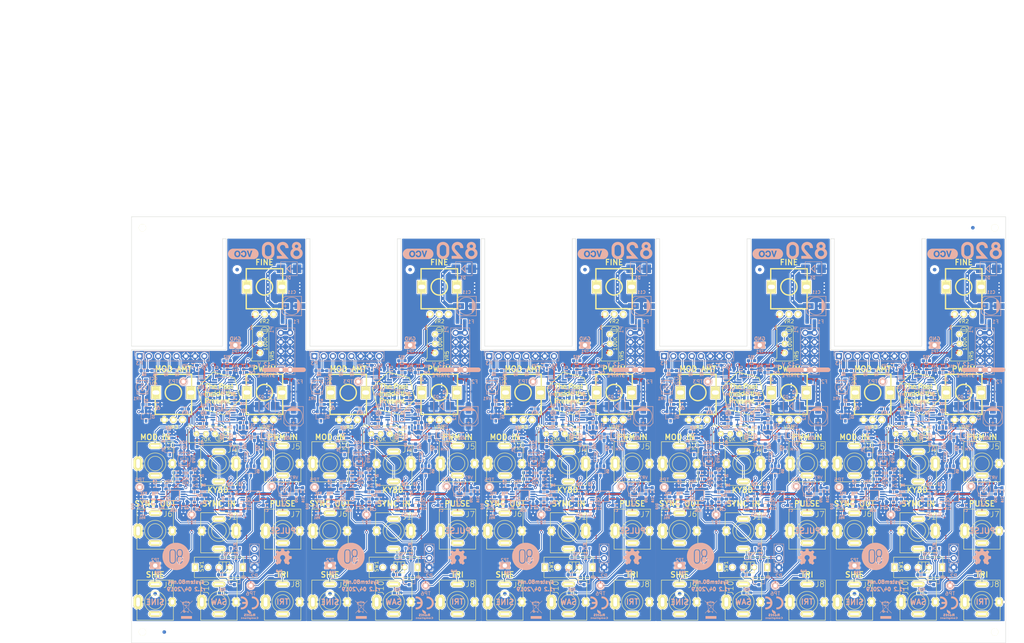
<source format=kicad_pcb>
(kicad_pcb (version 4) (host pcbnew 4.0.2-stable)
  (layers (0 F.Cu signal) (1 In1.Cu mixed) (2 In2.Cu power) (31 B.Cu signal) (34 B.Paste user) (35 F.Paste user) (36 B.SilkS user) (37 F.SilkS user) (38 B.Mask user) (39 F.Mask user) (44 Edge.Cuts user))
  (net 0 "")
  (net 1 +12V)
  (net 2 GND)
  (net 3 -12V)
  (net 4 "Net-(C13-Pad1)")
  (net 5 "Net-(C13-Pad2)")
  (net 6 "Net-(C14-Pad1)")
  (net 7 "Net-(C14-Pad2)")
  (net 8 "Net-(C15-Pad1)")
  (net 9 "Net-(C15-Pad2)")
  (net 10 +10V)
  (net 11 "Net-(C17-Pad1)")
  (net 12 "Net-(C17-Pad2)")
  (net 13 "Net-(C18-Pad1)")
  (net 14 "Net-(C18-Pad2)")
  (net 15 "Net-(C19-Pad1)")
  (net 16 "Net-(C19-Pad2)")
  (net 17 "Net-(C20-Pad1)")
  (net 18 "Net-(C20-Pad2)")
  (net 19 "Net-(D3-Pad3)")
  (net 20 "Net-(D4-Pad3)")
  (net 21 -10V)
  (net 22 "Net-(D5-Pad2)")
  (net 23 "Net-(D7-Pad2)")
  (net 24 "Net-(D8-Pad1)")
  (net 25 /PULSE)
  (net 26 "Net-(F1-Pad1)")
  (net 27 "Net-(F2-Pad1)")
  (net 28 "Net-(J1-Pad2)")
  (net 29 "Net-(J2-Pad3)")
  (net 30 "Net-(J2-Pad2)")
  (net 31 "Net-(J4-Pad3)")
  (net 32 "Net-(J4-Pad2)")
  (net 33 "Net-(J5-Pad3)")
  (net 34 "Net-(J5-Pad2)")
  (net 35 "Net-(J6-Pad2)")
  (net 36 "Net-(J7-Pad2)")
  (net 37 /TRI)
  (net 38 "Net-(J8-Pad2)")
  (net 39 /SINE)
  (net 40 "Net-(J9-Pad2)")
  (net 41 /SAW)
  (net 42 "Net-(J10-Pad2)")
  (net 43 "Net-(P3-Pad1)")
  (net 44 "Net-(P3-Pad2)")
  (net 45 "Net-(P3-Pad3)")
  (net 46 "Net-(P3-Pad4)")
  (net 47 "Net-(P3-Pad5)")
  (net 48 "Net-(P3-Pad8)")
  (net 49 "Net-(Q2-Pad3)")
  (net 50 "Net-(Q4-Pad1)")
  (net 51 "Net-(Q4-Pad2)")
  (net 52 "Net-(Q5-Pad3)")
  (net 53 "Net-(Q5-Pad2)")
  (net 54 SYNC)
  (net 55 "Net-(R10-Pad1)")
  (net 56 "Net-(R12-Pad1)")
  (net 57 "Net-(R13-Pad1)")
  (net 58 "Net-(R15-Pad1)")
  (net 59 "Net-(R16-Pad1)")
  (net 60 "Net-(R20-Pad1)")
  (net 61 "Net-(R22-Pad1)")
  (net 62 "Net-(R22-Pad2)")
  (net 63 "Net-(R23-Pad1)")
  (net 64 "Net-(R31-Pad1)")
  (net 65 "Net-(R35-Pad2)")
  (net 66 "Net-(R40-Pad1)")
  (net 67 "Net-(SW1-Pad3)")
  (net 68 "Net-(Q1-Pad6)")
  (net 69 "Net-(Q1-Pad4)")
  (net 70 "Net-(Q1-Pad2)")
  (net 71 "Net-(R14-Pad2)")
  (net 72 "Net-(C22-Pad1)")
  (net 73 "Net-(C22-Pad2)")
  (module MyModules:fiducial-1mm (layer B.Cu) (at 61 54.5)
    (fp_text reference REF** hide)
    (fp_text value fiducial-1mm hide)
    (pad 1 smd oval (at 0 0) (size 1 1) (layers B.Cu B.Paste B.Mask) (clearance 0.75))
  )
  (module MyModules:fiducial-1mm (layer B.Cu) (at 38.5 143.5)
    (fp_text reference REF** hide)
    (fp_text value fiducial-1mm hide)
    (pad 1 smd oval (at 0 0) (size 1 1) (layers B.Cu B.Paste B.Mask) (clearance 0.75))
  )
  (module MyModules:fiducial-1mm (layer B.Cu) (at 108.5 54.5)
    (fp_text reference REF** hide)
    (fp_text value fiducial-1mm hide)
    (pad 1 smd oval (at 0 0) (size 1 1) (layers B.Cu B.Paste B.Mask) (clearance 0.75))
  )
  (module MyModules:fiducial-1mm (layer B.Cu) (at 86.5 143.5)
    (fp_text reference REF** hide)
    (fp_text value fiducial-1mm hide)
    (pad 1 smd oval (at 0 0) (size 1 1) (layers B.Cu B.Paste B.Mask) (clearance 0.75))
  )
  (module MyModules:fiducial-1mm (layer B.Cu) (at 156.5 54.5)
    (fp_text reference REF** hide)
    (fp_text value fiducial-1mm hide)
    (pad 1 smd oval (at 0 0) (size 1 1) (layers B.Cu B.Paste B.Mask) (clearance 0.75))
  )
  (module MyModules:fiducial-1mm (layer B.Cu) (at 134.5 143.5)
    (fp_text reference REF** hide)
    (fp_text value fiducial-1mm hide)
    (pad 1 smd oval (at 0 0) (size 1 1) (layers B.Cu B.Paste B.Mask) (clearance 0.75))
  )
  (module MyModules:fiducial-1mm (layer B.Cu) (at 204.5 54.5)
    (fp_text reference REF** hide)
    (fp_text value fiducial-1mm hide)
    (pad 1 smd oval (at 0 0) (size 1 1) (layers B.Cu B.Paste B.Mask) (clearance 0.75))
  )
  (module MyModules:fiducial-1mm (layer B.Cu) (at 182.5 143.5)
    (fp_text reference REF** hide)
    (fp_text value fiducial-1mm hide)
    (pad 1 smd oval (at 0 0) (size 1 1) (layers B.Cu B.Paste B.Mask) (clearance 0.75))
  )
  (module MyModules:fiducial-1mm (layer B.Cu) (at 230.5 143.5)
    (fp_text reference REF** hide)
    (fp_text value fiducial-1mm hide)
    (pad 1 smd oval (at 0 0) (size 1 1) (layers B.Cu B.Paste B.Mask) (clearance 0.75))
  )
  (module MyModules:fiducial-1mm (layer B.Cu) (at 252.5 54.5)
    (fp_text reference REF** hide)
    (fp_text value fiducial-1mm hide)
    (pad 1 smd oval (at 0 0) (size 1 1) (layers B.Cu B.Paste B.Mask) (clearance 0.75))
  )
  (module MyModules:fiducial-1mm (layer B.Cu) (at 41 154)
    (fp_text reference REF** hide)
    (fp_text value fiducial-1mm hide)
    (pad 1 smd oval (at 0 0) (size 1 1) (layers B.Cu B.Paste B.Mask) (clearance 0.75))
  )
  (module MyModules:HOLE-M3 (layer F.Cu) (at 35 154)
    (fp_text reference HOLE-M3 hide)
    (fp_text value VAL** hide)
    (pad "" np_thru_hole circle (at 0 0) (size 2 2) (drill 2) (layers *.Cu *.Mask F.SilkS))
  )
  (module MyModules:HOLE-M3 (layer F.Cu) (at 269 154)
    (fp_text reference HOLE-M3 hide)
    (fp_text value VAL** hide)
    (pad "" np_thru_hole circle (at 0 0) (size 2 2) (drill 2) (layers *.Cu *.Mask F.SilkS))
  )
  (module MyModules:HOLE-M3 (layer F.Cu) (at 269 43)
    (fp_text reference HOLE-M3 hide)
    (fp_text value VAL** hide)
    (pad "" np_thru_hole circle (at 0 0) (size 2 2) (drill 2) (layers *.Cu *.Mask F.SilkS))
  )
  (module MyModules:fiducial-1mm (layer B.Cu) (at 263 43)
    (fp_text reference REF** hide)
    (fp_text value fiducial-1mm hide)
    (pad 1 smd oval (at 0 0) (size 1 1) (layers B.Cu B.Paste B.Mask) (clearance 0.75))
  )
  (module w_logo:Logo_silk_CE_5x3.6mm (layer B.Cu) (at 256.5 146 180)
    (fp_text reference G*** hide)
    (fp_text value LOGO hide)
  )
  (module MyModules:SM0603-R-YAGEO (layer B.Cu) (at 249 143.25 180)
    (fp_text reference R40 (at 0 1 180) (layer B.SilkS) (effects (font (size 0.6096 0.6096) (thickness 0.1524)) (justify mirror)))
    (fp_text value 1K hide)
    (pad 1 smd rect (at -0.85 0 180) (size 0.9 0.8) (layers B.Cu B.Paste B.Mask) (net 66 "Net-(R40-Pad1)"))
    (pad 2 smd rect (at 0.85 0 180) (size 0.9 0.8) (layers B.Cu B.Paste B.Mask) (net 41 /SAW))
  )
  (module w_logo:Logo_silk_ROHS_5x2.8mm (layer B.Cu) (at 256.4 149.2 180)
    (fp_text reference G*** hide)
    (fp_text value LOGO hide)
  )
  (module TO_SOT_Packages_SMD:SOT-23 (layer B.Cu) (at 252.25 140 270)
    (fp_text reference Q2 (at -1.05 -2.5 360) (layer B.SilkS) (effects (font (size 0.6 0.6)) (justify mirror)))
    (fp_text value PMBT2369)
    (pad 1 smd rect (at -1 0.95 270) (size 0.9 0.8) (layers B.Cu B.Paste B.Mask) (net 5 "Net-(C13-Pad2)"))
    (pad 2 smd rect (at -1 -0.95 270) (size 0.9 0.8) (layers B.Cu B.Paste B.Mask) (net 22 "Net-(D5-Pad2)"))
    (pad 3 smd rect (at 1 0 270) (size 0.9 0.8) (layers B.Cu B.Paste B.Mask) (net 49 "Net-(Q2-Pad3)"))
  )
  (module w_logo:Logo_silk_WEEE_3.4x5mm (layer B.Cu) (at 239.1 147.9 180)
    (fp_text reference G*** hide)
    (fp_text value LOGO hide)
  )
  (module MyModules:TEST_POINT_5000_SERIES (layer B.Cu) (at 256.75 141.25)
    (fp_text reference TP6 (at 0 2.2) (layer B.SilkS) (effects (justify mirror)))
    (fp_text value TEST_POINT hide)
    (pad 1 thru_hole circle (at 0 0) (size 1.8 1.8) (drill 1.02) (layers *.Cu *.Mask B.SilkS) (net 16 "Net-(C19-Pad2)"))
  )
  (module MyModules:SM0603-R-YAGEO (layer B.Cu) (at 248.75 138.25)
    (fp_text reference R9 (at -1 -1.25) (layer B.SilkS) (effects (font (size 0.6096 0.6096) (thickness 0.1524)) (justify mirror)))
    (fp_text value 15K hide)
    (pad 1 smd rect (at -0.85 0) (size 0.9 0.8) (layers B.Cu B.Paste B.Mask) (net 49 "Net-(Q2-Pad3)"))
    (pad 2 smd rect (at 0.85 0) (size 0.9 0.8) (layers B.Cu B.Paste B.Mask) (net 54 SYNC))
  )
  (module MyModules:SM0603-C-MURATA (layer B.Cu) (at 249.75 133.5)
    (fp_text reference C13 (at 0.55 -1.1) (layer B.SilkS) (effects (font (size 0.6096 0.6096) (thickness 0.1524)) (justify mirror)))
    (fp_text value 100p hide)
    (pad 1 smd rect (at -0.85 0) (size 0.9 0.8) (layers B.Cu B.Paste B.Mask) (net 4 "Net-(C13-Pad1)"))
    (pad 2 smd rect (at 0.85 0) (size 0.9 0.8) (layers B.Cu B.Paste B.Mask) (net 5 "Net-(C13-Pad2)"))
  )
  (module MyModules:SOD323-C1A2 (layer B.Cu) (at 252.5 131 180)
    (fp_text reference D5 (at 0 1.1 180) (layer B.SilkS) (effects (font (size 0.6096 0.6096) (thickness 0.1524)) (justify mirror)))
    (fp_text value 1N4148 hide)
    (pad 2 smd rect (at -1.2446 0 180) (size 0.6096 0.762) (layers B.Cu B.Paste B.Mask) (net 22 "Net-(D5-Pad2)"))
    (pad 1 smd rect (at 1.2446 0 180) (size 0.6096 0.762) (layers B.Cu B.Paste B.Mask) (net 5 "Net-(C13-Pad2)"))
  )
  (module MyModules:SM0603-R-YAGEO (layer B.Cu) (at 264.6 138.5)
    (fp_text reference R49 (at -0.05 -1.2) (layer B.SilkS) (effects (font (size 0.6096 0.6096) (thickness 0.1524)) (justify mirror)))
    (fp_text value 1K hide)
    (pad 1 smd rect (at -0.85 0) (size 0.9 0.8) (layers B.Cu B.Paste B.Mask) (net 16 "Net-(C19-Pad2)"))
    (pad 2 smd rect (at 0.85 0) (size 0.9 0.8) (layers B.Cu B.Paste B.Mask) (net 37 /TRI))
  )
  (module MyModules:SM0603-R-YAGEO (layer B.Cu) (at 252.75 133.5 180)
    (fp_text reference R7 (at 0.05 1.1 180) (layer B.SilkS) (effects (font (size 0.6096 0.6096) (thickness 0.1524)) (justify mirror)))
    (fp_text value 100K hide)
    (pad 1 smd rect (at -0.85 0 180) (size 0.9 0.8) (layers B.Cu B.Paste B.Mask) (net 22 "Net-(D5-Pad2)"))
    (pad 2 smd rect (at 0.85 0 180) (size 0.9 0.8) (layers B.Cu B.Paste B.Mask) (net 5 "Net-(C13-Pad2)"))
  )
  (module Pin_Headers:Pin_Header_Straight_1x03_Pitch2.54mm (layer B.Cu) (at 257.75 136.25)
    (fp_text reference P2 (at 0 2.33) (layer B.SilkS) (effects (justify mirror)))
    (fp_text value CONN_01X03)
    (pad 1 thru_hole rect (at 0 0) (size 1.7 1.7) (drill 1) (layers *.Cu *.Mask) (net 2 GND))
    (pad 2 thru_hole oval (at 0 -2.54) (size 1.7 1.7) (drill 1) (layers *.Cu *.Mask) (net 22 "Net-(D5-Pad2)"))
    (pad 3 thru_hole oval (at 0 -5.08) (size 1.7 1.7) (drill 1) (layers *.Cu *.Mask) (net 3 -12V))
  )
  (module w_logo:Logo_silk_OSHW_6x6mm (layer B.Cu) (at 265.5 133.3 180)
    (fp_text reference G*** hide)
    (fp_text value LOGO hide)
  )
  (module MyModules:TEST_POINT_5000_SERIES (layer B.Cu) (at 240.5 121.75)
    (fp_text reference TP7 (at 0 2.15) (layer B.SilkS) (effects (justify mirror)))
    (fp_text value TEST_POINT hide)
    (pad 1 thru_hole circle (at 0 0) (size 1.8 1.8) (drill 1.02) (layers *.Cu *.Mask B.SilkS) (net 18 "Net-(C20-Pad2)"))
  )
  (module MyModules:SM0603-R-YAGEO (layer B.Cu) (at 254 120.75)
    (fp_text reference R47 (at -0.5 1.2) (layer B.SilkS) (effects (font (size 0.6096 0.6096) (thickness 0.1524)) (justify mirror)))
    (fp_text value 12K hide)
    (pad 1 smd rect (at -0.85 0) (size 0.9 0.8) (layers B.Cu B.Paste B.Mask) (net 15 "Net-(C19-Pad1)"))
    (pad 2 smd rect (at 0.85 0) (size 0.9 0.8) (layers B.Cu B.Paste B.Mask) (net 16 "Net-(C19-Pad2)"))
  )
  (module MyModules:SM0603-C-MURATA (layer B.Cu) (at 238.25 119.75 270)
    (fp_text reference C9 (at 0 -1.15 270) (layer B.SilkS) (effects (font (size 0.6096 0.6096) (thickness 0.1524)) (justify mirror)))
    (fp_text value 0.1µ hide)
    (pad 1 smd rect (at -0.85 0 270) (size 0.9 0.8) (layers B.Cu B.Paste B.Mask) (net 1 +12V))
    (pad 2 smd rect (at 0.85 0 270) (size 0.9 0.8) (layers B.Cu B.Paste B.Mask) (net 2 GND))
  )
  (module MyModules:SM0603-R-YAGEO (layer B.Cu) (at 251 120.75 180)
    (fp_text reference R43 (at 0 -1.2 180) (layer B.SilkS) (effects (font (size 0.6096 0.6096) (thickness 0.1524)) (justify mirror)))
    (fp_text value 7.5K hide)
    (pad 1 smd rect (at -0.85 0 180) (size 0.9 0.8) (layers B.Cu B.Paste B.Mask) (net 15 "Net-(C19-Pad1)"))
    (pad 2 smd rect (at 0.85 0 180) (size 0.9 0.8) (layers B.Cu B.Paste B.Mask) (net 1 +12V))
  )
  (module MyModules:SM0603-R-YAGEO (layer B.Cu) (at 251 116)
    (fp_text reference R37 (at 1.9 0 90) (layer B.SilkS) (effects (font (size 0.6096 0.6096) (thickness 0.1524)) (justify mirror)))
    (fp_text value 30K hide)
    (pad 1 smd rect (at -0.85 0) (size 0.9 0.8) (layers B.Cu B.Paste B.Mask) (net 2 GND))
    (pad 2 smd rect (at 0.85 0) (size 0.9 0.8) (layers B.Cu B.Paste B.Mask) (net 52 "Net-(Q5-Pad3)"))
  )
  (module MyModules:SM0603-R-YAGEO (layer B.Cu) (at 251 119.25)
    (fp_text reference R44 (at -2.25 0.95) (layer B.SilkS) (effects (font (size 0.6096 0.6096) (thickness 0.1524)) (justify mirror)))
    (fp_text value 30K hide)
    (pad 1 smd rect (at -0.85 0) (size 0.9 0.8) (layers B.Cu B.Paste B.Mask) (net 2 GND))
    (pad 2 smd rect (at 0.85 0) (size 0.9 0.8) (layers B.Cu B.Paste B.Mask) (net 15 "Net-(C19-Pad1)"))
  )
  (module MyModules:TSSOP8-JRL (layer B.Cu) (at 257.25 116.75 90)
    (fp_text reference U4 (at -2.15 -1.15 360) (layer B.SilkS) (effects (font (size 0.8 0.8)) (justify mirror)))
    (fp_text value TL072- hide)
    (pad 1 smd rect (at -0.9554 -2.694 90) (size 0.4 1.30048) (layers B.Cu B.Paste B.Mask) (net 16 "Net-(C19-Pad2)"))
    (pad 2 smd rect (at -0.3204 -2.694 90) (size 0.4 1.30048) (layers B.Cu B.Paste B.Mask) (net 15 "Net-(C19-Pad1)"))
    (pad 3 smd rect (at 0.34 -2.694 90) (size 0.4 1.30048) (layers B.Cu B.Paste B.Mask) (net 52 "Net-(Q5-Pad3)"))
    (pad 4 smd rect (at 0.975 -2.694 90) (size 0.4 1.30048) (layers B.Cu B.Paste B.Mask) (net 3 -12V))
    (pad 5 smd rect (at 0.975 2.894 90) (size 0.4 1.30048) (layers B.Cu B.Paste B.Mask) (net 12 "Net-(C17-Pad2)"))
    (pad 6 smd rect (at 0.3273 2.894 90) (size 0.4 1.30048) (layers B.Cu B.Paste B.Mask) (net 66 "Net-(R40-Pad1)"))
    (pad 7 smd rect (at -0.3204 2.894 90) (size 0.4 1.30048) (layers B.Cu B.Paste B.Mask) (net 66 "Net-(R40-Pad1)"))
    (pad 8 smd rect (at -0.9681 2.894 90) (size 0.4 1.30048) (layers B.Cu B.Paste B.Mask) (net 1 +12V))
  )
  (module MyModules:SM0603-C-MURATA (layer B.Cu) (at 254 114.25)
    (fp_text reference C6 (at -0.1 -1.05) (layer B.SilkS) (effects (font (size 0.6096 0.6096) (thickness 0.1524)) (justify mirror)))
    (fp_text value 0.1µ hide)
    (pad 1 smd rect (at -0.85 0) (size 0.9 0.8) (layers B.Cu B.Paste B.Mask) (net 2 GND))
    (pad 2 smd rect (at 0.85 0) (size 0.9 0.8) (layers B.Cu B.Paste B.Mask) (net 3 -12V))
  )
  (module MyModules:SM0603-C-MURATA (layer B.Cu) (at 254 119.25)
    (fp_text reference C19 (at 2.2 0.85) (layer B.SilkS) (effects (font (size 0.6096 0.6096) (thickness 0.1524)) (justify mirror)))
    (fp_text value 100p hide)
    (pad 1 smd rect (at -0.85 0) (size 0.9 0.8) (layers B.Cu B.Paste B.Mask) (net 15 "Net-(C19-Pad1)"))
    (pad 2 smd rect (at 0.85 0) (size 0.9 0.8) (layers B.Cu B.Paste B.Mask) (net 16 "Net-(C19-Pad2)"))
  )
  (module MyModules:SM0603-R-YAGEO (layer B.Cu) (at 227.5 82.25)
    (fp_text reference R8 (at 0 1.15) (layer B.SilkS) (effects (font (size 0.6096 0.6096) (thickness 0.1524)) (justify mirror)))
    (fp_text value 1K hide)
    (pad 1 smd rect (at -0.85 0) (size 0.9 0.8) (layers B.Cu B.Paste B.Mask) (net 43 "Net-(P3-Pad1)"))
    (pad 2 smd rect (at 0.85 0) (size 0.9 0.8) (layers B.Cu B.Paste B.Mask) (net 44 "Net-(P3-Pad2)"))
  )
  (module MyModules:TC33X-2 (layer B.Cu) (at 227 86.75)
    (fp_text reference VR1 (at -1.4 3.15 180) (layer B.SilkS) (effects (font (size 0.8 0.8)) (justify mirror)))
    (fp_text value 100 hide)
    (pad 2 smd rect (at 0 1.45) (size 1.6 1.5) (layers B.Cu B.Paste B.Mask) (net 10 +10V))
    (pad 1 smd rect (at -1 -1.8) (size 1.2 1.2) (layers B.Cu B.Paste B.Mask) (net 43 "Net-(P3-Pad1)"))
    (pad 3 smd rect (at 1 -1.8) (size 1.2 1.2) (layers B.Cu B.Paste B.Mask) (net 10 +10V))
  )
  (module MyModules:SM0603-R-YAGEO (layer B.Cu) (at 233.5 82.25)
    (fp_text reference R5 (at 0 1.15) (layer B.SilkS) (effects (font (size 0.6096 0.6096) (thickness 0.1524)) (justify mirror)))
    (fp_text value 1K hide)
    (pad 1 smd rect (at -0.85 0) (size 0.9 0.8) (layers B.Cu B.Paste B.Mask) (net 45 "Net-(P3-Pad3)"))
    (pad 2 smd rect (at 0.85 0) (size 0.9 0.8) (layers B.Cu B.Paste B.Mask) (net 46 "Net-(P3-Pad4)"))
  )
  (module MyModules:SM0603-R-YAGEO (layer B.Cu) (at 230.5 82.25)
    (fp_text reference R6 (at 0 1.15) (layer B.SilkS) (effects (font (size 0.6096 0.6096) (thickness 0.1524)) (justify mirror)))
    (fp_text value 1K hide)
    (pad 1 smd rect (at -0.85 0) (size 0.9 0.8) (layers B.Cu B.Paste B.Mask) (net 44 "Net-(P3-Pad2)"))
    (pad 2 smd rect (at 0.85 0) (size 0.9 0.8) (layers B.Cu B.Paste B.Mask) (net 45 "Net-(P3-Pad3)"))
  )
  (module MyModules:SOT23-132-JRL (layer B.Cu) (at 228 94.75)
    (fp_text reference D3 (at 1.99898 0.09906 270) (layer B.SilkS) (effects (font (size 0.6096 0.6096) (thickness 0.1524)) (justify mirror)))
    (fp_text value LM4040-10.0 hide)
    (pad 3 smd rect (at 0 1.27) (size 0.70104 1.00076) (layers B.Cu B.Paste B.Mask) (net 19 "Net-(D3-Pad3)"))
    (pad 2 smd rect (at 0.9525 -1.27) (size 0.70104 1.00076) (layers B.Cu B.Paste B.Mask) (net 2 GND))
    (pad 1 smd rect (at -0.9525 -1.27) (size 0.70104 1.00076) (layers B.Cu B.Paste B.Mask) (net 10 +10V))
  )
  (module MyModules:SM0603-R-YAGEO (layer B.Cu) (at 234.25 100.75)
    (fp_text reference R4 (at -1.55 0.95) (layer B.SilkS) (effects (font (size 0.6096 0.6096) (thickness 0.1524)) (justify mirror)))
    (fp_text value 1K hide)
    (pad 1 smd rect (at -0.85 0) (size 0.9 0.8) (layers B.Cu B.Paste B.Mask) (net 3 -12V))
    (pad 2 smd rect (at 0.85 0) (size 0.9 0.8) (layers B.Cu B.Paste B.Mask) (net 21 -10V))
  )
  (module MyModules:SM0603-R-YAGEO (layer B.Cu) (at 228 91.5 180)
    (fp_text reference R3 (at 0 1.1 180) (layer B.SilkS) (effects (font (size 0.6096 0.6096) (thickness 0.1524)) (justify mirror)))
    (fp_text value 220 hide)
    (pad 1 smd rect (at -0.85 0 180) (size 0.9 0.8) (layers B.Cu B.Paste B.Mask) (net 1 +12V))
    (pad 2 smd rect (at 0.85 0 180) (size 0.9 0.8) (layers B.Cu B.Paste B.Mask) (net 10 +10V))
  )
  (module MyModules:SOT23-132-JRL (layer B.Cu) (at 234.5 104)
    (fp_text reference D4 (at -1.9 -0.1 270) (layer B.SilkS) (effects (font (size 0.6096 0.6096) (thickness 0.1524)) (justify mirror)))
    (fp_text value LM4040-10.0 hide)
    (pad 3 smd rect (at 0 1.27) (size 0.70104 1.00076) (layers B.Cu B.Paste B.Mask) (net 20 "Net-(D4-Pad3)"))
    (pad 2 smd rect (at 0.9525 -1.27) (size 0.70104 1.00076) (layers B.Cu B.Paste B.Mask) (net 21 -10V))
    (pad 1 smd rect (at -0.9525 -1.27) (size 0.70104 1.00076) (layers B.Cu B.Paste B.Mask) (net 2 GND))
  )
  (module MyModules:SM0603-C-MURATA (layer B.Cu) (at 234.25 99 180)
    (fp_text reference C10 (at 0 1.1 180) (layer B.SilkS) (effects (font (size 0.6096 0.6096) (thickness 0.1524)) (justify mirror)))
    (fp_text value 0.1µ hide)
    (pad 1 smd rect (at -0.85 0 180) (size 0.9 0.8) (layers B.Cu B.Paste B.Mask) (net 2 GND))
    (pad 2 smd rect (at 0.85 0 180) (size 0.9 0.8) (layers B.Cu B.Paste B.Mask) (net 3 -12V))
  )
  (module MyModules:SM0603-C-MURATA (layer B.Cu) (at 231 91.5)
    (fp_text reference C5 (at 0.3 1.1) (layer B.SilkS) (effects (font (size 0.6096 0.6096) (thickness 0.1524)) (justify mirror)))
    (fp_text value 0.1µ hide)
    (pad 1 smd rect (at -0.85 0) (size 0.9 0.8) (layers B.Cu B.Paste B.Mask) (net 1 +12V))
    (pad 2 smd rect (at 0.85 0) (size 0.9 0.8) (layers B.Cu B.Paste B.Mask) (net 2 GND))
  )
  (module Pin_Headers:Pin_Header_Straight_1x08_Pitch2.54mm (layer B.Cu) (at 235.11 78.25 270)
    (fp_text reference P3 (at 1.95 8.91 360) (layer B.SilkS) (effects (justify mirror)))
    (fp_text value CONN_01X08)
    (pad 1 thru_hole rect (at 0 8.89 270) (size 1.7 1.7) (drill 1) (layers *.Cu *.Mask) (net 43 "Net-(P3-Pad1)"))
    (pad 2 thru_hole oval (at 0 6.35 270) (size 1.7 1.7) (drill 1) (layers *.Cu *.Mask) (net 44 "Net-(P3-Pad2)"))
    (pad 3 thru_hole oval (at 0 3.81 270) (size 1.7 1.7) (drill 1) (layers *.Cu *.Mask) (net 45 "Net-(P3-Pad3)"))
    (pad 4 thru_hole oval (at 0 1.27 270) (size 1.7 1.7) (drill 1) (layers *.Cu *.Mask) (net 46 "Net-(P3-Pad4)"))
    (pad 5 thru_hole oval (at 0 -1.27 270) (size 1.7 1.7) (drill 1) (layers *.Cu *.Mask) (net 47 "Net-(P3-Pad5)"))
    (pad 6 thru_hole oval (at 0 -3.81 270) (size 1.7 1.7) (drill 1) (layers *.Cu *.Mask) (net 2 GND))
    (pad 7 thru_hole oval (at 0 -6.35 270) (size 1.7 1.7) (drill 1) (layers *.Cu *.Mask) (net 2 GND))
    (pad 8 thru_hole oval (at 0 -8.89 270) (size 1.7 1.7) (drill 1) (layers *.Cu *.Mask) (net 48 "Net-(P3-Pad8)"))
  )
  (module MyModules:SM0603-R-YAGEO (layer B.Cu) (at 243.25 85.75)
    (fp_text reference R10 (at -0.15 1.15) (layer B.SilkS) (effects (font (size 0.6096 0.6096) (thickness 0.1524)) (justify mirror)))
    (fp_text value 200K hide)
    (pad 1 smd rect (at -0.85 0) (size 0.9 0.8) (layers B.Cu B.Paste B.Mask) (net 55 "Net-(R10-Pad1)"))
    (pad 2 smd rect (at 0.85 0) (size 0.9 0.8) (layers B.Cu B.Paste B.Mask) (net 7 "Net-(C14-Pad2)"))
  )
  (module MyModules:TEST_POINT_5000_SERIES (layer B.Cu) (at 238.25 85.25)
    (fp_text reference TP3 (at -2.75 0) (layer B.SilkS) (effects (justify mirror)))
    (fp_text value TEST_POINT hide)
    (pad 1 thru_hole circle (at 0 0) (size 1.8 1.8) (drill 1.02) (layers *.Cu *.Mask B.SilkS) (net 55 "Net-(R10-Pad1)"))
  )
  (module MyModules:SM0603-R-YAGEO (layer B.Cu) (at 239.5 82.25)
    (fp_text reference R1 (at 0 1.15) (layer B.SilkS) (effects (font (size 0.6096 0.6096) (thickness 0.1524)) (justify mirror)))
    (fp_text value 1K hide)
    (pad 1 smd rect (at -0.85 0) (size 0.9 0.8) (layers B.Cu B.Paste B.Mask) (net 47 "Net-(P3-Pad5)"))
    (pad 2 smd rect (at 0.85 0) (size 0.9 0.8) (layers B.Cu B.Paste B.Mask) (net 2 GND))
  )
  (module MyModules:SM0603-C-MURATA (layer B.Cu) (at 241 80.75 180)
    (fp_text reference C21 (at 2.3 -0.05 180) (layer B.SilkS) (effects (font (size 0.6096 0.6096) (thickness 0.1524)) (justify mirror)))
    (fp_text value 0.1µ hide)
    (pad 1 smd rect (at -0.85 0 180) (size 0.9 0.8) (layers B.Cu B.Paste B.Mask) (net 1 +12V))
    (pad 2 smd rect (at 0.85 0 180) (size 0.9 0.8) (layers B.Cu B.Paste B.Mask) (net 2 GND))
  )
  (module MyModules:SOT753_TSOP5_SC-74A (layer B.Cu) (at 243.25 83 180)
    (fp_text reference U5 (at -0.85 2.2 180) (layer B.SilkS) (effects (font (size 0.8 0.8)) (justify mirror)))
    (fp_text value TA75S558F)
    (pad 2 smd rect (at -1.2 0 180) (size 0.7 0.45) (layers B.Cu B.Paste B.Mask) (net 3 -12V))
    (pad 1 smd rect (at -1.2 0.95 180) (size 0.7 0.45) (layers B.Cu B.Paste B.Mask) (net 48 "Net-(P3-Pad8)"))
    (pad 3 smd rect (at -1.2 -0.95 180) (size 0.7 0.45) (layers B.Cu B.Paste B.Mask) (net 55 "Net-(R10-Pad1)"))
    (pad 5 smd rect (at 1.2 0.95 180) (size 0.7 0.45) (layers B.Cu B.Paste B.Mask) (net 1 +12V))
    (pad 4 smd rect (at 1.2 -0.95 180) (size 0.7 0.45) (layers B.Cu B.Paste B.Mask) (net 55 "Net-(R10-Pad1)"))
  )
  (module MyModules:SM0603-R-YAGEO (layer B.Cu) (at 236.5 82.25)
    (fp_text reference R2 (at 0 1.15) (layer B.SilkS) (effects (font (size 0.6096 0.6096) (thickness 0.1524)) (justify mirror)))
    (fp_text value 1K hide)
    (pad 1 smd rect (at -0.85 0) (size 0.9 0.8) (layers B.Cu B.Paste B.Mask) (net 46 "Net-(P3-Pad4)"))
    (pad 2 smd rect (at 0.85 0) (size 0.9 0.8) (layers B.Cu B.Paste B.Mask) (net 47 "Net-(P3-Pad5)"))
  )
  (module MyModules:TEST_POINT_LOOP_4592 (layer B.Cu) (at 252.5 75.25)
    (fp_text reference TP1 (at 0 1.75) (layer B.SilkS) (effects (font (size 0.8128 0.8128) (thickness 0.1524)) (justify mirror)))
    (fp_text value CONN_1 hide)
    (pad 1 thru_hole rect (at 0 0) (size 2.8 1.6) (drill 1.19) (layers *.Cu *.Mask B.SilkS) (net 2 GND))
  )
  (module Pin_Headers:Pin_Header_Straight_2x05_Pitch2.54mm (layer B.Cu) (at 265 82)
    (fp_text reference P1 (at -2.5 -11 90) (layer B.SilkS) (effects (justify mirror)))
    (fp_text value CONN_02X05 hide)
    (pad 1 thru_hole rect (at 0 0) (size 1.7 1.7) (drill 1) (layers *.Cu *.Mask) (net 27 "Net-(F2-Pad1)"))
    (pad 2 thru_hole oval (at 2.54 0) (size 1.7 1.7) (drill 1) (layers *.Cu *.Mask) (net 27 "Net-(F2-Pad1)"))
    (pad 3 thru_hole oval (at 0 -2.54) (size 1.7 1.7) (drill 1) (layers *.Cu *.Mask) (net 2 GND))
    (pad 4 thru_hole oval (at 2.54 -2.54) (size 1.7 1.7) (drill 1) (layers *.Cu *.Mask) (net 2 GND))
    (pad 5 thru_hole oval (at 0 -5.08) (size 1.7 1.7) (drill 1) (layers *.Cu *.Mask) (net 2 GND))
    (pad 6 thru_hole oval (at 2.54 -5.08) (size 1.7 1.7) (drill 1) (layers *.Cu *.Mask) (net 2 GND))
    (pad 7 thru_hole oval (at 0 -7.62) (size 1.7 1.7) (drill 1) (layers *.Cu *.Mask) (net 2 GND))
    (pad 8 thru_hole oval (at 2.54 -7.62) (size 1.7 1.7) (drill 1) (layers *.Cu *.Mask) (net 2 GND))
    (pad 9 thru_hole oval (at 0 -10.16) (size 1.7 1.7) (drill 1) (layers *.Cu *.Mask) (net 26 "Net-(F1-Pad1)"))
    (pad 10 thru_hole oval (at 2.54 -10.16) (size 1.7 1.7) (drill 1) (layers *.Cu *.Mask) (net 26 "Net-(F1-Pad1)"))
  )
  (module Capacitors_SMD:C_0805 (layer B.Cu) (at 266.5 68.75 180)
    (fp_text reference F1 (at -2.7 -0.05 180) (layer B.SilkS) (effects (justify mirror)))
    (fp_text value "PTC 0.1A" hide)
    (pad 1 smd rect (at -1 0 180) (size 1 1.25) (layers B.Cu B.Paste B.Mask) (net 26 "Net-(F1-Pad1)"))
    (pad 2 smd rect (at 1 0 180) (size 1 1.25) (layers B.Cu B.Paste B.Mask) (net 1 +12V))
  )
  (module MyModules:SMB-1C2A (layer B.Cu) (at 267.25 54.25)
    (fp_text reference D1 (at -0.25 2.5) (layer B.SilkS) (effects (font (size 0.8 0.8)) (justify mirror)))
    (fp_text value S1BB hide)
    (pad 2 smd rect (at 2.19964 0) (size 2.39776 2.39776) (layers B.Cu B.Paste B.Mask) (net 2 GND))
    (pad 1 smd rect (at -2.19964 0) (size 2.39776 2.39776) (layers B.Cu B.Paste B.Mask) (net 1 +12V))
  )
  (module MyModules:jrl_c_elec_5x5.3 (layer B.Cu) (at 268 64.5 180)
    (fp_text reference C11 (at 0 3.81 180) (layer B.SilkS) (effects (font (size 0.8 0.8)) (justify mirror)))
    (fp_text value 47μF)
    (pad 1 smd rect (at 2.19964 0 180) (size 2.99974 1.6002) (layers B.Cu B.Paste B.Mask) (net 1 +12V))
    (pad 2 smd rect (at -2.19964 0 180) (size 2.99974 1.6002) (layers B.Cu B.Paste B.Mask) (net 2 GND))
  )
  (module LOGO (layer B.Cu) (at 260.75 49.25 180)
    (fp_text reference G*** hide)
    (fp_text value LOGO hide)
  )
  (module MyModules:SM0603-C-MURATA (layer B.Cu) (at 246.25 91.75 90)
    (fp_text reference C3 (at 1.05 -1.15 180) (layer B.SilkS) (effects (font (size 0.6096 0.6096) (thickness 0.1524)) (justify mirror)))
    (fp_text value 0.1µ hide)
    (pad 1 smd rect (at -0.85 0 90) (size 0.9 0.8) (layers B.Cu B.Paste B.Mask) (net 1 +12V))
    (pad 2 smd rect (at 0.85 0 90) (size 0.9 0.8) (layers B.Cu B.Paste B.Mask) (net 2 GND))
  )
  (module MyModules:SM0603-R-YAGEO (layer B.Cu) (at 245.6 88.8)
    (fp_text reference R17 (at -2.4 -0.05) (layer B.SilkS) (effects (font (size 0.6096 0.6096) (thickness 0.1524)) (justify mirror)))
    (fp_text value 27K hide)
    (pad 1 smd rect (at -0.85 0) (size 0.9 0.8) (layers B.Cu B.Paste B.Mask) (net 6 "Net-(C14-Pad1)"))
    (pad 2 smd rect (at 0.85 0) (size 0.9 0.8) (layers B.Cu B.Paste B.Mask) (net 70 "Net-(Q1-Pad2)"))
  )
  (module MyModules:SOT363-JRL (layer B.Cu) (at 249.25 91.75 90)
    (fp_text reference Q1 (at -0.65 -1.8 90) (layer B.SilkS) (effects (font (size 0.6096 0.6096) (thickness 0.1524)) (justify mirror)))
    (fp_text value PMP4201 hide)
    (pad 1 smd rect (at -0.6477 -0.79756 90) (size 0.39878 0.79756) (layers B.Cu B.Paste B.Mask) (net 2 GND))
    (pad 2 smd rect (at 0 -0.79756 90) (size 0.39878 0.79756) (layers B.Cu B.Paste B.Mask) (net 70 "Net-(Q1-Pad2)"))
    (pad 3 smd rect (at 0.6477 -0.79756 90) (size 0.39878 0.79756) (layers B.Cu B.Paste B.Mask) (net 8 "Net-(C15-Pad1)"))
    (pad 4 smd rect (at 0.6477 0.79756 90) (size 0.39878 0.79756) (layers B.Cu B.Paste B.Mask) (net 69 "Net-(Q1-Pad4)"))
    (pad 5 smd rect (at 0 0.79756 90) (size 0.39878 0.79756) (layers B.Cu B.Paste B.Mask) (net 69 "Net-(Q1-Pad4)"))
    (pad 6 smd rect (at -0.6477 0.79756 90) (size 0.39878 0.79756) (layers B.Cu B.Paste B.Mask) (net 68 "Net-(Q1-Pad6)"))
  )
  (module Housings_SSOP:MSOP-8_3x3mm_Pitch0.65mm (layer B.Cu) (at 249 85.75)
    (fp_text reference U1 (at -4.2 1.55) (layer B.SilkS) (effects (font (size 0.8 0.8)) (justify mirror)))
    (fp_text value OPA2180)
    (pad 1 smd rect (at -2.2 0.975) (size 1.45 0.45) (layers B.Cu B.Paste B.Mask) (net 6 "Net-(C14-Pad1)"))
    (pad 2 smd rect (at -2.2 0.325) (size 1.45 0.45) (layers B.Cu B.Paste B.Mask) (net 7 "Net-(C14-Pad2)"))
    (pad 3 smd rect (at -2.2 -0.325) (size 1.45 0.45) (layers B.Cu B.Paste B.Mask) (net 2 GND))
    (pad 4 smd rect (at -2.2 -0.975) (size 1.45 0.45) (layers B.Cu B.Paste B.Mask) (net 3 -12V))
    (pad 5 smd rect (at 2.2 -0.975) (size 1.45 0.45) (layers B.Cu B.Paste B.Mask) (net 2 GND))
    (pad 6 smd rect (at 2.2 -0.325) (size 1.45 0.45) (layers B.Cu B.Paste B.Mask) (net 8 "Net-(C15-Pad1)"))
    (pad 7 smd rect (at 2.2 0.325) (size 1.45 0.45) (layers B.Cu B.Paste B.Mask) (net 9 "Net-(C15-Pad2)"))
    (pad 8 smd rect (at 2.2 0.975) (size 1.45 0.45) (layers B.Cu B.Paste B.Mask) (net 1 +12V))
  )
  (module MyModules:SM0603-C-MURATA (layer B.Cu) (at 247.25 82.75 180)
    (fp_text reference C2 (at 0 1.4 180) (layer B.SilkS) (effects (font (size 0.6096 0.6096) (thickness 0.1524)) (justify mirror)))
    (fp_text value 0.1µ hide)
    (pad 1 smd rect (at -0.85 0 180) (size 0.9 0.8) (layers B.Cu B.Paste B.Mask) (net 2 GND))
    (pad 2 smd rect (at 0.85 0 180) (size 0.9 0.8) (layers B.Cu B.Paste B.Mask) (net 3 -12V))
  )
  (module MyModules:SM0603-R-YAGEO (layer B.Cu) (at 252.4 91.3 180)
    (fp_text reference R19 (at -2.3 0 180) (layer B.SilkS) (effects (font (size 0.6096 0.6096) (thickness 0.1524)) (justify mirror)))
    (fp_text value 10K hide)
    (pad 1 smd rect (at -0.85 0 180) (size 0.9 0.8) (layers B.Cu B.Paste B.Mask) (net 9 "Net-(C15-Pad2)"))
    (pad 2 smd rect (at 0.85 0 180) (size 0.9 0.8) (layers B.Cu B.Paste B.Mask) (net 69 "Net-(Q1-Pad4)"))
  )
  (module MyModules:SM0603-R-YAGEO (layer B.Cu) (at 252.4 89.6 180)
    (fp_text reference R14 (at 0.8 1.1 180) (layer B.SilkS) (effects (font (size 0.6096 0.6096) (thickness 0.1524)) (justify mirror)))
    (fp_text value 16.9R hide)
    (pad 1 smd rect (at -0.85 0 180) (size 0.9 0.8) (layers B.Cu B.Paste B.Mask) (net 2 GND))
    (pad 2 smd rect (at 0.85 0 180) (size 0.9 0.8) (layers B.Cu B.Paste B.Mask) (net 71 "Net-(R14-Pad2)"))
  )
  (module Resistors_SMD:R_0805 (layer B.Cu) (at 249.2 89.6)
    (fp_text reference TC1 (at 0 -1.4) (layer B.SilkS) (effects (font (size 0.6096 0.6096)) (justify mirror)))
    (fp_text value "500R ±3850ppm/°C")
    (pad 1 smd rect (at -0.95 0) (size 0.7 1.3) (layers B.Cu B.Paste B.Mask) (net 70 "Net-(Q1-Pad2)"))
    (pad 2 smd rect (at 0.95 0) (size 0.7 1.3) (layers B.Cu B.Paste B.Mask) (net 71 "Net-(R14-Pad2)"))
  )
  (module MyModules:jrl_c_elec_5x5.3 (layer B.Cu) (at 268.5 94.75 270)
    (fp_text reference C12 (at 0 3.81 270) (layer B.SilkS) (effects (font (size 0.8 0.8)) (justify mirror)))
    (fp_text value 47μF)
    (pad 1 smd rect (at 2.19964 0 270) (size 2.99974 1.6002) (layers B.Cu B.Paste B.Mask) (net 2 GND))
    (pad 2 smd rect (at -2.19964 0 270) (size 2.99974 1.6002) (layers B.Cu B.Paste B.Mask) (net 3 -12V))
  )
  (module MyModules:SM0603-C-MURATA (layer B.Cu) (at 262 89)
    (fp_text reference C4 (at 0 -1.1) (layer B.SilkS) (effects (font (size 0.6096 0.6096) (thickness 0.1524)) (justify mirror)))
    (fp_text value 0.1µ hide)
    (pad 1 smd rect (at -0.85 0) (size 0.9 0.8) (layers B.Cu B.Paste B.Mask) (net 2 GND))
    (pad 2 smd rect (at 0.85 0) (size 0.9 0.8) (layers B.Cu B.Paste B.Mask) (net 3 -12V))
  )
  (module Capacitors_SMD:C_0805 (layer B.Cu) (at 267.5 85.25)
    (fp_text reference F2 (at 2.7 0.05) (layer B.SilkS) (effects (justify mirror)))
    (fp_text value "PTC 0.1A" hide)
    (pad 1 smd rect (at -1 0) (size 1 1.25) (layers B.Cu B.Paste B.Mask) (net 27 "Net-(F2-Pad1)"))
    (pad 2 smd rect (at 1 0) (size 1 1.25) (layers B.Cu B.Paste B.Mask) (net 3 -12V))
  )
  (module MyModules:SMB-1C2A (layer B.Cu) (at 261.25 92)
    (fp_text reference D2 (at -1.65 -2.6) (layer B.SilkS) (effects (font (size 0.8 0.8)) (justify mirror)))
    (fp_text value S1BB hide)
    (pad 2 smd rect (at 2.19964 0) (size 2.39776 2.39776) (layers B.Cu B.Paste B.Mask) (net 3 -12V))
    (pad 1 smd rect (at -2.19964 0) (size 2.39776 2.39776) (layers B.Cu B.Paste B.Mask) (net 2 GND))
  )
  (module MyModules:SM0603-C-MURATA (layer B.Cu) (at 255.7 85.5)
    (fp_text reference C1 (at -0.2 -1) (layer B.SilkS) (effects (font (size 0.6096 0.6096) (thickness 0.1524)) (justify mirror)))
    (fp_text value 0.1µ hide)
    (pad 1 smd rect (at -0.85 0) (size 0.9 0.8) (layers B.Cu B.Paste B.Mask) (net 1 +12V))
    (pad 2 smd rect (at 0.85 0) (size 0.9 0.8) (layers B.Cu B.Paste B.Mask) (net 2 GND))
  )
  (module MyModules:SM0603-R-YAGEO (layer B.Cu) (at 250.25 79.5 180)
    (fp_text reference R12 (at 0.05 1.1 180) (layer B.SilkS) (effects (font (size 0.6096 0.6096) (thickness 0.1524)) (justify mirror)))
    (fp_text value 1meg hide)
    (pad 1 smd rect (at -0.85 0 180) (size 0.9 0.8) (layers B.Cu B.Paste B.Mask) (net 56 "Net-(R12-Pad1)"))
    (pad 2 smd rect (at 0.85 0 180) (size 0.9 0.8) (layers B.Cu B.Paste B.Mask) (net 7 "Net-(C14-Pad2)"))
  )
  (module MyModules:SM0603-R-YAGEO (layer B.Cu) (at 250.25 81 180)
    (fp_text reference R15 (at -2.25 0 180) (layer B.SilkS) (effects (font (size 0.6096 0.6096) (thickness 0.1524)) (justify mirror)))
    (fp_text value 150K hide)
    (pad 1 smd rect (at -0.85 0 180) (size 0.9 0.8) (layers B.Cu B.Paste B.Mask) (net 58 "Net-(R15-Pad1)"))
    (pad 2 smd rect (at 0.85 0 180) (size 0.9 0.8) (layers B.Cu B.Paste B.Mask) (net 7 "Net-(C14-Pad2)"))
  )
  (module MyModules:SM0603-C-MURATA (layer B.Cu) (at 250.25 82.75 180)
    (fp_text reference C14 (at -2.25 0.65 180) (layer B.SilkS) (effects (font (size 0.6096 0.6096) (thickness 0.1524)) (justify mirror)))
    (fp_text value 100p hide)
    (pad 1 smd rect (at -0.85 0 180) (size 0.9 0.8) (layers B.Cu B.Paste B.Mask) (net 6 "Net-(C14-Pad1)"))
    (pad 2 smd rect (at 0.85 0 180) (size 0.9 0.8) (layers B.Cu B.Paste B.Mask) (net 7 "Net-(C14-Pad2)"))
  )
  (module MyModules:SM0603-C-MURATA (layer B.Cu) (at 254.75 82.75)
    (fp_text reference C15 (at 2.35 -0.05) (layer B.SilkS) (effects (font (size 0.6096 0.6096) (thickness 0.1524)) (justify mirror)))
    (fp_text value 100p hide)
    (pad 1 smd rect (at -0.85 0) (size 0.9 0.8) (layers B.Cu B.Paste B.Mask) (net 8 "Net-(C15-Pad1)"))
    (pad 2 smd rect (at 0.85 0) (size 0.9 0.8) (layers B.Cu B.Paste B.Mask) (net 9 "Net-(C15-Pad2)"))
  )
  (module MyModules:SM0603-R-YAGEO (layer B.Cu) (at 254.75 81)
    (fp_text reference R18 (at 2.35 0) (layer B.SilkS) (effects (font (size 0.6096 0.6096) (thickness 0.1524)) (justify mirror)))
    (fp_text value 1meg hide)
    (pad 1 smd rect (at -0.85 0) (size 0.9 0.8) (layers B.Cu B.Paste B.Mask) (net 8 "Net-(C15-Pad1)"))
    (pad 2 smd rect (at 0.85 0) (size 0.9 0.8) (layers B.Cu B.Paste B.Mask) (net 10 +10V))
  )
  (module MyModules:SM0603-R-YAGEO (layer B.Cu) (at 236.5 113.75 180)
    (fp_text reference R23 (at -2.3 0.65 180) (layer B.SilkS) (effects (font (size 0.6096 0.6096) (thickness 0.1524)) (justify mirror)))
    (fp_text value 220K hide)
    (pad 1 smd rect (at -0.85 0 180) (size 0.9 0.8) (layers B.Cu B.Paste B.Mask) (net 63 "Net-(R23-Pad1)"))
    (pad 2 smd rect (at 0.85 0 180) (size 0.9 0.8) (layers B.Cu B.Paste B.Mask) (net 62 "Net-(R22-Pad2)"))
  )
  (module MyModules:SM0603-R-YAGEO (layer B.Cu) (at 244.25 117.5 180)
    (fp_text reference R46 (at 0.55 -1.1 180) (layer B.SilkS) (effects (font (size 0.6096 0.6096) (thickness 0.1524)) (justify mirror)))
    (fp_text value 1K hide)
    (pad 1 smd rect (at -0.85 0 180) (size 0.9 0.8) (layers B.Cu B.Paste B.Mask) (net 2 GND))
    (pad 2 smd rect (at 0.85 0 180) (size 0.9 0.8) (layers B.Cu B.Paste B.Mask) (net 17 "Net-(C20-Pad1)"))
  )
  (module MyModules:SM0603-C-MURATA (layer B.Cu) (at 241.25 119.25 180)
    (fp_text reference C20 (at -1.05 -1.15 180) (layer B.SilkS) (effects (font (size 0.6096 0.6096) (thickness 0.1524)) (justify mirror)))
    (fp_text value 100p hide)
    (pad 1 smd rect (at -0.85 0 180) (size 0.9 0.8) (layers B.Cu B.Paste B.Mask) (net 17 "Net-(C20-Pad1)"))
    (pad 2 smd rect (at 0.85 0 180) (size 0.9 0.8) (layers B.Cu B.Paste B.Mask) (net 18 "Net-(C20-Pad2)"))
  )
  (module MyModules:SM0603-R-YAGEO (layer B.Cu) (at 241.25 115.5 180)
    (fp_text reference R45 (at -2.35 0 180) (layer B.SilkS) (effects (font (size 0.6096 0.6096) (thickness 0.1524)) (justify mirror)))
    (fp_text value 10K hide)
    (pad 1 smd rect (at -0.85 0 180) (size 0.9 0.8) (layers B.Cu B.Paste B.Mask) (net 16 "Net-(C19-Pad2)"))
    (pad 2 smd rect (at 0.85 0 180) (size 0.9 0.8) (layers B.Cu B.Paste B.Mask) (net 24 "Net-(D8-Pad1)"))
  )
  (module MyModules:SM0603-R-YAGEO (layer B.Cu) (at 241.25 117.5 180)
    (fp_text reference R48 (at -1.45 1 180) (layer B.SilkS) (effects (font (size 0.6096 0.6096) (thickness 0.1524)) (justify mirror)))
    (fp_text value 10K hide)
    (pad 1 smd rect (at -0.85 0 180) (size 0.9 0.8) (layers B.Cu B.Paste B.Mask) (net 17 "Net-(C20-Pad1)"))
    (pad 2 smd rect (at 0.85 0 180) (size 0.9 0.8) (layers B.Cu B.Paste B.Mask) (net 18 "Net-(C20-Pad2)"))
  )
  (module MyModules:SM0603-R-YAGEO (layer B.Cu) (at 236.5 112 180)
    (fp_text reference R22 (at -2.3 0 180) (layer B.SilkS) (effects (font (size 0.6096 0.6096) (thickness 0.1524)) (justify mirror)))
    (fp_text value 470K hide)
    (pad 1 smd rect (at -0.85 0 180) (size 0.9 0.8) (layers B.Cu B.Paste B.Mask) (net 61 "Net-(R22-Pad1)"))
    (pad 2 smd rect (at 0.85 0 180) (size 0.9 0.8) (layers B.Cu B.Paste B.Mask) (net 62 "Net-(R22-Pad2)"))
  )
  (module MyModules:SOD323-C1A2 (layer B.Cu) (at 241.5 112)
    (fp_text reference D9 (at 1.8 -0.9) (layer B.SilkS) (effects (font (size 0.6096 0.6096) (thickness 0.1524)) (justify mirror)))
    (fp_text value 1N4148 hide)
    (pad 2 smd rect (at -1.2446 0) (size 0.6096 0.762) (layers B.Cu B.Paste B.Mask) (net 24 "Net-(D8-Pad1)"))
    (pad 1 smd rect (at 1.2446 0) (size 0.6096 0.762) (layers B.Cu B.Paste B.Mask) (net 2 GND))
  )
  (module MyModules:SOD323-C1A2 (layer B.Cu) (at 241.5 113.75 180)
    (fp_text reference D8 (at -2.3 0.05 180) (layer B.SilkS) (effects (font (size 0.6096 0.6096) (thickness 0.1524)) (justify mirror)))
    (fp_text value 1N4148 hide)
    (pad 2 smd rect (at -1.2446 0 180) (size 0.6096 0.762) (layers B.Cu B.Paste B.Mask) (net 2 GND))
    (pad 1 smd rect (at 1.2446 0 180) (size 0.6096 0.762) (layers B.Cu B.Paste B.Mask) (net 24 "Net-(D8-Pad1)"))
  )
  (module MyModules:SM0603-R-YAGEO (layer B.Cu) (at 269.25 115.25 90)
    (fp_text reference R20 (at -2.35 0.05 90) (layer B.SilkS) (effects (font (size 0.6096 0.6096) (thickness 0.1524)) (justify mirror)))
    (fp_text value 1K hide)
    (pad 1 smd rect (at -0.85 0 90) (size 0.9 0.8) (layers B.Cu B.Paste B.Mask) (net 60 "Net-(R20-Pad1)"))
    (pad 2 smd rect (at 0.85 0 90) (size 0.9 0.8) (layers B.Cu B.Paste B.Mask) (net 10 +10V))
  )
  (module MyModules:SM0603-R-YAGEO (layer B.Cu) (at 251 117.5 180)
    (fp_text reference R33 (at 1.8 0 270) (layer B.SilkS) (effects (font (size 0.6096 0.6096) (thickness 0.1524)) (justify mirror)))
    (fp_text value 12K hide)
    (pad 1 smd rect (at -0.85 0 180) (size 0.9 0.8) (layers B.Cu B.Paste B.Mask) (net 52 "Net-(Q5-Pad3)"))
    (pad 2 smd rect (at 0.85 0 180) (size 0.9 0.8) (layers B.Cu B.Paste B.Mask) (net 1 +12V))
  )
  (module MyModules:SM0603-C-MURATA (layer B.Cu) (at 271 115.25 270)
    (fp_text reference C16 (at 2.35 -0.1 270) (layer B.SilkS) (effects (font (size 0.6096 0.6096) (thickness 0.1524)) (justify mirror)))
    (fp_text value 0.1µ hide)
    (pad 1 smd rect (at -0.85 0 270) (size 0.9 0.8) (layers B.Cu B.Paste B.Mask) (net 10 +10V))
    (pad 2 smd rect (at 0.85 0 270) (size 0.9 0.8) (layers B.Cu B.Paste B.Mask) (net 2 GND))
  )
  (module MyModules:TC33X-2 (layer B.Cu) (at 266 114.75)
    (fp_text reference VR7 (at 2.6 -3.15) (layer B.SilkS) (effects (font (size 0.8 0.8)) (justify mirror)))
    (fp_text value 22K hide)
    (pad 2 smd rect (at 0 1.45) (size 1.6 1.5) (layers B.Cu B.Paste B.Mask) (net 60 "Net-(R20-Pad1)"))
    (pad 1 smd rect (at -1 -1.8) (size 1.2 1.2) (layers B.Cu B.Paste B.Mask) (net 34 "Net-(J5-Pad2)"))
    (pad 3 smd rect (at 1 -1.8) (size 1.2 1.2) (layers B.Cu B.Paste B.Mask) (net 60 "Net-(R20-Pad1)"))
  )
  (module MyModules:SM0603-R-YAGEO (layer B.Cu) (at 251 114.25 180)
    (fp_text reference R30 (at 0 1.05 180) (layer B.SilkS) (effects (font (size 0.6096 0.6096) (thickness 0.1524)) (justify mirror)))
    (fp_text value 3.3K hide)
    (pad 1 smd rect (at -0.85 0 180) (size 0.9 0.8) (layers B.Cu B.Paste B.Mask) (net 51 "Net-(Q4-Pad2)"))
    (pad 2 smd rect (at 0.85 0 180) (size 0.9 0.8) (layers B.Cu B.Paste B.Mask) (net 1 +12V))
  )
  (module MyModules:TEST_POINT_5000_SERIES (layer B.Cu) (at 262.5 114)
    (fp_text reference TP4 (at -0.1 -1.9) (layer B.SilkS) (effects (justify mirror)))
    (fp_text value TEST_POINT hide)
    (pad 1 thru_hole circle (at 0 0) (size 1.8 1.8) (drill 1.02) (layers *.Cu *.Mask B.SilkS) (net 12 "Net-(C17-Pad2)"))
  )
  (module MyModules:SOT23-132-JRL (layer B.Cu) (at 256.75 109.75)
    (fp_text reference Q5 (at 1.99898 0.09906 270) (layer B.SilkS) (effects (font (size 0.6096 0.6096) (thickness 0.1524)) (justify mirror)))
    (fp_text value PMBT2369 hide)
    (pad 3 smd rect (at 0 1.27) (size 0.70104 1.00076) (layers B.Cu B.Paste B.Mask) (net 52 "Net-(Q5-Pad3)"))
    (pad 2 smd rect (at 0.9525 -1.27) (size 0.70104 1.00076) (layers B.Cu B.Paste B.Mask) (net 53 "Net-(Q5-Pad2)"))
    (pad 1 smd rect (at -0.9525 -1.27) (size 0.70104 1.00076) (layers B.Cu B.Paste B.Mask) (net 51 "Net-(Q4-Pad2)"))
  )
  (module MyModules:SM0603-C-MURATA (layer B.Cu) (at 261 119.25)
    (fp_text reference C7 (at 0 1.4) (layer B.SilkS) (effects (font (size 0.6096 0.6096) (thickness 0.1524)) (justify mirror)))
    (fp_text value 0.1µ hide)
    (pad 1 smd rect (at -0.85 0) (size 0.9 0.8) (layers B.Cu B.Paste B.Mask) (net 1 +12V))
    (pad 2 smd rect (at 0.85 0) (size 0.9 0.8) (layers B.Cu B.Paste B.Mask) (net 2 GND))
  )
  (module MyModules:SM0603-R-YAGEO (layer B.Cu) (at 254 103.25 270)
    (fp_text reference R28 (at -0.45 -1.2 450) (layer B.SilkS) (effects (font (size 0.6096 0.6096) (thickness 0.1524)) (justify mirror)))
    (fp_text value 15K hide)
    (pad 1 smd rect (at -0.85 0 270) (size 0.9 0.8) (layers B.Cu B.Paste B.Mask) (net 12 "Net-(C17-Pad2)"))
    (pad 2 smd rect (at 0.85 0 270) (size 0.9 0.8) (layers B.Cu B.Paste B.Mask) (net 50 "Net-(Q4-Pad1)"))
  )
  (module MyModules:SM0603-R-YAGEO (layer B.Cu) (at 257.75 100.5 270)
    (fp_text reference R31 (at 0.1 1.05 270) (layer B.SilkS) (effects (font (size 0.6096 0.6096) (thickness 0.1524)) (justify mirror)))
    (fp_text value 47K hide)
    (pad 1 smd rect (at -0.85 0 270) (size 0.9 0.8) (layers B.Cu B.Paste B.Mask) (net 64 "Net-(R31-Pad1)"))
    (pad 2 smd rect (at 0.85 0 270) (size 0.9 0.8) (layers B.Cu B.Paste B.Mask) (net 50 "Net-(Q4-Pad1)"))
  )
  (module MyModules:TC33X-2 (layer B.Cu) (at 261.5 100 270)
    (fp_text reference VR10 (at -2.5 0 360) (layer B.SilkS) (effects (font (size 0.8 0.8)) (justify mirror)))
    (fp_text value 10K hide)
    (pad 2 smd rect (at 0 1.45 270) (size 1.6 1.5) (layers B.Cu B.Paste B.Mask) (net 64 "Net-(R31-Pad1)"))
    (pad 1 smd rect (at -1 -1.8 270) (size 1.2 1.2) (layers B.Cu B.Paste B.Mask) (net 65 "Net-(R35-Pad2)"))
    (pad 3 smd rect (at 1 -1.8 270) (size 1.2 1.2) (layers B.Cu B.Paste B.Mask) (net 1 +12V))
  )
  (module MyModules:SM0603-R-YAGEO (layer B.Cu) (at 259.5 103.5 270)
    (fp_text reference R34 (at 0 1.1 270) (layer B.SilkS) (effects (font (size 0.6096 0.6096) (thickness 0.1524)) (justify mirror)))
    (fp_text value 10K hide)
    (pad 1 smd rect (at -0.85 0 270) (size 0.9 0.8) (layers B.Cu B.Paste B.Mask) (net 2 GND))
    (pad 2 smd rect (at 0.85 0 270) (size 0.9 0.8) (layers B.Cu B.Paste B.Mask) (net 53 "Net-(Q5-Pad2)"))
  )
  (module MyModules:SOT416-SC75 (layer B.Cu) (at 255.5 106.25)
    (fp_text reference Q4 (at 0 -1.45) (layer B.SilkS) (effects (font (size 0.6 0.6)) (justify mirror)))
    (fp_text value 2SA1832)
    (pad 3 smd rect (at -0.65 0) (size 0.6 0.5) (layers B.Cu B.Paste B.Mask) (net 2 GND))
    (pad 1 smd rect (at 0.65 -0.5) (size 0.6 0.5) (layers B.Cu B.Paste B.Mask) (net 50 "Net-(Q4-Pad1)"))
    (pad 2 smd rect (at 0.65 0.5) (size 0.6 0.5) (layers B.Cu B.Paste B.Mask) (net 51 "Net-(Q4-Pad2)"))
  )
  (module MyModules:SOD323-C1A2 (layer B.Cu) (at 252.25 103.5 90)
    (fp_text reference D6 (at 0.9 -1.05 90) (layer B.SilkS) (effects (font (size 0.6096 0.6096) (thickness 0.1524)) (justify mirror)))
    (fp_text value 1N4148 hide)
    (pad 2 smd rect (at -1.2446 0 90) (size 0.6096 0.762) (layers B.Cu B.Paste B.Mask) (net 2 GND))
    (pad 1 smd rect (at 1.2446 0 90) (size 0.6096 0.762) (layers B.Cu B.Paste B.Mask) (net 12 "Net-(C17-Pad2)"))
  )
  (module MyModules:SM0603-R-YAGEO (layer B.Cu) (at 266.75 99.75 180)
    (fp_text reference R35 (at 0 -1.15 180) (layer B.SilkS) (effects (font (size 0.6096 0.6096) (thickness 0.1524)) (justify mirror)))
    (fp_text value 47K hide)
    (pad 1 smd rect (at -0.85 0 180) (size 0.9 0.8) (layers B.Cu B.Paste B.Mask) (net 2 GND))
    (pad 2 smd rect (at 0.85 0 180) (size 0.9 0.8) (layers B.Cu B.Paste B.Mask) (net 65 "Net-(R35-Pad2)"))
  )
  (module MyModules:SM0603-C-MURATA (layer B.Cu) (at 247.25 97.25 180)
    (fp_text reference C18 (at 0.85 -1.15 180) (layer B.SilkS) (effects (font (size 0.6096 0.6096) (thickness 0.1524)) (justify mirror)))
    (fp_text value 100p hide)
    (pad 1 smd rect (at -0.85 0 180) (size 0.9 0.8) (layers B.Cu B.Paste B.Mask) (net 13 "Net-(C18-Pad1)"))
    (pad 2 smd rect (at 0.85 0 180) (size 0.9 0.8) (layers B.Cu B.Paste B.Mask) (net 14 "Net-(C18-Pad2)"))
  )
  (module MyModules:SM0603-R-YAGEO (layer B.Cu) (at 252.25 100.25 90)
    (fp_text reference R25 (at -0.05 -1.05 270) (layer B.SilkS) (effects (font (size 0.6096 0.6096) (thickness 0.1524)) (justify mirror)))
    (fp_text value 4.7K hide)
    (pad 1 smd rect (at -0.85 0 90) (size 0.9 0.8) (layers B.Cu B.Paste B.Mask) (net 12 "Net-(C17-Pad2)"))
    (pad 2 smd rect (at 0.85 0 90) (size 0.9 0.8) (layers B.Cu B.Paste B.Mask) (net 23 "Net-(D7-Pad2)"))
  )
  (module MyModules:SM0603-C-MURATA (layer B.Cu) (at 254.75 96.5 180)
    (fp_text reference C17 (at -2.25 -0.6 180) (layer B.SilkS) (effects (font (size 0.6096 0.6096) (thickness 0.1524)) (justify mirror)))
    (fp_text value 1n hide)
    (pad 1 smd rect (at -0.85 0 180) (size 0.9 0.8) (layers B.Cu B.Paste B.Mask) (net 11 "Net-(C17-Pad1)"))
    (pad 2 smd rect (at 0.85 0 180) (size 0.9 0.8) (layers B.Cu B.Paste B.Mask) (net 12 "Net-(C17-Pad2)"))
  )
  (module MyModules:SOD323-C1A2 (layer B.Cu) (at 251 97.75 180)
    (fp_text reference D7 (at 2.3 -0.65 180) (layer B.SilkS) (effects (font (size 0.6096 0.6096) (thickness 0.1524)) (justify mirror)))
    (fp_text value 1N4148 hide)
    (pad 2 smd rect (at -1.2446 0 180) (size 0.6096 0.762) (layers B.Cu B.Paste B.Mask) (net 23 "Net-(D7-Pad2)"))
    (pad 1 smd rect (at 1.2446 0 180) (size 0.6096 0.762) (layers B.Cu B.Paste B.Mask) (net 13 "Net-(C18-Pad1)"))
  )
  (module MyModules:SM0603-R-YAGEO (layer B.Cu) (at 249.75 100.25 90)
    (fp_text reference R29 (at 0 -1.05 90) (layer B.SilkS) (effects (font (size 0.6096 0.6096) (thickness 0.1524)) (justify mirror)))
    (fp_text value 1.8K hide)
    (pad 1 smd rect (at -0.85 0 90) (size 0.9 0.8) (layers B.Cu B.Paste B.Mask) (net 12 "Net-(C17-Pad2)"))
    (pad 2 smd rect (at 0.85 0 90) (size 0.9 0.8) (layers B.Cu B.Paste B.Mask) (net 14 "Net-(C18-Pad2)"))
  )
  (module MyModules:TSSOP8-JRL (layer B.Cu) (at 249.25 94.75 270)
    (fp_text reference U2 (at -2.05 -2.65 540) (layer B.SilkS) (effects (font (size 0.8 0.8)) (justify mirror)))
    (fp_text value TL072- hide)
    (pad 1 smd rect (at -0.9554 -2.694 270) (size 0.4 1.30048) (layers B.Cu B.Paste B.Mask) (net 12 "Net-(C17-Pad2)"))
    (pad 2 smd rect (at -0.3204 -2.694 270) (size 0.4 1.30048) (layers B.Cu B.Paste B.Mask) (net 68 "Net-(Q1-Pad6)"))
    (pad 3 smd rect (at 0.34 -2.694 270) (size 0.4 1.30048) (layers B.Cu B.Paste B.Mask) (net 2 GND))
    (pad 4 smd rect (at 0.975 -2.694 270) (size 0.4 1.30048) (layers B.Cu B.Paste B.Mask) (net 3 -12V))
    (pad 5 smd rect (at 0.975 2.894 270) (size 0.4 1.30048) (layers B.Cu B.Paste B.Mask) (net 14 "Net-(C18-Pad2)"))
    (pad 6 smd rect (at 0.3273 2.894 270) (size 0.4 1.30048) (layers B.Cu B.Paste B.Mask) (net 54 SYNC))
    (pad 7 smd rect (at -0.3204 2.894 270) (size 0.4 1.30048) (layers B.Cu B.Paste B.Mask) (net 13 "Net-(C18-Pad1)"))
    (pad 8 smd rect (at -0.9681 2.894 270) (size 0.4 1.30048) (layers B.Cu B.Paste B.Mask) (net 1 +12V))
  )
  (module MyModules:SOT23-132-JRL (layer B.Cu) (at 254.75 99.25)
    (fp_text reference Q3 (at 2.05 -1.25) (layer B.SilkS) (effects (font (size 0.6096 0.6096) (thickness 0.1524)) (justify mirror)))
    (fp_text value MMBF4391LT1G hide)
    (pad 3 smd rect (at 0 1.27) (size 0.70104 1.00076) (layers B.Cu B.Paste B.Mask) (net 23 "Net-(D7-Pad2)"))
    (pad 2 smd rect (at 0.9525 -1.27) (size 0.70104 1.00076) (layers B.Cu B.Paste B.Mask) (net 11 "Net-(C17-Pad1)"))
    (pad 1 smd rect (at -0.9525 -1.27) (size 0.70104 1.00076) (layers B.Cu B.Paste B.Mask) (net 12 "Net-(C17-Pad2)"))
  )
  (module MyModules:SM0603-R-YAGEO (layer B.Cu) (at 254.75 94.25)
    (fp_text reference R21 (at 0 -1.15) (layer B.SilkS) (effects (font (size 0.6096 0.6096) (thickness 0.1524)) (justify mirror)))
    (fp_text value 270 hide)
    (pad 1 smd rect (at -0.85 0) (size 0.9 0.8) (layers B.Cu B.Paste B.Mask) (net 68 "Net-(Q1-Pad6)"))
    (pad 2 smd rect (at 0.85 0) (size 0.9 0.8) (layers B.Cu B.Paste B.Mask) (net 11 "Net-(C17-Pad1)"))
  )
  (module MyModules:TC33X-2 (layer B.Cu) (at 238.5 106.5)
    (fp_text reference VR9 (at 2.6 0 90) (layer B.SilkS) (effects (font (size 0.8 0.8)) (justify mirror)))
    (fp_text value 100K hide)
    (pad 2 smd rect (at 0 1.45) (size 1.6 1.5) (layers B.Cu B.Paste B.Mask) (net 61 "Net-(R22-Pad1)"))
    (pad 1 smd rect (at -1 -1.8) (size 1.2 1.2) (layers B.Cu B.Paste B.Mask) (net 21 -10V))
    (pad 3 smd rect (at 1 -1.8) (size 1.2 1.2) (layers B.Cu B.Paste B.Mask) (net 10 +10V))
  )
  (module MyModules:SM0603-R-YAGEO (layer B.Cu) (at 236.5 110.25 180)
    (fp_text reference R27 (at -2.3 -0.15 180) (layer B.SilkS) (effects (font (size 0.6096 0.6096) (thickness 0.1524)) (justify mirror)))
    (fp_text value 22K hide)
    (pad 1 smd rect (at -0.85 0 180) (size 0.9 0.8) (layers B.Cu B.Paste B.Mask) (net 2 GND))
    (pad 2 smd rect (at 0.85 0 180) (size 0.9 0.8) (layers B.Cu B.Paste B.Mask) (net 62 "Net-(R22-Pad2)"))
  )
  (module MyModules:SM0603-R-YAGEO (layer B.Cu) (at 241.25 110.25 180)
    (fp_text reference R42 (at -0.05 1.05 180) (layer B.SilkS) (effects (font (size 0.6096 0.6096) (thickness 0.1524)) (justify mirror)))
    (fp_text value 1.8K hide)
    (pad 1 smd rect (at -0.85 0 180) (size 0.9 0.8) (layers B.Cu B.Paste B.Mask) (net 2 GND))
    (pad 2 smd rect (at 0.85 0 180) (size 0.9 0.8) (layers B.Cu B.Paste B.Mask) (net 24 "Net-(D8-Pad1)"))
  )
  (module MyModules:SM0603-R-YAGEO (layer B.Cu) (at 242 102.25 90)
    (fp_text reference R11 (at 0 1.4 90) (layer B.SilkS) (effects (font (size 0.6096 0.6096) (thickness 0.1524)) (justify mirror)))
    (fp_text value 100K hide)
    (pad 1 smd rect (at -0.85 0 90) (size 0.9 0.8) (layers B.Cu B.Paste B.Mask) (net 31 "Net-(J4-Pad3)"))
    (pad 2 smd rect (at 0.85 0 90) (size 0.9 0.8) (layers B.Cu B.Paste B.Mask) (net 7 "Net-(C14-Pad2)"))
  )
  (module MyModules:SM0603-R-YAGEO (layer B.Cu) (at 243.75 95)
    (fp_text reference R36 (at 0.05 -1.1) (layer B.SilkS) (effects (font (size 0.6096 0.6096) (thickness 0.1524)) (justify mirror)))
    (fp_text value 10k hide)
    (pad 1 smd rect (at -0.85 0) (size 0.9 0.8) (layers B.Cu B.Paste B.Mask) (net 2 GND))
    (pad 2 smd rect (at 0.85 0) (size 0.9 0.8) (layers B.Cu B.Paste B.Mask) (net 54 SYNC))
  )
  (module MyModules:SM0603-R-YAGEO (layer B.Cu) (at 238.75 92.75)
    (fp_text reference R13 (at 0 1.15) (layer B.SilkS) (effects (font (size 0.6096 0.6096) (thickness 0.1524)) (justify mirror)))
    (fp_text value 100K hide)
    (pad 1 smd rect (at -0.85 0) (size 0.9 0.8) (layers B.Cu B.Paste B.Mask) (net 57 "Net-(R13-Pad1)"))
    (pad 2 smd rect (at 0.85 0) (size 0.9 0.8) (layers B.Cu B.Paste B.Mask) (net 7 "Net-(C14-Pad2)"))
  )
  (module MyModules:SM0603-R-YAGEO (layer B.Cu) (at 243.75 92.75)
    (fp_text reference R16 (at 0.05 -1.05) (layer B.SilkS) (effects (font (size 0.6096 0.6096) (thickness 0.1524)) (justify mirror)))
    (fp_text value 82K hide)
    (pad 1 smd rect (at -0.85 0) (size 0.9 0.8) (layers B.Cu B.Paste B.Mask) (net 59 "Net-(R16-Pad1)"))
    (pad 2 smd rect (at 0.85 0) (size 0.9 0.8) (layers B.Cu B.Paste B.Mask) (net 6 "Net-(C14-Pad1)"))
  )
  (module MyModules:SM0603-R-YAGEO (layer B.Cu) (at 243.75 96.75 180)
    (fp_text reference R39 (at 0.45 -1.15 180) (layer B.SilkS) (effects (font (size 0.6096 0.6096) (thickness 0.1524)) (justify mirror)))
    (fp_text value 2.2K hide)
    (pad 1 smd rect (at -0.85 0 180) (size 0.9 0.8) (layers B.Cu B.Paste B.Mask) (net 54 SYNC))
    (pad 2 smd rect (at 0.85 0 180) (size 0.9 0.8) (layers B.Cu B.Paste B.Mask) (net 10 +10V))
  )
  (module Logos:80_logo_7.5mm (layer B.Cu) (at 236.25 133.25 180)
    (fp_text reference G*** hide)
    (fp_text value LOGO hide)
  )
  (module MyModules:TEST_POINT_LOOP_4592 (layer B.Cu) (at 230.5 135.75)
    (fp_text reference TP2 (at 0 -1.55) (layer B.SilkS) (effects (font (size 0.8128 0.8128) (thickness 0.1524)) (justify mirror)))
    (fp_text value CONN_1 hide)
    (pad 1 thru_hole rect (at 0 0) (size 2.8 1.6) (drill 1.19) (layers *.Cu *.Mask B.SilkS) (net 2 GND))
  )
  (module MyModules:SM0603-R-YAGEO (layer B.Cu) (at 231.25 138.75 180)
    (fp_text reference R50 (at 0 1.15 180) (layer B.SilkS) (effects (font (size 0.6096 0.6096) (thickness 0.1524)) (justify mirror)))
    (fp_text value 1K hide)
    (pad 1 smd rect (at -0.85 0 180) (size 0.9 0.8) (layers B.Cu B.Paste B.Mask) (net 18 "Net-(C20-Pad2)"))
    (pad 2 smd rect (at 0.85 0 180) (size 0.9 0.8) (layers B.Cu B.Paste B.Mask) (net 39 /SINE))
  )
  (module MyModules:SM0603-R-YAGEO (layer B.Cu) (at 226.95 121.4 180)
    (fp_text reference R51 (at 0 -1.25 180) (layer B.SilkS) (effects (font (size 0.6096 0.6096) (thickness 0.1524)) (justify mirror)))
    (fp_text value 33K hide)
    (pad 1 smd rect (at -0.85 0 180) (size 0.9 0.8) (layers B.Cu B.Paste B.Mask) (net 25 /PULSE))
    (pad 2 smd rect (at 0.85 0 180) (size 0.9 0.8) (layers B.Cu B.Paste B.Mask) (net 2 GND))
  )
  (module MyModules:SM0603-C-MURATA (layer B.Cu) (at 230 118.2)
    (fp_text reference C22 (at -2.3 0) (layer B.SilkS) (effects (font (size 0.6096 0.6096) (thickness 0.1524)) (justify mirror)))
    (fp_text value 100p hide)
    (pad 1 smd rect (at -0.85 0) (size 0.9 0.8) (layers B.Cu B.Paste B.Mask) (net 72 "Net-(C22-Pad1)"))
    (pad 2 smd rect (at 0.85 0) (size 0.9 0.8) (layers B.Cu B.Paste B.Mask) (net 73 "Net-(C22-Pad2)"))
  )
  (module MyModules:SM0603-R-YAGEO (layer B.Cu) (at 230 116.9)
    (fp_text reference R38 (at 0.5 -1) (layer B.SilkS) (effects (font (size 0.6096 0.6096) (thickness 0.1524)) (justify mirror)))
    (fp_text value 100K hide)
    (pad 1 smd rect (at -0.85 0) (size 0.9 0.8) (layers B.Cu B.Paste B.Mask) (net 72 "Net-(C22-Pad1)"))
    (pad 2 smd rect (at 0.85 0) (size 0.9 0.8) (layers B.Cu B.Paste B.Mask) (net 73 "Net-(C22-Pad2)"))
  )
  (module MyModules:SM0603-R-YAGEO (layer B.Cu) (at 226.8 116.9 180)
    (fp_text reference R32 (at -0.6 1 180) (layer B.SilkS) (effects (font (size 0.6096 0.6096) (thickness 0.1524)) (justify mirror)))
    (fp_text value 100 hide)
    (pad 1 smd rect (at -0.85 0 180) (size 0.9 0.8) (layers B.Cu B.Paste B.Mask) (net 72 "Net-(C22-Pad1)"))
    (pad 2 smd rect (at 0.85 0 180) (size 0.9 0.8) (layers B.Cu B.Paste B.Mask) (net 2 GND))
  )
  (module MyModules:TEST_POINT_5000_SERIES (layer B.Cu) (at 226.25 114.25)
    (fp_text reference TP5 (at 0 -2) (layer B.SilkS) (effects (justify mirror)))
    (fp_text value TEST_POINT hide)
    (pad 1 thru_hole circle (at 0 0) (size 1.8 1.8) (drill 1.02) (layers *.Cu *.Mask B.SilkS) (net 25 /PULSE))
  )
  (module MyModules:SOD323-C1A2 (layer B.Cu) (at 226.5 119.5)
    (fp_text reference D10 (at -2.25 0 90) (layer B.SilkS) (effects (font (size 0.6096 0.6096) (thickness 0.1524)) (justify mirror)))
    (fp_text value 1N4148 hide)
    (pad 2 smd rect (at -1.2446 0) (size 0.6096 0.762) (layers B.Cu B.Paste B.Mask) (net 2 GND))
    (pad 1 smd rect (at 1.2446 0) (size 0.6096 0.762) (layers B.Cu B.Paste B.Mask) (net 25 /PULSE))
  )
  (module MyModules:SM0603-R-YAGEO (layer B.Cu) (at 233.5 113.75 180)
    (fp_text reference R24 (at -0.6 1.15 180) (layer B.SilkS) (effects (font (size 0.6096 0.6096) (thickness 0.1524)) (justify mirror)))
    (fp_text value 330K hide)
    (pad 1 smd rect (at -0.85 0 180) (size 0.9 0.8) (layers B.Cu B.Paste B.Mask) (net 62 "Net-(R22-Pad2)"))
    (pad 2 smd rect (at 0.85 0 180) (size 0.9 0.8) (layers B.Cu B.Paste B.Mask) (net 3 -12V))
  )
  (module MyModules:SM0603-R-YAGEO (layer B.Cu) (at 235.5 119.5 180)
    (fp_text reference R26 (at -0.1 -1.2 180) (layer B.SilkS) (effects (font (size 0.6096 0.6096) (thickness 0.1524)) (justify mirror)))
    (fp_text value 100K hide)
    (pad 1 smd rect (at -0.85 0 180) (size 0.9 0.8) (layers B.Cu B.Paste B.Mask) (net 12 "Net-(C17-Pad2)"))
    (pad 2 smd rect (at 0.85 0 180) (size 0.9 0.8) (layers B.Cu B.Paste B.Mask) (net 62 "Net-(R22-Pad2)"))
  )
  (module MyModules:TSSOP8-JRL (layer B.Cu) (at 235.25 116.5 90)
    (fp_text reference U3 (at -2.1 -2.65 360) (layer B.SilkS) (effects (font (size 0.8 0.8)) (justify mirror)))
    (fp_text value TL072- hide)
    (pad 1 smd rect (at -0.9554 -2.694 90) (size 0.4 1.30048) (layers B.Cu B.Paste B.Mask) (net 73 "Net-(C22-Pad2)"))
    (pad 2 smd rect (at -0.3204 -2.694 90) (size 0.4 1.30048) (layers B.Cu B.Paste B.Mask) (net 62 "Net-(R22-Pad2)"))
    (pad 3 smd rect (at 0.34 -2.694 90) (size 0.4 1.30048) (layers B.Cu B.Paste B.Mask) (net 72 "Net-(C22-Pad1)"))
    (pad 4 smd rect (at 0.975 -2.694 90) (size 0.4 1.30048) (layers B.Cu B.Paste B.Mask) (net 3 -12V))
    (pad 5 smd rect (at 0.975 2.894 90) (size 0.4 1.30048) (layers B.Cu B.Paste B.Mask) (net 24 "Net-(D8-Pad1)"))
    (pad 6 smd rect (at 0.3273 2.894 90) (size 0.4 1.30048) (layers B.Cu B.Paste B.Mask) (net 17 "Net-(C20-Pad1)"))
    (pad 7 smd rect (at -0.3204 2.894 90) (size 0.4 1.30048) (layers B.Cu B.Paste B.Mask) (net 18 "Net-(C20-Pad2)"))
    (pad 8 smd rect (at -0.9681 2.894 90) (size 0.4 1.30048) (layers B.Cu B.Paste B.Mask) (net 1 +12V))
  )
  (module MyModules:SM0603-C-MURATA (layer B.Cu) (at 230.5 113.75)
    (fp_text reference C8 (at -0.1 -1.15) (layer B.SilkS) (effects (font (size 0.6096 0.6096) (thickness 0.1524)) (justify mirror)))
    (fp_text value 0.1µ hide)
    (pad 1 smd rect (at -0.85 0) (size 0.9 0.8) (layers B.Cu B.Paste B.Mask) (net 2 GND))
    (pad 2 smd rect (at 0.85 0) (size 0.9 0.8) (layers B.Cu B.Paste B.Mask) (net 3 -12V))
  )
  (module MyModules:SM0603-R-YAGEO (layer B.Cu) (at 230 119.5 180)
    (fp_text reference R41 (at -2.2 -0.5 180) (layer B.SilkS) (effects (font (size 0.6096 0.6096) (thickness 0.1524)) (justify mirror)))
    (fp_text value 4.7K hide)
    (pad 1 smd rect (at -0.85 0 180) (size 0.9 0.8) (layers B.Cu B.Paste B.Mask) (net 73 "Net-(C22-Pad2)"))
    (pad 2 smd rect (at 0.85 0 180) (size 0.9 0.8) (layers B.Cu B.Paste B.Mask) (net 25 /PULSE))
  )
  (module MyModules:PJ-301B-JACK-SLOTS (layer F.Cu) (at 230.5 145.75)
    (fp_text reference J9 (at 3.5 -4.65) (layer F.SilkS) (effects (font (size 1.5 1.5))))
    (fp_text value PJ301BM hide)
    (pad 1 thru_hole oval (at -4.7 0) (size 2.5 4) (drill oval 1 2.5) (layers *.Cu *.Mask F.SilkS) (net 2 GND))
    (pad 1 thru_hole oval (at 4.7 0) (size 2 2.5) (drill oval 1 1.5) (layers *.Cu *.Mask F.SilkS) (net 2 GND))
    (pad 3 thru_hole oval (at 0 -4.9) (size 3.5 1.5) (drill oval 2.5 0.5) (layers *.Cu *.Mask F.SilkS) (net 39 /SINE))
    (pad 2 thru_hole oval (at 0 3.3) (size 3.5 1.5) (drill oval 2.5 0.5) (layers *.Cu *.Mask F.SilkS) (net 40 "Net-(J9-Pad2)"))
  )
  (module MyModules:SS-12F108-1P2T-SLIDE (layer F.Cu) (at 248 136.25 180)
    (fp_text reference SW1 (at 4.75 0.25 450) (layer F.SilkS))
    (fp_text value SPDT hide)
    (pad 1 thru_hole circle (at -3 0 180) (size 1.524 1.524) (drill 1) (layers *.Cu *.Mask F.SilkS) (net 54 SYNC))
    (pad 2 thru_hole circle (at 0 0 180) (size 1.524 1.524) (drill 1) (layers *.Cu *.Mask F.SilkS) (net 49 "Net-(Q2-Pad3)"))
    (pad 3 thru_hole circle (at 3 0 180) (size 1.524 1.524) (drill 1) (layers *.Cu *.Mask F.SilkS) (net 67 "Net-(SW1-Pad3)"))
    (pad "" thru_hole rect (at -6.5 0 180) (size 1.5 2) (drill oval 0.7 1.25) (layers *.Cu *.Mask F.SilkS))
    (pad "" thru_hole rect (at 6.5 0 180) (size 1.5 2) (drill oval 0.7 1.25) (layers *.Cu *.Mask F.SilkS))
  )
  (module MyModules:PJ-301B-JACK-SLOTS (layer F.Cu) (at 248 126.25 180)
    (fp_text reference J1 (at -3.7 3.85 180) (layer F.SilkS) (effects (font (size 1.5 1.5))))
    (fp_text value PJ301BM hide)
    (pad 1 thru_hole oval (at -4.7 0 180) (size 2.5 4) (drill oval 1 2.5) (layers *.Cu *.Mask F.SilkS) (net 2 GND))
    (pad 1 thru_hole oval (at 4.7 0 180) (size 2 2.5) (drill oval 1 1.5) (layers *.Cu *.Mask F.SilkS) (net 2 GND))
    (pad 3 thru_hole oval (at 0 -4.9 180) (size 3.5 1.5) (drill oval 2.5 0.5) (layers *.Cu *.Mask F.SilkS) (net 4 "Net-(C13-Pad1)"))
    (pad 2 thru_hole oval (at 0 3.3 180) (size 3.5 1.5) (drill oval 2.5 0.5) (layers *.Cu *.Mask F.SilkS) (net 28 "Net-(J1-Pad2)"))
  )
  (module MyModules:PJ-301B-JACK-SLOTS (layer F.Cu) (at 230.5 126.25)
    (fp_text reference J6 (at 3.5 -4.65) (layer F.SilkS) (effects (font (size 1.5 1.5))))
    (fp_text value PJ301BM hide)
    (pad 1 thru_hole oval (at -4.7 0) (size 2.5 4) (drill oval 1 2.5) (layers *.Cu *.Mask F.SilkS) (net 2 GND))
    (pad 1 thru_hole oval (at 4.7 0) (size 2 2.5) (drill oval 1 1.5) (layers *.Cu *.Mask F.SilkS) (net 2 GND))
    (pad 3 thru_hole oval (at 0 -4.9) (size 3.5 1.5) (drill oval 2.5 0.5) (layers *.Cu *.Mask F.SilkS) (net 25 /PULSE))
    (pad 2 thru_hole oval (at 0 3.3) (size 3.5 1.5) (drill oval 2.5 0.5) (layers *.Cu *.Mask F.SilkS) (net 35 "Net-(J6-Pad2)"))
  )
  (module MyModules:PJ-301B-JACK-SLOTS (layer F.Cu) (at 265.5 126.25)
    (fp_text reference J7 (at 3.5 -4.55) (layer F.SilkS) (effects (font (size 1.5 1.5))))
    (fp_text value PJ301BM hide)
    (pad 1 thru_hole oval (at -4.7 0) (size 2.5 4) (drill oval 1 2.5) (layers *.Cu *.Mask F.SilkS) (net 2 GND))
    (pad 1 thru_hole oval (at 4.7 0) (size 2 2.5) (drill oval 1 1.5) (layers *.Cu *.Mask F.SilkS) (net 2 GND))
    (pad 3 thru_hole oval (at 0 -4.9) (size 3.5 1.5) (drill oval 2.5 0.5) (layers *.Cu *.Mask F.SilkS) (net 25 /PULSE))
    (pad 2 thru_hole oval (at 0 3.3) (size 3.5 1.5) (drill oval 2.5 0.5) (layers *.Cu *.Mask F.SilkS) (net 36 "Net-(J7-Pad2)"))
  )
  (module MyModules:PJ-301B-JACK-SLOTS (layer F.Cu) (at 265.5 145.75)
    (fp_text reference J8 (at 3.5 -4.85) (layer F.SilkS) (effects (font (size 1.5 1.5))))
    (fp_text value PJ301BM hide)
    (pad 1 thru_hole oval (at -4.7 0) (size 2.5 4) (drill oval 1 2.5) (layers *.Cu *.Mask F.SilkS) (net 2 GND))
    (pad 1 thru_hole oval (at 4.7 0) (size 2 2.5) (drill oval 1 1.5) (layers *.Cu *.Mask F.SilkS) (net 2 GND))
    (pad 3 thru_hole oval (at 0 -4.9) (size 3.5 1.5) (drill oval 2.5 0.5) (layers *.Cu *.Mask F.SilkS) (net 37 /TRI))
    (pad 2 thru_hole oval (at 0 3.3) (size 3.5 1.5) (drill oval 2.5 0.5) (layers *.Cu *.Mask F.SilkS) (net 38 "Net-(J8-Pad2)"))
  )
  (module MyModules:PJ-301B-JACK-SLOTS (layer F.Cu) (at 248 145.75)
    (fp_text reference J10 (at -3.5 -3.85 90) (layer F.SilkS) (effects (font (size 1.5 1.5))))
    (fp_text value PJ301BM hide)
    (pad 1 thru_hole oval (at -4.7 0) (size 2.5 4) (drill oval 1 2.5) (layers *.Cu *.Mask F.SilkS) (net 2 GND))
    (pad 1 thru_hole oval (at 4.7 0) (size 2 2.5) (drill oval 1 1.5) (layers *.Cu *.Mask F.SilkS) (net 2 GND))
    (pad 3 thru_hole oval (at 0 -4.9) (size 3.5 1.5) (drill oval 2.5 0.5) (layers *.Cu *.Mask F.SilkS) (net 41 /SAW))
    (pad 2 thru_hole oval (at 0 3.3) (size 3.5 1.5) (drill oval 2.5 0.5) (layers *.Cu *.Mask F.SilkS) (net 42 "Net-(J10-Pad2)"))
  )
  (module MyModules:RD901F-40-ALPHA-POT-T18 (layer F.Cu) (at 260.5 59.25)
    (fp_text reference VR2 (at 0 9.45) (layer F.SilkS))
    (fp_text value 100K hide)
    (pad "" thru_hole rect (at 4.8 0) (size 2.5 3.5) (drill oval 1.9 1.2) (layers *.Cu *.Mask F.SilkS))
    (pad "" thru_hole rect (at -4.8 0) (size 2.5 3.5) (drill oval 1.9 1.2) (layers *.Cu *.Mask F.SilkS))
    (pad 3 thru_hole circle (at 2.5 7.5) (size 1.75 1.75) (drill 1) (layers *.Cu *.Mask F.SilkS) (net 10 +10V))
    (pad 2 thru_hole circle (at 0 7.5) (size 1.75 1.75) (drill 1) (layers *.Cu *.Mask F.SilkS) (net 56 "Net-(R12-Pad1)"))
    (pad 1 thru_hole circle (at -2.5 7.5) (size 1.75 1.75) (drill 1) (layers *.Cu *.Mask F.SilkS) (net 21 -10V))
  )
  (module MyModules:RD901F-40-ALPHA-POT-T18 (layer F.Cu) (at 260.5 88.25)
    (fp_text reference VR8 (at 0 9.5) (layer F.SilkS))
    (fp_text value 50K hide)
    (pad "" thru_hole rect (at 4.8 0) (size 2.5 3.5) (drill oval 1.9 1.2) (layers *.Cu *.Mask F.SilkS))
    (pad "" thru_hole rect (at -4.8 0) (size 2.5 3.5) (drill oval 1.9 1.2) (layers *.Cu *.Mask F.SilkS))
    (pad 3 thru_hole circle (at 2.5 7.5) (size 1.75 1.75) (drill 1) (layers *.Cu *.Mask F.SilkS) (net 33 "Net-(J5-Pad3)"))
    (pad 2 thru_hole circle (at 0 7.5) (size 1.75 1.75) (drill 1) (layers *.Cu *.Mask F.SilkS) (net 63 "Net-(R23-Pad1)"))
    (pad 1 thru_hole circle (at -2.5 7.5) (size 1.75 1.75) (drill 1) (layers *.Cu *.Mask F.SilkS) (net 2 GND))
  )
  (module MyModules:Bourns-3296W (layer F.Cu) (at 259.3 74.8 180)
    (fp_text reference VR5 (at -3.3 -3.4 270) (layer F.SilkS))
    (fp_text value 100K (at -1.5 0 270) (layer F.SilkS))
    (pad 2 thru_hole circle (at 0 0 180) (size 1.5 1.5) (drill 0.635) (layers *.Cu *.Mask F.SilkS) (net 58 "Net-(R15-Pad1)"))
    (pad 3 thru_hole circle (at 0 -2.54 180) (size 1.5 1.5) (drill 0.635) (layers *.Cu *.Mask F.SilkS) (net 21 -10V))
    (pad 1 thru_hole circle (at 0 2.54 180) (size 1.5 1.5) (drill 0.635) (layers *.Cu *.Mask F.SilkS) (net 58 "Net-(R15-Pad1)"))
  )
  (module LOGO (layer F.Cu) (at 260.5 49)
    (fp_text reference G*** hide)
    (fp_text value LOGO hide)
    (fp_poly (pts (xy -7.272561 -1.956536) (xy -7.204353 -1.952585) (xy -7.143849 -1.946238) (xy -7.096131 -1.937601) (xy -7.095027 -1.937327) (xy -6.980802 -1.900688) (xy -6.878425 -1.850784) (xy -6.786738 -1.786998) (xy -6.747379 -1.752398) (xy -6.67384 -1.673578) (xy -6.611991 -1.586276) (xy -6.561065 -1.488842) (xy -6.520291 -1.379626) (xy -6.488902 -1.25698) (xy -6.471937 -1.161143) (xy -6.464187 -1.098972) (xy -6.458891 -1.034878) (xy -6.456068 -0.972177) (xy -6.455737 -0.914183) (xy -6.457918 -0.864212) (xy -6.46263 -0.825578) (xy -6.46987 -0.801634) (xy -6.502796 -0.758755) (xy -6.545551 -0.728652) (xy -6.594519 -0.712248) (xy -6.646081 -0.710463) (xy -6.696618 -0.724221) (xy -6.720995 -0.737627) (xy -6.744368 -0.755696) (xy -6.762481 -0.776902) (xy -6.776231 -0.80396) (xy -6.786516 -0.839585) (xy -6.794235 -0.886493) (xy -6.800283 -0.947397) (xy -6.803098 -0.985963) (xy -6.814547 -1.10402) (xy -6.83227 -1.206451) (xy -6.856772 -1.294832) (xy -6.888559 -1.370741) (xy -6.928138 -1.435752) (xy -6.959931 -1.474727) (xy -6.999355 -1.51445) (xy -7.037678 -1.544316) (xy -7.080923 -1.568177) (xy -7.13511 -1.589885) (xy -7.14585 -1.59364) (xy -7.179368 -1.604361) (xy -7.209396 -1.611473) (xy -7.241423 -1.61572) (xy -7.28094 -1.617848) (xy -7.329714 -1.618579) (xy -7.406102 -1.616296) (xy -7.47003 -1.607545) (xy -7.526448 -1.590972) (xy -7.580305 -1.565223) (xy -7.623239 -1.538224) (xy -7.689987 -1.481989) (xy -7.74836 -1.411118) (xy -7.797675 -1.327403) (xy -7.83725 -1.23264) (xy -7.866403 -1.128622) (xy -7.88445 -1.017144) (xy -7.89071 -0.899999) (xy -7.889167 -0.839107) (xy -7.876784 -0.728645) (xy -7.851214 -0.629547) (xy -7.811714 -0.539973) (xy -7.757544 -0.458086) (xy -7.716046 -0.410139) (xy -7.666571 -0.360709) (xy -7.616958 -0.317414) (xy -7.564127 -0.278263) (xy -7.504996 -0.241266) (xy -7.436483 -0.204432) (xy -7.355507 -0.16577) (xy -7.298496 -0.140359) (xy -7.177006 -0.085524) (xy -7.071249 -0.033728) (xy -6.979337 0.016316) (xy -6.899381 0.065889) (xy -6.829494 0.116278) (xy -6.767788 0.168764) (xy -6.712374 0.224632) (xy -6.661366 0.285167) (xy -6.648938 0.30137) (xy -6.582051 0.401459) (xy -6.530063 0.505301) (xy -6.492288 0.615125) (xy -6.468041 0.733157) (xy -6.456636 0.861626) (xy -6.455531 0.929821) (xy -6.463137 1.078151) (xy -6.48404 1.217698) (xy -6.517727 1.347703) (xy -6.563686 1.467405) (xy -6.621404 1.576042) (xy -6.690367 1.672853) (xy -6.770061 1.757077) (xy -6.859975 1.827953) (xy -6.959594 1.88472) (xy -7.068406 1.926616) (xy -7.13978 1.944691) (xy -7.204246 1.954748) (xy -7.279022 1.961273) (xy -7.356561 1.963934) (xy -7.429316 1.962403) (xy -7.46937 1.959128) (xy -7.584677 1.938986) (xy -7.694092 1.906011) (xy -7.794628 1.861374) (xy -7.883297 1.806247) (xy -7.90779 1.787306) (xy -7.984185 1.71366) (xy -8.051182 1.62568) (xy -8.108224 1.524878) (xy -8.154754 1.412763) (xy -8.190217 1.290844) (xy -8.214056 1.160632) (xy -8.225715 1.023635) (xy -8.226291 0.922962) (xy -8.224603 0.873567) (xy -8.222239 0.838654) (xy -8.218629 0.814561) (xy -8.213207 0.797625) (xy -8.205402 0.784186) (xy -8.204576 0.78304) (xy -8.169535 0.749518) (xy -8.124637 0.727809) (xy -8.074365 0.718611) (xy -8.023201 0.72262) (xy -7.975627 0.740533) (xy -7.966633 0.746046) (xy -7.930195 0.778907) (xy -7.906288 0.821835) (xy -7.894118 0.876652) (xy -7.892117 0.916811) (xy -7.886994 1.031045) (xy -7.87216 1.139661) (xy -7.848285 1.240497) (xy -7.816041 1.331392) (xy -7.776099 1.410185) (xy -7.72913 1.474715) (xy -7.713924 1.490815) (xy -7.649439 1.544441) (xy -7.577848 1.583716) (xy -7.497548 1.609165) (xy -7.406939 1.621315) (xy -7.316641 1.621386) (xy -7.216312 1.608847) (xy -7.126828 1.581914) (xy -7.048145 1.540537) (xy -6.98022 1.484662) (xy -6.923007 1.414239) (xy -6.876463 1.329216) (xy -6.840543 1.229541) (xy -6.815202 1.115162) (xy -6.803304 1.021763) (xy -6.799131 0.897768) (xy -6.810428 0.782687) (xy -6.837084 0.676785) (xy -6.878989 0.580326) (xy -6.936033 0.493575) (xy -7.008103 0.416799) (xy -7.079491 0.360676) (xy -7.107082 0.343653) (xy -7.148273 0.320746) (xy -7.200086 0.293442) (xy -7.259543 0.263228) (xy -7.323665 0.231589) (xy -7.389474 0.200013) (xy -7.453992 0.169986) (xy -7.514241 0.142994) (xy -7.525166 0.138242) (xy -7.657155 0.072644) (xy -7.777834 -0.004669) (xy -7.886262 -0.092672) (xy -7.9815 -0.190341) (xy -8.062608 -0.296654) (xy -8.128646 -0.410585) (xy -8.178674 -0.531112) (xy -8.197561 -0.594179) (xy -8.210707 -0.659234) (xy -8.220223 -0.737294) (xy -8.225947 -0.823554) (xy -8.227722 -0.91321) (xy -8.225388 -1.00146) (xy -8.218785 -1.083498) (xy -8.214807 -1.114229) (xy -8.186691 -1.256605) (xy -8.146023 -1.387604) (xy -8.093255 -1.506681) (xy -8.028843 -1.613293) (xy -7.95324 -1.706893) (xy -7.866901 -1.786938) (xy -7.77028 -1.852882) (xy -7.663832 -1.904181) (xy -7.548011 -1.940291) (xy -7.520789 -1.94625) (xy -7.472588 -1.952948) (xy -7.411761 -1.956824) (xy -7.343391 -1.957985) (xy -7.272561 -1.956536)) (layer F.Cu) (width 0.01))
    (fp_poly (pts (xy -4.136502 -1.9515) (xy -4.091896 -1.929718) (xy -4.056491 -1.896749) (xy -4.032229 -1.855457) (xy -4.02105 -1.808707) (xy -4.024892 -1.759363) (xy -4.034298 -1.731736) (xy -4.040975 -1.718523) (xy -4.055789 -1.690482) (xy -4.078156 -1.648692) (xy -4.107488 -1.594232) (xy -4.1432 -1.528182) (xy -4.184707 -1.451621) (xy -4.231421 -1.36563) (xy -4.282758 -1.271286) (xy -4.338131 -1.16967) (xy -4.396955 -1.061862) (xy -4.458642 -0.948939) (xy -4.522609 -0.831983) (xy -4.529717 -0.818996) (xy -5.007428 0.05383) (xy -5.007428 1.844442) (xy -5.029217 1.881622) (xy -5.062092 1.920695) (xy -5.105915 1.947906) (xy -5.156664 1.961637) (xy -5.210316 1.960272) (xy -5.220024 1.958286) (xy -5.265111 1.939977) (xy -5.305092 1.909598) (xy -5.331741 1.875049) (xy -5.33435 1.869344) (xy -5.336672 1.861609) (xy -5.33873 1.850769) (xy -5.340548 1.835749) (xy -5.342149 1.815476) (xy -5.343556 1.788875) (xy -5.344794 1.754872) (xy -5.345885 1.712392) (xy -5.346853 1.660361) (xy -5.347721 1.597705) (xy -5.348512 1.523349) (xy -5.349251 1.436219) (xy -5.34996 1.335241) (xy -5.350663 1.21934) (xy -5.351384 1.087443) (xy -5.352143 0.938893) (xy -5.356678 0.03175) (xy -5.839912 -0.850491) (xy -5.921349 -0.999324) (xy -5.994274 -1.132933) (xy -6.059014 -1.251937) (xy -6.115898 -1.356955) (xy -6.165253 -1.448607) (xy -6.207409 -1.527511) (xy -6.242693 -1.594287) (xy -6.271433 -1.649554) (xy -6.293958 -1.69393) (xy -6.310595 -1.728035) (xy -6.321673 -1.752489) (xy -6.327521 -1.767909) (xy -6.328579 -1.772375) (xy -6.327527 -1.826533) (xy -6.310067 -1.875398) (xy -6.277698 -1.916083) (xy -6.240647 -1.941539) (xy -6.193193 -1.956643) (xy -6.142144 -1.95774) (xy -6.092411 -1.945881) (xy -6.048901 -1.922115) (xy -6.021437 -1.894648) (xy -6.013877 -1.882375) (xy -5.99829 -1.855332) (xy -5.975321 -1.814682) (xy -5.945616 -1.761592) (xy -5.909819 -1.697226) (xy -5.868575 -1.622751) (xy -5.82253 -1.53933) (xy -5.772328 -1.448129) (xy -5.718615 -1.350314) (xy -5.662036 -1.247049) (xy -5.603235 -1.1395) (xy -5.592762 -1.120321) (xy -5.534028 -1.012788) (xy -5.477711 -0.909772) (xy -5.424423 -0.812388) (xy -5.374778 -0.721755) (xy -5.329389 -0.638989) (xy -5.288871 -0.565208) (xy -5.253837 -0.501528) (xy -5.2249 -0.449066) (xy -5.202674 -0.40894) (xy -5.187773 -0.382267) (xy -5.180809 -0.370163) (xy -5.180406 -0.369569) (xy -5.175241 -0.376342) (xy -5.161974 -0.397949) (xy -5.141212 -0.43331) (xy -5.113566 -0.481344) (xy -5.079643 -0.540972) (xy -5.040052 -0.611113) (xy -4.995404 -0.690688) (xy -4.946307 -0.778615) (xy -4.893369 -0.873816) (xy -4.8372 -0.975209) (xy -4.778409 -1.081714) (xy -4.758447 -1.117962) (xy -4.698535 -1.226739) (xy -4.64083 -1.331365) (xy -4.585966 -1.430695) (xy -4.53458 -1.523587) (xy -4.487305 -1.608898) (xy -4.444777 -1.685486) (xy -4.40763 -1.752206) (xy -4.3765 -1.807917) (xy -4.35202 -1.851475) (xy -4.334827 -1.881738) (xy -4.325554 -1.897562) (xy -4.324461 -1.899253) (xy -4.295475 -1.926704) (xy -4.254662 -1.947163) (xy -4.207783 -1.958093) (xy -4.188371 -1.959229) (xy -4.136502 -1.9515)) (layer F.Cu) (width 0.01))
    (fp_poly (pts (xy -3.004931 -1.957812) (xy -2.924107 -1.953298) (xy -2.849263 -1.94489) (xy -2.786238 -1.932771) (xy -2.784928 -1.932439) (xy -2.671465 -1.894775) (xy -2.568889 -1.842725) (xy -2.477366 -1.776538) (xy -2.397061 -1.696465) (xy -2.32814 -1.602753) (xy -2.270769 -1.495654) (xy -2.225111 -1.375416) (xy -2.191334 -1.242288) (xy -2.169602 -1.096521) (xy -2.161901 -0.992726) (xy -2.160262 -0.944865) (xy -2.159829 -0.900558) (xy -2.160578 -0.864547) (xy -2.162485 -0.841574) (xy -2.16266 -0.840586) (xy -2.178628 -0.800473) (xy -2.208367 -0.763729) (xy -2.247503 -0.733792) (xy -2.291664 -0.714097) (xy -2.331357 -0.70797) (xy -2.379383 -0.716395) (xy -2.424698 -0.739392) (xy -2.462678 -0.773542) (xy -2.4887 -0.815426) (xy -2.493052 -0.827537) (xy -2.49697 -0.84801) (xy -2.500998 -0.88194) (xy -2.504668 -0.92465) (xy -2.507512 -0.971465) (xy -2.507564 -0.97257) (xy -2.518806 -1.102499) (xy -2.539592 -1.217175) (xy -2.570108 -1.316889) (xy -2.610543 -1.401933) (xy -2.661083 -1.472597) (xy -2.721914 -1.529173) (xy -2.793224 -1.571952) (xy -2.8752 -1.601224) (xy -2.917197 -1.610352) (xy -3.020283 -1.622293) (xy -3.11392 -1.619287) (xy -3.199459 -1.600957) (xy -3.278256 -1.566933) (xy -3.351663 -1.516839) (xy -3.393729 -1.478869) (xy -3.430701 -1.440397) (xy -3.458364 -1.405897) (xy -3.481789 -1.368276) (xy -3.504138 -1.324428) (xy -3.546893 -1.21651) (xy -3.576687 -1.10009) (xy -3.593111 -0.979259) (xy -3.595755 -0.858106) (xy -3.58421 -0.740719) (xy -3.569575 -0.67096) (xy -3.535865 -0.576529) (xy -3.485034 -0.487336) (xy -3.417503 -0.403994) (xy -3.333694 -0.327115) (xy -3.331413 -0.325296) (xy -3.29199 -0.295135) (xy -3.252716 -0.267894) (xy -3.210701 -0.241977) (xy -3.163058 -0.215788) (xy -3.106897 -0.187733) (xy -3.039331 -0.156217) (xy -2.96517 -0.12304) (xy -2.861932 -0.076276) (xy -2.773525 -0.033361) (xy -2.697463 0.007265) (xy -2.63126 0.047167) (xy -2.572429 0.087905) (xy -2.518485 0.131042) (xy -2.466942 0.178141) (xy -2.434969 0.210152) (xy -2.35857 0.296593) (xy -2.297393 0.383602) (xy -2.248879 0.475349) (xy -2.21047 0.576005) (xy -2.21046 0.576036) (xy -2.194629 0.627336) (xy -2.182774 0.671948) (xy -2.174354 0.71407) (xy -2.168826 0.757899) (xy -2.165646 0.807633) (xy -2.164273 0.86747) (xy -2.164136 0.934357) (xy -2.164721 1.002274) (xy -2.166166 1.056176) (xy -2.168787 1.100182) (xy -2.172898 1.138411) (xy -2.178813 1.174982) (xy -2.184771 1.204489) (xy -2.221823 1.342991) (xy -2.270535 1.468616) (xy -2.330593 1.580996) (xy -2.401683 1.679765) (xy -2.483489 1.764555) (xy -2.575698 1.834998) (xy -2.677994 1.890726) (xy -2.790062 1.931372) (xy -2.812143 1.937286) (xy -2.931214 1.958803) (xy -3.058827 1.965384) (xy -3.178305 1.958559) (xy -3.299763 1.938478) (xy -3.409888 1.904748) (xy -3.509955 1.856766) (xy -3.601241 1.793928) (xy -3.679639 1.721349) (xy -3.753855 1.630044) (xy -3.815209 1.526021) (xy -3.863663 1.4094) (xy -3.899177 1.280299) (xy -3.921711 1.138836) (xy -3.931227 0.985129) (xy -3.931525 0.961571) (xy -3.931718 0.907536) (xy -3.931205 0.868287) (xy -3.929604 0.840471) (xy -3.926535 0.820736) (xy -3.921615 0.805728) (xy -3.914462 0.792094) (xy -3.911711 0.78759) (xy -3.880197 0.752989) (xy -3.838274 0.729509) (xy -3.790374 0.717842) (xy -3.740931 0.718674) (xy -3.694377 0.732695) (xy -3.667264 0.749607) (xy -3.64241 0.772062) (xy -3.624516 0.795924) (xy -3.612211 0.824943) (xy -3.604126 0.862871) (xy -3.598889 0.91346) (xy -3.597074 0.941748) (xy -3.586986 1.063018) (xy -3.571012 1.168684) (xy -3.548574 1.260494) (xy -3.519092 1.340193) (xy -3.48199 1.409527) (xy -3.436689 1.470242) (xy -3.413952 1.494734) (xy -3.35254 1.546313) (xy -3.283066 1.584256) (xy -3.203846 1.609173) (xy -3.113195 1.62167) (xy -3.057071 1.623471) (xy -2.954173 1.61588) (xy -2.861316 1.59319) (xy -2.778673 1.555527) (xy -2.706419 1.503017) (xy -2.644725 1.435784) (xy -2.593766 1.353955) (xy -2.554055 1.258675) (xy -2.533415 1.183626) (xy -2.517419 1.098126) (xy -2.50719 1.009524) (xy -2.503836 0.929821) (xy -2.510714 0.813288) (xy -2.53154 0.707803) (xy -2.566668 0.612402) (xy -2.616455 0.526115) (xy -2.680607 0.448643) (xy -2.715729 0.414993) (xy -2.754164 0.383673) (xy -2.798492 0.353073) (xy -2.851291 0.32158) (xy -2.91514 0.287584) (xy -2.992617 0.249474) (xy -3.020785 0.236111) (xy -3.079177 0.208587) (xy -3.140317 0.179741) (xy -3.199075 0.151993) (xy -3.250321 0.127765) (xy -3.280249 0.113595) (xy -3.378478 0.062702) (xy -3.465 0.007746) (xy -3.546245 -0.055727) (xy -3.613256 -0.117077) (xy -3.705109 -0.214506) (xy -3.779935 -0.313009) (xy -3.838802 -0.414964) (xy -3.88278 -0.522748) (xy -3.912937 -0.638737) (xy -3.930343 -0.765309) (xy -3.934525 -0.831556) (xy -3.933942 -0.980603) (xy -3.919851 -1.122592) (xy -3.892828 -1.25662) (xy -3.853449 -1.381782) (xy -3.80229 -1.497174) (xy -3.739926 -1.601892) (xy -3.666933 -1.695033) (xy -3.583887 -1.775691) (xy -3.491362 -1.842964) (xy -3.389935 -1.895946) (xy -3.280181 -1.933733) (xy -3.224893 -1.946174) (xy -3.161163 -1.954433) (xy -3.085896 -1.958252) (xy -3.004931 -1.957812)) (layer F.Cu) (width 0.01))
    (fp_poly (pts (xy -0.645267 -1.959477) (xy -0.538629 -1.959352) (xy -0.445945 -1.959041) (xy -0.366169 -1.958479) (xy -0.298253 -1.957599) (xy -0.241151 -1.956333) (xy -0.193815 -1.954615) (xy -0.155199 -1.952378) (xy -0.124255 -1.949556) (xy -0.099936 -1.946081) (xy -0.081197 -1.941887) (xy -0.066988 -1.936906) (xy -0.056264 -1.931073) (xy -0.047977 -1.92432) (xy -0.041081 -1.91658) (xy -0.034528 -1.907787) (xy -0.027271 -1.897874) (xy -0.023732 -1.893323) (xy -0.006963 -1.868722) (xy 0.002271 -1.843256) (xy 0.006692 -1.808915) (xy 0.007102 -1.802609) (xy 0.003486 -1.7447) (xy -0.014869 -1.697217) (xy -0.047867 -1.66035) (xy -0.072209 -1.644675) (xy -0.082045 -1.63962) (xy -0.091821 -1.635455) (xy -0.1033 -1.632092) (xy -0.118247 -1.629447) (xy -0.138423 -1.627433) (xy -0.165593 -1.625965) (xy -0.201519 -1.624955) (xy -0.247965 -1.624318) (xy -0.306695 -1.623968) (xy -0.379471 -1.62382) (xy -0.468056 -1.623786) (xy -0.889 -1.623786) (xy -0.889 0.104772) (xy -0.888987 0.314653) (xy -0.888962 0.50716) (xy -0.888945 0.683062) (xy -0.888957 0.843126) (xy -0.889019 0.988123) (xy -0.889152 1.11882) (xy -0.889376 1.235986) (xy -0.889712 1.340389) (xy -0.890181 1.432799) (xy -0.890803 1.513985) (xy -0.891599 1.584713) (xy -0.89259 1.645755) (xy -0.893796 1.697877) (xy -0.895238 1.741849) (xy -0.896938 1.778439) (xy -0.898914 1.808416) (xy -0.90119 1.832549) (xy -0.903784 1.851606) (xy -0.906717 1.866356) (xy -0.910011 1.877567) (xy -0.913687 1.886009) (xy -0.917763 1.89245) (xy -0.922263 1.897658) (xy -0.927205 1.902402) (xy -0.932612 1.907451) (xy -0.937686 1.912666) (xy -0.975232 1.941474) (xy -1.022756 1.959381) (xy -1.07474 1.964919) (xy -1.114671 1.959747) (xy -1.161496 1.939114) (xy -1.199345 1.903327) (xy -1.211036 1.885909) (xy -1.213212 1.88199) (xy -1.215209 1.877425) (xy -1.217034 1.871444) (xy -1.218697 1.863278) (xy -1.220207 1.852157) (xy -1.221573 1.83731) (xy -1.222802 1.817969) (xy -1.223906 1.793362) (xy -1.224891 1.76272) (xy -1.225768 1.725273) (xy -1.226545 1.680251) (xy -1.227232 1.626885) (xy -1.227836 1.564404) (xy -1.228367 1.492038) (xy -1.228834 1.409017) (xy -1.229245 1.314572) (xy -1.229611 1.207933) (xy -1.229938 1.088329) (xy -1.230238 0.954991) (xy -1.230518 0.807148) (xy -1.230787 0.644032) (xy -1.231054 0.464871) (xy -1.231329 0.268896) (xy -1.231538 0.115661) (xy -1.233897 -1.623786) (xy -1.616477 -1.623786) (xy -1.709954 -1.623814) (xy -1.787075 -1.623951) (xy -1.849626 -1.624281) (xy -1.899394 -1.624883) (xy -1.938167 -1.625839) (xy -1.967729 -1.627231) (xy -1.989869 -1.62914) (xy -2.006373 -1.631648) (xy -2.019027 -1.634835) (xy -2.029619 -1.638784) (xy -2.038806 -1.643027) (xy -2.080974 -1.672638) (xy -2.110564 -1.712451) (xy -2.126921 -1.758999) (xy -2.129394 -1.808813) (xy -2.117331 -1.858424) (xy -2.09008 -1.904365) (xy -2.08834 -1.906464) (xy -2.081572 -1.914793) (xy -2.075392 -1.922202) (xy -2.068755 -1.928744) (xy -2.060618 -1.934473) (xy -2.049935 -1.939443) (xy -2.035663 -1.943708) (xy -2.016755 -1.947321) (xy -1.992169 -1.950336) (xy -1.960858 -1.952807) (xy -1.92178 -1.954787) (xy -1.873888 -1.956331) (xy -1.816139 -1.957492) (xy -1.747488 -1.958324) (xy -1.66689 -1.958881) (xy -1.5733 -1.959216) (xy -1.465675 -1.959383) (xy -1.342969 -1.959435) (xy -1.204138 -1.959428) (xy -1.05938 -1.959414) (xy -0.904596 -1.959441) (xy -0.766907 -1.959484) (xy -0.645267 -1.959477)) (layer F.Cu) (width 0.01))
    (fp_poly (pts (xy 0.715492 -1.958296) (xy 0.839183 -1.957948) (xy 0.911679 -1.957651) (xy 1.032566 -1.957096) (xy 1.136646 -1.956561) (xy 1.225252 -1.956004) (xy 1.299721 -1.955381) (xy 1.361385 -1.95465) (xy 1.411581 -1.953768) (xy 1.451644 -1.95269) (xy 1.482907 -1.951375) (xy 1.506706 -1.949779) (xy 1.524375 -1.947859) (xy 1.53725 -1.945572) (xy 1.546665 -1.942875) (xy 1.553955 -1.939725) (xy 1.559324 -1.93675) (xy 1.603456 -1.901509) (xy 1.633639 -1.85769) (xy 1.648917 -1.808366) (xy 1.648333 -1.756608) (xy 1.631178 -1.70596) (xy 1.602495 -1.664055) (xy 1.566359 -1.636911) (xy 1.527834 -1.6234) (xy 1.512268 -1.621859) (xy 1.480332 -1.620404) (xy 1.4338 -1.619062) (xy 1.374445 -1.617861) (xy 1.304041 -1.616829) (xy 1.22436 -1.615993) (xy 1.137176 -1.61538) (xy 1.044263 -1.615018) (xy 0.981982 -1.614931) (xy 0.471715 -1.614714) (xy 0.471715 -0.163286) (xy 1.000125 -0.163086) (xy 1.111783 -0.163016) (xy 1.206766 -0.162867) (xy 1.286546 -0.162595) (xy 1.352591 -0.162156) (xy 1.40637 -0.161504) (xy 1.449352 -0.160596) (xy 1.483008 -0.159388) (xy 1.508806 -0.157835) (xy 1.528216 -0.155892) (xy 1.542707 -0.153516) (xy 1.553747 -0.150661) (xy 1.562808 -0.147285) (xy 1.565688 -0.146015) (xy 1.603969 -0.119558) (xy 1.630798 -0.082524) (xy 1.646025 -0.038529) (xy 1.649501 0.008813) (xy 1.641075 0.055885) (xy 1.620598 0.099073) (xy 1.58792 0.134761) (xy 1.577632 0.142216) (xy 1.538947 0.167822) (xy 1.005331 0.1703) (xy 0.471715 0.172779) (xy 0.471715 1.632436) (xy 1.005331 1.634914) (xy 1.538947 1.637393) (xy 1.577632 1.662999) (xy 1.614119 1.696732) (xy 1.637905 1.738755) (xy 1.649133 1.785465) (xy 1.647949 1.833255) (xy 1.634496 1.87852) (xy 1.60892 1.917655) (xy 1.571364 1.947056) (xy 1.566151 1.949714) (xy 1.558304 1.953332) (xy 1.549908 1.956454) (xy 1.539637 1.959114) (xy 1.526167 1.961349) (xy 1.508172 1.963196) (xy 1.484326 1.964691) (xy 1.453304 1.965871) (xy 1.413781 1.966772) (xy 1.36443 1.96743) (xy 1.303927 1.967882) (xy 1.230947 1.968164) (xy 1.144162 1.968314) (xy 1.04225 1.968366) (xy 0.923882 1.968359) (xy 0.888404 1.968351) (xy 0.249465 1.968202) (xy 0.213364 1.947755) (xy 0.184115 1.925053) (xy 0.159627 1.895853) (xy 0.156816 1.891208) (xy 0.13637 1.855107) (xy 0.136221 0.010978) (xy 0.136206 -0.204149) (xy 0.136202 -0.401883) (xy 0.136216 -0.582971) (xy 0.136255 -0.748162) (xy 0.136327 -0.898206) (xy 0.136438 -1.03385) (xy 0.136595 -1.155844) (xy 0.136806 -1.264937) (xy 0.137077 -1.361877) (xy 0.137416 -1.447412) (xy 0.13783 -1.522292) (xy 0.138326 -1.587266) (xy 0.13891 -1.643082) (xy 0.139591 -1.690489) (xy 0.140375 -1.730235) (xy 0.141269 -1.76307) (xy 0.14228 -1.789742) (xy 0.143416 -1.811) (xy 0.144683 -1.827592) (xy 0.146089 -1.840269) (xy 0.147641 -1.849777) (xy 0.149345 -1.856866) (xy 0.151209 -1.862285) (xy 0.15324 -1.866782) (xy 0.154009 -1.868312) (xy 0.183481 -1.908792) (xy 0.225289 -1.937355) (xy 0.258536 -1.949824) (xy 0.271966 -1.952074) (xy 0.296146 -1.953963) (xy 0.331942 -1.955502) (xy 0.38022 -1.9567) (xy 0.441847 -1.957568) (xy 0.517691 -1.958117) (xy 0.608617 -1.958356) (xy 0.715492 -1.958296)) (layer F.Cu) (width 0.01))
    (fp_poly (pts (xy 2.082586 -1.948368) (xy 2.124647 -1.927557) (xy 2.160019 -1.894067) (xy 2.183168 -1.853932) (xy 2.1876 -1.840545) (xy 2.196733 -1.810639) (xy 2.210297 -1.765142) (xy 2.228025 -1.704986) (xy 2.249646 -1.631099) (xy 2.274893 -1.544411) (xy 2.303495 -1.445851) (xy 2.335184 -1.336349) (xy 2.369691 -1.216835) (xy 2.406747 -1.088238) (xy 2.446084 -0.951488) (xy 2.487431 -0.807514) (xy 2.53052 -0.657246) (xy 2.575083 -0.501614) (xy 2.62085 -0.341546) (xy 2.626987 -0.320065) (xy 2.685647 -0.114946) (xy 2.740318 0.075759) (xy 2.790929 0.251808) (xy 2.837409 0.412958) (xy 2.879686 0.558963) (xy 2.917689 0.689581) (xy 2.951346 0.804567) (xy 2.980585 0.903679) (xy 3.005336 0.986672) (xy 3.025526 1.053303) (xy 3.041085 1.103328) (xy 3.05194 1.136503) (xy 3.058021 1.152585) (xy 3.05931 1.154043) (xy 3.062509 1.143777) (xy 3.070455 1.116981) (xy 3.082885 1.074562) (xy 3.099537 1.017429) (xy 3.120148 0.946488) (xy 3.144456 0.862647) (xy 3.172199 0.766814) (xy 3.203114 0.659896) (xy 3.23694 0.5428) (xy 3.273412 0.416435) (xy 3.31227 0.281708) (xy 3.35325 0.139526) (xy 3.39609 -0.009204) (xy 3.440528 -0.163572) (xy 3.486302 -0.322673) (xy 3.492641 -0.344714) (xy 3.538698 -0.50475) (xy 3.583548 -0.660385) (xy 3.626921 -0.810695) (xy 3.668551 -0.954755) (xy 3.708166 -1.091643) (xy 3.7455 -1.220433) (xy 3.780281 -1.340204) (xy 3.812243 -1.450029) (xy 3.841116 -1.548987) (xy 3.86663 -1.636152) (xy 3.888518 -1.710601) (xy 3.906509 -1.77141) (xy 3.920336 -1.817655) (xy 3.92973 -1.848413) (xy 3.934421 -1.86276) (xy 3.934643 -1.863308) (xy 3.961509 -1.904626) (xy 3.99858 -1.933828) (xy 4.042538 -1.950892) (xy 4.090063 -1.955796) (xy 4.137838 -1.948519) (xy 4.182543 -1.929037) (xy 4.220859 -1.897329) (xy 4.243487 -1.865366) (xy 4.245309 -1.861238) (xy 4.246984 -1.855293) (xy 4.248518 -1.846788) (xy 4.249916 -1.834981) (xy 4.251185 -1.819129) (xy 4.252332 -1.798489) (xy 4.253362 -1.772318) (xy 4.254281 -1.739873) (xy 4.255097 -1.700412) (xy 4.255814 -1.653192) (xy 4.256439 -1.597469) (xy 4.256979 -1.532502) (xy 4.257439 -1.457547) (xy 4.257827 -1.371861) (xy 4.258147 -1.274702) (xy 4.258406 -1.165327) (xy 4.25861 -1.042994) (xy 4.258766 -0.906958) (xy 4.25888 -0.756478) (xy 4.258958 -0.590811) (xy 4.259005 -0.409213) (xy 4.259029 -0.210943) (xy 4.259036 0) (xy 4.259034 0.214674) (xy 4.259023 0.411956) (xy 4.258995 0.592597) (xy 4.258944 0.757345) (xy 4.258862 0.906953) (xy 4.258742 1.042171) (xy 4.258577 1.163749) (xy 4.258358 1.272438) (xy 4.25808 1.368987) (xy 4.257735 1.454149) (xy 4.257315 1.528672) (xy 4.256813 1.593309) (xy 4.256223 1.648808) (xy 4.255536 1.695922) (xy 4.254745 1.735399) (xy 4.253844 1.767991) (xy 4.252824 1.794449) (xy 4.251679 1.815522) (xy 4.250401 1.831962) (xy 4.248984 1.844518) (xy 4.247419 1.853942) (xy 4.2457 1.860983) (xy 4.243819 1.866393) (xy 4.241769 1.870921) (xy 4.240893 1.872667) (xy 4.209327 1.917147) (xy 4.167735 1.948762) (xy 4.119333 1.965204) (xy 4.110224 1.966367) (xy 4.04876 1.965927) (xy 3.998353 1.951414) (xy 3.958139 1.922431) (xy 3.929871 1.883509) (xy 3.927624 1.878468) (xy 3.925593 1.871346) (xy 3.923763 1.861215) (xy 3.922118 1.847146) (xy 3.920643 1.828212) (xy 3.919323 1.803483) (xy 3.918143 1.772031) (xy 3.917086 1.732928) (xy 3.916139 1.685245) (xy 3.915285 1.628054) (xy 3.914509 1.560426) (xy 3.913797 1.481433) (xy 3.913132 1.390147) (xy 3.9125 1.285638) (xy 3.911885 1.166979) (xy 3.911272 1.033242) (xy 3.910645 0.883497) (xy 3.90999 0.716817) (xy 3.909786 0.663344) (xy 3.90525 -0.52842) (xy 3.56575 0.658808) (xy 3.524826 0.801784) (xy 3.485122 0.940232) (xy 3.446939 1.073121) (xy 3.410575 1.199418) (xy 3.376331 1.318093) (xy 3.344505 1.428111) (xy 3.315399 1.528442) (xy 3.289311 1.618053) (xy 3.26654 1.695913) (xy 3.247388 1.760989) (xy 3.232153 1.812249) (xy 3.221135 1.848661) (xy 3.214634 1.869193) (xy 3.213138 1.87325) (xy 3.182078 1.918822) (xy 3.140209 1.95001) (xy 3.088532 1.966205) (xy 3.056983 1.9685) (xy 3.001594 1.960718) (xy 2.954302 1.938339) (xy 2.917678 1.902816) (xy 2.905297 1.882803) (xy 2.901177 1.870997) (xy 2.892382 1.842771) (xy 2.87921 1.79915) (xy 2.861961 1.741161) (xy 2.840934 1.669832) (xy 2.816427 1.586188) (xy 2.78874 1.491256) (xy 2.758172 1.386063) (xy 2.725022 1.271636) (xy 2.68959 1.149) (xy 2.652173 1.019183) (xy 2.613071 0.883212) (xy 2.572584 0.742112) (xy 2.54853 0.658139) (xy 2.205609 -0.53975) (xy 2.204588 0.630464) (xy 2.204404 0.775423) (xy 2.204111 0.915818) (xy 2.203719 1.050533) (xy 2.203235 1.178449) (xy 2.202667 1.298449) (xy 2.202024 1.409414) (xy 2.201312 1.510227) (xy 2.200541 1.599768) (xy 2.199719 1.676922) (xy 2.198852 1.740568) (xy 2.19795 1.78959) (xy 2.19702 1.82287) (xy 2.19607 1.839289) (xy 2.195929 1.840213) (xy 2.178297 1.889949) (xy 2.145523 1.931037) (xy 2.128497 1.945108) (xy 2.104231 1.955847) (xy 2.068456 1.963288) (xy 2.027591 1.966936) (xy 1.988051 1.966301) (xy 1.956254 1.96089) (xy 1.950362 1.958774) (xy 1.913523 1.935268) (xy 1.881102 1.899743) (xy 1.87012 1.882321) (xy 1.868346 1.878115) (xy 1.866713 1.871697) (xy 1.865213 1.862322) (xy 1.863841 1.849249) (xy 1.862588 1.831733) (xy 1.861448 1.80903) (xy 1.860414 1.780396) (xy 1.859479 1.745089) (xy 1.858635 1.702365) (xy 1.857876 1.651479) (xy 1.857194 1.591689) (xy 1.856583 1.52225) (xy 1.856036 1.442419) (xy 1.855545 1.351453) (xy 1.855103 1.248607) (xy 1.854704 1.133138) (xy 1.85434 1.004302) (xy 1.854004 0.861357) (xy 1.853689 0.703557) (xy 1.853389 0.53016) (xy 1.853096 0.340422) (xy 1.852803 0.1336) (xy 1.852677 0.040821) (xy 1.852398 -0.190708) (xy 1.852205 -0.404581) (xy 1.852102 -0.601286) (xy 1.852089 -0.781309) (xy 1.85217 -0.945138) (xy 1.852346 -1.093258) (xy 1.852619 -1.226157) (xy 1.852991 -1.344323) (xy 1.853465 -1.448241) (xy 1.854042 -1.538399) (xy 1.854725 -1.615284) (xy 1.855515 -1.679383) (xy 1.856415 -1.731182) (xy 1.857426 -1.77117) (xy 1.858551 -1.799831) (xy 1.859792 -1.817655) (xy 1.860572 -1.823248) (xy 1.878707 -1.872411) (xy 1.908456 -1.910637) (xy 1.946769 -1.937636) (xy 1.990596 -1.953118) (xy 2.036885 -1.956792) (xy 2.082586 -1.948368)) (layer F.Cu) (width 0.01))
    (fp_poly (pts (xy 5.552528 -1.952801) (xy 5.66234 -1.937957) (xy 5.765105 -1.91194) (xy 5.857269 -1.874695) (xy 5.858524 -1.874065) (xy 5.949825 -1.8194) (xy 6.029712 -1.752872) (xy 6.09843 -1.673996) (xy 6.156225 -1.58229) (xy 6.203343 -1.47727) (xy 6.240032 -1.358453) (xy 6.266536 -1.225354) (xy 6.283102 -1.077491) (xy 6.285918 -1.034716) (xy 6.289195 -0.933071) (xy 6.28821 -0.825885) (xy 6.283231 -0.719123) (xy 6.274528 -0.618748) (xy 6.263419 -0.536899) (xy 6.250257 -0.472667) (xy 6.231843 -0.402924) (xy 6.209973 -0.333307) (xy 6.186442 -0.269451) (xy 6.163044 -0.21699) (xy 6.159148 -0.209498) (xy 6.136707 -0.171357) (xy 6.108698 -0.129331) (xy 6.078428 -0.087869) (xy 6.049201 -0.051416) (xy 6.024324 -0.024417) (xy 6.016083 -0.01706) (xy 5.991679 0.002647) (xy 6.031319 0.044413) (xy 6.103481 0.133535) (xy 6.163961 0.236526) (xy 6.21275 0.353361) (xy 6.249837 0.484018) (xy 6.264447 0.557139) (xy 6.275997 0.642313) (xy 6.283805 0.740171) (xy 6.28787 0.845785) (xy 6.288193 0.954227) (xy 6.284774 1.060569) (xy 6.277613 1.159884) (xy 6.266711 1.247244) (xy 6.264399 1.261051) (xy 6.233958 1.395825) (xy 6.192321 1.516348) (xy 6.139433 1.622687) (xy 6.075238 1.714911) (xy 5.999682 1.793087) (xy 5.912709 1.857282) (xy 5.814264 1.907566) (xy 5.710464 1.942406) (xy 5.661932 1.951909) (xy 5.600275 1.959111) (xy 5.530382 1.963881) (xy 5.45714 1.966084) (xy 5.385438 1.965587) (xy 5.320165 1.962258) (xy 5.266208 1.955964) (xy 5.25907 1.954695) (xy 5.144854 1.925891) (xy 5.042477 1.884594) (xy 4.951646 1.830441) (xy 4.872074 1.763073) (xy 4.803468 1.682127) (xy 4.745539 1.587241) (xy 4.697997 1.478055) (xy 4.660552 1.354206) (xy 4.632913 1.215333) (xy 4.625834 1.165679) (xy 4.621405 1.118572) (xy 4.618203 1.057908) (xy 4.616229 0.988091) (xy 4.616052 0.970338) (xy 4.962994 0.970338) (xy 4.964663 1.044368) (xy 4.968255 1.109776) (xy 4.973859 1.162746) (xy 4.974297 1.165679) (xy 4.996218 1.275545) (xy 5.026362 1.369488) (xy 5.065321 1.448044) (xy 5.113685 1.51175) (xy 5.172048 1.561142) (xy 5.240999 1.596757) (xy 5.321131 1.619131) (xy 5.413035 1.6288) (xy 5.484406 1.628309) (xy 5.540397 1.623751) (xy 5.593325 1.615836) (xy 5.634085 1.606149) (xy 5.704481 1.578111) (xy 5.763284 1.540266) (xy 5.811995 1.490912) (xy 5.852115 1.428346) (xy 5.885145 1.350866) (xy 5.899855 1.304674) (xy 5.915384 1.243188) (xy 5.926978 1.178073) (xy 5.934992 1.105938) (xy 5.939778 1.023394) (xy 5.94169 0.927048) (xy 5.94176 0.902369) (xy 5.938698 0.768556) (xy 5.929185 0.650926) (xy 5.912799 0.54855) (xy 5.889119 0.460502) (xy 5.857722 0.385851) (xy 5.818186 0.323669) (xy 5.77009 0.273029) (xy 5.713012 0.233001) (xy 5.64653 0.202657) (xy 5.61975 0.193784) (xy 5.569437 0.183303) (xy 5.507598 0.177562) (xy 5.440205 0.176501) (xy 5.373229 0.180061) (xy 5.31264 0.188181) (xy 5.274915 0.197249) (xy 5.20177 0.227769) (xy 5.139131 0.271192) (xy 5.086409 0.328264) (xy 5.043015 0.399726) (xy 5.00836 0.486324) (xy 4.988396 0.558854) (xy 4.980389 0.604459) (xy 4.973774 0.664344) (xy 4.968638 0.73469) (xy 4.96507 0.811683) (xy 4.963159 0.891505) (xy 4.962994 0.970338) (xy 4.616052 0.970338) (xy 4.615484 0.913529) (xy 4.615969 0.83863) (xy 4.617685 0.767798) (xy 4.620632 0.705442) (xy 4.624813 0.655968) (xy 4.625718 0.648607) (xy 4.65025 0.504562) (xy 4.684094 0.375862) (xy 4.727373 0.262207) (xy 4.780209 0.163301) (xy 4.842724 0.078844) (xy 4.87179 0.047714) (xy 4.910293 0.00925) (xy 4.869972 -0.033928) (xy 4.805646 -0.112239) (xy 4.751375 -0.199221) (xy 4.706665 -0.296286) (xy 4.671021 -0.404842) (xy 4.643952 -0.526299) (xy 4.624962 -0.662068) (xy 4.616829 -0.757001) (xy 4.61397 -0.835077) (xy 4.962486 -0.835077) (xy 4.963701 -0.762684) (xy 4.966821 -0.699037) (xy 4.970926 -0.655718) (xy 4.988539 -0.552061) (xy 5.013592 -0.459649) (xy 5.045426 -0.380403) (xy 5.083383 -0.316243) (xy 5.090458 -0.306897) (xy 5.133743 -0.264319) (xy 5.190749 -0.227064) (xy 5.257347 -0.197224) (xy 5.329406 -0.176887) (xy 5.356679 -0.172182) (xy 5.41074 -0.167965) (xy 5.473929 -0.16835) (xy 5.538502 -0.172914) (xy 5.596715 -0.181237) (xy 5.620417 -0.186519) (xy 5.693147 -0.212161) (xy 5.754544 -0.248923) (xy 5.805824 -0.298135) (xy 5.848207 -0.361126) (xy 5.882911 -0.439225) (xy 5.899894 -0.491604) (xy 5.915415 -0.553081) (xy 5.927003 -0.618224) (xy 5.93501 -0.69042) (xy 5.939789 -0.773051) (xy 5.941692 -0.869504) (xy 5.94176 -0.893774) (xy 5.940721 -0.987483) (xy 5.937326 -1.067015) (xy 5.931208 -1.136225) (xy 5.922002 -1.198968) (xy 5.90934 -1.259101) (xy 5.905567 -1.274275) (xy 5.876062 -1.365526) (xy 5.837679 -1.441473) (xy 5.789568 -1.502759) (xy 5.730878 -1.550025) (xy 5.660758 -1.583913) (xy 5.578359 -1.605066) (xy 5.482828 -1.614124) (xy 5.454643 -1.61458) (xy 5.382977 -1.612562) (xy 5.323536 -1.605588) (xy 5.270833 -1.592623) (xy 5.21938 -1.572636) (xy 5.210727 -1.568637) (xy 5.148545 -1.529391) (xy 5.094397 -1.474371) (xy 5.048771 -1.4043) (xy 5.012152 -1.319902) (xy 4.98866 -1.23825) (xy 4.980898 -1.19395) (xy 4.97434 -1.135376) (xy 4.969103 -1.066366) (xy 4.965304 -0.990754) (xy 4.963059 -0.912379) (xy 4.962486 -0.835077) (xy 4.61397 -0.835077) (xy 4.61251 -0.874915) (xy 4.614833 -0.995435) (xy 4.623398 -1.114618) (xy 4.637804 -1.228519) (xy 4.65765 -1.333193) (xy 4.682536 -1.424696) (xy 4.685582 -1.43384) (xy 4.712708 -1.503741) (xy 4.745776 -1.573527) (xy 4.781417 -1.636486) (xy 4.804332 -1.670519) (xy 4.844155 -1.717764) (xy 4.894108 -1.766653) (xy 4.948474 -1.812179) (xy 5.001535 -1.849335) (xy 5.022182 -1.861307) (xy 5.113908 -1.90152) (xy 5.21636 -1.93083) (xy 5.325983 -1.949183) (xy 5.439224 -1.956524) (xy 5.552528 -1.952801)) (layer F.Cu) (width 0.01))
    (fp_poly (pts (xy 7.39667 -1.953064) (xy 7.465612 -1.949264) (xy 7.527929 -1.943088) (xy 7.578714 -1.934635) (xy 7.581169 -1.934084) (xy 7.698194 -1.899317) (xy 7.803488 -1.851055) (xy 7.897117 -1.789207) (xy 7.979147 -1.713676) (xy 8.049644 -1.624371) (xy 8.108676 -1.521197) (xy 8.156309 -1.40406) (xy 8.192608 -1.272866) (xy 8.21764 -1.127523) (xy 8.228339 -1.019478) (xy 8.230184 -0.982984) (xy 8.231748 -0.928433) (xy 8.233029 -0.855909) (xy 8.234027 -0.765494) (xy 8.234741 -0.657273) (xy 8.235173 -0.531328) (xy 8.235319 -0.387744) (xy 8.235182 -0.226603) (xy 8.234759 -0.047989) (xy 8.234227 0.104321) (xy 8.233581 0.262414) (xy 8.232942 0.403435) (xy 8.23229 0.528459) (xy 8.231609 0.638558) (xy 8.230878 0.734803) (xy 8.230079 0.818269) (xy 8.229193 0.890026) (xy 8.228202 0.951148) (xy 8.227086 1.002707) (xy 8.225828 1.045775) (xy 8.224407 1.081425) (xy 8.222806 1.11073) (xy 8.221006 1.134762) (xy 8.218987 1.154593) (xy 8.216732 1.171296) (xy 8.215428 1.179286) (xy 8.190668 1.301126) (xy 8.160705 1.407799) (xy 8.124382 1.501821) (xy 8.08054 1.585712) (xy 8.028021 1.66199) (xy 7.965668 1.733172) (xy 7.956445 1.742516) (xy 7.876611 1.81316) (xy 7.791764 1.869644) (xy 7.700053 1.912642) (xy 7.599626 1.942824) (xy 7.488629 1.960862) (xy 7.365211 1.967426) (xy 7.335862 1.967394) (xy 7.286499 1.966272) (xy 7.237808 1.964083) (xy 7.195969 1.961163) (xy 7.170964 1.958439) (xy 7.071714 1.936623) (xy 6.972716 1.900898) (xy 6.879523 1.853655) (xy 6.798674 1.798085) (xy 6.717189 1.720834) (xy 6.646632 1.629168) (xy 6.586992 1.523063) (xy 6.538257 1.402496) (xy 6.500413 1.267441) (xy 6.484481 1.188357) (xy 6.482611 1.174379) (xy 6.480932 1.154149) (xy 6.479437 1.12679) (xy 6.478115 1.091424) (xy 6.476957 1.04717) (xy 6.475956 0.993152) (xy 6.475101 0.92849) (xy 6.474384 0.852306) (xy 6.473796 0.763721) (xy 6.473328 0.661857) (xy 6.47297 0.545835) (xy 6.472715 0.414777) (xy 6.472553 0.267804) (xy 6.472475 0.104037) (xy 6.472466 0.017715) (xy 6.803339 0.017715) (xy 6.803397 0.141733) (xy 6.803596 0.264039) (xy 6.803936 0.383105) (xy 6.804419 0.497404) (xy 6.805044 0.605411) (xy 6.805811 0.705598) (xy 6.806722 0.796439) (xy 6.807776 0.876408) (xy 6.808973 0.943977) (xy 6.810315 0.99762) (xy 6.811801 1.03581) (xy 6.813031 1.053592) (xy 6.830534 1.175636) (xy 6.857098 1.282218) (xy 6.893051 1.373776) (xy 6.93872 1.45075) (xy 6.994433 1.513582) (xy 7.060518 1.562709) (xy 7.137302 1.598573) (xy 7.225112 1.621613) (xy 7.237821 1.623763) (xy 7.2998 1.629351) (xy 7.369938 1.628784) (xy 7.441229 1.622586) (xy 7.50667 1.611279) (xy 7.544451 1.600873) (xy 7.620711 1.568185) (xy 7.686183 1.524423) (xy 7.741594 1.468565) (xy 7.787671 1.39959) (xy 7.825141 1.316477) (xy 7.85473 1.218203) (xy 7.870712 1.142242) (xy 7.873243 1.126744) (xy 7.875502 1.109141) (xy 7.877509 1.088316) (xy 7.879285 1.063149) (xy 7.880851 1.032524) (xy 7.882228 0.995323) (xy 7.883437 0.950426) (xy 7.8845 0.896718) (xy 7.885437 0.833078) (xy 7.886268 0.758391) (xy 7.887016 0.671537) (xy 7.887701 0.571399) (xy 7.888344 0.456859) (xy 7.888966 0.326799) (xy 7.889589 0.1801) (xy 7.889808 0.125257) (xy 7.890421 -0.051219) (xy 7.890782 -0.210555) (xy 7.890871 -0.353752) (xy 7.890664 -0.48181) (xy 7.890141 -0.595731) (xy 7.889279 -0.696516) (xy 7.888057 -0.785166) (xy 7.886453 -0.862681) (xy 7.884445 -0.930064) (xy 7.882011 -0.988315) (xy 7.87913 -1.038435) (xy 7.875779 -1.081425) (xy 7.871938 -1.118286) (xy 7.867584 -1.15002) (xy 7.862696 -1.177626) (xy 7.861326 -1.18429) (xy 7.834128 -1.286418) (xy 7.798622 -1.373083) (xy 7.753988 -1.445348) (xy 7.699404 -1.504276) (xy 7.63405 -1.55093) (xy 7.557104 -1.586374) (xy 7.548414 -1.589455) (xy 7.523305 -1.597472) (xy 7.499374 -1.603106) (xy 7.472676 -1.606744) (xy 7.439269 -1.608774) (xy 7.395209 -1.609581) (xy 7.343322 -1.609584) (xy 7.285957 -1.60905) (xy 7.242928 -1.607729) (xy 7.210433 -1.605229) (xy 7.184667 -1.601158) (xy 7.161829 -1.595125) (xy 7.144475 -1.589131) (xy 7.082955 -1.562918) (xy 7.03287 -1.532776) (xy 6.987518 -1.494376) (xy 6.969866 -1.47644) (xy 6.920414 -1.412921) (xy 6.880088 -1.336249) (xy 6.848585 -1.245591) (xy 6.825599 -1.140113) (xy 6.81353 -1.048442) (xy 6.811921 -1.022942) (xy 6.810449 -0.980836) (xy 6.809115 -0.923651) (xy 6.807918 -0.852912) (xy 6.806859 -0.770147) (xy 6.805938 -0.676882) (xy 6.805156 -0.574643) (xy 6.804513 -0.464959) (xy 6.80401 -0.349354) (xy 6.803646 -0.229355) (xy 6.803422 -0.106491) (xy 6.803339 0.017715) (xy 6.472466 0.017715) (xy 6.472464 0.009071) (xy 6.472458 -0.162533) (xy 6.472469 -0.317043) (xy 6.472548 -0.455504) (xy 6.472742 -0.578966) (xy 6.473099 -0.688475) (xy 6.473667 -0.785079) (xy 6.474496 -0.869826) (xy 6.475633 -0.943763) (xy 6.477126 -1.007938) (xy 6.479025 -1.063399) (xy 6.481376 -1.111192) (xy 6.484229 -1.152366) (xy 6.487631 -1.187968) (xy 6.491632 -1.219045) (xy 6.496279 -1.246646) (xy 6.50162 -1.271818) (xy 6.507704 -1.295609) (xy 6.514579 -1.319065) (xy 6.522294 -1.343235) (xy 6.530896 -1.369166) (xy 6.536811 -1.386933) (xy 6.584087 -1.506633) (xy 6.641892 -1.611658) (xy 6.710694 -1.70243) (xy 6.790964 -1.779373) (xy 6.883169 -1.842909) (xy 6.987779 -1.893462) (xy 7.105263 -1.931454) (xy 7.152822 -1.942568) (xy 7.19918 -1.949241) (xy 7.258546 -1.95315) (xy 7.326012 -1.954392) (xy 7.39667 -1.953064)) (layer F.Cu) (width 0.01))
  )
  (module LOGO (layer F.Cu) (at 248 88.5)
    (fp_text reference G*** hide)
    (fp_text value LOGO hide)
  )
  (module MyModules:PJ-301B-JACK-SLOTS (layer F.Cu) (at 248 107.75 180)
    (fp_text reference J4 (at -3.6 3.75 180) (layer F.SilkS) (effects (font (size 1.5 1.5))))
    (fp_text value PJ301BM hide)
    (pad 1 thru_hole oval (at -4.7 0 180) (size 2.5 4) (drill oval 1 2.5) (layers *.Cu *.Mask F.SilkS) (net 2 GND))
    (pad 1 thru_hole oval (at 4.7 0 180) (size 2 2.5) (drill oval 1 1.5) (layers *.Cu *.Mask F.SilkS) (net 2 GND))
    (pad 3 thru_hole oval (at 0 -4.9 180) (size 3.5 1.5) (drill oval 2.5 0.5) (layers *.Cu *.Mask F.SilkS) (net 31 "Net-(J4-Pad3)"))
    (pad 2 thru_hole oval (at 0 3.3 180) (size 3.5 1.5) (drill oval 2.5 0.5) (layers *.Cu *.Mask F.SilkS) (net 32 "Net-(J4-Pad2)"))
  )
  (module MyModules:Bourns-3296W (layer F.Cu) (at 244.4 99.55 90)
    (fp_text reference VR6 (at -0.05 6 90) (layer F.SilkS) (effects (font (size 1.5 1.5))))
    (fp_text value 20K (at -1.55 0 180) (layer F.SilkS))
    (pad 2 thru_hole circle (at 0 0 90) (size 1.5 1.5) (drill 0.635) (layers *.Cu *.Mask F.SilkS) (net 7 "Net-(C14-Pad2)"))
    (pad 3 thru_hole circle (at 0 -2.54 90) (size 1.5 1.5) (drill 0.635) (layers *.Cu *.Mask F.SilkS) (net 7 "Net-(C14-Pad2)"))
    (pad 1 thru_hole circle (at 0 2.54 90) (size 1.5 1.5) (drill 0.635) (layers *.Cu *.Mask F.SilkS) (net 59 "Net-(R16-Pad1)"))
  )
  (module MyModules:RD901F-40-ALPHA-POT-T18 (layer F.Cu) (at 235.5 88.25)
    (fp_text reference VR3 (at 0 9.5) (layer F.SilkS))
    (fp_text value "100K(B)" hide)
    (pad "" thru_hole rect (at 4.8 0) (size 2.5 3.5) (drill oval 1.9 1.2) (layers *.Cu *.Mask F.SilkS))
    (pad "" thru_hole rect (at -4.8 0) (size 2.5 3.5) (drill oval 1.9 1.2) (layers *.Cu *.Mask F.SilkS))
    (pad 3 thru_hole circle (at 2.5 7.5) (size 1.75 1.75) (drill 1) (layers *.Cu *.Mask F.SilkS) (net 29 "Net-(J2-Pad3)"))
    (pad 2 thru_hole circle (at 0 7.5) (size 1.75 1.75) (drill 1) (layers *.Cu *.Mask F.SilkS) (net 57 "Net-(R13-Pad1)"))
    (pad 1 thru_hole circle (at -2.5 7.5) (size 1.75 1.75) (drill 1) (layers *.Cu *.Mask F.SilkS) (net 2 GND))
  )
  (module MyModules:PJ-301B-JACK-SLOTS (layer F.Cu) (at 265.5 107.75)
    (fp_text reference J5 (at 3.6 -4.65) (layer F.SilkS) (effects (font (size 1.5 1.5))))
    (fp_text value PJ301BM hide)
    (pad 1 thru_hole oval (at -4.7 0) (size 2.5 4) (drill oval 1 2.5) (layers *.Cu *.Mask F.SilkS) (net 2 GND))
    (pad 1 thru_hole oval (at 4.7 0) (size 2 2.5) (drill oval 1 1.5) (layers *.Cu *.Mask F.SilkS) (net 2 GND))
    (pad 3 thru_hole oval (at 0 -4.9) (size 3.5 1.5) (drill oval 2.5 0.5) (layers *.Cu *.Mask F.SilkS) (net 33 "Net-(J5-Pad3)"))
    (pad 2 thru_hole oval (at 0 3.3) (size 3.5 1.5) (drill oval 2.5 0.5) (layers *.Cu *.Mask F.SilkS) (net 34 "Net-(J5-Pad2)"))
  )
  (module MyModules:PJ-301B-JACK-SLOTS (layer F.Cu) (at 230.5 107.75)
    (fp_text reference J2 (at 3.4 -4.65) (layer F.SilkS) (effects (font (size 1.5 1.5))))
    (fp_text value PJ301BM hide)
    (pad 1 thru_hole oval (at -4.7 0) (size 2.5 4) (drill oval 1 2.5) (layers *.Cu *.Mask F.SilkS) (net 2 GND))
    (pad 1 thru_hole oval (at 4.7 0) (size 2 2.5) (drill oval 1 1.5) (layers *.Cu *.Mask F.SilkS) (net 2 GND))
    (pad 3 thru_hole oval (at 0 -4.9) (size 3.5 1.5) (drill oval 2.5 0.5) (layers *.Cu *.Mask F.SilkS) (net 29 "Net-(J2-Pad3)"))
    (pad 2 thru_hole oval (at 0 3.3) (size 3.5 1.5) (drill oval 2.5 0.5) (layers *.Cu *.Mask F.SilkS) (net 30 "Net-(J2-Pad2)"))
  )
  (module MyModules:SM0603-R-YAGEO (layer B.Cu) (at 221.25 115.25 90)
    (fp_text reference R20 (at -2.35 0.05 90) (layer B.SilkS) (effects (font (size 0.6096 0.6096) (thickness 0.1524)) (justify mirror)))
    (fp_text value 1K hide)
    (pad 1 smd rect (at -0.85 0 90) (size 0.9 0.8) (layers B.Cu B.Paste B.Mask) (net 60 "Net-(R20-Pad1)"))
    (pad 2 smd rect (at 0.85 0 90) (size 0.9 0.8) (layers B.Cu B.Paste B.Mask) (net 10 +10V))
  )
  (module MyModules:TC33X-2 (layer B.Cu) (at 218 114.75)
    (fp_text reference VR7 (at 2.6 -3.15) (layer B.SilkS) (effects (font (size 0.8 0.8)) (justify mirror)))
    (fp_text value 22K hide)
    (pad 2 smd rect (at 0 1.45) (size 1.6 1.5) (layers B.Cu B.Paste B.Mask) (net 60 "Net-(R20-Pad1)"))
    (pad 1 smd rect (at -1 -1.8) (size 1.2 1.2) (layers B.Cu B.Paste B.Mask) (net 34 "Net-(J5-Pad2)"))
    (pad 3 smd rect (at 1 -1.8) (size 1.2 1.2) (layers B.Cu B.Paste B.Mask) (net 60 "Net-(R20-Pad1)"))
  )
  (module MyModules:SM0603-C-MURATA (layer B.Cu) (at 223 115.25 270)
    (fp_text reference C16 (at 2.35 -0.1 270) (layer B.SilkS) (effects (font (size 0.6096 0.6096) (thickness 0.1524)) (justify mirror)))
    (fp_text value 0.1µ hide)
    (pad 1 smd rect (at -0.85 0 270) (size 0.9 0.8) (layers B.Cu B.Paste B.Mask) (net 10 +10V))
    (pad 2 smd rect (at 0.85 0 270) (size 0.9 0.8) (layers B.Cu B.Paste B.Mask) (net 2 GND))
  )
  (module MyModules:TEST_POINT_5000_SERIES (layer B.Cu) (at 214.5 114)
    (fp_text reference TP4 (at -0.1 -1.9) (layer B.SilkS) (effects (justify mirror)))
    (fp_text value TEST_POINT hide)
    (pad 1 thru_hole circle (at 0 0) (size 1.8 1.8) (drill 1.02) (layers *.Cu *.Mask B.SilkS) (net 12 "Net-(C17-Pad2)"))
  )
  (module w_logo:Logo_silk_ROHS_5x2.8mm (layer B.Cu) (at 208.4 149.2 180)
    (fp_text reference G*** hide)
    (fp_text value LOGO hide)
  )
  (module w_logo:Logo_silk_CE_5x3.6mm (layer B.Cu) (at 208.5 146 180)
    (fp_text reference G*** hide)
    (fp_text value LOGO hide)
  )
  (module TO_SOT_Packages_SMD:SOT-23 (layer B.Cu) (at 204.25 140 270)
    (fp_text reference Q2 (at -1.05 -2.5 360) (layer B.SilkS) (effects (font (size 0.6 0.6)) (justify mirror)))
    (fp_text value PMBT2369)
    (pad 1 smd rect (at -1 0.95 270) (size 0.9 0.8) (layers B.Cu B.Paste B.Mask) (net 5 "Net-(C13-Pad2)"))
    (pad 2 smd rect (at -1 -0.95 270) (size 0.9 0.8) (layers B.Cu B.Paste B.Mask) (net 22 "Net-(D5-Pad2)"))
    (pad 3 smd rect (at 1 0 270) (size 0.9 0.8) (layers B.Cu B.Paste B.Mask) (net 49 "Net-(Q2-Pad3)"))
  )
  (module MyModules:TEST_POINT_5000_SERIES (layer B.Cu) (at 208.75 141.25)
    (fp_text reference TP6 (at 0 2.2) (layer B.SilkS) (effects (justify mirror)))
    (fp_text value TEST_POINT hide)
    (pad 1 thru_hole circle (at 0 0) (size 1.8 1.8) (drill 1.02) (layers *.Cu *.Mask B.SilkS) (net 16 "Net-(C19-Pad2)"))
  )
  (module MyModules:SM0603-R-YAGEO (layer B.Cu) (at 188.5 113.75 180)
    (fp_text reference R23 (at -2.3 0.65 180) (layer B.SilkS) (effects (font (size 0.6096 0.6096) (thickness 0.1524)) (justify mirror)))
    (fp_text value 220K hide)
    (pad 1 smd rect (at -0.85 0 180) (size 0.9 0.8) (layers B.Cu B.Paste B.Mask) (net 63 "Net-(R23-Pad1)"))
    (pad 2 smd rect (at 0.85 0 180) (size 0.9 0.8) (layers B.Cu B.Paste B.Mask) (net 62 "Net-(R22-Pad2)"))
  )
  (module MyModules:SOD323-C1A2 (layer B.Cu) (at 193.5 113.75 180)
    (fp_text reference D8 (at -2.3 0.05 180) (layer B.SilkS) (effects (font (size 0.6096 0.6096) (thickness 0.1524)) (justify mirror)))
    (fp_text value 1N4148 hide)
    (pad 2 smd rect (at -1.2446 0 180) (size 0.6096 0.762) (layers B.Cu B.Paste B.Mask) (net 2 GND))
    (pad 1 smd rect (at 1.2446 0 180) (size 0.6096 0.762) (layers B.Cu B.Paste B.Mask) (net 24 "Net-(D8-Pad1)"))
  )
  (module MyModules:SM0603-R-YAGEO (layer B.Cu) (at 185.5 113.75 180)
    (fp_text reference R24 (at -0.6 1.15 180) (layer B.SilkS) (effects (font (size 0.6096 0.6096) (thickness 0.1524)) (justify mirror)))
    (fp_text value 330K hide)
    (pad 1 smd rect (at -0.85 0 180) (size 0.9 0.8) (layers B.Cu B.Paste B.Mask) (net 62 "Net-(R22-Pad2)"))
    (pad 2 smd rect (at 0.85 0 180) (size 0.9 0.8) (layers B.Cu B.Paste B.Mask) (net 3 -12V))
  )
  (module MyModules:TSSOP8-JRL (layer B.Cu) (at 187.25 116.5 90)
    (fp_text reference U3 (at -2.1 -2.65 360) (layer B.SilkS) (effects (font (size 0.8 0.8)) (justify mirror)))
    (fp_text value TL072- hide)
    (pad 1 smd rect (at -0.9554 -2.694 90) (size 0.4 1.30048) (layers B.Cu B.Paste B.Mask) (net 73 "Net-(C22-Pad2)"))
    (pad 2 smd rect (at -0.3204 -2.694 90) (size 0.4 1.30048) (layers B.Cu B.Paste B.Mask) (net 62 "Net-(R22-Pad2)"))
    (pad 3 smd rect (at 0.34 -2.694 90) (size 0.4 1.30048) (layers B.Cu B.Paste B.Mask) (net 72 "Net-(C22-Pad1)"))
    (pad 4 smd rect (at 0.975 -2.694 90) (size 0.4 1.30048) (layers B.Cu B.Paste B.Mask) (net 3 -12V))
    (pad 5 smd rect (at 0.975 2.894 90) (size 0.4 1.30048) (layers B.Cu B.Paste B.Mask) (net 24 "Net-(D8-Pad1)"))
    (pad 6 smd rect (at 0.3273 2.894 90) (size 0.4 1.30048) (layers B.Cu B.Paste B.Mask) (net 17 "Net-(C20-Pad1)"))
    (pad 7 smd rect (at -0.3204 2.894 90) (size 0.4 1.30048) (layers B.Cu B.Paste B.Mask) (net 18 "Net-(C20-Pad2)"))
    (pad 8 smd rect (at -0.9681 2.894 90) (size 0.4 1.30048) (layers B.Cu B.Paste B.Mask) (net 1 +12V))
  )
  (module MyModules:SM0603-R-YAGEO (layer B.Cu) (at 187.5 119.5 180)
    (fp_text reference R26 (at -0.1 -1.2 180) (layer B.SilkS) (effects (font (size 0.6096 0.6096) (thickness 0.1524)) (justify mirror)))
    (fp_text value 100K hide)
    (pad 1 smd rect (at -0.85 0 180) (size 0.9 0.8) (layers B.Cu B.Paste B.Mask) (net 12 "Net-(C17-Pad2)"))
    (pad 2 smd rect (at 0.85 0 180) (size 0.9 0.8) (layers B.Cu B.Paste B.Mask) (net 62 "Net-(R22-Pad2)"))
  )
  (module MyModules:TEST_POINT_5000_SERIES (layer B.Cu) (at 192.5 121.75)
    (fp_text reference TP7 (at 0 2.15) (layer B.SilkS) (effects (justify mirror)))
    (fp_text value TEST_POINT hide)
    (pad 1 thru_hole circle (at 0 0) (size 1.8 1.8) (drill 1.02) (layers *.Cu *.Mask B.SilkS) (net 18 "Net-(C20-Pad2)"))
  )
  (module MyModules:SM0603-R-YAGEO (layer B.Cu) (at 193.25 115.5 180)
    (fp_text reference R45 (at -2.35 0 180) (layer B.SilkS) (effects (font (size 0.6096 0.6096) (thickness 0.1524)) (justify mirror)))
    (fp_text value 10K hide)
    (pad 1 smd rect (at -0.85 0 180) (size 0.9 0.8) (layers B.Cu B.Paste B.Mask) (net 16 "Net-(C19-Pad2)"))
    (pad 2 smd rect (at 0.85 0 180) (size 0.9 0.8) (layers B.Cu B.Paste B.Mask) (net 24 "Net-(D8-Pad1)"))
  )
  (module MyModules:SM0603-R-YAGEO (layer B.Cu) (at 193.25 117.5 180)
    (fp_text reference R48 (at -1.45 1 180) (layer B.SilkS) (effects (font (size 0.6096 0.6096) (thickness 0.1524)) (justify mirror)))
    (fp_text value 10K hide)
    (pad 1 smd rect (at -0.85 0 180) (size 0.9 0.8) (layers B.Cu B.Paste B.Mask) (net 17 "Net-(C20-Pad1)"))
    (pad 2 smd rect (at 0.85 0 180) (size 0.9 0.8) (layers B.Cu B.Paste B.Mask) (net 18 "Net-(C20-Pad2)"))
  )
  (module MyModules:SM0603-C-MURATA (layer B.Cu) (at 193.25 119.25 180)
    (fp_text reference C20 (at -1.05 -1.15 180) (layer B.SilkS) (effects (font (size 0.6096 0.6096) (thickness 0.1524)) (justify mirror)))
    (fp_text value 100p hide)
    (pad 1 smd rect (at -0.85 0 180) (size 0.9 0.8) (layers B.Cu B.Paste B.Mask) (net 17 "Net-(C20-Pad1)"))
    (pad 2 smd rect (at 0.85 0 180) (size 0.9 0.8) (layers B.Cu B.Paste B.Mask) (net 18 "Net-(C20-Pad2)"))
  )
  (module MyModules:SM0603-C-MURATA (layer B.Cu) (at 190.25 119.75 270)
    (fp_text reference C9 (at 0 -1.15 270) (layer B.SilkS) (effects (font (size 0.6096 0.6096) (thickness 0.1524)) (justify mirror)))
    (fp_text value 0.1µ hide)
    (pad 1 smd rect (at -0.85 0 270) (size 0.9 0.8) (layers B.Cu B.Paste B.Mask) (net 1 +12V))
    (pad 2 smd rect (at 0.85 0 270) (size 0.9 0.8) (layers B.Cu B.Paste B.Mask) (net 2 GND))
  )
  (module MyModules:SM0603-R-YAGEO (layer B.Cu) (at 196.25 117.5 180)
    (fp_text reference R46 (at 0.55 -1.1 180) (layer B.SilkS) (effects (font (size 0.6096 0.6096) (thickness 0.1524)) (justify mirror)))
    (fp_text value 1K hide)
    (pad 1 smd rect (at -0.85 0 180) (size 0.9 0.8) (layers B.Cu B.Paste B.Mask) (net 2 GND))
    (pad 2 smd rect (at 0.85 0 180) (size 0.9 0.8) (layers B.Cu B.Paste B.Mask) (net 17 "Net-(C20-Pad1)"))
  )
  (module MyModules:SM0603-R-YAGEO (layer B.Cu) (at 203 120.75 180)
    (fp_text reference R43 (at 0 -1.2 180) (layer B.SilkS) (effects (font (size 0.6096 0.6096) (thickness 0.1524)) (justify mirror)))
    (fp_text value 7.5K hide)
    (pad 1 smd rect (at -0.85 0 180) (size 0.9 0.8) (layers B.Cu B.Paste B.Mask) (net 15 "Net-(C19-Pad1)"))
    (pad 2 smd rect (at 0.85 0 180) (size 0.9 0.8) (layers B.Cu B.Paste B.Mask) (net 1 +12V))
  )
  (module MyModules:SM0603-R-YAGEO (layer B.Cu) (at 203 116)
    (fp_text reference R37 (at 1.9 0 90) (layer B.SilkS) (effects (font (size 0.6096 0.6096) (thickness 0.1524)) (justify mirror)))
    (fp_text value 30K hide)
    (pad 1 smd rect (at -0.85 0) (size 0.9 0.8) (layers B.Cu B.Paste B.Mask) (net 2 GND))
    (pad 2 smd rect (at 0.85 0) (size 0.9 0.8) (layers B.Cu B.Paste B.Mask) (net 52 "Net-(Q5-Pad3)"))
  )
  (module MyModules:SM0603-R-YAGEO (layer B.Cu) (at 203 119.25)
    (fp_text reference R44 (at -2.25 0.95) (layer B.SilkS) (effects (font (size 0.6096 0.6096) (thickness 0.1524)) (justify mirror)))
    (fp_text value 30K hide)
    (pad 1 smd rect (at -0.85 0) (size 0.9 0.8) (layers B.Cu B.Paste B.Mask) (net 2 GND))
    (pad 2 smd rect (at 0.85 0) (size 0.9 0.8) (layers B.Cu B.Paste B.Mask) (net 15 "Net-(C19-Pad1)"))
  )
  (module MyModules:SM0603-R-YAGEO (layer B.Cu) (at 203 114.25 180)
    (fp_text reference R30 (at 0 1.05 180) (layer B.SilkS) (effects (font (size 0.6096 0.6096) (thickness 0.1524)) (justify mirror)))
    (fp_text value 3.3K hide)
    (pad 1 smd rect (at -0.85 0 180) (size 0.9 0.8) (layers B.Cu B.Paste B.Mask) (net 51 "Net-(Q4-Pad2)"))
    (pad 2 smd rect (at 0.85 0 180) (size 0.9 0.8) (layers B.Cu B.Paste B.Mask) (net 1 +12V))
  )
  (module MyModules:SM0603-R-YAGEO (layer B.Cu) (at 203 117.5 180)
    (fp_text reference R33 (at 1.8 0 270) (layer B.SilkS) (effects (font (size 0.6096 0.6096) (thickness 0.1524)) (justify mirror)))
    (fp_text value 12K hide)
    (pad 1 smd rect (at -0.85 0 180) (size 0.9 0.8) (layers B.Cu B.Paste B.Mask) (net 52 "Net-(Q5-Pad3)"))
    (pad 2 smd rect (at 0.85 0 180) (size 0.9 0.8) (layers B.Cu B.Paste B.Mask) (net 1 +12V))
  )
  (module MyModules:SM0603-C-MURATA (layer B.Cu) (at 201.75 133.5)
    (fp_text reference C13 (at 0.55 -1.1) (layer B.SilkS) (effects (font (size 0.6096 0.6096) (thickness 0.1524)) (justify mirror)))
    (fp_text value 100p hide)
    (pad 1 smd rect (at -0.85 0) (size 0.9 0.8) (layers B.Cu B.Paste B.Mask) (net 4 "Net-(C13-Pad1)"))
    (pad 2 smd rect (at 0.85 0) (size 0.9 0.8) (layers B.Cu B.Paste B.Mask) (net 5 "Net-(C13-Pad2)"))
  )
  (module Logos:80_logo_7.5mm (layer B.Cu) (at 188.25 133.25 180)
    (fp_text reference G*** hide)
    (fp_text value LOGO hide)
  )
  (module MyModules:SM0603-R-YAGEO (layer B.Cu) (at 200.75 138.25)
    (fp_text reference R9 (at -1 -1.25) (layer B.SilkS) (effects (font (size 0.6096 0.6096) (thickness 0.1524)) (justify mirror)))
    (fp_text value 15K hide)
    (pad 1 smd rect (at -0.85 0) (size 0.9 0.8) (layers B.Cu B.Paste B.Mask) (net 49 "Net-(Q2-Pad3)"))
    (pad 2 smd rect (at 0.85 0) (size 0.9 0.8) (layers B.Cu B.Paste B.Mask) (net 54 SYNC))
  )
  (module w_logo:Logo_silk_WEEE_3.4x5mm (layer B.Cu) (at 191.1 147.9 180)
    (fp_text reference G*** hide)
    (fp_text value LOGO hide)
  )
  (module MyModules:SM0603-R-YAGEO (layer B.Cu) (at 201 143.25 180)
    (fp_text reference R40 (at 0 1 180) (layer B.SilkS) (effects (font (size 0.6096 0.6096) (thickness 0.1524)) (justify mirror)))
    (fp_text value 1K hide)
    (pad 1 smd rect (at -0.85 0 180) (size 0.9 0.8) (layers B.Cu B.Paste B.Mask) (net 66 "Net-(R40-Pad1)"))
    (pad 2 smd rect (at 0.85 0 180) (size 0.9 0.8) (layers B.Cu B.Paste B.Mask) (net 41 /SAW))
  )
  (module MyModules:SOD323-C1A2 (layer B.Cu) (at 204.5 131 180)
    (fp_text reference D5 (at 0 1.1 180) (layer B.SilkS) (effects (font (size 0.6096 0.6096) (thickness 0.1524)) (justify mirror)))
    (fp_text value 1N4148 hide)
    (pad 2 smd rect (at -1.2446 0 180) (size 0.6096 0.762) (layers B.Cu B.Paste B.Mask) (net 22 "Net-(D5-Pad2)"))
    (pad 1 smd rect (at 1.2446 0 180) (size 0.6096 0.762) (layers B.Cu B.Paste B.Mask) (net 5 "Net-(C13-Pad2)"))
  )
  (module w_logo:Logo_silk_OSHW_6x6mm (layer B.Cu) (at 217.5 133.3 180)
    (fp_text reference G*** hide)
    (fp_text value LOGO hide)
  )
  (module MyModules:SM0603-R-YAGEO (layer B.Cu) (at 204.75 133.5 180)
    (fp_text reference R7 (at 0.05 1.1 180) (layer B.SilkS) (effects (font (size 0.6096 0.6096) (thickness 0.1524)) (justify mirror)))
    (fp_text value 100K hide)
    (pad 1 smd rect (at -0.85 0 180) (size 0.9 0.8) (layers B.Cu B.Paste B.Mask) (net 22 "Net-(D5-Pad2)"))
    (pad 2 smd rect (at 0.85 0 180) (size 0.9 0.8) (layers B.Cu B.Paste B.Mask) (net 5 "Net-(C13-Pad2)"))
  )
  (module MyModules:SM0603-R-YAGEO (layer B.Cu) (at 216.6 138.5)
    (fp_text reference R49 (at -0.05 -1.2) (layer B.SilkS) (effects (font (size 0.6096 0.6096) (thickness 0.1524)) (justify mirror)))
    (fp_text value 1K hide)
    (pad 1 smd rect (at -0.85 0) (size 0.9 0.8) (layers B.Cu B.Paste B.Mask) (net 16 "Net-(C19-Pad2)"))
    (pad 2 smd rect (at 0.85 0) (size 0.9 0.8) (layers B.Cu B.Paste B.Mask) (net 37 /TRI))
  )
  (module Pin_Headers:Pin_Header_Straight_1x03_Pitch2.54mm (layer B.Cu) (at 209.75 136.25)
    (fp_text reference P2 (at 0 2.33) (layer B.SilkS) (effects (justify mirror)))
    (fp_text value CONN_01X03)
    (pad 1 thru_hole rect (at 0 0) (size 1.7 1.7) (drill 1) (layers *.Cu *.Mask) (net 2 GND))
    (pad 2 thru_hole oval (at 0 -2.54) (size 1.7 1.7) (drill 1) (layers *.Cu *.Mask) (net 22 "Net-(D5-Pad2)"))
    (pad 3 thru_hole oval (at 0 -5.08) (size 1.7 1.7) (drill 1) (layers *.Cu *.Mask) (net 3 -12V))
  )
  (module MyModules:SM0603-C-MURATA (layer B.Cu) (at 206 114.25)
    (fp_text reference C6 (at -0.1 -1.05) (layer B.SilkS) (effects (font (size 0.6096 0.6096) (thickness 0.1524)) (justify mirror)))
    (fp_text value 0.1µ hide)
    (pad 1 smd rect (at -0.85 0) (size 0.9 0.8) (layers B.Cu B.Paste B.Mask) (net 2 GND))
    (pad 2 smd rect (at 0.85 0) (size 0.9 0.8) (layers B.Cu B.Paste B.Mask) (net 3 -12V))
  )
  (module MyModules:TSSOP8-JRL (layer B.Cu) (at 209.25 116.75 90)
    (fp_text reference U4 (at -2.15 -1.15 360) (layer B.SilkS) (effects (font (size 0.8 0.8)) (justify mirror)))
    (fp_text value TL072- hide)
    (pad 1 smd rect (at -0.9554 -2.694 90) (size 0.4 1.30048) (layers B.Cu B.Paste B.Mask) (net 16 "Net-(C19-Pad2)"))
    (pad 2 smd rect (at -0.3204 -2.694 90) (size 0.4 1.30048) (layers B.Cu B.Paste B.Mask) (net 15 "Net-(C19-Pad1)"))
    (pad 3 smd rect (at 0.34 -2.694 90) (size 0.4 1.30048) (layers B.Cu B.Paste B.Mask) (net 52 "Net-(Q5-Pad3)"))
    (pad 4 smd rect (at 0.975 -2.694 90) (size 0.4 1.30048) (layers B.Cu B.Paste B.Mask) (net 3 -12V))
    (pad 5 smd rect (at 0.975 2.894 90) (size 0.4 1.30048) (layers B.Cu B.Paste B.Mask) (net 12 "Net-(C17-Pad2)"))
    (pad 6 smd rect (at 0.3273 2.894 90) (size 0.4 1.30048) (layers B.Cu B.Paste B.Mask) (net 66 "Net-(R40-Pad1)"))
    (pad 7 smd rect (at -0.3204 2.894 90) (size 0.4 1.30048) (layers B.Cu B.Paste B.Mask) (net 66 "Net-(R40-Pad1)"))
    (pad 8 smd rect (at -0.9681 2.894 90) (size 0.4 1.30048) (layers B.Cu B.Paste B.Mask) (net 1 +12V))
  )
  (module MyModules:SM0603-C-MURATA (layer B.Cu) (at 213 119.25)
    (fp_text reference C7 (at 0 1.4) (layer B.SilkS) (effects (font (size 0.6096 0.6096) (thickness 0.1524)) (justify mirror)))
    (fp_text value 0.1µ hide)
    (pad 1 smd rect (at -0.85 0) (size 0.9 0.8) (layers B.Cu B.Paste B.Mask) (net 1 +12V))
    (pad 2 smd rect (at 0.85 0) (size 0.9 0.8) (layers B.Cu B.Paste B.Mask) (net 2 GND))
  )
  (module MyModules:SM0603-R-YAGEO (layer B.Cu) (at 206 120.75)
    (fp_text reference R47 (at -0.5 1.2) (layer B.SilkS) (effects (font (size 0.6096 0.6096) (thickness 0.1524)) (justify mirror)))
    (fp_text value 12K hide)
    (pad 1 smd rect (at -0.85 0) (size 0.9 0.8) (layers B.Cu B.Paste B.Mask) (net 15 "Net-(C19-Pad1)"))
    (pad 2 smd rect (at 0.85 0) (size 0.9 0.8) (layers B.Cu B.Paste B.Mask) (net 16 "Net-(C19-Pad2)"))
  )
  (module MyModules:SM0603-C-MURATA (layer B.Cu) (at 206 119.25)
    (fp_text reference C19 (at 2.2 0.85) (layer B.SilkS) (effects (font (size 0.6096 0.6096) (thickness 0.1524)) (justify mirror)))
    (fp_text value 100p hide)
    (pad 1 smd rect (at -0.85 0) (size 0.9 0.8) (layers B.Cu B.Paste B.Mask) (net 15 "Net-(C19-Pad1)"))
    (pad 2 smd rect (at 0.85 0) (size 0.9 0.8) (layers B.Cu B.Paste B.Mask) (net 16 "Net-(C19-Pad2)"))
  )
  (module MyModules:jrl_c_elec_5x5.3 (layer B.Cu) (at 172.5 94.75 270)
    (fp_text reference C12 (at 0 3.81 270) (layer B.SilkS) (effects (font (size 0.8 0.8)) (justify mirror)))
    (fp_text value 47μF)
    (pad 1 smd rect (at 2.19964 0 270) (size 2.99974 1.6002) (layers B.Cu B.Paste B.Mask) (net 2 GND))
    (pad 2 smd rect (at -2.19964 0 270) (size 2.99974 1.6002) (layers B.Cu B.Paste B.Mask) (net 3 -12V))
  )
  (module MyModules:TC33X-2 (layer B.Cu) (at 165.5 100 270)
    (fp_text reference VR10 (at -2.5 0 360) (layer B.SilkS) (effects (font (size 0.8 0.8)) (justify mirror)))
    (fp_text value 10K hide)
    (pad 2 smd rect (at 0 1.45 270) (size 1.6 1.5) (layers B.Cu B.Paste B.Mask) (net 64 "Net-(R31-Pad1)"))
    (pad 1 smd rect (at -1 -1.8 270) (size 1.2 1.2) (layers B.Cu B.Paste B.Mask) (net 65 "Net-(R35-Pad2)"))
    (pad 3 smd rect (at 1 -1.8 270) (size 1.2 1.2) (layers B.Cu B.Paste B.Mask) (net 1 +12V))
  )
  (module MyModules:SMB-1C2A (layer B.Cu) (at 165.25 92)
    (fp_text reference D2 (at -1.65 -2.6) (layer B.SilkS) (effects (font (size 0.8 0.8)) (justify mirror)))
    (fp_text value S1BB hide)
    (pad 2 smd rect (at 2.19964 0) (size 2.39776 2.39776) (layers B.Cu B.Paste B.Mask) (net 3 -12V))
    (pad 1 smd rect (at -2.19964 0) (size 2.39776 2.39776) (layers B.Cu B.Paste B.Mask) (net 2 GND))
  )
  (module MyModules:SM0603-R-YAGEO (layer B.Cu) (at 170.75 99.75 180)
    (fp_text reference R35 (at 0 -1.15 180) (layer B.SilkS) (effects (font (size 0.6096 0.6096) (thickness 0.1524)) (justify mirror)))
    (fp_text value 47K hide)
    (pad 1 smd rect (at -0.85 0 180) (size 0.9 0.8) (layers B.Cu B.Paste B.Mask) (net 2 GND))
    (pad 2 smd rect (at 0.85 0 180) (size 0.9 0.8) (layers B.Cu B.Paste B.Mask) (net 65 "Net-(R35-Pad2)"))
  )
  (module MyModules:SM0603-C-MURATA (layer B.Cu) (at 166 89)
    (fp_text reference C4 (at 0 -1.1) (layer B.SilkS) (effects (font (size 0.6096 0.6096) (thickness 0.1524)) (justify mirror)))
    (fp_text value 0.1µ hide)
    (pad 1 smd rect (at -0.85 0) (size 0.9 0.8) (layers B.Cu B.Paste B.Mask) (net 2 GND))
    (pad 2 smd rect (at 0.85 0) (size 0.9 0.8) (layers B.Cu B.Paste B.Mask) (net 3 -12V))
  )
  (module Capacitors_SMD:C_0805 (layer B.Cu) (at 171.5 85.25)
    (fp_text reference F2 (at 2.7 0.05) (layer B.SilkS) (effects (justify mirror)))
    (fp_text value "PTC 0.1A" hide)
    (pad 1 smd rect (at -1 0) (size 1 1.25) (layers B.Cu B.Paste B.Mask) (net 27 "Net-(F2-Pad1)"))
    (pad 2 smd rect (at 1 0) (size 1 1.25) (layers B.Cu B.Paste B.Mask) (net 3 -12V))
  )
  (module MyModules:SM0603-R-YAGEO (layer B.Cu) (at 131.5 82.25)
    (fp_text reference R8 (at 0 1.15) (layer B.SilkS) (effects (font (size 0.6096 0.6096) (thickness 0.1524)) (justify mirror)))
    (fp_text value 1K hide)
    (pad 1 smd rect (at -0.85 0) (size 0.9 0.8) (layers B.Cu B.Paste B.Mask) (net 43 "Net-(P3-Pad1)"))
    (pad 2 smd rect (at 0.85 0) (size 0.9 0.8) (layers B.Cu B.Paste B.Mask) (net 44 "Net-(P3-Pad2)"))
  )
  (module MyModules:SM0603-R-YAGEO (layer B.Cu) (at 143.5 82.25)
    (fp_text reference R1 (at 0 1.15) (layer B.SilkS) (effects (font (size 0.6096 0.6096) (thickness 0.1524)) (justify mirror)))
    (fp_text value 1K hide)
    (pad 1 smd rect (at -0.85 0) (size 0.9 0.8) (layers B.Cu B.Paste B.Mask) (net 47 "Net-(P3-Pad5)"))
    (pad 2 smd rect (at 0.85 0) (size 0.9 0.8) (layers B.Cu B.Paste B.Mask) (net 2 GND))
  )
  (module MyModules:SM0603-R-YAGEO (layer B.Cu) (at 140.5 82.25)
    (fp_text reference R2 (at 0 1.15) (layer B.SilkS) (effects (font (size 0.6096 0.6096) (thickness 0.1524)) (justify mirror)))
    (fp_text value 1K hide)
    (pad 1 smd rect (at -0.85 0) (size 0.9 0.8) (layers B.Cu B.Paste B.Mask) (net 46 "Net-(P3-Pad4)"))
    (pad 2 smd rect (at 0.85 0) (size 0.9 0.8) (layers B.Cu B.Paste B.Mask) (net 47 "Net-(P3-Pad5)"))
  )
  (module MyModules:SM0603-R-YAGEO (layer B.Cu) (at 137.5 82.25)
    (fp_text reference R5 (at 0 1.15) (layer B.SilkS) (effects (font (size 0.6096 0.6096) (thickness 0.1524)) (justify mirror)))
    (fp_text value 1K hide)
    (pad 1 smd rect (at -0.85 0) (size 0.9 0.8) (layers B.Cu B.Paste B.Mask) (net 45 "Net-(P3-Pad3)"))
    (pad 2 smd rect (at 0.85 0) (size 0.9 0.8) (layers B.Cu B.Paste B.Mask) (net 46 "Net-(P3-Pad4)"))
  )
  (module MyModules:SM0603-R-YAGEO (layer B.Cu) (at 134.5 82.25)
    (fp_text reference R6 (at 0 1.15) (layer B.SilkS) (effects (font (size 0.6096 0.6096) (thickness 0.1524)) (justify mirror)))
    (fp_text value 1K hide)
    (pad 1 smd rect (at -0.85 0) (size 0.9 0.8) (layers B.Cu B.Paste B.Mask) (net 44 "Net-(P3-Pad2)"))
    (pad 2 smd rect (at 0.85 0) (size 0.9 0.8) (layers B.Cu B.Paste B.Mask) (net 45 "Net-(P3-Pad3)"))
  )
  (module Pin_Headers:Pin_Header_Straight_1x08_Pitch2.54mm (layer B.Cu) (at 139.11 78.25 270)
    (fp_text reference P3 (at 1.95 8.91 360) (layer B.SilkS) (effects (justify mirror)))
    (fp_text value CONN_01X08)
    (pad 1 thru_hole rect (at 0 8.89 270) (size 1.7 1.7) (drill 1) (layers *.Cu *.Mask) (net 43 "Net-(P3-Pad1)"))
    (pad 2 thru_hole oval (at 0 6.35 270) (size 1.7 1.7) (drill 1) (layers *.Cu *.Mask) (net 44 "Net-(P3-Pad2)"))
    (pad 3 thru_hole oval (at 0 3.81 270) (size 1.7 1.7) (drill 1) (layers *.Cu *.Mask) (net 45 "Net-(P3-Pad3)"))
    (pad 4 thru_hole oval (at 0 1.27 270) (size 1.7 1.7) (drill 1) (layers *.Cu *.Mask) (net 46 "Net-(P3-Pad4)"))
    (pad 5 thru_hole oval (at 0 -1.27 270) (size 1.7 1.7) (drill 1) (layers *.Cu *.Mask) (net 47 "Net-(P3-Pad5)"))
    (pad 6 thru_hole oval (at 0 -3.81 270) (size 1.7 1.7) (drill 1) (layers *.Cu *.Mask) (net 2 GND))
    (pad 7 thru_hole oval (at 0 -6.35 270) (size 1.7 1.7) (drill 1) (layers *.Cu *.Mask) (net 2 GND))
    (pad 8 thru_hole oval (at 0 -8.89 270) (size 1.7 1.7) (drill 1) (layers *.Cu *.Mask) (net 48 "Net-(P3-Pad8)"))
  )
  (module MyModules:SOT753_TSOP5_SC-74A (layer B.Cu) (at 147.25 83 180)
    (fp_text reference U5 (at -0.85 2.2 180) (layer B.SilkS) (effects (font (size 0.8 0.8)) (justify mirror)))
    (fp_text value TA75S558F)
    (pad 2 smd rect (at -1.2 0 180) (size 0.7 0.45) (layers B.Cu B.Paste B.Mask) (net 3 -12V))
    (pad 1 smd rect (at -1.2 0.95 180) (size 0.7 0.45) (layers B.Cu B.Paste B.Mask) (net 48 "Net-(P3-Pad8)"))
    (pad 3 smd rect (at -1.2 -0.95 180) (size 0.7 0.45) (layers B.Cu B.Paste B.Mask) (net 55 "Net-(R10-Pad1)"))
    (pad 5 smd rect (at 1.2 0.95 180) (size 0.7 0.45) (layers B.Cu B.Paste B.Mask) (net 1 +12V))
    (pad 4 smd rect (at 1.2 -0.95 180) (size 0.7 0.45) (layers B.Cu B.Paste B.Mask) (net 55 "Net-(R10-Pad1)"))
  )
  (module MyModules:TC33X-2 (layer B.Cu) (at 131 86.75)
    (fp_text reference VR1 (at -1.4 3.15 180) (layer B.SilkS) (effects (font (size 0.8 0.8)) (justify mirror)))
    (fp_text value 100 hide)
    (pad 2 smd rect (at 0 1.45) (size 1.6 1.5) (layers B.Cu B.Paste B.Mask) (net 10 +10V))
    (pad 1 smd rect (at -1 -1.8) (size 1.2 1.2) (layers B.Cu B.Paste B.Mask) (net 43 "Net-(P3-Pad1)"))
    (pad 3 smd rect (at 1 -1.8) (size 1.2 1.2) (layers B.Cu B.Paste B.Mask) (net 10 +10V))
  )
  (module MyModules:TEST_POINT_5000_SERIES (layer B.Cu) (at 142.25 85.25)
    (fp_text reference TP3 (at -2.75 0) (layer B.SilkS) (effects (justify mirror)))
    (fp_text value TEST_POINT hide)
    (pad 1 thru_hole circle (at 0 0) (size 1.8 1.8) (drill 1.02) (layers *.Cu *.Mask B.SilkS) (net 55 "Net-(R10-Pad1)"))
  )
  (module MyModules:SM0603-C-MURATA (layer B.Cu) (at 145 80.75 180)
    (fp_text reference C21 (at 2.3 -0.05 180) (layer B.SilkS) (effects (font (size 0.6096 0.6096) (thickness 0.1524)) (justify mirror)))
    (fp_text value 0.1µ hide)
    (pad 1 smd rect (at -0.85 0 180) (size 0.9 0.8) (layers B.Cu B.Paste B.Mask) (net 1 +12V))
    (pad 2 smd rect (at 0.85 0 180) (size 0.9 0.8) (layers B.Cu B.Paste B.Mask) (net 2 GND))
  )
  (module MyModules:SMB-1C2A (layer B.Cu) (at 171.25 54.25)
    (fp_text reference D1 (at -0.25 2.5) (layer B.SilkS) (effects (font (size 0.8 0.8)) (justify mirror)))
    (fp_text value S1BB hide)
    (pad 2 smd rect (at 2.19964 0) (size 2.39776 2.39776) (layers B.Cu B.Paste B.Mask) (net 2 GND))
    (pad 1 smd rect (at -2.19964 0) (size 2.39776 2.39776) (layers B.Cu B.Paste B.Mask) (net 1 +12V))
  )
  (module LOGO (layer B.Cu) (at 164.75 49.25 180)
    (fp_text reference G*** hide)
    (fp_text value LOGO hide)
  )
  (module Capacitors_SMD:C_0805 (layer B.Cu) (at 170.5 68.75 180)
    (fp_text reference F1 (at -2.7 -0.05 180) (layer B.SilkS) (effects (justify mirror)))
    (fp_text value "PTC 0.1A" hide)
    (pad 1 smd rect (at -1 0 180) (size 1 1.25) (layers B.Cu B.Paste B.Mask) (net 26 "Net-(F1-Pad1)"))
    (pad 2 smd rect (at 1 0 180) (size 1 1.25) (layers B.Cu B.Paste B.Mask) (net 1 +12V))
  )
  (module MyModules:jrl_c_elec_5x5.3 (layer B.Cu) (at 172 64.5 180)
    (fp_text reference C11 (at 0 3.81 180) (layer B.SilkS) (effects (font (size 0.8 0.8)) (justify mirror)))
    (fp_text value 47μF)
    (pad 1 smd rect (at 2.19964 0 180) (size 2.99974 1.6002) (layers B.Cu B.Paste B.Mask) (net 1 +12V))
    (pad 2 smd rect (at -2.19964 0 180) (size 2.99974 1.6002) (layers B.Cu B.Paste B.Mask) (net 2 GND))
  )
  (module MyModules:SM0603-R-YAGEO (layer B.Cu) (at 154.25 79.5 180)
    (fp_text reference R12 (at 0.05 1.1 180) (layer B.SilkS) (effects (font (size 0.6096 0.6096) (thickness 0.1524)) (justify mirror)))
    (fp_text value 1meg hide)
    (pad 1 smd rect (at -0.85 0 180) (size 0.9 0.8) (layers B.Cu B.Paste B.Mask) (net 56 "Net-(R12-Pad1)"))
    (pad 2 smd rect (at 0.85 0 180) (size 0.9 0.8) (layers B.Cu B.Paste B.Mask) (net 7 "Net-(C14-Pad2)"))
  )
  (module Pin_Headers:Pin_Header_Straight_2x05_Pitch2.54mm (layer B.Cu) (at 169 82)
    (fp_text reference P1 (at -2.5 -11 90) (layer B.SilkS) (effects (justify mirror)))
    (fp_text value CONN_02X05 hide)
    (pad 1 thru_hole rect (at 0 0) (size 1.7 1.7) (drill 1) (layers *.Cu *.Mask) (net 27 "Net-(F2-Pad1)"))
    (pad 2 thru_hole oval (at 2.54 0) (size 1.7 1.7) (drill 1) (layers *.Cu *.Mask) (net 27 "Net-(F2-Pad1)"))
    (pad 3 thru_hole oval (at 0 -2.54) (size 1.7 1.7) (drill 1) (layers *.Cu *.Mask) (net 2 GND))
    (pad 4 thru_hole oval (at 2.54 -2.54) (size 1.7 1.7) (drill 1) (layers *.Cu *.Mask) (net 2 GND))
    (pad 5 thru_hole oval (at 0 -5.08) (size 1.7 1.7) (drill 1) (layers *.Cu *.Mask) (net 2 GND))
    (pad 6 thru_hole oval (at 2.54 -5.08) (size 1.7 1.7) (drill 1) (layers *.Cu *.Mask) (net 2 GND))
    (pad 7 thru_hole oval (at 0 -7.62) (size 1.7 1.7) (drill 1) (layers *.Cu *.Mask) (net 2 GND))
    (pad 8 thru_hole oval (at 2.54 -7.62) (size 1.7 1.7) (drill 1) (layers *.Cu *.Mask) (net 2 GND))
    (pad 9 thru_hole oval (at 0 -10.16) (size 1.7 1.7) (drill 1) (layers *.Cu *.Mask) (net 26 "Net-(F1-Pad1)"))
    (pad 10 thru_hole oval (at 2.54 -10.16) (size 1.7 1.7) (drill 1) (layers *.Cu *.Mask) (net 26 "Net-(F1-Pad1)"))
  )
  (module MyModules:SM0603-C-MURATA (layer B.Cu) (at 154.25 82.75 180)
    (fp_text reference C14 (at -2.25 0.65 180) (layer B.SilkS) (effects (font (size 0.6096 0.6096) (thickness 0.1524)) (justify mirror)))
    (fp_text value 100p hide)
    (pad 1 smd rect (at -0.85 0 180) (size 0.9 0.8) (layers B.Cu B.Paste B.Mask) (net 6 "Net-(C14-Pad1)"))
    (pad 2 smd rect (at 0.85 0 180) (size 0.9 0.8) (layers B.Cu B.Paste B.Mask) (net 7 "Net-(C14-Pad2)"))
  )
  (module MyModules:SM0603-C-MURATA (layer B.Cu) (at 158.75 82.75)
    (fp_text reference C15 (at 2.35 -0.05) (layer B.SilkS) (effects (font (size 0.6096 0.6096) (thickness 0.1524)) (justify mirror)))
    (fp_text value 100p hide)
    (pad 1 smd rect (at -0.85 0) (size 0.9 0.8) (layers B.Cu B.Paste B.Mask) (net 8 "Net-(C15-Pad1)"))
    (pad 2 smd rect (at 0.85 0) (size 0.9 0.8) (layers B.Cu B.Paste B.Mask) (net 9 "Net-(C15-Pad2)"))
  )
  (module MyModules:SM0603-R-YAGEO (layer B.Cu) (at 154.25 81 180)
    (fp_text reference R15 (at -2.25 0 180) (layer B.SilkS) (effects (font (size 0.6096 0.6096) (thickness 0.1524)) (justify mirror)))
    (fp_text value 150K hide)
    (pad 1 smd rect (at -0.85 0 180) (size 0.9 0.8) (layers B.Cu B.Paste B.Mask) (net 58 "Net-(R15-Pad1)"))
    (pad 2 smd rect (at 0.85 0 180) (size 0.9 0.8) (layers B.Cu B.Paste B.Mask) (net 7 "Net-(C14-Pad2)"))
  )
  (module MyModules:TEST_POINT_LOOP_4592 (layer B.Cu) (at 156.5 75.25)
    (fp_text reference TP1 (at 0 1.75) (layer B.SilkS) (effects (font (size 0.8128 0.8128) (thickness 0.1524)) (justify mirror)))
    (fp_text value CONN_1 hide)
    (pad 1 thru_hole rect (at 0 0) (size 2.8 1.6) (drill 1.19) (layers *.Cu *.Mask B.SilkS) (net 2 GND))
  )
  (module MyModules:SM0603-R-YAGEO (layer B.Cu) (at 158.75 81)
    (fp_text reference R18 (at 2.35 0) (layer B.SilkS) (effects (font (size 0.6096 0.6096) (thickness 0.1524)) (justify mirror)))
    (fp_text value 1meg hide)
    (pad 1 smd rect (at -0.85 0) (size 0.9 0.8) (layers B.Cu B.Paste B.Mask) (net 8 "Net-(C15-Pad1)"))
    (pad 2 smd rect (at 0.85 0) (size 0.9 0.8) (layers B.Cu B.Paste B.Mask) (net 10 +10V))
  )
  (module Housings_SSOP:MSOP-8_3x3mm_Pitch0.65mm (layer B.Cu) (at 153 85.75)
    (fp_text reference U1 (at -4.2 1.55) (layer B.SilkS) (effects (font (size 0.8 0.8)) (justify mirror)))
    (fp_text value OPA2180)
    (pad 1 smd rect (at -2.2 0.975) (size 1.45 0.45) (layers B.Cu B.Paste B.Mask) (net 6 "Net-(C14-Pad1)"))
    (pad 2 smd rect (at -2.2 0.325) (size 1.45 0.45) (layers B.Cu B.Paste B.Mask) (net 7 "Net-(C14-Pad2)"))
    (pad 3 smd rect (at -2.2 -0.325) (size 1.45 0.45) (layers B.Cu B.Paste B.Mask) (net 2 GND))
    (pad 4 smd rect (at -2.2 -0.975) (size 1.45 0.45) (layers B.Cu B.Paste B.Mask) (net 3 -12V))
    (pad 5 smd rect (at 2.2 -0.975) (size 1.45 0.45) (layers B.Cu B.Paste B.Mask) (net 2 GND))
    (pad 6 smd rect (at 2.2 -0.325) (size 1.45 0.45) (layers B.Cu B.Paste B.Mask) (net 8 "Net-(C15-Pad1)"))
    (pad 7 smd rect (at 2.2 0.325) (size 1.45 0.45) (layers B.Cu B.Paste B.Mask) (net 9 "Net-(C15-Pad2)"))
    (pad 8 smd rect (at 2.2 0.975) (size 1.45 0.45) (layers B.Cu B.Paste B.Mask) (net 1 +12V))
  )
  (module MyModules:SM0603-C-MURATA (layer B.Cu) (at 151.25 82.75 180)
    (fp_text reference C2 (at 0 1.4 180) (layer B.SilkS) (effects (font (size 0.6096 0.6096) (thickness 0.1524)) (justify mirror)))
    (fp_text value 0.1µ hide)
    (pad 1 smd rect (at -0.85 0 180) (size 0.9 0.8) (layers B.Cu B.Paste B.Mask) (net 2 GND))
    (pad 2 smd rect (at 0.85 0 180) (size 0.9 0.8) (layers B.Cu B.Paste B.Mask) (net 3 -12V))
  )
  (module MyModules:SM0603-R-YAGEO (layer B.Cu) (at 149.6 88.8)
    (fp_text reference R17 (at -2.4 -0.05) (layer B.SilkS) (effects (font (size 0.6096 0.6096) (thickness 0.1524)) (justify mirror)))
    (fp_text value 27K hide)
    (pad 1 smd rect (at -0.85 0) (size 0.9 0.8) (layers B.Cu B.Paste B.Mask) (net 6 "Net-(C14-Pad1)"))
    (pad 2 smd rect (at 0.85 0) (size 0.9 0.8) (layers B.Cu B.Paste B.Mask) (net 70 "Net-(Q1-Pad2)"))
  )
  (module MyModules:SM0603-R-YAGEO (layer B.Cu) (at 147.25 85.75)
    (fp_text reference R10 (at -0.15 1.15) (layer B.SilkS) (effects (font (size 0.6096 0.6096) (thickness 0.1524)) (justify mirror)))
    (fp_text value 200K hide)
    (pad 1 smd rect (at -0.85 0) (size 0.9 0.8) (layers B.Cu B.Paste B.Mask) (net 55 "Net-(R10-Pad1)"))
    (pad 2 smd rect (at 0.85 0) (size 0.9 0.8) (layers B.Cu B.Paste B.Mask) (net 7 "Net-(C14-Pad2)"))
  )
  (module MyModules:SM0603-R-YAGEO (layer B.Cu) (at 156.4 91.3 180)
    (fp_text reference R19 (at -2.3 0 180) (layer B.SilkS) (effects (font (size 0.6096 0.6096) (thickness 0.1524)) (justify mirror)))
    (fp_text value 10K hide)
    (pad 1 smd rect (at -0.85 0 180) (size 0.9 0.8) (layers B.Cu B.Paste B.Mask) (net 9 "Net-(C15-Pad2)"))
    (pad 2 smd rect (at 0.85 0 180) (size 0.9 0.8) (layers B.Cu B.Paste B.Mask) (net 69 "Net-(Q1-Pad4)"))
  )
  (module MyModules:SM0603-C-MURATA (layer B.Cu) (at 159.7 85.5)
    (fp_text reference C1 (at -0.2 -1) (layer B.SilkS) (effects (font (size 0.6096 0.6096) (thickness 0.1524)) (justify mirror)))
    (fp_text value 0.1µ hide)
    (pad 1 smd rect (at -0.85 0) (size 0.9 0.8) (layers B.Cu B.Paste B.Mask) (net 1 +12V))
    (pad 2 smd rect (at 0.85 0) (size 0.9 0.8) (layers B.Cu B.Paste B.Mask) (net 2 GND))
  )
  (module MyModules:SM0603-R-YAGEO (layer B.Cu) (at 156.4 89.6 180)
    (fp_text reference R14 (at 0.8 1.1 180) (layer B.SilkS) (effects (font (size 0.6096 0.6096) (thickness 0.1524)) (justify mirror)))
    (fp_text value 16.9R hide)
    (pad 1 smd rect (at -0.85 0 180) (size 0.9 0.8) (layers B.Cu B.Paste B.Mask) (net 2 GND))
    (pad 2 smd rect (at 0.85 0 180) (size 0.9 0.8) (layers B.Cu B.Paste B.Mask) (net 71 "Net-(R14-Pad2)"))
  )
  (module Resistors_SMD:R_0805 (layer B.Cu) (at 153.2 89.6)
    (fp_text reference TC1 (at 0 -1.4) (layer B.SilkS) (effects (font (size 0.6096 0.6096)) (justify mirror)))
    (fp_text value "500R ±3850ppm/°C")
    (pad 1 smd rect (at -0.95 0) (size 0.7 1.3) (layers B.Cu B.Paste B.Mask) (net 70 "Net-(Q1-Pad2)"))
    (pad 2 smd rect (at 0.95 0) (size 0.7 1.3) (layers B.Cu B.Paste B.Mask) (net 71 "Net-(R14-Pad2)"))
  )
  (module MyModules:SOT23-132-JRL (layer B.Cu) (at 206.75 99.25)
    (fp_text reference Q3 (at 2.05 -1.25) (layer B.SilkS) (effects (font (size 0.6096 0.6096) (thickness 0.1524)) (justify mirror)))
    (fp_text value MMBF4391LT1G hide)
    (pad 3 smd rect (at 0 1.27) (size 0.70104 1.00076) (layers B.Cu B.Paste B.Mask) (net 23 "Net-(D7-Pad2)"))
    (pad 2 smd rect (at 0.9525 -1.27) (size 0.70104 1.00076) (layers B.Cu B.Paste B.Mask) (net 11 "Net-(C17-Pad1)"))
    (pad 1 smd rect (at -0.9525 -1.27) (size 0.70104 1.00076) (layers B.Cu B.Paste B.Mask) (net 12 "Net-(C17-Pad2)"))
  )
  (module MyModules:SM0603-R-YAGEO (layer B.Cu) (at 204.25 100.25 90)
    (fp_text reference R25 (at -0.05 -1.05 270) (layer B.SilkS) (effects (font (size 0.6096 0.6096) (thickness 0.1524)) (justify mirror)))
    (fp_text value 4.7K hide)
    (pad 1 smd rect (at -0.85 0 90) (size 0.9 0.8) (layers B.Cu B.Paste B.Mask) (net 12 "Net-(C17-Pad2)"))
    (pad 2 smd rect (at 0.85 0 90) (size 0.9 0.8) (layers B.Cu B.Paste B.Mask) (net 23 "Net-(D7-Pad2)"))
  )
  (module MyModules:SM0603-R-YAGEO (layer B.Cu) (at 201.75 100.25 90)
    (fp_text reference R29 (at 0 -1.05 90) (layer B.SilkS) (effects (font (size 0.6096 0.6096) (thickness 0.1524)) (justify mirror)))
    (fp_text value 1.8K hide)
    (pad 1 smd rect (at -0.85 0 90) (size 0.9 0.8) (layers B.Cu B.Paste B.Mask) (net 12 "Net-(C17-Pad2)"))
    (pad 2 smd rect (at 0.85 0 90) (size 0.9 0.8) (layers B.Cu B.Paste B.Mask) (net 14 "Net-(C18-Pad2)"))
  )
  (module MyModules:SM0603-R-YAGEO (layer B.Cu) (at 209.75 100.5 270)
    (fp_text reference R31 (at 0.1 1.05 270) (layer B.SilkS) (effects (font (size 0.6096 0.6096) (thickness 0.1524)) (justify mirror)))
    (fp_text value 47K hide)
    (pad 1 smd rect (at -0.85 0 270) (size 0.9 0.8) (layers B.Cu B.Paste B.Mask) (net 64 "Net-(R31-Pad1)"))
    (pad 2 smd rect (at 0.85 0 270) (size 0.9 0.8) (layers B.Cu B.Paste B.Mask) (net 50 "Net-(Q4-Pad1)"))
  )
  (module MyModules:SOD323-C1A2 (layer B.Cu) (at 204.25 103.5 90)
    (fp_text reference D6 (at 0.9 -1.05 90) (layer B.SilkS) (effects (font (size 0.6096 0.6096) (thickness 0.1524)) (justify mirror)))
    (fp_text value 1N4148 hide)
    (pad 2 smd rect (at -1.2446 0 90) (size 0.6096 0.762) (layers B.Cu B.Paste B.Mask) (net 2 GND))
    (pad 1 smd rect (at 1.2446 0 90) (size 0.6096 0.762) (layers B.Cu B.Paste B.Mask) (net 12 "Net-(C17-Pad2)"))
  )
  (module MyModules:SOD323-C1A2 (layer B.Cu) (at 193.5 112)
    (fp_text reference D9 (at 1.8 -0.9) (layer B.SilkS) (effects (font (size 0.6096 0.6096) (thickness 0.1524)) (justify mirror)))
    (fp_text value 1N4148 hide)
    (pad 2 smd rect (at -1.2446 0) (size 0.6096 0.762) (layers B.Cu B.Paste B.Mask) (net 24 "Net-(D8-Pad1)"))
    (pad 1 smd rect (at 1.2446 0) (size 0.6096 0.762) (layers B.Cu B.Paste B.Mask) (net 2 GND))
  )
  (module MyModules:SM0603-R-YAGEO (layer B.Cu) (at 188.5 112 180)
    (fp_text reference R22 (at -2.3 0 180) (layer B.SilkS) (effects (font (size 0.6096 0.6096) (thickness 0.1524)) (justify mirror)))
    (fp_text value 470K hide)
    (pad 1 smd rect (at -0.85 0 180) (size 0.9 0.8) (layers B.Cu B.Paste B.Mask) (net 61 "Net-(R22-Pad1)"))
    (pad 2 smd rect (at 0.85 0 180) (size 0.9 0.8) (layers B.Cu B.Paste B.Mask) (net 62 "Net-(R22-Pad2)"))
  )
  (module MyModules:SM0603-R-YAGEO (layer B.Cu) (at 188.5 110.25 180)
    (fp_text reference R27 (at -2.3 -0.15 180) (layer B.SilkS) (effects (font (size 0.6096 0.6096) (thickness 0.1524)) (justify mirror)))
    (fp_text value 22K hide)
    (pad 1 smd rect (at -0.85 0 180) (size 0.9 0.8) (layers B.Cu B.Paste B.Mask) (net 2 GND))
    (pad 2 smd rect (at 0.85 0 180) (size 0.9 0.8) (layers B.Cu B.Paste B.Mask) (net 62 "Net-(R22-Pad2)"))
  )
  (module MyModules:SM0603-R-YAGEO (layer B.Cu) (at 193.25 110.25 180)
    (fp_text reference R42 (at -0.05 1.05 180) (layer B.SilkS) (effects (font (size 0.6096 0.6096) (thickness 0.1524)) (justify mirror)))
    (fp_text value 1.8K hide)
    (pad 1 smd rect (at -0.85 0 180) (size 0.9 0.8) (layers B.Cu B.Paste B.Mask) (net 2 GND))
    (pad 2 smd rect (at 0.85 0 180) (size 0.9 0.8) (layers B.Cu B.Paste B.Mask) (net 24 "Net-(D8-Pad1)"))
  )
  (module MyModules:SM0603-R-YAGEO (layer B.Cu) (at 211.5 103.5 270)
    (fp_text reference R34 (at 0 1.1 270) (layer B.SilkS) (effects (font (size 0.6096 0.6096) (thickness 0.1524)) (justify mirror)))
    (fp_text value 10K hide)
    (pad 1 smd rect (at -0.85 0 270) (size 0.9 0.8) (layers B.Cu B.Paste B.Mask) (net 2 GND))
    (pad 2 smd rect (at 0.85 0 270) (size 0.9 0.8) (layers B.Cu B.Paste B.Mask) (net 53 "Net-(Q5-Pad2)"))
  )
  (module MyModules:SOT23-132-JRL (layer B.Cu) (at 208.75 109.75)
    (fp_text reference Q5 (at 1.99898 0.09906 270) (layer B.SilkS) (effects (font (size 0.6096 0.6096) (thickness 0.1524)) (justify mirror)))
    (fp_text value PMBT2369 hide)
    (pad 3 smd rect (at 0 1.27) (size 0.70104 1.00076) (layers B.Cu B.Paste B.Mask) (net 52 "Net-(Q5-Pad3)"))
    (pad 2 smd rect (at 0.9525 -1.27) (size 0.70104 1.00076) (layers B.Cu B.Paste B.Mask) (net 53 "Net-(Q5-Pad2)"))
    (pad 1 smd rect (at -0.9525 -1.27) (size 0.70104 1.00076) (layers B.Cu B.Paste B.Mask) (net 51 "Net-(Q4-Pad2)"))
  )
  (module MyModules:SOT416-SC75 (layer B.Cu) (at 207.5 106.25)
    (fp_text reference Q4 (at 0 -1.45) (layer B.SilkS) (effects (font (size 0.6 0.6)) (justify mirror)))
    (fp_text value 2SA1832)
    (pad 3 smd rect (at -0.65 0) (size 0.6 0.5) (layers B.Cu B.Paste B.Mask) (net 2 GND))
    (pad 1 smd rect (at 0.65 -0.5) (size 0.6 0.5) (layers B.Cu B.Paste B.Mask) (net 50 "Net-(Q4-Pad1)"))
    (pad 2 smd rect (at 0.65 0.5) (size 0.6 0.5) (layers B.Cu B.Paste B.Mask) (net 51 "Net-(Q4-Pad2)"))
  )
  (module MyModules:SM0603-R-YAGEO (layer B.Cu) (at 206 103.25 270)
    (fp_text reference R28 (at -0.45 -1.2 450) (layer B.SilkS) (effects (font (size 0.6096 0.6096) (thickness 0.1524)) (justify mirror)))
    (fp_text value 15K hide)
    (pad 1 smd rect (at -0.85 0 270) (size 0.9 0.8) (layers B.Cu B.Paste B.Mask) (net 12 "Net-(C17-Pad2)"))
    (pad 2 smd rect (at 0.85 0 270) (size 0.9 0.8) (layers B.Cu B.Paste B.Mask) (net 50 "Net-(Q4-Pad1)"))
  )
  (module MyModules:SOT23-132-JRL (layer B.Cu) (at 186.5 104)
    (fp_text reference D4 (at -1.9 -0.1 270) (layer B.SilkS) (effects (font (size 0.6096 0.6096) (thickness 0.1524)) (justify mirror)))
    (fp_text value LM4040-10.0 hide)
    (pad 3 smd rect (at 0 1.27) (size 0.70104 1.00076) (layers B.Cu B.Paste B.Mask) (net 20 "Net-(D4-Pad3)"))
    (pad 2 smd rect (at 0.9525 -1.27) (size 0.70104 1.00076) (layers B.Cu B.Paste B.Mask) (net 21 -10V))
    (pad 1 smd rect (at -0.9525 -1.27) (size 0.70104 1.00076) (layers B.Cu B.Paste B.Mask) (net 2 GND))
  )
  (module MyModules:SM0603-R-YAGEO (layer B.Cu) (at 186.25 100.75)
    (fp_text reference R4 (at -1.55 0.95) (layer B.SilkS) (effects (font (size 0.6096 0.6096) (thickness 0.1524)) (justify mirror)))
    (fp_text value 1K hide)
    (pad 1 smd rect (at -0.85 0) (size 0.9 0.8) (layers B.Cu B.Paste B.Mask) (net 3 -12V))
    (pad 2 smd rect (at 0.85 0) (size 0.9 0.8) (layers B.Cu B.Paste B.Mask) (net 21 -10V))
  )
  (module MyModules:TC33X-2 (layer B.Cu) (at 190.5 106.5)
    (fp_text reference VR9 (at 2.6 0 90) (layer B.SilkS) (effects (font (size 0.8 0.8)) (justify mirror)))
    (fp_text value 100K hide)
    (pad 2 smd rect (at 0 1.45) (size 1.6 1.5) (layers B.Cu B.Paste B.Mask) (net 61 "Net-(R22-Pad1)"))
    (pad 1 smd rect (at -1 -1.8) (size 1.2 1.2) (layers B.Cu B.Paste B.Mask) (net 21 -10V))
    (pad 3 smd rect (at 1 -1.8) (size 1.2 1.2) (layers B.Cu B.Paste B.Mask) (net 10 +10V))
  )
  (module MyModules:SM0603-R-YAGEO (layer B.Cu) (at 194 102.25 90)
    (fp_text reference R11 (at 0 1.4 90) (layer B.SilkS) (effects (font (size 0.6096 0.6096) (thickness 0.1524)) (justify mirror)))
    (fp_text value 100K hide)
    (pad 1 smd rect (at -0.85 0 90) (size 0.9 0.8) (layers B.Cu B.Paste B.Mask) (net 31 "Net-(J4-Pad3)"))
    (pad 2 smd rect (at 0.85 0 90) (size 0.9 0.8) (layers B.Cu B.Paste B.Mask) (net 7 "Net-(C14-Pad2)"))
  )
  (module MyModules:SM0603-C-MURATA (layer B.Cu) (at 186.25 99 180)
    (fp_text reference C10 (at 0 1.1 180) (layer B.SilkS) (effects (font (size 0.6096 0.6096) (thickness 0.1524)) (justify mirror)))
    (fp_text value 0.1µ hide)
    (pad 1 smd rect (at -0.85 0 180) (size 0.9 0.8) (layers B.Cu B.Paste B.Mask) (net 2 GND))
    (pad 2 smd rect (at 0.85 0 180) (size 0.9 0.8) (layers B.Cu B.Paste B.Mask) (net 3 -12V))
  )
  (module MyModules:SM0603-C-MURATA (layer B.Cu) (at 199.25 97.25 180)
    (fp_text reference C18 (at 0.85 -1.15 180) (layer B.SilkS) (effects (font (size 0.6096 0.6096) (thickness 0.1524)) (justify mirror)))
    (fp_text value 100p hide)
    (pad 1 smd rect (at -0.85 0 180) (size 0.9 0.8) (layers B.Cu B.Paste B.Mask) (net 13 "Net-(C18-Pad1)"))
    (pad 2 smd rect (at 0.85 0 180) (size 0.9 0.8) (layers B.Cu B.Paste B.Mask) (net 14 "Net-(C18-Pad2)"))
  )
  (module MyModules:TSSOP8-JRL (layer B.Cu) (at 201.25 94.75 270)
    (fp_text reference U2 (at -2.05 -2.65 540) (layer B.SilkS) (effects (font (size 0.8 0.8)) (justify mirror)))
    (fp_text value TL072- hide)
    (pad 1 smd rect (at -0.9554 -2.694 270) (size 0.4 1.30048) (layers B.Cu B.Paste B.Mask) (net 12 "Net-(C17-Pad2)"))
    (pad 2 smd rect (at -0.3204 -2.694 270) (size 0.4 1.30048) (layers B.Cu B.Paste B.Mask) (net 68 "Net-(Q1-Pad6)"))
    (pad 3 smd rect (at 0.34 -2.694 270) (size 0.4 1.30048) (layers B.Cu B.Paste B.Mask) (net 2 GND))
    (pad 4 smd rect (at 0.975 -2.694 270) (size 0.4 1.30048) (layers B.Cu B.Paste B.Mask) (net 3 -12V))
    (pad 5 smd rect (at 0.975 2.894 270) (size 0.4 1.30048) (layers B.Cu B.Paste B.Mask) (net 14 "Net-(C18-Pad2)"))
    (pad 6 smd rect (at 0.3273 2.894 270) (size 0.4 1.30048) (layers B.Cu B.Paste B.Mask) (net 54 SYNC))
    (pad 7 smd rect (at -0.3204 2.894 270) (size 0.4 1.30048) (layers B.Cu B.Paste B.Mask) (net 13 "Net-(C18-Pad1)"))
    (pad 8 smd rect (at -0.9681 2.894 270) (size 0.4 1.30048) (layers B.Cu B.Paste B.Mask) (net 1 +12V))
  )
  (module MyModules:SM0603-R-YAGEO (layer B.Cu) (at 195.75 95)
    (fp_text reference R36 (at 0.05 -1.1) (layer B.SilkS) (effects (font (size 0.6096 0.6096) (thickness 0.1524)) (justify mirror)))
    (fp_text value 10k hide)
    (pad 1 smd rect (at -0.85 0) (size 0.9 0.8) (layers B.Cu B.Paste B.Mask) (net 2 GND))
    (pad 2 smd rect (at 0.85 0) (size 0.9 0.8) (layers B.Cu B.Paste B.Mask) (net 54 SYNC))
  )
  (module MyModules:SM0603-R-YAGEO (layer B.Cu) (at 195.75 92.75)
    (fp_text reference R16 (at 0.05 -1.05) (layer B.SilkS) (effects (font (size 0.6096 0.6096) (thickness 0.1524)) (justify mirror)))
    (fp_text value 82K hide)
    (pad 1 smd rect (at -0.85 0) (size 0.9 0.8) (layers B.Cu B.Paste B.Mask) (net 59 "Net-(R16-Pad1)"))
    (pad 2 smd rect (at 0.85 0) (size 0.9 0.8) (layers B.Cu B.Paste B.Mask) (net 6 "Net-(C14-Pad1)"))
  )
  (module MyModules:SM0603-C-MURATA (layer B.Cu) (at 198.25 91.75 90)
    (fp_text reference C3 (at 1.05 -1.15 180) (layer B.SilkS) (effects (font (size 0.6096 0.6096) (thickness 0.1524)) (justify mirror)))
    (fp_text value 0.1µ hide)
    (pad 1 smd rect (at -0.85 0 90) (size 0.9 0.8) (layers B.Cu B.Paste B.Mask) (net 1 +12V))
    (pad 2 smd rect (at 0.85 0 90) (size 0.9 0.8) (layers B.Cu B.Paste B.Mask) (net 2 GND))
  )
  (module MyModules:SM0603-R-YAGEO (layer B.Cu) (at 190.75 92.75)
    (fp_text reference R13 (at 0 1.15) (layer B.SilkS) (effects (font (size 0.6096 0.6096) (thickness 0.1524)) (justify mirror)))
    (fp_text value 100K hide)
    (pad 1 smd rect (at -0.85 0) (size 0.9 0.8) (layers B.Cu B.Paste B.Mask) (net 57 "Net-(R13-Pad1)"))
    (pad 2 smd rect (at 0.85 0) (size 0.9 0.8) (layers B.Cu B.Paste B.Mask) (net 7 "Net-(C14-Pad2)"))
  )
  (module MyModules:SM0603-R-YAGEO (layer B.Cu) (at 195.75 96.75 180)
    (fp_text reference R39 (at 0.45 -1.15 180) (layer B.SilkS) (effects (font (size 0.6096 0.6096) (thickness 0.1524)) (justify mirror)))
    (fp_text value 2.2K hide)
    (pad 1 smd rect (at -0.85 0 180) (size 0.9 0.8) (layers B.Cu B.Paste B.Mask) (net 54 SYNC))
    (pad 2 smd rect (at 0.85 0 180) (size 0.9 0.8) (layers B.Cu B.Paste B.Mask) (net 10 +10V))
  )
  (module MyModules:SOD323-C1A2 (layer B.Cu) (at 130.5 119.5)
    (fp_text reference D10 (at -2.25 0 90) (layer B.SilkS) (effects (font (size 0.6096 0.6096) (thickness 0.1524)) (justify mirror)))
    (fp_text value 1N4148 hide)
    (pad 2 smd rect (at -1.2446 0) (size 0.6096 0.762) (layers B.Cu B.Paste B.Mask) (net 2 GND))
    (pad 1 smd rect (at 1.2446 0) (size 0.6096 0.762) (layers B.Cu B.Paste B.Mask) (net 25 /PULSE))
  )
  (module MyModules:SM0603-R-YAGEO (layer B.Cu) (at 130.95 121.4 180)
    (fp_text reference R51 (at 0 -1.25 180) (layer B.SilkS) (effects (font (size 0.6096 0.6096) (thickness 0.1524)) (justify mirror)))
    (fp_text value 33K hide)
    (pad 1 smd rect (at -0.85 0 180) (size 0.9 0.8) (layers B.Cu B.Paste B.Mask) (net 25 /PULSE))
    (pad 2 smd rect (at 0.85 0 180) (size 0.9 0.8) (layers B.Cu B.Paste B.Mask) (net 2 GND))
  )
  (module MyModules:SM0603-R-YAGEO (layer B.Cu) (at 130.8 116.9 180)
    (fp_text reference R32 (at -0.6 1 180) (layer B.SilkS) (effects (font (size 0.6096 0.6096) (thickness 0.1524)) (justify mirror)))
    (fp_text value 100 hide)
    (pad 1 smd rect (at -0.85 0 180) (size 0.9 0.8) (layers B.Cu B.Paste B.Mask) (net 72 "Net-(C22-Pad1)"))
    (pad 2 smd rect (at 0.85 0 180) (size 0.9 0.8) (layers B.Cu B.Paste B.Mask) (net 2 GND))
  )
  (module MyModules:SM0603-R-YAGEO (layer B.Cu) (at 134 119.5 180)
    (fp_text reference R41 (at -2.2 -0.5 180) (layer B.SilkS) (effects (font (size 0.6096 0.6096) (thickness 0.1524)) (justify mirror)))
    (fp_text value 4.7K hide)
    (pad 1 smd rect (at -0.85 0 180) (size 0.9 0.8) (layers B.Cu B.Paste B.Mask) (net 73 "Net-(C22-Pad2)"))
    (pad 2 smd rect (at 0.85 0 180) (size 0.9 0.8) (layers B.Cu B.Paste B.Mask) (net 25 /PULSE))
  )
  (module MyModules:SM0603-R-YAGEO (layer B.Cu) (at 148.25 117.5 180)
    (fp_text reference R46 (at 0.55 -1.1 180) (layer B.SilkS) (effects (font (size 0.6096 0.6096) (thickness 0.1524)) (justify mirror)))
    (fp_text value 1K hide)
    (pad 1 smd rect (at -0.85 0 180) (size 0.9 0.8) (layers B.Cu B.Paste B.Mask) (net 2 GND))
    (pad 2 smd rect (at 0.85 0 180) (size 0.9 0.8) (layers B.Cu B.Paste B.Mask) (net 17 "Net-(C20-Pad1)"))
  )
  (module MyModules:SM0603-R-YAGEO (layer B.Cu) (at 145.25 117.5 180)
    (fp_text reference R48 (at -1.45 1 180) (layer B.SilkS) (effects (font (size 0.6096 0.6096) (thickness 0.1524)) (justify mirror)))
    (fp_text value 10K hide)
    (pad 1 smd rect (at -0.85 0 180) (size 0.9 0.8) (layers B.Cu B.Paste B.Mask) (net 17 "Net-(C20-Pad1)"))
    (pad 2 smd rect (at 0.85 0 180) (size 0.9 0.8) (layers B.Cu B.Paste B.Mask) (net 18 "Net-(C20-Pad2)"))
  )
  (module MyModules:SM0603-C-MURATA (layer B.Cu) (at 145.25 119.25 180)
    (fp_text reference C20 (at -1.05 -1.15 180) (layer B.SilkS) (effects (font (size 0.6096 0.6096) (thickness 0.1524)) (justify mirror)))
    (fp_text value 100p hide)
    (pad 1 smd rect (at -0.85 0 180) (size 0.9 0.8) (layers B.Cu B.Paste B.Mask) (net 17 "Net-(C20-Pad1)"))
    (pad 2 smd rect (at 0.85 0 180) (size 0.9 0.8) (layers B.Cu B.Paste B.Mask) (net 18 "Net-(C20-Pad2)"))
  )
  (module MyModules:SM0603-R-YAGEO (layer B.Cu) (at 140.5 113.75 180)
    (fp_text reference R23 (at -2.3 0.65 180) (layer B.SilkS) (effects (font (size 0.6096 0.6096) (thickness 0.1524)) (justify mirror)))
    (fp_text value 220K hide)
    (pad 1 smd rect (at -0.85 0 180) (size 0.9 0.8) (layers B.Cu B.Paste B.Mask) (net 63 "Net-(R23-Pad1)"))
    (pad 2 smd rect (at 0.85 0 180) (size 0.9 0.8) (layers B.Cu B.Paste B.Mask) (net 62 "Net-(R22-Pad2)"))
  )
  (module MyModules:SM0603-R-YAGEO (layer B.Cu) (at 139.5 119.5 180)
    (fp_text reference R26 (at -0.1 -1.2 180) (layer B.SilkS) (effects (font (size 0.6096 0.6096) (thickness 0.1524)) (justify mirror)))
    (fp_text value 100K hide)
    (pad 1 smd rect (at -0.85 0 180) (size 0.9 0.8) (layers B.Cu B.Paste B.Mask) (net 12 "Net-(C17-Pad2)"))
    (pad 2 smd rect (at 0.85 0 180) (size 0.9 0.8) (layers B.Cu B.Paste B.Mask) (net 62 "Net-(R22-Pad2)"))
  )
  (module MyModules:SM0603-C-MURATA (layer B.Cu) (at 142.25 119.75 270)
    (fp_text reference C9 (at 0 -1.15 270) (layer B.SilkS) (effects (font (size 0.6096 0.6096) (thickness 0.1524)) (justify mirror)))
    (fp_text value 0.1µ hide)
    (pad 1 smd rect (at -0.85 0 270) (size 0.9 0.8) (layers B.Cu B.Paste B.Mask) (net 1 +12V))
    (pad 2 smd rect (at 0.85 0 270) (size 0.9 0.8) (layers B.Cu B.Paste B.Mask) (net 2 GND))
  )
  (module MyModules:SM0603-R-YAGEO (layer B.Cu) (at 137.5 113.75 180)
    (fp_text reference R24 (at -0.6 1.15 180) (layer B.SilkS) (effects (font (size 0.6096 0.6096) (thickness 0.1524)) (justify mirror)))
    (fp_text value 330K hide)
    (pad 1 smd rect (at -0.85 0 180) (size 0.9 0.8) (layers B.Cu B.Paste B.Mask) (net 62 "Net-(R22-Pad2)"))
    (pad 2 smd rect (at 0.85 0 180) (size 0.9 0.8) (layers B.Cu B.Paste B.Mask) (net 3 -12V))
  )
  (module MyModules:TSSOP8-JRL (layer B.Cu) (at 139.25 116.5 90)
    (fp_text reference U3 (at -2.1 -2.65 360) (layer B.SilkS) (effects (font (size 0.8 0.8)) (justify mirror)))
    (fp_text value TL072- hide)
    (pad 1 smd rect (at -0.9554 -2.694 90) (size 0.4 1.30048) (layers B.Cu B.Paste B.Mask) (net 73 "Net-(C22-Pad2)"))
    (pad 2 smd rect (at -0.3204 -2.694 90) (size 0.4 1.30048) (layers B.Cu B.Paste B.Mask) (net 62 "Net-(R22-Pad2)"))
    (pad 3 smd rect (at 0.34 -2.694 90) (size 0.4 1.30048) (layers B.Cu B.Paste B.Mask) (net 72 "Net-(C22-Pad1)"))
    (pad 4 smd rect (at 0.975 -2.694 90) (size 0.4 1.30048) (layers B.Cu B.Paste B.Mask) (net 3 -12V))
    (pad 5 smd rect (at 0.975 2.894 90) (size 0.4 1.30048) (layers B.Cu B.Paste B.Mask) (net 24 "Net-(D8-Pad1)"))
    (pad 6 smd rect (at 0.3273 2.894 90) (size 0.4 1.30048) (layers B.Cu B.Paste B.Mask) (net 17 "Net-(C20-Pad1)"))
    (pad 7 smd rect (at -0.3204 2.894 90) (size 0.4 1.30048) (layers B.Cu B.Paste B.Mask) (net 18 "Net-(C20-Pad2)"))
    (pad 8 smd rect (at -0.9681 2.894 90) (size 0.4 1.30048) (layers B.Cu B.Paste B.Mask) (net 1 +12V))
  )
  (module MyModules:SM0603-C-MURATA (layer B.Cu) (at 134.5 113.75)
    (fp_text reference C8 (at -0.1 -1.15) (layer B.SilkS) (effects (font (size 0.6096 0.6096) (thickness 0.1524)) (justify mirror)))
    (fp_text value 0.1µ hide)
    (pad 1 smd rect (at -0.85 0) (size 0.9 0.8) (layers B.Cu B.Paste B.Mask) (net 2 GND))
    (pad 2 smd rect (at 0.85 0) (size 0.9 0.8) (layers B.Cu B.Paste B.Mask) (net 3 -12V))
  )
  (module MyModules:SM0603-R-YAGEO (layer B.Cu) (at 134 116.9)
    (fp_text reference R38 (at 0.5 -1) (layer B.SilkS) (effects (font (size 0.6096 0.6096) (thickness 0.1524)) (justify mirror)))
    (fp_text value 100K hide)
    (pad 1 smd rect (at -0.85 0) (size 0.9 0.8) (layers B.Cu B.Paste B.Mask) (net 72 "Net-(C22-Pad1)"))
    (pad 2 smd rect (at 0.85 0) (size 0.9 0.8) (layers B.Cu B.Paste B.Mask) (net 73 "Net-(C22-Pad2)"))
  )
  (module MyModules:TEST_POINT_5000_SERIES (layer B.Cu) (at 130.25 114.25)
    (fp_text reference TP5 (at 0 -2) (layer B.SilkS) (effects (justify mirror)))
    (fp_text value TEST_POINT hide)
    (pad 1 thru_hole circle (at 0 0) (size 1.8 1.8) (drill 1.02) (layers *.Cu *.Mask B.SilkS) (net 25 /PULSE))
  )
  (module MyModules:SM0603-C-MURATA (layer B.Cu) (at 134 118.2)
    (fp_text reference C22 (at -2.3 0) (layer B.SilkS) (effects (font (size 0.6096 0.6096) (thickness 0.1524)) (justify mirror)))
    (fp_text value 100p hide)
    (pad 1 smd rect (at -0.85 0) (size 0.9 0.8) (layers B.Cu B.Paste B.Mask) (net 72 "Net-(C22-Pad1)"))
    (pad 2 smd rect (at 0.85 0) (size 0.9 0.8) (layers B.Cu B.Paste B.Mask) (net 73 "Net-(C22-Pad2)"))
  )
  (module w_logo:Logo_silk_ROHS_5x2.8mm (layer B.Cu) (at 160.4 149.2 180)
    (fp_text reference G*** hide)
    (fp_text value LOGO hide)
  )
  (module MyModules:SM0603-R-YAGEO (layer B.Cu) (at 152.75 138.25)
    (fp_text reference R9 (at -1 -1.25) (layer B.SilkS) (effects (font (size 0.6096 0.6096) (thickness 0.1524)) (justify mirror)))
    (fp_text value 15K hide)
    (pad 1 smd rect (at -0.85 0) (size 0.9 0.8) (layers B.Cu B.Paste B.Mask) (net 49 "Net-(Q2-Pad3)"))
    (pad 2 smd rect (at 0.85 0) (size 0.9 0.8) (layers B.Cu B.Paste B.Mask) (net 54 SYNC))
  )
  (module w_logo:Logo_silk_WEEE_3.4x5mm (layer B.Cu) (at 143.1 147.9 180)
    (fp_text reference G*** hide)
    (fp_text value LOGO hide)
  )
  (module MyModules:TEST_POINT_5000_SERIES (layer B.Cu) (at 160.75 141.25)
    (fp_text reference TP6 (at 0 2.2) (layer B.SilkS) (effects (justify mirror)))
    (fp_text value TEST_POINT hide)
    (pad 1 thru_hole circle (at 0 0) (size 1.8 1.8) (drill 1.02) (layers *.Cu *.Mask B.SilkS) (net 16 "Net-(C19-Pad2)"))
  )
  (module TO_SOT_Packages_SMD:SOT-23 (layer B.Cu) (at 156.25 140 270)
    (fp_text reference Q2 (at -1.05 -2.5 360) (layer B.SilkS) (effects (font (size 0.6 0.6)) (justify mirror)))
    (fp_text value PMBT2369)
    (pad 1 smd rect (at -1 0.95 270) (size 0.9 0.8) (layers B.Cu B.Paste B.Mask) (net 5 "Net-(C13-Pad2)"))
    (pad 2 smd rect (at -1 -0.95 270) (size 0.9 0.8) (layers B.Cu B.Paste B.Mask) (net 22 "Net-(D5-Pad2)"))
    (pad 3 smd rect (at 1 0 270) (size 0.9 0.8) (layers B.Cu B.Paste B.Mask) (net 49 "Net-(Q2-Pad3)"))
  )
  (module MyModules:SM0603-R-YAGEO (layer B.Cu) (at 153 143.25 180)
    (fp_text reference R40 (at 0 1 180) (layer B.SilkS) (effects (font (size 0.6096 0.6096) (thickness 0.1524)) (justify mirror)))
    (fp_text value 1K hide)
    (pad 1 smd rect (at -0.85 0 180) (size 0.9 0.8) (layers B.Cu B.Paste B.Mask) (net 66 "Net-(R40-Pad1)"))
    (pad 2 smd rect (at 0.85 0 180) (size 0.9 0.8) (layers B.Cu B.Paste B.Mask) (net 41 /SAW))
  )
  (module Logos:80_logo_7.5mm (layer B.Cu) (at 140.25 133.25 180)
    (fp_text reference G*** hide)
    (fp_text value LOGO hide)
  )
  (module MyModules:TEST_POINT_5000_SERIES (layer B.Cu) (at 144.5 121.75)
    (fp_text reference TP7 (at 0 2.15) (layer B.SilkS) (effects (justify mirror)))
    (fp_text value TEST_POINT hide)
    (pad 1 thru_hole circle (at 0 0) (size 1.8 1.8) (drill 1.02) (layers *.Cu *.Mask B.SilkS) (net 18 "Net-(C20-Pad2)"))
  )
  (module MyModules:SM0603-R-YAGEO (layer B.Cu) (at 135.25 138.75 180)
    (fp_text reference R50 (at 0 1.15 180) (layer B.SilkS) (effects (font (size 0.6096 0.6096) (thickness 0.1524)) (justify mirror)))
    (fp_text value 1K hide)
    (pad 1 smd rect (at -0.85 0 180) (size 0.9 0.8) (layers B.Cu B.Paste B.Mask) (net 18 "Net-(C20-Pad2)"))
    (pad 2 smd rect (at 0.85 0 180) (size 0.9 0.8) (layers B.Cu B.Paste B.Mask) (net 39 /SINE))
  )
  (module MyModules:TEST_POINT_LOOP_4592 (layer B.Cu) (at 134.5 135.75)
    (fp_text reference TP2 (at 0 -1.55) (layer B.SilkS) (effects (font (size 0.8128 0.8128) (thickness 0.1524)) (justify mirror)))
    (fp_text value CONN_1 hide)
    (pad 1 thru_hole rect (at 0 0) (size 2.8 1.6) (drill 1.19) (layers *.Cu *.Mask B.SilkS) (net 2 GND))
  )
  (module MyModules:SM0603-R-YAGEO (layer B.Cu) (at 155 117.5 180)
    (fp_text reference R33 (at 1.8 0 270) (layer B.SilkS) (effects (font (size 0.6096 0.6096) (thickness 0.1524)) (justify mirror)))
    (fp_text value 12K hide)
    (pad 1 smd rect (at -0.85 0 180) (size 0.9 0.8) (layers B.Cu B.Paste B.Mask) (net 52 "Net-(Q5-Pad3)"))
    (pad 2 smd rect (at 0.85 0 180) (size 0.9 0.8) (layers B.Cu B.Paste B.Mask) (net 1 +12V))
  )
  (module MyModules:SM0603-R-YAGEO (layer B.Cu) (at 158 120.75)
    (fp_text reference R47 (at -0.5 1.2) (layer B.SilkS) (effects (font (size 0.6096 0.6096) (thickness 0.1524)) (justify mirror)))
    (fp_text value 12K hide)
    (pad 1 smd rect (at -0.85 0) (size 0.9 0.8) (layers B.Cu B.Paste B.Mask) (net 15 "Net-(C19-Pad1)"))
    (pad 2 smd rect (at 0.85 0) (size 0.9 0.8) (layers B.Cu B.Paste B.Mask) (net 16 "Net-(C19-Pad2)"))
  )
  (module MyModules:SM0603-R-YAGEO (layer B.Cu) (at 155 116)
    (fp_text reference R37 (at 1.9 0 90) (layer B.SilkS) (effects (font (size 0.6096 0.6096) (thickness 0.1524)) (justify mirror)))
    (fp_text value 30K hide)
    (pad 1 smd rect (at -0.85 0) (size 0.9 0.8) (layers B.Cu B.Paste B.Mask) (net 2 GND))
    (pad 2 smd rect (at 0.85 0) (size 0.9 0.8) (layers B.Cu B.Paste B.Mask) (net 52 "Net-(Q5-Pad3)"))
  )
  (module MyModules:SM0603-C-MURATA (layer B.Cu) (at 158 119.25)
    (fp_text reference C19 (at 2.2 0.85) (layer B.SilkS) (effects (font (size 0.6096 0.6096) (thickness 0.1524)) (justify mirror)))
    (fp_text value 100p hide)
    (pad 1 smd rect (at -0.85 0) (size 0.9 0.8) (layers B.Cu B.Paste B.Mask) (net 15 "Net-(C19-Pad1)"))
    (pad 2 smd rect (at 0.85 0) (size 0.9 0.8) (layers B.Cu B.Paste B.Mask) (net 16 "Net-(C19-Pad2)"))
  )
  (module MyModules:SM0603-R-YAGEO (layer B.Cu) (at 155 119.25)
    (fp_text reference R44 (at -2.25 0.95) (layer B.SilkS) (effects (font (size 0.6096 0.6096) (thickness 0.1524)) (justify mirror)))
    (fp_text value 30K hide)
    (pad 1 smd rect (at -0.85 0) (size 0.9 0.8) (layers B.Cu B.Paste B.Mask) (net 2 GND))
    (pad 2 smd rect (at 0.85 0) (size 0.9 0.8) (layers B.Cu B.Paste B.Mask) (net 15 "Net-(C19-Pad1)"))
  )
  (module MyModules:SM0603-R-YAGEO (layer B.Cu) (at 155 120.75 180)
    (fp_text reference R43 (at 0 -1.2 180) (layer B.SilkS) (effects (font (size 0.6096 0.6096) (thickness 0.1524)) (justify mirror)))
    (fp_text value 7.5K hide)
    (pad 1 smd rect (at -0.85 0 180) (size 0.9 0.8) (layers B.Cu B.Paste B.Mask) (net 15 "Net-(C19-Pad1)"))
    (pad 2 smd rect (at 0.85 0 180) (size 0.9 0.8) (layers B.Cu B.Paste B.Mask) (net 1 +12V))
  )
  (module MyModules:SM0603-C-MURATA (layer B.Cu) (at 135 91.5)
    (fp_text reference C5 (at 0.3 1.1) (layer B.SilkS) (effects (font (size 0.6096 0.6096) (thickness 0.1524)) (justify mirror)))
    (fp_text value 0.1µ hide)
    (pad 1 smd rect (at -0.85 0) (size 0.9 0.8) (layers B.Cu B.Paste B.Mask) (net 1 +12V))
    (pad 2 smd rect (at 0.85 0) (size 0.9 0.8) (layers B.Cu B.Paste B.Mask) (net 2 GND))
  )
  (module MyModules:SM0603-R-YAGEO (layer B.Cu) (at 132 91.5 180)
    (fp_text reference R3 (at 0 1.1 180) (layer B.SilkS) (effects (font (size 0.6096 0.6096) (thickness 0.1524)) (justify mirror)))
    (fp_text value 220 hide)
    (pad 1 smd rect (at -0.85 0 180) (size 0.9 0.8) (layers B.Cu B.Paste B.Mask) (net 1 +12V))
    (pad 2 smd rect (at 0.85 0 180) (size 0.9 0.8) (layers B.Cu B.Paste B.Mask) (net 10 +10V))
  )
  (module MyModules:SM0603-R-YAGEO (layer B.Cu) (at 142.75 92.75)
    (fp_text reference R13 (at 0 1.15) (layer B.SilkS) (effects (font (size 0.6096 0.6096) (thickness 0.1524)) (justify mirror)))
    (fp_text value 100K hide)
    (pad 1 smd rect (at -0.85 0) (size 0.9 0.8) (layers B.Cu B.Paste B.Mask) (net 57 "Net-(R13-Pad1)"))
    (pad 2 smd rect (at 0.85 0) (size 0.9 0.8) (layers B.Cu B.Paste B.Mask) (net 7 "Net-(C14-Pad2)"))
  )
  (module MyModules:SOT23-132-JRL (layer B.Cu) (at 132 94.75)
    (fp_text reference D3 (at 1.99898 0.09906 270) (layer B.SilkS) (effects (font (size 0.6096 0.6096) (thickness 0.1524)) (justify mirror)))
    (fp_text value LM4040-10.0 hide)
    (pad 3 smd rect (at 0 1.27) (size 0.70104 1.00076) (layers B.Cu B.Paste B.Mask) (net 19 "Net-(D3-Pad3)"))
    (pad 2 smd rect (at 0.9525 -1.27) (size 0.70104 1.00076) (layers B.Cu B.Paste B.Mask) (net 2 GND))
    (pad 1 smd rect (at -0.9525 -1.27) (size 0.70104 1.00076) (layers B.Cu B.Paste B.Mask) (net 10 +10V))
  )
  (module MyModules:SM0603-R-YAGEO (layer B.Cu) (at 145.25 110.25 180)
    (fp_text reference R42 (at -0.05 1.05 180) (layer B.SilkS) (effects (font (size 0.6096 0.6096) (thickness 0.1524)) (justify mirror)))
    (fp_text value 1.8K hide)
    (pad 1 smd rect (at -0.85 0 180) (size 0.9 0.8) (layers B.Cu B.Paste B.Mask) (net 2 GND))
    (pad 2 smd rect (at 0.85 0 180) (size 0.9 0.8) (layers B.Cu B.Paste B.Mask) (net 24 "Net-(D8-Pad1)"))
  )
  (module MyModules:SOD323-C1A2 (layer B.Cu) (at 145.5 113.75 180)
    (fp_text reference D8 (at -2.3 0.05 180) (layer B.SilkS) (effects (font (size 0.6096 0.6096) (thickness 0.1524)) (justify mirror)))
    (fp_text value 1N4148 hide)
    (pad 2 smd rect (at -1.2446 0 180) (size 0.6096 0.762) (layers B.Cu B.Paste B.Mask) (net 2 GND))
    (pad 1 smd rect (at 1.2446 0 180) (size 0.6096 0.762) (layers B.Cu B.Paste B.Mask) (net 24 "Net-(D8-Pad1)"))
  )
  (module MyModules:SM0603-R-YAGEO (layer B.Cu) (at 145.25 115.5 180)
    (fp_text reference R45 (at -2.35 0 180) (layer B.SilkS) (effects (font (size 0.6096 0.6096) (thickness 0.1524)) (justify mirror)))
    (fp_text value 10K hide)
    (pad 1 smd rect (at -0.85 0 180) (size 0.9 0.8) (layers B.Cu B.Paste B.Mask) (net 16 "Net-(C19-Pad2)"))
    (pad 2 smd rect (at 0.85 0 180) (size 0.9 0.8) (layers B.Cu B.Paste B.Mask) (net 24 "Net-(D8-Pad1)"))
  )
  (module MyModules:SOD323-C1A2 (layer B.Cu) (at 145.5 112)
    (fp_text reference D9 (at 1.8 -0.9) (layer B.SilkS) (effects (font (size 0.6096 0.6096) (thickness 0.1524)) (justify mirror)))
    (fp_text value 1N4148 hide)
    (pad 2 smd rect (at -1.2446 0) (size 0.6096 0.762) (layers B.Cu B.Paste B.Mask) (net 24 "Net-(D8-Pad1)"))
    (pad 1 smd rect (at 1.2446 0) (size 0.6096 0.762) (layers B.Cu B.Paste B.Mask) (net 2 GND))
  )
  (module MyModules:SM0603-C-MURATA (layer B.Cu) (at 151.25 97.25 180)
    (fp_text reference C18 (at 0.85 -1.15 180) (layer B.SilkS) (effects (font (size 0.6096 0.6096) (thickness 0.1524)) (justify mirror)))
    (fp_text value 100p hide)
    (pad 1 smd rect (at -0.85 0 180) (size 0.9 0.8) (layers B.Cu B.Paste B.Mask) (net 13 "Net-(C18-Pad1)"))
    (pad 2 smd rect (at 0.85 0 180) (size 0.9 0.8) (layers B.Cu B.Paste B.Mask) (net 14 "Net-(C18-Pad2)"))
  )
  (module MyModules:SM0603-R-YAGEO (layer B.Cu) (at 147.75 96.75 180)
    (fp_text reference R39 (at 0.45 -1.15 180) (layer B.SilkS) (effects (font (size 0.6096 0.6096) (thickness 0.1524)) (justify mirror)))
    (fp_text value 2.2K hide)
    (pad 1 smd rect (at -0.85 0 180) (size 0.9 0.8) (layers B.Cu B.Paste B.Mask) (net 54 SYNC))
    (pad 2 smd rect (at 0.85 0 180) (size 0.9 0.8) (layers B.Cu B.Paste B.Mask) (net 10 +10V))
  )
  (module MyModules:SM0603-R-YAGEO (layer B.Cu) (at 147.75 92.75)
    (fp_text reference R16 (at 0.05 -1.05) (layer B.SilkS) (effects (font (size 0.6096 0.6096) (thickness 0.1524)) (justify mirror)))
    (fp_text value 82K hide)
    (pad 1 smd rect (at -0.85 0) (size 0.9 0.8) (layers B.Cu B.Paste B.Mask) (net 59 "Net-(R16-Pad1)"))
    (pad 2 smd rect (at 0.85 0) (size 0.9 0.8) (layers B.Cu B.Paste B.Mask) (net 6 "Net-(C14-Pad1)"))
  )
  (module MyModules:SM0603-C-MURATA (layer B.Cu) (at 150.25 91.75 90)
    (fp_text reference C3 (at 1.05 -1.15 180) (layer B.SilkS) (effects (font (size 0.6096 0.6096) (thickness 0.1524)) (justify mirror)))
    (fp_text value 0.1µ hide)
    (pad 1 smd rect (at -0.85 0 90) (size 0.9 0.8) (layers B.Cu B.Paste B.Mask) (net 1 +12V))
    (pad 2 smd rect (at 0.85 0 90) (size 0.9 0.8) (layers B.Cu B.Paste B.Mask) (net 2 GND))
  )
  (module MyModules:TSSOP8-JRL (layer B.Cu) (at 153.25 94.75 270)
    (fp_text reference U2 (at -2.05 -2.65 540) (layer B.SilkS) (effects (font (size 0.8 0.8)) (justify mirror)))
    (fp_text value TL072- hide)
    (pad 1 smd rect (at -0.9554 -2.694 270) (size 0.4 1.30048) (layers B.Cu B.Paste B.Mask) (net 12 "Net-(C17-Pad2)"))
    (pad 2 smd rect (at -0.3204 -2.694 270) (size 0.4 1.30048) (layers B.Cu B.Paste B.Mask) (net 68 "Net-(Q1-Pad6)"))
    (pad 3 smd rect (at 0.34 -2.694 270) (size 0.4 1.30048) (layers B.Cu B.Paste B.Mask) (net 2 GND))
    (pad 4 smd rect (at 0.975 -2.694 270) (size 0.4 1.30048) (layers B.Cu B.Paste B.Mask) (net 3 -12V))
    (pad 5 smd rect (at 0.975 2.894 270) (size 0.4 1.30048) (layers B.Cu B.Paste B.Mask) (net 14 "Net-(C18-Pad2)"))
    (pad 6 smd rect (at 0.3273 2.894 270) (size 0.4 1.30048) (layers B.Cu B.Paste B.Mask) (net 54 SYNC))
    (pad 7 smd rect (at -0.3204 2.894 270) (size 0.4 1.30048) (layers B.Cu B.Paste B.Mask) (net 13 "Net-(C18-Pad1)"))
    (pad 8 smd rect (at -0.9681 2.894 270) (size 0.4 1.30048) (layers B.Cu B.Paste B.Mask) (net 1 +12V))
  )
  (module MyModules:SM0603-R-YAGEO (layer B.Cu) (at 147.75 95)
    (fp_text reference R36 (at 0.05 -1.1) (layer B.SilkS) (effects (font (size 0.6096 0.6096) (thickness 0.1524)) (justify mirror)))
    (fp_text value 10k hide)
    (pad 1 smd rect (at -0.85 0) (size 0.9 0.8) (layers B.Cu B.Paste B.Mask) (net 2 GND))
    (pad 2 smd rect (at 0.85 0) (size 0.9 0.8) (layers B.Cu B.Paste B.Mask) (net 54 SYNC))
  )
  (module MyModules:SOT363-JRL (layer B.Cu) (at 153.25 91.75 90)
    (fp_text reference Q1 (at -0.65 -1.8 90) (layer B.SilkS) (effects (font (size 0.6096 0.6096) (thickness 0.1524)) (justify mirror)))
    (fp_text value PMP4201 hide)
    (pad 1 smd rect (at -0.6477 -0.79756 90) (size 0.39878 0.79756) (layers B.Cu B.Paste B.Mask) (net 2 GND))
    (pad 2 smd rect (at 0 -0.79756 90) (size 0.39878 0.79756) (layers B.Cu B.Paste B.Mask) (net 70 "Net-(Q1-Pad2)"))
    (pad 3 smd rect (at 0.6477 -0.79756 90) (size 0.39878 0.79756) (layers B.Cu B.Paste B.Mask) (net 8 "Net-(C15-Pad1)"))
    (pad 4 smd rect (at 0.6477 0.79756 90) (size 0.39878 0.79756) (layers B.Cu B.Paste B.Mask) (net 69 "Net-(Q1-Pad4)"))
    (pad 5 smd rect (at 0 0.79756 90) (size 0.39878 0.79756) (layers B.Cu B.Paste B.Mask) (net 69 "Net-(Q1-Pad4)"))
    (pad 6 smd rect (at -0.6477 0.79756 90) (size 0.39878 0.79756) (layers B.Cu B.Paste B.Mask) (net 68 "Net-(Q1-Pad6)"))
  )
  (module MyModules:SM0603-R-YAGEO (layer B.Cu) (at 158 103.25 270)
    (fp_text reference R28 (at -0.45 -1.2 450) (layer B.SilkS) (effects (font (size 0.6096 0.6096) (thickness 0.1524)) (justify mirror)))
    (fp_text value 15K hide)
    (pad 1 smd rect (at -0.85 0 270) (size 0.9 0.8) (layers B.Cu B.Paste B.Mask) (net 12 "Net-(C17-Pad2)"))
    (pad 2 smd rect (at 0.85 0 270) (size 0.9 0.8) (layers B.Cu B.Paste B.Mask) (net 50 "Net-(Q4-Pad1)"))
  )
  (module MyModules:SM0603-R-YAGEO (layer B.Cu) (at 161.75 100.5 270)
    (fp_text reference R31 (at 0.1 1.05 270) (layer B.SilkS) (effects (font (size 0.6096 0.6096) (thickness 0.1524)) (justify mirror)))
    (fp_text value 47K hide)
    (pad 1 smd rect (at -0.85 0 270) (size 0.9 0.8) (layers B.Cu B.Paste B.Mask) (net 64 "Net-(R31-Pad1)"))
    (pad 2 smd rect (at 0.85 0 270) (size 0.9 0.8) (layers B.Cu B.Paste B.Mask) (net 50 "Net-(Q4-Pad1)"))
  )
  (module MyModules:SOD323-C1A2 (layer B.Cu) (at 156.25 103.5 90)
    (fp_text reference D6 (at 0.9 -1.05 90) (layer B.SilkS) (effects (font (size 0.6096 0.6096) (thickness 0.1524)) (justify mirror)))
    (fp_text value 1N4148 hide)
    (pad 2 smd rect (at -1.2446 0 90) (size 0.6096 0.762) (layers B.Cu B.Paste B.Mask) (net 2 GND))
    (pad 1 smd rect (at 1.2446 0 90) (size 0.6096 0.762) (layers B.Cu B.Paste B.Mask) (net 12 "Net-(C17-Pad2)"))
  )
  (module MyModules:SM0603-R-YAGEO (layer B.Cu) (at 163.5 103.5 270)
    (fp_text reference R34 (at 0 1.1 270) (layer B.SilkS) (effects (font (size 0.6096 0.6096) (thickness 0.1524)) (justify mirror)))
    (fp_text value 10K hide)
    (pad 1 smd rect (at -0.85 0 270) (size 0.9 0.8) (layers B.Cu B.Paste B.Mask) (net 2 GND))
    (pad 2 smd rect (at 0.85 0 270) (size 0.9 0.8) (layers B.Cu B.Paste B.Mask) (net 53 "Net-(Q5-Pad2)"))
  )
  (module MyModules:SM0603-R-YAGEO (layer B.Cu) (at 153.75 100.25 90)
    (fp_text reference R29 (at 0 -1.05 90) (layer B.SilkS) (effects (font (size 0.6096 0.6096) (thickness 0.1524)) (justify mirror)))
    (fp_text value 1.8K hide)
    (pad 1 smd rect (at -0.85 0 90) (size 0.9 0.8) (layers B.Cu B.Paste B.Mask) (net 12 "Net-(C17-Pad2)"))
    (pad 2 smd rect (at 0.85 0 90) (size 0.9 0.8) (layers B.Cu B.Paste B.Mask) (net 14 "Net-(C18-Pad2)"))
  )
  (module MyModules:SM0603-C-MURATA (layer B.Cu) (at 158.75 96.5 180)
    (fp_text reference C17 (at -2.25 -0.6 180) (layer B.SilkS) (effects (font (size 0.6096 0.6096) (thickness 0.1524)) (justify mirror)))
    (fp_text value 1n hide)
    (pad 1 smd rect (at -0.85 0 180) (size 0.9 0.8) (layers B.Cu B.Paste B.Mask) (net 11 "Net-(C17-Pad1)"))
    (pad 2 smd rect (at 0.85 0 180) (size 0.9 0.8) (layers B.Cu B.Paste B.Mask) (net 12 "Net-(C17-Pad2)"))
  )
  (module MyModules:SM0603-R-YAGEO (layer B.Cu) (at 158.75 94.25)
    (fp_text reference R21 (at 0 -1.15) (layer B.SilkS) (effects (font (size 0.6096 0.6096) (thickness 0.1524)) (justify mirror)))
    (fp_text value 270 hide)
    (pad 1 smd rect (at -0.85 0) (size 0.9 0.8) (layers B.Cu B.Paste B.Mask) (net 68 "Net-(Q1-Pad6)"))
    (pad 2 smd rect (at 0.85 0) (size 0.9 0.8) (layers B.Cu B.Paste B.Mask) (net 11 "Net-(C17-Pad1)"))
  )
  (module MyModules:SOT23-132-JRL (layer B.Cu) (at 158.75 99.25)
    (fp_text reference Q3 (at 2.05 -1.25) (layer B.SilkS) (effects (font (size 0.6096 0.6096) (thickness 0.1524)) (justify mirror)))
    (fp_text value MMBF4391LT1G hide)
    (pad 3 smd rect (at 0 1.27) (size 0.70104 1.00076) (layers B.Cu B.Paste B.Mask) (net 23 "Net-(D7-Pad2)"))
    (pad 2 smd rect (at 0.9525 -1.27) (size 0.70104 1.00076) (layers B.Cu B.Paste B.Mask) (net 11 "Net-(C17-Pad1)"))
    (pad 1 smd rect (at -0.9525 -1.27) (size 0.70104 1.00076) (layers B.Cu B.Paste B.Mask) (net 12 "Net-(C17-Pad2)"))
  )
  (module MyModules:SOD323-C1A2 (layer B.Cu) (at 155 97.75 180)
    (fp_text reference D7 (at 2.3 -0.65 180) (layer B.SilkS) (effects (font (size 0.6096 0.6096) (thickness 0.1524)) (justify mirror)))
    (fp_text value 1N4148 hide)
    (pad 2 smd rect (at -1.2446 0 180) (size 0.6096 0.762) (layers B.Cu B.Paste B.Mask) (net 23 "Net-(D7-Pad2)"))
    (pad 1 smd rect (at 1.2446 0 180) (size 0.6096 0.762) (layers B.Cu B.Paste B.Mask) (net 13 "Net-(C18-Pad1)"))
  )
  (module MyModules:SM0603-R-YAGEO (layer B.Cu) (at 156.25 100.25 90)
    (fp_text reference R25 (at -0.05 -1.05 270) (layer B.SilkS) (effects (font (size 0.6096 0.6096) (thickness 0.1524)) (justify mirror)))
    (fp_text value 4.7K hide)
    (pad 1 smd rect (at -0.85 0 90) (size 0.9 0.8) (layers B.Cu B.Paste B.Mask) (net 12 "Net-(C17-Pad2)"))
    (pad 2 smd rect (at 0.85 0 90) (size 0.9 0.8) (layers B.Cu B.Paste B.Mask) (net 23 "Net-(D7-Pad2)"))
  )
  (module MyModules:TC33X-2 (layer B.Cu) (at 142.5 106.5)
    (fp_text reference VR9 (at 2.6 0 90) (layer B.SilkS) (effects (font (size 0.8 0.8)) (justify mirror)))
    (fp_text value 100K hide)
    (pad 2 smd rect (at 0 1.45) (size 1.6 1.5) (layers B.Cu B.Paste B.Mask) (net 61 "Net-(R22-Pad1)"))
    (pad 1 smd rect (at -1 -1.8) (size 1.2 1.2) (layers B.Cu B.Paste B.Mask) (net 21 -10V))
    (pad 3 smd rect (at 1 -1.8) (size 1.2 1.2) (layers B.Cu B.Paste B.Mask) (net 10 +10V))
  )
  (module MyModules:SM0603-R-YAGEO (layer B.Cu) (at 140.5 112 180)
    (fp_text reference R22 (at -2.3 0 180) (layer B.SilkS) (effects (font (size 0.6096 0.6096) (thickness 0.1524)) (justify mirror)))
    (fp_text value 470K hide)
    (pad 1 smd rect (at -0.85 0 180) (size 0.9 0.8) (layers B.Cu B.Paste B.Mask) (net 61 "Net-(R22-Pad1)"))
    (pad 2 smd rect (at 0.85 0 180) (size 0.9 0.8) (layers B.Cu B.Paste B.Mask) (net 62 "Net-(R22-Pad2)"))
  )
  (module MyModules:SM0603-R-YAGEO (layer B.Cu) (at 140.5 110.25 180)
    (fp_text reference R27 (at -2.3 -0.15 180) (layer B.SilkS) (effects (font (size 0.6096 0.6096) (thickness 0.1524)) (justify mirror)))
    (fp_text value 22K hide)
    (pad 1 smd rect (at -0.85 0 180) (size 0.9 0.8) (layers B.Cu B.Paste B.Mask) (net 2 GND))
    (pad 2 smd rect (at 0.85 0 180) (size 0.9 0.8) (layers B.Cu B.Paste B.Mask) (net 62 "Net-(R22-Pad2)"))
  )
  (module MyModules:SM0603-C-MURATA (layer B.Cu) (at 138.25 99 180)
    (fp_text reference C10 (at 0 1.1 180) (layer B.SilkS) (effects (font (size 0.6096 0.6096) (thickness 0.1524)) (justify mirror)))
    (fp_text value 0.1µ hide)
    (pad 1 smd rect (at -0.85 0 180) (size 0.9 0.8) (layers B.Cu B.Paste B.Mask) (net 2 GND))
    (pad 2 smd rect (at 0.85 0 180) (size 0.9 0.8) (layers B.Cu B.Paste B.Mask) (net 3 -12V))
  )
  (module MyModules:SM0603-R-YAGEO (layer B.Cu) (at 146 102.25 90)
    (fp_text reference R11 (at 0 1.4 90) (layer B.SilkS) (effects (font (size 0.6096 0.6096) (thickness 0.1524)) (justify mirror)))
    (fp_text value 100K hide)
    (pad 1 smd rect (at -0.85 0 90) (size 0.9 0.8) (layers B.Cu B.Paste B.Mask) (net 31 "Net-(J4-Pad3)"))
    (pad 2 smd rect (at 0.85 0 90) (size 0.9 0.8) (layers B.Cu B.Paste B.Mask) (net 7 "Net-(C14-Pad2)"))
  )
  (module MyModules:SOT23-132-JRL (layer B.Cu) (at 138.5 104)
    (fp_text reference D4 (at -1.9 -0.1 270) (layer B.SilkS) (effects (font (size 0.6096 0.6096) (thickness 0.1524)) (justify mirror)))
    (fp_text value LM4040-10.0 hide)
    (pad 3 smd rect (at 0 1.27) (size 0.70104 1.00076) (layers B.Cu B.Paste B.Mask) (net 20 "Net-(D4-Pad3)"))
    (pad 2 smd rect (at 0.9525 -1.27) (size 0.70104 1.00076) (layers B.Cu B.Paste B.Mask) (net 21 -10V))
    (pad 1 smd rect (at -0.9525 -1.27) (size 0.70104 1.00076) (layers B.Cu B.Paste B.Mask) (net 2 GND))
  )
  (module MyModules:SM0603-R-YAGEO (layer B.Cu) (at 138.25 100.75)
    (fp_text reference R4 (at -1.55 0.95) (layer B.SilkS) (effects (font (size 0.6096 0.6096) (thickness 0.1524)) (justify mirror)))
    (fp_text value 1K hide)
    (pad 1 smd rect (at -0.85 0) (size 0.9 0.8) (layers B.Cu B.Paste B.Mask) (net 3 -12V))
    (pad 2 smd rect (at 0.85 0) (size 0.9 0.8) (layers B.Cu B.Paste B.Mask) (net 21 -10V))
  )
  (module MyModules:SOT23-132-JRL (layer B.Cu) (at 160.75 109.75)
    (fp_text reference Q5 (at 1.99898 0.09906 270) (layer B.SilkS) (effects (font (size 0.6096 0.6096) (thickness 0.1524)) (justify mirror)))
    (fp_text value PMBT2369 hide)
    (pad 3 smd rect (at 0 1.27) (size 0.70104 1.00076) (layers B.Cu B.Paste B.Mask) (net 52 "Net-(Q5-Pad3)"))
    (pad 2 smd rect (at 0.9525 -1.27) (size 0.70104 1.00076) (layers B.Cu B.Paste B.Mask) (net 53 "Net-(Q5-Pad2)"))
    (pad 1 smd rect (at -0.9525 -1.27) (size 0.70104 1.00076) (layers B.Cu B.Paste B.Mask) (net 51 "Net-(Q4-Pad2)"))
  )
  (module MyModules:SOT416-SC75 (layer B.Cu) (at 159.5 106.25)
    (fp_text reference Q4 (at 0 -1.45) (layer B.SilkS) (effects (font (size 0.6 0.6)) (justify mirror)))
    (fp_text value 2SA1832)
    (pad 3 smd rect (at -0.65 0) (size 0.6 0.5) (layers B.Cu B.Paste B.Mask) (net 2 GND))
    (pad 1 smd rect (at 0.65 -0.5) (size 0.6 0.5) (layers B.Cu B.Paste B.Mask) (net 50 "Net-(Q4-Pad1)"))
    (pad 2 smd rect (at 0.65 0.5) (size 0.6 0.5) (layers B.Cu B.Paste B.Mask) (net 51 "Net-(Q4-Pad2)"))
  )
  (module MyModules:SM0603-R-YAGEO (layer B.Cu) (at 155 114.25 180)
    (fp_text reference R30 (at 0 1.05 180) (layer B.SilkS) (effects (font (size 0.6096 0.6096) (thickness 0.1524)) (justify mirror)))
    (fp_text value 3.3K hide)
    (pad 1 smd rect (at -0.85 0 180) (size 0.9 0.8) (layers B.Cu B.Paste B.Mask) (net 51 "Net-(Q4-Pad2)"))
    (pad 2 smd rect (at 0.85 0 180) (size 0.9 0.8) (layers B.Cu B.Paste B.Mask) (net 1 +12V))
  )
  (module MyModules:SM0603-C-MURATA (layer B.Cu) (at 158 114.25)
    (fp_text reference C6 (at -0.1 -1.05) (layer B.SilkS) (effects (font (size 0.6096 0.6096) (thickness 0.1524)) (justify mirror)))
    (fp_text value 0.1µ hide)
    (pad 1 smd rect (at -0.85 0) (size 0.9 0.8) (layers B.Cu B.Paste B.Mask) (net 2 GND))
    (pad 2 smd rect (at 0.85 0) (size 0.9 0.8) (layers B.Cu B.Paste B.Mask) (net 3 -12V))
  )
  (module MyModules:TC33X-2 (layer B.Cu) (at 213.5 100 270)
    (fp_text reference VR10 (at -2.5 0 360) (layer B.SilkS) (effects (font (size 0.8 0.8)) (justify mirror)))
    (fp_text value 10K hide)
    (pad 2 smd rect (at 0 1.45 270) (size 1.6 1.5) (layers B.Cu B.Paste B.Mask) (net 64 "Net-(R31-Pad1)"))
    (pad 1 smd rect (at -1 -1.8 270) (size 1.2 1.2) (layers B.Cu B.Paste B.Mask) (net 65 "Net-(R35-Pad2)"))
    (pad 3 smd rect (at 1 -1.8 270) (size 1.2 1.2) (layers B.Cu B.Paste B.Mask) (net 1 +12V))
  )
  (module Capacitors_SMD:C_0805 (layer B.Cu) (at 219.5 85.25)
    (fp_text reference F2 (at 2.7 0.05) (layer B.SilkS) (effects (justify mirror)))
    (fp_text value "PTC 0.1A" hide)
    (pad 1 smd rect (at -1 0) (size 1 1.25) (layers B.Cu B.Paste B.Mask) (net 27 "Net-(F2-Pad1)"))
    (pad 2 smd rect (at 1 0) (size 1 1.25) (layers B.Cu B.Paste B.Mask) (net 3 -12V))
  )
  (module MyModules:SM0603-C-MURATA (layer B.Cu) (at 207.7 85.5)
    (fp_text reference C1 (at -0.2 -1) (layer B.SilkS) (effects (font (size 0.6096 0.6096) (thickness 0.1524)) (justify mirror)))
    (fp_text value 0.1µ hide)
    (pad 1 smd rect (at -0.85 0) (size 0.9 0.8) (layers B.Cu B.Paste B.Mask) (net 1 +12V))
    (pad 2 smd rect (at 0.85 0) (size 0.9 0.8) (layers B.Cu B.Paste B.Mask) (net 2 GND))
  )
  (module MyModules:SM0603-C-MURATA (layer B.Cu) (at 214 89)
    (fp_text reference C4 (at 0 -1.1) (layer B.SilkS) (effects (font (size 0.6096 0.6096) (thickness 0.1524)) (justify mirror)))
    (fp_text value 0.1µ hide)
    (pad 1 smd rect (at -0.85 0) (size 0.9 0.8) (layers B.Cu B.Paste B.Mask) (net 2 GND))
    (pad 2 smd rect (at 0.85 0) (size 0.9 0.8) (layers B.Cu B.Paste B.Mask) (net 3 -12V))
  )
  (module MyModules:jrl_c_elec_5x5.3 (layer B.Cu) (at 220.5 94.75 270)
    (fp_text reference C12 (at 0 3.81 270) (layer B.SilkS) (effects (font (size 0.8 0.8)) (justify mirror)))
    (fp_text value 47μF)
    (pad 1 smd rect (at 2.19964 0 270) (size 2.99974 1.6002) (layers B.Cu B.Paste B.Mask) (net 2 GND))
    (pad 2 smd rect (at -2.19964 0 270) (size 2.99974 1.6002) (layers B.Cu B.Paste B.Mask) (net 3 -12V))
  )
  (module MyModules:SMB-1C2A (layer B.Cu) (at 213.25 92)
    (fp_text reference D2 (at -1.65 -2.6) (layer B.SilkS) (effects (font (size 0.8 0.8)) (justify mirror)))
    (fp_text value S1BB hide)
    (pad 2 smd rect (at 2.19964 0) (size 2.39776 2.39776) (layers B.Cu B.Paste B.Mask) (net 3 -12V))
    (pad 1 smd rect (at -2.19964 0) (size 2.39776 2.39776) (layers B.Cu B.Paste B.Mask) (net 2 GND))
  )
  (module MyModules:SM0603-R-YAGEO (layer B.Cu) (at 218.75 99.75 180)
    (fp_text reference R35 (at 0 -1.15 180) (layer B.SilkS) (effects (font (size 0.6096 0.6096) (thickness 0.1524)) (justify mirror)))
    (fp_text value 47K hide)
    (pad 1 smd rect (at -0.85 0 180) (size 0.9 0.8) (layers B.Cu B.Paste B.Mask) (net 2 GND))
    (pad 2 smd rect (at 0.85 0 180) (size 0.9 0.8) (layers B.Cu B.Paste B.Mask) (net 65 "Net-(R35-Pad2)"))
  )
  (module MyModules:TEST_POINT_LOOP_4592 (layer B.Cu) (at 204.5 75.25)
    (fp_text reference TP1 (at 0 1.75) (layer B.SilkS) (effects (font (size 0.8128 0.8128) (thickness 0.1524)) (justify mirror)))
    (fp_text value CONN_1 hide)
    (pad 1 thru_hole rect (at 0 0) (size 2.8 1.6) (drill 1.19) (layers *.Cu *.Mask B.SilkS) (net 2 GND))
  )
  (module LOGO (layer B.Cu) (at 212.75 49.25 180)
    (fp_text reference G*** hide)
    (fp_text value LOGO hide)
  )
  (module MyModules:SMB-1C2A (layer B.Cu) (at 219.25 54.25)
    (fp_text reference D1 (at -0.25 2.5) (layer B.SilkS) (effects (font (size 0.8 0.8)) (justify mirror)))
    (fp_text value S1BB hide)
    (pad 2 smd rect (at 2.19964 0) (size 2.39776 2.39776) (layers B.Cu B.Paste B.Mask) (net 2 GND))
    (pad 1 smd rect (at -2.19964 0) (size 2.39776 2.39776) (layers B.Cu B.Paste B.Mask) (net 1 +12V))
  )
  (module Capacitors_SMD:C_0805 (layer B.Cu) (at 218.5 68.75 180)
    (fp_text reference F1 (at -2.7 -0.05 180) (layer B.SilkS) (effects (justify mirror)))
    (fp_text value "PTC 0.1A" hide)
    (pad 1 smd rect (at -1 0 180) (size 1 1.25) (layers B.Cu B.Paste B.Mask) (net 26 "Net-(F1-Pad1)"))
    (pad 2 smd rect (at 1 0 180) (size 1 1.25) (layers B.Cu B.Paste B.Mask) (net 1 +12V))
  )
  (module Pin_Headers:Pin_Header_Straight_2x05_Pitch2.54mm (layer B.Cu) (at 217 82)
    (fp_text reference P1 (at -2.5 -11 90) (layer B.SilkS) (effects (justify mirror)))
    (fp_text value CONN_02X05 hide)
    (pad 1 thru_hole rect (at 0 0) (size 1.7 1.7) (drill 1) (layers *.Cu *.Mask) (net 27 "Net-(F2-Pad1)"))
    (pad 2 thru_hole oval (at 2.54 0) (size 1.7 1.7) (drill 1) (layers *.Cu *.Mask) (net 27 "Net-(F2-Pad1)"))
    (pad 3 thru_hole oval (at 0 -2.54) (size 1.7 1.7) (drill 1) (layers *.Cu *.Mask) (net 2 GND))
    (pad 4 thru_hole oval (at 2.54 -2.54) (size 1.7 1.7) (drill 1) (layers *.Cu *.Mask) (net 2 GND))
    (pad 5 thru_hole oval (at 0 -5.08) (size 1.7 1.7) (drill 1) (layers *.Cu *.Mask) (net 2 GND))
    (pad 6 thru_hole oval (at 2.54 -5.08) (size 1.7 1.7) (drill 1) (layers *.Cu *.Mask) (net 2 GND))
    (pad 7 thru_hole oval (at 0 -7.62) (size 1.7 1.7) (drill 1) (layers *.Cu *.Mask) (net 2 GND))
    (pad 8 thru_hole oval (at 2.54 -7.62) (size 1.7 1.7) (drill 1) (layers *.Cu *.Mask) (net 2 GND))
    (pad 9 thru_hole oval (at 0 -10.16) (size 1.7 1.7) (drill 1) (layers *.Cu *.Mask) (net 26 "Net-(F1-Pad1)"))
    (pad 10 thru_hole oval (at 2.54 -10.16) (size 1.7 1.7) (drill 1) (layers *.Cu *.Mask) (net 26 "Net-(F1-Pad1)"))
  )
  (module MyModules:jrl_c_elec_5x5.3 (layer B.Cu) (at 220 64.5 180)
    (fp_text reference C11 (at 0 3.81 180) (layer B.SilkS) (effects (font (size 0.8 0.8)) (justify mirror)))
    (fp_text value 47μF)
    (pad 1 smd rect (at 2.19964 0 180) (size 2.99974 1.6002) (layers B.Cu B.Paste B.Mask) (net 1 +12V))
    (pad 2 smd rect (at -2.19964 0 180) (size 2.99974 1.6002) (layers B.Cu B.Paste B.Mask) (net 2 GND))
  )
  (module MyModules:SM0603-C-MURATA (layer B.Cu) (at 193 80.75 180)
    (fp_text reference C21 (at 2.3 -0.05 180) (layer B.SilkS) (effects (font (size 0.6096 0.6096) (thickness 0.1524)) (justify mirror)))
    (fp_text value 0.1µ hide)
    (pad 1 smd rect (at -0.85 0 180) (size 0.9 0.8) (layers B.Cu B.Paste B.Mask) (net 1 +12V))
    (pad 2 smd rect (at 0.85 0 180) (size 0.9 0.8) (layers B.Cu B.Paste B.Mask) (net 2 GND))
  )
  (module Pin_Headers:Pin_Header_Straight_1x08_Pitch2.54mm (layer B.Cu) (at 187.11 78.25 270)
    (fp_text reference P3 (at 1.95 8.91 360) (layer B.SilkS) (effects (justify mirror)))
    (fp_text value CONN_01X08)
    (pad 1 thru_hole rect (at 0 8.89 270) (size 1.7 1.7) (drill 1) (layers *.Cu *.Mask) (net 43 "Net-(P3-Pad1)"))
    (pad 2 thru_hole oval (at 0 6.35 270) (size 1.7 1.7) (drill 1) (layers *.Cu *.Mask) (net 44 "Net-(P3-Pad2)"))
    (pad 3 thru_hole oval (at 0 3.81 270) (size 1.7 1.7) (drill 1) (layers *.Cu *.Mask) (net 45 "Net-(P3-Pad3)"))
    (pad 4 thru_hole oval (at 0 1.27 270) (size 1.7 1.7) (drill 1) (layers *.Cu *.Mask) (net 46 "Net-(P3-Pad4)"))
    (pad 5 thru_hole oval (at 0 -1.27 270) (size 1.7 1.7) (drill 1) (layers *.Cu *.Mask) (net 47 "Net-(P3-Pad5)"))
    (pad 6 thru_hole oval (at 0 -3.81 270) (size 1.7 1.7) (drill 1) (layers *.Cu *.Mask) (net 2 GND))
    (pad 7 thru_hole oval (at 0 -6.35 270) (size 1.7 1.7) (drill 1) (layers *.Cu *.Mask) (net 2 GND))
    (pad 8 thru_hole oval (at 0 -8.89 270) (size 1.7 1.7) (drill 1) (layers *.Cu *.Mask) (net 48 "Net-(P3-Pad8)"))
  )
  (module MyModules:SM0603-R-YAGEO (layer B.Cu) (at 191.5 82.25)
    (fp_text reference R1 (at 0 1.15) (layer B.SilkS) (effects (font (size 0.6096 0.6096) (thickness 0.1524)) (justify mirror)))
    (fp_text value 1K hide)
    (pad 1 smd rect (at -0.85 0) (size 0.9 0.8) (layers B.Cu B.Paste B.Mask) (net 47 "Net-(P3-Pad5)"))
    (pad 2 smd rect (at 0.85 0) (size 0.9 0.8) (layers B.Cu B.Paste B.Mask) (net 2 GND))
  )
  (module MyModules:SM0603-R-YAGEO (layer B.Cu) (at 185.5 82.25)
    (fp_text reference R5 (at 0 1.15) (layer B.SilkS) (effects (font (size 0.6096 0.6096) (thickness 0.1524)) (justify mirror)))
    (fp_text value 1K hide)
    (pad 1 smd rect (at -0.85 0) (size 0.9 0.8) (layers B.Cu B.Paste B.Mask) (net 45 "Net-(P3-Pad3)"))
    (pad 2 smd rect (at 0.85 0) (size 0.9 0.8) (layers B.Cu B.Paste B.Mask) (net 46 "Net-(P3-Pad4)"))
  )
  (module MyModules:SOT753_TSOP5_SC-74A (layer B.Cu) (at 195.25 83 180)
    (fp_text reference U5 (at -0.85 2.2 180) (layer B.SilkS) (effects (font (size 0.8 0.8)) (justify mirror)))
    (fp_text value TA75S558F)
    (pad 2 smd rect (at -1.2 0 180) (size 0.7 0.45) (layers B.Cu B.Paste B.Mask) (net 3 -12V))
    (pad 1 smd rect (at -1.2 0.95 180) (size 0.7 0.45) (layers B.Cu B.Paste B.Mask) (net 48 "Net-(P3-Pad8)"))
    (pad 3 smd rect (at -1.2 -0.95 180) (size 0.7 0.45) (layers B.Cu B.Paste B.Mask) (net 55 "Net-(R10-Pad1)"))
    (pad 5 smd rect (at 1.2 0.95 180) (size 0.7 0.45) (layers B.Cu B.Paste B.Mask) (net 1 +12V))
    (pad 4 smd rect (at 1.2 -0.95 180) (size 0.7 0.45) (layers B.Cu B.Paste B.Mask) (net 55 "Net-(R10-Pad1)"))
  )
  (module MyModules:TEST_POINT_5000_SERIES (layer B.Cu) (at 190.25 85.25)
    (fp_text reference TP3 (at -2.75 0) (layer B.SilkS) (effects (justify mirror)))
    (fp_text value TEST_POINT hide)
    (pad 1 thru_hole circle (at 0 0) (size 1.8 1.8) (drill 1.02) (layers *.Cu *.Mask B.SilkS) (net 55 "Net-(R10-Pad1)"))
  )
  (module MyModules:SM0603-R-YAGEO (layer B.Cu) (at 188.5 82.25)
    (fp_text reference R2 (at 0 1.15) (layer B.SilkS) (effects (font (size 0.6096 0.6096) (thickness 0.1524)) (justify mirror)))
    (fp_text value 1K hide)
    (pad 1 smd rect (at -0.85 0) (size 0.9 0.8) (layers B.Cu B.Paste B.Mask) (net 46 "Net-(P3-Pad4)"))
    (pad 2 smd rect (at 0.85 0) (size 0.9 0.8) (layers B.Cu B.Paste B.Mask) (net 47 "Net-(P3-Pad5)"))
  )
  (module MyModules:TC33X-2 (layer B.Cu) (at 179 86.75)
    (fp_text reference VR1 (at -1.4 3.15 180) (layer B.SilkS) (effects (font (size 0.8 0.8)) (justify mirror)))
    (fp_text value 100 hide)
    (pad 2 smd rect (at 0 1.45) (size 1.6 1.5) (layers B.Cu B.Paste B.Mask) (net 10 +10V))
    (pad 1 smd rect (at -1 -1.8) (size 1.2 1.2) (layers B.Cu B.Paste B.Mask) (net 43 "Net-(P3-Pad1)"))
    (pad 3 smd rect (at 1 -1.8) (size 1.2 1.2) (layers B.Cu B.Paste B.Mask) (net 10 +10V))
  )
  (module MyModules:SM0603-R-YAGEO (layer B.Cu) (at 179.5 82.25)
    (fp_text reference R8 (at 0 1.15) (layer B.SilkS) (effects (font (size 0.6096 0.6096) (thickness 0.1524)) (justify mirror)))
    (fp_text value 1K hide)
    (pad 1 smd rect (at -0.85 0) (size 0.9 0.8) (layers B.Cu B.Paste B.Mask) (net 43 "Net-(P3-Pad1)"))
    (pad 2 smd rect (at 0.85 0) (size 0.9 0.8) (layers B.Cu B.Paste B.Mask) (net 44 "Net-(P3-Pad2)"))
  )
  (module MyModules:SM0603-C-MURATA (layer B.Cu) (at 183 91.5)
    (fp_text reference C5 (at 0.3 1.1) (layer B.SilkS) (effects (font (size 0.6096 0.6096) (thickness 0.1524)) (justify mirror)))
    (fp_text value 0.1µ hide)
    (pad 1 smd rect (at -0.85 0) (size 0.9 0.8) (layers B.Cu B.Paste B.Mask) (net 1 +12V))
    (pad 2 smd rect (at 0.85 0) (size 0.9 0.8) (layers B.Cu B.Paste B.Mask) (net 2 GND))
  )
  (module MyModules:SM0603-R-YAGEO (layer B.Cu) (at 182.5 82.25)
    (fp_text reference R6 (at 0 1.15) (layer B.SilkS) (effects (font (size 0.6096 0.6096) (thickness 0.1524)) (justify mirror)))
    (fp_text value 1K hide)
    (pad 1 smd rect (at -0.85 0) (size 0.9 0.8) (layers B.Cu B.Paste B.Mask) (net 44 "Net-(P3-Pad2)"))
    (pad 2 smd rect (at 0.85 0) (size 0.9 0.8) (layers B.Cu B.Paste B.Mask) (net 45 "Net-(P3-Pad3)"))
  )
  (module MyModules:SOT23-132-JRL (layer B.Cu) (at 180 94.75)
    (fp_text reference D3 (at 1.99898 0.09906 270) (layer B.SilkS) (effects (font (size 0.6096 0.6096) (thickness 0.1524)) (justify mirror)))
    (fp_text value LM4040-10.0 hide)
    (pad 3 smd rect (at 0 1.27) (size 0.70104 1.00076) (layers B.Cu B.Paste B.Mask) (net 19 "Net-(D3-Pad3)"))
    (pad 2 smd rect (at 0.9525 -1.27) (size 0.70104 1.00076) (layers B.Cu B.Paste B.Mask) (net 2 GND))
    (pad 1 smd rect (at -0.9525 -1.27) (size 0.70104 1.00076) (layers B.Cu B.Paste B.Mask) (net 10 +10V))
  )
  (module MyModules:SM0603-R-YAGEO (layer B.Cu) (at 180 91.5 180)
    (fp_text reference R3 (at 0 1.1 180) (layer B.SilkS) (effects (font (size 0.6096 0.6096) (thickness 0.1524)) (justify mirror)))
    (fp_text value 220 hide)
    (pad 1 smd rect (at -0.85 0 180) (size 0.9 0.8) (layers B.Cu B.Paste B.Mask) (net 1 +12V))
    (pad 2 smd rect (at 0.85 0 180) (size 0.9 0.8) (layers B.Cu B.Paste B.Mask) (net 10 +10V))
  )
  (module MyModules:SM0603-R-YAGEO (layer B.Cu) (at 202.25 81 180)
    (fp_text reference R15 (at -2.25 0 180) (layer B.SilkS) (effects (font (size 0.6096 0.6096) (thickness 0.1524)) (justify mirror)))
    (fp_text value 150K hide)
    (pad 1 smd rect (at -0.85 0 180) (size 0.9 0.8) (layers B.Cu B.Paste B.Mask) (net 58 "Net-(R15-Pad1)"))
    (pad 2 smd rect (at 0.85 0 180) (size 0.9 0.8) (layers B.Cu B.Paste B.Mask) (net 7 "Net-(C14-Pad2)"))
  )
  (module MyModules:SM0603-R-YAGEO (layer B.Cu) (at 202.25 79.5 180)
    (fp_text reference R12 (at 0.05 1.1 180) (layer B.SilkS) (effects (font (size 0.6096 0.6096) (thickness 0.1524)) (justify mirror)))
    (fp_text value 1meg hide)
    (pad 1 smd rect (at -0.85 0 180) (size 0.9 0.8) (layers B.Cu B.Paste B.Mask) (net 56 "Net-(R12-Pad1)"))
    (pad 2 smd rect (at 0.85 0 180) (size 0.9 0.8) (layers B.Cu B.Paste B.Mask) (net 7 "Net-(C14-Pad2)"))
  )
  (module MyModules:SM0603-C-MURATA (layer B.Cu) (at 202.25 82.75 180)
    (fp_text reference C14 (at -2.25 0.65 180) (layer B.SilkS) (effects (font (size 0.6096 0.6096) (thickness 0.1524)) (justify mirror)))
    (fp_text value 100p hide)
    (pad 1 smd rect (at -0.85 0 180) (size 0.9 0.8) (layers B.Cu B.Paste B.Mask) (net 6 "Net-(C14-Pad1)"))
    (pad 2 smd rect (at 0.85 0 180) (size 0.9 0.8) (layers B.Cu B.Paste B.Mask) (net 7 "Net-(C14-Pad2)"))
  )
  (module MyModules:SM0603-C-MURATA (layer B.Cu) (at 206.75 82.75)
    (fp_text reference C15 (at 2.35 -0.05) (layer B.SilkS) (effects (font (size 0.6096 0.6096) (thickness 0.1524)) (justify mirror)))
    (fp_text value 100p hide)
    (pad 1 smd rect (at -0.85 0) (size 0.9 0.8) (layers B.Cu B.Paste B.Mask) (net 8 "Net-(C15-Pad1)"))
    (pad 2 smd rect (at 0.85 0) (size 0.9 0.8) (layers B.Cu B.Paste B.Mask) (net 9 "Net-(C15-Pad2)"))
  )
  (module MyModules:SM0603-R-YAGEO (layer B.Cu) (at 206.75 81)
    (fp_text reference R18 (at 2.35 0) (layer B.SilkS) (effects (font (size 0.6096 0.6096) (thickness 0.1524)) (justify mirror)))
    (fp_text value 1meg hide)
    (pad 1 smd rect (at -0.85 0) (size 0.9 0.8) (layers B.Cu B.Paste B.Mask) (net 8 "Net-(C15-Pad1)"))
    (pad 2 smd rect (at 0.85 0) (size 0.9 0.8) (layers B.Cu B.Paste B.Mask) (net 10 +10V))
  )
  (module MyModules:SM0603-C-MURATA (layer B.Cu) (at 199.25 82.75 180)
    (fp_text reference C2 (at 0 1.4 180) (layer B.SilkS) (effects (font (size 0.6096 0.6096) (thickness 0.1524)) (justify mirror)))
    (fp_text value 0.1µ hide)
    (pad 1 smd rect (at -0.85 0 180) (size 0.9 0.8) (layers B.Cu B.Paste B.Mask) (net 2 GND))
    (pad 2 smd rect (at 0.85 0 180) (size 0.9 0.8) (layers B.Cu B.Paste B.Mask) (net 3 -12V))
  )
  (module Housings_SSOP:MSOP-8_3x3mm_Pitch0.65mm (layer B.Cu) (at 201 85.75)
    (fp_text reference U1 (at -4.2 1.55) (layer B.SilkS) (effects (font (size 0.8 0.8)) (justify mirror)))
    (fp_text value OPA2180)
    (pad 1 smd rect (at -2.2 0.975) (size 1.45 0.45) (layers B.Cu B.Paste B.Mask) (net 6 "Net-(C14-Pad1)"))
    (pad 2 smd rect (at -2.2 0.325) (size 1.45 0.45) (layers B.Cu B.Paste B.Mask) (net 7 "Net-(C14-Pad2)"))
    (pad 3 smd rect (at -2.2 -0.325) (size 1.45 0.45) (layers B.Cu B.Paste B.Mask) (net 2 GND))
    (pad 4 smd rect (at -2.2 -0.975) (size 1.45 0.45) (layers B.Cu B.Paste B.Mask) (net 3 -12V))
    (pad 5 smd rect (at 2.2 -0.975) (size 1.45 0.45) (layers B.Cu B.Paste B.Mask) (net 2 GND))
    (pad 6 smd rect (at 2.2 -0.325) (size 1.45 0.45) (layers B.Cu B.Paste B.Mask) (net 8 "Net-(C15-Pad1)"))
    (pad 7 smd rect (at 2.2 0.325) (size 1.45 0.45) (layers B.Cu B.Paste B.Mask) (net 9 "Net-(C15-Pad2)"))
    (pad 8 smd rect (at 2.2 0.975) (size 1.45 0.45) (layers B.Cu B.Paste B.Mask) (net 1 +12V))
  )
  (module MyModules:SM0603-R-YAGEO (layer B.Cu) (at 197.6 88.8)
    (fp_text reference R17 (at -2.4 -0.05) (layer B.SilkS) (effects (font (size 0.6096 0.6096) (thickness 0.1524)) (justify mirror)))
    (fp_text value 27K hide)
    (pad 1 smd rect (at -0.85 0) (size 0.9 0.8) (layers B.Cu B.Paste B.Mask) (net 6 "Net-(C14-Pad1)"))
    (pad 2 smd rect (at 0.85 0) (size 0.9 0.8) (layers B.Cu B.Paste B.Mask) (net 70 "Net-(Q1-Pad2)"))
  )
  (module MyModules:SM0603-R-YAGEO (layer B.Cu) (at 195.25 85.75)
    (fp_text reference R10 (at -0.15 1.15) (layer B.SilkS) (effects (font (size 0.6096 0.6096) (thickness 0.1524)) (justify mirror)))
    (fp_text value 200K hide)
    (pad 1 smd rect (at -0.85 0) (size 0.9 0.8) (layers B.Cu B.Paste B.Mask) (net 55 "Net-(R10-Pad1)"))
    (pad 2 smd rect (at 0.85 0) (size 0.9 0.8) (layers B.Cu B.Paste B.Mask) (net 7 "Net-(C14-Pad2)"))
  )
  (module MyModules:SM0603-R-YAGEO (layer B.Cu) (at 204.4 91.3 180)
    (fp_text reference R19 (at -2.3 0 180) (layer B.SilkS) (effects (font (size 0.6096 0.6096) (thickness 0.1524)) (justify mirror)))
    (fp_text value 10K hide)
    (pad 1 smd rect (at -0.85 0 180) (size 0.9 0.8) (layers B.Cu B.Paste B.Mask) (net 9 "Net-(C15-Pad2)"))
    (pad 2 smd rect (at 0.85 0 180) (size 0.9 0.8) (layers B.Cu B.Paste B.Mask) (net 69 "Net-(Q1-Pad4)"))
  )
  (module Resistors_SMD:R_0805 (layer B.Cu) (at 201.2 89.6)
    (fp_text reference TC1 (at 0 -1.4) (layer B.SilkS) (effects (font (size 0.6096 0.6096)) (justify mirror)))
    (fp_text value "500R ±3850ppm/°C")
    (pad 1 smd rect (at -0.95 0) (size 0.7 1.3) (layers B.Cu B.Paste B.Mask) (net 70 "Net-(Q1-Pad2)"))
    (pad 2 smd rect (at 0.95 0) (size 0.7 1.3) (layers B.Cu B.Paste B.Mask) (net 71 "Net-(R14-Pad2)"))
  )
  (module MyModules:SM0603-C-MURATA (layer B.Cu) (at 206.75 96.5 180)
    (fp_text reference C17 (at -2.25 -0.6 180) (layer B.SilkS) (effects (font (size 0.6096 0.6096) (thickness 0.1524)) (justify mirror)))
    (fp_text value 1n hide)
    (pad 1 smd rect (at -0.85 0 180) (size 0.9 0.8) (layers B.Cu B.Paste B.Mask) (net 11 "Net-(C17-Pad1)"))
    (pad 2 smd rect (at 0.85 0 180) (size 0.9 0.8) (layers B.Cu B.Paste B.Mask) (net 12 "Net-(C17-Pad2)"))
  )
  (module MyModules:SM0603-R-YAGEO (layer B.Cu) (at 204.4 89.6 180)
    (fp_text reference R14 (at 0.8 1.1 180) (layer B.SilkS) (effects (font (size 0.6096 0.6096) (thickness 0.1524)) (justify mirror)))
    (fp_text value 16.9R hide)
    (pad 1 smd rect (at -0.85 0 180) (size 0.9 0.8) (layers B.Cu B.Paste B.Mask) (net 2 GND))
    (pad 2 smd rect (at 0.85 0 180) (size 0.9 0.8) (layers B.Cu B.Paste B.Mask) (net 71 "Net-(R14-Pad2)"))
  )
  (module MyModules:SM0603-R-YAGEO (layer B.Cu) (at 206.75 94.25)
    (fp_text reference R21 (at 0 -1.15) (layer B.SilkS) (effects (font (size 0.6096 0.6096) (thickness 0.1524)) (justify mirror)))
    (fp_text value 270 hide)
    (pad 1 smd rect (at -0.85 0) (size 0.9 0.8) (layers B.Cu B.Paste B.Mask) (net 68 "Net-(Q1-Pad6)"))
    (pad 2 smd rect (at 0.85 0) (size 0.9 0.8) (layers B.Cu B.Paste B.Mask) (net 11 "Net-(C17-Pad1)"))
  )
  (module MyModules:SOD323-C1A2 (layer B.Cu) (at 203 97.75 180)
    (fp_text reference D7 (at 2.3 -0.65 180) (layer B.SilkS) (effects (font (size 0.6096 0.6096) (thickness 0.1524)) (justify mirror)))
    (fp_text value 1N4148 hide)
    (pad 2 smd rect (at -1.2446 0 180) (size 0.6096 0.762) (layers B.Cu B.Paste B.Mask) (net 23 "Net-(D7-Pad2)"))
    (pad 1 smd rect (at 1.2446 0 180) (size 0.6096 0.762) (layers B.Cu B.Paste B.Mask) (net 13 "Net-(C18-Pad1)"))
  )
  (module MyModules:SOT363-JRL (layer B.Cu) (at 201.25 91.75 90)
    (fp_text reference Q1 (at -0.65 -1.8 90) (layer B.SilkS) (effects (font (size 0.6096 0.6096) (thickness 0.1524)) (justify mirror)))
    (fp_text value PMP4201 hide)
    (pad 1 smd rect (at -0.6477 -0.79756 90) (size 0.39878 0.79756) (layers B.Cu B.Paste B.Mask) (net 2 GND))
    (pad 2 smd rect (at 0 -0.79756 90) (size 0.39878 0.79756) (layers B.Cu B.Paste B.Mask) (net 70 "Net-(Q1-Pad2)"))
    (pad 3 smd rect (at 0.6477 -0.79756 90) (size 0.39878 0.79756) (layers B.Cu B.Paste B.Mask) (net 8 "Net-(C15-Pad1)"))
    (pad 4 smd rect (at 0.6477 0.79756 90) (size 0.39878 0.79756) (layers B.Cu B.Paste B.Mask) (net 69 "Net-(Q1-Pad4)"))
    (pad 5 smd rect (at 0 0.79756 90) (size 0.39878 0.79756) (layers B.Cu B.Paste B.Mask) (net 69 "Net-(Q1-Pad4)"))
    (pad 6 smd rect (at -0.6477 0.79756 90) (size 0.39878 0.79756) (layers B.Cu B.Paste B.Mask) (net 68 "Net-(Q1-Pad6)"))
  )
  (module MyModules:SM0603-R-YAGEO (layer B.Cu) (at 178.95 121.4 180)
    (fp_text reference R51 (at 0 -1.25 180) (layer B.SilkS) (effects (font (size 0.6096 0.6096) (thickness 0.1524)) (justify mirror)))
    (fp_text value 33K hide)
    (pad 1 smd rect (at -0.85 0 180) (size 0.9 0.8) (layers B.Cu B.Paste B.Mask) (net 25 /PULSE))
    (pad 2 smd rect (at 0.85 0 180) (size 0.9 0.8) (layers B.Cu B.Paste B.Mask) (net 2 GND))
  )
  (module MyModules:TEST_POINT_5000_SERIES (layer B.Cu) (at 178.25 114.25)
    (fp_text reference TP5 (at 0 -2) (layer B.SilkS) (effects (justify mirror)))
    (fp_text value TEST_POINT hide)
    (pad 1 thru_hole circle (at 0 0) (size 1.8 1.8) (drill 1.02) (layers *.Cu *.Mask B.SilkS) (net 25 /PULSE))
  )
  (module MyModules:SM0603-C-MURATA (layer B.Cu) (at 165 119.25)
    (fp_text reference C7 (at 0 1.4) (layer B.SilkS) (effects (font (size 0.6096 0.6096) (thickness 0.1524)) (justify mirror)))
    (fp_text value 0.1µ hide)
    (pad 1 smd rect (at -0.85 0) (size 0.9 0.8) (layers B.Cu B.Paste B.Mask) (net 1 +12V))
    (pad 2 smd rect (at 0.85 0) (size 0.9 0.8) (layers B.Cu B.Paste B.Mask) (net 2 GND))
  )
  (module MyModules:SOD323-C1A2 (layer B.Cu) (at 178.5 119.5)
    (fp_text reference D10 (at -2.25 0 90) (layer B.SilkS) (effects (font (size 0.6096 0.6096) (thickness 0.1524)) (justify mirror)))
    (fp_text value 1N4148 hide)
    (pad 2 smd rect (at -1.2446 0) (size 0.6096 0.762) (layers B.Cu B.Paste B.Mask) (net 2 GND))
    (pad 1 smd rect (at 1.2446 0) (size 0.6096 0.762) (layers B.Cu B.Paste B.Mask) (net 25 /PULSE))
  )
  (module MyModules:SM0603-R-YAGEO (layer B.Cu) (at 178.8 116.9 180)
    (fp_text reference R32 (at -0.6 1 180) (layer B.SilkS) (effects (font (size 0.6096 0.6096) (thickness 0.1524)) (justify mirror)))
    (fp_text value 100 hide)
    (pad 1 smd rect (at -0.85 0 180) (size 0.9 0.8) (layers B.Cu B.Paste B.Mask) (net 72 "Net-(C22-Pad1)"))
    (pad 2 smd rect (at 0.85 0 180) (size 0.9 0.8) (layers B.Cu B.Paste B.Mask) (net 2 GND))
  )
  (module MyModules:TEST_POINT_5000_SERIES (layer B.Cu) (at 166.5 114)
    (fp_text reference TP4 (at -0.1 -1.9) (layer B.SilkS) (effects (justify mirror)))
    (fp_text value TEST_POINT hide)
    (pad 1 thru_hole circle (at 0 0) (size 1.8 1.8) (drill 1.02) (layers *.Cu *.Mask B.SilkS) (net 12 "Net-(C17-Pad2)"))
  )
  (module w_logo:Logo_silk_OSHW_6x6mm (layer B.Cu) (at 169.5 133.3 180)
    (fp_text reference G*** hide)
    (fp_text value LOGO hide)
  )
  (module MyModules:SM0603-R-YAGEO (layer B.Cu) (at 168.6 138.5)
    (fp_text reference R49 (at -0.05 -1.2) (layer B.SilkS) (effects (font (size 0.6096 0.6096) (thickness 0.1524)) (justify mirror)))
    (fp_text value 1K hide)
    (pad 1 smd rect (at -0.85 0) (size 0.9 0.8) (layers B.Cu B.Paste B.Mask) (net 16 "Net-(C19-Pad2)"))
    (pad 2 smd rect (at 0.85 0) (size 0.9 0.8) (layers B.Cu B.Paste B.Mask) (net 37 /TRI))
  )
  (module MyModules:SOD323-C1A2 (layer B.Cu) (at 156.5 131 180)
    (fp_text reference D5 (at 0 1.1 180) (layer B.SilkS) (effects (font (size 0.6096 0.6096) (thickness 0.1524)) (justify mirror)))
    (fp_text value 1N4148 hide)
    (pad 2 smd rect (at -1.2446 0 180) (size 0.6096 0.762) (layers B.Cu B.Paste B.Mask) (net 22 "Net-(D5-Pad2)"))
    (pad 1 smd rect (at 1.2446 0 180) (size 0.6096 0.762) (layers B.Cu B.Paste B.Mask) (net 5 "Net-(C13-Pad2)"))
  )
  (module MyModules:SM0603-C-MURATA (layer B.Cu) (at 153.75 133.5)
    (fp_text reference C13 (at 0.55 -1.1) (layer B.SilkS) (effects (font (size 0.6096 0.6096) (thickness 0.1524)) (justify mirror)))
    (fp_text value 100p hide)
    (pad 1 smd rect (at -0.85 0) (size 0.9 0.8) (layers B.Cu B.Paste B.Mask) (net 4 "Net-(C13-Pad1)"))
    (pad 2 smd rect (at 0.85 0) (size 0.9 0.8) (layers B.Cu B.Paste B.Mask) (net 5 "Net-(C13-Pad2)"))
  )
  (module Pin_Headers:Pin_Header_Straight_1x03_Pitch2.54mm (layer B.Cu) (at 161.75 136.25)
    (fp_text reference P2 (at 0 2.33) (layer B.SilkS) (effects (justify mirror)))
    (fp_text value CONN_01X03)
    (pad 1 thru_hole rect (at 0 0) (size 1.7 1.7) (drill 1) (layers *.Cu *.Mask) (net 2 GND))
    (pad 2 thru_hole oval (at 0 -2.54) (size 1.7 1.7) (drill 1) (layers *.Cu *.Mask) (net 22 "Net-(D5-Pad2)"))
    (pad 3 thru_hole oval (at 0 -5.08) (size 1.7 1.7) (drill 1) (layers *.Cu *.Mask) (net 3 -12V))
  )
  (module w_logo:Logo_silk_CE_5x3.6mm (layer B.Cu) (at 160.5 146 180)
    (fp_text reference G*** hide)
    (fp_text value LOGO hide)
  )
  (module MyModules:SM0603-R-YAGEO (layer B.Cu) (at 156.75 133.5 180)
    (fp_text reference R7 (at 0.05 1.1 180) (layer B.SilkS) (effects (font (size 0.6096 0.6096) (thickness 0.1524)) (justify mirror)))
    (fp_text value 100K hide)
    (pad 1 smd rect (at -0.85 0 180) (size 0.9 0.8) (layers B.Cu B.Paste B.Mask) (net 22 "Net-(D5-Pad2)"))
    (pad 2 smd rect (at 0.85 0 180) (size 0.9 0.8) (layers B.Cu B.Paste B.Mask) (net 5 "Net-(C13-Pad2)"))
  )
  (module MyModules:TEST_POINT_LOOP_4592 (layer B.Cu) (at 182.5 135.75)
    (fp_text reference TP2 (at 0 -1.55) (layer B.SilkS) (effects (font (size 0.8128 0.8128) (thickness 0.1524)) (justify mirror)))
    (fp_text value CONN_1 hide)
    (pad 1 thru_hole rect (at 0 0) (size 2.8 1.6) (drill 1.19) (layers *.Cu *.Mask B.SilkS) (net 2 GND))
  )
  (module MyModules:SM0603-R-YAGEO (layer B.Cu) (at 183.25 138.75 180)
    (fp_text reference R50 (at 0 1.15 180) (layer B.SilkS) (effects (font (size 0.6096 0.6096) (thickness 0.1524)) (justify mirror)))
    (fp_text value 1K hide)
    (pad 1 smd rect (at -0.85 0 180) (size 0.9 0.8) (layers B.Cu B.Paste B.Mask) (net 18 "Net-(C20-Pad2)"))
    (pad 2 smd rect (at 0.85 0 180) (size 0.9 0.8) (layers B.Cu B.Paste B.Mask) (net 39 /SINE))
  )
  (module MyModules:SM0603-C-MURATA (layer B.Cu) (at 182 118.2)
    (fp_text reference C22 (at -2.3 0) (layer B.SilkS) (effects (font (size 0.6096 0.6096) (thickness 0.1524)) (justify mirror)))
    (fp_text value 100p hide)
    (pad 1 smd rect (at -0.85 0) (size 0.9 0.8) (layers B.Cu B.Paste B.Mask) (net 72 "Net-(C22-Pad1)"))
    (pad 2 smd rect (at 0.85 0) (size 0.9 0.8) (layers B.Cu B.Paste B.Mask) (net 73 "Net-(C22-Pad2)"))
  )
  (module MyModules:SM0603-R-YAGEO (layer B.Cu) (at 182 116.9)
    (fp_text reference R38 (at 0.5 -1) (layer B.SilkS) (effects (font (size 0.6096 0.6096) (thickness 0.1524)) (justify mirror)))
    (fp_text value 100K hide)
    (pad 1 smd rect (at -0.85 0) (size 0.9 0.8) (layers B.Cu B.Paste B.Mask) (net 72 "Net-(C22-Pad1)"))
    (pad 2 smd rect (at 0.85 0) (size 0.9 0.8) (layers B.Cu B.Paste B.Mask) (net 73 "Net-(C22-Pad2)"))
  )
  (module MyModules:SM0603-R-YAGEO (layer B.Cu) (at 182 119.5 180)
    (fp_text reference R41 (at -2.2 -0.5 180) (layer B.SilkS) (effects (font (size 0.6096 0.6096) (thickness 0.1524)) (justify mirror)))
    (fp_text value 4.7K hide)
    (pad 1 smd rect (at -0.85 0 180) (size 0.9 0.8) (layers B.Cu B.Paste B.Mask) (net 73 "Net-(C22-Pad2)"))
    (pad 2 smd rect (at 0.85 0 180) (size 0.9 0.8) (layers B.Cu B.Paste B.Mask) (net 25 /PULSE))
  )
  (module MyModules:SM0603-C-MURATA (layer B.Cu) (at 182.5 113.75)
    (fp_text reference C8 (at -0.1 -1.15) (layer B.SilkS) (effects (font (size 0.6096 0.6096) (thickness 0.1524)) (justify mirror)))
    (fp_text value 0.1µ hide)
    (pad 1 smd rect (at -0.85 0) (size 0.9 0.8) (layers B.Cu B.Paste B.Mask) (net 2 GND))
    (pad 2 smd rect (at 0.85 0) (size 0.9 0.8) (layers B.Cu B.Paste B.Mask) (net 3 -12V))
  )
  (module MyModules:SM0603-C-MURATA (layer B.Cu) (at 175 115.25 270)
    (fp_text reference C16 (at 2.35 -0.1 270) (layer B.SilkS) (effects (font (size 0.6096 0.6096) (thickness 0.1524)) (justify mirror)))
    (fp_text value 0.1µ hide)
    (pad 1 smd rect (at -0.85 0 270) (size 0.9 0.8) (layers B.Cu B.Paste B.Mask) (net 10 +10V))
    (pad 2 smd rect (at 0.85 0 270) (size 0.9 0.8) (layers B.Cu B.Paste B.Mask) (net 2 GND))
  )
  (module MyModules:TC33X-2 (layer B.Cu) (at 170 114.75)
    (fp_text reference VR7 (at 2.6 -3.15) (layer B.SilkS) (effects (font (size 0.8 0.8)) (justify mirror)))
    (fp_text value 22K hide)
    (pad 2 smd rect (at 0 1.45) (size 1.6 1.5) (layers B.Cu B.Paste B.Mask) (net 60 "Net-(R20-Pad1)"))
    (pad 1 smd rect (at -1 -1.8) (size 1.2 1.2) (layers B.Cu B.Paste B.Mask) (net 34 "Net-(J5-Pad2)"))
    (pad 3 smd rect (at 1 -1.8) (size 1.2 1.2) (layers B.Cu B.Paste B.Mask) (net 60 "Net-(R20-Pad1)"))
  )
  (module MyModules:TSSOP8-JRL (layer B.Cu) (at 161.25 116.75 90)
    (fp_text reference U4 (at -2.15 -1.15 360) (layer B.SilkS) (effects (font (size 0.8 0.8)) (justify mirror)))
    (fp_text value TL072- hide)
    (pad 1 smd rect (at -0.9554 -2.694 90) (size 0.4 1.30048) (layers B.Cu B.Paste B.Mask) (net 16 "Net-(C19-Pad2)"))
    (pad 2 smd rect (at -0.3204 -2.694 90) (size 0.4 1.30048) (layers B.Cu B.Paste B.Mask) (net 15 "Net-(C19-Pad1)"))
    (pad 3 smd rect (at 0.34 -2.694 90) (size 0.4 1.30048) (layers B.Cu B.Paste B.Mask) (net 52 "Net-(Q5-Pad3)"))
    (pad 4 smd rect (at 0.975 -2.694 90) (size 0.4 1.30048) (layers B.Cu B.Paste B.Mask) (net 3 -12V))
    (pad 5 smd rect (at 0.975 2.894 90) (size 0.4 1.30048) (layers B.Cu B.Paste B.Mask) (net 12 "Net-(C17-Pad2)"))
    (pad 6 smd rect (at 0.3273 2.894 90) (size 0.4 1.30048) (layers B.Cu B.Paste B.Mask) (net 66 "Net-(R40-Pad1)"))
    (pad 7 smd rect (at -0.3204 2.894 90) (size 0.4 1.30048) (layers B.Cu B.Paste B.Mask) (net 66 "Net-(R40-Pad1)"))
    (pad 8 smd rect (at -0.9681 2.894 90) (size 0.4 1.30048) (layers B.Cu B.Paste B.Mask) (net 1 +12V))
  )
  (module MyModules:SM0603-R-YAGEO (layer B.Cu) (at 173.25 115.25 90)
    (fp_text reference R20 (at -2.35 0.05 90) (layer B.SilkS) (effects (font (size 0.6096 0.6096) (thickness 0.1524)) (justify mirror)))
    (fp_text value 1K hide)
    (pad 1 smd rect (at -0.85 0 90) (size 0.9 0.8) (layers B.Cu B.Paste B.Mask) (net 60 "Net-(R20-Pad1)"))
    (pad 2 smd rect (at 0.85 0 90) (size 0.9 0.8) (layers B.Cu B.Paste B.Mask) (net 10 +10V))
  )
  (module MyModules:PJ-301B-JACK-SLOTS (layer F.Cu) (at 200 145.75)
    (fp_text reference J10 (at -3.5 -3.85 90) (layer F.SilkS) (effects (font (size 1.5 1.5))))
    (fp_text value PJ301BM hide)
    (pad 1 thru_hole oval (at -4.7 0) (size 2.5 4) (drill oval 1 2.5) (layers *.Cu *.Mask F.SilkS) (net 2 GND))
    (pad 1 thru_hole oval (at 4.7 0) (size 2 2.5) (drill oval 1 1.5) (layers *.Cu *.Mask F.SilkS) (net 2 GND))
    (pad 3 thru_hole oval (at 0 -4.9) (size 3.5 1.5) (drill oval 2.5 0.5) (layers *.Cu *.Mask F.SilkS) (net 41 /SAW))
    (pad 2 thru_hole oval (at 0 3.3) (size 3.5 1.5) (drill oval 2.5 0.5) (layers *.Cu *.Mask F.SilkS) (net 42 "Net-(J10-Pad2)"))
  )
  (module MyModules:SS-12F108-1P2T-SLIDE (layer F.Cu) (at 200 136.25 180)
    (fp_text reference SW1 (at 4.75 0.25 450) (layer F.SilkS))
    (fp_text value SPDT hide)
    (pad 1 thru_hole circle (at -3 0 180) (size 1.524 1.524) (drill 1) (layers *.Cu *.Mask F.SilkS) (net 54 SYNC))
    (pad 2 thru_hole circle (at 0 0 180) (size 1.524 1.524) (drill 1) (layers *.Cu *.Mask F.SilkS) (net 49 "Net-(Q2-Pad3)"))
    (pad 3 thru_hole circle (at 3 0 180) (size 1.524 1.524) (drill 1) (layers *.Cu *.Mask F.SilkS) (net 67 "Net-(SW1-Pad3)"))
    (pad "" thru_hole rect (at -6.5 0 180) (size 1.5 2) (drill oval 0.7 1.25) (layers *.Cu *.Mask F.SilkS))
    (pad "" thru_hole rect (at 6.5 0 180) (size 1.5 2) (drill oval 0.7 1.25) (layers *.Cu *.Mask F.SilkS))
  )
  (module MyModules:PJ-301B-JACK-SLOTS (layer F.Cu) (at 217.5 126.25)
    (fp_text reference J7 (at 3.5 -4.55) (layer F.SilkS) (effects (font (size 1.5 1.5))))
    (fp_text value PJ301BM hide)
    (pad 1 thru_hole oval (at -4.7 0) (size 2.5 4) (drill oval 1 2.5) (layers *.Cu *.Mask F.SilkS) (net 2 GND))
    (pad 1 thru_hole oval (at 4.7 0) (size 2 2.5) (drill oval 1 1.5) (layers *.Cu *.Mask F.SilkS) (net 2 GND))
    (pad 3 thru_hole oval (at 0 -4.9) (size 3.5 1.5) (drill oval 2.5 0.5) (layers *.Cu *.Mask F.SilkS) (net 25 /PULSE))
    (pad 2 thru_hole oval (at 0 3.3) (size 3.5 1.5) (drill oval 2.5 0.5) (layers *.Cu *.Mask F.SilkS) (net 36 "Net-(J7-Pad2)"))
  )
  (module MyModules:PJ-301B-JACK-SLOTS (layer F.Cu) (at 200 126.25 180)
    (fp_text reference J1 (at -3.7 3.85 180) (layer F.SilkS) (effects (font (size 1.5 1.5))))
    (fp_text value PJ301BM hide)
    (pad 1 thru_hole oval (at -4.7 0 180) (size 2.5 4) (drill oval 1 2.5) (layers *.Cu *.Mask F.SilkS) (net 2 GND))
    (pad 1 thru_hole oval (at 4.7 0 180) (size 2 2.5) (drill oval 1 1.5) (layers *.Cu *.Mask F.SilkS) (net 2 GND))
    (pad 3 thru_hole oval (at 0 -4.9 180) (size 3.5 1.5) (drill oval 2.5 0.5) (layers *.Cu *.Mask F.SilkS) (net 4 "Net-(C13-Pad1)"))
    (pad 2 thru_hole oval (at 0 3.3 180) (size 3.5 1.5) (drill oval 2.5 0.5) (layers *.Cu *.Mask F.SilkS) (net 28 "Net-(J1-Pad2)"))
  )
  (module MyModules:PJ-301B-JACK-SLOTS (layer F.Cu) (at 217.5 145.75)
    (fp_text reference J8 (at 3.5 -4.85) (layer F.SilkS) (effects (font (size 1.5 1.5))))
    (fp_text value PJ301BM hide)
    (pad 1 thru_hole oval (at -4.7 0) (size 2.5 4) (drill oval 1 2.5) (layers *.Cu *.Mask F.SilkS) (net 2 GND))
    (pad 1 thru_hole oval (at 4.7 0) (size 2 2.5) (drill oval 1 1.5) (layers *.Cu *.Mask F.SilkS) (net 2 GND))
    (pad 3 thru_hole oval (at 0 -4.9) (size 3.5 1.5) (drill oval 2.5 0.5) (layers *.Cu *.Mask F.SilkS) (net 37 /TRI))
    (pad 2 thru_hole oval (at 0 3.3) (size 3.5 1.5) (drill oval 2.5 0.5) (layers *.Cu *.Mask F.SilkS) (net 38 "Net-(J8-Pad2)"))
  )
  (module MyModules:PJ-301B-JACK-SLOTS (layer F.Cu) (at 200 107.75 180)
    (fp_text reference J4 (at -3.6 3.75 180) (layer F.SilkS) (effects (font (size 1.5 1.5))))
    (fp_text value PJ301BM hide)
    (pad 1 thru_hole oval (at -4.7 0 180) (size 2.5 4) (drill oval 1 2.5) (layers *.Cu *.Mask F.SilkS) (net 2 GND))
    (pad 1 thru_hole oval (at 4.7 0 180) (size 2 2.5) (drill oval 1 1.5) (layers *.Cu *.Mask F.SilkS) (net 2 GND))
    (pad 3 thru_hole oval (at 0 -4.9 180) (size 3.5 1.5) (drill oval 2.5 0.5) (layers *.Cu *.Mask F.SilkS) (net 31 "Net-(J4-Pad3)"))
    (pad 2 thru_hole oval (at 0 3.3 180) (size 3.5 1.5) (drill oval 2.5 0.5) (layers *.Cu *.Mask F.SilkS) (net 32 "Net-(J4-Pad2)"))
  )
  (module MyModules:Bourns-3296W (layer F.Cu) (at 196.4 99.55 90)
    (fp_text reference VR6 (at -0.05 6 90) (layer F.SilkS) (effects (font (size 1.5 1.5))))
    (fp_text value 20K (at -1.55 0 180) (layer F.SilkS))
    (pad 2 thru_hole circle (at 0 0 90) (size 1.5 1.5) (drill 0.635) (layers *.Cu *.Mask F.SilkS) (net 7 "Net-(C14-Pad2)"))
    (pad 3 thru_hole circle (at 0 -2.54 90) (size 1.5 1.5) (drill 0.635) (layers *.Cu *.Mask F.SilkS) (net 7 "Net-(C14-Pad2)"))
    (pad 1 thru_hole circle (at 0 2.54 90) (size 1.5 1.5) (drill 0.635) (layers *.Cu *.Mask F.SilkS) (net 59 "Net-(R16-Pad1)"))
  )
  (module MyModules:PJ-301B-JACK-SLOTS (layer F.Cu) (at 217.5 107.75)
    (fp_text reference J5 (at 3.6 -4.65) (layer F.SilkS) (effects (font (size 1.5 1.5))))
    (fp_text value PJ301BM hide)
    (pad 1 thru_hole oval (at -4.7 0) (size 2.5 4) (drill oval 1 2.5) (layers *.Cu *.Mask F.SilkS) (net 2 GND))
    (pad 1 thru_hole oval (at 4.7 0) (size 2 2.5) (drill oval 1 1.5) (layers *.Cu *.Mask F.SilkS) (net 2 GND))
    (pad 3 thru_hole oval (at 0 -4.9) (size 3.5 1.5) (drill oval 2.5 0.5) (layers *.Cu *.Mask F.SilkS) (net 33 "Net-(J5-Pad3)"))
    (pad 2 thru_hole oval (at 0 3.3) (size 3.5 1.5) (drill oval 2.5 0.5) (layers *.Cu *.Mask F.SilkS) (net 34 "Net-(J5-Pad2)"))
  )
  (module MyModules:PJ-301B-JACK-SLOTS (layer F.Cu) (at 182.5 107.75)
    (fp_text reference J2 (at 3.4 -4.65) (layer F.SilkS) (effects (font (size 1.5 1.5))))
    (fp_text value PJ301BM hide)
    (pad 1 thru_hole oval (at -4.7 0) (size 2.5 4) (drill oval 1 2.5) (layers *.Cu *.Mask F.SilkS) (net 2 GND))
    (pad 1 thru_hole oval (at 4.7 0) (size 2 2.5) (drill oval 1 1.5) (layers *.Cu *.Mask F.SilkS) (net 2 GND))
    (pad 3 thru_hole oval (at 0 -4.9) (size 3.5 1.5) (drill oval 2.5 0.5) (layers *.Cu *.Mask F.SilkS) (net 29 "Net-(J2-Pad3)"))
    (pad 2 thru_hole oval (at 0 3.3) (size 3.5 1.5) (drill oval 2.5 0.5) (layers *.Cu *.Mask F.SilkS) (net 30 "Net-(J2-Pad2)"))
  )
  (module MyModules:Bourns-3296W (layer F.Cu) (at 211.3 74.8 180)
    (fp_text reference VR5 (at -3.3 -3.4 270) (layer F.SilkS))
    (fp_text value 100K (at -1.5 0 270) (layer F.SilkS))
    (pad 2 thru_hole circle (at 0 0 180) (size 1.5 1.5) (drill 0.635) (layers *.Cu *.Mask F.SilkS) (net 58 "Net-(R15-Pad1)"))
    (pad 3 thru_hole circle (at 0 -2.54 180) (size 1.5 1.5) (drill 0.635) (layers *.Cu *.Mask F.SilkS) (net 21 -10V))
    (pad 1 thru_hole circle (at 0 2.54 180) (size 1.5 1.5) (drill 0.635) (layers *.Cu *.Mask F.SilkS) (net 58 "Net-(R15-Pad1)"))
  )
  (module MyModules:RD901F-40-ALPHA-POT-T18 (layer F.Cu) (at 212.5 88.25)
    (fp_text reference VR8 (at 0 9.5) (layer F.SilkS))
    (fp_text value 50K hide)
    (pad "" thru_hole rect (at 4.8 0) (size 2.5 3.5) (drill oval 1.9 1.2) (layers *.Cu *.Mask F.SilkS))
    (pad "" thru_hole rect (at -4.8 0) (size 2.5 3.5) (drill oval 1.9 1.2) (layers *.Cu *.Mask F.SilkS))
    (pad 3 thru_hole circle (at 2.5 7.5) (size 1.75 1.75) (drill 1) (layers *.Cu *.Mask F.SilkS) (net 33 "Net-(J5-Pad3)"))
    (pad 2 thru_hole circle (at 0 7.5) (size 1.75 1.75) (drill 1) (layers *.Cu *.Mask F.SilkS) (net 63 "Net-(R23-Pad1)"))
    (pad 1 thru_hole circle (at -2.5 7.5) (size 1.75 1.75) (drill 1) (layers *.Cu *.Mask F.SilkS) (net 2 GND))
  )
  (module LOGO (layer F.Cu) (at 212.5 49)
    (fp_text reference G*** hide)
    (fp_text value LOGO hide)
    (fp_poly (pts (xy -7.272561 -1.956536) (xy -7.204353 -1.952585) (xy -7.143849 -1.946238) (xy -7.096131 -1.937601) (xy -7.095027 -1.937327) (xy -6.980802 -1.900688) (xy -6.878425 -1.850784) (xy -6.786738 -1.786998) (xy -6.747379 -1.752398) (xy -6.67384 -1.673578) (xy -6.611991 -1.586276) (xy -6.561065 -1.488842) (xy -6.520291 -1.379626) (xy -6.488902 -1.25698) (xy -6.471937 -1.161143) (xy -6.464187 -1.098972) (xy -6.458891 -1.034878) (xy -6.456068 -0.972177) (xy -6.455737 -0.914183) (xy -6.457918 -0.864212) (xy -6.46263 -0.825578) (xy -6.46987 -0.801634) (xy -6.502796 -0.758755) (xy -6.545551 -0.728652) (xy -6.594519 -0.712248) (xy -6.646081 -0.710463) (xy -6.696618 -0.724221) (xy -6.720995 -0.737627) (xy -6.744368 -0.755696) (xy -6.762481 -0.776902) (xy -6.776231 -0.80396) (xy -6.786516 -0.839585) (xy -6.794235 -0.886493) (xy -6.800283 -0.947397) (xy -6.803098 -0.985963) (xy -6.814547 -1.10402) (xy -6.83227 -1.206451) (xy -6.856772 -1.294832) (xy -6.888559 -1.370741) (xy -6.928138 -1.435752) (xy -6.959931 -1.474727) (xy -6.999355 -1.51445) (xy -7.037678 -1.544316) (xy -7.080923 -1.568177) (xy -7.13511 -1.589885) (xy -7.14585 -1.59364) (xy -7.179368 -1.604361) (xy -7.209396 -1.611473) (xy -7.241423 -1.61572) (xy -7.28094 -1.617848) (xy -7.329714 -1.618579) (xy -7.406102 -1.616296) (xy -7.47003 -1.607545) (xy -7.526448 -1.590972) (xy -7.580305 -1.565223) (xy -7.623239 -1.538224) (xy -7.689987 -1.481989) (xy -7.74836 -1.411118) (xy -7.797675 -1.327403) (xy -7.83725 -1.23264) (xy -7.866403 -1.128622) (xy -7.88445 -1.017144) (xy -7.89071 -0.899999) (xy -7.889167 -0.839107) (xy -7.876784 -0.728645) (xy -7.851214 -0.629547) (xy -7.811714 -0.539973) (xy -7.757544 -0.458086) (xy -7.716046 -0.410139) (xy -7.666571 -0.360709) (xy -7.616958 -0.317414) (xy -7.564127 -0.278263) (xy -7.504996 -0.241266) (xy -7.436483 -0.204432) (xy -7.355507 -0.16577) (xy -7.298496 -0.140359) (xy -7.177006 -0.085524) (xy -7.071249 -0.033728) (xy -6.979337 0.016316) (xy -6.899381 0.065889) (xy -6.829494 0.116278) (xy -6.767788 0.168764) (xy -6.712374 0.224632) (xy -6.661366 0.285167) (xy -6.648938 0.30137) (xy -6.582051 0.401459) (xy -6.530063 0.505301) (xy -6.492288 0.615125) (xy -6.468041 0.733157) (xy -6.456636 0.861626) (xy -6.455531 0.929821) (xy -6.463137 1.078151) (xy -6.48404 1.217698) (xy -6.517727 1.347703) (xy -6.563686 1.467405) (xy -6.621404 1.576042) (xy -6.690367 1.672853) (xy -6.770061 1.757077) (xy -6.859975 1.827953) (xy -6.959594 1.88472) (xy -7.068406 1.926616) (xy -7.13978 1.944691) (xy -7.204246 1.954748) (xy -7.279022 1.961273) (xy -7.356561 1.963934) (xy -7.429316 1.962403) (xy -7.46937 1.959128) (xy -7.584677 1.938986) (xy -7.694092 1.906011) (xy -7.794628 1.861374) (xy -7.883297 1.806247) (xy -7.90779 1.787306) (xy -7.984185 1.71366) (xy -8.051182 1.62568) (xy -8.108224 1.524878) (xy -8.154754 1.412763) (xy -8.190217 1.290844) (xy -8.214056 1.160632) (xy -8.225715 1.023635) (xy -8.226291 0.922962) (xy -8.224603 0.873567) (xy -8.222239 0.838654) (xy -8.218629 0.814561) (xy -8.213207 0.797625) (xy -8.205402 0.784186) (xy -8.204576 0.78304) (xy -8.169535 0.749518) (xy -8.124637 0.727809) (xy -8.074365 0.718611) (xy -8.023201 0.72262) (xy -7.975627 0.740533) (xy -7.966633 0.746046) (xy -7.930195 0.778907) (xy -7.906288 0.821835) (xy -7.894118 0.876652) (xy -7.892117 0.916811) (xy -7.886994 1.031045) (xy -7.87216 1.139661) (xy -7.848285 1.240497) (xy -7.816041 1.331392) (xy -7.776099 1.410185) (xy -7.72913 1.474715) (xy -7.713924 1.490815) (xy -7.649439 1.544441) (xy -7.577848 1.583716) (xy -7.497548 1.609165) (xy -7.406939 1.621315) (xy -7.316641 1.621386) (xy -7.216312 1.608847) (xy -7.126828 1.581914) (xy -7.048145 1.540537) (xy -6.98022 1.484662) (xy -6.923007 1.414239) (xy -6.876463 1.329216) (xy -6.840543 1.229541) (xy -6.815202 1.115162) (xy -6.803304 1.021763) (xy -6.799131 0.897768) (xy -6.810428 0.782687) (xy -6.837084 0.676785) (xy -6.878989 0.580326) (xy -6.936033 0.493575) (xy -7.008103 0.416799) (xy -7.079491 0.360676) (xy -7.107082 0.343653) (xy -7.148273 0.320746) (xy -7.200086 0.293442) (xy -7.259543 0.263228) (xy -7.323665 0.231589) (xy -7.389474 0.200013) (xy -7.453992 0.169986) (xy -7.514241 0.142994) (xy -7.525166 0.138242) (xy -7.657155 0.072644) (xy -7.777834 -0.004669) (xy -7.886262 -0.092672) (xy -7.9815 -0.190341) (xy -8.062608 -0.296654) (xy -8.128646 -0.410585) (xy -8.178674 -0.531112) (xy -8.197561 -0.594179) (xy -8.210707 -0.659234) (xy -8.220223 -0.737294) (xy -8.225947 -0.823554) (xy -8.227722 -0.91321) (xy -8.225388 -1.00146) (xy -8.218785 -1.083498) (xy -8.214807 -1.114229) (xy -8.186691 -1.256605) (xy -8.146023 -1.387604) (xy -8.093255 -1.506681) (xy -8.028843 -1.613293) (xy -7.95324 -1.706893) (xy -7.866901 -1.786938) (xy -7.77028 -1.852882) (xy -7.663832 -1.904181) (xy -7.548011 -1.940291) (xy -7.520789 -1.94625) (xy -7.472588 -1.952948) (xy -7.411761 -1.956824) (xy -7.343391 -1.957985) (xy -7.272561 -1.956536)) (layer F.Cu) (width 0.01))
    (fp_poly (pts (xy -4.136502 -1.9515) (xy -4.091896 -1.929718) (xy -4.056491 -1.896749) (xy -4.032229 -1.855457) (xy -4.02105 -1.808707) (xy -4.024892 -1.759363) (xy -4.034298 -1.731736) (xy -4.040975 -1.718523) (xy -4.055789 -1.690482) (xy -4.078156 -1.648692) (xy -4.107488 -1.594232) (xy -4.1432 -1.528182) (xy -4.184707 -1.451621) (xy -4.231421 -1.36563) (xy -4.282758 -1.271286) (xy -4.338131 -1.16967) (xy -4.396955 -1.061862) (xy -4.458642 -0.948939) (xy -4.522609 -0.831983) (xy -4.529717 -0.818996) (xy -5.007428 0.05383) (xy -5.007428 1.844442) (xy -5.029217 1.881622) (xy -5.062092 1.920695) (xy -5.105915 1.947906) (xy -5.156664 1.961637) (xy -5.210316 1.960272) (xy -5.220024 1.958286) (xy -5.265111 1.939977) (xy -5.305092 1.909598) (xy -5.331741 1.875049) (xy -5.33435 1.869344) (xy -5.336672 1.861609) (xy -5.33873 1.850769) (xy -5.340548 1.835749) (xy -5.342149 1.815476) (xy -5.343556 1.788875) (xy -5.344794 1.754872) (xy -5.345885 1.712392) (xy -5.346853 1.660361) (xy -5.347721 1.597705) (xy -5.348512 1.523349) (xy -5.349251 1.436219) (xy -5.34996 1.335241) (xy -5.350663 1.21934) (xy -5.351384 1.087443) (xy -5.352143 0.938893) (xy -5.356678 0.03175) (xy -5.839912 -0.850491) (xy -5.921349 -0.999324) (xy -5.994274 -1.132933) (xy -6.059014 -1.251937) (xy -6.115898 -1.356955) (xy -6.165253 -1.448607) (xy -6.207409 -1.527511) (xy -6.242693 -1.594287) (xy -6.271433 -1.649554) (xy -6.293958 -1.69393) (xy -6.310595 -1.728035) (xy -6.321673 -1.752489) (xy -6.327521 -1.767909) (xy -6.328579 -1.772375) (xy -6.327527 -1.826533) (xy -6.310067 -1.875398) (xy -6.277698 -1.916083) (xy -6.240647 -1.941539) (xy -6.193193 -1.956643) (xy -6.142144 -1.95774) (xy -6.092411 -1.945881) (xy -6.048901 -1.922115) (xy -6.021437 -1.894648) (xy -6.013877 -1.882375) (xy -5.99829 -1.855332) (xy -5.975321 -1.814682) (xy -5.945616 -1.761592) (xy -5.909819 -1.697226) (xy -5.868575 -1.622751) (xy -5.82253 -1.53933) (xy -5.772328 -1.448129) (xy -5.718615 -1.350314) (xy -5.662036 -1.247049) (xy -5.603235 -1.1395) (xy -5.592762 -1.120321) (xy -5.534028 -1.012788) (xy -5.477711 -0.909772) (xy -5.424423 -0.812388) (xy -5.374778 -0.721755) (xy -5.329389 -0.638989) (xy -5.288871 -0.565208) (xy -5.253837 -0.501528) (xy -5.2249 -0.449066) (xy -5.202674 -0.40894) (xy -5.187773 -0.382267) (xy -5.180809 -0.370163) (xy -5.180406 -0.369569) (xy -5.175241 -0.376342) (xy -5.161974 -0.397949) (xy -5.141212 -0.43331) (xy -5.113566 -0.481344) (xy -5.079643 -0.540972) (xy -5.040052 -0.611113) (xy -4.995404 -0.690688) (xy -4.946307 -0.778615) (xy -4.893369 -0.873816) (xy -4.8372 -0.975209) (xy -4.778409 -1.081714) (xy -4.758447 -1.117962) (xy -4.698535 -1.226739) (xy -4.64083 -1.331365) (xy -4.585966 -1.430695) (xy -4.53458 -1.523587) (xy -4.487305 -1.608898) (xy -4.444777 -1.685486) (xy -4.40763 -1.752206) (xy -4.3765 -1.807917) (xy -4.35202 -1.851475) (xy -4.334827 -1.881738) (xy -4.325554 -1.897562) (xy -4.324461 -1.899253) (xy -4.295475 -1.926704) (xy -4.254662 -1.947163) (xy -4.207783 -1.958093) (xy -4.188371 -1.959229) (xy -4.136502 -1.9515)) (layer F.Cu) (width 0.01))
    (fp_poly (pts (xy -3.004931 -1.957812) (xy -2.924107 -1.953298) (xy -2.849263 -1.94489) (xy -2.786238 -1.932771) (xy -2.784928 -1.932439) (xy -2.671465 -1.894775) (xy -2.568889 -1.842725) (xy -2.477366 -1.776538) (xy -2.397061 -1.696465) (xy -2.32814 -1.602753) (xy -2.270769 -1.495654) (xy -2.225111 -1.375416) (xy -2.191334 -1.242288) (xy -2.169602 -1.096521) (xy -2.161901 -0.992726) (xy -2.160262 -0.944865) (xy -2.159829 -0.900558) (xy -2.160578 -0.864547) (xy -2.162485 -0.841574) (xy -2.16266 -0.840586) (xy -2.178628 -0.800473) (xy -2.208367 -0.763729) (xy -2.247503 -0.733792) (xy -2.291664 -0.714097) (xy -2.331357 -0.70797) (xy -2.379383 -0.716395) (xy -2.424698 -0.739392) (xy -2.462678 -0.773542) (xy -2.4887 -0.815426) (xy -2.493052 -0.827537) (xy -2.49697 -0.84801) (xy -2.500998 -0.88194) (xy -2.504668 -0.92465) (xy -2.507512 -0.971465) (xy -2.507564 -0.97257) (xy -2.518806 -1.102499) (xy -2.539592 -1.217175) (xy -2.570108 -1.316889) (xy -2.610543 -1.401933) (xy -2.661083 -1.472597) (xy -2.721914 -1.529173) (xy -2.793224 -1.571952) (xy -2.8752 -1.601224) (xy -2.917197 -1.610352) (xy -3.020283 -1.622293) (xy -3.11392 -1.619287) (xy -3.199459 -1.600957) (xy -3.278256 -1.566933) (xy -3.351663 -1.516839) (xy -3.393729 -1.478869) (xy -3.430701 -1.440397) (xy -3.458364 -1.405897) (xy -3.481789 -1.368276) (xy -3.504138 -1.324428) (xy -3.546893 -1.21651) (xy -3.576687 -1.10009) (xy -3.593111 -0.979259) (xy -3.595755 -0.858106) (xy -3.58421 -0.740719) (xy -3.569575 -0.67096) (xy -3.535865 -0.576529) (xy -3.485034 -0.487336) (xy -3.417503 -0.403994) (xy -3.333694 -0.327115) (xy -3.331413 -0.325296) (xy -3.29199 -0.295135) (xy -3.252716 -0.267894) (xy -3.210701 -0.241977) (xy -3.163058 -0.215788) (xy -3.106897 -0.187733) (xy -3.039331 -0.156217) (xy -2.96517 -0.12304) (xy -2.861932 -0.076276) (xy -2.773525 -0.033361) (xy -2.697463 0.007265) (xy -2.63126 0.047167) (xy -2.572429 0.087905) (xy -2.518485 0.131042) (xy -2.466942 0.178141) (xy -2.434969 0.210152) (xy -2.35857 0.296593) (xy -2.297393 0.383602) (xy -2.248879 0.475349) (xy -2.21047 0.576005) (xy -2.21046 0.576036) (xy -2.194629 0.627336) (xy -2.182774 0.671948) (xy -2.174354 0.71407) (xy -2.168826 0.757899) (xy -2.165646 0.807633) (xy -2.164273 0.86747) (xy -2.164136 0.934357) (xy -2.164721 1.002274) (xy -2.166166 1.056176) (xy -2.168787 1.100182) (xy -2.172898 1.138411) (xy -2.178813 1.174982) (xy -2.184771 1.204489) (xy -2.221823 1.342991) (xy -2.270535 1.468616) (xy -2.330593 1.580996) (xy -2.401683 1.679765) (xy -2.483489 1.764555) (xy -2.575698 1.834998) (xy -2.677994 1.890726) (xy -2.790062 1.931372) (xy -2.812143 1.937286) (xy -2.931214 1.958803) (xy -3.058827 1.965384) (xy -3.178305 1.958559) (xy -3.299763 1.938478) (xy -3.409888 1.904748) (xy -3.509955 1.856766) (xy -3.601241 1.793928) (xy -3.679639 1.721349) (xy -3.753855 1.630044) (xy -3.815209 1.526021) (xy -3.863663 1.4094) (xy -3.899177 1.280299) (xy -3.921711 1.138836) (xy -3.931227 0.985129) (xy -3.931525 0.961571) (xy -3.931718 0.907536) (xy -3.931205 0.868287) (xy -3.929604 0.840471) (xy -3.926535 0.820736) (xy -3.921615 0.805728) (xy -3.914462 0.792094) (xy -3.911711 0.78759) (xy -3.880197 0.752989) (xy -3.838274 0.729509) (xy -3.790374 0.717842) (xy -3.740931 0.718674) (xy -3.694377 0.732695) (xy -3.667264 0.749607) (xy -3.64241 0.772062) (xy -3.624516 0.795924) (xy -3.612211 0.824943) (xy -3.604126 0.862871) (xy -3.598889 0.91346) (xy -3.597074 0.941748) (xy -3.586986 1.063018) (xy -3.571012 1.168684) (xy -3.548574 1.260494) (xy -3.519092 1.340193) (xy -3.48199 1.409527) (xy -3.436689 1.470242) (xy -3.413952 1.494734) (xy -3.35254 1.546313) (xy -3.283066 1.584256) (xy -3.203846 1.609173) (xy -3.113195 1.62167) (xy -3.057071 1.623471) (xy -2.954173 1.61588) (xy -2.861316 1.59319) (xy -2.778673 1.555527) (xy -2.706419 1.503017) (xy -2.644725 1.435784) (xy -2.593766 1.353955) (xy -2.554055 1.258675) (xy -2.533415 1.183626) (xy -2.517419 1.098126) (xy -2.50719 1.009524) (xy -2.503836 0.929821) (xy -2.510714 0.813288) (xy -2.53154 0.707803) (xy -2.566668 0.612402) (xy -2.616455 0.526115) (xy -2.680607 0.448643) (xy -2.715729 0.414993) (xy -2.754164 0.383673) (xy -2.798492 0.353073) (xy -2.851291 0.32158) (xy -2.91514 0.287584) (xy -2.992617 0.249474) (xy -3.020785 0.236111) (xy -3.079177 0.208587) (xy -3.140317 0.179741) (xy -3.199075 0.151993) (xy -3.250321 0.127765) (xy -3.280249 0.113595) (xy -3.378478 0.062702) (xy -3.465 0.007746) (xy -3.546245 -0.055727) (xy -3.613256 -0.117077) (xy -3.705109 -0.214506) (xy -3.779935 -0.313009) (xy -3.838802 -0.414964) (xy -3.88278 -0.522748) (xy -3.912937 -0.638737) (xy -3.930343 -0.765309) (xy -3.934525 -0.831556) (xy -3.933942 -0.980603) (xy -3.919851 -1.122592) (xy -3.892828 -1.25662) (xy -3.853449 -1.381782) (xy -3.80229 -1.497174) (xy -3.739926 -1.601892) (xy -3.666933 -1.695033) (xy -3.583887 -1.775691) (xy -3.491362 -1.842964) (xy -3.389935 -1.895946) (xy -3.280181 -1.933733) (xy -3.224893 -1.946174) (xy -3.161163 -1.954433) (xy -3.085896 -1.958252) (xy -3.004931 -1.957812)) (layer F.Cu) (width 0.01))
    (fp_poly (pts (xy -0.645267 -1.959477) (xy -0.538629 -1.959352) (xy -0.445945 -1.959041) (xy -0.366169 -1.958479) (xy -0.298253 -1.957599) (xy -0.241151 -1.956333) (xy -0.193815 -1.954615) (xy -0.155199 -1.952378) (xy -0.124255 -1.949556) (xy -0.099936 -1.946081) (xy -0.081197 -1.941887) (xy -0.066988 -1.936906) (xy -0.056264 -1.931073) (xy -0.047977 -1.92432) (xy -0.041081 -1.91658) (xy -0.034528 -1.907787) (xy -0.027271 -1.897874) (xy -0.023732 -1.893323) (xy -0.006963 -1.868722) (xy 0.002271 -1.843256) (xy 0.006692 -1.808915) (xy 0.007102 -1.802609) (xy 0.003486 -1.7447) (xy -0.014869 -1.697217) (xy -0.047867 -1.66035) (xy -0.072209 -1.644675) (xy -0.082045 -1.63962) (xy -0.091821 -1.635455) (xy -0.1033 -1.632092) (xy -0.118247 -1.629447) (xy -0.138423 -1.627433) (xy -0.165593 -1.625965) (xy -0.201519 -1.624955) (xy -0.247965 -1.624318) (xy -0.306695 -1.623968) (xy -0.379471 -1.62382) (xy -0.468056 -1.623786) (xy -0.889 -1.623786) (xy -0.889 0.104772) (xy -0.888987 0.314653) (xy -0.888962 0.50716) (xy -0.888945 0.683062) (xy -0.888957 0.843126) (xy -0.889019 0.988123) (xy -0.889152 1.11882) (xy -0.889376 1.235986) (xy -0.889712 1.340389) (xy -0.890181 1.432799) (xy -0.890803 1.513985) (xy -0.891599 1.584713) (xy -0.89259 1.645755) (xy -0.893796 1.697877) (xy -0.895238 1.741849) (xy -0.896938 1.778439) (xy -0.898914 1.808416) (xy -0.90119 1.832549) (xy -0.903784 1.851606) (xy -0.906717 1.866356) (xy -0.910011 1.877567) (xy -0.913687 1.886009) (xy -0.917763 1.89245) (xy -0.922263 1.897658) (xy -0.927205 1.902402) (xy -0.932612 1.907451) (xy -0.937686 1.912666) (xy -0.975232 1.941474) (xy -1.022756 1.959381) (xy -1.07474 1.964919) (xy -1.114671 1.959747) (xy -1.161496 1.939114) (xy -1.199345 1.903327) (xy -1.211036 1.885909) (xy -1.213212 1.88199) (xy -1.215209 1.877425) (xy -1.217034 1.871444) (xy -1.218697 1.863278) (xy -1.220207 1.852157) (xy -1.221573 1.83731) (xy -1.222802 1.817969) (xy -1.223906 1.793362) (xy -1.224891 1.76272) (xy -1.225768 1.725273) (xy -1.226545 1.680251) (xy -1.227232 1.626885) (xy -1.227836 1.564404) (xy -1.228367 1.492038) (xy -1.228834 1.409017) (xy -1.229245 1.314572) (xy -1.229611 1.207933) (xy -1.229938 1.088329) (xy -1.230238 0.954991) (xy -1.230518 0.807148) (xy -1.230787 0.644032) (xy -1.231054 0.464871) (xy -1.231329 0.268896) (xy -1.231538 0.115661) (xy -1.233897 -1.623786) (xy -1.616477 -1.623786) (xy -1.709954 -1.623814) (xy -1.787075 -1.623951) (xy -1.849626 -1.624281) (xy -1.899394 -1.624883) (xy -1.938167 -1.625839) (xy -1.967729 -1.627231) (xy -1.989869 -1.62914) (xy -2.006373 -1.631648) (xy -2.019027 -1.634835) (xy -2.029619 -1.638784) (xy -2.038806 -1.643027) (xy -2.080974 -1.672638) (xy -2.110564 -1.712451) (xy -2.126921 -1.758999) (xy -2.129394 -1.808813) (xy -2.117331 -1.858424) (xy -2.09008 -1.904365) (xy -2.08834 -1.906464) (xy -2.081572 -1.914793) (xy -2.075392 -1.922202) (xy -2.068755 -1.928744) (xy -2.060618 -1.934473) (xy -2.049935 -1.939443) (xy -2.035663 -1.943708) (xy -2.016755 -1.947321) (xy -1.992169 -1.950336) (xy -1.960858 -1.952807) (xy -1.92178 -1.954787) (xy -1.873888 -1.956331) (xy -1.816139 -1.957492) (xy -1.747488 -1.958324) (xy -1.66689 -1.958881) (xy -1.5733 -1.959216) (xy -1.465675 -1.959383) (xy -1.342969 -1.959435) (xy -1.204138 -1.959428) (xy -1.05938 -1.959414) (xy -0.904596 -1.959441) (xy -0.766907 -1.959484) (xy -0.645267 -1.959477)) (layer F.Cu) (width 0.01))
    (fp_poly (pts (xy 0.715492 -1.958296) (xy 0.839183 -1.957948) (xy 0.911679 -1.957651) (xy 1.032566 -1.957096) (xy 1.136646 -1.956561) (xy 1.225252 -1.956004) (xy 1.299721 -1.955381) (xy 1.361385 -1.95465) (xy 1.411581 -1.953768) (xy 1.451644 -1.95269) (xy 1.482907 -1.951375) (xy 1.506706 -1.949779) (xy 1.524375 -1.947859) (xy 1.53725 -1.945572) (xy 1.546665 -1.942875) (xy 1.553955 -1.939725) (xy 1.559324 -1.93675) (xy 1.603456 -1.901509) (xy 1.633639 -1.85769) (xy 1.648917 -1.808366) (xy 1.648333 -1.756608) (xy 1.631178 -1.70596) (xy 1.602495 -1.664055) (xy 1.566359 -1.636911) (xy 1.527834 -1.6234) (xy 1.512268 -1.621859) (xy 1.480332 -1.620404) (xy 1.4338 -1.619062) (xy 1.374445 -1.617861) (xy 1.304041 -1.616829) (xy 1.22436 -1.615993) (xy 1.137176 -1.61538) (xy 1.044263 -1.615018) (xy 0.981982 -1.614931) (xy 0.471715 -1.614714) (xy 0.471715 -0.163286) (xy 1.000125 -0.163086) (xy 1.111783 -0.163016) (xy 1.206766 -0.162867) (xy 1.286546 -0.162595) (xy 1.352591 -0.162156) (xy 1.40637 -0.161504) (xy 1.449352 -0.160596) (xy 1.483008 -0.159388) (xy 1.508806 -0.157835) (xy 1.528216 -0.155892) (xy 1.542707 -0.153516) (xy 1.553747 -0.150661) (xy 1.562808 -0.147285) (xy 1.565688 -0.146015) (xy 1.603969 -0.119558) (xy 1.630798 -0.082524) (xy 1.646025 -0.038529) (xy 1.649501 0.008813) (xy 1.641075 0.055885) (xy 1.620598 0.099073) (xy 1.58792 0.134761) (xy 1.577632 0.142216) (xy 1.538947 0.167822) (xy 1.005331 0.1703) (xy 0.471715 0.172779) (xy 0.471715 1.632436) (xy 1.005331 1.634914) (xy 1.538947 1.637393) (xy 1.577632 1.662999) (xy 1.614119 1.696732) (xy 1.637905 1.738755) (xy 1.649133 1.785465) (xy 1.647949 1.833255) (xy 1.634496 1.87852) (xy 1.60892 1.917655) (xy 1.571364 1.947056) (xy 1.566151 1.949714) (xy 1.558304 1.953332) (xy 1.549908 1.956454) (xy 1.539637 1.959114) (xy 1.526167 1.961349) (xy 1.508172 1.963196) (xy 1.484326 1.964691) (xy 1.453304 1.965871) (xy 1.413781 1.966772) (xy 1.36443 1.96743) (xy 1.303927 1.967882) (xy 1.230947 1.968164) (xy 1.144162 1.968314) (xy 1.04225 1.968366) (xy 0.923882 1.968359) (xy 0.888404 1.968351) (xy 0.249465 1.968202) (xy 0.213364 1.947755) (xy 0.184115 1.925053) (xy 0.159627 1.895853) (xy 0.156816 1.891208) (xy 0.13637 1.855107) (xy 0.136221 0.010978) (xy 0.136206 -0.204149) (xy 0.136202 -0.401883) (xy 0.136216 -0.582971) (xy 0.136255 -0.748162) (xy 0.136327 -0.898206) (xy 0.136438 -1.03385) (xy 0.136595 -1.155844) (xy 0.136806 -1.264937) (xy 0.137077 -1.361877) (xy 0.137416 -1.447412) (xy 0.13783 -1.522292) (xy 0.138326 -1.587266) (xy 0.13891 -1.643082) (xy 0.139591 -1.690489) (xy 0.140375 -1.730235) (xy 0.141269 -1.76307) (xy 0.14228 -1.789742) (xy 0.143416 -1.811) (xy 0.144683 -1.827592) (xy 0.146089 -1.840269) (xy 0.147641 -1.849777) (xy 0.149345 -1.856866) (xy 0.151209 -1.862285) (xy 0.15324 -1.866782) (xy 0.154009 -1.868312) (xy 0.183481 -1.908792) (xy 0.225289 -1.937355) (xy 0.258536 -1.949824) (xy 0.271966 -1.952074) (xy 0.296146 -1.953963) (xy 0.331942 -1.955502) (xy 0.38022 -1.9567) (xy 0.441847 -1.957568) (xy 0.517691 -1.958117) (xy 0.608617 -1.958356) (xy 0.715492 -1.958296)) (layer F.Cu) (width 0.01))
    (fp_poly (pts (xy 2.082586 -1.948368) (xy 2.124647 -1.927557) (xy 2.160019 -1.894067) (xy 2.183168 -1.853932) (xy 2.1876 -1.840545) (xy 2.196733 -1.810639) (xy 2.210297 -1.765142) (xy 2.228025 -1.704986) (xy 2.249646 -1.631099) (xy 2.274893 -1.544411) (xy 2.303495 -1.445851) (xy 2.335184 -1.336349) (xy 2.369691 -1.216835) (xy 2.406747 -1.088238) (xy 2.446084 -0.951488) (xy 2.487431 -0.807514) (xy 2.53052 -0.657246) (xy 2.575083 -0.501614) (xy 2.62085 -0.341546) (xy 2.626987 -0.320065) (xy 2.685647 -0.114946) (xy 2.740318 0.075759) (xy 2.790929 0.251808) (xy 2.837409 0.412958) (xy 2.879686 0.558963) (xy 2.917689 0.689581) (xy 2.951346 0.804567) (xy 2.980585 0.903679) (xy 3.005336 0.986672) (xy 3.025526 1.053303) (xy 3.041085 1.103328) (xy 3.05194 1.136503) (xy 3.058021 1.152585) (xy 3.05931 1.154043) (xy 3.062509 1.143777) (xy 3.070455 1.116981) (xy 3.082885 1.074562) (xy 3.099537 1.017429) (xy 3.120148 0.946488) (xy 3.144456 0.862647) (xy 3.172199 0.766814) (xy 3.203114 0.659896) (xy 3.23694 0.5428) (xy 3.273412 0.416435) (xy 3.31227 0.281708) (xy 3.35325 0.139526) (xy 3.39609 -0.009204) (xy 3.440528 -0.163572) (xy 3.486302 -0.322673) (xy 3.492641 -0.344714) (xy 3.538698 -0.50475) (xy 3.583548 -0.660385) (xy 3.626921 -0.810695) (xy 3.668551 -0.954755) (xy 3.708166 -1.091643) (xy 3.7455 -1.220433) (xy 3.780281 -1.340204) (xy 3.812243 -1.450029) (xy 3.841116 -1.548987) (xy 3.86663 -1.636152) (xy 3.888518 -1.710601) (xy 3.906509 -1.77141) (xy 3.920336 -1.817655) (xy 3.92973 -1.848413) (xy 3.934421 -1.86276) (xy 3.934643 -1.863308) (xy 3.961509 -1.904626) (xy 3.99858 -1.933828) (xy 4.042538 -1.950892) (xy 4.090063 -1.955796) (xy 4.137838 -1.948519) (xy 4.182543 -1.929037) (xy 4.220859 -1.897329) (xy 4.243487 -1.865366) (xy 4.245309 -1.861238) (xy 4.246984 -1.855293) (xy 4.248518 -1.846788) (xy 4.249916 -1.834981) (xy 4.251185 -1.819129) (xy 4.252332 -1.798489) (xy 4.253362 -1.772318) (xy 4.254281 -1.739873) (xy 4.255097 -1.700412) (xy 4.255814 -1.653192) (xy 4.256439 -1.597469) (xy 4.256979 -1.532502) (xy 4.257439 -1.457547) (xy 4.257827 -1.371861) (xy 4.258147 -1.274702) (xy 4.258406 -1.165327) (xy 4.25861 -1.042994) (xy 4.258766 -0.906958) (xy 4.25888 -0.756478) (xy 4.258958 -0.590811) (xy 4.259005 -0.409213) (xy 4.259029 -0.210943) (xy 4.259036 0) (xy 4.259034 0.214674) (xy 4.259023 0.411956) (xy 4.258995 0.592597) (xy 4.258944 0.757345) (xy 4.258862 0.906953) (xy 4.258742 1.042171) (xy 4.258577 1.163749) (xy 4.258358 1.272438) (xy 4.25808 1.368987) (xy 4.257735 1.454149) (xy 4.257315 1.528672) (xy 4.256813 1.593309) (xy 4.256223 1.648808) (xy 4.255536 1.695922) (xy 4.254745 1.735399) (xy 4.253844 1.767991) (xy 4.252824 1.794449) (xy 4.251679 1.815522) (xy 4.250401 1.831962) (xy 4.248984 1.844518) (xy 4.247419 1.853942) (xy 4.2457 1.860983) (xy 4.243819 1.866393) (xy 4.241769 1.870921) (xy 4.240893 1.872667) (xy 4.209327 1.917147) (xy 4.167735 1.948762) (xy 4.119333 1.965204) (xy 4.110224 1.966367) (xy 4.04876 1.965927) (xy 3.998353 1.951414) (xy 3.958139 1.922431) (xy 3.929871 1.883509) (xy 3.927624 1.878468) (xy 3.925593 1.871346) (xy 3.923763 1.861215) (xy 3.922118 1.847146) (xy 3.920643 1.828212) (xy 3.919323 1.803483) (xy 3.918143 1.772031) (xy 3.917086 1.732928) (xy 3.916139 1.685245) (xy 3.915285 1.628054) (xy 3.914509 1.560426) (xy 3.913797 1.481433) (xy 3.913132 1.390147) (xy 3.9125 1.285638) (xy 3.911885 1.166979) (xy 3.911272 1.033242) (xy 3.910645 0.883497) (xy 3.90999 0.716817) (xy 3.909786 0.663344) (xy 3.90525 -0.52842) (xy 3.56575 0.658808) (xy 3.524826 0.801784) (xy 3.485122 0.940232) (xy 3.446939 1.073121) (xy 3.410575 1.199418) (xy 3.376331 1.318093) (xy 3.344505 1.428111) (xy 3.315399 1.528442) (xy 3.289311 1.618053) (xy 3.26654 1.695913) (xy 3.247388 1.760989) (xy 3.232153 1.812249) (xy 3.221135 1.848661) (xy 3.214634 1.869193) (xy 3.213138 1.87325) (xy 3.182078 1.918822) (xy 3.140209 1.95001) (xy 3.088532 1.966205) (xy 3.056983 1.9685) (xy 3.001594 1.960718) (xy 2.954302 1.938339) (xy 2.917678 1.902816) (xy 2.905297 1.882803) (xy 2.901177 1.870997) (xy 2.892382 1.842771) (xy 2.87921 1.79915) (xy 2.861961 1.741161) (xy 2.840934 1.669832) (xy 2.816427 1.586188) (xy 2.78874 1.491256) (xy 2.758172 1.386063) (xy 2.725022 1.271636) (xy 2.68959 1.149) (xy 2.652173 1.019183) (xy 2.613071 0.883212) (xy 2.572584 0.742112) (xy 2.54853 0.658139) (xy 2.205609 -0.53975) (xy 2.204588 0.630464) (xy 2.204404 0.775423) (xy 2.204111 0.915818) (xy 2.203719 1.050533) (xy 2.203235 1.178449) (xy 2.202667 1.298449) (xy 2.202024 1.409414) (xy 2.201312 1.510227) (xy 2.200541 1.599768) (xy 2.199719 1.676922) (xy 2.198852 1.740568) (xy 2.19795 1.78959) (xy 2.19702 1.82287) (xy 2.19607 1.839289) (xy 2.195929 1.840213) (xy 2.178297 1.889949) (xy 2.145523 1.931037) (xy 2.128497 1.945108) (xy 2.104231 1.955847) (xy 2.068456 1.963288) (xy 2.027591 1.966936) (xy 1.988051 1.966301) (xy 1.956254 1.96089) (xy 1.950362 1.958774) (xy 1.913523 1.935268) (xy 1.881102 1.899743) (xy 1.87012 1.882321) (xy 1.868346 1.878115) (xy 1.866713 1.871697) (xy 1.865213 1.862322) (xy 1.863841 1.849249) (xy 1.862588 1.831733) (xy 1.861448 1.80903) (xy 1.860414 1.780396) (xy 1.859479 1.745089) (xy 1.858635 1.702365) (xy 1.857876 1.651479) (xy 1.857194 1.591689) (xy 1.856583 1.52225) (xy 1.856036 1.442419) (xy 1.855545 1.351453) (xy 1.855103 1.248607) (xy 1.854704 1.133138) (xy 1.85434 1.004302) (xy 1.854004 0.861357) (xy 1.853689 0.703557) (xy 1.853389 0.53016) (xy 1.853096 0.340422) (xy 1.852803 0.1336) (xy 1.852677 0.040821) (xy 1.852398 -0.190708) (xy 1.852205 -0.404581) (xy 1.852102 -0.601286) (xy 1.852089 -0.781309) (xy 1.85217 -0.945138) (xy 1.852346 -1.093258) (xy 1.852619 -1.226157) (xy 1.852991 -1.344323) (xy 1.853465 -1.448241) (xy 1.854042 -1.538399) (xy 1.854725 -1.615284) (xy 1.855515 -1.679383) (xy 1.856415 -1.731182) (xy 1.857426 -1.77117) (xy 1.858551 -1.799831) (xy 1.859792 -1.817655) (xy 1.860572 -1.823248) (xy 1.878707 -1.872411) (xy 1.908456 -1.910637) (xy 1.946769 -1.937636) (xy 1.990596 -1.953118) (xy 2.036885 -1.956792) (xy 2.082586 -1.948368)) (layer F.Cu) (width 0.01))
    (fp_poly (pts (xy 5.552528 -1.952801) (xy 5.66234 -1.937957) (xy 5.765105 -1.91194) (xy 5.857269 -1.874695) (xy 5.858524 -1.874065) (xy 5.949825 -1.8194) (xy 6.029712 -1.752872) (xy 6.09843 -1.673996) (xy 6.156225 -1.58229) (xy 6.203343 -1.47727) (xy 6.240032 -1.358453) (xy 6.266536 -1.225354) (xy 6.283102 -1.077491) (xy 6.285918 -1.034716) (xy 6.289195 -0.933071) (xy 6.28821 -0.825885) (xy 6.283231 -0.719123) (xy 6.274528 -0.618748) (xy 6.263419 -0.536899) (xy 6.250257 -0.472667) (xy 6.231843 -0.402924) (xy 6.209973 -0.333307) (xy 6.186442 -0.269451) (xy 6.163044 -0.21699) (xy 6.159148 -0.209498) (xy 6.136707 -0.171357) (xy 6.108698 -0.129331) (xy 6.078428 -0.087869) (xy 6.049201 -0.051416) (xy 6.024324 -0.024417) (xy 6.016083 -0.01706) (xy 5.991679 0.002647) (xy 6.031319 0.044413) (xy 6.103481 0.133535) (xy 6.163961 0.236526) (xy 6.21275 0.353361) (xy 6.249837 0.484018) (xy 6.264447 0.557139) (xy 6.275997 0.642313) (xy 6.283805 0.740171) (xy 6.28787 0.845785) (xy 6.288193 0.954227) (xy 6.284774 1.060569) (xy 6.277613 1.159884) (xy 6.266711 1.247244) (xy 6.264399 1.261051) (xy 6.233958 1.395825) (xy 6.192321 1.516348) (xy 6.139433 1.622687) (xy 6.075238 1.714911) (xy 5.999682 1.793087) (xy 5.912709 1.857282) (xy 5.814264 1.907566) (xy 5.710464 1.942406) (xy 5.661932 1.951909) (xy 5.600275 1.959111) (xy 5.530382 1.963881) (xy 5.45714 1.966084) (xy 5.385438 1.965587) (xy 5.320165 1.962258) (xy 5.266208 1.955964) (xy 5.25907 1.954695) (xy 5.144854 1.925891) (xy 5.042477 1.884594) (xy 4.951646 1.830441) (xy 4.872074 1.763073) (xy 4.803468 1.682127) (xy 4.745539 1.587241) (xy 4.697997 1.478055) (xy 4.660552 1.354206) (xy 4.632913 1.215333) (xy 4.625834 1.165679) (xy 4.621405 1.118572) (xy 4.618203 1.057908) (xy 4.616229 0.988091) (xy 4.616052 0.970338) (xy 4.962994 0.970338) (xy 4.964663 1.044368) (xy 4.968255 1.109776) (xy 4.973859 1.162746) (xy 4.974297 1.165679) (xy 4.996218 1.275545) (xy 5.026362 1.369488) (xy 5.065321 1.448044) (xy 5.113685 1.51175) (xy 5.172048 1.561142) (xy 5.240999 1.596757) (xy 5.321131 1.619131) (xy 5.413035 1.6288) (xy 5.484406 1.628309) (xy 5.540397 1.623751) (xy 5.593325 1.615836) (xy 5.634085 1.606149) (xy 5.704481 1.578111) (xy 5.763284 1.540266) (xy 5.811995 1.490912) (xy 5.852115 1.428346) (xy 5.885145 1.350866) (xy 5.899855 1.304674) (xy 5.915384 1.243188) (xy 5.926978 1.178073) (xy 5.934992 1.105938) (xy 5.939778 1.023394) (xy 5.94169 0.927048) (xy 5.94176 0.902369) (xy 5.938698 0.768556) (xy 5.929185 0.650926) (xy 5.912799 0.54855) (xy 5.889119 0.460502) (xy 5.857722 0.385851) (xy 5.818186 0.323669) (xy 5.77009 0.273029) (xy 5.713012 0.233001) (xy 5.64653 0.202657) (xy 5.61975 0.193784) (xy 5.569437 0.183303) (xy 5.507598 0.177562) (xy 5.440205 0.176501) (xy 5.373229 0.180061) (xy 5.31264 0.188181) (xy 5.274915 0.197249) (xy 5.20177 0.227769) (xy 5.139131 0.271192) (xy 5.086409 0.328264) (xy 5.043015 0.399726) (xy 5.00836 0.486324) (xy 4.988396 0.558854) (xy 4.980389 0.604459) (xy 4.973774 0.664344) (xy 4.968638 0.73469) (xy 4.96507 0.811683) (xy 4.963159 0.891505) (xy 4.962994 0.970338) (xy 4.616052 0.970338) (xy 4.615484 0.913529) (xy 4.615969 0.83863) (xy 4.617685 0.767798) (xy 4.620632 0.705442) (xy 4.624813 0.655968) (xy 4.625718 0.648607) (xy 4.65025 0.504562) (xy 4.684094 0.375862) (xy 4.727373 0.262207) (xy 4.780209 0.163301) (xy 4.842724 0.078844) (xy 4.87179 0.047714) (xy 4.910293 0.00925) (xy 4.869972 -0.033928) (xy 4.805646 -0.112239) (xy 4.751375 -0.199221) (xy 4.706665 -0.296286) (xy 4.671021 -0.404842) (xy 4.643952 -0.526299) (xy 4.624962 -0.662068) (xy 4.616829 -0.757001) (xy 4.61397 -0.835077) (xy 4.962486 -0.835077) (xy 4.963701 -0.762684) (xy 4.966821 -0.699037) (xy 4.970926 -0.655718) (xy 4.988539 -0.552061) (xy 5.013592 -0.459649) (xy 5.045426 -0.380403) (xy 5.083383 -0.316243) (xy 5.090458 -0.306897) (xy 5.133743 -0.264319) (xy 5.190749 -0.227064) (xy 5.257347 -0.197224) (xy 5.329406 -0.176887) (xy 5.356679 -0.172182) (xy 5.41074 -0.167965) (xy 5.473929 -0.16835) (xy 5.538502 -0.172914) (xy 5.596715 -0.181237) (xy 5.620417 -0.186519) (xy 5.693147 -0.212161) (xy 5.754544 -0.248923) (xy 5.805824 -0.298135) (xy 5.848207 -0.361126) (xy 5.882911 -0.439225) (xy 5.899894 -0.491604) (xy 5.915415 -0.553081) (xy 5.927003 -0.618224) (xy 5.93501 -0.69042) (xy 5.939789 -0.773051) (xy 5.941692 -0.869504) (xy 5.94176 -0.893774) (xy 5.940721 -0.987483) (xy 5.937326 -1.067015) (xy 5.931208 -1.136225) (xy 5.922002 -1.198968) (xy 5.90934 -1.259101) (xy 5.905567 -1.274275) (xy 5.876062 -1.365526) (xy 5.837679 -1.441473) (xy 5.789568 -1.502759) (xy 5.730878 -1.550025) (xy 5.660758 -1.583913) (xy 5.578359 -1.605066) (xy 5.482828 -1.614124) (xy 5.454643 -1.61458) (xy 5.382977 -1.612562) (xy 5.323536 -1.605588) (xy 5.270833 -1.592623) (xy 5.21938 -1.572636) (xy 5.210727 -1.568637) (xy 5.148545 -1.529391) (xy 5.094397 -1.474371) (xy 5.048771 -1.4043) (xy 5.012152 -1.319902) (xy 4.98866 -1.23825) (xy 4.980898 -1.19395) (xy 4.97434 -1.135376) (xy 4.969103 -1.066366) (xy 4.965304 -0.990754) (xy 4.963059 -0.912379) (xy 4.962486 -0.835077) (xy 4.61397 -0.835077) (xy 4.61251 -0.874915) (xy 4.614833 -0.995435) (xy 4.623398 -1.114618) (xy 4.637804 -1.228519) (xy 4.65765 -1.333193) (xy 4.682536 -1.424696) (xy 4.685582 -1.43384) (xy 4.712708 -1.503741) (xy 4.745776 -1.573527) (xy 4.781417 -1.636486) (xy 4.804332 -1.670519) (xy 4.844155 -1.717764) (xy 4.894108 -1.766653) (xy 4.948474 -1.812179) (xy 5.001535 -1.849335) (xy 5.022182 -1.861307) (xy 5.113908 -1.90152) (xy 5.21636 -1.93083) (xy 5.325983 -1.949183) (xy 5.439224 -1.956524) (xy 5.552528 -1.952801)) (layer F.Cu) (width 0.01))
    (fp_poly (pts (xy 7.39667 -1.953064) (xy 7.465612 -1.949264) (xy 7.527929 -1.943088) (xy 7.578714 -1.934635) (xy 7.581169 -1.934084) (xy 7.698194 -1.899317) (xy 7.803488 -1.851055) (xy 7.897117 -1.789207) (xy 7.979147 -1.713676) (xy 8.049644 -1.624371) (xy 8.108676 -1.521197) (xy 8.156309 -1.40406) (xy 8.192608 -1.272866) (xy 8.21764 -1.127523) (xy 8.228339 -1.019478) (xy 8.230184 -0.982984) (xy 8.231748 -0.928433) (xy 8.233029 -0.855909) (xy 8.234027 -0.765494) (xy 8.234741 -0.657273) (xy 8.235173 -0.531328) (xy 8.235319 -0.387744) (xy 8.235182 -0.226603) (xy 8.234759 -0.047989) (xy 8.234227 0.104321) (xy 8.233581 0.262414) (xy 8.232942 0.403435) (xy 8.23229 0.528459) (xy 8.231609 0.638558) (xy 8.230878 0.734803) (xy 8.230079 0.818269) (xy 8.229193 0.890026) (xy 8.228202 0.951148) (xy 8.227086 1.002707) (xy 8.225828 1.045775) (xy 8.224407 1.081425) (xy 8.222806 1.11073) (xy 8.221006 1.134762) (xy 8.218987 1.154593) (xy 8.216732 1.171296) (xy 8.215428 1.179286) (xy 8.190668 1.301126) (xy 8.160705 1.407799) (xy 8.124382 1.501821) (xy 8.08054 1.585712) (xy 8.028021 1.66199) (xy 7.965668 1.733172) (xy 7.956445 1.742516) (xy 7.876611 1.81316) (xy 7.791764 1.869644) (xy 7.700053 1.912642) (xy 7.599626 1.942824) (xy 7.488629 1.960862) (xy 7.365211 1.967426) (xy 7.335862 1.967394) (xy 7.286499 1.966272) (xy 7.237808 1.964083) (xy 7.195969 1.961163) (xy 7.170964 1.958439) (xy 7.071714 1.936623) (xy 6.972716 1.900898) (xy 6.879523 1.853655) (xy 6.798674 1.798085) (xy 6.717189 1.720834) (xy 6.646632 1.629168) (xy 6.586992 1.523063) (xy 6.538257 1.402496) (xy 6.500413 1.267441) (xy 6.484481 1.188357) (xy 6.482611 1.174379) (xy 6.480932 1.154149) (xy 6.479437 1.12679) (xy 6.478115 1.091424) (xy 6.476957 1.04717) (xy 6.475956 0.993152) (xy 6.475101 0.92849) (xy 6.474384 0.852306) (xy 6.473796 0.763721) (xy 6.473328 0.661857) (xy 6.47297 0.545835) (xy 6.472715 0.414777) (xy 6.472553 0.267804) (xy 6.472475 0.104037) (xy 6.472466 0.017715) (xy 6.803339 0.017715) (xy 6.803397 0.141733) (xy 6.803596 0.264039) (xy 6.803936 0.383105) (xy 6.804419 0.497404) (xy 6.805044 0.605411) (xy 6.805811 0.705598) (xy 6.806722 0.796439) (xy 6.807776 0.876408) (xy 6.808973 0.943977) (xy 6.810315 0.99762) (xy 6.811801 1.03581) (xy 6.813031 1.053592) (xy 6.830534 1.175636) (xy 6.857098 1.282218) (xy 6.893051 1.373776) (xy 6.93872 1.45075) (xy 6.994433 1.513582) (xy 7.060518 1.562709) (xy 7.137302 1.598573) (xy 7.225112 1.621613) (xy 7.237821 1.623763) (xy 7.2998 1.629351) (xy 7.369938 1.628784) (xy 7.441229 1.622586) (xy 7.50667 1.611279) (xy 7.544451 1.600873) (xy 7.620711 1.568185) (xy 7.686183 1.524423) (xy 7.741594 1.468565) (xy 7.787671 1.39959) (xy 7.825141 1.316477) (xy 7.85473 1.218203) (xy 7.870712 1.142242) (xy 7.873243 1.126744) (xy 7.875502 1.109141) (xy 7.877509 1.088316) (xy 7.879285 1.063149) (xy 7.880851 1.032524) (xy 7.882228 0.995323) (xy 7.883437 0.950426) (xy 7.8845 0.896718) (xy 7.885437 0.833078) (xy 7.886268 0.758391) (xy 7.887016 0.671537) (xy 7.887701 0.571399) (xy 7.888344 0.456859) (xy 7.888966 0.326799) (xy 7.889589 0.1801) (xy 7.889808 0.125257) (xy 7.890421 -0.051219) (xy 7.890782 -0.210555) (xy 7.890871 -0.353752) (xy 7.890664 -0.48181) (xy 7.890141 -0.595731) (xy 7.889279 -0.696516) (xy 7.888057 -0.785166) (xy 7.886453 -0.862681) (xy 7.884445 -0.930064) (xy 7.882011 -0.988315) (xy 7.87913 -1.038435) (xy 7.875779 -1.081425) (xy 7.871938 -1.118286) (xy 7.867584 -1.15002) (xy 7.862696 -1.177626) (xy 7.861326 -1.18429) (xy 7.834128 -1.286418) (xy 7.798622 -1.373083) (xy 7.753988 -1.445348) (xy 7.699404 -1.504276) (xy 7.63405 -1.55093) (xy 7.557104 -1.586374) (xy 7.548414 -1.589455) (xy 7.523305 -1.597472) (xy 7.499374 -1.603106) (xy 7.472676 -1.606744) (xy 7.439269 -1.608774) (xy 7.395209 -1.609581) (xy 7.343322 -1.609584) (xy 7.285957 -1.60905) (xy 7.242928 -1.607729) (xy 7.210433 -1.605229) (xy 7.184667 -1.601158) (xy 7.161829 -1.595125) (xy 7.144475 -1.589131) (xy 7.082955 -1.562918) (xy 7.03287 -1.532776) (xy 6.987518 -1.494376) (xy 6.969866 -1.47644) (xy 6.920414 -1.412921) (xy 6.880088 -1.336249) (xy 6.848585 -1.245591) (xy 6.825599 -1.140113) (xy 6.81353 -1.048442) (xy 6.811921 -1.022942) (xy 6.810449 -0.980836) (xy 6.809115 -0.923651) (xy 6.807918 -0.852912) (xy 6.806859 -0.770147) (xy 6.805938 -0.676882) (xy 6.805156 -0.574643) (xy 6.804513 -0.464959) (xy 6.80401 -0.349354) (xy 6.803646 -0.229355) (xy 6.803422 -0.106491) (xy 6.803339 0.017715) (xy 6.472466 0.017715) (xy 6.472464 0.009071) (xy 6.472458 -0.162533) (xy 6.472469 -0.317043) (xy 6.472548 -0.455504) (xy 6.472742 -0.578966) (xy 6.473099 -0.688475) (xy 6.473667 -0.785079) (xy 6.474496 -0.869826) (xy 6.475633 -0.943763) (xy 6.477126 -1.007938) (xy 6.479025 -1.063399) (xy 6.481376 -1.111192) (xy 6.484229 -1.152366) (xy 6.487631 -1.187968) (xy 6.491632 -1.219045) (xy 6.496279 -1.246646) (xy 6.50162 -1.271818) (xy 6.507704 -1.295609) (xy 6.514579 -1.319065) (xy 6.522294 -1.343235) (xy 6.530896 -1.369166) (xy 6.536811 -1.386933) (xy 6.584087 -1.506633) (xy 6.641892 -1.611658) (xy 6.710694 -1.70243) (xy 6.790964 -1.779373) (xy 6.883169 -1.842909) (xy 6.987779 -1.893462) (xy 7.105263 -1.931454) (xy 7.152822 -1.942568) (xy 7.19918 -1.949241) (xy 7.258546 -1.95315) (xy 7.326012 -1.954392) (xy 7.39667 -1.953064)) (layer F.Cu) (width 0.01))
  )
  (module MyModules:RD901F-40-ALPHA-POT-T18 (layer F.Cu) (at 212.5 59.25)
    (fp_text reference VR2 (at 0 9.45) (layer F.SilkS))
    (fp_text value 100K hide)
    (pad "" thru_hole rect (at 4.8 0) (size 2.5 3.5) (drill oval 1.9 1.2) (layers *.Cu *.Mask F.SilkS))
    (pad "" thru_hole rect (at -4.8 0) (size 2.5 3.5) (drill oval 1.9 1.2) (layers *.Cu *.Mask F.SilkS))
    (pad 3 thru_hole circle (at 2.5 7.5) (size 1.75 1.75) (drill 1) (layers *.Cu *.Mask F.SilkS) (net 10 +10V))
    (pad 2 thru_hole circle (at 0 7.5) (size 1.75 1.75) (drill 1) (layers *.Cu *.Mask F.SilkS) (net 56 "Net-(R12-Pad1)"))
    (pad 1 thru_hole circle (at -2.5 7.5) (size 1.75 1.75) (drill 1) (layers *.Cu *.Mask F.SilkS) (net 21 -10V))
  )
  (module LOGO (layer F.Cu) (at 200 88.5)
    (fp_text reference G*** hide)
    (fp_text value LOGO hide)
  )
  (module MyModules:RD901F-40-ALPHA-POT-T18 (layer F.Cu) (at 187.5 88.25)
    (fp_text reference VR3 (at 0 9.5) (layer F.SilkS))
    (fp_text value "100K(B)" hide)
    (pad "" thru_hole rect (at 4.8 0) (size 2.5 3.5) (drill oval 1.9 1.2) (layers *.Cu *.Mask F.SilkS))
    (pad "" thru_hole rect (at -4.8 0) (size 2.5 3.5) (drill oval 1.9 1.2) (layers *.Cu *.Mask F.SilkS))
    (pad 3 thru_hole circle (at 2.5 7.5) (size 1.75 1.75) (drill 1) (layers *.Cu *.Mask F.SilkS) (net 29 "Net-(J2-Pad3)"))
    (pad 2 thru_hole circle (at 0 7.5) (size 1.75 1.75) (drill 1) (layers *.Cu *.Mask F.SilkS) (net 57 "Net-(R13-Pad1)"))
    (pad 1 thru_hole circle (at -2.5 7.5) (size 1.75 1.75) (drill 1) (layers *.Cu *.Mask F.SilkS) (net 2 GND))
  )
  (module MyModules:Bourns-3296W (layer F.Cu) (at 163.3 74.8 180)
    (fp_text reference VR5 (at -3.3 -3.4 270) (layer F.SilkS))
    (fp_text value 100K (at -1.5 0 270) (layer F.SilkS))
    (pad 2 thru_hole circle (at 0 0 180) (size 1.5 1.5) (drill 0.635) (layers *.Cu *.Mask F.SilkS) (net 58 "Net-(R15-Pad1)"))
    (pad 3 thru_hole circle (at 0 -2.54 180) (size 1.5 1.5) (drill 0.635) (layers *.Cu *.Mask F.SilkS) (net 21 -10V))
    (pad 1 thru_hole circle (at 0 2.54 180) (size 1.5 1.5) (drill 0.635) (layers *.Cu *.Mask F.SilkS) (net 58 "Net-(R15-Pad1)"))
  )
  (module MyModules:RD901F-40-ALPHA-POT-T18 (layer F.Cu) (at 164.5 59.25)
    (fp_text reference VR2 (at 0 9.45) (layer F.SilkS))
    (fp_text value 100K hide)
    (pad "" thru_hole rect (at 4.8 0) (size 2.5 3.5) (drill oval 1.9 1.2) (layers *.Cu *.Mask F.SilkS))
    (pad "" thru_hole rect (at -4.8 0) (size 2.5 3.5) (drill oval 1.9 1.2) (layers *.Cu *.Mask F.SilkS))
    (pad 3 thru_hole circle (at 2.5 7.5) (size 1.75 1.75) (drill 1) (layers *.Cu *.Mask F.SilkS) (net 10 +10V))
    (pad 2 thru_hole circle (at 0 7.5) (size 1.75 1.75) (drill 1) (layers *.Cu *.Mask F.SilkS) (net 56 "Net-(R12-Pad1)"))
    (pad 1 thru_hole circle (at -2.5 7.5) (size 1.75 1.75) (drill 1) (layers *.Cu *.Mask F.SilkS) (net 21 -10V))
  )
  (module LOGO (layer F.Cu) (at 164.5 49)
    (fp_text reference G*** hide)
    (fp_text value LOGO hide)
    (fp_poly (pts (xy -7.272561 -1.956536) (xy -7.204353 -1.952585) (xy -7.143849 -1.946238) (xy -7.096131 -1.937601) (xy -7.095027 -1.937327) (xy -6.980802 -1.900688) (xy -6.878425 -1.850784) (xy -6.786738 -1.786998) (xy -6.747379 -1.752398) (xy -6.67384 -1.673578) (xy -6.611991 -1.586276) (xy -6.561065 -1.488842) (xy -6.520291 -1.379626) (xy -6.488902 -1.25698) (xy -6.471937 -1.161143) (xy -6.464187 -1.098972) (xy -6.458891 -1.034878) (xy -6.456068 -0.972177) (xy -6.455737 -0.914183) (xy -6.457918 -0.864212) (xy -6.46263 -0.825578) (xy -6.46987 -0.801634) (xy -6.502796 -0.758755) (xy -6.545551 -0.728652) (xy -6.594519 -0.712248) (xy -6.646081 -0.710463) (xy -6.696618 -0.724221) (xy -6.720995 -0.737627) (xy -6.744368 -0.755696) (xy -6.762481 -0.776902) (xy -6.776231 -0.80396) (xy -6.786516 -0.839585) (xy -6.794235 -0.886493) (xy -6.800283 -0.947397) (xy -6.803098 -0.985963) (xy -6.814547 -1.10402) (xy -6.83227 -1.206451) (xy -6.856772 -1.294832) (xy -6.888559 -1.370741) (xy -6.928138 -1.435752) (xy -6.959931 -1.474727) (xy -6.999355 -1.51445) (xy -7.037678 -1.544316) (xy -7.080923 -1.568177) (xy -7.13511 -1.589885) (xy -7.14585 -1.59364) (xy -7.179368 -1.604361) (xy -7.209396 -1.611473) (xy -7.241423 -1.61572) (xy -7.28094 -1.617848) (xy -7.329714 -1.618579) (xy -7.406102 -1.616296) (xy -7.47003 -1.607545) (xy -7.526448 -1.590972) (xy -7.580305 -1.565223) (xy -7.623239 -1.538224) (xy -7.689987 -1.481989) (xy -7.74836 -1.411118) (xy -7.797675 -1.327403) (xy -7.83725 -1.23264) (xy -7.866403 -1.128622) (xy -7.88445 -1.017144) (xy -7.89071 -0.899999) (xy -7.889167 -0.839107) (xy -7.876784 -0.728645) (xy -7.851214 -0.629547) (xy -7.811714 -0.539973) (xy -7.757544 -0.458086) (xy -7.716046 -0.410139) (xy -7.666571 -0.360709) (xy -7.616958 -0.317414) (xy -7.564127 -0.278263) (xy -7.504996 -0.241266) (xy -7.436483 -0.204432) (xy -7.355507 -0.16577) (xy -7.298496 -0.140359) (xy -7.177006 -0.085524) (xy -7.071249 -0.033728) (xy -6.979337 0.016316) (xy -6.899381 0.065889) (xy -6.829494 0.116278) (xy -6.767788 0.168764) (xy -6.712374 0.224632) (xy -6.661366 0.285167) (xy -6.648938 0.30137) (xy -6.582051 0.401459) (xy -6.530063 0.505301) (xy -6.492288 0.615125) (xy -6.468041 0.733157) (xy -6.456636 0.861626) (xy -6.455531 0.929821) (xy -6.463137 1.078151) (xy -6.48404 1.217698) (xy -6.517727 1.347703) (xy -6.563686 1.467405) (xy -6.621404 1.576042) (xy -6.690367 1.672853) (xy -6.770061 1.757077) (xy -6.859975 1.827953) (xy -6.959594 1.88472) (xy -7.068406 1.926616) (xy -7.13978 1.944691) (xy -7.204246 1.954748) (xy -7.279022 1.961273) (xy -7.356561 1.963934) (xy -7.429316 1.962403) (xy -7.46937 1.959128) (xy -7.584677 1.938986) (xy -7.694092 1.906011) (xy -7.794628 1.861374) (xy -7.883297 1.806247) (xy -7.90779 1.787306) (xy -7.984185 1.71366) (xy -8.051182 1.62568) (xy -8.108224 1.524878) (xy -8.154754 1.412763) (xy -8.190217 1.290844) (xy -8.214056 1.160632) (xy -8.225715 1.023635) (xy -8.226291 0.922962) (xy -8.224603 0.873567) (xy -8.222239 0.838654) (xy -8.218629 0.814561) (xy -8.213207 0.797625) (xy -8.205402 0.784186) (xy -8.204576 0.78304) (xy -8.169535 0.749518) (xy -8.124637 0.727809) (xy -8.074365 0.718611) (xy -8.023201 0.72262) (xy -7.975627 0.740533) (xy -7.966633 0.746046) (xy -7.930195 0.778907) (xy -7.906288 0.821835) (xy -7.894118 0.876652) (xy -7.892117 0.916811) (xy -7.886994 1.031045) (xy -7.87216 1.139661) (xy -7.848285 1.240497) (xy -7.816041 1.331392) (xy -7.776099 1.410185) (xy -7.72913 1.474715) (xy -7.713924 1.490815) (xy -7.649439 1.544441) (xy -7.577848 1.583716) (xy -7.497548 1.609165) (xy -7.406939 1.621315) (xy -7.316641 1.621386) (xy -7.216312 1.608847) (xy -7.126828 1.581914) (xy -7.048145 1.540537) (xy -6.98022 1.484662) (xy -6.923007 1.414239) (xy -6.876463 1.329216) (xy -6.840543 1.229541) (xy -6.815202 1.115162) (xy -6.803304 1.021763) (xy -6.799131 0.897768) (xy -6.810428 0.782687) (xy -6.837084 0.676785) (xy -6.878989 0.580326) (xy -6.936033 0.493575) (xy -7.008103 0.416799) (xy -7.079491 0.360676) (xy -7.107082 0.343653) (xy -7.148273 0.320746) (xy -7.200086 0.293442) (xy -7.259543 0.263228) (xy -7.323665 0.231589) (xy -7.389474 0.200013) (xy -7.453992 0.169986) (xy -7.514241 0.142994) (xy -7.525166 0.138242) (xy -7.657155 0.072644) (xy -7.777834 -0.004669) (xy -7.886262 -0.092672) (xy -7.9815 -0.190341) (xy -8.062608 -0.296654) (xy -8.128646 -0.410585) (xy -8.178674 -0.531112) (xy -8.197561 -0.594179) (xy -8.210707 -0.659234) (xy -8.220223 -0.737294) (xy -8.225947 -0.823554) (xy -8.227722 -0.91321) (xy -8.225388 -1.00146) (xy -8.218785 -1.083498) (xy -8.214807 -1.114229) (xy -8.186691 -1.256605) (xy -8.146023 -1.387604) (xy -8.093255 -1.506681) (xy -8.028843 -1.613293) (xy -7.95324 -1.706893) (xy -7.866901 -1.786938) (xy -7.77028 -1.852882) (xy -7.663832 -1.904181) (xy -7.548011 -1.940291) (xy -7.520789 -1.94625) (xy -7.472588 -1.952948) (xy -7.411761 -1.956824) (xy -7.343391 -1.957985) (xy -7.272561 -1.956536)) (layer F.Cu) (width 0.01))
    (fp_poly (pts (xy -4.136502 -1.9515) (xy -4.091896 -1.929718) (xy -4.056491 -1.896749) (xy -4.032229 -1.855457) (xy -4.02105 -1.808707) (xy -4.024892 -1.759363) (xy -4.034298 -1.731736) (xy -4.040975 -1.718523) (xy -4.055789 -1.690482) (xy -4.078156 -1.648692) (xy -4.107488 -1.594232) (xy -4.1432 -1.528182) (xy -4.184707 -1.451621) (xy -4.231421 -1.36563) (xy -4.282758 -1.271286) (xy -4.338131 -1.16967) (xy -4.396955 -1.061862) (xy -4.458642 -0.948939) (xy -4.522609 -0.831983) (xy -4.529717 -0.818996) (xy -5.007428 0.05383) (xy -5.007428 1.844442) (xy -5.029217 1.881622) (xy -5.062092 1.920695) (xy -5.105915 1.947906) (xy -5.156664 1.961637) (xy -5.210316 1.960272) (xy -5.220024 1.958286) (xy -5.265111 1.939977) (xy -5.305092 1.909598) (xy -5.331741 1.875049) (xy -5.33435 1.869344) (xy -5.336672 1.861609) (xy -5.33873 1.850769) (xy -5.340548 1.835749) (xy -5.342149 1.815476) (xy -5.343556 1.788875) (xy -5.344794 1.754872) (xy -5.345885 1.712392) (xy -5.346853 1.660361) (xy -5.347721 1.597705) (xy -5.348512 1.523349) (xy -5.349251 1.436219) (xy -5.34996 1.335241) (xy -5.350663 1.21934) (xy -5.351384 1.087443) (xy -5.352143 0.938893) (xy -5.356678 0.03175) (xy -5.839912 -0.850491) (xy -5.921349 -0.999324) (xy -5.994274 -1.132933) (xy -6.059014 -1.251937) (xy -6.115898 -1.356955) (xy -6.165253 -1.448607) (xy -6.207409 -1.527511) (xy -6.242693 -1.594287) (xy -6.271433 -1.649554) (xy -6.293958 -1.69393) (xy -6.310595 -1.728035) (xy -6.321673 -1.752489) (xy -6.327521 -1.767909) (xy -6.328579 -1.772375) (xy -6.327527 -1.826533) (xy -6.310067 -1.875398) (xy -6.277698 -1.916083) (xy -6.240647 -1.941539) (xy -6.193193 -1.956643) (xy -6.142144 -1.95774) (xy -6.092411 -1.945881) (xy -6.048901 -1.922115) (xy -6.021437 -1.894648) (xy -6.013877 -1.882375) (xy -5.99829 -1.855332) (xy -5.975321 -1.814682) (xy -5.945616 -1.761592) (xy -5.909819 -1.697226) (xy -5.868575 -1.622751) (xy -5.82253 -1.53933) (xy -5.772328 -1.448129) (xy -5.718615 -1.350314) (xy -5.662036 -1.247049) (xy -5.603235 -1.1395) (xy -5.592762 -1.120321) (xy -5.534028 -1.012788) (xy -5.477711 -0.909772) (xy -5.424423 -0.812388) (xy -5.374778 -0.721755) (xy -5.329389 -0.638989) (xy -5.288871 -0.565208) (xy -5.253837 -0.501528) (xy -5.2249 -0.449066) (xy -5.202674 -0.40894) (xy -5.187773 -0.382267) (xy -5.180809 -0.370163) (xy -5.180406 -0.369569) (xy -5.175241 -0.376342) (xy -5.161974 -0.397949) (xy -5.141212 -0.43331) (xy -5.113566 -0.481344) (xy -5.079643 -0.540972) (xy -5.040052 -0.611113) (xy -4.995404 -0.690688) (xy -4.946307 -0.778615) (xy -4.893369 -0.873816) (xy -4.8372 -0.975209) (xy -4.778409 -1.081714) (xy -4.758447 -1.117962) (xy -4.698535 -1.226739) (xy -4.64083 -1.331365) (xy -4.585966 -1.430695) (xy -4.53458 -1.523587) (xy -4.487305 -1.608898) (xy -4.444777 -1.685486) (xy -4.40763 -1.752206) (xy -4.3765 -1.807917) (xy -4.35202 -1.851475) (xy -4.334827 -1.881738) (xy -4.325554 -1.897562) (xy -4.324461 -1.899253) (xy -4.295475 -1.926704) (xy -4.254662 -1.947163) (xy -4.207783 -1.958093) (xy -4.188371 -1.959229) (xy -4.136502 -1.9515)) (layer F.Cu) (width 0.01))
    (fp_poly (pts (xy -3.004931 -1.957812) (xy -2.924107 -1.953298) (xy -2.849263 -1.94489) (xy -2.786238 -1.932771) (xy -2.784928 -1.932439) (xy -2.671465 -1.894775) (xy -2.568889 -1.842725) (xy -2.477366 -1.776538) (xy -2.397061 -1.696465) (xy -2.32814 -1.602753) (xy -2.270769 -1.495654) (xy -2.225111 -1.375416) (xy -2.191334 -1.242288) (xy -2.169602 -1.096521) (xy -2.161901 -0.992726) (xy -2.160262 -0.944865) (xy -2.159829 -0.900558) (xy -2.160578 -0.864547) (xy -2.162485 -0.841574) (xy -2.16266 -0.840586) (xy -2.178628 -0.800473) (xy -2.208367 -0.763729) (xy -2.247503 -0.733792) (xy -2.291664 -0.714097) (xy -2.331357 -0.70797) (xy -2.379383 -0.716395) (xy -2.424698 -0.739392) (xy -2.462678 -0.773542) (xy -2.4887 -0.815426) (xy -2.493052 -0.827537) (xy -2.49697 -0.84801) (xy -2.500998 -0.88194) (xy -2.504668 -0.92465) (xy -2.507512 -0.971465) (xy -2.507564 -0.97257) (xy -2.518806 -1.102499) (xy -2.539592 -1.217175) (xy -2.570108 -1.316889) (xy -2.610543 -1.401933) (xy -2.661083 -1.472597) (xy -2.721914 -1.529173) (xy -2.793224 -1.571952) (xy -2.8752 -1.601224) (xy -2.917197 -1.610352) (xy -3.020283 -1.622293) (xy -3.11392 -1.619287) (xy -3.199459 -1.600957) (xy -3.278256 -1.566933) (xy -3.351663 -1.516839) (xy -3.393729 -1.478869) (xy -3.430701 -1.440397) (xy -3.458364 -1.405897) (xy -3.481789 -1.368276) (xy -3.504138 -1.324428) (xy -3.546893 -1.21651) (xy -3.576687 -1.10009) (xy -3.593111 -0.979259) (xy -3.595755 -0.858106) (xy -3.58421 -0.740719) (xy -3.569575 -0.67096) (xy -3.535865 -0.576529) (xy -3.485034 -0.487336) (xy -3.417503 -0.403994) (xy -3.333694 -0.327115) (xy -3.331413 -0.325296) (xy -3.29199 -0.295135) (xy -3.252716 -0.267894) (xy -3.210701 -0.241977) (xy -3.163058 -0.215788) (xy -3.106897 -0.187733) (xy -3.039331 -0.156217) (xy -2.96517 -0.12304) (xy -2.861932 -0.076276) (xy -2.773525 -0.033361) (xy -2.697463 0.007265) (xy -2.63126 0.047167) (xy -2.572429 0.087905) (xy -2.518485 0.131042) (xy -2.466942 0.178141) (xy -2.434969 0.210152) (xy -2.35857 0.296593) (xy -2.297393 0.383602) (xy -2.248879 0.475349) (xy -2.21047 0.576005) (xy -2.21046 0.576036) (xy -2.194629 0.627336) (xy -2.182774 0.671948) (xy -2.174354 0.71407) (xy -2.168826 0.757899) (xy -2.165646 0.807633) (xy -2.164273 0.86747) (xy -2.164136 0.934357) (xy -2.164721 1.002274) (xy -2.166166 1.056176) (xy -2.168787 1.100182) (xy -2.172898 1.138411) (xy -2.178813 1.174982) (xy -2.184771 1.204489) (xy -2.221823 1.342991) (xy -2.270535 1.468616) (xy -2.330593 1.580996) (xy -2.401683 1.679765) (xy -2.483489 1.764555) (xy -2.575698 1.834998) (xy -2.677994 1.890726) (xy -2.790062 1.931372) (xy -2.812143 1.937286) (xy -2.931214 1.958803) (xy -3.058827 1.965384) (xy -3.178305 1.958559) (xy -3.299763 1.938478) (xy -3.409888 1.904748) (xy -3.509955 1.856766) (xy -3.601241 1.793928) (xy -3.679639 1.721349) (xy -3.753855 1.630044) (xy -3.815209 1.526021) (xy -3.863663 1.4094) (xy -3.899177 1.280299) (xy -3.921711 1.138836) (xy -3.931227 0.985129) (xy -3.931525 0.961571) (xy -3.931718 0.907536) (xy -3.931205 0.868287) (xy -3.929604 0.840471) (xy -3.926535 0.820736) (xy -3.921615 0.805728) (xy -3.914462 0.792094) (xy -3.911711 0.78759) (xy -3.880197 0.752989) (xy -3.838274 0.729509) (xy -3.790374 0.717842) (xy -3.740931 0.718674) (xy -3.694377 0.732695) (xy -3.667264 0.749607) (xy -3.64241 0.772062) (xy -3.624516 0.795924) (xy -3.612211 0.824943) (xy -3.604126 0.862871) (xy -3.598889 0.91346) (xy -3.597074 0.941748) (xy -3.586986 1.063018) (xy -3.571012 1.168684) (xy -3.548574 1.260494) (xy -3.519092 1.340193) (xy -3.48199 1.409527) (xy -3.436689 1.470242) (xy -3.413952 1.494734) (xy -3.35254 1.546313) (xy -3.283066 1.584256) (xy -3.203846 1.609173) (xy -3.113195 1.62167) (xy -3.057071 1.623471) (xy -2.954173 1.61588) (xy -2.861316 1.59319) (xy -2.778673 1.555527) (xy -2.706419 1.503017) (xy -2.644725 1.435784) (xy -2.593766 1.353955) (xy -2.554055 1.258675) (xy -2.533415 1.183626) (xy -2.517419 1.098126) (xy -2.50719 1.009524) (xy -2.503836 0.929821) (xy -2.510714 0.813288) (xy -2.53154 0.707803) (xy -2.566668 0.612402) (xy -2.616455 0.526115) (xy -2.680607 0.448643) (xy -2.715729 0.414993) (xy -2.754164 0.383673) (xy -2.798492 0.353073) (xy -2.851291 0.32158) (xy -2.91514 0.287584) (xy -2.992617 0.249474) (xy -3.020785 0.236111) (xy -3.079177 0.208587) (xy -3.140317 0.179741) (xy -3.199075 0.151993) (xy -3.250321 0.127765) (xy -3.280249 0.113595) (xy -3.378478 0.062702) (xy -3.465 0.007746) (xy -3.546245 -0.055727) (xy -3.613256 -0.117077) (xy -3.705109 -0.214506) (xy -3.779935 -0.313009) (xy -3.838802 -0.414964) (xy -3.88278 -0.522748) (xy -3.912937 -0.638737) (xy -3.930343 -0.765309) (xy -3.934525 -0.831556) (xy -3.933942 -0.980603) (xy -3.919851 -1.122592) (xy -3.892828 -1.25662) (xy -3.853449 -1.381782) (xy -3.80229 -1.497174) (xy -3.739926 -1.601892) (xy -3.666933 -1.695033) (xy -3.583887 -1.775691) (xy -3.491362 -1.842964) (xy -3.389935 -1.895946) (xy -3.280181 -1.933733) (xy -3.224893 -1.946174) (xy -3.161163 -1.954433) (xy -3.085896 -1.958252) (xy -3.004931 -1.957812)) (layer F.Cu) (width 0.01))
    (fp_poly (pts (xy -0.645267 -1.959477) (xy -0.538629 -1.959352) (xy -0.445945 -1.959041) (xy -0.366169 -1.958479) (xy -0.298253 -1.957599) (xy -0.241151 -1.956333) (xy -0.193815 -1.954615) (xy -0.155199 -1.952378) (xy -0.124255 -1.949556) (xy -0.099936 -1.946081) (xy -0.081197 -1.941887) (xy -0.066988 -1.936906) (xy -0.056264 -1.931073) (xy -0.047977 -1.92432) (xy -0.041081 -1.91658) (xy -0.034528 -1.907787) (xy -0.027271 -1.897874) (xy -0.023732 -1.893323) (xy -0.006963 -1.868722) (xy 0.002271 -1.843256) (xy 0.006692 -1.808915) (xy 0.007102 -1.802609) (xy 0.003486 -1.7447) (xy -0.014869 -1.697217) (xy -0.047867 -1.66035) (xy -0.072209 -1.644675) (xy -0.082045 -1.63962) (xy -0.091821 -1.635455) (xy -0.1033 -1.632092) (xy -0.118247 -1.629447) (xy -0.138423 -1.627433) (xy -0.165593 -1.625965) (xy -0.201519 -1.624955) (xy -0.247965 -1.624318) (xy -0.306695 -1.623968) (xy -0.379471 -1.62382) (xy -0.468056 -1.623786) (xy -0.889 -1.623786) (xy -0.889 0.104772) (xy -0.888987 0.314653) (xy -0.888962 0.50716) (xy -0.888945 0.683062) (xy -0.888957 0.843126) (xy -0.889019 0.988123) (xy -0.889152 1.11882) (xy -0.889376 1.235986) (xy -0.889712 1.340389) (xy -0.890181 1.432799) (xy -0.890803 1.513985) (xy -0.891599 1.584713) (xy -0.89259 1.645755) (xy -0.893796 1.697877) (xy -0.895238 1.741849) (xy -0.896938 1.778439) (xy -0.898914 1.808416) (xy -0.90119 1.832549) (xy -0.903784 1.851606) (xy -0.906717 1.866356) (xy -0.910011 1.877567) (xy -0.913687 1.886009) (xy -0.917763 1.89245) (xy -0.922263 1.897658) (xy -0.927205 1.902402) (xy -0.932612 1.907451) (xy -0.937686 1.912666) (xy -0.975232 1.941474) (xy -1.022756 1.959381) (xy -1.07474 1.964919) (xy -1.114671 1.959747) (xy -1.161496 1.939114) (xy -1.199345 1.903327) (xy -1.211036 1.885909) (xy -1.213212 1.88199) (xy -1.215209 1.877425) (xy -1.217034 1.871444) (xy -1.218697 1.863278) (xy -1.220207 1.852157) (xy -1.221573 1.83731) (xy -1.222802 1.817969) (xy -1.223906 1.793362) (xy -1.224891 1.76272) (xy -1.225768 1.725273) (xy -1.226545 1.680251) (xy -1.227232 1.626885) (xy -1.227836 1.564404) (xy -1.228367 1.492038) (xy -1.228834 1.409017) (xy -1.229245 1.314572) (xy -1.229611 1.207933) (xy -1.229938 1.088329) (xy -1.230238 0.954991) (xy -1.230518 0.807148) (xy -1.230787 0.644032) (xy -1.231054 0.464871) (xy -1.231329 0.268896) (xy -1.231538 0.115661) (xy -1.233897 -1.623786) (xy -1.616477 -1.623786) (xy -1.709954 -1.623814) (xy -1.787075 -1.623951) (xy -1.849626 -1.624281) (xy -1.899394 -1.624883) (xy -1.938167 -1.625839) (xy -1.967729 -1.627231) (xy -1.989869 -1.62914) (xy -2.006373 -1.631648) (xy -2.019027 -1.634835) (xy -2.029619 -1.638784) (xy -2.038806 -1.643027) (xy -2.080974 -1.672638) (xy -2.110564 -1.712451) (xy -2.126921 -1.758999) (xy -2.129394 -1.808813) (xy -2.117331 -1.858424) (xy -2.09008 -1.904365) (xy -2.08834 -1.906464) (xy -2.081572 -1.914793) (xy -2.075392 -1.922202) (xy -2.068755 -1.928744) (xy -2.060618 -1.934473) (xy -2.049935 -1.939443) (xy -2.035663 -1.943708) (xy -2.016755 -1.947321) (xy -1.992169 -1.950336) (xy -1.960858 -1.952807) (xy -1.92178 -1.954787) (xy -1.873888 -1.956331) (xy -1.816139 -1.957492) (xy -1.747488 -1.958324) (xy -1.66689 -1.958881) (xy -1.5733 -1.959216) (xy -1.465675 -1.959383) (xy -1.342969 -1.959435) (xy -1.204138 -1.959428) (xy -1.05938 -1.959414) (xy -0.904596 -1.959441) (xy -0.766907 -1.959484) (xy -0.645267 -1.959477)) (layer F.Cu) (width 0.01))
    (fp_poly (pts (xy 0.715492 -1.958296) (xy 0.839183 -1.957948) (xy 0.911679 -1.957651) (xy 1.032566 -1.957096) (xy 1.136646 -1.956561) (xy 1.225252 -1.956004) (xy 1.299721 -1.955381) (xy 1.361385 -1.95465) (xy 1.411581 -1.953768) (xy 1.451644 -1.95269) (xy 1.482907 -1.951375) (xy 1.506706 -1.949779) (xy 1.524375 -1.947859) (xy 1.53725 -1.945572) (xy 1.546665 -1.942875) (xy 1.553955 -1.939725) (xy 1.559324 -1.93675) (xy 1.603456 -1.901509) (xy 1.633639 -1.85769) (xy 1.648917 -1.808366) (xy 1.648333 -1.756608) (xy 1.631178 -1.70596) (xy 1.602495 -1.664055) (xy 1.566359 -1.636911) (xy 1.527834 -1.6234) (xy 1.512268 -1.621859) (xy 1.480332 -1.620404) (xy 1.4338 -1.619062) (xy 1.374445 -1.617861) (xy 1.304041 -1.616829) (xy 1.22436 -1.615993) (xy 1.137176 -1.61538) (xy 1.044263 -1.615018) (xy 0.981982 -1.614931) (xy 0.471715 -1.614714) (xy 0.471715 -0.163286) (xy 1.000125 -0.163086) (xy 1.111783 -0.163016) (xy 1.206766 -0.162867) (xy 1.286546 -0.162595) (xy 1.352591 -0.162156) (xy 1.40637 -0.161504) (xy 1.449352 -0.160596) (xy 1.483008 -0.159388) (xy 1.508806 -0.157835) (xy 1.528216 -0.155892) (xy 1.542707 -0.153516) (xy 1.553747 -0.150661) (xy 1.562808 -0.147285) (xy 1.565688 -0.146015) (xy 1.603969 -0.119558) (xy 1.630798 -0.082524) (xy 1.646025 -0.038529) (xy 1.649501 0.008813) (xy 1.641075 0.055885) (xy 1.620598 0.099073) (xy 1.58792 0.134761) (xy 1.577632 0.142216) (xy 1.538947 0.167822) (xy 1.005331 0.1703) (xy 0.471715 0.172779) (xy 0.471715 1.632436) (xy 1.005331 1.634914) (xy 1.538947 1.637393) (xy 1.577632 1.662999) (xy 1.614119 1.696732) (xy 1.637905 1.738755) (xy 1.649133 1.785465) (xy 1.647949 1.833255) (xy 1.634496 1.87852) (xy 1.60892 1.917655) (xy 1.571364 1.947056) (xy 1.566151 1.949714) (xy 1.558304 1.953332) (xy 1.549908 1.956454) (xy 1.539637 1.959114) (xy 1.526167 1.961349) (xy 1.508172 1.963196) (xy 1.484326 1.964691) (xy 1.453304 1.965871) (xy 1.413781 1.966772) (xy 1.36443 1.96743) (xy 1.303927 1.967882) (xy 1.230947 1.968164) (xy 1.144162 1.968314) (xy 1.04225 1.968366) (xy 0.923882 1.968359) (xy 0.888404 1.968351) (xy 0.249465 1.968202) (xy 0.213364 1.947755) (xy 0.184115 1.925053) (xy 0.159627 1.895853) (xy 0.156816 1.891208) (xy 0.13637 1.855107) (xy 0.136221 0.010978) (xy 0.136206 -0.204149) (xy 0.136202 -0.401883) (xy 0.136216 -0.582971) (xy 0.136255 -0.748162) (xy 0.136327 -0.898206) (xy 0.136438 -1.03385) (xy 0.136595 -1.155844) (xy 0.136806 -1.264937) (xy 0.137077 -1.361877) (xy 0.137416 -1.447412) (xy 0.13783 -1.522292) (xy 0.138326 -1.587266) (xy 0.13891 -1.643082) (xy 0.139591 -1.690489) (xy 0.140375 -1.730235) (xy 0.141269 -1.76307) (xy 0.14228 -1.789742) (xy 0.143416 -1.811) (xy 0.144683 -1.827592) (xy 0.146089 -1.840269) (xy 0.147641 -1.849777) (xy 0.149345 -1.856866) (xy 0.151209 -1.862285) (xy 0.15324 -1.866782) (xy 0.154009 -1.868312) (xy 0.183481 -1.908792) (xy 0.225289 -1.937355) (xy 0.258536 -1.949824) (xy 0.271966 -1.952074) (xy 0.296146 -1.953963) (xy 0.331942 -1.955502) (xy 0.38022 -1.9567) (xy 0.441847 -1.957568) (xy 0.517691 -1.958117) (xy 0.608617 -1.958356) (xy 0.715492 -1.958296)) (layer F.Cu) (width 0.01))
    (fp_poly (pts (xy 2.082586 -1.948368) (xy 2.124647 -1.927557) (xy 2.160019 -1.894067) (xy 2.183168 -1.853932) (xy 2.1876 -1.840545) (xy 2.196733 -1.810639) (xy 2.210297 -1.765142) (xy 2.228025 -1.704986) (xy 2.249646 -1.631099) (xy 2.274893 -1.544411) (xy 2.303495 -1.445851) (xy 2.335184 -1.336349) (xy 2.369691 -1.216835) (xy 2.406747 -1.088238) (xy 2.446084 -0.951488) (xy 2.487431 -0.807514) (xy 2.53052 -0.657246) (xy 2.575083 -0.501614) (xy 2.62085 -0.341546) (xy 2.626987 -0.320065) (xy 2.685647 -0.114946) (xy 2.740318 0.075759) (xy 2.790929 0.251808) (xy 2.837409 0.412958) (xy 2.879686 0.558963) (xy 2.917689 0.689581) (xy 2.951346 0.804567) (xy 2.980585 0.903679) (xy 3.005336 0.986672) (xy 3.025526 1.053303) (xy 3.041085 1.103328) (xy 3.05194 1.136503) (xy 3.058021 1.152585) (xy 3.05931 1.154043) (xy 3.062509 1.143777) (xy 3.070455 1.116981) (xy 3.082885 1.074562) (xy 3.099537 1.017429) (xy 3.120148 0.946488) (xy 3.144456 0.862647) (xy 3.172199 0.766814) (xy 3.203114 0.659896) (xy 3.23694 0.5428) (xy 3.273412 0.416435) (xy 3.31227 0.281708) (xy 3.35325 0.139526) (xy 3.39609 -0.009204) (xy 3.440528 -0.163572) (xy 3.486302 -0.322673) (xy 3.492641 -0.344714) (xy 3.538698 -0.50475) (xy 3.583548 -0.660385) (xy 3.626921 -0.810695) (xy 3.668551 -0.954755) (xy 3.708166 -1.091643) (xy 3.7455 -1.220433) (xy 3.780281 -1.340204) (xy 3.812243 -1.450029) (xy 3.841116 -1.548987) (xy 3.86663 -1.636152) (xy 3.888518 -1.710601) (xy 3.906509 -1.77141) (xy 3.920336 -1.817655) (xy 3.92973 -1.848413) (xy 3.934421 -1.86276) (xy 3.934643 -1.863308) (xy 3.961509 -1.904626) (xy 3.99858 -1.933828) (xy 4.042538 -1.950892) (xy 4.090063 -1.955796) (xy 4.137838 -1.948519) (xy 4.182543 -1.929037) (xy 4.220859 -1.897329) (xy 4.243487 -1.865366) (xy 4.245309 -1.861238) (xy 4.246984 -1.855293) (xy 4.248518 -1.846788) (xy 4.249916 -1.834981) (xy 4.251185 -1.819129) (xy 4.252332 -1.798489) (xy 4.253362 -1.772318) (xy 4.254281 -1.739873) (xy 4.255097 -1.700412) (xy 4.255814 -1.653192) (xy 4.256439 -1.597469) (xy 4.256979 -1.532502) (xy 4.257439 -1.457547) (xy 4.257827 -1.371861) (xy 4.258147 -1.274702) (xy 4.258406 -1.165327) (xy 4.25861 -1.042994) (xy 4.258766 -0.906958) (xy 4.25888 -0.756478) (xy 4.258958 -0.590811) (xy 4.259005 -0.409213) (xy 4.259029 -0.210943) (xy 4.259036 0) (xy 4.259034 0.214674) (xy 4.259023 0.411956) (xy 4.258995 0.592597) (xy 4.258944 0.757345) (xy 4.258862 0.906953) (xy 4.258742 1.042171) (xy 4.258577 1.163749) (xy 4.258358 1.272438) (xy 4.25808 1.368987) (xy 4.257735 1.454149) (xy 4.257315 1.528672) (xy 4.256813 1.593309) (xy 4.256223 1.648808) (xy 4.255536 1.695922) (xy 4.254745 1.735399) (xy 4.253844 1.767991) (xy 4.252824 1.794449) (xy 4.251679 1.815522) (xy 4.250401 1.831962) (xy 4.248984 1.844518) (xy 4.247419 1.853942) (xy 4.2457 1.860983) (xy 4.243819 1.866393) (xy 4.241769 1.870921) (xy 4.240893 1.872667) (xy 4.209327 1.917147) (xy 4.167735 1.948762) (xy 4.119333 1.965204) (xy 4.110224 1.966367) (xy 4.04876 1.965927) (xy 3.998353 1.951414) (xy 3.958139 1.922431) (xy 3.929871 1.883509) (xy 3.927624 1.878468) (xy 3.925593 1.871346) (xy 3.923763 1.861215) (xy 3.922118 1.847146) (xy 3.920643 1.828212) (xy 3.919323 1.803483) (xy 3.918143 1.772031) (xy 3.917086 1.732928) (xy 3.916139 1.685245) (xy 3.915285 1.628054) (xy 3.914509 1.560426) (xy 3.913797 1.481433) (xy 3.913132 1.390147) (xy 3.9125 1.285638) (xy 3.911885 1.166979) (xy 3.911272 1.033242) (xy 3.910645 0.883497) (xy 3.90999 0.716817) (xy 3.909786 0.663344) (xy 3.90525 -0.52842) (xy 3.56575 0.658808) (xy 3.524826 0.801784) (xy 3.485122 0.940232) (xy 3.446939 1.073121) (xy 3.410575 1.199418) (xy 3.376331 1.318093) (xy 3.344505 1.428111) (xy 3.315399 1.528442) (xy 3.289311 1.618053) (xy 3.26654 1.695913) (xy 3.247388 1.760989) (xy 3.232153 1.812249) (xy 3.221135 1.848661) (xy 3.214634 1.869193) (xy 3.213138 1.87325) (xy 3.182078 1.918822) (xy 3.140209 1.95001) (xy 3.088532 1.966205) (xy 3.056983 1.9685) (xy 3.001594 1.960718) (xy 2.954302 1.938339) (xy 2.917678 1.902816) (xy 2.905297 1.882803) (xy 2.901177 1.870997) (xy 2.892382 1.842771) (xy 2.87921 1.79915) (xy 2.861961 1.741161) (xy 2.840934 1.669832) (xy 2.816427 1.586188) (xy 2.78874 1.491256) (xy 2.758172 1.386063) (xy 2.725022 1.271636) (xy 2.68959 1.149) (xy 2.652173 1.019183) (xy 2.613071 0.883212) (xy 2.572584 0.742112) (xy 2.54853 0.658139) (xy 2.205609 -0.53975) (xy 2.204588 0.630464) (xy 2.204404 0.775423) (xy 2.204111 0.915818) (xy 2.203719 1.050533) (xy 2.203235 1.178449) (xy 2.202667 1.298449) (xy 2.202024 1.409414) (xy 2.201312 1.510227) (xy 2.200541 1.599768) (xy 2.199719 1.676922) (xy 2.198852 1.740568) (xy 2.19795 1.78959) (xy 2.19702 1.82287) (xy 2.19607 1.839289) (xy 2.195929 1.840213) (xy 2.178297 1.889949) (xy 2.145523 1.931037) (xy 2.128497 1.945108) (xy 2.104231 1.955847) (xy 2.068456 1.963288) (xy 2.027591 1.966936) (xy 1.988051 1.966301) (xy 1.956254 1.96089) (xy 1.950362 1.958774) (xy 1.913523 1.935268) (xy 1.881102 1.899743) (xy 1.87012 1.882321) (xy 1.868346 1.878115) (xy 1.866713 1.871697) (xy 1.865213 1.862322) (xy 1.863841 1.849249) (xy 1.862588 1.831733) (xy 1.861448 1.80903) (xy 1.860414 1.780396) (xy 1.859479 1.745089) (xy 1.858635 1.702365) (xy 1.857876 1.651479) (xy 1.857194 1.591689) (xy 1.856583 1.52225) (xy 1.856036 1.442419) (xy 1.855545 1.351453) (xy 1.855103 1.248607) (xy 1.854704 1.133138) (xy 1.85434 1.004302) (xy 1.854004 0.861357) (xy 1.853689 0.703557) (xy 1.853389 0.53016) (xy 1.853096 0.340422) (xy 1.852803 0.1336) (xy 1.852677 0.040821) (xy 1.852398 -0.190708) (xy 1.852205 -0.404581) (xy 1.852102 -0.601286) (xy 1.852089 -0.781309) (xy 1.85217 -0.945138) (xy 1.852346 -1.093258) (xy 1.852619 -1.226157) (xy 1.852991 -1.344323) (xy 1.853465 -1.448241) (xy 1.854042 -1.538399) (xy 1.854725 -1.615284) (xy 1.855515 -1.679383) (xy 1.856415 -1.731182) (xy 1.857426 -1.77117) (xy 1.858551 -1.799831) (xy 1.859792 -1.817655) (xy 1.860572 -1.823248) (xy 1.878707 -1.872411) (xy 1.908456 -1.910637) (xy 1.946769 -1.937636) (xy 1.990596 -1.953118) (xy 2.036885 -1.956792) (xy 2.082586 -1.948368)) (layer F.Cu) (width 0.01))
    (fp_poly (pts (xy 5.552528 -1.952801) (xy 5.66234 -1.937957) (xy 5.765105 -1.91194) (xy 5.857269 -1.874695) (xy 5.858524 -1.874065) (xy 5.949825 -1.8194) (xy 6.029712 -1.752872) (xy 6.09843 -1.673996) (xy 6.156225 -1.58229) (xy 6.203343 -1.47727) (xy 6.240032 -1.358453) (xy 6.266536 -1.225354) (xy 6.283102 -1.077491) (xy 6.285918 -1.034716) (xy 6.289195 -0.933071) (xy 6.28821 -0.825885) (xy 6.283231 -0.719123) (xy 6.274528 -0.618748) (xy 6.263419 -0.536899) (xy 6.250257 -0.472667) (xy 6.231843 -0.402924) (xy 6.209973 -0.333307) (xy 6.186442 -0.269451) (xy 6.163044 -0.21699) (xy 6.159148 -0.209498) (xy 6.136707 -0.171357) (xy 6.108698 -0.129331) (xy 6.078428 -0.087869) (xy 6.049201 -0.051416) (xy 6.024324 -0.024417) (xy 6.016083 -0.01706) (xy 5.991679 0.002647) (xy 6.031319 0.044413) (xy 6.103481 0.133535) (xy 6.163961 0.236526) (xy 6.21275 0.353361) (xy 6.249837 0.484018) (xy 6.264447 0.557139) (xy 6.275997 0.642313) (xy 6.283805 0.740171) (xy 6.28787 0.845785) (xy 6.288193 0.954227) (xy 6.284774 1.060569) (xy 6.277613 1.159884) (xy 6.266711 1.247244) (xy 6.264399 1.261051) (xy 6.233958 1.395825) (xy 6.192321 1.516348) (xy 6.139433 1.622687) (xy 6.075238 1.714911) (xy 5.999682 1.793087) (xy 5.912709 1.857282) (xy 5.814264 1.907566) (xy 5.710464 1.942406) (xy 5.661932 1.951909) (xy 5.600275 1.959111) (xy 5.530382 1.963881) (xy 5.45714 1.966084) (xy 5.385438 1.965587) (xy 5.320165 1.962258) (xy 5.266208 1.955964) (xy 5.25907 1.954695) (xy 5.144854 1.925891) (xy 5.042477 1.884594) (xy 4.951646 1.830441) (xy 4.872074 1.763073) (xy 4.803468 1.682127) (xy 4.745539 1.587241) (xy 4.697997 1.478055) (xy 4.660552 1.354206) (xy 4.632913 1.215333) (xy 4.625834 1.165679) (xy 4.621405 1.118572) (xy 4.618203 1.057908) (xy 4.616229 0.988091) (xy 4.616052 0.970338) (xy 4.962994 0.970338) (xy 4.964663 1.044368) (xy 4.968255 1.109776) (xy 4.973859 1.162746) (xy 4.974297 1.165679) (xy 4.996218 1.275545) (xy 5.026362 1.369488) (xy 5.065321 1.448044) (xy 5.113685 1.51175) (xy 5.172048 1.561142) (xy 5.240999 1.596757) (xy 5.321131 1.619131) (xy 5.413035 1.6288) (xy 5.484406 1.628309) (xy 5.540397 1.623751) (xy 5.593325 1.615836) (xy 5.634085 1.606149) (xy 5.704481 1.578111) (xy 5.763284 1.540266) (xy 5.811995 1.490912) (xy 5.852115 1.428346) (xy 5.885145 1.350866) (xy 5.899855 1.304674) (xy 5.915384 1.243188) (xy 5.926978 1.178073) (xy 5.934992 1.105938) (xy 5.939778 1.023394) (xy 5.94169 0.927048) (xy 5.94176 0.902369) (xy 5.938698 0.768556) (xy 5.929185 0.650926) (xy 5.912799 0.54855) (xy 5.889119 0.460502) (xy 5.857722 0.385851) (xy 5.818186 0.323669) (xy 5.77009 0.273029) (xy 5.713012 0.233001) (xy 5.64653 0.202657) (xy 5.61975 0.193784) (xy 5.569437 0.183303) (xy 5.507598 0.177562) (xy 5.440205 0.176501) (xy 5.373229 0.180061) (xy 5.31264 0.188181) (xy 5.274915 0.197249) (xy 5.20177 0.227769) (xy 5.139131 0.271192) (xy 5.086409 0.328264) (xy 5.043015 0.399726) (xy 5.00836 0.486324) (xy 4.988396 0.558854) (xy 4.980389 0.604459) (xy 4.973774 0.664344) (xy 4.968638 0.73469) (xy 4.96507 0.811683) (xy 4.963159 0.891505) (xy 4.962994 0.970338) (xy 4.616052 0.970338) (xy 4.615484 0.913529) (xy 4.615969 0.83863) (xy 4.617685 0.767798) (xy 4.620632 0.705442) (xy 4.624813 0.655968) (xy 4.625718 0.648607) (xy 4.65025 0.504562) (xy 4.684094 0.375862) (xy 4.727373 0.262207) (xy 4.780209 0.163301) (xy 4.842724 0.078844) (xy 4.87179 0.047714) (xy 4.910293 0.00925) (xy 4.869972 -0.033928) (xy 4.805646 -0.112239) (xy 4.751375 -0.199221) (xy 4.706665 -0.296286) (xy 4.671021 -0.404842) (xy 4.643952 -0.526299) (xy 4.624962 -0.662068) (xy 4.616829 -0.757001) (xy 4.61397 -0.835077) (xy 4.962486 -0.835077) (xy 4.963701 -0.762684) (xy 4.966821 -0.699037) (xy 4.970926 -0.655718) (xy 4.988539 -0.552061) (xy 5.013592 -0.459649) (xy 5.045426 -0.380403) (xy 5.083383 -0.316243) (xy 5.090458 -0.306897) (xy 5.133743 -0.264319) (xy 5.190749 -0.227064) (xy 5.257347 -0.197224) (xy 5.329406 -0.176887) (xy 5.356679 -0.172182) (xy 5.41074 -0.167965) (xy 5.473929 -0.16835) (xy 5.538502 -0.172914) (xy 5.596715 -0.181237) (xy 5.620417 -0.186519) (xy 5.693147 -0.212161) (xy 5.754544 -0.248923) (xy 5.805824 -0.298135) (xy 5.848207 -0.361126) (xy 5.882911 -0.439225) (xy 5.899894 -0.491604) (xy 5.915415 -0.553081) (xy 5.927003 -0.618224) (xy 5.93501 -0.69042) (xy 5.939789 -0.773051) (xy 5.941692 -0.869504) (xy 5.94176 -0.893774) (xy 5.940721 -0.987483) (xy 5.937326 -1.067015) (xy 5.931208 -1.136225) (xy 5.922002 -1.198968) (xy 5.90934 -1.259101) (xy 5.905567 -1.274275) (xy 5.876062 -1.365526) (xy 5.837679 -1.441473) (xy 5.789568 -1.502759) (xy 5.730878 -1.550025) (xy 5.660758 -1.583913) (xy 5.578359 -1.605066) (xy 5.482828 -1.614124) (xy 5.454643 -1.61458) (xy 5.382977 -1.612562) (xy 5.323536 -1.605588) (xy 5.270833 -1.592623) (xy 5.21938 -1.572636) (xy 5.210727 -1.568637) (xy 5.148545 -1.529391) (xy 5.094397 -1.474371) (xy 5.048771 -1.4043) (xy 5.012152 -1.319902) (xy 4.98866 -1.23825) (xy 4.980898 -1.19395) (xy 4.97434 -1.135376) (xy 4.969103 -1.066366) (xy 4.965304 -0.990754) (xy 4.963059 -0.912379) (xy 4.962486 -0.835077) (xy 4.61397 -0.835077) (xy 4.61251 -0.874915) (xy 4.614833 -0.995435) (xy 4.623398 -1.114618) (xy 4.637804 -1.228519) (xy 4.65765 -1.333193) (xy 4.682536 -1.424696) (xy 4.685582 -1.43384) (xy 4.712708 -1.503741) (xy 4.745776 -1.573527) (xy 4.781417 -1.636486) (xy 4.804332 -1.670519) (xy 4.844155 -1.717764) (xy 4.894108 -1.766653) (xy 4.948474 -1.812179) (xy 5.001535 -1.849335) (xy 5.022182 -1.861307) (xy 5.113908 -1.90152) (xy 5.21636 -1.93083) (xy 5.325983 -1.949183) (xy 5.439224 -1.956524) (xy 5.552528 -1.952801)) (layer F.Cu) (width 0.01))
    (fp_poly (pts (xy 7.39667 -1.953064) (xy 7.465612 -1.949264) (xy 7.527929 -1.943088) (xy 7.578714 -1.934635) (xy 7.581169 -1.934084) (xy 7.698194 -1.899317) (xy 7.803488 -1.851055) (xy 7.897117 -1.789207) (xy 7.979147 -1.713676) (xy 8.049644 -1.624371) (xy 8.108676 -1.521197) (xy 8.156309 -1.40406) (xy 8.192608 -1.272866) (xy 8.21764 -1.127523) (xy 8.228339 -1.019478) (xy 8.230184 -0.982984) (xy 8.231748 -0.928433) (xy 8.233029 -0.855909) (xy 8.234027 -0.765494) (xy 8.234741 -0.657273) (xy 8.235173 -0.531328) (xy 8.235319 -0.387744) (xy 8.235182 -0.226603) (xy 8.234759 -0.047989) (xy 8.234227 0.104321) (xy 8.233581 0.262414) (xy 8.232942 0.403435) (xy 8.23229 0.528459) (xy 8.231609 0.638558) (xy 8.230878 0.734803) (xy 8.230079 0.818269) (xy 8.229193 0.890026) (xy 8.228202 0.951148) (xy 8.227086 1.002707) (xy 8.225828 1.045775) (xy 8.224407 1.081425) (xy 8.222806 1.11073) (xy 8.221006 1.134762) (xy 8.218987 1.154593) (xy 8.216732 1.171296) (xy 8.215428 1.179286) (xy 8.190668 1.301126) (xy 8.160705 1.407799) (xy 8.124382 1.501821) (xy 8.08054 1.585712) (xy 8.028021 1.66199) (xy 7.965668 1.733172) (xy 7.956445 1.742516) (xy 7.876611 1.81316) (xy 7.791764 1.869644) (xy 7.700053 1.912642) (xy 7.599626 1.942824) (xy 7.488629 1.960862) (xy 7.365211 1.967426) (xy 7.335862 1.967394) (xy 7.286499 1.966272) (xy 7.237808 1.964083) (xy 7.195969 1.961163) (xy 7.170964 1.958439) (xy 7.071714 1.936623) (xy 6.972716 1.900898) (xy 6.879523 1.853655) (xy 6.798674 1.798085) (xy 6.717189 1.720834) (xy 6.646632 1.629168) (xy 6.586992 1.523063) (xy 6.538257 1.402496) (xy 6.500413 1.267441) (xy 6.484481 1.188357) (xy 6.482611 1.174379) (xy 6.480932 1.154149) (xy 6.479437 1.12679) (xy 6.478115 1.091424) (xy 6.476957 1.04717) (xy 6.475956 0.993152) (xy 6.475101 0.92849) (xy 6.474384 0.852306) (xy 6.473796 0.763721) (xy 6.473328 0.661857) (xy 6.47297 0.545835) (xy 6.472715 0.414777) (xy 6.472553 0.267804) (xy 6.472475 0.104037) (xy 6.472466 0.017715) (xy 6.803339 0.017715) (xy 6.803397 0.141733) (xy 6.803596 0.264039) (xy 6.803936 0.383105) (xy 6.804419 0.497404) (xy 6.805044 0.605411) (xy 6.805811 0.705598) (xy 6.806722 0.796439) (xy 6.807776 0.876408) (xy 6.808973 0.943977) (xy 6.810315 0.99762) (xy 6.811801 1.03581) (xy 6.813031 1.053592) (xy 6.830534 1.175636) (xy 6.857098 1.282218) (xy 6.893051 1.373776) (xy 6.93872 1.45075) (xy 6.994433 1.513582) (xy 7.060518 1.562709) (xy 7.137302 1.598573) (xy 7.225112 1.621613) (xy 7.237821 1.623763) (xy 7.2998 1.629351) (xy 7.369938 1.628784) (xy 7.441229 1.622586) (xy 7.50667 1.611279) (xy 7.544451 1.600873) (xy 7.620711 1.568185) (xy 7.686183 1.524423) (xy 7.741594 1.468565) (xy 7.787671 1.39959) (xy 7.825141 1.316477) (xy 7.85473 1.218203) (xy 7.870712 1.142242) (xy 7.873243 1.126744) (xy 7.875502 1.109141) (xy 7.877509 1.088316) (xy 7.879285 1.063149) (xy 7.880851 1.032524) (xy 7.882228 0.995323) (xy 7.883437 0.950426) (xy 7.8845 0.896718) (xy 7.885437 0.833078) (xy 7.886268 0.758391) (xy 7.887016 0.671537) (xy 7.887701 0.571399) (xy 7.888344 0.456859) (xy 7.888966 0.326799) (xy 7.889589 0.1801) (xy 7.889808 0.125257) (xy 7.890421 -0.051219) (xy 7.890782 -0.210555) (xy 7.890871 -0.353752) (xy 7.890664 -0.48181) (xy 7.890141 -0.595731) (xy 7.889279 -0.696516) (xy 7.888057 -0.785166) (xy 7.886453 -0.862681) (xy 7.884445 -0.930064) (xy 7.882011 -0.988315) (xy 7.87913 -1.038435) (xy 7.875779 -1.081425) (xy 7.871938 -1.118286) (xy 7.867584 -1.15002) (xy 7.862696 -1.177626) (xy 7.861326 -1.18429) (xy 7.834128 -1.286418) (xy 7.798622 -1.373083) (xy 7.753988 -1.445348) (xy 7.699404 -1.504276) (xy 7.63405 -1.55093) (xy 7.557104 -1.586374) (xy 7.548414 -1.589455) (xy 7.523305 -1.597472) (xy 7.499374 -1.603106) (xy 7.472676 -1.606744) (xy 7.439269 -1.608774) (xy 7.395209 -1.609581) (xy 7.343322 -1.609584) (xy 7.285957 -1.60905) (xy 7.242928 -1.607729) (xy 7.210433 -1.605229) (xy 7.184667 -1.601158) (xy 7.161829 -1.595125) (xy 7.144475 -1.589131) (xy 7.082955 -1.562918) (xy 7.03287 -1.532776) (xy 6.987518 -1.494376) (xy 6.969866 -1.47644) (xy 6.920414 -1.412921) (xy 6.880088 -1.336249) (xy 6.848585 -1.245591) (xy 6.825599 -1.140113) (xy 6.81353 -1.048442) (xy 6.811921 -1.022942) (xy 6.810449 -0.980836) (xy 6.809115 -0.923651) (xy 6.807918 -0.852912) (xy 6.806859 -0.770147) (xy 6.805938 -0.676882) (xy 6.805156 -0.574643) (xy 6.804513 -0.464959) (xy 6.80401 -0.349354) (xy 6.803646 -0.229355) (xy 6.803422 -0.106491) (xy 6.803339 0.017715) (xy 6.472466 0.017715) (xy 6.472464 0.009071) (xy 6.472458 -0.162533) (xy 6.472469 -0.317043) (xy 6.472548 -0.455504) (xy 6.472742 -0.578966) (xy 6.473099 -0.688475) (xy 6.473667 -0.785079) (xy 6.474496 -0.869826) (xy 6.475633 -0.943763) (xy 6.477126 -1.007938) (xy 6.479025 -1.063399) (xy 6.481376 -1.111192) (xy 6.484229 -1.152366) (xy 6.487631 -1.187968) (xy 6.491632 -1.219045) (xy 6.496279 -1.246646) (xy 6.50162 -1.271818) (xy 6.507704 -1.295609) (xy 6.514579 -1.319065) (xy 6.522294 -1.343235) (xy 6.530896 -1.369166) (xy 6.536811 -1.386933) (xy 6.584087 -1.506633) (xy 6.641892 -1.611658) (xy 6.710694 -1.70243) (xy 6.790964 -1.779373) (xy 6.883169 -1.842909) (xy 6.987779 -1.893462) (xy 7.105263 -1.931454) (xy 7.152822 -1.942568) (xy 7.19918 -1.949241) (xy 7.258546 -1.95315) (xy 7.326012 -1.954392) (xy 7.39667 -1.953064)) (layer F.Cu) (width 0.01))
  )
  (module MyModules:PJ-301B-JACK-SLOTS (layer F.Cu) (at 169.5 145.75)
    (fp_text reference J8 (at 3.5 -4.85) (layer F.SilkS) (effects (font (size 1.5 1.5))))
    (fp_text value PJ301BM hide)
    (pad 1 thru_hole oval (at -4.7 0) (size 2.5 4) (drill oval 1 2.5) (layers *.Cu *.Mask F.SilkS) (net 2 GND))
    (pad 1 thru_hole oval (at 4.7 0) (size 2 2.5) (drill oval 1 1.5) (layers *.Cu *.Mask F.SilkS) (net 2 GND))
    (pad 3 thru_hole oval (at 0 -4.9) (size 3.5 1.5) (drill oval 2.5 0.5) (layers *.Cu *.Mask F.SilkS) (net 37 /TRI))
    (pad 2 thru_hole oval (at 0 3.3) (size 3.5 1.5) (drill oval 2.5 0.5) (layers *.Cu *.Mask F.SilkS) (net 38 "Net-(J8-Pad2)"))
  )
  (module MyModules:PJ-301B-JACK-SLOTS (layer F.Cu) (at 182.5 126.25)
    (fp_text reference J6 (at 3.5 -4.65) (layer F.SilkS) (effects (font (size 1.5 1.5))))
    (fp_text value PJ301BM hide)
    (pad 1 thru_hole oval (at -4.7 0) (size 2.5 4) (drill oval 1 2.5) (layers *.Cu *.Mask F.SilkS) (net 2 GND))
    (pad 1 thru_hole oval (at 4.7 0) (size 2 2.5) (drill oval 1 1.5) (layers *.Cu *.Mask F.SilkS) (net 2 GND))
    (pad 3 thru_hole oval (at 0 -4.9) (size 3.5 1.5) (drill oval 2.5 0.5) (layers *.Cu *.Mask F.SilkS) (net 25 /PULSE))
    (pad 2 thru_hole oval (at 0 3.3) (size 3.5 1.5) (drill oval 2.5 0.5) (layers *.Cu *.Mask F.SilkS) (net 35 "Net-(J6-Pad2)"))
  )
  (module MyModules:PJ-301B-JACK-SLOTS (layer F.Cu) (at 169.5 126.25)
    (fp_text reference J7 (at 3.5 -4.55) (layer F.SilkS) (effects (font (size 1.5 1.5))))
    (fp_text value PJ301BM hide)
    (pad 1 thru_hole oval (at -4.7 0) (size 2.5 4) (drill oval 1 2.5) (layers *.Cu *.Mask F.SilkS) (net 2 GND))
    (pad 1 thru_hole oval (at 4.7 0) (size 2 2.5) (drill oval 1 1.5) (layers *.Cu *.Mask F.SilkS) (net 2 GND))
    (pad 3 thru_hole oval (at 0 -4.9) (size 3.5 1.5) (drill oval 2.5 0.5) (layers *.Cu *.Mask F.SilkS) (net 25 /PULSE))
    (pad 2 thru_hole oval (at 0 3.3) (size 3.5 1.5) (drill oval 2.5 0.5) (layers *.Cu *.Mask F.SilkS) (net 36 "Net-(J7-Pad2)"))
  )
  (module MyModules:PJ-301B-JACK-SLOTS (layer F.Cu) (at 182.5 145.75)
    (fp_text reference J9 (at 3.5 -4.65) (layer F.SilkS) (effects (font (size 1.5 1.5))))
    (fp_text value PJ301BM hide)
    (pad 1 thru_hole oval (at -4.7 0) (size 2.5 4) (drill oval 1 2.5) (layers *.Cu *.Mask F.SilkS) (net 2 GND))
    (pad 1 thru_hole oval (at 4.7 0) (size 2 2.5) (drill oval 1 1.5) (layers *.Cu *.Mask F.SilkS) (net 2 GND))
    (pad 3 thru_hole oval (at 0 -4.9) (size 3.5 1.5) (drill oval 2.5 0.5) (layers *.Cu *.Mask F.SilkS) (net 39 /SINE))
    (pad 2 thru_hole oval (at 0 3.3) (size 3.5 1.5) (drill oval 2.5 0.5) (layers *.Cu *.Mask F.SilkS) (net 40 "Net-(J9-Pad2)"))
  )
  (module MyModules:PJ-301B-JACK-SLOTS (layer F.Cu) (at 134.5 145.75)
    (fp_text reference J9 (at 3.5 -4.65) (layer F.SilkS) (effects (font (size 1.5 1.5))))
    (fp_text value PJ301BM hide)
    (pad 1 thru_hole oval (at -4.7 0) (size 2.5 4) (drill oval 1 2.5) (layers *.Cu *.Mask F.SilkS) (net 2 GND))
    (pad 1 thru_hole oval (at 4.7 0) (size 2 2.5) (drill oval 1 1.5) (layers *.Cu *.Mask F.SilkS) (net 2 GND))
    (pad 3 thru_hole oval (at 0 -4.9) (size 3.5 1.5) (drill oval 2.5 0.5) (layers *.Cu *.Mask F.SilkS) (net 39 /SINE))
    (pad 2 thru_hole oval (at 0 3.3) (size 3.5 1.5) (drill oval 2.5 0.5) (layers *.Cu *.Mask F.SilkS) (net 40 "Net-(J9-Pad2)"))
  )
  (module MyModules:PJ-301B-JACK-SLOTS (layer F.Cu) (at 152 145.75)
    (fp_text reference J10 (at -3.5 -3.85 90) (layer F.SilkS) (effects (font (size 1.5 1.5))))
    (fp_text value PJ301BM hide)
    (pad 1 thru_hole oval (at -4.7 0) (size 2.5 4) (drill oval 1 2.5) (layers *.Cu *.Mask F.SilkS) (net 2 GND))
    (pad 1 thru_hole oval (at 4.7 0) (size 2 2.5) (drill oval 1 1.5) (layers *.Cu *.Mask F.SilkS) (net 2 GND))
    (pad 3 thru_hole oval (at 0 -4.9) (size 3.5 1.5) (drill oval 2.5 0.5) (layers *.Cu *.Mask F.SilkS) (net 41 /SAW))
    (pad 2 thru_hole oval (at 0 3.3) (size 3.5 1.5) (drill oval 2.5 0.5) (layers *.Cu *.Mask F.SilkS) (net 42 "Net-(J10-Pad2)"))
  )
  (module MyModules:PJ-301B-JACK-SLOTS (layer F.Cu) (at 152 126.25 180)
    (fp_text reference J1 (at -3.7 3.85 180) (layer F.SilkS) (effects (font (size 1.5 1.5))))
    (fp_text value PJ301BM hide)
    (pad 1 thru_hole oval (at -4.7 0 180) (size 2.5 4) (drill oval 1 2.5) (layers *.Cu *.Mask F.SilkS) (net 2 GND))
    (pad 1 thru_hole oval (at 4.7 0 180) (size 2 2.5) (drill oval 1 1.5) (layers *.Cu *.Mask F.SilkS) (net 2 GND))
    (pad 3 thru_hole oval (at 0 -4.9 180) (size 3.5 1.5) (drill oval 2.5 0.5) (layers *.Cu *.Mask F.SilkS) (net 4 "Net-(C13-Pad1)"))
    (pad 2 thru_hole oval (at 0 3.3 180) (size 3.5 1.5) (drill oval 2.5 0.5) (layers *.Cu *.Mask F.SilkS) (net 28 "Net-(J1-Pad2)"))
  )
  (module MyModules:SS-12F108-1P2T-SLIDE (layer F.Cu) (at 152 136.25 180)
    (fp_text reference SW1 (at 4.75 0.25 450) (layer F.SilkS))
    (fp_text value SPDT hide)
    (pad 1 thru_hole circle (at -3 0 180) (size 1.524 1.524) (drill 1) (layers *.Cu *.Mask F.SilkS) (net 54 SYNC))
    (pad 2 thru_hole circle (at 0 0 180) (size 1.524 1.524) (drill 1) (layers *.Cu *.Mask F.SilkS) (net 49 "Net-(Q2-Pad3)"))
    (pad 3 thru_hole circle (at 3 0 180) (size 1.524 1.524) (drill 1) (layers *.Cu *.Mask F.SilkS) (net 67 "Net-(SW1-Pad3)"))
    (pad "" thru_hole rect (at -6.5 0 180) (size 1.5 2) (drill oval 0.7 1.25) (layers *.Cu *.Mask F.SilkS))
    (pad "" thru_hole rect (at 6.5 0 180) (size 1.5 2) (drill oval 0.7 1.25) (layers *.Cu *.Mask F.SilkS))
  )
  (module MyModules:PJ-301B-JACK-SLOTS (layer F.Cu) (at 134.5 126.25)
    (fp_text reference J6 (at 3.5 -4.65) (layer F.SilkS) (effects (font (size 1.5 1.5))))
    (fp_text value PJ301BM hide)
    (pad 1 thru_hole oval (at -4.7 0) (size 2.5 4) (drill oval 1 2.5) (layers *.Cu *.Mask F.SilkS) (net 2 GND))
    (pad 1 thru_hole oval (at 4.7 0) (size 2 2.5) (drill oval 1 1.5) (layers *.Cu *.Mask F.SilkS) (net 2 GND))
    (pad 3 thru_hole oval (at 0 -4.9) (size 3.5 1.5) (drill oval 2.5 0.5) (layers *.Cu *.Mask F.SilkS) (net 25 /PULSE))
    (pad 2 thru_hole oval (at 0 3.3) (size 3.5 1.5) (drill oval 2.5 0.5) (layers *.Cu *.Mask F.SilkS) (net 35 "Net-(J6-Pad2)"))
  )
  (module MyModules:PJ-301B-JACK-SLOTS (layer F.Cu) (at 152 107.75 180)
    (fp_text reference J4 (at -3.6 3.75 180) (layer F.SilkS) (effects (font (size 1.5 1.5))))
    (fp_text value PJ301BM hide)
    (pad 1 thru_hole oval (at -4.7 0 180) (size 2.5 4) (drill oval 1 2.5) (layers *.Cu *.Mask F.SilkS) (net 2 GND))
    (pad 1 thru_hole oval (at 4.7 0 180) (size 2 2.5) (drill oval 1 1.5) (layers *.Cu *.Mask F.SilkS) (net 2 GND))
    (pad 3 thru_hole oval (at 0 -4.9 180) (size 3.5 1.5) (drill oval 2.5 0.5) (layers *.Cu *.Mask F.SilkS) (net 31 "Net-(J4-Pad3)"))
    (pad 2 thru_hole oval (at 0 3.3 180) (size 3.5 1.5) (drill oval 2.5 0.5) (layers *.Cu *.Mask F.SilkS) (net 32 "Net-(J4-Pad2)"))
  )
  (module MyModules:RD901F-40-ALPHA-POT-T18 (layer F.Cu) (at 164.5 88.25)
    (fp_text reference VR8 (at 0 9.5) (layer F.SilkS))
    (fp_text value 50K hide)
    (pad "" thru_hole rect (at 4.8 0) (size 2.5 3.5) (drill oval 1.9 1.2) (layers *.Cu *.Mask F.SilkS))
    (pad "" thru_hole rect (at -4.8 0) (size 2.5 3.5) (drill oval 1.9 1.2) (layers *.Cu *.Mask F.SilkS))
    (pad 3 thru_hole circle (at 2.5 7.5) (size 1.75 1.75) (drill 1) (layers *.Cu *.Mask F.SilkS) (net 33 "Net-(J5-Pad3)"))
    (pad 2 thru_hole circle (at 0 7.5) (size 1.75 1.75) (drill 1) (layers *.Cu *.Mask F.SilkS) (net 63 "Net-(R23-Pad1)"))
    (pad 1 thru_hole circle (at -2.5 7.5) (size 1.75 1.75) (drill 1) (layers *.Cu *.Mask F.SilkS) (net 2 GND))
  )
  (module MyModules:PJ-301B-JACK-SLOTS (layer F.Cu) (at 169.5 107.75)
    (fp_text reference J5 (at 3.6 -4.65) (layer F.SilkS) (effects (font (size 1.5 1.5))))
    (fp_text value PJ301BM hide)
    (pad 1 thru_hole oval (at -4.7 0) (size 2.5 4) (drill oval 1 2.5) (layers *.Cu *.Mask F.SilkS) (net 2 GND))
    (pad 1 thru_hole oval (at 4.7 0) (size 2 2.5) (drill oval 1 1.5) (layers *.Cu *.Mask F.SilkS) (net 2 GND))
    (pad 3 thru_hole oval (at 0 -4.9) (size 3.5 1.5) (drill oval 2.5 0.5) (layers *.Cu *.Mask F.SilkS) (net 33 "Net-(J5-Pad3)"))
    (pad 2 thru_hole oval (at 0 3.3) (size 3.5 1.5) (drill oval 2.5 0.5) (layers *.Cu *.Mask F.SilkS) (net 34 "Net-(J5-Pad2)"))
  )
  (module MyModules:PJ-301B-JACK-SLOTS (layer F.Cu) (at 134.5 107.75)
    (fp_text reference J2 (at 3.4 -4.65) (layer F.SilkS) (effects (font (size 1.5 1.5))))
    (fp_text value PJ301BM hide)
    (pad 1 thru_hole oval (at -4.7 0) (size 2.5 4) (drill oval 1 2.5) (layers *.Cu *.Mask F.SilkS) (net 2 GND))
    (pad 1 thru_hole oval (at 4.7 0) (size 2 2.5) (drill oval 1 1.5) (layers *.Cu *.Mask F.SilkS) (net 2 GND))
    (pad 3 thru_hole oval (at 0 -4.9) (size 3.5 1.5) (drill oval 2.5 0.5) (layers *.Cu *.Mask F.SilkS) (net 29 "Net-(J2-Pad3)"))
    (pad 2 thru_hole oval (at 0 3.3) (size 3.5 1.5) (drill oval 2.5 0.5) (layers *.Cu *.Mask F.SilkS) (net 30 "Net-(J2-Pad2)"))
  )
  (module LOGO (layer F.Cu) (at 152 88.5)
    (fp_text reference G*** hide)
    (fp_text value LOGO hide)
  )
  (module MyModules:Bourns-3296W (layer F.Cu) (at 148.4 99.55 90)
    (fp_text reference VR6 (at -0.05 6 90) (layer F.SilkS) (effects (font (size 1.5 1.5))))
    (fp_text value 20K (at -1.55 0 180) (layer F.SilkS))
    (pad 2 thru_hole circle (at 0 0 90) (size 1.5 1.5) (drill 0.635) (layers *.Cu *.Mask F.SilkS) (net 7 "Net-(C14-Pad2)"))
    (pad 3 thru_hole circle (at 0 -2.54 90) (size 1.5 1.5) (drill 0.635) (layers *.Cu *.Mask F.SilkS) (net 7 "Net-(C14-Pad2)"))
    (pad 1 thru_hole circle (at 0 2.54 90) (size 1.5 1.5) (drill 0.635) (layers *.Cu *.Mask F.SilkS) (net 59 "Net-(R16-Pad1)"))
  )
  (module MyModules:RD901F-40-ALPHA-POT-T18 (layer F.Cu) (at 139.5 88.25)
    (fp_text reference VR3 (at 0 9.5) (layer F.SilkS))
    (fp_text value "100K(B)" hide)
    (pad "" thru_hole rect (at 4.8 0) (size 2.5 3.5) (drill oval 1.9 1.2) (layers *.Cu *.Mask F.SilkS))
    (pad "" thru_hole rect (at -4.8 0) (size 2.5 3.5) (drill oval 1.9 1.2) (layers *.Cu *.Mask F.SilkS))
    (pad 3 thru_hole circle (at 2.5 7.5) (size 1.75 1.75) (drill 1) (layers *.Cu *.Mask F.SilkS) (net 29 "Net-(J2-Pad3)"))
    (pad 2 thru_hole circle (at 0 7.5) (size 1.75 1.75) (drill 1) (layers *.Cu *.Mask F.SilkS) (net 57 "Net-(R13-Pad1)"))
    (pad 1 thru_hole circle (at -2.5 7.5) (size 1.75 1.75) (drill 1) (layers *.Cu *.Mask F.SilkS) (net 2 GND))
  )
  (module MyModules:TEST_POINT_LOOP_4592 (layer B.Cu) (at 86.5 135.75)
    (fp_text reference TP2 (at 0 -1.55) (layer B.SilkS) (effects (font (size 0.8128 0.8128) (thickness 0.1524)) (justify mirror)))
    (fp_text value CONN_1 hide)
    (pad 1 thru_hole rect (at 0 0) (size 2.8 1.6) (drill 1.19) (layers *.Cu *.Mask B.SilkS) (net 2 GND))
  )
  (module MyModules:SM0603-R-YAGEO (layer B.Cu) (at 87.25 138.75 180)
    (fp_text reference R50 (at 0 1.15 180) (layer B.SilkS) (effects (font (size 0.6096 0.6096) (thickness 0.1524)) (justify mirror)))
    (fp_text value 1K hide)
    (pad 1 smd rect (at -0.85 0 180) (size 0.9 0.8) (layers B.Cu B.Paste B.Mask) (net 18 "Net-(C20-Pad2)"))
    (pad 2 smd rect (at 0.85 0 180) (size 0.9 0.8) (layers B.Cu B.Paste B.Mask) (net 39 /SINE))
  )
  (module Logos:80_logo_7.5mm (layer B.Cu) (at 92.25 133.25 180)
    (fp_text reference G*** hide)
    (fp_text value LOGO hide)
  )
  (module MyModules:TEST_POINT_5000_SERIES (layer B.Cu) (at 96.5 121.75)
    (fp_text reference TP7 (at 0 2.15) (layer B.SilkS) (effects (justify mirror)))
    (fp_text value TEST_POINT hide)
    (pad 1 thru_hole circle (at 0 0) (size 1.8 1.8) (drill 1.02) (layers *.Cu *.Mask B.SilkS) (net 18 "Net-(C20-Pad2)"))
  )
  (module MyModules:SM0603-R-YAGEO (layer B.Cu) (at 108.75 133.5 180)
    (fp_text reference R7 (at 0.05 1.1 180) (layer B.SilkS) (effects (font (size 0.6096 0.6096) (thickness 0.1524)) (justify mirror)))
    (fp_text value 100K hide)
    (pad 1 smd rect (at -0.85 0 180) (size 0.9 0.8) (layers B.Cu B.Paste B.Mask) (net 22 "Net-(D5-Pad2)"))
    (pad 2 smd rect (at 0.85 0 180) (size 0.9 0.8) (layers B.Cu B.Paste B.Mask) (net 5 "Net-(C13-Pad2)"))
  )
  (module w_logo:Logo_silk_OSHW_6x6mm (layer B.Cu) (at 121.5 133.3 180)
    (fp_text reference G*** hide)
    (fp_text value LOGO hide)
  )
  (module MyModules:SOD323-C1A2 (layer B.Cu) (at 108.5 131 180)
    (fp_text reference D5 (at 0 1.1 180) (layer B.SilkS) (effects (font (size 0.6096 0.6096) (thickness 0.1524)) (justify mirror)))
    (fp_text value 1N4148 hide)
    (pad 2 smd rect (at -1.2446 0 180) (size 0.6096 0.762) (layers B.Cu B.Paste B.Mask) (net 22 "Net-(D5-Pad2)"))
    (pad 1 smd rect (at 1.2446 0 180) (size 0.6096 0.762) (layers B.Cu B.Paste B.Mask) (net 5 "Net-(C13-Pad2)"))
  )
  (module MyModules:SM0603-C-MURATA (layer B.Cu) (at 105.75 133.5)
    (fp_text reference C13 (at 0.55 -1.1) (layer B.SilkS) (effects (font (size 0.6096 0.6096) (thickness 0.1524)) (justify mirror)))
    (fp_text value 100p hide)
    (pad 1 smd rect (at -0.85 0) (size 0.9 0.8) (layers B.Cu B.Paste B.Mask) (net 4 "Net-(C13-Pad1)"))
    (pad 2 smd rect (at 0.85 0) (size 0.9 0.8) (layers B.Cu B.Paste B.Mask) (net 5 "Net-(C13-Pad2)"))
  )
  (module MyModules:SM0603-R-YAGEO (layer B.Cu) (at 120.6 138.5)
    (fp_text reference R49 (at -0.05 -1.2) (layer B.SilkS) (effects (font (size 0.6096 0.6096) (thickness 0.1524)) (justify mirror)))
    (fp_text value 1K hide)
    (pad 1 smd rect (at -0.85 0) (size 0.9 0.8) (layers B.Cu B.Paste B.Mask) (net 16 "Net-(C19-Pad2)"))
    (pad 2 smd rect (at 0.85 0) (size 0.9 0.8) (layers B.Cu B.Paste B.Mask) (net 37 /TRI))
  )
  (module Pin_Headers:Pin_Header_Straight_1x03_Pitch2.54mm (layer B.Cu) (at 113.75 136.25)
    (fp_text reference P2 (at 0 2.33) (layer B.SilkS) (effects (justify mirror)))
    (fp_text value CONN_01X03)
    (pad 1 thru_hole rect (at 0 0) (size 1.7 1.7) (drill 1) (layers *.Cu *.Mask) (net 2 GND))
    (pad 2 thru_hole oval (at 0 -2.54) (size 1.7 1.7) (drill 1) (layers *.Cu *.Mask) (net 22 "Net-(D5-Pad2)"))
    (pad 3 thru_hole oval (at 0 -5.08) (size 1.7 1.7) (drill 1) (layers *.Cu *.Mask) (net 3 -12V))
  )
  (module MyModules:SM0603-C-MURATA (layer B.Cu) (at 117 119.25)
    (fp_text reference C7 (at 0 1.4) (layer B.SilkS) (effects (font (size 0.6096 0.6096) (thickness 0.1524)) (justify mirror)))
    (fp_text value 0.1µ hide)
    (pad 1 smd rect (at -0.85 0) (size 0.9 0.8) (layers B.Cu B.Paste B.Mask) (net 1 +12V))
    (pad 2 smd rect (at 0.85 0) (size 0.9 0.8) (layers B.Cu B.Paste B.Mask) (net 2 GND))
  )
  (module MyModules:SM0603-R-YAGEO (layer B.Cu) (at 125.25 115.25 90)
    (fp_text reference R20 (at -2.35 0.05 90) (layer B.SilkS) (effects (font (size 0.6096 0.6096) (thickness 0.1524)) (justify mirror)))
    (fp_text value 1K hide)
    (pad 1 smd rect (at -0.85 0 90) (size 0.9 0.8) (layers B.Cu B.Paste B.Mask) (net 60 "Net-(R20-Pad1)"))
    (pad 2 smd rect (at 0.85 0 90) (size 0.9 0.8) (layers B.Cu B.Paste B.Mask) (net 10 +10V))
  )
  (module MyModules:TC33X-2 (layer B.Cu) (at 122 114.75)
    (fp_text reference VR7 (at 2.6 -3.15) (layer B.SilkS) (effects (font (size 0.8 0.8)) (justify mirror)))
    (fp_text value 22K hide)
    (pad 2 smd rect (at 0 1.45) (size 1.6 1.5) (layers B.Cu B.Paste B.Mask) (net 60 "Net-(R20-Pad1)"))
    (pad 1 smd rect (at -1 -1.8) (size 1.2 1.2) (layers B.Cu B.Paste B.Mask) (net 34 "Net-(J5-Pad2)"))
    (pad 3 smd rect (at 1 -1.8) (size 1.2 1.2) (layers B.Cu B.Paste B.Mask) (net 60 "Net-(R20-Pad1)"))
  )
  (module MyModules:TEST_POINT_5000_SERIES (layer B.Cu) (at 118.5 114)
    (fp_text reference TP4 (at -0.1 -1.9) (layer B.SilkS) (effects (justify mirror)))
    (fp_text value TEST_POINT hide)
    (pad 1 thru_hole circle (at 0 0) (size 1.8 1.8) (drill 1.02) (layers *.Cu *.Mask B.SilkS) (net 12 "Net-(C17-Pad2)"))
  )
  (module MyModules:TSSOP8-JRL (layer B.Cu) (at 113.25 116.75 90)
    (fp_text reference U4 (at -2.15 -1.15 360) (layer B.SilkS) (effects (font (size 0.8 0.8)) (justify mirror)))
    (fp_text value TL072- hide)
    (pad 1 smd rect (at -0.9554 -2.694 90) (size 0.4 1.30048) (layers B.Cu B.Paste B.Mask) (net 16 "Net-(C19-Pad2)"))
    (pad 2 smd rect (at -0.3204 -2.694 90) (size 0.4 1.30048) (layers B.Cu B.Paste B.Mask) (net 15 "Net-(C19-Pad1)"))
    (pad 3 smd rect (at 0.34 -2.694 90) (size 0.4 1.30048) (layers B.Cu B.Paste B.Mask) (net 52 "Net-(Q5-Pad3)"))
    (pad 4 smd rect (at 0.975 -2.694 90) (size 0.4 1.30048) (layers B.Cu B.Paste B.Mask) (net 3 -12V))
    (pad 5 smd rect (at 0.975 2.894 90) (size 0.4 1.30048) (layers B.Cu B.Paste B.Mask) (net 12 "Net-(C17-Pad2)"))
    (pad 6 smd rect (at 0.3273 2.894 90) (size 0.4 1.30048) (layers B.Cu B.Paste B.Mask) (net 66 "Net-(R40-Pad1)"))
    (pad 7 smd rect (at -0.3204 2.894 90) (size 0.4 1.30048) (layers B.Cu B.Paste B.Mask) (net 66 "Net-(R40-Pad1)"))
    (pad 8 smd rect (at -0.9681 2.894 90) (size 0.4 1.30048) (layers B.Cu B.Paste B.Mask) (net 1 +12V))
  )
  (module MyModules:SM0603-C-MURATA (layer B.Cu) (at 127 115.25 270)
    (fp_text reference C16 (at 2.35 -0.1 270) (layer B.SilkS) (effects (font (size 0.6096 0.6096) (thickness 0.1524)) (justify mirror)))
    (fp_text value 0.1µ hide)
    (pad 1 smd rect (at -0.85 0 270) (size 0.9 0.8) (layers B.Cu B.Paste B.Mask) (net 10 +10V))
    (pad 2 smd rect (at 0.85 0 270) (size 0.9 0.8) (layers B.Cu B.Paste B.Mask) (net 2 GND))
  )
  (module w_logo:Logo_silk_ROHS_5x2.8mm (layer B.Cu) (at 112.4 149.2 180)
    (fp_text reference G*** hide)
    (fp_text value LOGO hide)
  )
  (module w_logo:Logo_silk_WEEE_3.4x5mm (layer B.Cu) (at 95.1 147.9 180)
    (fp_text reference G*** hide)
    (fp_text value LOGO hide)
  )
  (module MyModules:SM0603-R-YAGEO (layer B.Cu) (at 105 143.25 180)
    (fp_text reference R40 (at 0 1 180) (layer B.SilkS) (effects (font (size 0.6096 0.6096) (thickness 0.1524)) (justify mirror)))
    (fp_text value 1K hide)
    (pad 1 smd rect (at -0.85 0 180) (size 0.9 0.8) (layers B.Cu B.Paste B.Mask) (net 66 "Net-(R40-Pad1)"))
    (pad 2 smd rect (at 0.85 0 180) (size 0.9 0.8) (layers B.Cu B.Paste B.Mask) (net 41 /SAW))
  )
  (module TO_SOT_Packages_SMD:SOT-23 (layer B.Cu) (at 108.25 140 270)
    (fp_text reference Q2 (at -1.05 -2.5 360) (layer B.SilkS) (effects (font (size 0.6 0.6)) (justify mirror)))
    (fp_text value PMBT2369)
    (pad 1 smd rect (at -1 0.95 270) (size 0.9 0.8) (layers B.Cu B.Paste B.Mask) (net 5 "Net-(C13-Pad2)"))
    (pad 2 smd rect (at -1 -0.95 270) (size 0.9 0.8) (layers B.Cu B.Paste B.Mask) (net 22 "Net-(D5-Pad2)"))
    (pad 3 smd rect (at 1 0 270) (size 0.9 0.8) (layers B.Cu B.Paste B.Mask) (net 49 "Net-(Q2-Pad3)"))
  )
  (module w_logo:Logo_silk_CE_5x3.6mm (layer B.Cu) (at 112.5 146 180)
    (fp_text reference G*** hide)
    (fp_text value LOGO hide)
  )
  (module MyModules:SM0603-R-YAGEO (layer B.Cu) (at 104.75 138.25)
    (fp_text reference R9 (at -1 -1.25) (layer B.SilkS) (effects (font (size 0.6096 0.6096) (thickness 0.1524)) (justify mirror)))
    (fp_text value 15K hide)
    (pad 1 smd rect (at -0.85 0) (size 0.9 0.8) (layers B.Cu B.Paste B.Mask) (net 49 "Net-(Q2-Pad3)"))
    (pad 2 smd rect (at 0.85 0) (size 0.9 0.8) (layers B.Cu B.Paste B.Mask) (net 54 SYNC))
  )
  (module MyModules:TEST_POINT_5000_SERIES (layer B.Cu) (at 112.75 141.25)
    (fp_text reference TP6 (at 0 2.2) (layer B.SilkS) (effects (justify mirror)))
    (fp_text value TEST_POINT hide)
    (pad 1 thru_hole circle (at 0 0) (size 1.8 1.8) (drill 1.02) (layers *.Cu *.Mask B.SilkS) (net 16 "Net-(C19-Pad2)"))
  )
  (module MyModules:SM0603-C-MURATA (layer B.Cu) (at 97.25 119.25 180)
    (fp_text reference C20 (at -1.05 -1.15 180) (layer B.SilkS) (effects (font (size 0.6096 0.6096) (thickness 0.1524)) (justify mirror)))
    (fp_text value 100p hide)
    (pad 1 smd rect (at -0.85 0 180) (size 0.9 0.8) (layers B.Cu B.Paste B.Mask) (net 17 "Net-(C20-Pad1)"))
    (pad 2 smd rect (at 0.85 0 180) (size 0.9 0.8) (layers B.Cu B.Paste B.Mask) (net 18 "Net-(C20-Pad2)"))
  )
  (module MyModules:SM0603-R-YAGEO (layer B.Cu) (at 100.25 117.5 180)
    (fp_text reference R46 (at 0.55 -1.1 180) (layer B.SilkS) (effects (font (size 0.6096 0.6096) (thickness 0.1524)) (justify mirror)))
    (fp_text value 1K hide)
    (pad 1 smd rect (at -0.85 0 180) (size 0.9 0.8) (layers B.Cu B.Paste B.Mask) (net 2 GND))
    (pad 2 smd rect (at 0.85 0 180) (size 0.9 0.8) (layers B.Cu B.Paste B.Mask) (net 17 "Net-(C20-Pad1)"))
  )
  (module MyModules:SOD323-C1A2 (layer B.Cu) (at 97.5 112)
    (fp_text reference D9 (at 1.8 -0.9) (layer B.SilkS) (effects (font (size 0.6096 0.6096) (thickness 0.1524)) (justify mirror)))
    (fp_text value 1N4148 hide)
    (pad 2 smd rect (at -1.2446 0) (size 0.6096 0.762) (layers B.Cu B.Paste B.Mask) (net 24 "Net-(D8-Pad1)"))
    (pad 1 smd rect (at 1.2446 0) (size 0.6096 0.762) (layers B.Cu B.Paste B.Mask) (net 2 GND))
  )
  (module MyModules:SOD323-C1A2 (layer B.Cu) (at 97.5 113.75 180)
    (fp_text reference D8 (at -2.3 0.05 180) (layer B.SilkS) (effects (font (size 0.6096 0.6096) (thickness 0.1524)) (justify mirror)))
    (fp_text value 1N4148 hide)
    (pad 2 smd rect (at -1.2446 0 180) (size 0.6096 0.762) (layers B.Cu B.Paste B.Mask) (net 2 GND))
    (pad 1 smd rect (at 1.2446 0 180) (size 0.6096 0.762) (layers B.Cu B.Paste B.Mask) (net 24 "Net-(D8-Pad1)"))
  )
  (module MyModules:SM0603-R-YAGEO (layer B.Cu) (at 97.25 110.25 180)
    (fp_text reference R42 (at -0.05 1.05 180) (layer B.SilkS) (effects (font (size 0.6096 0.6096) (thickness 0.1524)) (justify mirror)))
    (fp_text value 1.8K hide)
    (pad 1 smd rect (at -0.85 0 180) (size 0.9 0.8) (layers B.Cu B.Paste B.Mask) (net 2 GND))
    (pad 2 smd rect (at 0.85 0 180) (size 0.9 0.8) (layers B.Cu B.Paste B.Mask) (net 24 "Net-(D8-Pad1)"))
  )
  (module MyModules:SM0603-R-YAGEO (layer B.Cu) (at 107 116)
    (fp_text reference R37 (at 1.9 0 90) (layer B.SilkS) (effects (font (size 0.6096 0.6096) (thickness 0.1524)) (justify mirror)))
    (fp_text value 30K hide)
    (pad 1 smd rect (at -0.85 0) (size 0.9 0.8) (layers B.Cu B.Paste B.Mask) (net 2 GND))
    (pad 2 smd rect (at 0.85 0) (size 0.9 0.8) (layers B.Cu B.Paste B.Mask) (net 52 "Net-(Q5-Pad3)"))
  )
  (module MyModules:SM0603-R-YAGEO (layer B.Cu) (at 97.25 117.5 180)
    (fp_text reference R48 (at -1.45 1 180) (layer B.SilkS) (effects (font (size 0.6096 0.6096) (thickness 0.1524)) (justify mirror)))
    (fp_text value 10K hide)
    (pad 1 smd rect (at -0.85 0 180) (size 0.9 0.8) (layers B.Cu B.Paste B.Mask) (net 17 "Net-(C20-Pad1)"))
    (pad 2 smd rect (at 0.85 0 180) (size 0.9 0.8) (layers B.Cu B.Paste B.Mask) (net 18 "Net-(C20-Pad2)"))
  )
  (module MyModules:SM0603-R-YAGEO (layer B.Cu) (at 97.25 115.5 180)
    (fp_text reference R45 (at -2.35 0 180) (layer B.SilkS) (effects (font (size 0.6096 0.6096) (thickness 0.1524)) (justify mirror)))
    (fp_text value 10K hide)
    (pad 1 smd rect (at -0.85 0 180) (size 0.9 0.8) (layers B.Cu B.Paste B.Mask) (net 16 "Net-(C19-Pad2)"))
    (pad 2 smd rect (at 0.85 0 180) (size 0.9 0.8) (layers B.Cu B.Paste B.Mask) (net 24 "Net-(D8-Pad1)"))
  )
  (module MyModules:SM0603-R-YAGEO (layer B.Cu) (at 89.5 113.75 180)
    (fp_text reference R24 (at -0.6 1.15 180) (layer B.SilkS) (effects (font (size 0.6096 0.6096) (thickness 0.1524)) (justify mirror)))
    (fp_text value 330K hide)
    (pad 1 smd rect (at -0.85 0 180) (size 0.9 0.8) (layers B.Cu B.Paste B.Mask) (net 62 "Net-(R22-Pad2)"))
    (pad 2 smd rect (at 0.85 0 180) (size 0.9 0.8) (layers B.Cu B.Paste B.Mask) (net 3 -12V))
  )
  (module MyModules:SM0603-R-YAGEO (layer B.Cu) (at 92.5 113.75 180)
    (fp_text reference R23 (at -2.3 0.65 180) (layer B.SilkS) (effects (font (size 0.6096 0.6096) (thickness 0.1524)) (justify mirror)))
    (fp_text value 220K hide)
    (pad 1 smd rect (at -0.85 0 180) (size 0.9 0.8) (layers B.Cu B.Paste B.Mask) (net 63 "Net-(R23-Pad1)"))
    (pad 2 smd rect (at 0.85 0 180) (size 0.9 0.8) (layers B.Cu B.Paste B.Mask) (net 62 "Net-(R22-Pad2)"))
  )
  (module MyModules:SM0603-C-MURATA (layer B.Cu) (at 94.25 119.75 270)
    (fp_text reference C9 (at 0 -1.15 270) (layer B.SilkS) (effects (font (size 0.6096 0.6096) (thickness 0.1524)) (justify mirror)))
    (fp_text value 0.1µ hide)
    (pad 1 smd rect (at -0.85 0 270) (size 0.9 0.8) (layers B.Cu B.Paste B.Mask) (net 1 +12V))
    (pad 2 smd rect (at 0.85 0 270) (size 0.9 0.8) (layers B.Cu B.Paste B.Mask) (net 2 GND))
  )
  (module MyModules:SM0603-R-YAGEO (layer B.Cu) (at 91.5 119.5 180)
    (fp_text reference R26 (at -0.1 -1.2 180) (layer B.SilkS) (effects (font (size 0.6096 0.6096) (thickness 0.1524)) (justify mirror)))
    (fp_text value 100K hide)
    (pad 1 smd rect (at -0.85 0 180) (size 0.9 0.8) (layers B.Cu B.Paste B.Mask) (net 12 "Net-(C17-Pad2)"))
    (pad 2 smd rect (at 0.85 0 180) (size 0.9 0.8) (layers B.Cu B.Paste B.Mask) (net 62 "Net-(R22-Pad2)"))
  )
  (module MyModules:TSSOP8-JRL (layer B.Cu) (at 91.25 116.5 90)
    (fp_text reference U3 (at -2.1 -2.65 360) (layer B.SilkS) (effects (font (size 0.8 0.8)) (justify mirror)))
    (fp_text value TL072- hide)
    (pad 1 smd rect (at -0.9554 -2.694 90) (size 0.4 1.30048) (layers B.Cu B.Paste B.Mask) (net 73 "Net-(C22-Pad2)"))
    (pad 2 smd rect (at -0.3204 -2.694 90) (size 0.4 1.30048) (layers B.Cu B.Paste B.Mask) (net 62 "Net-(R22-Pad2)"))
    (pad 3 smd rect (at 0.34 -2.694 90) (size 0.4 1.30048) (layers B.Cu B.Paste B.Mask) (net 72 "Net-(C22-Pad1)"))
    (pad 4 smd rect (at 0.975 -2.694 90) (size 0.4 1.30048) (layers B.Cu B.Paste B.Mask) (net 3 -12V))
    (pad 5 smd rect (at 0.975 2.894 90) (size 0.4 1.30048) (layers B.Cu B.Paste B.Mask) (net 24 "Net-(D8-Pad1)"))
    (pad 6 smd rect (at 0.3273 2.894 90) (size 0.4 1.30048) (layers B.Cu B.Paste B.Mask) (net 17 "Net-(C20-Pad1)"))
    (pad 7 smd rect (at -0.3204 2.894 90) (size 0.4 1.30048) (layers B.Cu B.Paste B.Mask) (net 18 "Net-(C20-Pad2)"))
    (pad 8 smd rect (at -0.9681 2.894 90) (size 0.4 1.30048) (layers B.Cu B.Paste B.Mask) (net 1 +12V))
  )
  (module MyModules:SM0603-C-MURATA (layer B.Cu) (at 110 114.25)
    (fp_text reference C6 (at -0.1 -1.05) (layer B.SilkS) (effects (font (size 0.6096 0.6096) (thickness 0.1524)) (justify mirror)))
    (fp_text value 0.1µ hide)
    (pad 1 smd rect (at -0.85 0) (size 0.9 0.8) (layers B.Cu B.Paste B.Mask) (net 2 GND))
    (pad 2 smd rect (at 0.85 0) (size 0.9 0.8) (layers B.Cu B.Paste B.Mask) (net 3 -12V))
  )
  (module MyModules:SM0603-R-YAGEO (layer B.Cu) (at 107 120.75 180)
    (fp_text reference R43 (at 0 -1.2 180) (layer B.SilkS) (effects (font (size 0.6096 0.6096) (thickness 0.1524)) (justify mirror)))
    (fp_text value 7.5K hide)
    (pad 1 smd rect (at -0.85 0 180) (size 0.9 0.8) (layers B.Cu B.Paste B.Mask) (net 15 "Net-(C19-Pad1)"))
    (pad 2 smd rect (at 0.85 0 180) (size 0.9 0.8) (layers B.Cu B.Paste B.Mask) (net 1 +12V))
  )
  (module MyModules:SM0603-R-YAGEO (layer B.Cu) (at 107 119.25)
    (fp_text reference R44 (at -2.25 0.95) (layer B.SilkS) (effects (font (size 0.6096 0.6096) (thickness 0.1524)) (justify mirror)))
    (fp_text value 30K hide)
    (pad 1 smd rect (at -0.85 0) (size 0.9 0.8) (layers B.Cu B.Paste B.Mask) (net 2 GND))
    (pad 2 smd rect (at 0.85 0) (size 0.9 0.8) (layers B.Cu B.Paste B.Mask) (net 15 "Net-(C19-Pad1)"))
  )
  (module MyModules:SOT23-132-JRL (layer B.Cu) (at 112.75 109.75)
    (fp_text reference Q5 (at 1.99898 0.09906 270) (layer B.SilkS) (effects (font (size 0.6096 0.6096) (thickness 0.1524)) (justify mirror)))
    (fp_text value PMBT2369 hide)
    (pad 3 smd rect (at 0 1.27) (size 0.70104 1.00076) (layers B.Cu B.Paste B.Mask) (net 52 "Net-(Q5-Pad3)"))
    (pad 2 smd rect (at 0.9525 -1.27) (size 0.70104 1.00076) (layers B.Cu B.Paste B.Mask) (net 53 "Net-(Q5-Pad2)"))
    (pad 1 smd rect (at -0.9525 -1.27) (size 0.70104 1.00076) (layers B.Cu B.Paste B.Mask) (net 51 "Net-(Q4-Pad2)"))
  )
  (module MyModules:SM0603-C-MURATA (layer B.Cu) (at 110 119.25)
    (fp_text reference C19 (at 2.2 0.85) (layer B.SilkS) (effects (font (size 0.6096 0.6096) (thickness 0.1524)) (justify mirror)))
    (fp_text value 100p hide)
    (pad 1 smd rect (at -0.85 0) (size 0.9 0.8) (layers B.Cu B.Paste B.Mask) (net 15 "Net-(C19-Pad1)"))
    (pad 2 smd rect (at 0.85 0) (size 0.9 0.8) (layers B.Cu B.Paste B.Mask) (net 16 "Net-(C19-Pad2)"))
  )
  (module MyModules:SM0603-R-YAGEO (layer B.Cu) (at 107 114.25 180)
    (fp_text reference R30 (at 0 1.05 180) (layer B.SilkS) (effects (font (size 0.6096 0.6096) (thickness 0.1524)) (justify mirror)))
    (fp_text value 3.3K hide)
    (pad 1 smd rect (at -0.85 0 180) (size 0.9 0.8) (layers B.Cu B.Paste B.Mask) (net 51 "Net-(Q4-Pad2)"))
    (pad 2 smd rect (at 0.85 0 180) (size 0.9 0.8) (layers B.Cu B.Paste B.Mask) (net 1 +12V))
  )
  (module MyModules:SM0603-R-YAGEO (layer B.Cu) (at 107 117.5 180)
    (fp_text reference R33 (at 1.8 0 270) (layer B.SilkS) (effects (font (size 0.6096 0.6096) (thickness 0.1524)) (justify mirror)))
    (fp_text value 12K hide)
    (pad 1 smd rect (at -0.85 0 180) (size 0.9 0.8) (layers B.Cu B.Paste B.Mask) (net 52 "Net-(Q5-Pad3)"))
    (pad 2 smd rect (at 0.85 0 180) (size 0.9 0.8) (layers B.Cu B.Paste B.Mask) (net 1 +12V))
  )
  (module MyModules:SM0603-R-YAGEO (layer B.Cu) (at 110 120.75)
    (fp_text reference R47 (at -0.5 1.2) (layer B.SilkS) (effects (font (size 0.6096 0.6096) (thickness 0.1524)) (justify mirror)))
    (fp_text value 12K hide)
    (pad 1 smd rect (at -0.85 0) (size 0.9 0.8) (layers B.Cu B.Paste B.Mask) (net 15 "Net-(C19-Pad1)"))
    (pad 2 smd rect (at 0.85 0) (size 0.9 0.8) (layers B.Cu B.Paste B.Mask) (net 16 "Net-(C19-Pad2)"))
  )
  (module MyModules:SM0603-R-YAGEO (layer B.Cu) (at 92.5 110.25 180)
    (fp_text reference R27 (at -2.3 -0.15 180) (layer B.SilkS) (effects (font (size 0.6096 0.6096) (thickness 0.1524)) (justify mirror)))
    (fp_text value 22K hide)
    (pad 1 smd rect (at -0.85 0 180) (size 0.9 0.8) (layers B.Cu B.Paste B.Mask) (net 2 GND))
    (pad 2 smd rect (at 0.85 0 180) (size 0.9 0.8) (layers B.Cu B.Paste B.Mask) (net 62 "Net-(R22-Pad2)"))
  )
  (module MyModules:SM0603-R-YAGEO (layer B.Cu) (at 90.25 100.75)
    (fp_text reference R4 (at -1.55 0.95) (layer B.SilkS) (effects (font (size 0.6096 0.6096) (thickness 0.1524)) (justify mirror)))
    (fp_text value 1K hide)
    (pad 1 smd rect (at -0.85 0) (size 0.9 0.8) (layers B.Cu B.Paste B.Mask) (net 3 -12V))
    (pad 2 smd rect (at 0.85 0) (size 0.9 0.8) (layers B.Cu B.Paste B.Mask) (net 21 -10V))
  )
  (module MyModules:TC33X-2 (layer B.Cu) (at 94.5 106.5)
    (fp_text reference VR9 (at 2.6 0 90) (layer B.SilkS) (effects (font (size 0.8 0.8)) (justify mirror)))
    (fp_text value 100K hide)
    (pad 2 smd rect (at 0 1.45) (size 1.6 1.5) (layers B.Cu B.Paste B.Mask) (net 61 "Net-(R22-Pad1)"))
    (pad 1 smd rect (at -1 -1.8) (size 1.2 1.2) (layers B.Cu B.Paste B.Mask) (net 21 -10V))
    (pad 3 smd rect (at 1 -1.8) (size 1.2 1.2) (layers B.Cu B.Paste B.Mask) (net 10 +10V))
  )
  (module MyModules:SOT23-132-JRL (layer B.Cu) (at 90.5 104)
    (fp_text reference D4 (at -1.9 -0.1 270) (layer B.SilkS) (effects (font (size 0.6096 0.6096) (thickness 0.1524)) (justify mirror)))
    (fp_text value LM4040-10.0 hide)
    (pad 3 smd rect (at 0 1.27) (size 0.70104 1.00076) (layers B.Cu B.Paste B.Mask) (net 20 "Net-(D4-Pad3)"))
    (pad 2 smd rect (at 0.9525 -1.27) (size 0.70104 1.00076) (layers B.Cu B.Paste B.Mask) (net 21 -10V))
    (pad 1 smd rect (at -0.9525 -1.27) (size 0.70104 1.00076) (layers B.Cu B.Paste B.Mask) (net 2 GND))
  )
  (module MyModules:SM0603-R-YAGEO (layer B.Cu) (at 92.5 112 180)
    (fp_text reference R22 (at -2.3 0 180) (layer B.SilkS) (effects (font (size 0.6096 0.6096) (thickness 0.1524)) (justify mirror)))
    (fp_text value 470K hide)
    (pad 1 smd rect (at -0.85 0 180) (size 0.9 0.8) (layers B.Cu B.Paste B.Mask) (net 61 "Net-(R22-Pad1)"))
    (pad 2 smd rect (at 0.85 0 180) (size 0.9 0.8) (layers B.Cu B.Paste B.Mask) (net 62 "Net-(R22-Pad2)"))
  )
  (module MyModules:SM0603-C-MURATA (layer B.Cu) (at 86 118.2)
    (fp_text reference C22 (at -2.3 0) (layer B.SilkS) (effects (font (size 0.6096 0.6096) (thickness 0.1524)) (justify mirror)))
    (fp_text value 100p hide)
    (pad 1 smd rect (at -0.85 0) (size 0.9 0.8) (layers B.Cu B.Paste B.Mask) (net 72 "Net-(C22-Pad1)"))
    (pad 2 smd rect (at 0.85 0) (size 0.9 0.8) (layers B.Cu B.Paste B.Mask) (net 73 "Net-(C22-Pad2)"))
  )
  (module MyModules:SM0603-R-YAGEO (layer B.Cu) (at 86 119.5 180)
    (fp_text reference R41 (at -2.2 -0.5 180) (layer B.SilkS) (effects (font (size 0.6096 0.6096) (thickness 0.1524)) (justify mirror)))
    (fp_text value 4.7K hide)
    (pad 1 smd rect (at -0.85 0 180) (size 0.9 0.8) (layers B.Cu B.Paste B.Mask) (net 73 "Net-(C22-Pad2)"))
    (pad 2 smd rect (at 0.85 0 180) (size 0.9 0.8) (layers B.Cu B.Paste B.Mask) (net 25 /PULSE))
  )
  (module MyModules:SM0603-R-YAGEO (layer B.Cu) (at 82.8 116.9 180)
    (fp_text reference R32 (at -0.6 1 180) (layer B.SilkS) (effects (font (size 0.6096 0.6096) (thickness 0.1524)) (justify mirror)))
    (fp_text value 100 hide)
    (pad 1 smd rect (at -0.85 0 180) (size 0.9 0.8) (layers B.Cu B.Paste B.Mask) (net 72 "Net-(C22-Pad1)"))
    (pad 2 smd rect (at 0.85 0 180) (size 0.9 0.8) (layers B.Cu B.Paste B.Mask) (net 2 GND))
  )
  (module MyModules:SOD323-C1A2 (layer B.Cu) (at 82.5 119.5)
    (fp_text reference D10 (at -2.25 0 90) (layer B.SilkS) (effects (font (size 0.6096 0.6096) (thickness 0.1524)) (justify mirror)))
    (fp_text value 1N4148 hide)
    (pad 2 smd rect (at -1.2446 0) (size 0.6096 0.762) (layers B.Cu B.Paste B.Mask) (net 2 GND))
    (pad 1 smd rect (at 1.2446 0) (size 0.6096 0.762) (layers B.Cu B.Paste B.Mask) (net 25 /PULSE))
  )
  (module MyModules:SM0603-C-MURATA (layer B.Cu) (at 86.5 113.75)
    (fp_text reference C8 (at -0.1 -1.15) (layer B.SilkS) (effects (font (size 0.6096 0.6096) (thickness 0.1524)) (justify mirror)))
    (fp_text value 0.1µ hide)
    (pad 1 smd rect (at -0.85 0) (size 0.9 0.8) (layers B.Cu B.Paste B.Mask) (net 2 GND))
    (pad 2 smd rect (at 0.85 0) (size 0.9 0.8) (layers B.Cu B.Paste B.Mask) (net 3 -12V))
  )
  (module MyModules:SM0603-R-YAGEO (layer B.Cu) (at 86 116.9)
    (fp_text reference R38 (at 0.5 -1) (layer B.SilkS) (effects (font (size 0.6096 0.6096) (thickness 0.1524)) (justify mirror)))
    (fp_text value 100K hide)
    (pad 1 smd rect (at -0.85 0) (size 0.9 0.8) (layers B.Cu B.Paste B.Mask) (net 72 "Net-(C22-Pad1)"))
    (pad 2 smd rect (at 0.85 0) (size 0.9 0.8) (layers B.Cu B.Paste B.Mask) (net 73 "Net-(C22-Pad2)"))
  )
  (module MyModules:TEST_POINT_5000_SERIES (layer B.Cu) (at 82.25 114.25)
    (fp_text reference TP5 (at 0 -2) (layer B.SilkS) (effects (justify mirror)))
    (fp_text value TEST_POINT hide)
    (pad 1 thru_hole circle (at 0 0) (size 1.8 1.8) (drill 1.02) (layers *.Cu *.Mask B.SilkS) (net 25 /PULSE))
  )
  (module MyModules:SM0603-R-YAGEO (layer B.Cu) (at 82.95 121.4 180)
    (fp_text reference R51 (at 0 -1.25 180) (layer B.SilkS) (effects (font (size 0.6096 0.6096) (thickness 0.1524)) (justify mirror)))
    (fp_text value 33K hide)
    (pad 1 smd rect (at -0.85 0 180) (size 0.9 0.8) (layers B.Cu B.Paste B.Mask) (net 25 /PULSE))
    (pad 2 smd rect (at 0.85 0 180) (size 0.9 0.8) (layers B.Cu B.Paste B.Mask) (net 2 GND))
  )
  (module MyModules:SM0603-C-MURATA (layer B.Cu) (at 103.25 97.25 180)
    (fp_text reference C18 (at 0.85 -1.15 180) (layer B.SilkS) (effects (font (size 0.6096 0.6096) (thickness 0.1524)) (justify mirror)))
    (fp_text value 100p hide)
    (pad 1 smd rect (at -0.85 0 180) (size 0.9 0.8) (layers B.Cu B.Paste B.Mask) (net 13 "Net-(C18-Pad1)"))
    (pad 2 smd rect (at 0.85 0 180) (size 0.9 0.8) (layers B.Cu B.Paste B.Mask) (net 14 "Net-(C18-Pad2)"))
  )
  (module MyModules:SM0603-R-YAGEO (layer B.Cu) (at 99.75 92.75)
    (fp_text reference R16 (at 0.05 -1.05) (layer B.SilkS) (effects (font (size 0.6096 0.6096) (thickness 0.1524)) (justify mirror)))
    (fp_text value 82K hide)
    (pad 1 smd rect (at -0.85 0) (size 0.9 0.8) (layers B.Cu B.Paste B.Mask) (net 59 "Net-(R16-Pad1)"))
    (pad 2 smd rect (at 0.85 0) (size 0.9 0.8) (layers B.Cu B.Paste B.Mask) (net 6 "Net-(C14-Pad1)"))
  )
  (module MyModules:SM0603-R-YAGEO (layer B.Cu) (at 99.75 95)
    (fp_text reference R36 (at 0.05 -1.1) (layer B.SilkS) (effects (font (size 0.6096 0.6096) (thickness 0.1524)) (justify mirror)))
    (fp_text value 10k hide)
    (pad 1 smd rect (at -0.85 0) (size 0.9 0.8) (layers B.Cu B.Paste B.Mask) (net 2 GND))
    (pad 2 smd rect (at 0.85 0) (size 0.9 0.8) (layers B.Cu B.Paste B.Mask) (net 54 SYNC))
  )
  (module MyModules:SM0603-R-YAGEO (layer B.Cu) (at 98 102.25 90)
    (fp_text reference R11 (at 0 1.4 90) (layer B.SilkS) (effects (font (size 0.6096 0.6096) (thickness 0.1524)) (justify mirror)))
    (fp_text value 100K hide)
    (pad 1 smd rect (at -0.85 0 90) (size 0.9 0.8) (layers B.Cu B.Paste B.Mask) (net 31 "Net-(J4-Pad3)"))
    (pad 2 smd rect (at 0.85 0 90) (size 0.9 0.8) (layers B.Cu B.Paste B.Mask) (net 7 "Net-(C14-Pad2)"))
  )
  (module MyModules:SM0603-R-YAGEO (layer B.Cu) (at 105.75 100.25 90)
    (fp_text reference R29 (at 0 -1.05 90) (layer B.SilkS) (effects (font (size 0.6096 0.6096) (thickness 0.1524)) (justify mirror)))
    (fp_text value 1.8K hide)
    (pad 1 smd rect (at -0.85 0 90) (size 0.9 0.8) (layers B.Cu B.Paste B.Mask) (net 12 "Net-(C17-Pad2)"))
    (pad 2 smd rect (at 0.85 0 90) (size 0.9 0.8) (layers B.Cu B.Paste B.Mask) (net 14 "Net-(C18-Pad2)"))
  )
  (module MyModules:SM0603-R-YAGEO (layer B.Cu) (at 99.75 96.75 180)
    (fp_text reference R39 (at 0.45 -1.15 180) (layer B.SilkS) (effects (font (size 0.6096 0.6096) (thickness 0.1524)) (justify mirror)))
    (fp_text value 2.2K hide)
    (pad 1 smd rect (at -0.85 0 180) (size 0.9 0.8) (layers B.Cu B.Paste B.Mask) (net 54 SYNC))
    (pad 2 smd rect (at 0.85 0 180) (size 0.9 0.8) (layers B.Cu B.Paste B.Mask) (net 10 +10V))
  )
  (module MyModules:TSSOP8-JRL (layer B.Cu) (at 105.25 94.75 270)
    (fp_text reference U2 (at -2.05 -2.65 540) (layer B.SilkS) (effects (font (size 0.8 0.8)) (justify mirror)))
    (fp_text value TL072- hide)
    (pad 1 smd rect (at -0.9554 -2.694 270) (size 0.4 1.30048) (layers B.Cu B.Paste B.Mask) (net 12 "Net-(C17-Pad2)"))
    (pad 2 smd rect (at -0.3204 -2.694 270) (size 0.4 1.30048) (layers B.Cu B.Paste B.Mask) (net 68 "Net-(Q1-Pad6)"))
    (pad 3 smd rect (at 0.34 -2.694 270) (size 0.4 1.30048) (layers B.Cu B.Paste B.Mask) (net 2 GND))
    (pad 4 smd rect (at 0.975 -2.694 270) (size 0.4 1.30048) (layers B.Cu B.Paste B.Mask) (net 3 -12V))
    (pad 5 smd rect (at 0.975 2.894 270) (size 0.4 1.30048) (layers B.Cu B.Paste B.Mask) (net 14 "Net-(C18-Pad2)"))
    (pad 6 smd rect (at 0.3273 2.894 270) (size 0.4 1.30048) (layers B.Cu B.Paste B.Mask) (net 54 SYNC))
    (pad 7 smd rect (at -0.3204 2.894 270) (size 0.4 1.30048) (layers B.Cu B.Paste B.Mask) (net 13 "Net-(C18-Pad1)"))
    (pad 8 smd rect (at -0.9681 2.894 270) (size 0.4 1.30048) (layers B.Cu B.Paste B.Mask) (net 1 +12V))
  )
  (module Resistors_SMD:R_0805 (layer B.Cu) (at 105.2 89.6)
    (fp_text reference TC1 (at 0 -1.4) (layer B.SilkS) (effects (font (size 0.6096 0.6096)) (justify mirror)))
    (fp_text value "500R ±3850ppm/°C")
    (pad 1 smd rect (at -0.95 0) (size 0.7 1.3) (layers B.Cu B.Paste B.Mask) (net 70 "Net-(Q1-Pad2)"))
    (pad 2 smd rect (at 0.95 0) (size 0.7 1.3) (layers B.Cu B.Paste B.Mask) (net 71 "Net-(R14-Pad2)"))
  )
  (module MyModules:SOT363-JRL (layer B.Cu) (at 105.25 91.75 90)
    (fp_text reference Q1 (at -0.65 -1.8 90) (layer B.SilkS) (effects (font (size 0.6096 0.6096) (thickness 0.1524)) (justify mirror)))
    (fp_text value PMP4201 hide)
    (pad 1 smd rect (at -0.6477 -0.79756 90) (size 0.39878 0.79756) (layers B.Cu B.Paste B.Mask) (net 2 GND))
    (pad 2 smd rect (at 0 -0.79756 90) (size 0.39878 0.79756) (layers B.Cu B.Paste B.Mask) (net 70 "Net-(Q1-Pad2)"))
    (pad 3 smd rect (at 0.6477 -0.79756 90) (size 0.39878 0.79756) (layers B.Cu B.Paste B.Mask) (net 8 "Net-(C15-Pad1)"))
    (pad 4 smd rect (at 0.6477 0.79756 90) (size 0.39878 0.79756) (layers B.Cu B.Paste B.Mask) (net 69 "Net-(Q1-Pad4)"))
    (pad 5 smd rect (at 0 0.79756 90) (size 0.39878 0.79756) (layers B.Cu B.Paste B.Mask) (net 69 "Net-(Q1-Pad4)"))
    (pad 6 smd rect (at -0.6477 0.79756 90) (size 0.39878 0.79756) (layers B.Cu B.Paste B.Mask) (net 68 "Net-(Q1-Pad6)"))
  )
  (module MyModules:SM0603-R-YAGEO (layer B.Cu) (at 108.4 89.6 180)
    (fp_text reference R14 (at 0.8 1.1 180) (layer B.SilkS) (effects (font (size 0.6096 0.6096) (thickness 0.1524)) (justify mirror)))
    (fp_text value 16.9R hide)
    (pad 1 smd rect (at -0.85 0 180) (size 0.9 0.8) (layers B.Cu B.Paste B.Mask) (net 2 GND))
    (pad 2 smd rect (at 0.85 0 180) (size 0.9 0.8) (layers B.Cu B.Paste B.Mask) (net 71 "Net-(R14-Pad2)"))
  )
  (module MyModules:SM0603-C-MURATA (layer B.Cu) (at 102.25 91.75 90)
    (fp_text reference C3 (at 1.05 -1.15 180) (layer B.SilkS) (effects (font (size 0.6096 0.6096) (thickness 0.1524)) (justify mirror)))
    (fp_text value 0.1µ hide)
    (pad 1 smd rect (at -0.85 0 90) (size 0.9 0.8) (layers B.Cu B.Paste B.Mask) (net 1 +12V))
    (pad 2 smd rect (at 0.85 0 90) (size 0.9 0.8) (layers B.Cu B.Paste B.Mask) (net 2 GND))
  )
  (module MyModules:SM0603-R-YAGEO (layer B.Cu) (at 108.4 91.3 180)
    (fp_text reference R19 (at -2.3 0 180) (layer B.SilkS) (effects (font (size 0.6096 0.6096) (thickness 0.1524)) (justify mirror)))
    (fp_text value 10K hide)
    (pad 1 smd rect (at -0.85 0 180) (size 0.9 0.8) (layers B.Cu B.Paste B.Mask) (net 9 "Net-(C15-Pad2)"))
    (pad 2 smd rect (at 0.85 0 180) (size 0.9 0.8) (layers B.Cu B.Paste B.Mask) (net 69 "Net-(Q1-Pad4)"))
  )
  (module MyModules:SM0603-C-MURATA (layer B.Cu) (at 111.7 85.5)
    (fp_text reference C1 (at -0.2 -1) (layer B.SilkS) (effects (font (size 0.6096 0.6096) (thickness 0.1524)) (justify mirror)))
    (fp_text value 0.1µ hide)
    (pad 1 smd rect (at -0.85 0) (size 0.9 0.8) (layers B.Cu B.Paste B.Mask) (net 1 +12V))
    (pad 2 smd rect (at 0.85 0) (size 0.9 0.8) (layers B.Cu B.Paste B.Mask) (net 2 GND))
  )
  (module MyModules:SM0603-R-YAGEO (layer B.Cu) (at 99.25 85.75)
    (fp_text reference R10 (at -0.15 1.15) (layer B.SilkS) (effects (font (size 0.6096 0.6096) (thickness 0.1524)) (justify mirror)))
    (fp_text value 200K hide)
    (pad 1 smd rect (at -0.85 0) (size 0.9 0.8) (layers B.Cu B.Paste B.Mask) (net 55 "Net-(R10-Pad1)"))
    (pad 2 smd rect (at 0.85 0) (size 0.9 0.8) (layers B.Cu B.Paste B.Mask) (net 7 "Net-(C14-Pad2)"))
  )
  (module Housings_SSOP:MSOP-8_3x3mm_Pitch0.65mm (layer B.Cu) (at 105 85.75)
    (fp_text reference U1 (at -4.2 1.55) (layer B.SilkS) (effects (font (size 0.8 0.8)) (justify mirror)))
    (fp_text value OPA2180)
    (pad 1 smd rect (at -2.2 0.975) (size 1.45 0.45) (layers B.Cu B.Paste B.Mask) (net 6 "Net-(C14-Pad1)"))
    (pad 2 smd rect (at -2.2 0.325) (size 1.45 0.45) (layers B.Cu B.Paste B.Mask) (net 7 "Net-(C14-Pad2)"))
    (pad 3 smd rect (at -2.2 -0.325) (size 1.45 0.45) (layers B.Cu B.Paste B.Mask) (net 2 GND))
    (pad 4 smd rect (at -2.2 -0.975) (size 1.45 0.45) (layers B.Cu B.Paste B.Mask) (net 3 -12V))
    (pad 5 smd rect (at 2.2 -0.975) (size 1.45 0.45) (layers B.Cu B.Paste B.Mask) (net 2 GND))
    (pad 6 smd rect (at 2.2 -0.325) (size 1.45 0.45) (layers B.Cu B.Paste B.Mask) (net 8 "Net-(C15-Pad1)"))
    (pad 7 smd rect (at 2.2 0.325) (size 1.45 0.45) (layers B.Cu B.Paste B.Mask) (net 9 "Net-(C15-Pad2)"))
    (pad 8 smd rect (at 2.2 0.975) (size 1.45 0.45) (layers B.Cu B.Paste B.Mask) (net 1 +12V))
  )
  (module MyModules:SM0603-C-MURATA (layer B.Cu) (at 103.25 82.75 180)
    (fp_text reference C2 (at 0 1.4 180) (layer B.SilkS) (effects (font (size 0.6096 0.6096) (thickness 0.1524)) (justify mirror)))
    (fp_text value 0.1µ hide)
    (pad 1 smd rect (at -0.85 0 180) (size 0.9 0.8) (layers B.Cu B.Paste B.Mask) (net 2 GND))
    (pad 2 smd rect (at 0.85 0 180) (size 0.9 0.8) (layers B.Cu B.Paste B.Mask) (net 3 -12V))
  )
  (module MyModules:SM0603-C-MURATA (layer B.Cu) (at 106.25 82.75 180)
    (fp_text reference C14 (at -2.25 0.65 180) (layer B.SilkS) (effects (font (size 0.6096 0.6096) (thickness 0.1524)) (justify mirror)))
    (fp_text value 100p hide)
    (pad 1 smd rect (at -0.85 0 180) (size 0.9 0.8) (layers B.Cu B.Paste B.Mask) (net 6 "Net-(C14-Pad1)"))
    (pad 2 smd rect (at 0.85 0 180) (size 0.9 0.8) (layers B.Cu B.Paste B.Mask) (net 7 "Net-(C14-Pad2)"))
  )
  (module MyModules:SM0603-C-MURATA (layer B.Cu) (at 110.75 82.75)
    (fp_text reference C15 (at 2.35 -0.05) (layer B.SilkS) (effects (font (size 0.6096 0.6096) (thickness 0.1524)) (justify mirror)))
    (fp_text value 100p hide)
    (pad 1 smd rect (at -0.85 0) (size 0.9 0.8) (layers B.Cu B.Paste B.Mask) (net 8 "Net-(C15-Pad1)"))
    (pad 2 smd rect (at 0.85 0) (size 0.9 0.8) (layers B.Cu B.Paste B.Mask) (net 9 "Net-(C15-Pad2)"))
  )
  (module MyModules:SM0603-R-YAGEO (layer B.Cu) (at 101.6 88.8)
    (fp_text reference R17 (at -2.4 -0.05) (layer B.SilkS) (effects (font (size 0.6096 0.6096) (thickness 0.1524)) (justify mirror)))
    (fp_text value 27K hide)
    (pad 1 smd rect (at -0.85 0) (size 0.9 0.8) (layers B.Cu B.Paste B.Mask) (net 6 "Net-(C14-Pad1)"))
    (pad 2 smd rect (at 0.85 0) (size 0.9 0.8) (layers B.Cu B.Paste B.Mask) (net 70 "Net-(Q1-Pad2)"))
  )
  (module MyModules:SM0603-R-YAGEO (layer B.Cu) (at 115.5 103.5 270)
    (fp_text reference R34 (at 0 1.1 270) (layer B.SilkS) (effects (font (size 0.6096 0.6096) (thickness 0.1524)) (justify mirror)))
    (fp_text value 10K hide)
    (pad 1 smd rect (at -0.85 0 270) (size 0.9 0.8) (layers B.Cu B.Paste B.Mask) (net 2 GND))
    (pad 2 smd rect (at 0.85 0 270) (size 0.9 0.8) (layers B.Cu B.Paste B.Mask) (net 53 "Net-(Q5-Pad2)"))
  )
  (module MyModules:SM0603-R-YAGEO (layer B.Cu) (at 110 103.25 270)
    (fp_text reference R28 (at -0.45 -1.2 450) (layer B.SilkS) (effects (font (size 0.6096 0.6096) (thickness 0.1524)) (justify mirror)))
    (fp_text value 15K hide)
    (pad 1 smd rect (at -0.85 0 270) (size 0.9 0.8) (layers B.Cu B.Paste B.Mask) (net 12 "Net-(C17-Pad2)"))
    (pad 2 smd rect (at 0.85 0 270) (size 0.9 0.8) (layers B.Cu B.Paste B.Mask) (net 50 "Net-(Q4-Pad1)"))
  )
  (module MyModules:SOT416-SC75 (layer B.Cu) (at 111.5 106.25)
    (fp_text reference Q4 (at 0 -1.45) (layer B.SilkS) (effects (font (size 0.6 0.6)) (justify mirror)))
    (fp_text value 2SA1832)
    (pad 3 smd rect (at -0.65 0) (size 0.6 0.5) (layers B.Cu B.Paste B.Mask) (net 2 GND))
    (pad 1 smd rect (at 0.65 -0.5) (size 0.6 0.5) (layers B.Cu B.Paste B.Mask) (net 50 "Net-(Q4-Pad1)"))
    (pad 2 smd rect (at 0.65 0.5) (size 0.6 0.5) (layers B.Cu B.Paste B.Mask) (net 51 "Net-(Q4-Pad2)"))
  )
  (module MyModules:SOD323-C1A2 (layer B.Cu) (at 108.25 103.5 90)
    (fp_text reference D6 (at 0.9 -1.05 90) (layer B.SilkS) (effects (font (size 0.6096 0.6096) (thickness 0.1524)) (justify mirror)))
    (fp_text value 1N4148 hide)
    (pad 2 smd rect (at -1.2446 0 90) (size 0.6096 0.762) (layers B.Cu B.Paste B.Mask) (net 2 GND))
    (pad 1 smd rect (at 1.2446 0 90) (size 0.6096 0.762) (layers B.Cu B.Paste B.Mask) (net 12 "Net-(C17-Pad2)"))
  )
  (module MyModules:SM0603-R-YAGEO (layer B.Cu) (at 113.75 100.5 270)
    (fp_text reference R31 (at 0.1 1.05 270) (layer B.SilkS) (effects (font (size 0.6096 0.6096) (thickness 0.1524)) (justify mirror)))
    (fp_text value 47K hide)
    (pad 1 smd rect (at -0.85 0 270) (size 0.9 0.8) (layers B.Cu B.Paste B.Mask) (net 64 "Net-(R31-Pad1)"))
    (pad 2 smd rect (at 0.85 0 270) (size 0.9 0.8) (layers B.Cu B.Paste B.Mask) (net 50 "Net-(Q4-Pad1)"))
  )
  (module MyModules:SM0603-C-MURATA (layer B.Cu) (at 87 91.5)
    (fp_text reference C5 (at 0.3 1.1) (layer B.SilkS) (effects (font (size 0.6096 0.6096) (thickness 0.1524)) (justify mirror)))
    (fp_text value 0.1µ hide)
    (pad 1 smd rect (at -0.85 0) (size 0.9 0.8) (layers B.Cu B.Paste B.Mask) (net 1 +12V))
    (pad 2 smd rect (at 0.85 0) (size 0.9 0.8) (layers B.Cu B.Paste B.Mask) (net 2 GND))
  )
  (module MyModules:SM0603-R-YAGEO (layer B.Cu) (at 94.75 92.75)
    (fp_text reference R13 (at 0 1.15) (layer B.SilkS) (effects (font (size 0.6096 0.6096) (thickness 0.1524)) (justify mirror)))
    (fp_text value 100K hide)
    (pad 1 smd rect (at -0.85 0) (size 0.9 0.8) (layers B.Cu B.Paste B.Mask) (net 57 "Net-(R13-Pad1)"))
    (pad 2 smd rect (at 0.85 0) (size 0.9 0.8) (layers B.Cu B.Paste B.Mask) (net 7 "Net-(C14-Pad2)"))
  )
  (module MyModules:SM0603-C-MURATA (layer B.Cu) (at 90.25 99 180)
    (fp_text reference C10 (at 0 1.1 180) (layer B.SilkS) (effects (font (size 0.6096 0.6096) (thickness 0.1524)) (justify mirror)))
    (fp_text value 0.1µ hide)
    (pad 1 smd rect (at -0.85 0 180) (size 0.9 0.8) (layers B.Cu B.Paste B.Mask) (net 2 GND))
    (pad 2 smd rect (at 0.85 0 180) (size 0.9 0.8) (layers B.Cu B.Paste B.Mask) (net 3 -12V))
  )
  (module MyModules:SM0603-R-YAGEO (layer B.Cu) (at 86.5 82.25)
    (fp_text reference R6 (at 0 1.15) (layer B.SilkS) (effects (font (size 0.6096 0.6096) (thickness 0.1524)) (justify mirror)))
    (fp_text value 1K hide)
    (pad 1 smd rect (at -0.85 0) (size 0.9 0.8) (layers B.Cu B.Paste B.Mask) (net 44 "Net-(P3-Pad2)"))
    (pad 2 smd rect (at 0.85 0) (size 0.9 0.8) (layers B.Cu B.Paste B.Mask) (net 45 "Net-(P3-Pad3)"))
  )
  (module MyModules:SM0603-R-YAGEO (layer B.Cu) (at 89.5 82.25)
    (fp_text reference R5 (at 0 1.15) (layer B.SilkS) (effects (font (size 0.6096 0.6096) (thickness 0.1524)) (justify mirror)))
    (fp_text value 1K hide)
    (pad 1 smd rect (at -0.85 0) (size 0.9 0.8) (layers B.Cu B.Paste B.Mask) (net 45 "Net-(P3-Pad3)"))
    (pad 2 smd rect (at 0.85 0) (size 0.9 0.8) (layers B.Cu B.Paste B.Mask) (net 46 "Net-(P3-Pad4)"))
  )
  (module MyModules:SM0603-R-YAGEO (layer B.Cu) (at 95.5 82.25)
    (fp_text reference R1 (at 0 1.15) (layer B.SilkS) (effects (font (size 0.6096 0.6096) (thickness 0.1524)) (justify mirror)))
    (fp_text value 1K hide)
    (pad 1 smd rect (at -0.85 0) (size 0.9 0.8) (layers B.Cu B.Paste B.Mask) (net 47 "Net-(P3-Pad5)"))
    (pad 2 smd rect (at 0.85 0) (size 0.9 0.8) (layers B.Cu B.Paste B.Mask) (net 2 GND))
  )
  (module MyModules:SM0603-R-YAGEO (layer B.Cu) (at 92.5 82.25)
    (fp_text reference R2 (at 0 1.15) (layer B.SilkS) (effects (font (size 0.6096 0.6096) (thickness 0.1524)) (justify mirror)))
    (fp_text value 1K hide)
    (pad 1 smd rect (at -0.85 0) (size 0.9 0.8) (layers B.Cu B.Paste B.Mask) (net 46 "Net-(P3-Pad4)"))
    (pad 2 smd rect (at 0.85 0) (size 0.9 0.8) (layers B.Cu B.Paste B.Mask) (net 47 "Net-(P3-Pad5)"))
  )
  (module MyModules:TEST_POINT_5000_SERIES (layer B.Cu) (at 94.25 85.25)
    (fp_text reference TP3 (at -2.75 0) (layer B.SilkS) (effects (justify mirror)))
    (fp_text value TEST_POINT hide)
    (pad 1 thru_hole circle (at 0 0) (size 1.8 1.8) (drill 1.02) (layers *.Cu *.Mask B.SilkS) (net 55 "Net-(R10-Pad1)"))
  )
  (module MyModules:SM0603-C-MURATA (layer B.Cu) (at 110.75 96.5 180)
    (fp_text reference C17 (at -2.25 -0.6 180) (layer B.SilkS) (effects (font (size 0.6096 0.6096) (thickness 0.1524)) (justify mirror)))
    (fp_text value 1n hide)
    (pad 1 smd rect (at -0.85 0 180) (size 0.9 0.8) (layers B.Cu B.Paste B.Mask) (net 11 "Net-(C17-Pad1)"))
    (pad 2 smd rect (at 0.85 0 180) (size 0.9 0.8) (layers B.Cu B.Paste B.Mask) (net 12 "Net-(C17-Pad2)"))
  )
  (module MyModules:SM0603-R-YAGEO (layer B.Cu) (at 110.75 94.25)
    (fp_text reference R21 (at 0 -1.15) (layer B.SilkS) (effects (font (size 0.6096 0.6096) (thickness 0.1524)) (justify mirror)))
    (fp_text value 270 hide)
    (pad 1 smd rect (at -0.85 0) (size 0.9 0.8) (layers B.Cu B.Paste B.Mask) (net 68 "Net-(Q1-Pad6)"))
    (pad 2 smd rect (at 0.85 0) (size 0.9 0.8) (layers B.Cu B.Paste B.Mask) (net 11 "Net-(C17-Pad1)"))
  )
  (module MyModules:SOD323-C1A2 (layer B.Cu) (at 107 97.75 180)
    (fp_text reference D7 (at 2.3 -0.65 180) (layer B.SilkS) (effects (font (size 0.6096 0.6096) (thickness 0.1524)) (justify mirror)))
    (fp_text value 1N4148 hide)
    (pad 2 smd rect (at -1.2446 0 180) (size 0.6096 0.762) (layers B.Cu B.Paste B.Mask) (net 23 "Net-(D7-Pad2)"))
    (pad 1 smd rect (at 1.2446 0 180) (size 0.6096 0.762) (layers B.Cu B.Paste B.Mask) (net 13 "Net-(C18-Pad1)"))
  )
  (module MyModules:SOT23-132-JRL (layer B.Cu) (at 110.75 99.25)
    (fp_text reference Q3 (at 2.05 -1.25) (layer B.SilkS) (effects (font (size 0.6096 0.6096) (thickness 0.1524)) (justify mirror)))
    (fp_text value MMBF4391LT1G hide)
    (pad 3 smd rect (at 0 1.27) (size 0.70104 1.00076) (layers B.Cu B.Paste B.Mask) (net 23 "Net-(D7-Pad2)"))
    (pad 2 smd rect (at 0.9525 -1.27) (size 0.70104 1.00076) (layers B.Cu B.Paste B.Mask) (net 11 "Net-(C17-Pad1)"))
    (pad 1 smd rect (at -0.9525 -1.27) (size 0.70104 1.00076) (layers B.Cu B.Paste B.Mask) (net 12 "Net-(C17-Pad2)"))
  )
  (module MyModules:SM0603-R-YAGEO (layer B.Cu) (at 108.25 100.25 90)
    (fp_text reference R25 (at -0.05 -1.05 270) (layer B.SilkS) (effects (font (size 0.6096 0.6096) (thickness 0.1524)) (justify mirror)))
    (fp_text value 4.7K hide)
    (pad 1 smd rect (at -0.85 0 90) (size 0.9 0.8) (layers B.Cu B.Paste B.Mask) (net 12 "Net-(C17-Pad2)"))
    (pad 2 smd rect (at 0.85 0 90) (size 0.9 0.8) (layers B.Cu B.Paste B.Mask) (net 23 "Net-(D7-Pad2)"))
  )
  (module MyModules:jrl_c_elec_5x5.3 (layer B.Cu) (at 124 64.5 180)
    (fp_text reference C11 (at 0 3.81 180) (layer B.SilkS) (effects (font (size 0.8 0.8)) (justify mirror)))
    (fp_text value 47μF)
    (pad 1 smd rect (at 2.19964 0 180) (size 2.99974 1.6002) (layers B.Cu B.Paste B.Mask) (net 1 +12V))
    (pad 2 smd rect (at -2.19964 0 180) (size 2.99974 1.6002) (layers B.Cu B.Paste B.Mask) (net 2 GND))
  )
  (module LOGO (layer B.Cu) (at 116.75 49.25 180)
    (fp_text reference G*** hide)
    (fp_text value LOGO hide)
  )
  (module MyModules:SMB-1C2A (layer B.Cu) (at 123.25 54.25)
    (fp_text reference D1 (at -0.25 2.5) (layer B.SilkS) (effects (font (size 0.8 0.8)) (justify mirror)))
    (fp_text value S1BB hide)
    (pad 2 smd rect (at 2.19964 0) (size 2.39776 2.39776) (layers B.Cu B.Paste B.Mask) (net 2 GND))
    (pad 1 smd rect (at -2.19964 0) (size 2.39776 2.39776) (layers B.Cu B.Paste B.Mask) (net 1 +12V))
  )
  (module Capacitors_SMD:C_0805 (layer B.Cu) (at 122.5 68.75 180)
    (fp_text reference F1 (at -2.7 -0.05 180) (layer B.SilkS) (effects (justify mirror)))
    (fp_text value "PTC 0.1A" hide)
    (pad 1 smd rect (at -1 0 180) (size 1 1.25) (layers B.Cu B.Paste B.Mask) (net 26 "Net-(F1-Pad1)"))
    (pad 2 smd rect (at 1 0 180) (size 1 1.25) (layers B.Cu B.Paste B.Mask) (net 1 +12V))
  )
  (module MyModules:SM0603-C-MURATA (layer B.Cu) (at 118 89)
    (fp_text reference C4 (at 0 -1.1) (layer B.SilkS) (effects (font (size 0.6096 0.6096) (thickness 0.1524)) (justify mirror)))
    (fp_text value 0.1µ hide)
    (pad 1 smd rect (at -0.85 0) (size 0.9 0.8) (layers B.Cu B.Paste B.Mask) (net 2 GND))
    (pad 2 smd rect (at 0.85 0) (size 0.9 0.8) (layers B.Cu B.Paste B.Mask) (net 3 -12V))
  )
  (module MyModules:jrl_c_elec_5x5.3 (layer B.Cu) (at 124.5 94.75 270)
    (fp_text reference C12 (at 0 3.81 270) (layer B.SilkS) (effects (font (size 0.8 0.8)) (justify mirror)))
    (fp_text value 47μF)
    (pad 1 smd rect (at 2.19964 0 270) (size 2.99974 1.6002) (layers B.Cu B.Paste B.Mask) (net 2 GND))
    (pad 2 smd rect (at -2.19964 0 270) (size 2.99974 1.6002) (layers B.Cu B.Paste B.Mask) (net 3 -12V))
  )
  (module MyModules:TC33X-2 (layer B.Cu) (at 117.5 100 270)
    (fp_text reference VR10 (at -2.5 0 360) (layer B.SilkS) (effects (font (size 0.8 0.8)) (justify mirror)))
    (fp_text value 10K hide)
    (pad 2 smd rect (at 0 1.45 270) (size 1.6 1.5) (layers B.Cu B.Paste B.Mask) (net 64 "Net-(R31-Pad1)"))
    (pad 1 smd rect (at -1 -1.8 270) (size 1.2 1.2) (layers B.Cu B.Paste B.Mask) (net 65 "Net-(R35-Pad2)"))
    (pad 3 smd rect (at 1 -1.8 270) (size 1.2 1.2) (layers B.Cu B.Paste B.Mask) (net 1 +12V))
  )
  (module MyModules:SMB-1C2A (layer B.Cu) (at 117.25 92)
    (fp_text reference D2 (at -1.65 -2.6) (layer B.SilkS) (effects (font (size 0.8 0.8)) (justify mirror)))
    (fp_text value S1BB hide)
    (pad 2 smd rect (at 2.19964 0) (size 2.39776 2.39776) (layers B.Cu B.Paste B.Mask) (net 3 -12V))
    (pad 1 smd rect (at -2.19964 0) (size 2.39776 2.39776) (layers B.Cu B.Paste B.Mask) (net 2 GND))
  )
  (module MyModules:SM0603-R-YAGEO (layer B.Cu) (at 122.75 99.75 180)
    (fp_text reference R35 (at 0 -1.15 180) (layer B.SilkS) (effects (font (size 0.6096 0.6096) (thickness 0.1524)) (justify mirror)))
    (fp_text value 47K hide)
    (pad 1 smd rect (at -0.85 0 180) (size 0.9 0.8) (layers B.Cu B.Paste B.Mask) (net 2 GND))
    (pad 2 smd rect (at 0.85 0 180) (size 0.9 0.8) (layers B.Cu B.Paste B.Mask) (net 65 "Net-(R35-Pad2)"))
  )
  (module MyModules:SM0603-C-MURATA (layer B.Cu) (at 97 80.75 180)
    (fp_text reference C21 (at 2.3 -0.05 180) (layer B.SilkS) (effects (font (size 0.6096 0.6096) (thickness 0.1524)) (justify mirror)))
    (fp_text value 0.1µ hide)
    (pad 1 smd rect (at -0.85 0 180) (size 0.9 0.8) (layers B.Cu B.Paste B.Mask) (net 1 +12V))
    (pad 2 smd rect (at 0.85 0 180) (size 0.9 0.8) (layers B.Cu B.Paste B.Mask) (net 2 GND))
  )
  (module MyModules:SOT23-132-JRL (layer B.Cu) (at 84 94.75)
    (fp_text reference D3 (at 1.99898 0.09906 270) (layer B.SilkS) (effects (font (size 0.6096 0.6096) (thickness 0.1524)) (justify mirror)))
    (fp_text value LM4040-10.0 hide)
    (pad 3 smd rect (at 0 1.27) (size 0.70104 1.00076) (layers B.Cu B.Paste B.Mask) (net 19 "Net-(D3-Pad3)"))
    (pad 2 smd rect (at 0.9525 -1.27) (size 0.70104 1.00076) (layers B.Cu B.Paste B.Mask) (net 2 GND))
    (pad 1 smd rect (at -0.9525 -1.27) (size 0.70104 1.00076) (layers B.Cu B.Paste B.Mask) (net 10 +10V))
  )
  (module MyModules:SM0603-R-YAGEO (layer B.Cu) (at 84 91.5 180)
    (fp_text reference R3 (at 0 1.1 180) (layer B.SilkS) (effects (font (size 0.6096 0.6096) (thickness 0.1524)) (justify mirror)))
    (fp_text value 220 hide)
    (pad 1 smd rect (at -0.85 0 180) (size 0.9 0.8) (layers B.Cu B.Paste B.Mask) (net 1 +12V))
    (pad 2 smd rect (at 0.85 0 180) (size 0.9 0.8) (layers B.Cu B.Paste B.Mask) (net 10 +10V))
  )
  (module MyModules:SM0603-R-YAGEO (layer B.Cu) (at 83.5 82.25)
    (fp_text reference R8 (at 0 1.15) (layer B.SilkS) (effects (font (size 0.6096 0.6096) (thickness 0.1524)) (justify mirror)))
    (fp_text value 1K hide)
    (pad 1 smd rect (at -0.85 0) (size 0.9 0.8) (layers B.Cu B.Paste B.Mask) (net 43 "Net-(P3-Pad1)"))
    (pad 2 smd rect (at 0.85 0) (size 0.9 0.8) (layers B.Cu B.Paste B.Mask) (net 44 "Net-(P3-Pad2)"))
  )
  (module MyModules:TC33X-2 (layer B.Cu) (at 83 86.75)
    (fp_text reference VR1 (at -1.4 3.15 180) (layer B.SilkS) (effects (font (size 0.8 0.8)) (justify mirror)))
    (fp_text value 100 hide)
    (pad 2 smd rect (at 0 1.45) (size 1.6 1.5) (layers B.Cu B.Paste B.Mask) (net 10 +10V))
    (pad 1 smd rect (at -1 -1.8) (size 1.2 1.2) (layers B.Cu B.Paste B.Mask) (net 43 "Net-(P3-Pad1)"))
    (pad 3 smd rect (at 1 -1.8) (size 1.2 1.2) (layers B.Cu B.Paste B.Mask) (net 10 +10V))
  )
  (module Pin_Headers:Pin_Header_Straight_1x08_Pitch2.54mm (layer B.Cu) (at 91.11 78.25 270)
    (fp_text reference P3 (at 1.95 8.91 360) (layer B.SilkS) (effects (justify mirror)))
    (fp_text value CONN_01X08)
    (pad 1 thru_hole rect (at 0 8.89 270) (size 1.7 1.7) (drill 1) (layers *.Cu *.Mask) (net 43 "Net-(P3-Pad1)"))
    (pad 2 thru_hole oval (at 0 6.35 270) (size 1.7 1.7) (drill 1) (layers *.Cu *.Mask) (net 44 "Net-(P3-Pad2)"))
    (pad 3 thru_hole oval (at 0 3.81 270) (size 1.7 1.7) (drill 1) (layers *.Cu *.Mask) (net 45 "Net-(P3-Pad3)"))
    (pad 4 thru_hole oval (at 0 1.27 270) (size 1.7 1.7) (drill 1) (layers *.Cu *.Mask) (net 46 "Net-(P3-Pad4)"))
    (pad 5 thru_hole oval (at 0 -1.27 270) (size 1.7 1.7) (drill 1) (layers *.Cu *.Mask) (net 47 "Net-(P3-Pad5)"))
    (pad 6 thru_hole oval (at 0 -3.81 270) (size 1.7 1.7) (drill 1) (layers *.Cu *.Mask) (net 2 GND))
    (pad 7 thru_hole oval (at 0 -6.35 270) (size 1.7 1.7) (drill 1) (layers *.Cu *.Mask) (net 2 GND))
    (pad 8 thru_hole oval (at 0 -8.89 270) (size 1.7 1.7) (drill 1) (layers *.Cu *.Mask) (net 48 "Net-(P3-Pad8)"))
  )
  (module MyModules:SOT753_TSOP5_SC-74A (layer B.Cu) (at 99.25 83 180)
    (fp_text reference U5 (at -0.85 2.2 180) (layer B.SilkS) (effects (font (size 0.8 0.8)) (justify mirror)))
    (fp_text value TA75S558F)
    (pad 2 smd rect (at -1.2 0 180) (size 0.7 0.45) (layers B.Cu B.Paste B.Mask) (net 3 -12V))
    (pad 1 smd rect (at -1.2 0.95 180) (size 0.7 0.45) (layers B.Cu B.Paste B.Mask) (net 48 "Net-(P3-Pad8)"))
    (pad 3 smd rect (at -1.2 -0.95 180) (size 0.7 0.45) (layers B.Cu B.Paste B.Mask) (net 55 "Net-(R10-Pad1)"))
    (pad 5 smd rect (at 1.2 0.95 180) (size 0.7 0.45) (layers B.Cu B.Paste B.Mask) (net 1 +12V))
    (pad 4 smd rect (at 1.2 -0.95 180) (size 0.7 0.45) (layers B.Cu B.Paste B.Mask) (net 55 "Net-(R10-Pad1)"))
  )
  (module MyModules:SM0603-R-YAGEO (layer B.Cu) (at 110.75 81)
    (fp_text reference R18 (at 2.35 0) (layer B.SilkS) (effects (font (size 0.6096 0.6096) (thickness 0.1524)) (justify mirror)))
    (fp_text value 1meg hide)
    (pad 1 smd rect (at -0.85 0) (size 0.9 0.8) (layers B.Cu B.Paste B.Mask) (net 8 "Net-(C15-Pad1)"))
    (pad 2 smd rect (at 0.85 0) (size 0.9 0.8) (layers B.Cu B.Paste B.Mask) (net 10 +10V))
  )
  (module MyModules:SM0603-R-YAGEO (layer B.Cu) (at 106.25 79.5 180)
    (fp_text reference R12 (at 0.05 1.1 180) (layer B.SilkS) (effects (font (size 0.6096 0.6096) (thickness 0.1524)) (justify mirror)))
    (fp_text value 1meg hide)
    (pad 1 smd rect (at -0.85 0 180) (size 0.9 0.8) (layers B.Cu B.Paste B.Mask) (net 56 "Net-(R12-Pad1)"))
    (pad 2 smd rect (at 0.85 0 180) (size 0.9 0.8) (layers B.Cu B.Paste B.Mask) (net 7 "Net-(C14-Pad2)"))
  )
  (module MyModules:TEST_POINT_LOOP_4592 (layer B.Cu) (at 108.5 75.25)
    (fp_text reference TP1 (at 0 1.75) (layer B.SilkS) (effects (font (size 0.8128 0.8128) (thickness 0.1524)) (justify mirror)))
    (fp_text value CONN_1 hide)
    (pad 1 thru_hole rect (at 0 0) (size 2.8 1.6) (drill 1.19) (layers *.Cu *.Mask B.SilkS) (net 2 GND))
  )
  (module Pin_Headers:Pin_Header_Straight_2x05_Pitch2.54mm (layer B.Cu) (at 121 82)
    (fp_text reference P1 (at -2.5 -11 90) (layer B.SilkS) (effects (justify mirror)))
    (fp_text value CONN_02X05 hide)
    (pad 1 thru_hole rect (at 0 0) (size 1.7 1.7) (drill 1) (layers *.Cu *.Mask) (net 27 "Net-(F2-Pad1)"))
    (pad 2 thru_hole oval (at 2.54 0) (size 1.7 1.7) (drill 1) (layers *.Cu *.Mask) (net 27 "Net-(F2-Pad1)"))
    (pad 3 thru_hole oval (at 0 -2.54) (size 1.7 1.7) (drill 1) (layers *.Cu *.Mask) (net 2 GND))
    (pad 4 thru_hole oval (at 2.54 -2.54) (size 1.7 1.7) (drill 1) (layers *.Cu *.Mask) (net 2 GND))
    (pad 5 thru_hole oval (at 0 -5.08) (size 1.7 1.7) (drill 1) (layers *.Cu *.Mask) (net 2 GND))
    (pad 6 thru_hole oval (at 2.54 -5.08) (size 1.7 1.7) (drill 1) (layers *.Cu *.Mask) (net 2 GND))
    (pad 7 thru_hole oval (at 0 -7.62) (size 1.7 1.7) (drill 1) (layers *.Cu *.Mask) (net 2 GND))
    (pad 8 thru_hole oval (at 2.54 -7.62) (size 1.7 1.7) (drill 1) (layers *.Cu *.Mask) (net 2 GND))
    (pad 9 thru_hole oval (at 0 -10.16) (size 1.7 1.7) (drill 1) (layers *.Cu *.Mask) (net 26 "Net-(F1-Pad1)"))
    (pad 10 thru_hole oval (at 2.54 -10.16) (size 1.7 1.7) (drill 1) (layers *.Cu *.Mask) (net 26 "Net-(F1-Pad1)"))
  )
  (module Capacitors_SMD:C_0805 (layer B.Cu) (at 123.5 85.25)
    (fp_text reference F2 (at 2.7 0.05) (layer B.SilkS) (effects (justify mirror)))
    (fp_text value "PTC 0.1A" hide)
    (pad 1 smd rect (at -1 0) (size 1 1.25) (layers B.Cu B.Paste B.Mask) (net 27 "Net-(F2-Pad1)"))
    (pad 2 smd rect (at 1 0) (size 1 1.25) (layers B.Cu B.Paste B.Mask) (net 3 -12V))
  )
  (module MyModules:SM0603-R-YAGEO (layer B.Cu) (at 106.25 81 180)
    (fp_text reference R15 (at -2.25 0 180) (layer B.SilkS) (effects (font (size 0.6096 0.6096) (thickness 0.1524)) (justify mirror)))
    (fp_text value 150K hide)
    (pad 1 smd rect (at -0.85 0 180) (size 0.9 0.8) (layers B.Cu B.Paste B.Mask) (net 58 "Net-(R15-Pad1)"))
    (pad 2 smd rect (at 0.85 0 180) (size 0.9 0.8) (layers B.Cu B.Paste B.Mask) (net 7 "Net-(C14-Pad2)"))
  )
  (module MyModules:RD901F-40-ALPHA-POT-T18 (layer F.Cu) (at 116.5 59.25)
    (fp_text reference VR2 (at 0 9.45) (layer F.SilkS))
    (fp_text value 100K hide)
    (pad "" thru_hole rect (at 4.8 0) (size 2.5 3.5) (drill oval 1.9 1.2) (layers *.Cu *.Mask F.SilkS))
    (pad "" thru_hole rect (at -4.8 0) (size 2.5 3.5) (drill oval 1.9 1.2) (layers *.Cu *.Mask F.SilkS))
    (pad 3 thru_hole circle (at 2.5 7.5) (size 1.75 1.75) (drill 1) (layers *.Cu *.Mask F.SilkS) (net 10 +10V))
    (pad 2 thru_hole circle (at 0 7.5) (size 1.75 1.75) (drill 1) (layers *.Cu *.Mask F.SilkS) (net 56 "Net-(R12-Pad1)"))
    (pad 1 thru_hole circle (at -2.5 7.5) (size 1.75 1.75) (drill 1) (layers *.Cu *.Mask F.SilkS) (net 21 -10V))
  )
  (module LOGO (layer F.Cu) (at 116.5 49)
    (fp_text reference G*** hide)
    (fp_text value LOGO hide)
    (fp_poly (pts (xy -7.272561 -1.956536) (xy -7.204353 -1.952585) (xy -7.143849 -1.946238) (xy -7.096131 -1.937601) (xy -7.095027 -1.937327) (xy -6.980802 -1.900688) (xy -6.878425 -1.850784) (xy -6.786738 -1.786998) (xy -6.747379 -1.752398) (xy -6.67384 -1.673578) (xy -6.611991 -1.586276) (xy -6.561065 -1.488842) (xy -6.520291 -1.379626) (xy -6.488902 -1.25698) (xy -6.471937 -1.161143) (xy -6.464187 -1.098972) (xy -6.458891 -1.034878) (xy -6.456068 -0.972177) (xy -6.455737 -0.914183) (xy -6.457918 -0.864212) (xy -6.46263 -0.825578) (xy -6.46987 -0.801634) (xy -6.502796 -0.758755) (xy -6.545551 -0.728652) (xy -6.594519 -0.712248) (xy -6.646081 -0.710463) (xy -6.696618 -0.724221) (xy -6.720995 -0.737627) (xy -6.744368 -0.755696) (xy -6.762481 -0.776902) (xy -6.776231 -0.80396) (xy -6.786516 -0.839585) (xy -6.794235 -0.886493) (xy -6.800283 -0.947397) (xy -6.803098 -0.985963) (xy -6.814547 -1.10402) (xy -6.83227 -1.206451) (xy -6.856772 -1.294832) (xy -6.888559 -1.370741) (xy -6.928138 -1.435752) (xy -6.959931 -1.474727) (xy -6.999355 -1.51445) (xy -7.037678 -1.544316) (xy -7.080923 -1.568177) (xy -7.13511 -1.589885) (xy -7.14585 -1.59364) (xy -7.179368 -1.604361) (xy -7.209396 -1.611473) (xy -7.241423 -1.61572) (xy -7.28094 -1.617848) (xy -7.329714 -1.618579) (xy -7.406102 -1.616296) (xy -7.47003 -1.607545) (xy -7.526448 -1.590972) (xy -7.580305 -1.565223) (xy -7.623239 -1.538224) (xy -7.689987 -1.481989) (xy -7.74836 -1.411118) (xy -7.797675 -1.327403) (xy -7.83725 -1.23264) (xy -7.866403 -1.128622) (xy -7.88445 -1.017144) (xy -7.89071 -0.899999) (xy -7.889167 -0.839107) (xy -7.876784 -0.728645) (xy -7.851214 -0.629547) (xy -7.811714 -0.539973) (xy -7.757544 -0.458086) (xy -7.716046 -0.410139) (xy -7.666571 -0.360709) (xy -7.616958 -0.317414) (xy -7.564127 -0.278263) (xy -7.504996 -0.241266) (xy -7.436483 -0.204432) (xy -7.355507 -0.16577) (xy -7.298496 -0.140359) (xy -7.177006 -0.085524) (xy -7.071249 -0.033728) (xy -6.979337 0.016316) (xy -6.899381 0.065889) (xy -6.829494 0.116278) (xy -6.767788 0.168764) (xy -6.712374 0.224632) (xy -6.661366 0.285167) (xy -6.648938 0.30137) (xy -6.582051 0.401459) (xy -6.530063 0.505301) (xy -6.492288 0.615125) (xy -6.468041 0.733157) (xy -6.456636 0.861626) (xy -6.455531 0.929821) (xy -6.463137 1.078151) (xy -6.48404 1.217698) (xy -6.517727 1.347703) (xy -6.563686 1.467405) (xy -6.621404 1.576042) (xy -6.690367 1.672853) (xy -6.770061 1.757077) (xy -6.859975 1.827953) (xy -6.959594 1.88472) (xy -7.068406 1.926616) (xy -7.13978 1.944691) (xy -7.204246 1.954748) (xy -7.279022 1.961273) (xy -7.356561 1.963934) (xy -7.429316 1.962403) (xy -7.46937 1.959128) (xy -7.584677 1.938986) (xy -7.694092 1.906011) (xy -7.794628 1.861374) (xy -7.883297 1.806247) (xy -7.90779 1.787306) (xy -7.984185 1.71366) (xy -8.051182 1.62568) (xy -8.108224 1.524878) (xy -8.154754 1.412763) (xy -8.190217 1.290844) (xy -8.214056 1.160632) (xy -8.225715 1.023635) (xy -8.226291 0.922962) (xy -8.224603 0.873567) (xy -8.222239 0.838654) (xy -8.218629 0.814561) (xy -8.213207 0.797625) (xy -8.205402 0.784186) (xy -8.204576 0.78304) (xy -8.169535 0.749518) (xy -8.124637 0.727809) (xy -8.074365 0.718611) (xy -8.023201 0.72262) (xy -7.975627 0.740533) (xy -7.966633 0.746046) (xy -7.930195 0.778907) (xy -7.906288 0.821835) (xy -7.894118 0.876652) (xy -7.892117 0.916811) (xy -7.886994 1.031045) (xy -7.87216 1.139661) (xy -7.848285 1.240497) (xy -7.816041 1.331392) (xy -7.776099 1.410185) (xy -7.72913 1.474715) (xy -7.713924 1.490815) (xy -7.649439 1.544441) (xy -7.577848 1.583716) (xy -7.497548 1.609165) (xy -7.406939 1.621315) (xy -7.316641 1.621386) (xy -7.216312 1.608847) (xy -7.126828 1.581914) (xy -7.048145 1.540537) (xy -6.98022 1.484662) (xy -6.923007 1.414239) (xy -6.876463 1.329216) (xy -6.840543 1.229541) (xy -6.815202 1.115162) (xy -6.803304 1.021763) (xy -6.799131 0.897768) (xy -6.810428 0.782687) (xy -6.837084 0.676785) (xy -6.878989 0.580326) (xy -6.936033 0.493575) (xy -7.008103 0.416799) (xy -7.079491 0.360676) (xy -7.107082 0.343653) (xy -7.148273 0.320746) (xy -7.200086 0.293442) (xy -7.259543 0.263228) (xy -7.323665 0.231589) (xy -7.389474 0.200013) (xy -7.453992 0.169986) (xy -7.514241 0.142994) (xy -7.525166 0.138242) (xy -7.657155 0.072644) (xy -7.777834 -0.004669) (xy -7.886262 -0.092672) (xy -7.9815 -0.190341) (xy -8.062608 -0.296654) (xy -8.128646 -0.410585) (xy -8.178674 -0.531112) (xy -8.197561 -0.594179) (xy -8.210707 -0.659234) (xy -8.220223 -0.737294) (xy -8.225947 -0.823554) (xy -8.227722 -0.91321) (xy -8.225388 -1.00146) (xy -8.218785 -1.083498) (xy -8.214807 -1.114229) (xy -8.186691 -1.256605) (xy -8.146023 -1.387604) (xy -8.093255 -1.506681) (xy -8.028843 -1.613293) (xy -7.95324 -1.706893) (xy -7.866901 -1.786938) (xy -7.77028 -1.852882) (xy -7.663832 -1.904181) (xy -7.548011 -1.940291) (xy -7.520789 -1.94625) (xy -7.472588 -1.952948) (xy -7.411761 -1.956824) (xy -7.343391 -1.957985) (xy -7.272561 -1.956536)) (layer F.Cu) (width 0.01))
    (fp_poly (pts (xy -4.136502 -1.9515) (xy -4.091896 -1.929718) (xy -4.056491 -1.896749) (xy -4.032229 -1.855457) (xy -4.02105 -1.808707) (xy -4.024892 -1.759363) (xy -4.034298 -1.731736) (xy -4.040975 -1.718523) (xy -4.055789 -1.690482) (xy -4.078156 -1.648692) (xy -4.107488 -1.594232) (xy -4.1432 -1.528182) (xy -4.184707 -1.451621) (xy -4.231421 -1.36563) (xy -4.282758 -1.271286) (xy -4.338131 -1.16967) (xy -4.396955 -1.061862) (xy -4.458642 -0.948939) (xy -4.522609 -0.831983) (xy -4.529717 -0.818996) (xy -5.007428 0.05383) (xy -5.007428 1.844442) (xy -5.029217 1.881622) (xy -5.062092 1.920695) (xy -5.105915 1.947906) (xy -5.156664 1.961637) (xy -5.210316 1.960272) (xy -5.220024 1.958286) (xy -5.265111 1.939977) (xy -5.305092 1.909598) (xy -5.331741 1.875049) (xy -5.33435 1.869344) (xy -5.336672 1.861609) (xy -5.33873 1.850769) (xy -5.340548 1.835749) (xy -5.342149 1.815476) (xy -5.343556 1.788875) (xy -5.344794 1.754872) (xy -5.345885 1.712392) (xy -5.346853 1.660361) (xy -5.347721 1.597705) (xy -5.348512 1.523349) (xy -5.349251 1.436219) (xy -5.34996 1.335241) (xy -5.350663 1.21934) (xy -5.351384 1.087443) (xy -5.352143 0.938893) (xy -5.356678 0.03175) (xy -5.839912 -0.850491) (xy -5.921349 -0.999324) (xy -5.994274 -1.132933) (xy -6.059014 -1.251937) (xy -6.115898 -1.356955) (xy -6.165253 -1.448607) (xy -6.207409 -1.527511) (xy -6.242693 -1.594287) (xy -6.271433 -1.649554) (xy -6.293958 -1.69393) (xy -6.310595 -1.728035) (xy -6.321673 -1.752489) (xy -6.327521 -1.767909) (xy -6.328579 -1.772375) (xy -6.327527 -1.826533) (xy -6.310067 -1.875398) (xy -6.277698 -1.916083) (xy -6.240647 -1.941539) (xy -6.193193 -1.956643) (xy -6.142144 -1.95774) (xy -6.092411 -1.945881) (xy -6.048901 -1.922115) (xy -6.021437 -1.894648) (xy -6.013877 -1.882375) (xy -5.99829 -1.855332) (xy -5.975321 -1.814682) (xy -5.945616 -1.761592) (xy -5.909819 -1.697226) (xy -5.868575 -1.622751) (xy -5.82253 -1.53933) (xy -5.772328 -1.448129) (xy -5.718615 -1.350314) (xy -5.662036 -1.247049) (xy -5.603235 -1.1395) (xy -5.592762 -1.120321) (xy -5.534028 -1.012788) (xy -5.477711 -0.909772) (xy -5.424423 -0.812388) (xy -5.374778 -0.721755) (xy -5.329389 -0.638989) (xy -5.288871 -0.565208) (xy -5.253837 -0.501528) (xy -5.2249 -0.449066) (xy -5.202674 -0.40894) (xy -5.187773 -0.382267) (xy -5.180809 -0.370163) (xy -5.180406 -0.369569) (xy -5.175241 -0.376342) (xy -5.161974 -0.397949) (xy -5.141212 -0.43331) (xy -5.113566 -0.481344) (xy -5.079643 -0.540972) (xy -5.040052 -0.611113) (xy -4.995404 -0.690688) (xy -4.946307 -0.778615) (xy -4.893369 -0.873816) (xy -4.8372 -0.975209) (xy -4.778409 -1.081714) (xy -4.758447 -1.117962) (xy -4.698535 -1.226739) (xy -4.64083 -1.331365) (xy -4.585966 -1.430695) (xy -4.53458 -1.523587) (xy -4.487305 -1.608898) (xy -4.444777 -1.685486) (xy -4.40763 -1.752206) (xy -4.3765 -1.807917) (xy -4.35202 -1.851475) (xy -4.334827 -1.881738) (xy -4.325554 -1.897562) (xy -4.324461 -1.899253) (xy -4.295475 -1.926704) (xy -4.254662 -1.947163) (xy -4.207783 -1.958093) (xy -4.188371 -1.959229) (xy -4.136502 -1.9515)) (layer F.Cu) (width 0.01))
    (fp_poly (pts (xy -3.004931 -1.957812) (xy -2.924107 -1.953298) (xy -2.849263 -1.94489) (xy -2.786238 -1.932771) (xy -2.784928 -1.932439) (xy -2.671465 -1.894775) (xy -2.568889 -1.842725) (xy -2.477366 -1.776538) (xy -2.397061 -1.696465) (xy -2.32814 -1.602753) (xy -2.270769 -1.495654) (xy -2.225111 -1.375416) (xy -2.191334 -1.242288) (xy -2.169602 -1.096521) (xy -2.161901 -0.992726) (xy -2.160262 -0.944865) (xy -2.159829 -0.900558) (xy -2.160578 -0.864547) (xy -2.162485 -0.841574) (xy -2.16266 -0.840586) (xy -2.178628 -0.800473) (xy -2.208367 -0.763729) (xy -2.247503 -0.733792) (xy -2.291664 -0.714097) (xy -2.331357 -0.70797) (xy -2.379383 -0.716395) (xy -2.424698 -0.739392) (xy -2.462678 -0.773542) (xy -2.4887 -0.815426) (xy -2.493052 -0.827537) (xy -2.49697 -0.84801) (xy -2.500998 -0.88194) (xy -2.504668 -0.92465) (xy -2.507512 -0.971465) (xy -2.507564 -0.97257) (xy -2.518806 -1.102499) (xy -2.539592 -1.217175) (xy -2.570108 -1.316889) (xy -2.610543 -1.401933) (xy -2.661083 -1.472597) (xy -2.721914 -1.529173) (xy -2.793224 -1.571952) (xy -2.8752 -1.601224) (xy -2.917197 -1.610352) (xy -3.020283 -1.622293) (xy -3.11392 -1.619287) (xy -3.199459 -1.600957) (xy -3.278256 -1.566933) (xy -3.351663 -1.516839) (xy -3.393729 -1.478869) (xy -3.430701 -1.440397) (xy -3.458364 -1.405897) (xy -3.481789 -1.368276) (xy -3.504138 -1.324428) (xy -3.546893 -1.21651) (xy -3.576687 -1.10009) (xy -3.593111 -0.979259) (xy -3.595755 -0.858106) (xy -3.58421 -0.740719) (xy -3.569575 -0.67096) (xy -3.535865 -0.576529) (xy -3.485034 -0.487336) (xy -3.417503 -0.403994) (xy -3.333694 -0.327115) (xy -3.331413 -0.325296) (xy -3.29199 -0.295135) (xy -3.252716 -0.267894) (xy -3.210701 -0.241977) (xy -3.163058 -0.215788) (xy -3.106897 -0.187733) (xy -3.039331 -0.156217) (xy -2.96517 -0.12304) (xy -2.861932 -0.076276) (xy -2.773525 -0.033361) (xy -2.697463 0.007265) (xy -2.63126 0.047167) (xy -2.572429 0.087905) (xy -2.518485 0.131042) (xy -2.466942 0.178141) (xy -2.434969 0.210152) (xy -2.35857 0.296593) (xy -2.297393 0.383602) (xy -2.248879 0.475349) (xy -2.21047 0.576005) (xy -2.21046 0.576036) (xy -2.194629 0.627336) (xy -2.182774 0.671948) (xy -2.174354 0.71407) (xy -2.168826 0.757899) (xy -2.165646 0.807633) (xy -2.164273 0.86747) (xy -2.164136 0.934357) (xy -2.164721 1.002274) (xy -2.166166 1.056176) (xy -2.168787 1.100182) (xy -2.172898 1.138411) (xy -2.178813 1.174982) (xy -2.184771 1.204489) (xy -2.221823 1.342991) (xy -2.270535 1.468616) (xy -2.330593 1.580996) (xy -2.401683 1.679765) (xy -2.483489 1.764555) (xy -2.575698 1.834998) (xy -2.677994 1.890726) (xy -2.790062 1.931372) (xy -2.812143 1.937286) (xy -2.931214 1.958803) (xy -3.058827 1.965384) (xy -3.178305 1.958559) (xy -3.299763 1.938478) (xy -3.409888 1.904748) (xy -3.509955 1.856766) (xy -3.601241 1.793928) (xy -3.679639 1.721349) (xy -3.753855 1.630044) (xy -3.815209 1.526021) (xy -3.863663 1.4094) (xy -3.899177 1.280299) (xy -3.921711 1.138836) (xy -3.931227 0.985129) (xy -3.931525 0.961571) (xy -3.931718 0.907536) (xy -3.931205 0.868287) (xy -3.929604 0.840471) (xy -3.926535 0.820736) (xy -3.921615 0.805728) (xy -3.914462 0.792094) (xy -3.911711 0.78759) (xy -3.880197 0.752989) (xy -3.838274 0.729509) (xy -3.790374 0.717842) (xy -3.740931 0.718674) (xy -3.694377 0.732695) (xy -3.667264 0.749607) (xy -3.64241 0.772062) (xy -3.624516 0.795924) (xy -3.612211 0.824943) (xy -3.604126 0.862871) (xy -3.598889 0.91346) (xy -3.597074 0.941748) (xy -3.586986 1.063018) (xy -3.571012 1.168684) (xy -3.548574 1.260494) (xy -3.519092 1.340193) (xy -3.48199 1.409527) (xy -3.436689 1.470242) (xy -3.413952 1.494734) (xy -3.35254 1.546313) (xy -3.283066 1.584256) (xy -3.203846 1.609173) (xy -3.113195 1.62167) (xy -3.057071 1.623471) (xy -2.954173 1.61588) (xy -2.861316 1.59319) (xy -2.778673 1.555527) (xy -2.706419 1.503017) (xy -2.644725 1.435784) (xy -2.593766 1.353955) (xy -2.554055 1.258675) (xy -2.533415 1.183626) (xy -2.517419 1.098126) (xy -2.50719 1.009524) (xy -2.503836 0.929821) (xy -2.510714 0.813288) (xy -2.53154 0.707803) (xy -2.566668 0.612402) (xy -2.616455 0.526115) (xy -2.680607 0.448643) (xy -2.715729 0.414993) (xy -2.754164 0.383673) (xy -2.798492 0.353073) (xy -2.851291 0.32158) (xy -2.91514 0.287584) (xy -2.992617 0.249474) (xy -3.020785 0.236111) (xy -3.079177 0.208587) (xy -3.140317 0.179741) (xy -3.199075 0.151993) (xy -3.250321 0.127765) (xy -3.280249 0.113595) (xy -3.378478 0.062702) (xy -3.465 0.007746) (xy -3.546245 -0.055727) (xy -3.613256 -0.117077) (xy -3.705109 -0.214506) (xy -3.779935 -0.313009) (xy -3.838802 -0.414964) (xy -3.88278 -0.522748) (xy -3.912937 -0.638737) (xy -3.930343 -0.765309) (xy -3.934525 -0.831556) (xy -3.933942 -0.980603) (xy -3.919851 -1.122592) (xy -3.892828 -1.25662) (xy -3.853449 -1.381782) (xy -3.80229 -1.497174) (xy -3.739926 -1.601892) (xy -3.666933 -1.695033) (xy -3.583887 -1.775691) (xy -3.491362 -1.842964) (xy -3.389935 -1.895946) (xy -3.280181 -1.933733) (xy -3.224893 -1.946174) (xy -3.161163 -1.954433) (xy -3.085896 -1.958252) (xy -3.004931 -1.957812)) (layer F.Cu) (width 0.01))
    (fp_poly (pts (xy -0.645267 -1.959477) (xy -0.538629 -1.959352) (xy -0.445945 -1.959041) (xy -0.366169 -1.958479) (xy -0.298253 -1.957599) (xy -0.241151 -1.956333) (xy -0.193815 -1.954615) (xy -0.155199 -1.952378) (xy -0.124255 -1.949556) (xy -0.099936 -1.946081) (xy -0.081197 -1.941887) (xy -0.066988 -1.936906) (xy -0.056264 -1.931073) (xy -0.047977 -1.92432) (xy -0.041081 -1.91658) (xy -0.034528 -1.907787) (xy -0.027271 -1.897874) (xy -0.023732 -1.893323) (xy -0.006963 -1.868722) (xy 0.002271 -1.843256) (xy 0.006692 -1.808915) (xy 0.007102 -1.802609) (xy 0.003486 -1.7447) (xy -0.014869 -1.697217) (xy -0.047867 -1.66035) (xy -0.072209 -1.644675) (xy -0.082045 -1.63962) (xy -0.091821 -1.635455) (xy -0.1033 -1.632092) (xy -0.118247 -1.629447) (xy -0.138423 -1.627433) (xy -0.165593 -1.625965) (xy -0.201519 -1.624955) (xy -0.247965 -1.624318) (xy -0.306695 -1.623968) (xy -0.379471 -1.62382) (xy -0.468056 -1.623786) (xy -0.889 -1.623786) (xy -0.889 0.104772) (xy -0.888987 0.314653) (xy -0.888962 0.50716) (xy -0.888945 0.683062) (xy -0.888957 0.843126) (xy -0.889019 0.988123) (xy -0.889152 1.11882) (xy -0.889376 1.235986) (xy -0.889712 1.340389) (xy -0.890181 1.432799) (xy -0.890803 1.513985) (xy -0.891599 1.584713) (xy -0.89259 1.645755) (xy -0.893796 1.697877) (xy -0.895238 1.741849) (xy -0.896938 1.778439) (xy -0.898914 1.808416) (xy -0.90119 1.832549) (xy -0.903784 1.851606) (xy -0.906717 1.866356) (xy -0.910011 1.877567) (xy -0.913687 1.886009) (xy -0.917763 1.89245) (xy -0.922263 1.897658) (xy -0.927205 1.902402) (xy -0.932612 1.907451) (xy -0.937686 1.912666) (xy -0.975232 1.941474) (xy -1.022756 1.959381) (xy -1.07474 1.964919) (xy -1.114671 1.959747) (xy -1.161496 1.939114) (xy -1.199345 1.903327) (xy -1.211036 1.885909) (xy -1.213212 1.88199) (xy -1.215209 1.877425) (xy -1.217034 1.871444) (xy -1.218697 1.863278) (xy -1.220207 1.852157) (xy -1.221573 1.83731) (xy -1.222802 1.817969) (xy -1.223906 1.793362) (xy -1.224891 1.76272) (xy -1.225768 1.725273) (xy -1.226545 1.680251) (xy -1.227232 1.626885) (xy -1.227836 1.564404) (xy -1.228367 1.492038) (xy -1.228834 1.409017) (xy -1.229245 1.314572) (xy -1.229611 1.207933) (xy -1.229938 1.088329) (xy -1.230238 0.954991) (xy -1.230518 0.807148) (xy -1.230787 0.644032) (xy -1.231054 0.464871) (xy -1.231329 0.268896) (xy -1.231538 0.115661) (xy -1.233897 -1.623786) (xy -1.616477 -1.623786) (xy -1.709954 -1.623814) (xy -1.787075 -1.623951) (xy -1.849626 -1.624281) (xy -1.899394 -1.624883) (xy -1.938167 -1.625839) (xy -1.967729 -1.627231) (xy -1.989869 -1.62914) (xy -2.006373 -1.631648) (xy -2.019027 -1.634835) (xy -2.029619 -1.638784) (xy -2.038806 -1.643027) (xy -2.080974 -1.672638) (xy -2.110564 -1.712451) (xy -2.126921 -1.758999) (xy -2.129394 -1.808813) (xy -2.117331 -1.858424) (xy -2.09008 -1.904365) (xy -2.08834 -1.906464) (xy -2.081572 -1.914793) (xy -2.075392 -1.922202) (xy -2.068755 -1.928744) (xy -2.060618 -1.934473) (xy -2.049935 -1.939443) (xy -2.035663 -1.943708) (xy -2.016755 -1.947321) (xy -1.992169 -1.950336) (xy -1.960858 -1.952807) (xy -1.92178 -1.954787) (xy -1.873888 -1.956331) (xy -1.816139 -1.957492) (xy -1.747488 -1.958324) (xy -1.66689 -1.958881) (xy -1.5733 -1.959216) (xy -1.465675 -1.959383) (xy -1.342969 -1.959435) (xy -1.204138 -1.959428) (xy -1.05938 -1.959414) (xy -0.904596 -1.959441) (xy -0.766907 -1.959484) (xy -0.645267 -1.959477)) (layer F.Cu) (width 0.01))
    (fp_poly (pts (xy 0.715492 -1.958296) (xy 0.839183 -1.957948) (xy 0.911679 -1.957651) (xy 1.032566 -1.957096) (xy 1.136646 -1.956561) (xy 1.225252 -1.956004) (xy 1.299721 -1.955381) (xy 1.361385 -1.95465) (xy 1.411581 -1.953768) (xy 1.451644 -1.95269) (xy 1.482907 -1.951375) (xy 1.506706 -1.949779) (xy 1.524375 -1.947859) (xy 1.53725 -1.945572) (xy 1.546665 -1.942875) (xy 1.553955 -1.939725) (xy 1.559324 -1.93675) (xy 1.603456 -1.901509) (xy 1.633639 -1.85769) (xy 1.648917 -1.808366) (xy 1.648333 -1.756608) (xy 1.631178 -1.70596) (xy 1.602495 -1.664055) (xy 1.566359 -1.636911) (xy 1.527834 -1.6234) (xy 1.512268 -1.621859) (xy 1.480332 -1.620404) (xy 1.4338 -1.619062) (xy 1.374445 -1.617861) (xy 1.304041 -1.616829) (xy 1.22436 -1.615993) (xy 1.137176 -1.61538) (xy 1.044263 -1.615018) (xy 0.981982 -1.614931) (xy 0.471715 -1.614714) (xy 0.471715 -0.163286) (xy 1.000125 -0.163086) (xy 1.111783 -0.163016) (xy 1.206766 -0.162867) (xy 1.286546 -0.162595) (xy 1.352591 -0.162156) (xy 1.40637 -0.161504) (xy 1.449352 -0.160596) (xy 1.483008 -0.159388) (xy 1.508806 -0.157835) (xy 1.528216 -0.155892) (xy 1.542707 -0.153516) (xy 1.553747 -0.150661) (xy 1.562808 -0.147285) (xy 1.565688 -0.146015) (xy 1.603969 -0.119558) (xy 1.630798 -0.082524) (xy 1.646025 -0.038529) (xy 1.649501 0.008813) (xy 1.641075 0.055885) (xy 1.620598 0.099073) (xy 1.58792 0.134761) (xy 1.577632 0.142216) (xy 1.538947 0.167822) (xy 1.005331 0.1703) (xy 0.471715 0.172779) (xy 0.471715 1.632436) (xy 1.005331 1.634914) (xy 1.538947 1.637393) (xy 1.577632 1.662999) (xy 1.614119 1.696732) (xy 1.637905 1.738755) (xy 1.649133 1.785465) (xy 1.647949 1.833255) (xy 1.634496 1.87852) (xy 1.60892 1.917655) (xy 1.571364 1.947056) (xy 1.566151 1.949714) (xy 1.558304 1.953332) (xy 1.549908 1.956454) (xy 1.539637 1.959114) (xy 1.526167 1.961349) (xy 1.508172 1.963196) (xy 1.484326 1.964691) (xy 1.453304 1.965871) (xy 1.413781 1.966772) (xy 1.36443 1.96743) (xy 1.303927 1.967882) (xy 1.230947 1.968164) (xy 1.144162 1.968314) (xy 1.04225 1.968366) (xy 0.923882 1.968359) (xy 0.888404 1.968351) (xy 0.249465 1.968202) (xy 0.213364 1.947755) (xy 0.184115 1.925053) (xy 0.159627 1.895853) (xy 0.156816 1.891208) (xy 0.13637 1.855107) (xy 0.136221 0.010978) (xy 0.136206 -0.204149) (xy 0.136202 -0.401883) (xy 0.136216 -0.582971) (xy 0.136255 -0.748162) (xy 0.136327 -0.898206) (xy 0.136438 -1.03385) (xy 0.136595 -1.155844) (xy 0.136806 -1.264937) (xy 0.137077 -1.361877) (xy 0.137416 -1.447412) (xy 0.13783 -1.522292) (xy 0.138326 -1.587266) (xy 0.13891 -1.643082) (xy 0.139591 -1.690489) (xy 0.140375 -1.730235) (xy 0.141269 -1.76307) (xy 0.14228 -1.789742) (xy 0.143416 -1.811) (xy 0.144683 -1.827592) (xy 0.146089 -1.840269) (xy 0.147641 -1.849777) (xy 0.149345 -1.856866) (xy 0.151209 -1.862285) (xy 0.15324 -1.866782) (xy 0.154009 -1.868312) (xy 0.183481 -1.908792) (xy 0.225289 -1.937355) (xy 0.258536 -1.949824) (xy 0.271966 -1.952074) (xy 0.296146 -1.953963) (xy 0.331942 -1.955502) (xy 0.38022 -1.9567) (xy 0.441847 -1.957568) (xy 0.517691 -1.958117) (xy 0.608617 -1.958356) (xy 0.715492 -1.958296)) (layer F.Cu) (width 0.01))
    (fp_poly (pts (xy 2.082586 -1.948368) (xy 2.124647 -1.927557) (xy 2.160019 -1.894067) (xy 2.183168 -1.853932) (xy 2.1876 -1.840545) (xy 2.196733 -1.810639) (xy 2.210297 -1.765142) (xy 2.228025 -1.704986) (xy 2.249646 -1.631099) (xy 2.274893 -1.544411) (xy 2.303495 -1.445851) (xy 2.335184 -1.336349) (xy 2.369691 -1.216835) (xy 2.406747 -1.088238) (xy 2.446084 -0.951488) (xy 2.487431 -0.807514) (xy 2.53052 -0.657246) (xy 2.575083 -0.501614) (xy 2.62085 -0.341546) (xy 2.626987 -0.320065) (xy 2.685647 -0.114946) (xy 2.740318 0.075759) (xy 2.790929 0.251808) (xy 2.837409 0.412958) (xy 2.879686 0.558963) (xy 2.917689 0.689581) (xy 2.951346 0.804567) (xy 2.980585 0.903679) (xy 3.005336 0.986672) (xy 3.025526 1.053303) (xy 3.041085 1.103328) (xy 3.05194 1.136503) (xy 3.058021 1.152585) (xy 3.05931 1.154043) (xy 3.062509 1.143777) (xy 3.070455 1.116981) (xy 3.082885 1.074562) (xy 3.099537 1.017429) (xy 3.120148 0.946488) (xy 3.144456 0.862647) (xy 3.172199 0.766814) (xy 3.203114 0.659896) (xy 3.23694 0.5428) (xy 3.273412 0.416435) (xy 3.31227 0.281708) (xy 3.35325 0.139526) (xy 3.39609 -0.009204) (xy 3.440528 -0.163572) (xy 3.486302 -0.322673) (xy 3.492641 -0.344714) (xy 3.538698 -0.50475) (xy 3.583548 -0.660385) (xy 3.626921 -0.810695) (xy 3.668551 -0.954755) (xy 3.708166 -1.091643) (xy 3.7455 -1.220433) (xy 3.780281 -1.340204) (xy 3.812243 -1.450029) (xy 3.841116 -1.548987) (xy 3.86663 -1.636152) (xy 3.888518 -1.710601) (xy 3.906509 -1.77141) (xy 3.920336 -1.817655) (xy 3.92973 -1.848413) (xy 3.934421 -1.86276) (xy 3.934643 -1.863308) (xy 3.961509 -1.904626) (xy 3.99858 -1.933828) (xy 4.042538 -1.950892) (xy 4.090063 -1.955796) (xy 4.137838 -1.948519) (xy 4.182543 -1.929037) (xy 4.220859 -1.897329) (xy 4.243487 -1.865366) (xy 4.245309 -1.861238) (xy 4.246984 -1.855293) (xy 4.248518 -1.846788) (xy 4.249916 -1.834981) (xy 4.251185 -1.819129) (xy 4.252332 -1.798489) (xy 4.253362 -1.772318) (xy 4.254281 -1.739873) (xy 4.255097 -1.700412) (xy 4.255814 -1.653192) (xy 4.256439 -1.597469) (xy 4.256979 -1.532502) (xy 4.257439 -1.457547) (xy 4.257827 -1.371861) (xy 4.258147 -1.274702) (xy 4.258406 -1.165327) (xy 4.25861 -1.042994) (xy 4.258766 -0.906958) (xy 4.25888 -0.756478) (xy 4.258958 -0.590811) (xy 4.259005 -0.409213) (xy 4.259029 -0.210943) (xy 4.259036 0) (xy 4.259034 0.214674) (xy 4.259023 0.411956) (xy 4.258995 0.592597) (xy 4.258944 0.757345) (xy 4.258862 0.906953) (xy 4.258742 1.042171) (xy 4.258577 1.163749) (xy 4.258358 1.272438) (xy 4.25808 1.368987) (xy 4.257735 1.454149) (xy 4.257315 1.528672) (xy 4.256813 1.593309) (xy 4.256223 1.648808) (xy 4.255536 1.695922) (xy 4.254745 1.735399) (xy 4.253844 1.767991) (xy 4.252824 1.794449) (xy 4.251679 1.815522) (xy 4.250401 1.831962) (xy 4.248984 1.844518) (xy 4.247419 1.853942) (xy 4.2457 1.860983) (xy 4.243819 1.866393) (xy 4.241769 1.870921) (xy 4.240893 1.872667) (xy 4.209327 1.917147) (xy 4.167735 1.948762) (xy 4.119333 1.965204) (xy 4.110224 1.966367) (xy 4.04876 1.965927) (xy 3.998353 1.951414) (xy 3.958139 1.922431) (xy 3.929871 1.883509) (xy 3.927624 1.878468) (xy 3.925593 1.871346) (xy 3.923763 1.861215) (xy 3.922118 1.847146) (xy 3.920643 1.828212) (xy 3.919323 1.803483) (xy 3.918143 1.772031) (xy 3.917086 1.732928) (xy 3.916139 1.685245) (xy 3.915285 1.628054) (xy 3.914509 1.560426) (xy 3.913797 1.481433) (xy 3.913132 1.390147) (xy 3.9125 1.285638) (xy 3.911885 1.166979) (xy 3.911272 1.033242) (xy 3.910645 0.883497) (xy 3.90999 0.716817) (xy 3.909786 0.663344) (xy 3.90525 -0.52842) (xy 3.56575 0.658808) (xy 3.524826 0.801784) (xy 3.485122 0.940232) (xy 3.446939 1.073121) (xy 3.410575 1.199418) (xy 3.376331 1.318093) (xy 3.344505 1.428111) (xy 3.315399 1.528442) (xy 3.289311 1.618053) (xy 3.26654 1.695913) (xy 3.247388 1.760989) (xy 3.232153 1.812249) (xy 3.221135 1.848661) (xy 3.214634 1.869193) (xy 3.213138 1.87325) (xy 3.182078 1.918822) (xy 3.140209 1.95001) (xy 3.088532 1.966205) (xy 3.056983 1.9685) (xy 3.001594 1.960718) (xy 2.954302 1.938339) (xy 2.917678 1.902816) (xy 2.905297 1.882803) (xy 2.901177 1.870997) (xy 2.892382 1.842771) (xy 2.87921 1.79915) (xy 2.861961 1.741161) (xy 2.840934 1.669832) (xy 2.816427 1.586188) (xy 2.78874 1.491256) (xy 2.758172 1.386063) (xy 2.725022 1.271636) (xy 2.68959 1.149) (xy 2.652173 1.019183) (xy 2.613071 0.883212) (xy 2.572584 0.742112) (xy 2.54853 0.658139) (xy 2.205609 -0.53975) (xy 2.204588 0.630464) (xy 2.204404 0.775423) (xy 2.204111 0.915818) (xy 2.203719 1.050533) (xy 2.203235 1.178449) (xy 2.202667 1.298449) (xy 2.202024 1.409414) (xy 2.201312 1.510227) (xy 2.200541 1.599768) (xy 2.199719 1.676922) (xy 2.198852 1.740568) (xy 2.19795 1.78959) (xy 2.19702 1.82287) (xy 2.19607 1.839289) (xy 2.195929 1.840213) (xy 2.178297 1.889949) (xy 2.145523 1.931037) (xy 2.128497 1.945108) (xy 2.104231 1.955847) (xy 2.068456 1.963288) (xy 2.027591 1.966936) (xy 1.988051 1.966301) (xy 1.956254 1.96089) (xy 1.950362 1.958774) (xy 1.913523 1.935268) (xy 1.881102 1.899743) (xy 1.87012 1.882321) (xy 1.868346 1.878115) (xy 1.866713 1.871697) (xy 1.865213 1.862322) (xy 1.863841 1.849249) (xy 1.862588 1.831733) (xy 1.861448 1.80903) (xy 1.860414 1.780396) (xy 1.859479 1.745089) (xy 1.858635 1.702365) (xy 1.857876 1.651479) (xy 1.857194 1.591689) (xy 1.856583 1.52225) (xy 1.856036 1.442419) (xy 1.855545 1.351453) (xy 1.855103 1.248607) (xy 1.854704 1.133138) (xy 1.85434 1.004302) (xy 1.854004 0.861357) (xy 1.853689 0.703557) (xy 1.853389 0.53016) (xy 1.853096 0.340422) (xy 1.852803 0.1336) (xy 1.852677 0.040821) (xy 1.852398 -0.190708) (xy 1.852205 -0.404581) (xy 1.852102 -0.601286) (xy 1.852089 -0.781309) (xy 1.85217 -0.945138) (xy 1.852346 -1.093258) (xy 1.852619 -1.226157) (xy 1.852991 -1.344323) (xy 1.853465 -1.448241) (xy 1.854042 -1.538399) (xy 1.854725 -1.615284) (xy 1.855515 -1.679383) (xy 1.856415 -1.731182) (xy 1.857426 -1.77117) (xy 1.858551 -1.799831) (xy 1.859792 -1.817655) (xy 1.860572 -1.823248) (xy 1.878707 -1.872411) (xy 1.908456 -1.910637) (xy 1.946769 -1.937636) (xy 1.990596 -1.953118) (xy 2.036885 -1.956792) (xy 2.082586 -1.948368)) (layer F.Cu) (width 0.01))
    (fp_poly (pts (xy 5.552528 -1.952801) (xy 5.66234 -1.937957) (xy 5.765105 -1.91194) (xy 5.857269 -1.874695) (xy 5.858524 -1.874065) (xy 5.949825 -1.8194) (xy 6.029712 -1.752872) (xy 6.09843 -1.673996) (xy 6.156225 -1.58229) (xy 6.203343 -1.47727) (xy 6.240032 -1.358453) (xy 6.266536 -1.225354) (xy 6.283102 -1.077491) (xy 6.285918 -1.034716) (xy 6.289195 -0.933071) (xy 6.28821 -0.825885) (xy 6.283231 -0.719123) (xy 6.274528 -0.618748) (xy 6.263419 -0.536899) (xy 6.250257 -0.472667) (xy 6.231843 -0.402924) (xy 6.209973 -0.333307) (xy 6.186442 -0.269451) (xy 6.163044 -0.21699) (xy 6.159148 -0.209498) (xy 6.136707 -0.171357) (xy 6.108698 -0.129331) (xy 6.078428 -0.087869) (xy 6.049201 -0.051416) (xy 6.024324 -0.024417) (xy 6.016083 -0.01706) (xy 5.991679 0.002647) (xy 6.031319 0.044413) (xy 6.103481 0.133535) (xy 6.163961 0.236526) (xy 6.21275 0.353361) (xy 6.249837 0.484018) (xy 6.264447 0.557139) (xy 6.275997 0.642313) (xy 6.283805 0.740171) (xy 6.28787 0.845785) (xy 6.288193 0.954227) (xy 6.284774 1.060569) (xy 6.277613 1.159884) (xy 6.266711 1.247244) (xy 6.264399 1.261051) (xy 6.233958 1.395825) (xy 6.192321 1.516348) (xy 6.139433 1.622687) (xy 6.075238 1.714911) (xy 5.999682 1.793087) (xy 5.912709 1.857282) (xy 5.814264 1.907566) (xy 5.710464 1.942406) (xy 5.661932 1.951909) (xy 5.600275 1.959111) (xy 5.530382 1.963881) (xy 5.45714 1.966084) (xy 5.385438 1.965587) (xy 5.320165 1.962258) (xy 5.266208 1.955964) (xy 5.25907 1.954695) (xy 5.144854 1.925891) (xy 5.042477 1.884594) (xy 4.951646 1.830441) (xy 4.872074 1.763073) (xy 4.803468 1.682127) (xy 4.745539 1.587241) (xy 4.697997 1.478055) (xy 4.660552 1.354206) (xy 4.632913 1.215333) (xy 4.625834 1.165679) (xy 4.621405 1.118572) (xy 4.618203 1.057908) (xy 4.616229 0.988091) (xy 4.616052 0.970338) (xy 4.962994 0.970338) (xy 4.964663 1.044368) (xy 4.968255 1.109776) (xy 4.973859 1.162746) (xy 4.974297 1.165679) (xy 4.996218 1.275545) (xy 5.026362 1.369488) (xy 5.065321 1.448044) (xy 5.113685 1.51175) (xy 5.172048 1.561142) (xy 5.240999 1.596757) (xy 5.321131 1.619131) (xy 5.413035 1.6288) (xy 5.484406 1.628309) (xy 5.540397 1.623751) (xy 5.593325 1.615836) (xy 5.634085 1.606149) (xy 5.704481 1.578111) (xy 5.763284 1.540266) (xy 5.811995 1.490912) (xy 5.852115 1.428346) (xy 5.885145 1.350866) (xy 5.899855 1.304674) (xy 5.915384 1.243188) (xy 5.926978 1.178073) (xy 5.934992 1.105938) (xy 5.939778 1.023394) (xy 5.94169 0.927048) (xy 5.94176 0.902369) (xy 5.938698 0.768556) (xy 5.929185 0.650926) (xy 5.912799 0.54855) (xy 5.889119 0.460502) (xy 5.857722 0.385851) (xy 5.818186 0.323669) (xy 5.77009 0.273029) (xy 5.713012 0.233001) (xy 5.64653 0.202657) (xy 5.61975 0.193784) (xy 5.569437 0.183303) (xy 5.507598 0.177562) (xy 5.440205 0.176501) (xy 5.373229 0.180061) (xy 5.31264 0.188181) (xy 5.274915 0.197249) (xy 5.20177 0.227769) (xy 5.139131 0.271192) (xy 5.086409 0.328264) (xy 5.043015 0.399726) (xy 5.00836 0.486324) (xy 4.988396 0.558854) (xy 4.980389 0.604459) (xy 4.973774 0.664344) (xy 4.968638 0.73469) (xy 4.96507 0.811683) (xy 4.963159 0.891505) (xy 4.962994 0.970338) (xy 4.616052 0.970338) (xy 4.615484 0.913529) (xy 4.615969 0.83863) (xy 4.617685 0.767798) (xy 4.620632 0.705442) (xy 4.624813 0.655968) (xy 4.625718 0.648607) (xy 4.65025 0.504562) (xy 4.684094 0.375862) (xy 4.727373 0.262207) (xy 4.780209 0.163301) (xy 4.842724 0.078844) (xy 4.87179 0.047714) (xy 4.910293 0.00925) (xy 4.869972 -0.033928) (xy 4.805646 -0.112239) (xy 4.751375 -0.199221) (xy 4.706665 -0.296286) (xy 4.671021 -0.404842) (xy 4.643952 -0.526299) (xy 4.624962 -0.662068) (xy 4.616829 -0.757001) (xy 4.61397 -0.835077) (xy 4.962486 -0.835077) (xy 4.963701 -0.762684) (xy 4.966821 -0.699037) (xy 4.970926 -0.655718) (xy 4.988539 -0.552061) (xy 5.013592 -0.459649) (xy 5.045426 -0.380403) (xy 5.083383 -0.316243) (xy 5.090458 -0.306897) (xy 5.133743 -0.264319) (xy 5.190749 -0.227064) (xy 5.257347 -0.197224) (xy 5.329406 -0.176887) (xy 5.356679 -0.172182) (xy 5.41074 -0.167965) (xy 5.473929 -0.16835) (xy 5.538502 -0.172914) (xy 5.596715 -0.181237) (xy 5.620417 -0.186519) (xy 5.693147 -0.212161) (xy 5.754544 -0.248923) (xy 5.805824 -0.298135) (xy 5.848207 -0.361126) (xy 5.882911 -0.439225) (xy 5.899894 -0.491604) (xy 5.915415 -0.553081) (xy 5.927003 -0.618224) (xy 5.93501 -0.69042) (xy 5.939789 -0.773051) (xy 5.941692 -0.869504) (xy 5.94176 -0.893774) (xy 5.940721 -0.987483) (xy 5.937326 -1.067015) (xy 5.931208 -1.136225) (xy 5.922002 -1.198968) (xy 5.90934 -1.259101) (xy 5.905567 -1.274275) (xy 5.876062 -1.365526) (xy 5.837679 -1.441473) (xy 5.789568 -1.502759) (xy 5.730878 -1.550025) (xy 5.660758 -1.583913) (xy 5.578359 -1.605066) (xy 5.482828 -1.614124) (xy 5.454643 -1.61458) (xy 5.382977 -1.612562) (xy 5.323536 -1.605588) (xy 5.270833 -1.592623) (xy 5.21938 -1.572636) (xy 5.210727 -1.568637) (xy 5.148545 -1.529391) (xy 5.094397 -1.474371) (xy 5.048771 -1.4043) (xy 5.012152 -1.319902) (xy 4.98866 -1.23825) (xy 4.980898 -1.19395) (xy 4.97434 -1.135376) (xy 4.969103 -1.066366) (xy 4.965304 -0.990754) (xy 4.963059 -0.912379) (xy 4.962486 -0.835077) (xy 4.61397 -0.835077) (xy 4.61251 -0.874915) (xy 4.614833 -0.995435) (xy 4.623398 -1.114618) (xy 4.637804 -1.228519) (xy 4.65765 -1.333193) (xy 4.682536 -1.424696) (xy 4.685582 -1.43384) (xy 4.712708 -1.503741) (xy 4.745776 -1.573527) (xy 4.781417 -1.636486) (xy 4.804332 -1.670519) (xy 4.844155 -1.717764) (xy 4.894108 -1.766653) (xy 4.948474 -1.812179) (xy 5.001535 -1.849335) (xy 5.022182 -1.861307) (xy 5.113908 -1.90152) (xy 5.21636 -1.93083) (xy 5.325983 -1.949183) (xy 5.439224 -1.956524) (xy 5.552528 -1.952801)) (layer F.Cu) (width 0.01))
    (fp_poly (pts (xy 7.39667 -1.953064) (xy 7.465612 -1.949264) (xy 7.527929 -1.943088) (xy 7.578714 -1.934635) (xy 7.581169 -1.934084) (xy 7.698194 -1.899317) (xy 7.803488 -1.851055) (xy 7.897117 -1.789207) (xy 7.979147 -1.713676) (xy 8.049644 -1.624371) (xy 8.108676 -1.521197) (xy 8.156309 -1.40406) (xy 8.192608 -1.272866) (xy 8.21764 -1.127523) (xy 8.228339 -1.019478) (xy 8.230184 -0.982984) (xy 8.231748 -0.928433) (xy 8.233029 -0.855909) (xy 8.234027 -0.765494) (xy 8.234741 -0.657273) (xy 8.235173 -0.531328) (xy 8.235319 -0.387744) (xy 8.235182 -0.226603) (xy 8.234759 -0.047989) (xy 8.234227 0.104321) (xy 8.233581 0.262414) (xy 8.232942 0.403435) (xy 8.23229 0.528459) (xy 8.231609 0.638558) (xy 8.230878 0.734803) (xy 8.230079 0.818269) (xy 8.229193 0.890026) (xy 8.228202 0.951148) (xy 8.227086 1.002707) (xy 8.225828 1.045775) (xy 8.224407 1.081425) (xy 8.222806 1.11073) (xy 8.221006 1.134762) (xy 8.218987 1.154593) (xy 8.216732 1.171296) (xy 8.215428 1.179286) (xy 8.190668 1.301126) (xy 8.160705 1.407799) (xy 8.124382 1.501821) (xy 8.08054 1.585712) (xy 8.028021 1.66199) (xy 7.965668 1.733172) (xy 7.956445 1.742516) (xy 7.876611 1.81316) (xy 7.791764 1.869644) (xy 7.700053 1.912642) (xy 7.599626 1.942824) (xy 7.488629 1.960862) (xy 7.365211 1.967426) (xy 7.335862 1.967394) (xy 7.286499 1.966272) (xy 7.237808 1.964083) (xy 7.195969 1.961163) (xy 7.170964 1.958439) (xy 7.071714 1.936623) (xy 6.972716 1.900898) (xy 6.879523 1.853655) (xy 6.798674 1.798085) (xy 6.717189 1.720834) (xy 6.646632 1.629168) (xy 6.586992 1.523063) (xy 6.538257 1.402496) (xy 6.500413 1.267441) (xy 6.484481 1.188357) (xy 6.482611 1.174379) (xy 6.480932 1.154149) (xy 6.479437 1.12679) (xy 6.478115 1.091424) (xy 6.476957 1.04717) (xy 6.475956 0.993152) (xy 6.475101 0.92849) (xy 6.474384 0.852306) (xy 6.473796 0.763721) (xy 6.473328 0.661857) (xy 6.47297 0.545835) (xy 6.472715 0.414777) (xy 6.472553 0.267804) (xy 6.472475 0.104037) (xy 6.472466 0.017715) (xy 6.803339 0.017715) (xy 6.803397 0.141733) (xy 6.803596 0.264039) (xy 6.803936 0.383105) (xy 6.804419 0.497404) (xy 6.805044 0.605411) (xy 6.805811 0.705598) (xy 6.806722 0.796439) (xy 6.807776 0.876408) (xy 6.808973 0.943977) (xy 6.810315 0.99762) (xy 6.811801 1.03581) (xy 6.813031 1.053592) (xy 6.830534 1.175636) (xy 6.857098 1.282218) (xy 6.893051 1.373776) (xy 6.93872 1.45075) (xy 6.994433 1.513582) (xy 7.060518 1.562709) (xy 7.137302 1.598573) (xy 7.225112 1.621613) (xy 7.237821 1.623763) (xy 7.2998 1.629351) (xy 7.369938 1.628784) (xy 7.441229 1.622586) (xy 7.50667 1.611279) (xy 7.544451 1.600873) (xy 7.620711 1.568185) (xy 7.686183 1.524423) (xy 7.741594 1.468565) (xy 7.787671 1.39959) (xy 7.825141 1.316477) (xy 7.85473 1.218203) (xy 7.870712 1.142242) (xy 7.873243 1.126744) (xy 7.875502 1.109141) (xy 7.877509 1.088316) (xy 7.879285 1.063149) (xy 7.880851 1.032524) (xy 7.882228 0.995323) (xy 7.883437 0.950426) (xy 7.8845 0.896718) (xy 7.885437 0.833078) (xy 7.886268 0.758391) (xy 7.887016 0.671537) (xy 7.887701 0.571399) (xy 7.888344 0.456859) (xy 7.888966 0.326799) (xy 7.889589 0.1801) (xy 7.889808 0.125257) (xy 7.890421 -0.051219) (xy 7.890782 -0.210555) (xy 7.890871 -0.353752) (xy 7.890664 -0.48181) (xy 7.890141 -0.595731) (xy 7.889279 -0.696516) (xy 7.888057 -0.785166) (xy 7.886453 -0.862681) (xy 7.884445 -0.930064) (xy 7.882011 -0.988315) (xy 7.87913 -1.038435) (xy 7.875779 -1.081425) (xy 7.871938 -1.118286) (xy 7.867584 -1.15002) (xy 7.862696 -1.177626) (xy 7.861326 -1.18429) (xy 7.834128 -1.286418) (xy 7.798622 -1.373083) (xy 7.753988 -1.445348) (xy 7.699404 -1.504276) (xy 7.63405 -1.55093) (xy 7.557104 -1.586374) (xy 7.548414 -1.589455) (xy 7.523305 -1.597472) (xy 7.499374 -1.603106) (xy 7.472676 -1.606744) (xy 7.439269 -1.608774) (xy 7.395209 -1.609581) (xy 7.343322 -1.609584) (xy 7.285957 -1.60905) (xy 7.242928 -1.607729) (xy 7.210433 -1.605229) (xy 7.184667 -1.601158) (xy 7.161829 -1.595125) (xy 7.144475 -1.589131) (xy 7.082955 -1.562918) (xy 7.03287 -1.532776) (xy 6.987518 -1.494376) (xy 6.969866 -1.47644) (xy 6.920414 -1.412921) (xy 6.880088 -1.336249) (xy 6.848585 -1.245591) (xy 6.825599 -1.140113) (xy 6.81353 -1.048442) (xy 6.811921 -1.022942) (xy 6.810449 -0.980836) (xy 6.809115 -0.923651) (xy 6.807918 -0.852912) (xy 6.806859 -0.770147) (xy 6.805938 -0.676882) (xy 6.805156 -0.574643) (xy 6.804513 -0.464959) (xy 6.80401 -0.349354) (xy 6.803646 -0.229355) (xy 6.803422 -0.106491) (xy 6.803339 0.017715) (xy 6.472466 0.017715) (xy 6.472464 0.009071) (xy 6.472458 -0.162533) (xy 6.472469 -0.317043) (xy 6.472548 -0.455504) (xy 6.472742 -0.578966) (xy 6.473099 -0.688475) (xy 6.473667 -0.785079) (xy 6.474496 -0.869826) (xy 6.475633 -0.943763) (xy 6.477126 -1.007938) (xy 6.479025 -1.063399) (xy 6.481376 -1.111192) (xy 6.484229 -1.152366) (xy 6.487631 -1.187968) (xy 6.491632 -1.219045) (xy 6.496279 -1.246646) (xy 6.50162 -1.271818) (xy 6.507704 -1.295609) (xy 6.514579 -1.319065) (xy 6.522294 -1.343235) (xy 6.530896 -1.369166) (xy 6.536811 -1.386933) (xy 6.584087 -1.506633) (xy 6.641892 -1.611658) (xy 6.710694 -1.70243) (xy 6.790964 -1.779373) (xy 6.883169 -1.842909) (xy 6.987779 -1.893462) (xy 7.105263 -1.931454) (xy 7.152822 -1.942568) (xy 7.19918 -1.949241) (xy 7.258546 -1.95315) (xy 7.326012 -1.954392) (xy 7.39667 -1.953064)) (layer F.Cu) (width 0.01))
  )
  (module MyModules:Bourns-3296W (layer F.Cu) (at 115.3 74.8 180)
    (fp_text reference VR5 (at -3.3 -3.4 270) (layer F.SilkS))
    (fp_text value 100K (at -1.5 0 270) (layer F.SilkS))
    (pad 2 thru_hole circle (at 0 0 180) (size 1.5 1.5) (drill 0.635) (layers *.Cu *.Mask F.SilkS) (net 58 "Net-(R15-Pad1)"))
    (pad 3 thru_hole circle (at 0 -2.54 180) (size 1.5 1.5) (drill 0.635) (layers *.Cu *.Mask F.SilkS) (net 21 -10V))
    (pad 1 thru_hole circle (at 0 2.54 180) (size 1.5 1.5) (drill 0.635) (layers *.Cu *.Mask F.SilkS) (net 58 "Net-(R15-Pad1)"))
  )
  (module LOGO (layer F.Cu) (at 104 88.5)
    (fp_text reference G*** hide)
    (fp_text value LOGO hide)
  )
  (module MyModules:RD901F-40-ALPHA-POT-T18 (layer F.Cu) (at 116.5 88.25)
    (fp_text reference VR8 (at 0 9.5) (layer F.SilkS))
    (fp_text value 50K hide)
    (pad "" thru_hole rect (at 4.8 0) (size 2.5 3.5) (drill oval 1.9 1.2) (layers *.Cu *.Mask F.SilkS))
    (pad "" thru_hole rect (at -4.8 0) (size 2.5 3.5) (drill oval 1.9 1.2) (layers *.Cu *.Mask F.SilkS))
    (pad 3 thru_hole circle (at 2.5 7.5) (size 1.75 1.75) (drill 1) (layers *.Cu *.Mask F.SilkS) (net 33 "Net-(J5-Pad3)"))
    (pad 2 thru_hole circle (at 0 7.5) (size 1.75 1.75) (drill 1) (layers *.Cu *.Mask F.SilkS) (net 63 "Net-(R23-Pad1)"))
    (pad 1 thru_hole circle (at -2.5 7.5) (size 1.75 1.75) (drill 1) (layers *.Cu *.Mask F.SilkS) (net 2 GND))
  )
  (module MyModules:SS-12F108-1P2T-SLIDE (layer F.Cu) (at 104 136.25 180)
    (fp_text reference SW1 (at 4.75 0.25 450) (layer F.SilkS))
    (fp_text value SPDT hide)
    (pad 1 thru_hole circle (at -3 0 180) (size 1.524 1.524) (drill 1) (layers *.Cu *.Mask F.SilkS) (net 54 SYNC))
    (pad 2 thru_hole circle (at 0 0 180) (size 1.524 1.524) (drill 1) (layers *.Cu *.Mask F.SilkS) (net 49 "Net-(Q2-Pad3)"))
    (pad 3 thru_hole circle (at 3 0 180) (size 1.524 1.524) (drill 1) (layers *.Cu *.Mask F.SilkS) (net 67 "Net-(SW1-Pad3)"))
    (pad "" thru_hole rect (at -6.5 0 180) (size 1.5 2) (drill oval 0.7 1.25) (layers *.Cu *.Mask F.SilkS))
    (pad "" thru_hole rect (at 6.5 0 180) (size 1.5 2) (drill oval 0.7 1.25) (layers *.Cu *.Mask F.SilkS))
  )
  (module MyModules:PJ-301B-JACK-SLOTS (layer F.Cu) (at 121.5 145.75)
    (fp_text reference J8 (at 3.5 -4.85) (layer F.SilkS) (effects (font (size 1.5 1.5))))
    (fp_text value PJ301BM hide)
    (pad 1 thru_hole oval (at -4.7 0) (size 2.5 4) (drill oval 1 2.5) (layers *.Cu *.Mask F.SilkS) (net 2 GND))
    (pad 1 thru_hole oval (at 4.7 0) (size 2 2.5) (drill oval 1 1.5) (layers *.Cu *.Mask F.SilkS) (net 2 GND))
    (pad 3 thru_hole oval (at 0 -4.9) (size 3.5 1.5) (drill oval 2.5 0.5) (layers *.Cu *.Mask F.SilkS) (net 37 /TRI))
    (pad 2 thru_hole oval (at 0 3.3) (size 3.5 1.5) (drill oval 2.5 0.5) (layers *.Cu *.Mask F.SilkS) (net 38 "Net-(J8-Pad2)"))
  )
  (module MyModules:PJ-301B-JACK-SLOTS (layer F.Cu) (at 121.5 126.25)
    (fp_text reference J7 (at 3.5 -4.55) (layer F.SilkS) (effects (font (size 1.5 1.5))))
    (fp_text value PJ301BM hide)
    (pad 1 thru_hole oval (at -4.7 0) (size 2.5 4) (drill oval 1 2.5) (layers *.Cu *.Mask F.SilkS) (net 2 GND))
    (pad 1 thru_hole oval (at 4.7 0) (size 2 2.5) (drill oval 1 1.5) (layers *.Cu *.Mask F.SilkS) (net 2 GND))
    (pad 3 thru_hole oval (at 0 -4.9) (size 3.5 1.5) (drill oval 2.5 0.5) (layers *.Cu *.Mask F.SilkS) (net 25 /PULSE))
    (pad 2 thru_hole oval (at 0 3.3) (size 3.5 1.5) (drill oval 2.5 0.5) (layers *.Cu *.Mask F.SilkS) (net 36 "Net-(J7-Pad2)"))
  )
  (module MyModules:PJ-301B-JACK-SLOTS (layer F.Cu) (at 86.5 126.25)
    (fp_text reference J6 (at 3.5 -4.65) (layer F.SilkS) (effects (font (size 1.5 1.5))))
    (fp_text value PJ301BM hide)
    (pad 1 thru_hole oval (at -4.7 0) (size 2.5 4) (drill oval 1 2.5) (layers *.Cu *.Mask F.SilkS) (net 2 GND))
    (pad 1 thru_hole oval (at 4.7 0) (size 2 2.5) (drill oval 1 1.5) (layers *.Cu *.Mask F.SilkS) (net 2 GND))
    (pad 3 thru_hole oval (at 0 -4.9) (size 3.5 1.5) (drill oval 2.5 0.5) (layers *.Cu *.Mask F.SilkS) (net 25 /PULSE))
    (pad 2 thru_hole oval (at 0 3.3) (size 3.5 1.5) (drill oval 2.5 0.5) (layers *.Cu *.Mask F.SilkS) (net 35 "Net-(J6-Pad2)"))
  )
  (module MyModules:PJ-301B-JACK-SLOTS (layer F.Cu) (at 86.5 145.75)
    (fp_text reference J9 (at 3.5 -4.65) (layer F.SilkS) (effects (font (size 1.5 1.5))))
    (fp_text value PJ301BM hide)
    (pad 1 thru_hole oval (at -4.7 0) (size 2.5 4) (drill oval 1 2.5) (layers *.Cu *.Mask F.SilkS) (net 2 GND))
    (pad 1 thru_hole oval (at 4.7 0) (size 2 2.5) (drill oval 1 1.5) (layers *.Cu *.Mask F.SilkS) (net 2 GND))
    (pad 3 thru_hole oval (at 0 -4.9) (size 3.5 1.5) (drill oval 2.5 0.5) (layers *.Cu *.Mask F.SilkS) (net 39 /SINE))
    (pad 2 thru_hole oval (at 0 3.3) (size 3.5 1.5) (drill oval 2.5 0.5) (layers *.Cu *.Mask F.SilkS) (net 40 "Net-(J9-Pad2)"))
  )
  (module MyModules:PJ-301B-JACK-SLOTS (layer F.Cu) (at 104 126.25 180)
    (fp_text reference J1 (at -3.7 3.85 180) (layer F.SilkS) (effects (font (size 1.5 1.5))))
    (fp_text value PJ301BM hide)
    (pad 1 thru_hole oval (at -4.7 0 180) (size 2.5 4) (drill oval 1 2.5) (layers *.Cu *.Mask F.SilkS) (net 2 GND))
    (pad 1 thru_hole oval (at 4.7 0 180) (size 2 2.5) (drill oval 1 1.5) (layers *.Cu *.Mask F.SilkS) (net 2 GND))
    (pad 3 thru_hole oval (at 0 -4.9 180) (size 3.5 1.5) (drill oval 2.5 0.5) (layers *.Cu *.Mask F.SilkS) (net 4 "Net-(C13-Pad1)"))
    (pad 2 thru_hole oval (at 0 3.3 180) (size 3.5 1.5) (drill oval 2.5 0.5) (layers *.Cu *.Mask F.SilkS) (net 28 "Net-(J1-Pad2)"))
  )
  (module MyModules:PJ-301B-JACK-SLOTS (layer F.Cu) (at 104 145.75)
    (fp_text reference J10 (at -3.5 -3.85 90) (layer F.SilkS) (effects (font (size 1.5 1.5))))
    (fp_text value PJ301BM hide)
    (pad 1 thru_hole oval (at -4.7 0) (size 2.5 4) (drill oval 1 2.5) (layers *.Cu *.Mask F.SilkS) (net 2 GND))
    (pad 1 thru_hole oval (at 4.7 0) (size 2 2.5) (drill oval 1 1.5) (layers *.Cu *.Mask F.SilkS) (net 2 GND))
    (pad 3 thru_hole oval (at 0 -4.9) (size 3.5 1.5) (drill oval 2.5 0.5) (layers *.Cu *.Mask F.SilkS) (net 41 /SAW))
    (pad 2 thru_hole oval (at 0 3.3) (size 3.5 1.5) (drill oval 2.5 0.5) (layers *.Cu *.Mask F.SilkS) (net 42 "Net-(J10-Pad2)"))
  )
  (module MyModules:RD901F-40-ALPHA-POT-T18 (layer F.Cu) (at 91.5 88.25)
    (fp_text reference VR3 (at 0 9.5) (layer F.SilkS))
    (fp_text value "100K(B)" hide)
    (pad "" thru_hole rect (at 4.8 0) (size 2.5 3.5) (drill oval 1.9 1.2) (layers *.Cu *.Mask F.SilkS))
    (pad "" thru_hole rect (at -4.8 0) (size 2.5 3.5) (drill oval 1.9 1.2) (layers *.Cu *.Mask F.SilkS))
    (pad 3 thru_hole circle (at 2.5 7.5) (size 1.75 1.75) (drill 1) (layers *.Cu *.Mask F.SilkS) (net 29 "Net-(J2-Pad3)"))
    (pad 2 thru_hole circle (at 0 7.5) (size 1.75 1.75) (drill 1) (layers *.Cu *.Mask F.SilkS) (net 57 "Net-(R13-Pad1)"))
    (pad 1 thru_hole circle (at -2.5 7.5) (size 1.75 1.75) (drill 1) (layers *.Cu *.Mask F.SilkS) (net 2 GND))
  )
  (module MyModules:Bourns-3296W (layer F.Cu) (at 100.4 99.55 90)
    (fp_text reference VR6 (at -0.05 6 90) (layer F.SilkS) (effects (font (size 1.5 1.5))))
    (fp_text value 20K (at -1.55 0 180) (layer F.SilkS))
    (pad 2 thru_hole circle (at 0 0 90) (size 1.5 1.5) (drill 0.635) (layers *.Cu *.Mask F.SilkS) (net 7 "Net-(C14-Pad2)"))
    (pad 3 thru_hole circle (at 0 -2.54 90) (size 1.5 1.5) (drill 0.635) (layers *.Cu *.Mask F.SilkS) (net 7 "Net-(C14-Pad2)"))
    (pad 1 thru_hole circle (at 0 2.54 90) (size 1.5 1.5) (drill 0.635) (layers *.Cu *.Mask F.SilkS) (net 59 "Net-(R16-Pad1)"))
  )
  (module MyModules:PJ-301B-JACK-SLOTS (layer F.Cu) (at 121.5 107.75)
    (fp_text reference J5 (at 3.6 -4.65) (layer F.SilkS) (effects (font (size 1.5 1.5))))
    (fp_text value PJ301BM hide)
    (pad 1 thru_hole oval (at -4.7 0) (size 2.5 4) (drill oval 1 2.5) (layers *.Cu *.Mask F.SilkS) (net 2 GND))
    (pad 1 thru_hole oval (at 4.7 0) (size 2 2.5) (drill oval 1 1.5) (layers *.Cu *.Mask F.SilkS) (net 2 GND))
    (pad 3 thru_hole oval (at 0 -4.9) (size 3.5 1.5) (drill oval 2.5 0.5) (layers *.Cu *.Mask F.SilkS) (net 33 "Net-(J5-Pad3)"))
    (pad 2 thru_hole oval (at 0 3.3) (size 3.5 1.5) (drill oval 2.5 0.5) (layers *.Cu *.Mask F.SilkS) (net 34 "Net-(J5-Pad2)"))
  )
  (module MyModules:PJ-301B-JACK-SLOTS (layer F.Cu) (at 104 107.75 180)
    (fp_text reference J4 (at -3.6 3.75 180) (layer F.SilkS) (effects (font (size 1.5 1.5))))
    (fp_text value PJ301BM hide)
    (pad 1 thru_hole oval (at -4.7 0 180) (size 2.5 4) (drill oval 1 2.5) (layers *.Cu *.Mask F.SilkS) (net 2 GND))
    (pad 1 thru_hole oval (at 4.7 0 180) (size 2 2.5) (drill oval 1 1.5) (layers *.Cu *.Mask F.SilkS) (net 2 GND))
    (pad 3 thru_hole oval (at 0 -4.9 180) (size 3.5 1.5) (drill oval 2.5 0.5) (layers *.Cu *.Mask F.SilkS) (net 31 "Net-(J4-Pad3)"))
    (pad 2 thru_hole oval (at 0 3.3 180) (size 3.5 1.5) (drill oval 2.5 0.5) (layers *.Cu *.Mask F.SilkS) (net 32 "Net-(J4-Pad2)"))
  )
  (module MyModules:PJ-301B-JACK-SLOTS (layer F.Cu) (at 86.5 107.75)
    (fp_text reference J2 (at 3.4 -4.65) (layer F.SilkS) (effects (font (size 1.5 1.5))))
    (fp_text value PJ301BM hide)
    (pad 1 thru_hole oval (at -4.7 0) (size 2.5 4) (drill oval 1 2.5) (layers *.Cu *.Mask F.SilkS) (net 2 GND))
    (pad 1 thru_hole oval (at 4.7 0) (size 2 2.5) (drill oval 1 1.5) (layers *.Cu *.Mask F.SilkS) (net 2 GND))
    (pad 3 thru_hole oval (at 0 -4.9) (size 3.5 1.5) (drill oval 2.5 0.5) (layers *.Cu *.Mask F.SilkS) (net 29 "Net-(J2-Pad3)"))
    (pad 2 thru_hole oval (at 0 3.3) (size 3.5 1.5) (drill oval 2.5 0.5) (layers *.Cu *.Mask F.SilkS) (net 30 "Net-(J2-Pad2)"))
  )
  (module LOGO (layer F.Cu) (at 68.5 49)
    (fp_text reference G*** hide)
    (fp_text value LOGO hide)
    (fp_poly (pts (xy -7.272561 -1.956536) (xy -7.204353 -1.952585) (xy -7.143849 -1.946238) (xy -7.096131 -1.937601) (xy -7.095027 -1.937327) (xy -6.980802 -1.900688) (xy -6.878425 -1.850784) (xy -6.786738 -1.786998) (xy -6.747379 -1.752398) (xy -6.67384 -1.673578) (xy -6.611991 -1.586276) (xy -6.561065 -1.488842) (xy -6.520291 -1.379626) (xy -6.488902 -1.25698) (xy -6.471937 -1.161143) (xy -6.464187 -1.098972) (xy -6.458891 -1.034878) (xy -6.456068 -0.972177) (xy -6.455737 -0.914183) (xy -6.457918 -0.864212) (xy -6.46263 -0.825578) (xy -6.46987 -0.801634) (xy -6.502796 -0.758755) (xy -6.545551 -0.728652) (xy -6.594519 -0.712248) (xy -6.646081 -0.710463) (xy -6.696618 -0.724221) (xy -6.720995 -0.737627) (xy -6.744368 -0.755696) (xy -6.762481 -0.776902) (xy -6.776231 -0.80396) (xy -6.786516 -0.839585) (xy -6.794235 -0.886493) (xy -6.800283 -0.947397) (xy -6.803098 -0.985963) (xy -6.814547 -1.10402) (xy -6.83227 -1.206451) (xy -6.856772 -1.294832) (xy -6.888559 -1.370741) (xy -6.928138 -1.435752) (xy -6.959931 -1.474727) (xy -6.999355 -1.51445) (xy -7.037678 -1.544316) (xy -7.080923 -1.568177) (xy -7.13511 -1.589885) (xy -7.14585 -1.59364) (xy -7.179368 -1.604361) (xy -7.209396 -1.611473) (xy -7.241423 -1.61572) (xy -7.28094 -1.617848) (xy -7.329714 -1.618579) (xy -7.406102 -1.616296) (xy -7.47003 -1.607545) (xy -7.526448 -1.590972) (xy -7.580305 -1.565223) (xy -7.623239 -1.538224) (xy -7.689987 -1.481989) (xy -7.74836 -1.411118) (xy -7.797675 -1.327403) (xy -7.83725 -1.23264) (xy -7.866403 -1.128622) (xy -7.88445 -1.017144) (xy -7.89071 -0.899999) (xy -7.889167 -0.839107) (xy -7.876784 -0.728645) (xy -7.851214 -0.629547) (xy -7.811714 -0.539973) (xy -7.757544 -0.458086) (xy -7.716046 -0.410139) (xy -7.666571 -0.360709) (xy -7.616958 -0.317414) (xy -7.564127 -0.278263) (xy -7.504996 -0.241266) (xy -7.436483 -0.204432) (xy -7.355507 -0.16577) (xy -7.298496 -0.140359) (xy -7.177006 -0.085524) (xy -7.071249 -0.033728) (xy -6.979337 0.016316) (xy -6.899381 0.065889) (xy -6.829494 0.116278) (xy -6.767788 0.168764) (xy -6.712374 0.224632) (xy -6.661366 0.285167) (xy -6.648938 0.30137) (xy -6.582051 0.401459) (xy -6.530063 0.505301) (xy -6.492288 0.615125) (xy -6.468041 0.733157) (xy -6.456636 0.861626) (xy -6.455531 0.929821) (xy -6.463137 1.078151) (xy -6.48404 1.217698) (xy -6.517727 1.347703) (xy -6.563686 1.467405) (xy -6.621404 1.576042) (xy -6.690367 1.672853) (xy -6.770061 1.757077) (xy -6.859975 1.827953) (xy -6.959594 1.88472) (xy -7.068406 1.926616) (xy -7.13978 1.944691) (xy -7.204246 1.954748) (xy -7.279022 1.961273) (xy -7.356561 1.963934) (xy -7.429316 1.962403) (xy -7.46937 1.959128) (xy -7.584677 1.938986) (xy -7.694092 1.906011) (xy -7.794628 1.861374) (xy -7.883297 1.806247) (xy -7.90779 1.787306) (xy -7.984185 1.71366) (xy -8.051182 1.62568) (xy -8.108224 1.524878) (xy -8.154754 1.412763) (xy -8.190217 1.290844) (xy -8.214056 1.160632) (xy -8.225715 1.023635) (xy -8.226291 0.922962) (xy -8.224603 0.873567) (xy -8.222239 0.838654) (xy -8.218629 0.814561) (xy -8.213207 0.797625) (xy -8.205402 0.784186) (xy -8.204576 0.78304) (xy -8.169535 0.749518) (xy -8.124637 0.727809) (xy -8.074365 0.718611) (xy -8.023201 0.72262) (xy -7.975627 0.740533) (xy -7.966633 0.746046) (xy -7.930195 0.778907) (xy -7.906288 0.821835) (xy -7.894118 0.876652) (xy -7.892117 0.916811) (xy -7.886994 1.031045) (xy -7.87216 1.139661) (xy -7.848285 1.240497) (xy -7.816041 1.331392) (xy -7.776099 1.410185) (xy -7.72913 1.474715) (xy -7.713924 1.490815) (xy -7.649439 1.544441) (xy -7.577848 1.583716) (xy -7.497548 1.609165) (xy -7.406939 1.621315) (xy -7.316641 1.621386) (xy -7.216312 1.608847) (xy -7.126828 1.581914) (xy -7.048145 1.540537) (xy -6.98022 1.484662) (xy -6.923007 1.414239) (xy -6.876463 1.329216) (xy -6.840543 1.229541) (xy -6.815202 1.115162) (xy -6.803304 1.021763) (xy -6.799131 0.897768) (xy -6.810428 0.782687) (xy -6.837084 0.676785) (xy -6.878989 0.580326) (xy -6.936033 0.493575) (xy -7.008103 0.416799) (xy -7.079491 0.360676) (xy -7.107082 0.343653) (xy -7.148273 0.320746) (xy -7.200086 0.293442) (xy -7.259543 0.263228) (xy -7.323665 0.231589) (xy -7.389474 0.200013) (xy -7.453992 0.169986) (xy -7.514241 0.142994) (xy -7.525166 0.138242) (xy -7.657155 0.072644) (xy -7.777834 -0.004669) (xy -7.886262 -0.092672) (xy -7.9815 -0.190341) (xy -8.062608 -0.296654) (xy -8.128646 -0.410585) (xy -8.178674 -0.531112) (xy -8.197561 -0.594179) (xy -8.210707 -0.659234) (xy -8.220223 -0.737294) (xy -8.225947 -0.823554) (xy -8.227722 -0.91321) (xy -8.225388 -1.00146) (xy -8.218785 -1.083498) (xy -8.214807 -1.114229) (xy -8.186691 -1.256605) (xy -8.146023 -1.387604) (xy -8.093255 -1.506681) (xy -8.028843 -1.613293) (xy -7.95324 -1.706893) (xy -7.866901 -1.786938) (xy -7.77028 -1.852882) (xy -7.663832 -1.904181) (xy -7.548011 -1.940291) (xy -7.520789 -1.94625) (xy -7.472588 -1.952948) (xy -7.411761 -1.956824) (xy -7.343391 -1.957985) (xy -7.272561 -1.956536)) (layer F.Cu) (width 0.01))
    (fp_poly (pts (xy -4.136502 -1.9515) (xy -4.091896 -1.929718) (xy -4.056491 -1.896749) (xy -4.032229 -1.855457) (xy -4.02105 -1.808707) (xy -4.024892 -1.759363) (xy -4.034298 -1.731736) (xy -4.040975 -1.718523) (xy -4.055789 -1.690482) (xy -4.078156 -1.648692) (xy -4.107488 -1.594232) (xy -4.1432 -1.528182) (xy -4.184707 -1.451621) (xy -4.231421 -1.36563) (xy -4.282758 -1.271286) (xy -4.338131 -1.16967) (xy -4.396955 -1.061862) (xy -4.458642 -0.948939) (xy -4.522609 -0.831983) (xy -4.529717 -0.818996) (xy -5.007428 0.05383) (xy -5.007428 1.844442) (xy -5.029217 1.881622) (xy -5.062092 1.920695) (xy -5.105915 1.947906) (xy -5.156664 1.961637) (xy -5.210316 1.960272) (xy -5.220024 1.958286) (xy -5.265111 1.939977) (xy -5.305092 1.909598) (xy -5.331741 1.875049) (xy -5.33435 1.869344) (xy -5.336672 1.861609) (xy -5.33873 1.850769) (xy -5.340548 1.835749) (xy -5.342149 1.815476) (xy -5.343556 1.788875) (xy -5.344794 1.754872) (xy -5.345885 1.712392) (xy -5.346853 1.660361) (xy -5.347721 1.597705) (xy -5.348512 1.523349) (xy -5.349251 1.436219) (xy -5.34996 1.335241) (xy -5.350663 1.21934) (xy -5.351384 1.087443) (xy -5.352143 0.938893) (xy -5.356678 0.03175) (xy -5.839912 -0.850491) (xy -5.921349 -0.999324) (xy -5.994274 -1.132933) (xy -6.059014 -1.251937) (xy -6.115898 -1.356955) (xy -6.165253 -1.448607) (xy -6.207409 -1.527511) (xy -6.242693 -1.594287) (xy -6.271433 -1.649554) (xy -6.293958 -1.69393) (xy -6.310595 -1.728035) (xy -6.321673 -1.752489) (xy -6.327521 -1.767909) (xy -6.328579 -1.772375) (xy -6.327527 -1.826533) (xy -6.310067 -1.875398) (xy -6.277698 -1.916083) (xy -6.240647 -1.941539) (xy -6.193193 -1.956643) (xy -6.142144 -1.95774) (xy -6.092411 -1.945881) (xy -6.048901 -1.922115) (xy -6.021437 -1.894648) (xy -6.013877 -1.882375) (xy -5.99829 -1.855332) (xy -5.975321 -1.814682) (xy -5.945616 -1.761592) (xy -5.909819 -1.697226) (xy -5.868575 -1.622751) (xy -5.82253 -1.53933) (xy -5.772328 -1.448129) (xy -5.718615 -1.350314) (xy -5.662036 -1.247049) (xy -5.603235 -1.1395) (xy -5.592762 -1.120321) (xy -5.534028 -1.012788) (xy -5.477711 -0.909772) (xy -5.424423 -0.812388) (xy -5.374778 -0.721755) (xy -5.329389 -0.638989) (xy -5.288871 -0.565208) (xy -5.253837 -0.501528) (xy -5.2249 -0.449066) (xy -5.202674 -0.40894) (xy -5.187773 -0.382267) (xy -5.180809 -0.370163) (xy -5.180406 -0.369569) (xy -5.175241 -0.376342) (xy -5.161974 -0.397949) (xy -5.141212 -0.43331) (xy -5.113566 -0.481344) (xy -5.079643 -0.540972) (xy -5.040052 -0.611113) (xy -4.995404 -0.690688) (xy -4.946307 -0.778615) (xy -4.893369 -0.873816) (xy -4.8372 -0.975209) (xy -4.778409 -1.081714) (xy -4.758447 -1.117962) (xy -4.698535 -1.226739) (xy -4.64083 -1.331365) (xy -4.585966 -1.430695) (xy -4.53458 -1.523587) (xy -4.487305 -1.608898) (xy -4.444777 -1.685486) (xy -4.40763 -1.752206) (xy -4.3765 -1.807917) (xy -4.35202 -1.851475) (xy -4.334827 -1.881738) (xy -4.325554 -1.897562) (xy -4.324461 -1.899253) (xy -4.295475 -1.926704) (xy -4.254662 -1.947163) (xy -4.207783 -1.958093) (xy -4.188371 -1.959229) (xy -4.136502 -1.9515)) (layer F.Cu) (width 0.01))
    (fp_poly (pts (xy -3.004931 -1.957812) (xy -2.924107 -1.953298) (xy -2.849263 -1.94489) (xy -2.786238 -1.932771) (xy -2.784928 -1.932439) (xy -2.671465 -1.894775) (xy -2.568889 -1.842725) (xy -2.477366 -1.776538) (xy -2.397061 -1.696465) (xy -2.32814 -1.602753) (xy -2.270769 -1.495654) (xy -2.225111 -1.375416) (xy -2.191334 -1.242288) (xy -2.169602 -1.096521) (xy -2.161901 -0.992726) (xy -2.160262 -0.944865) (xy -2.159829 -0.900558) (xy -2.160578 -0.864547) (xy -2.162485 -0.841574) (xy -2.16266 -0.840586) (xy -2.178628 -0.800473) (xy -2.208367 -0.763729) (xy -2.247503 -0.733792) (xy -2.291664 -0.714097) (xy -2.331357 -0.70797) (xy -2.379383 -0.716395) (xy -2.424698 -0.739392) (xy -2.462678 -0.773542) (xy -2.4887 -0.815426) (xy -2.493052 -0.827537) (xy -2.49697 -0.84801) (xy -2.500998 -0.88194) (xy -2.504668 -0.92465) (xy -2.507512 -0.971465) (xy -2.507564 -0.97257) (xy -2.518806 -1.102499) (xy -2.539592 -1.217175) (xy -2.570108 -1.316889) (xy -2.610543 -1.401933) (xy -2.661083 -1.472597) (xy -2.721914 -1.529173) (xy -2.793224 -1.571952) (xy -2.8752 -1.601224) (xy -2.917197 -1.610352) (xy -3.020283 -1.622293) (xy -3.11392 -1.619287) (xy -3.199459 -1.600957) (xy -3.278256 -1.566933) (xy -3.351663 -1.516839) (xy -3.393729 -1.478869) (xy -3.430701 -1.440397) (xy -3.458364 -1.405897) (xy -3.481789 -1.368276) (xy -3.504138 -1.324428) (xy -3.546893 -1.21651) (xy -3.576687 -1.10009) (xy -3.593111 -0.979259) (xy -3.595755 -0.858106) (xy -3.58421 -0.740719) (xy -3.569575 -0.67096) (xy -3.535865 -0.576529) (xy -3.485034 -0.487336) (xy -3.417503 -0.403994) (xy -3.333694 -0.327115) (xy -3.331413 -0.325296) (xy -3.29199 -0.295135) (xy -3.252716 -0.267894) (xy -3.210701 -0.241977) (xy -3.163058 -0.215788) (xy -3.106897 -0.187733) (xy -3.039331 -0.156217) (xy -2.96517 -0.12304) (xy -2.861932 -0.076276) (xy -2.773525 -0.033361) (xy -2.697463 0.007265) (xy -2.63126 0.047167) (xy -2.572429 0.087905) (xy -2.518485 0.131042) (xy -2.466942 0.178141) (xy -2.434969 0.210152) (xy -2.35857 0.296593) (xy -2.297393 0.383602) (xy -2.248879 0.475349) (xy -2.21047 0.576005) (xy -2.21046 0.576036) (xy -2.194629 0.627336) (xy -2.182774 0.671948) (xy -2.174354 0.71407) (xy -2.168826 0.757899) (xy -2.165646 0.807633) (xy -2.164273 0.86747) (xy -2.164136 0.934357) (xy -2.164721 1.002274) (xy -2.166166 1.056176) (xy -2.168787 1.100182) (xy -2.172898 1.138411) (xy -2.178813 1.174982) (xy -2.184771 1.204489) (xy -2.221823 1.342991) (xy -2.270535 1.468616) (xy -2.330593 1.580996) (xy -2.401683 1.679765) (xy -2.483489 1.764555) (xy -2.575698 1.834998) (xy -2.677994 1.890726) (xy -2.790062 1.931372) (xy -2.812143 1.937286) (xy -2.931214 1.958803) (xy -3.058827 1.965384) (xy -3.178305 1.958559) (xy -3.299763 1.938478) (xy -3.409888 1.904748) (xy -3.509955 1.856766) (xy -3.601241 1.793928) (xy -3.679639 1.721349) (xy -3.753855 1.630044) (xy -3.815209 1.526021) (xy -3.863663 1.4094) (xy -3.899177 1.280299) (xy -3.921711 1.138836) (xy -3.931227 0.985129) (xy -3.931525 0.961571) (xy -3.931718 0.907536) (xy -3.931205 0.868287) (xy -3.929604 0.840471) (xy -3.926535 0.820736) (xy -3.921615 0.805728) (xy -3.914462 0.792094) (xy -3.911711 0.78759) (xy -3.880197 0.752989) (xy -3.838274 0.729509) (xy -3.790374 0.717842) (xy -3.740931 0.718674) (xy -3.694377 0.732695) (xy -3.667264 0.749607) (xy -3.64241 0.772062) (xy -3.624516 0.795924) (xy -3.612211 0.824943) (xy -3.604126 0.862871) (xy -3.598889 0.91346) (xy -3.597074 0.941748) (xy -3.586986 1.063018) (xy -3.571012 1.168684) (xy -3.548574 1.260494) (xy -3.519092 1.340193) (xy -3.48199 1.409527) (xy -3.436689 1.470242) (xy -3.413952 1.494734) (xy -3.35254 1.546313) (xy -3.283066 1.584256) (xy -3.203846 1.609173) (xy -3.113195 1.62167) (xy -3.057071 1.623471) (xy -2.954173 1.61588) (xy -2.861316 1.59319) (xy -2.778673 1.555527) (xy -2.706419 1.503017) (xy -2.644725 1.435784) (xy -2.593766 1.353955) (xy -2.554055 1.258675) (xy -2.533415 1.183626) (xy -2.517419 1.098126) (xy -2.50719 1.009524) (xy -2.503836 0.929821) (xy -2.510714 0.813288) (xy -2.53154 0.707803) (xy -2.566668 0.612402) (xy -2.616455 0.526115) (xy -2.680607 0.448643) (xy -2.715729 0.414993) (xy -2.754164 0.383673) (xy -2.798492 0.353073) (xy -2.851291 0.32158) (xy -2.91514 0.287584) (xy -2.992617 0.249474) (xy -3.020785 0.236111) (xy -3.079177 0.208587) (xy -3.140317 0.179741) (xy -3.199075 0.151993) (xy -3.250321 0.127765) (xy -3.280249 0.113595) (xy -3.378478 0.062702) (xy -3.465 0.007746) (xy -3.546245 -0.055727) (xy -3.613256 -0.117077) (xy -3.705109 -0.214506) (xy -3.779935 -0.313009) (xy -3.838802 -0.414964) (xy -3.88278 -0.522748) (xy -3.912937 -0.638737) (xy -3.930343 -0.765309) (xy -3.934525 -0.831556) (xy -3.933942 -0.980603) (xy -3.919851 -1.122592) (xy -3.892828 -1.25662) (xy -3.853449 -1.381782) (xy -3.80229 -1.497174) (xy -3.739926 -1.601892) (xy -3.666933 -1.695033) (xy -3.583887 -1.775691) (xy -3.491362 -1.842964) (xy -3.389935 -1.895946) (xy -3.280181 -1.933733) (xy -3.224893 -1.946174) (xy -3.161163 -1.954433) (xy -3.085896 -1.958252) (xy -3.004931 -1.957812)) (layer F.Cu) (width 0.01))
    (fp_poly (pts (xy -0.645267 -1.959477) (xy -0.538629 -1.959352) (xy -0.445945 -1.959041) (xy -0.366169 -1.958479) (xy -0.298253 -1.957599) (xy -0.241151 -1.956333) (xy -0.193815 -1.954615) (xy -0.155199 -1.952378) (xy -0.124255 -1.949556) (xy -0.099936 -1.946081) (xy -0.081197 -1.941887) (xy -0.066988 -1.936906) (xy -0.056264 -1.931073) (xy -0.047977 -1.92432) (xy -0.041081 -1.91658) (xy -0.034528 -1.907787) (xy -0.027271 -1.897874) (xy -0.023732 -1.893323) (xy -0.006963 -1.868722) (xy 0.002271 -1.843256) (xy 0.006692 -1.808915) (xy 0.007102 -1.802609) (xy 0.003486 -1.7447) (xy -0.014869 -1.697217) (xy -0.047867 -1.66035) (xy -0.072209 -1.644675) (xy -0.082045 -1.63962) (xy -0.091821 -1.635455) (xy -0.1033 -1.632092) (xy -0.118247 -1.629447) (xy -0.138423 -1.627433) (xy -0.165593 -1.625965) (xy -0.201519 -1.624955) (xy -0.247965 -1.624318) (xy -0.306695 -1.623968) (xy -0.379471 -1.62382) (xy -0.468056 -1.623786) (xy -0.889 -1.623786) (xy -0.889 0.104772) (xy -0.888987 0.314653) (xy -0.888962 0.50716) (xy -0.888945 0.683062) (xy -0.888957 0.843126) (xy -0.889019 0.988123) (xy -0.889152 1.11882) (xy -0.889376 1.235986) (xy -0.889712 1.340389) (xy -0.890181 1.432799) (xy -0.890803 1.513985) (xy -0.891599 1.584713) (xy -0.89259 1.645755) (xy -0.893796 1.697877) (xy -0.895238 1.741849) (xy -0.896938 1.778439) (xy -0.898914 1.808416) (xy -0.90119 1.832549) (xy -0.903784 1.851606) (xy -0.906717 1.866356) (xy -0.910011 1.877567) (xy -0.913687 1.886009) (xy -0.917763 1.89245) (xy -0.922263 1.897658) (xy -0.927205 1.902402) (xy -0.932612 1.907451) (xy -0.937686 1.912666) (xy -0.975232 1.941474) (xy -1.022756 1.959381) (xy -1.07474 1.964919) (xy -1.114671 1.959747) (xy -1.161496 1.939114) (xy -1.199345 1.903327) (xy -1.211036 1.885909) (xy -1.213212 1.88199) (xy -1.215209 1.877425) (xy -1.217034 1.871444) (xy -1.218697 1.863278) (xy -1.220207 1.852157) (xy -1.221573 1.83731) (xy -1.222802 1.817969) (xy -1.223906 1.793362) (xy -1.224891 1.76272) (xy -1.225768 1.725273) (xy -1.226545 1.680251) (xy -1.227232 1.626885) (xy -1.227836 1.564404) (xy -1.228367 1.492038) (xy -1.228834 1.409017) (xy -1.229245 1.314572) (xy -1.229611 1.207933) (xy -1.229938 1.088329) (xy -1.230238 0.954991) (xy -1.230518 0.807148) (xy -1.230787 0.644032) (xy -1.231054 0.464871) (xy -1.231329 0.268896) (xy -1.231538 0.115661) (xy -1.233897 -1.623786) (xy -1.616477 -1.623786) (xy -1.709954 -1.623814) (xy -1.787075 -1.623951) (xy -1.849626 -1.624281) (xy -1.899394 -1.624883) (xy -1.938167 -1.625839) (xy -1.967729 -1.627231) (xy -1.989869 -1.62914) (xy -2.006373 -1.631648) (xy -2.019027 -1.634835) (xy -2.029619 -1.638784) (xy -2.038806 -1.643027) (xy -2.080974 -1.672638) (xy -2.110564 -1.712451) (xy -2.126921 -1.758999) (xy -2.129394 -1.808813) (xy -2.117331 -1.858424) (xy -2.09008 -1.904365) (xy -2.08834 -1.906464) (xy -2.081572 -1.914793) (xy -2.075392 -1.922202) (xy -2.068755 -1.928744) (xy -2.060618 -1.934473) (xy -2.049935 -1.939443) (xy -2.035663 -1.943708) (xy -2.016755 -1.947321) (xy -1.992169 -1.950336) (xy -1.960858 -1.952807) (xy -1.92178 -1.954787) (xy -1.873888 -1.956331) (xy -1.816139 -1.957492) (xy -1.747488 -1.958324) (xy -1.66689 -1.958881) (xy -1.5733 -1.959216) (xy -1.465675 -1.959383) (xy -1.342969 -1.959435) (xy -1.204138 -1.959428) (xy -1.05938 -1.959414) (xy -0.904596 -1.959441) (xy -0.766907 -1.959484) (xy -0.645267 -1.959477)) (layer F.Cu) (width 0.01))
    (fp_poly (pts (xy 0.715492 -1.958296) (xy 0.839183 -1.957948) (xy 0.911679 -1.957651) (xy 1.032566 -1.957096) (xy 1.136646 -1.956561) (xy 1.225252 -1.956004) (xy 1.299721 -1.955381) (xy 1.361385 -1.95465) (xy 1.411581 -1.953768) (xy 1.451644 -1.95269) (xy 1.482907 -1.951375) (xy 1.506706 -1.949779) (xy 1.524375 -1.947859) (xy 1.53725 -1.945572) (xy 1.546665 -1.942875) (xy 1.553955 -1.939725) (xy 1.559324 -1.93675) (xy 1.603456 -1.901509) (xy 1.633639 -1.85769) (xy 1.648917 -1.808366) (xy 1.648333 -1.756608) (xy 1.631178 -1.70596) (xy 1.602495 -1.664055) (xy 1.566359 -1.636911) (xy 1.527834 -1.6234) (xy 1.512268 -1.621859) (xy 1.480332 -1.620404) (xy 1.4338 -1.619062) (xy 1.374445 -1.617861) (xy 1.304041 -1.616829) (xy 1.22436 -1.615993) (xy 1.137176 -1.61538) (xy 1.044263 -1.615018) (xy 0.981982 -1.614931) (xy 0.471715 -1.614714) (xy 0.471715 -0.163286) (xy 1.000125 -0.163086) (xy 1.111783 -0.163016) (xy 1.206766 -0.162867) (xy 1.286546 -0.162595) (xy 1.352591 -0.162156) (xy 1.40637 -0.161504) (xy 1.449352 -0.160596) (xy 1.483008 -0.159388) (xy 1.508806 -0.157835) (xy 1.528216 -0.155892) (xy 1.542707 -0.153516) (xy 1.553747 -0.150661) (xy 1.562808 -0.147285) (xy 1.565688 -0.146015) (xy 1.603969 -0.119558) (xy 1.630798 -0.082524) (xy 1.646025 -0.038529) (xy 1.649501 0.008813) (xy 1.641075 0.055885) (xy 1.620598 0.099073) (xy 1.58792 0.134761) (xy 1.577632 0.142216) (xy 1.538947 0.167822) (xy 1.005331 0.1703) (xy 0.471715 0.172779) (xy 0.471715 1.632436) (xy 1.005331 1.634914) (xy 1.538947 1.637393) (xy 1.577632 1.662999) (xy 1.614119 1.696732) (xy 1.637905 1.738755) (xy 1.649133 1.785465) (xy 1.647949 1.833255) (xy 1.634496 1.87852) (xy 1.60892 1.917655) (xy 1.571364 1.947056) (xy 1.566151 1.949714) (xy 1.558304 1.953332) (xy 1.549908 1.956454) (xy 1.539637 1.959114) (xy 1.526167 1.961349) (xy 1.508172 1.963196) (xy 1.484326 1.964691) (xy 1.453304 1.965871) (xy 1.413781 1.966772) (xy 1.36443 1.96743) (xy 1.303927 1.967882) (xy 1.230947 1.968164) (xy 1.144162 1.968314) (xy 1.04225 1.968366) (xy 0.923882 1.968359) (xy 0.888404 1.968351) (xy 0.249465 1.968202) (xy 0.213364 1.947755) (xy 0.184115 1.925053) (xy 0.159627 1.895853) (xy 0.156816 1.891208) (xy 0.13637 1.855107) (xy 0.136221 0.010978) (xy 0.136206 -0.204149) (xy 0.136202 -0.401883) (xy 0.136216 -0.582971) (xy 0.136255 -0.748162) (xy 0.136327 -0.898206) (xy 0.136438 -1.03385) (xy 0.136595 -1.155844) (xy 0.136806 -1.264937) (xy 0.137077 -1.361877) (xy 0.137416 -1.447412) (xy 0.13783 -1.522292) (xy 0.138326 -1.587266) (xy 0.13891 -1.643082) (xy 0.139591 -1.690489) (xy 0.140375 -1.730235) (xy 0.141269 -1.76307) (xy 0.14228 -1.789742) (xy 0.143416 -1.811) (xy 0.144683 -1.827592) (xy 0.146089 -1.840269) (xy 0.147641 -1.849777) (xy 0.149345 -1.856866) (xy 0.151209 -1.862285) (xy 0.15324 -1.866782) (xy 0.154009 -1.868312) (xy 0.183481 -1.908792) (xy 0.225289 -1.937355) (xy 0.258536 -1.949824) (xy 0.271966 -1.952074) (xy 0.296146 -1.953963) (xy 0.331942 -1.955502) (xy 0.38022 -1.9567) (xy 0.441847 -1.957568) (xy 0.517691 -1.958117) (xy 0.608617 -1.958356) (xy 0.715492 -1.958296)) (layer F.Cu) (width 0.01))
    (fp_poly (pts (xy 2.082586 -1.948368) (xy 2.124647 -1.927557) (xy 2.160019 -1.894067) (xy 2.183168 -1.853932) (xy 2.1876 -1.840545) (xy 2.196733 -1.810639) (xy 2.210297 -1.765142) (xy 2.228025 -1.704986) (xy 2.249646 -1.631099) (xy 2.274893 -1.544411) (xy 2.303495 -1.445851) (xy 2.335184 -1.336349) (xy 2.369691 -1.216835) (xy 2.406747 -1.088238) (xy 2.446084 -0.951488) (xy 2.487431 -0.807514) (xy 2.53052 -0.657246) (xy 2.575083 -0.501614) (xy 2.62085 -0.341546) (xy 2.626987 -0.320065) (xy 2.685647 -0.114946) (xy 2.740318 0.075759) (xy 2.790929 0.251808) (xy 2.837409 0.412958) (xy 2.879686 0.558963) (xy 2.917689 0.689581) (xy 2.951346 0.804567) (xy 2.980585 0.903679) (xy 3.005336 0.986672) (xy 3.025526 1.053303) (xy 3.041085 1.103328) (xy 3.05194 1.136503) (xy 3.058021 1.152585) (xy 3.05931 1.154043) (xy 3.062509 1.143777) (xy 3.070455 1.116981) (xy 3.082885 1.074562) (xy 3.099537 1.017429) (xy 3.120148 0.946488) (xy 3.144456 0.862647) (xy 3.172199 0.766814) (xy 3.203114 0.659896) (xy 3.23694 0.5428) (xy 3.273412 0.416435) (xy 3.31227 0.281708) (xy 3.35325 0.139526) (xy 3.39609 -0.009204) (xy 3.440528 -0.163572) (xy 3.486302 -0.322673) (xy 3.492641 -0.344714) (xy 3.538698 -0.50475) (xy 3.583548 -0.660385) (xy 3.626921 -0.810695) (xy 3.668551 -0.954755) (xy 3.708166 -1.091643) (xy 3.7455 -1.220433) (xy 3.780281 -1.340204) (xy 3.812243 -1.450029) (xy 3.841116 -1.548987) (xy 3.86663 -1.636152) (xy 3.888518 -1.710601) (xy 3.906509 -1.77141) (xy 3.920336 -1.817655) (xy 3.92973 -1.848413) (xy 3.934421 -1.86276) (xy 3.934643 -1.863308) (xy 3.961509 -1.904626) (xy 3.99858 -1.933828) (xy 4.042538 -1.950892) (xy 4.090063 -1.955796) (xy 4.137838 -1.948519) (xy 4.182543 -1.929037) (xy 4.220859 -1.897329) (xy 4.243487 -1.865366) (xy 4.245309 -1.861238) (xy 4.246984 -1.855293) (xy 4.248518 -1.846788) (xy 4.249916 -1.834981) (xy 4.251185 -1.819129) (xy 4.252332 -1.798489) (xy 4.253362 -1.772318) (xy 4.254281 -1.739873) (xy 4.255097 -1.700412) (xy 4.255814 -1.653192) (xy 4.256439 -1.597469) (xy 4.256979 -1.532502) (xy 4.257439 -1.457547) (xy 4.257827 -1.371861) (xy 4.258147 -1.274702) (xy 4.258406 -1.165327) (xy 4.25861 -1.042994) (xy 4.258766 -0.906958) (xy 4.25888 -0.756478) (xy 4.258958 -0.590811) (xy 4.259005 -0.409213) (xy 4.259029 -0.210943) (xy 4.259036 0) (xy 4.259034 0.214674) (xy 4.259023 0.411956) (xy 4.258995 0.592597) (xy 4.258944 0.757345) (xy 4.258862 0.906953) (xy 4.258742 1.042171) (xy 4.258577 1.163749) (xy 4.258358 1.272438) (xy 4.25808 1.368987) (xy 4.257735 1.454149) (xy 4.257315 1.528672) (xy 4.256813 1.593309) (xy 4.256223 1.648808) (xy 4.255536 1.695922) (xy 4.254745 1.735399) (xy 4.253844 1.767991) (xy 4.252824 1.794449) (xy 4.251679 1.815522) (xy 4.250401 1.831962) (xy 4.248984 1.844518) (xy 4.247419 1.853942) (xy 4.2457 1.860983) (xy 4.243819 1.866393) (xy 4.241769 1.870921) (xy 4.240893 1.872667) (xy 4.209327 1.917147) (xy 4.167735 1.948762) (xy 4.119333 1.965204) (xy 4.110224 1.966367) (xy 4.04876 1.965927) (xy 3.998353 1.951414) (xy 3.958139 1.922431) (xy 3.929871 1.883509) (xy 3.927624 1.878468) (xy 3.925593 1.871346) (xy 3.923763 1.861215) (xy 3.922118 1.847146) (xy 3.920643 1.828212) (xy 3.919323 1.803483) (xy 3.918143 1.772031) (xy 3.917086 1.732928) (xy 3.916139 1.685245) (xy 3.915285 1.628054) (xy 3.914509 1.560426) (xy 3.913797 1.481433) (xy 3.913132 1.390147) (xy 3.9125 1.285638) (xy 3.911885 1.166979) (xy 3.911272 1.033242) (xy 3.910645 0.883497) (xy 3.90999 0.716817) (xy 3.909786 0.663344) (xy 3.90525 -0.52842) (xy 3.56575 0.658808) (xy 3.524826 0.801784) (xy 3.485122 0.940232) (xy 3.446939 1.073121) (xy 3.410575 1.199418) (xy 3.376331 1.318093) (xy 3.344505 1.428111) (xy 3.315399 1.528442) (xy 3.289311 1.618053) (xy 3.26654 1.695913) (xy 3.247388 1.760989) (xy 3.232153 1.812249) (xy 3.221135 1.848661) (xy 3.214634 1.869193) (xy 3.213138 1.87325) (xy 3.182078 1.918822) (xy 3.140209 1.95001) (xy 3.088532 1.966205) (xy 3.056983 1.9685) (xy 3.001594 1.960718) (xy 2.954302 1.938339) (xy 2.917678 1.902816) (xy 2.905297 1.882803) (xy 2.901177 1.870997) (xy 2.892382 1.842771) (xy 2.87921 1.79915) (xy 2.861961 1.741161) (xy 2.840934 1.669832) (xy 2.816427 1.586188) (xy 2.78874 1.491256) (xy 2.758172 1.386063) (xy 2.725022 1.271636) (xy 2.68959 1.149) (xy 2.652173 1.019183) (xy 2.613071 0.883212) (xy 2.572584 0.742112) (xy 2.54853 0.658139) (xy 2.205609 -0.53975) (xy 2.204588 0.630464) (xy 2.204404 0.775423) (xy 2.204111 0.915818) (xy 2.203719 1.050533) (xy 2.203235 1.178449) (xy 2.202667 1.298449) (xy 2.202024 1.409414) (xy 2.201312 1.510227) (xy 2.200541 1.599768) (xy 2.199719 1.676922) (xy 2.198852 1.740568) (xy 2.19795 1.78959) (xy 2.19702 1.82287) (xy 2.19607 1.839289) (xy 2.195929 1.840213) (xy 2.178297 1.889949) (xy 2.145523 1.931037) (xy 2.128497 1.945108) (xy 2.104231 1.955847) (xy 2.068456 1.963288) (xy 2.027591 1.966936) (xy 1.988051 1.966301) (xy 1.956254 1.96089) (xy 1.950362 1.958774) (xy 1.913523 1.935268) (xy 1.881102 1.899743) (xy 1.87012 1.882321) (xy 1.868346 1.878115) (xy 1.866713 1.871697) (xy 1.865213 1.862322) (xy 1.863841 1.849249) (xy 1.862588 1.831733) (xy 1.861448 1.80903) (xy 1.860414 1.780396) (xy 1.859479 1.745089) (xy 1.858635 1.702365) (xy 1.857876 1.651479) (xy 1.857194 1.591689) (xy 1.856583 1.52225) (xy 1.856036 1.442419) (xy 1.855545 1.351453) (xy 1.855103 1.248607) (xy 1.854704 1.133138) (xy 1.85434 1.004302) (xy 1.854004 0.861357) (xy 1.853689 0.703557) (xy 1.853389 0.53016) (xy 1.853096 0.340422) (xy 1.852803 0.1336) (xy 1.852677 0.040821) (xy 1.852398 -0.190708) (xy 1.852205 -0.404581) (xy 1.852102 -0.601286) (xy 1.852089 -0.781309) (xy 1.85217 -0.945138) (xy 1.852346 -1.093258) (xy 1.852619 -1.226157) (xy 1.852991 -1.344323) (xy 1.853465 -1.448241) (xy 1.854042 -1.538399) (xy 1.854725 -1.615284) (xy 1.855515 -1.679383) (xy 1.856415 -1.731182) (xy 1.857426 -1.77117) (xy 1.858551 -1.799831) (xy 1.859792 -1.817655) (xy 1.860572 -1.823248) (xy 1.878707 -1.872411) (xy 1.908456 -1.910637) (xy 1.946769 -1.937636) (xy 1.990596 -1.953118) (xy 2.036885 -1.956792) (xy 2.082586 -1.948368)) (layer F.Cu) (width 0.01))
    (fp_poly (pts (xy 5.552528 -1.952801) (xy 5.66234 -1.937957) (xy 5.765105 -1.91194) (xy 5.857269 -1.874695) (xy 5.858524 -1.874065) (xy 5.949825 -1.8194) (xy 6.029712 -1.752872) (xy 6.09843 -1.673996) (xy 6.156225 -1.58229) (xy 6.203343 -1.47727) (xy 6.240032 -1.358453) (xy 6.266536 -1.225354) (xy 6.283102 -1.077491) (xy 6.285918 -1.034716) (xy 6.289195 -0.933071) (xy 6.28821 -0.825885) (xy 6.283231 -0.719123) (xy 6.274528 -0.618748) (xy 6.263419 -0.536899) (xy 6.250257 -0.472667) (xy 6.231843 -0.402924) (xy 6.209973 -0.333307) (xy 6.186442 -0.269451) (xy 6.163044 -0.21699) (xy 6.159148 -0.209498) (xy 6.136707 -0.171357) (xy 6.108698 -0.129331) (xy 6.078428 -0.087869) (xy 6.049201 -0.051416) (xy 6.024324 -0.024417) (xy 6.016083 -0.01706) (xy 5.991679 0.002647) (xy 6.031319 0.044413) (xy 6.103481 0.133535) (xy 6.163961 0.236526) (xy 6.21275 0.353361) (xy 6.249837 0.484018) (xy 6.264447 0.557139) (xy 6.275997 0.642313) (xy 6.283805 0.740171) (xy 6.28787 0.845785) (xy 6.288193 0.954227) (xy 6.284774 1.060569) (xy 6.277613 1.159884) (xy 6.266711 1.247244) (xy 6.264399 1.261051) (xy 6.233958 1.395825) (xy 6.192321 1.516348) (xy 6.139433 1.622687) (xy 6.075238 1.714911) (xy 5.999682 1.793087) (xy 5.912709 1.857282) (xy 5.814264 1.907566) (xy 5.710464 1.942406) (xy 5.661932 1.951909) (xy 5.600275 1.959111) (xy 5.530382 1.963881) (xy 5.45714 1.966084) (xy 5.385438 1.965587) (xy 5.320165 1.962258) (xy 5.266208 1.955964) (xy 5.25907 1.954695) (xy 5.144854 1.925891) (xy 5.042477 1.884594) (xy 4.951646 1.830441) (xy 4.872074 1.763073) (xy 4.803468 1.682127) (xy 4.745539 1.587241) (xy 4.697997 1.478055) (xy 4.660552 1.354206) (xy 4.632913 1.215333) (xy 4.625834 1.165679) (xy 4.621405 1.118572) (xy 4.618203 1.057908) (xy 4.616229 0.988091) (xy 4.616052 0.970338) (xy 4.962994 0.970338) (xy 4.964663 1.044368) (xy 4.968255 1.109776) (xy 4.973859 1.162746) (xy 4.974297 1.165679) (xy 4.996218 1.275545) (xy 5.026362 1.369488) (xy 5.065321 1.448044) (xy 5.113685 1.51175) (xy 5.172048 1.561142) (xy 5.240999 1.596757) (xy 5.321131 1.619131) (xy 5.413035 1.6288) (xy 5.484406 1.628309) (xy 5.540397 1.623751) (xy 5.593325 1.615836) (xy 5.634085 1.606149) (xy 5.704481 1.578111) (xy 5.763284 1.540266) (xy 5.811995 1.490912) (xy 5.852115 1.428346) (xy 5.885145 1.350866) (xy 5.899855 1.304674) (xy 5.915384 1.243188) (xy 5.926978 1.178073) (xy 5.934992 1.105938) (xy 5.939778 1.023394) (xy 5.94169 0.927048) (xy 5.94176 0.902369) (xy 5.938698 0.768556) (xy 5.929185 0.650926) (xy 5.912799 0.54855) (xy 5.889119 0.460502) (xy 5.857722 0.385851) (xy 5.818186 0.323669) (xy 5.77009 0.273029) (xy 5.713012 0.233001) (xy 5.64653 0.202657) (xy 5.61975 0.193784) (xy 5.569437 0.183303) (xy 5.507598 0.177562) (xy 5.440205 0.176501) (xy 5.373229 0.180061) (xy 5.31264 0.188181) (xy 5.274915 0.197249) (xy 5.20177 0.227769) (xy 5.139131 0.271192) (xy 5.086409 0.328264) (xy 5.043015 0.399726) (xy 5.00836 0.486324) (xy 4.988396 0.558854) (xy 4.980389 0.604459) (xy 4.973774 0.664344) (xy 4.968638 0.73469) (xy 4.96507 0.811683) (xy 4.963159 0.891505) (xy 4.962994 0.970338) (xy 4.616052 0.970338) (xy 4.615484 0.913529) (xy 4.615969 0.83863) (xy 4.617685 0.767798) (xy 4.620632 0.705442) (xy 4.624813 0.655968) (xy 4.625718 0.648607) (xy 4.65025 0.504562) (xy 4.684094 0.375862) (xy 4.727373 0.262207) (xy 4.780209 0.163301) (xy 4.842724 0.078844) (xy 4.87179 0.047714) (xy 4.910293 0.00925) (xy 4.869972 -0.033928) (xy 4.805646 -0.112239) (xy 4.751375 -0.199221) (xy 4.706665 -0.296286) (xy 4.671021 -0.404842) (xy 4.643952 -0.526299) (xy 4.624962 -0.662068) (xy 4.616829 -0.757001) (xy 4.61397 -0.835077) (xy 4.962486 -0.835077) (xy 4.963701 -0.762684) (xy 4.966821 -0.699037) (xy 4.970926 -0.655718) (xy 4.988539 -0.552061) (xy 5.013592 -0.459649) (xy 5.045426 -0.380403) (xy 5.083383 -0.316243) (xy 5.090458 -0.306897) (xy 5.133743 -0.264319) (xy 5.190749 -0.227064) (xy 5.257347 -0.197224) (xy 5.329406 -0.176887) (xy 5.356679 -0.172182) (xy 5.41074 -0.167965) (xy 5.473929 -0.16835) (xy 5.538502 -0.172914) (xy 5.596715 -0.181237) (xy 5.620417 -0.186519) (xy 5.693147 -0.212161) (xy 5.754544 -0.248923) (xy 5.805824 -0.298135) (xy 5.848207 -0.361126) (xy 5.882911 -0.439225) (xy 5.899894 -0.491604) (xy 5.915415 -0.553081) (xy 5.927003 -0.618224) (xy 5.93501 -0.69042) (xy 5.939789 -0.773051) (xy 5.941692 -0.869504) (xy 5.94176 -0.893774) (xy 5.940721 -0.987483) (xy 5.937326 -1.067015) (xy 5.931208 -1.136225) (xy 5.922002 -1.198968) (xy 5.90934 -1.259101) (xy 5.905567 -1.274275) (xy 5.876062 -1.365526) (xy 5.837679 -1.441473) (xy 5.789568 -1.502759) (xy 5.730878 -1.550025) (xy 5.660758 -1.583913) (xy 5.578359 -1.605066) (xy 5.482828 -1.614124) (xy 5.454643 -1.61458) (xy 5.382977 -1.612562) (xy 5.323536 -1.605588) (xy 5.270833 -1.592623) (xy 5.21938 -1.572636) (xy 5.210727 -1.568637) (xy 5.148545 -1.529391) (xy 5.094397 -1.474371) (xy 5.048771 -1.4043) (xy 5.012152 -1.319902) (xy 4.98866 -1.23825) (xy 4.980898 -1.19395) (xy 4.97434 -1.135376) (xy 4.969103 -1.066366) (xy 4.965304 -0.990754) (xy 4.963059 -0.912379) (xy 4.962486 -0.835077) (xy 4.61397 -0.835077) (xy 4.61251 -0.874915) (xy 4.614833 -0.995435) (xy 4.623398 -1.114618) (xy 4.637804 -1.228519) (xy 4.65765 -1.333193) (xy 4.682536 -1.424696) (xy 4.685582 -1.43384) (xy 4.712708 -1.503741) (xy 4.745776 -1.573527) (xy 4.781417 -1.636486) (xy 4.804332 -1.670519) (xy 4.844155 -1.717764) (xy 4.894108 -1.766653) (xy 4.948474 -1.812179) (xy 5.001535 -1.849335) (xy 5.022182 -1.861307) (xy 5.113908 -1.90152) (xy 5.21636 -1.93083) (xy 5.325983 -1.949183) (xy 5.439224 -1.956524) (xy 5.552528 -1.952801)) (layer F.Cu) (width 0.01))
    (fp_poly (pts (xy 7.39667 -1.953064) (xy 7.465612 -1.949264) (xy 7.527929 -1.943088) (xy 7.578714 -1.934635) (xy 7.581169 -1.934084) (xy 7.698194 -1.899317) (xy 7.803488 -1.851055) (xy 7.897117 -1.789207) (xy 7.979147 -1.713676) (xy 8.049644 -1.624371) (xy 8.108676 -1.521197) (xy 8.156309 -1.40406) (xy 8.192608 -1.272866) (xy 8.21764 -1.127523) (xy 8.228339 -1.019478) (xy 8.230184 -0.982984) (xy 8.231748 -0.928433) (xy 8.233029 -0.855909) (xy 8.234027 -0.765494) (xy 8.234741 -0.657273) (xy 8.235173 -0.531328) (xy 8.235319 -0.387744) (xy 8.235182 -0.226603) (xy 8.234759 -0.047989) (xy 8.234227 0.104321) (xy 8.233581 0.262414) (xy 8.232942 0.403435) (xy 8.23229 0.528459) (xy 8.231609 0.638558) (xy 8.230878 0.734803) (xy 8.230079 0.818269) (xy 8.229193 0.890026) (xy 8.228202 0.951148) (xy 8.227086 1.002707) (xy 8.225828 1.045775) (xy 8.224407 1.081425) (xy 8.222806 1.11073) (xy 8.221006 1.134762) (xy 8.218987 1.154593) (xy 8.216732 1.171296) (xy 8.215428 1.179286) (xy 8.190668 1.301126) (xy 8.160705 1.407799) (xy 8.124382 1.501821) (xy 8.08054 1.585712) (xy 8.028021 1.66199) (xy 7.965668 1.733172) (xy 7.956445 1.742516) (xy 7.876611 1.81316) (xy 7.791764 1.869644) (xy 7.700053 1.912642) (xy 7.599626 1.942824) (xy 7.488629 1.960862) (xy 7.365211 1.967426) (xy 7.335862 1.967394) (xy 7.286499 1.966272) (xy 7.237808 1.964083) (xy 7.195969 1.961163) (xy 7.170964 1.958439) (xy 7.071714 1.936623) (xy 6.972716 1.900898) (xy 6.879523 1.853655) (xy 6.798674 1.798085) (xy 6.717189 1.720834) (xy 6.646632 1.629168) (xy 6.586992 1.523063) (xy 6.538257 1.402496) (xy 6.500413 1.267441) (xy 6.484481 1.188357) (xy 6.482611 1.174379) (xy 6.480932 1.154149) (xy 6.479437 1.12679) (xy 6.478115 1.091424) (xy 6.476957 1.04717) (xy 6.475956 0.993152) (xy 6.475101 0.92849) (xy 6.474384 0.852306) (xy 6.473796 0.763721) (xy 6.473328 0.661857) (xy 6.47297 0.545835) (xy 6.472715 0.414777) (xy 6.472553 0.267804) (xy 6.472475 0.104037) (xy 6.472466 0.017715) (xy 6.803339 0.017715) (xy 6.803397 0.141733) (xy 6.803596 0.264039) (xy 6.803936 0.383105) (xy 6.804419 0.497404) (xy 6.805044 0.605411) (xy 6.805811 0.705598) (xy 6.806722 0.796439) (xy 6.807776 0.876408) (xy 6.808973 0.943977) (xy 6.810315 0.99762) (xy 6.811801 1.03581) (xy 6.813031 1.053592) (xy 6.830534 1.175636) (xy 6.857098 1.282218) (xy 6.893051 1.373776) (xy 6.93872 1.45075) (xy 6.994433 1.513582) (xy 7.060518 1.562709) (xy 7.137302 1.598573) (xy 7.225112 1.621613) (xy 7.237821 1.623763) (xy 7.2998 1.629351) (xy 7.369938 1.628784) (xy 7.441229 1.622586) (xy 7.50667 1.611279) (xy 7.544451 1.600873) (xy 7.620711 1.568185) (xy 7.686183 1.524423) (xy 7.741594 1.468565) (xy 7.787671 1.39959) (xy 7.825141 1.316477) (xy 7.85473 1.218203) (xy 7.870712 1.142242) (xy 7.873243 1.126744) (xy 7.875502 1.109141) (xy 7.877509 1.088316) (xy 7.879285 1.063149) (xy 7.880851 1.032524) (xy 7.882228 0.995323) (xy 7.883437 0.950426) (xy 7.8845 0.896718) (xy 7.885437 0.833078) (xy 7.886268 0.758391) (xy 7.887016 0.671537) (xy 7.887701 0.571399) (xy 7.888344 0.456859) (xy 7.888966 0.326799) (xy 7.889589 0.1801) (xy 7.889808 0.125257) (xy 7.890421 -0.051219) (xy 7.890782 -0.210555) (xy 7.890871 -0.353752) (xy 7.890664 -0.48181) (xy 7.890141 -0.595731) (xy 7.889279 -0.696516) (xy 7.888057 -0.785166) (xy 7.886453 -0.862681) (xy 7.884445 -0.930064) (xy 7.882011 -0.988315) (xy 7.87913 -1.038435) (xy 7.875779 -1.081425) (xy 7.871938 -1.118286) (xy 7.867584 -1.15002) (xy 7.862696 -1.177626) (xy 7.861326 -1.18429) (xy 7.834128 -1.286418) (xy 7.798622 -1.373083) (xy 7.753988 -1.445348) (xy 7.699404 -1.504276) (xy 7.63405 -1.55093) (xy 7.557104 -1.586374) (xy 7.548414 -1.589455) (xy 7.523305 -1.597472) (xy 7.499374 -1.603106) (xy 7.472676 -1.606744) (xy 7.439269 -1.608774) (xy 7.395209 -1.609581) (xy 7.343322 -1.609584) (xy 7.285957 -1.60905) (xy 7.242928 -1.607729) (xy 7.210433 -1.605229) (xy 7.184667 -1.601158) (xy 7.161829 -1.595125) (xy 7.144475 -1.589131) (xy 7.082955 -1.562918) (xy 7.03287 -1.532776) (xy 6.987518 -1.494376) (xy 6.969866 -1.47644) (xy 6.920414 -1.412921) (xy 6.880088 -1.336249) (xy 6.848585 -1.245591) (xy 6.825599 -1.140113) (xy 6.81353 -1.048442) (xy 6.811921 -1.022942) (xy 6.810449 -0.980836) (xy 6.809115 -0.923651) (xy 6.807918 -0.852912) (xy 6.806859 -0.770147) (xy 6.805938 -0.676882) (xy 6.805156 -0.574643) (xy 6.804513 -0.464959) (xy 6.80401 -0.349354) (xy 6.803646 -0.229355) (xy 6.803422 -0.106491) (xy 6.803339 0.017715) (xy 6.472466 0.017715) (xy 6.472464 0.009071) (xy 6.472458 -0.162533) (xy 6.472469 -0.317043) (xy 6.472548 -0.455504) (xy 6.472742 -0.578966) (xy 6.473099 -0.688475) (xy 6.473667 -0.785079) (xy 6.474496 -0.869826) (xy 6.475633 -0.943763) (xy 6.477126 -1.007938) (xy 6.479025 -1.063399) (xy 6.481376 -1.111192) (xy 6.484229 -1.152366) (xy 6.487631 -1.187968) (xy 6.491632 -1.219045) (xy 6.496279 -1.246646) (xy 6.50162 -1.271818) (xy 6.507704 -1.295609) (xy 6.514579 -1.319065) (xy 6.522294 -1.343235) (xy 6.530896 -1.369166) (xy 6.536811 -1.386933) (xy 6.584087 -1.506633) (xy 6.641892 -1.611658) (xy 6.710694 -1.70243) (xy 6.790964 -1.779373) (xy 6.883169 -1.842909) (xy 6.987779 -1.893462) (xy 7.105263 -1.931454) (xy 7.152822 -1.942568) (xy 7.19918 -1.949241) (xy 7.258546 -1.95315) (xy 7.326012 -1.954392) (xy 7.39667 -1.953064)) (layer F.Cu) (width 0.01))
  )
  (module MyModules:TSSOP8-JRL (layer B.Cu) (at 57.25 94.75 270)
    (fp_text reference U2 (at -2.05 -2.65 540) (layer B.SilkS) (effects (font (size 0.8 0.8)) (justify mirror)))
    (fp_text value TL072- hide)
    (pad 1 smd rect (at -0.9554 -2.694 270) (size 0.4 1.30048) (layers B.Cu B.Paste B.Mask) (net 12 "Net-(C17-Pad2)"))
    (pad 2 smd rect (at -0.3204 -2.694 270) (size 0.4 1.30048) (layers B.Cu B.Paste B.Mask) (net 68 "Net-(Q1-Pad6)"))
    (pad 3 smd rect (at 0.34 -2.694 270) (size 0.4 1.30048) (layers B.Cu B.Paste B.Mask) (net 2 GND))
    (pad 4 smd rect (at 0.975 -2.694 270) (size 0.4 1.30048) (layers B.Cu B.Paste B.Mask) (net 3 -12V))
    (pad 5 smd rect (at 0.975 2.894 270) (size 0.4 1.30048) (layers B.Cu B.Paste B.Mask) (net 14 "Net-(C18-Pad2)"))
    (pad 6 smd rect (at 0.3273 2.894 270) (size 0.4 1.30048) (layers B.Cu B.Paste B.Mask) (net 54 SYNC))
    (pad 7 smd rect (at -0.3204 2.894 270) (size 0.4 1.30048) (layers B.Cu B.Paste B.Mask) (net 13 "Net-(C18-Pad1)"))
    (pad 8 smd rect (at -0.9681 2.894 270) (size 0.4 1.30048) (layers B.Cu B.Paste B.Mask) (net 1 +12V))
  )
  (module MyModules:TSSOP8-JRL (layer B.Cu) (at 43.25 116.5 90)
    (fp_text reference U3 (at -2.1 -2.65 360) (layer B.SilkS) (effects (font (size 0.8 0.8)) (justify mirror)))
    (fp_text value TL072- hide)
    (pad 1 smd rect (at -0.9554 -2.694 90) (size 0.4 1.30048) (layers B.Cu B.Paste B.Mask) (net 73 "Net-(C22-Pad2)"))
    (pad 2 smd rect (at -0.3204 -2.694 90) (size 0.4 1.30048) (layers B.Cu B.Paste B.Mask) (net 62 "Net-(R22-Pad2)"))
    (pad 3 smd rect (at 0.34 -2.694 90) (size 0.4 1.30048) (layers B.Cu B.Paste B.Mask) (net 72 "Net-(C22-Pad1)"))
    (pad 4 smd rect (at 0.975 -2.694 90) (size 0.4 1.30048) (layers B.Cu B.Paste B.Mask) (net 3 -12V))
    (pad 5 smd rect (at 0.975 2.894 90) (size 0.4 1.30048) (layers B.Cu B.Paste B.Mask) (net 24 "Net-(D8-Pad1)"))
    (pad 6 smd rect (at 0.3273 2.894 90) (size 0.4 1.30048) (layers B.Cu B.Paste B.Mask) (net 17 "Net-(C20-Pad1)"))
    (pad 7 smd rect (at -0.3204 2.894 90) (size 0.4 1.30048) (layers B.Cu B.Paste B.Mask) (net 18 "Net-(C20-Pad2)"))
    (pad 8 smd rect (at -0.9681 2.894 90) (size 0.4 1.30048) (layers B.Cu B.Paste B.Mask) (net 1 +12V))
  )
  (module MyModules:TSSOP8-JRL (layer B.Cu) (at 65.25 116.75 90)
    (fp_text reference U4 (at -2.15 -1.15 360) (layer B.SilkS) (effects (font (size 0.8 0.8)) (justify mirror)))
    (fp_text value TL072- hide)
    (pad 1 smd rect (at -0.9554 -2.694 90) (size 0.4 1.30048) (layers B.Cu B.Paste B.Mask) (net 16 "Net-(C19-Pad2)"))
    (pad 2 smd rect (at -0.3204 -2.694 90) (size 0.4 1.30048) (layers B.Cu B.Paste B.Mask) (net 15 "Net-(C19-Pad1)"))
    (pad 3 smd rect (at 0.34 -2.694 90) (size 0.4 1.30048) (layers B.Cu B.Paste B.Mask) (net 52 "Net-(Q5-Pad3)"))
    (pad 4 smd rect (at 0.975 -2.694 90) (size 0.4 1.30048) (layers B.Cu B.Paste B.Mask) (net 3 -12V))
    (pad 5 smd rect (at 0.975 2.894 90) (size 0.4 1.30048) (layers B.Cu B.Paste B.Mask) (net 12 "Net-(C17-Pad2)"))
    (pad 6 smd rect (at 0.3273 2.894 90) (size 0.4 1.30048) (layers B.Cu B.Paste B.Mask) (net 66 "Net-(R40-Pad1)"))
    (pad 7 smd rect (at -0.3204 2.894 90) (size 0.4 1.30048) (layers B.Cu B.Paste B.Mask) (net 66 "Net-(R40-Pad1)"))
    (pad 8 smd rect (at -0.9681 2.894 90) (size 0.4 1.30048) (layers B.Cu B.Paste B.Mask) (net 1 +12V))
  )
  (module LOGO (layer F.Cu) (at 56 88.5)
    (fp_text reference G*** hide)
    (fp_text value LOGO hide)
  )
  (module LOGO (layer B.Cu) (at 68.75 49.25 180)
    (fp_text reference G*** hide)
    (fp_text value LOGO hide)
  )
  (module MyModules:SOT363-JRL (layer B.Cu) (at 57.25 91.75 90)
    (fp_text reference Q1 (at -0.65 -1.8 90) (layer B.SilkS) (effects (font (size 0.6096 0.6096) (thickness 0.1524)) (justify mirror)))
    (fp_text value PMP4201 hide)
    (pad 1 smd rect (at -0.6477 -0.79756 90) (size 0.39878 0.79756) (layers B.Cu B.Paste B.Mask) (net 2 GND))
    (pad 2 smd rect (at 0 -0.79756 90) (size 0.39878 0.79756) (layers B.Cu B.Paste B.Mask) (net 70 "Net-(Q1-Pad2)"))
    (pad 3 smd rect (at 0.6477 -0.79756 90) (size 0.39878 0.79756) (layers B.Cu B.Paste B.Mask) (net 8 "Net-(C15-Pad1)"))
    (pad 4 smd rect (at 0.6477 0.79756 90) (size 0.39878 0.79756) (layers B.Cu B.Paste B.Mask) (net 69 "Net-(Q1-Pad4)"))
    (pad 5 smd rect (at 0 0.79756 90) (size 0.39878 0.79756) (layers B.Cu B.Paste B.Mask) (net 69 "Net-(Q1-Pad4)"))
    (pad 6 smd rect (at -0.6477 0.79756 90) (size 0.39878 0.79756) (layers B.Cu B.Paste B.Mask) (net 68 "Net-(Q1-Pad6)"))
  )
  (module w_logo:Logo_silk_OSHW_6x6mm (layer B.Cu) (at 73.5 133.3 180)
    (fp_text reference G*** hide)
    (fp_text value LOGO hide)
  )
  (module Pin_Headers:Pin_Header_Straight_1x08_Pitch2.54mm (layer B.Cu) (at 43.11 78.25 270)
    (fp_text reference P3 (at 1.95 8.91 360) (layer B.SilkS) (effects (justify mirror)))
    (fp_text value CONN_01X08)
    (pad 1 thru_hole rect (at 0 8.89 270) (size 1.7 1.7) (drill 1) (layers *.Cu *.Mask) (net 43 "Net-(P3-Pad1)"))
    (pad 2 thru_hole oval (at 0 6.35 270) (size 1.7 1.7) (drill 1) (layers *.Cu *.Mask) (net 44 "Net-(P3-Pad2)"))
    (pad 3 thru_hole oval (at 0 3.81 270) (size 1.7 1.7) (drill 1) (layers *.Cu *.Mask) (net 45 "Net-(P3-Pad3)"))
    (pad 4 thru_hole oval (at 0 1.27 270) (size 1.7 1.7) (drill 1) (layers *.Cu *.Mask) (net 46 "Net-(P3-Pad4)"))
    (pad 5 thru_hole oval (at 0 -1.27 270) (size 1.7 1.7) (drill 1) (layers *.Cu *.Mask) (net 47 "Net-(P3-Pad5)"))
    (pad 6 thru_hole oval (at 0 -3.81 270) (size 1.7 1.7) (drill 1) (layers *.Cu *.Mask) (net 2 GND))
    (pad 7 thru_hole oval (at 0 -6.35 270) (size 1.7 1.7) (drill 1) (layers *.Cu *.Mask) (net 2 GND))
    (pad 8 thru_hole oval (at 0 -8.89 270) (size 1.7 1.7) (drill 1) (layers *.Cu *.Mask) (net 48 "Net-(P3-Pad8)"))
  )
  (module MyModules:jrl_c_elec_5x5.3 (layer B.Cu) (at 76 64.5 180)
    (fp_text reference C11 (at 0 3.81 180) (layer B.SilkS) (effects (font (size 0.8 0.8)) (justify mirror)))
    (fp_text value 47μF)
    (pad 1 smd rect (at 2.19964 0 180) (size 2.99974 1.6002) (layers B.Cu B.Paste B.Mask) (net 1 +12V))
    (pad 2 smd rect (at -2.19964 0 180) (size 2.99974 1.6002) (layers B.Cu B.Paste B.Mask) (net 2 GND))
  )
  (module MyModules:jrl_c_elec_5x5.3 (layer B.Cu) (at 76.5 94.75 270)
    (fp_text reference C12 (at 0 3.81 270) (layer B.SilkS) (effects (font (size 0.8 0.8)) (justify mirror)))
    (fp_text value 47μF)
    (pad 1 smd rect (at 2.19964 0 270) (size 2.99974 1.6002) (layers B.Cu B.Paste B.Mask) (net 2 GND))
    (pad 2 smd rect (at -2.19964 0 270) (size 2.99974 1.6002) (layers B.Cu B.Paste B.Mask) (net 3 -12V))
  )
  (module MyModules:SMB-1C2A (layer B.Cu) (at 75.25 54.25)
    (fp_text reference D1 (at -0.25 2.5) (layer B.SilkS) (effects (font (size 0.8 0.8)) (justify mirror)))
    (fp_text value S1BB hide)
    (pad 2 smd rect (at 2.19964 0) (size 2.39776 2.39776) (layers B.Cu B.Paste B.Mask) (net 2 GND))
    (pad 1 smd rect (at -2.19964 0) (size 2.39776 2.39776) (layers B.Cu B.Paste B.Mask) (net 1 +12V))
  )
  (module MyModules:SMB-1C2A (layer B.Cu) (at 69.25 92)
    (fp_text reference D2 (at -1.65 -2.6) (layer B.SilkS) (effects (font (size 0.8 0.8)) (justify mirror)))
    (fp_text value S1BB hide)
    (pad 2 smd rect (at 2.19964 0) (size 2.39776 2.39776) (layers B.Cu B.Paste B.Mask) (net 3 -12V))
    (pad 1 smd rect (at -2.19964 0) (size 2.39776 2.39776) (layers B.Cu B.Paste B.Mask) (net 2 GND))
  )
  (module MyModules:SOT23-132-JRL (layer B.Cu) (at 36 94.75)
    (fp_text reference D3 (at 1.99898 0.09906 270) (layer B.SilkS) (effects (font (size 0.6096 0.6096) (thickness 0.1524)) (justify mirror)))
    (fp_text value LM4040-10.0 hide)
    (pad 3 smd rect (at 0 1.27) (size 0.70104 1.00076) (layers B.Cu B.Paste B.Mask) (net 19 "Net-(D3-Pad3)"))
    (pad 2 smd rect (at 0.9525 -1.27) (size 0.70104 1.00076) (layers B.Cu B.Paste B.Mask) (net 2 GND))
    (pad 1 smd rect (at -0.9525 -1.27) (size 0.70104 1.00076) (layers B.Cu B.Paste B.Mask) (net 10 +10V))
  )
  (module MyModules:SOT23-132-JRL (layer B.Cu) (at 42.5 104)
    (fp_text reference D4 (at -1.9 -0.1 270) (layer B.SilkS) (effects (font (size 0.6096 0.6096) (thickness 0.1524)) (justify mirror)))
    (fp_text value LM4040-10.0 hide)
    (pad 3 smd rect (at 0 1.27) (size 0.70104 1.00076) (layers B.Cu B.Paste B.Mask) (net 20 "Net-(D4-Pad3)"))
    (pad 2 smd rect (at 0.9525 -1.27) (size 0.70104 1.00076) (layers B.Cu B.Paste B.Mask) (net 21 -10V))
    (pad 1 smd rect (at -0.9525 -1.27) (size 0.70104 1.00076) (layers B.Cu B.Paste B.Mask) (net 2 GND))
  )
  (module MyModules:SOD323-C1A2 (layer B.Cu) (at 60.5 131 180)
    (fp_text reference D5 (at 0 1.1 180) (layer B.SilkS) (effects (font (size 0.6096 0.6096) (thickness 0.1524)) (justify mirror)))
    (fp_text value 1N4148 hide)
    (pad 2 smd rect (at -1.2446 0 180) (size 0.6096 0.762) (layers B.Cu B.Paste B.Mask) (net 22 "Net-(D5-Pad2)"))
    (pad 1 smd rect (at 1.2446 0 180) (size 0.6096 0.762) (layers B.Cu B.Paste B.Mask) (net 5 "Net-(C13-Pad2)"))
  )
  (module MyModules:SOD323-C1A2 (layer B.Cu) (at 60.25 103.5 90)
    (fp_text reference D6 (at 0.9 -1.05 90) (layer B.SilkS) (effects (font (size 0.6096 0.6096) (thickness 0.1524)) (justify mirror)))
    (fp_text value 1N4148 hide)
    (pad 2 smd rect (at -1.2446 0 90) (size 0.6096 0.762) (layers B.Cu B.Paste B.Mask) (net 2 GND))
    (pad 1 smd rect (at 1.2446 0 90) (size 0.6096 0.762) (layers B.Cu B.Paste B.Mask) (net 12 "Net-(C17-Pad2)"))
  )
  (module MyModules:SOD323-C1A2 (layer B.Cu) (at 59 97.75 180)
    (fp_text reference D7 (at 2.3 -0.65 180) (layer B.SilkS) (effects (font (size 0.6096 0.6096) (thickness 0.1524)) (justify mirror)))
    (fp_text value 1N4148 hide)
    (pad 2 smd rect (at -1.2446 0 180) (size 0.6096 0.762) (layers B.Cu B.Paste B.Mask) (net 23 "Net-(D7-Pad2)"))
    (pad 1 smd rect (at 1.2446 0 180) (size 0.6096 0.762) (layers B.Cu B.Paste B.Mask) (net 13 "Net-(C18-Pad1)"))
  )
  (module MyModules:SOD323-C1A2 (layer B.Cu) (at 49.5 113.75 180)
    (fp_text reference D8 (at -2.3 0.05 180) (layer B.SilkS) (effects (font (size 0.6096 0.6096) (thickness 0.1524)) (justify mirror)))
    (fp_text value 1N4148 hide)
    (pad 2 smd rect (at -1.2446 0 180) (size 0.6096 0.762) (layers B.Cu B.Paste B.Mask) (net 2 GND))
    (pad 1 smd rect (at 1.2446 0 180) (size 0.6096 0.762) (layers B.Cu B.Paste B.Mask) (net 24 "Net-(D8-Pad1)"))
  )
  (module MyModules:SOD323-C1A2 (layer B.Cu) (at 49.5 112)
    (fp_text reference D9 (at 1.8 -0.9) (layer B.SilkS) (effects (font (size 0.6096 0.6096) (thickness 0.1524)) (justify mirror)))
    (fp_text value 1N4148 hide)
    (pad 2 smd rect (at -1.2446 0) (size 0.6096 0.762) (layers B.Cu B.Paste B.Mask) (net 24 "Net-(D8-Pad1)"))
    (pad 1 smd rect (at 1.2446 0) (size 0.6096 0.762) (layers B.Cu B.Paste B.Mask) (net 2 GND))
  )
  (module MyModules:SOD323-C1A2 (layer B.Cu) (at 34.5 119.5)
    (fp_text reference D10 (at -2.25 0 90) (layer B.SilkS) (effects (font (size 0.6096 0.6096) (thickness 0.1524)) (justify mirror)))
    (fp_text value 1N4148 hide)
    (pad 2 smd rect (at -1.2446 0) (size 0.6096 0.762) (layers B.Cu B.Paste B.Mask) (net 2 GND))
    (pad 1 smd rect (at 1.2446 0) (size 0.6096 0.762) (layers B.Cu B.Paste B.Mask) (net 25 /PULSE))
  )
  (module Capacitors_SMD:C_0805 (layer B.Cu) (at 74.5 68.75 180)
    (fp_text reference F1 (at -2.7 -0.05 180) (layer B.SilkS) (effects (justify mirror)))
    (fp_text value "PTC 0.1A" hide)
    (pad 1 smd rect (at -1 0 180) (size 1 1.25) (layers B.Cu B.Paste B.Mask) (net 26 "Net-(F1-Pad1)"))
    (pad 2 smd rect (at 1 0 180) (size 1 1.25) (layers B.Cu B.Paste B.Mask) (net 1 +12V))
  )
  (module Capacitors_SMD:C_0805 (layer B.Cu) (at 75.5 85.25)
    (fp_text reference F2 (at 2.7 0.05) (layer B.SilkS) (effects (justify mirror)))
    (fp_text value "PTC 0.1A" hide)
    (pad 1 smd rect (at -1 0) (size 1 1.25) (layers B.Cu B.Paste B.Mask) (net 27 "Net-(F2-Pad1)"))
    (pad 2 smd rect (at 1 0) (size 1 1.25) (layers B.Cu B.Paste B.Mask) (net 3 -12V))
  )
  (module MyModules:PJ-301B-JACK-SLOTS (layer F.Cu) (at 56 126.25 180)
    (fp_text reference J1 (at -3.7 3.85 180) (layer F.SilkS) (effects (font (size 1.5 1.5))))
    (fp_text value PJ301BM hide)
    (pad 1 thru_hole oval (at -4.7 0 180) (size 2.5 4) (drill oval 1 2.5) (layers *.Cu *.Mask F.SilkS) (net 2 GND))
    (pad 1 thru_hole oval (at 4.7 0 180) (size 2 2.5) (drill oval 1 1.5) (layers *.Cu *.Mask F.SilkS) (net 2 GND))
    (pad 3 thru_hole oval (at 0 -4.9 180) (size 3.5 1.5) (drill oval 2.5 0.5) (layers *.Cu *.Mask F.SilkS) (net 4 "Net-(C13-Pad1)"))
    (pad 2 thru_hole oval (at 0 3.3 180) (size 3.5 1.5) (drill oval 2.5 0.5) (layers *.Cu *.Mask F.SilkS) (net 28 "Net-(J1-Pad2)"))
  )
  (module MyModules:PJ-301B-JACK-SLOTS (layer F.Cu) (at 38.5 107.75)
    (fp_text reference J2 (at 3.4 -4.65) (layer F.SilkS) (effects (font (size 1.5 1.5))))
    (fp_text value PJ301BM hide)
    (pad 1 thru_hole oval (at -4.7 0) (size 2.5 4) (drill oval 1 2.5) (layers *.Cu *.Mask F.SilkS) (net 2 GND))
    (pad 1 thru_hole oval (at 4.7 0) (size 2 2.5) (drill oval 1 1.5) (layers *.Cu *.Mask F.SilkS) (net 2 GND))
    (pad 3 thru_hole oval (at 0 -4.9) (size 3.5 1.5) (drill oval 2.5 0.5) (layers *.Cu *.Mask F.SilkS) (net 29 "Net-(J2-Pad3)"))
    (pad 2 thru_hole oval (at 0 3.3) (size 3.5 1.5) (drill oval 2.5 0.5) (layers *.Cu *.Mask F.SilkS) (net 30 "Net-(J2-Pad2)"))
  )
  (module MyModules:PJ-301B-JACK-SLOTS (layer F.Cu) (at 56 107.75 180)
    (fp_text reference J4 (at -3.6 3.75 180) (layer F.SilkS) (effects (font (size 1.5 1.5))))
    (fp_text value PJ301BM hide)
    (pad 1 thru_hole oval (at -4.7 0 180) (size 2.5 4) (drill oval 1 2.5) (layers *.Cu *.Mask F.SilkS) (net 2 GND))
    (pad 1 thru_hole oval (at 4.7 0 180) (size 2 2.5) (drill oval 1 1.5) (layers *.Cu *.Mask F.SilkS) (net 2 GND))
    (pad 3 thru_hole oval (at 0 -4.9 180) (size 3.5 1.5) (drill oval 2.5 0.5) (layers *.Cu *.Mask F.SilkS) (net 31 "Net-(J4-Pad3)"))
    (pad 2 thru_hole oval (at 0 3.3 180) (size 3.5 1.5) (drill oval 2.5 0.5) (layers *.Cu *.Mask F.SilkS) (net 32 "Net-(J4-Pad2)"))
  )
  (module MyModules:PJ-301B-JACK-SLOTS (layer F.Cu) (at 73.5 107.75)
    (fp_text reference J5 (at 3.6 -4.65) (layer F.SilkS) (effects (font (size 1.5 1.5))))
    (fp_text value PJ301BM hide)
    (pad 1 thru_hole oval (at -4.7 0) (size 2.5 4) (drill oval 1 2.5) (layers *.Cu *.Mask F.SilkS) (net 2 GND))
    (pad 1 thru_hole oval (at 4.7 0) (size 2 2.5) (drill oval 1 1.5) (layers *.Cu *.Mask F.SilkS) (net 2 GND))
    (pad 3 thru_hole oval (at 0 -4.9) (size 3.5 1.5) (drill oval 2.5 0.5) (layers *.Cu *.Mask F.SilkS) (net 33 "Net-(J5-Pad3)"))
    (pad 2 thru_hole oval (at 0 3.3) (size 3.5 1.5) (drill oval 2.5 0.5) (layers *.Cu *.Mask F.SilkS) (net 34 "Net-(J5-Pad2)"))
  )
  (module MyModules:PJ-301B-JACK-SLOTS (layer F.Cu) (at 38.5 126.25)
    (fp_text reference J6 (at 3.5 -4.65) (layer F.SilkS) (effects (font (size 1.5 1.5))))
    (fp_text value PJ301BM hide)
    (pad 1 thru_hole oval (at -4.7 0) (size 2.5 4) (drill oval 1 2.5) (layers *.Cu *.Mask F.SilkS) (net 2 GND))
    (pad 1 thru_hole oval (at 4.7 0) (size 2 2.5) (drill oval 1 1.5) (layers *.Cu *.Mask F.SilkS) (net 2 GND))
    (pad 3 thru_hole oval (at 0 -4.9) (size 3.5 1.5) (drill oval 2.5 0.5) (layers *.Cu *.Mask F.SilkS) (net 25 /PULSE))
    (pad 2 thru_hole oval (at 0 3.3) (size 3.5 1.5) (drill oval 2.5 0.5) (layers *.Cu *.Mask F.SilkS) (net 35 "Net-(J6-Pad2)"))
  )
  (module MyModules:PJ-301B-JACK-SLOTS (layer F.Cu) (at 73.5 126.25)
    (fp_text reference J7 (at 3.5 -4.55) (layer F.SilkS) (effects (font (size 1.5 1.5))))
    (fp_text value PJ301BM hide)
    (pad 1 thru_hole oval (at -4.7 0) (size 2.5 4) (drill oval 1 2.5) (layers *.Cu *.Mask F.SilkS) (net 2 GND))
    (pad 1 thru_hole oval (at 4.7 0) (size 2 2.5) (drill oval 1 1.5) (layers *.Cu *.Mask F.SilkS) (net 2 GND))
    (pad 3 thru_hole oval (at 0 -4.9) (size 3.5 1.5) (drill oval 2.5 0.5) (layers *.Cu *.Mask F.SilkS) (net 25 /PULSE))
    (pad 2 thru_hole oval (at 0 3.3) (size 3.5 1.5) (drill oval 2.5 0.5) (layers *.Cu *.Mask F.SilkS) (net 36 "Net-(J7-Pad2)"))
  )
  (module MyModules:PJ-301B-JACK-SLOTS (layer F.Cu) (at 73.5 145.75)
    (fp_text reference J8 (at 3.5 -4.85) (layer F.SilkS) (effects (font (size 1.5 1.5))))
    (fp_text value PJ301BM hide)
    (pad 1 thru_hole oval (at -4.7 0) (size 2.5 4) (drill oval 1 2.5) (layers *.Cu *.Mask F.SilkS) (net 2 GND))
    (pad 1 thru_hole oval (at 4.7 0) (size 2 2.5) (drill oval 1 1.5) (layers *.Cu *.Mask F.SilkS) (net 2 GND))
    (pad 3 thru_hole oval (at 0 -4.9) (size 3.5 1.5) (drill oval 2.5 0.5) (layers *.Cu *.Mask F.SilkS) (net 37 /TRI))
    (pad 2 thru_hole oval (at 0 3.3) (size 3.5 1.5) (drill oval 2.5 0.5) (layers *.Cu *.Mask F.SilkS) (net 38 "Net-(J8-Pad2)"))
  )
  (module MyModules:PJ-301B-JACK-SLOTS (layer F.Cu) (at 38.5 145.75)
    (fp_text reference J9 (at 3.5 -4.65) (layer F.SilkS) (effects (font (size 1.5 1.5))))
    (fp_text value PJ301BM hide)
    (pad 1 thru_hole oval (at -4.7 0) (size 2.5 4) (drill oval 1 2.5) (layers *.Cu *.Mask F.SilkS) (net 2 GND))
    (pad 1 thru_hole oval (at 4.7 0) (size 2 2.5) (drill oval 1 1.5) (layers *.Cu *.Mask F.SilkS) (net 2 GND))
    (pad 3 thru_hole oval (at 0 -4.9) (size 3.5 1.5) (drill oval 2.5 0.5) (layers *.Cu *.Mask F.SilkS) (net 39 /SINE))
    (pad 2 thru_hole oval (at 0 3.3) (size 3.5 1.5) (drill oval 2.5 0.5) (layers *.Cu *.Mask F.SilkS) (net 40 "Net-(J9-Pad2)"))
  )
  (module MyModules:PJ-301B-JACK-SLOTS (layer F.Cu) (at 56 145.75)
    (fp_text reference J10 (at -3.5 -3.85 90) (layer F.SilkS) (effects (font (size 1.5 1.5))))
    (fp_text value PJ301BM hide)
    (pad 1 thru_hole oval (at -4.7 0) (size 2.5 4) (drill oval 1 2.5) (layers *.Cu *.Mask F.SilkS) (net 2 GND))
    (pad 1 thru_hole oval (at 4.7 0) (size 2 2.5) (drill oval 1 1.5) (layers *.Cu *.Mask F.SilkS) (net 2 GND))
    (pad 3 thru_hole oval (at 0 -4.9) (size 3.5 1.5) (drill oval 2.5 0.5) (layers *.Cu *.Mask F.SilkS) (net 41 /SAW))
    (pad 2 thru_hole oval (at 0 3.3) (size 3.5 1.5) (drill oval 2.5 0.5) (layers *.Cu *.Mask F.SilkS) (net 42 "Net-(J10-Pad2)"))
  )
  (module Pin_Headers:Pin_Header_Straight_2x05_Pitch2.54mm (layer B.Cu) (at 73 82)
    (fp_text reference P1 (at -2.5 -11 90) (layer B.SilkS) (effects (justify mirror)))
    (fp_text value CONN_02X05 hide)
    (pad 1 thru_hole rect (at 0 0) (size 1.7 1.7) (drill 1) (layers *.Cu *.Mask) (net 27 "Net-(F2-Pad1)"))
    (pad 2 thru_hole oval (at 2.54 0) (size 1.7 1.7) (drill 1) (layers *.Cu *.Mask) (net 27 "Net-(F2-Pad1)"))
    (pad 3 thru_hole oval (at 0 -2.54) (size 1.7 1.7) (drill 1) (layers *.Cu *.Mask) (net 2 GND))
    (pad 4 thru_hole oval (at 2.54 -2.54) (size 1.7 1.7) (drill 1) (layers *.Cu *.Mask) (net 2 GND))
    (pad 5 thru_hole oval (at 0 -5.08) (size 1.7 1.7) (drill 1) (layers *.Cu *.Mask) (net 2 GND))
    (pad 6 thru_hole oval (at 2.54 -5.08) (size 1.7 1.7) (drill 1) (layers *.Cu *.Mask) (net 2 GND))
    (pad 7 thru_hole oval (at 0 -7.62) (size 1.7 1.7) (drill 1) (layers *.Cu *.Mask) (net 2 GND))
    (pad 8 thru_hole oval (at 2.54 -7.62) (size 1.7 1.7) (drill 1) (layers *.Cu *.Mask) (net 2 GND))
    (pad 9 thru_hole oval (at 0 -10.16) (size 1.7 1.7) (drill 1) (layers *.Cu *.Mask) (net 26 "Net-(F1-Pad1)"))
    (pad 10 thru_hole oval (at 2.54 -10.16) (size 1.7 1.7) (drill 1) (layers *.Cu *.Mask) (net 26 "Net-(F1-Pad1)"))
  )
  (module Pin_Headers:Pin_Header_Straight_1x03_Pitch2.54mm (layer B.Cu) (at 65.75 136.25)
    (fp_text reference P2 (at 0 2.33) (layer B.SilkS) (effects (justify mirror)))
    (fp_text value CONN_01X03)
    (pad 1 thru_hole rect (at 0 0) (size 1.7 1.7) (drill 1) (layers *.Cu *.Mask) (net 2 GND))
    (pad 2 thru_hole oval (at 0 -2.54) (size 1.7 1.7) (drill 1) (layers *.Cu *.Mask) (net 22 "Net-(D5-Pad2)"))
    (pad 3 thru_hole oval (at 0 -5.08) (size 1.7 1.7) (drill 1) (layers *.Cu *.Mask) (net 3 -12V))
  )
  (module TO_SOT_Packages_SMD:SOT-23 (layer B.Cu) (at 60.25 140 270)
    (fp_text reference Q2 (at -1.05 -2.5 360) (layer B.SilkS) (effects (font (size 0.6 0.6)) (justify mirror)))
    (fp_text value PMBT2369)
    (pad 1 smd rect (at -1 0.95 270) (size 0.9 0.8) (layers B.Cu B.Paste B.Mask) (net 5 "Net-(C13-Pad2)"))
    (pad 2 smd rect (at -1 -0.95 270) (size 0.9 0.8) (layers B.Cu B.Paste B.Mask) (net 22 "Net-(D5-Pad2)"))
    (pad 3 smd rect (at 1 0 270) (size 0.9 0.8) (layers B.Cu B.Paste B.Mask) (net 49 "Net-(Q2-Pad3)"))
  )
  (module MyModules:SOT23-132-JRL (layer B.Cu) (at 62.75 99.25)
    (fp_text reference Q3 (at 2.05 -1.25) (layer B.SilkS) (effects (font (size 0.6096 0.6096) (thickness 0.1524)) (justify mirror)))
    (fp_text value MMBF4391LT1G hide)
    (pad 3 smd rect (at 0 1.27) (size 0.70104 1.00076) (layers B.Cu B.Paste B.Mask) (net 23 "Net-(D7-Pad2)"))
    (pad 2 smd rect (at 0.9525 -1.27) (size 0.70104 1.00076) (layers B.Cu B.Paste B.Mask) (net 11 "Net-(C17-Pad1)"))
    (pad 1 smd rect (at -0.9525 -1.27) (size 0.70104 1.00076) (layers B.Cu B.Paste B.Mask) (net 12 "Net-(C17-Pad2)"))
  )
  (module MyModules:SOT416-SC75 (layer B.Cu) (at 63.5 106.25)
    (fp_text reference Q4 (at 0 -1.45) (layer B.SilkS) (effects (font (size 0.6 0.6)) (justify mirror)))
    (fp_text value 2SA1832)
    (pad 3 smd rect (at -0.65 0) (size 0.6 0.5) (layers B.Cu B.Paste B.Mask) (net 2 GND))
    (pad 1 smd rect (at 0.65 -0.5) (size 0.6 0.5) (layers B.Cu B.Paste B.Mask) (net 50 "Net-(Q4-Pad1)"))
    (pad 2 smd rect (at 0.65 0.5) (size 0.6 0.5) (layers B.Cu B.Paste B.Mask) (net 51 "Net-(Q4-Pad2)"))
  )
  (module MyModules:SOT23-132-JRL (layer B.Cu) (at 64.75 109.75)
    (fp_text reference Q5 (at 1.99898 0.09906 270) (layer B.SilkS) (effects (font (size 0.6096 0.6096) (thickness 0.1524)) (justify mirror)))
    (fp_text value PMBT2369 hide)
    (pad 3 smd rect (at 0 1.27) (size 0.70104 1.00076) (layers B.Cu B.Paste B.Mask) (net 52 "Net-(Q5-Pad3)"))
    (pad 2 smd rect (at 0.9525 -1.27) (size 0.70104 1.00076) (layers B.Cu B.Paste B.Mask) (net 53 "Net-(Q5-Pad2)"))
    (pad 1 smd rect (at -0.9525 -1.27) (size 0.70104 1.00076) (layers B.Cu B.Paste B.Mask) (net 51 "Net-(Q4-Pad2)"))
  )
  (module MyModules:SS-12F108-1P2T-SLIDE (layer F.Cu) (at 56 136.25 180)
    (fp_text reference SW1 (at 4.75 0.25 450) (layer F.SilkS))
    (fp_text value SPDT hide)
    (pad 1 thru_hole circle (at -3 0 180) (size 1.524 1.524) (drill 1) (layers *.Cu *.Mask F.SilkS) (net 54 SYNC))
    (pad 2 thru_hole circle (at 0 0 180) (size 1.524 1.524) (drill 1) (layers *.Cu *.Mask F.SilkS) (net 49 "Net-(Q2-Pad3)"))
    (pad 3 thru_hole circle (at 3 0 180) (size 1.524 1.524) (drill 1) (layers *.Cu *.Mask F.SilkS) (net 67 "Net-(SW1-Pad3)"))
    (pad "" thru_hole rect (at -6.5 0 180) (size 1.5 2) (drill oval 0.7 1.25) (layers *.Cu *.Mask F.SilkS))
    (pad "" thru_hole rect (at 6.5 0 180) (size 1.5 2) (drill oval 0.7 1.25) (layers *.Cu *.Mask F.SilkS))
  )
  (module MyModules:TEST_POINT_LOOP_4592 (layer B.Cu) (at 60.5 75.25)
    (fp_text reference TP1 (at 0 1.75) (layer B.SilkS) (effects (font (size 0.8128 0.8128) (thickness 0.1524)) (justify mirror)))
    (fp_text value CONN_1 hide)
    (pad 1 thru_hole rect (at 0 0) (size 2.8 1.6) (drill 1.19) (layers *.Cu *.Mask B.SilkS) (net 2 GND))
  )
  (module MyModules:TEST_POINT_LOOP_4592 (layer B.Cu) (at 38.5 135.75)
    (fp_text reference TP2 (at 0 -1.55) (layer B.SilkS) (effects (font (size 0.8128 0.8128) (thickness 0.1524)) (justify mirror)))
    (fp_text value CONN_1 hide)
    (pad 1 thru_hole rect (at 0 0) (size 2.8 1.6) (drill 1.19) (layers *.Cu *.Mask B.SilkS) (net 2 GND))
  )
  (module MyModules:TEST_POINT_5000_SERIES (layer B.Cu) (at 46.25 85.25)
    (fp_text reference TP3 (at -2.75 0) (layer B.SilkS) (effects (justify mirror)))
    (fp_text value TEST_POINT hide)
    (pad 1 thru_hole circle (at 0 0) (size 1.8 1.8) (drill 1.02) (layers *.Cu *.Mask B.SilkS) (net 55 "Net-(R10-Pad1)"))
  )
  (module MyModules:TEST_POINT_5000_SERIES (layer B.Cu) (at 70.5 114)
    (fp_text reference TP4 (at -0.1 -1.9) (layer B.SilkS) (effects (justify mirror)))
    (fp_text value TEST_POINT hide)
    (pad 1 thru_hole circle (at 0 0) (size 1.8 1.8) (drill 1.02) (layers *.Cu *.Mask B.SilkS) (net 12 "Net-(C17-Pad2)"))
  )
  (module MyModules:TEST_POINT_5000_SERIES (layer B.Cu) (at 34.25 114.25)
    (fp_text reference TP5 (at 0 -2) (layer B.SilkS) (effects (justify mirror)))
    (fp_text value TEST_POINT hide)
    (pad 1 thru_hole circle (at 0 0) (size 1.8 1.8) (drill 1.02) (layers *.Cu *.Mask B.SilkS) (net 25 /PULSE))
  )
  (module MyModules:TEST_POINT_5000_SERIES (layer B.Cu) (at 64.75 141.25)
    (fp_text reference TP6 (at 0 2.2) (layer B.SilkS) (effects (justify mirror)))
    (fp_text value TEST_POINT hide)
    (pad 1 thru_hole circle (at 0 0) (size 1.8 1.8) (drill 1.02) (layers *.Cu *.Mask B.SilkS) (net 16 "Net-(C19-Pad2)"))
  )
  (module MyModules:TEST_POINT_5000_SERIES (layer B.Cu) (at 48.5 121.75)
    (fp_text reference TP7 (at 0 2.15) (layer B.SilkS) (effects (justify mirror)))
    (fp_text value TEST_POINT hide)
    (pad 1 thru_hole circle (at 0 0) (size 1.8 1.8) (drill 1.02) (layers *.Cu *.Mask B.SilkS) (net 18 "Net-(C20-Pad2)"))
  )
  (module Housings_SSOP:MSOP-8_3x3mm_Pitch0.65mm (layer B.Cu) (at 57 85.75)
    (fp_text reference U1 (at -4.2 1.55) (layer B.SilkS) (effects (font (size 0.8 0.8)) (justify mirror)))
    (fp_text value OPA2180)
    (pad 1 smd rect (at -2.2 0.975) (size 1.45 0.45) (layers B.Cu B.Paste B.Mask) (net 6 "Net-(C14-Pad1)"))
    (pad 2 smd rect (at -2.2 0.325) (size 1.45 0.45) (layers B.Cu B.Paste B.Mask) (net 7 "Net-(C14-Pad2)"))
    (pad 3 smd rect (at -2.2 -0.325) (size 1.45 0.45) (layers B.Cu B.Paste B.Mask) (net 2 GND))
    (pad 4 smd rect (at -2.2 -0.975) (size 1.45 0.45) (layers B.Cu B.Paste B.Mask) (net 3 -12V))
    (pad 5 smd rect (at 2.2 -0.975) (size 1.45 0.45) (layers B.Cu B.Paste B.Mask) (net 2 GND))
    (pad 6 smd rect (at 2.2 -0.325) (size 1.45 0.45) (layers B.Cu B.Paste B.Mask) (net 8 "Net-(C15-Pad1)"))
    (pad 7 smd rect (at 2.2 0.325) (size 1.45 0.45) (layers B.Cu B.Paste B.Mask) (net 9 "Net-(C15-Pad2)"))
    (pad 8 smd rect (at 2.2 0.975) (size 1.45 0.45) (layers B.Cu B.Paste B.Mask) (net 1 +12V))
  )
  (module MyModules:SOT753_TSOP5_SC-74A (layer B.Cu) (at 51.25 83 180)
    (fp_text reference U5 (at -0.85 2.2 180) (layer B.SilkS) (effects (font (size 0.8 0.8)) (justify mirror)))
    (fp_text value TA75S558F)
    (pad 2 smd rect (at -1.2 0 180) (size 0.7 0.45) (layers B.Cu B.Paste B.Mask) (net 3 -12V))
    (pad 1 smd rect (at -1.2 0.95 180) (size 0.7 0.45) (layers B.Cu B.Paste B.Mask) (net 48 "Net-(P3-Pad8)"))
    (pad 3 smd rect (at -1.2 -0.95 180) (size 0.7 0.45) (layers B.Cu B.Paste B.Mask) (net 55 "Net-(R10-Pad1)"))
    (pad 5 smd rect (at 1.2 0.95 180) (size 0.7 0.45) (layers B.Cu B.Paste B.Mask) (net 1 +12V))
    (pad 4 smd rect (at 1.2 -0.95 180) (size 0.7 0.45) (layers B.Cu B.Paste B.Mask) (net 55 "Net-(R10-Pad1)"))
  )
  (module MyModules:TC33X-2 (layer B.Cu) (at 35 86.75)
    (fp_text reference VR1 (at -1.4 3.15 180) (layer B.SilkS) (effects (font (size 0.8 0.8)) (justify mirror)))
    (fp_text value 100 hide)
    (pad 2 smd rect (at 0 1.45) (size 1.6 1.5) (layers B.Cu B.Paste B.Mask) (net 10 +10V))
    (pad 1 smd rect (at -1 -1.8) (size 1.2 1.2) (layers B.Cu B.Paste B.Mask) (net 43 "Net-(P3-Pad1)"))
    (pad 3 smd rect (at 1 -1.8) (size 1.2 1.2) (layers B.Cu B.Paste B.Mask) (net 10 +10V))
  )
  (module MyModules:Bourns-3296W (layer F.Cu) (at 67.3 74.8 180)
    (fp_text reference VR5 (at -3.3 -3.4 270) (layer F.SilkS))
    (fp_text value 100K (at -1.5 0 270) (layer F.SilkS))
    (pad 2 thru_hole circle (at 0 0 180) (size 1.5 1.5) (drill 0.635) (layers *.Cu *.Mask F.SilkS) (net 58 "Net-(R15-Pad1)"))
    (pad 3 thru_hole circle (at 0 -2.54 180) (size 1.5 1.5) (drill 0.635) (layers *.Cu *.Mask F.SilkS) (net 21 -10V))
    (pad 1 thru_hole circle (at 0 2.54 180) (size 1.5 1.5) (drill 0.635) (layers *.Cu *.Mask F.SilkS) (net 58 "Net-(R15-Pad1)"))
  )
  (module MyModules:Bourns-3296W (layer F.Cu) (at 52.4 99.55 90)
    (fp_text reference VR6 (at -0.05 6 90) (layer F.SilkS) (effects (font (size 1.5 1.5))))
    (fp_text value 20K (at -1.55 0 180) (layer F.SilkS))
    (pad 2 thru_hole circle (at 0 0 90) (size 1.5 1.5) (drill 0.635) (layers *.Cu *.Mask F.SilkS) (net 7 "Net-(C14-Pad2)"))
    (pad 3 thru_hole circle (at 0 -2.54 90) (size 1.5 1.5) (drill 0.635) (layers *.Cu *.Mask F.SilkS) (net 7 "Net-(C14-Pad2)"))
    (pad 1 thru_hole circle (at 0 2.54 90) (size 1.5 1.5) (drill 0.635) (layers *.Cu *.Mask F.SilkS) (net 59 "Net-(R16-Pad1)"))
  )
  (module MyModules:TC33X-2 (layer B.Cu) (at 74 114.75)
    (fp_text reference VR7 (at 2.6 -3.15) (layer B.SilkS) (effects (font (size 0.8 0.8)) (justify mirror)))
    (fp_text value 22K hide)
    (pad 2 smd rect (at 0 1.45) (size 1.6 1.5) (layers B.Cu B.Paste B.Mask) (net 60 "Net-(R20-Pad1)"))
    (pad 1 smd rect (at -1 -1.8) (size 1.2 1.2) (layers B.Cu B.Paste B.Mask) (net 34 "Net-(J5-Pad2)"))
    (pad 3 smd rect (at 1 -1.8) (size 1.2 1.2) (layers B.Cu B.Paste B.Mask) (net 60 "Net-(R20-Pad1)"))
  )
  (module MyModules:TC33X-2 (layer B.Cu) (at 46.5 106.5)
    (fp_text reference VR9 (at 2.6 0 90) (layer B.SilkS) (effects (font (size 0.8 0.8)) (justify mirror)))
    (fp_text value 100K hide)
    (pad 2 smd rect (at 0 1.45) (size 1.6 1.5) (layers B.Cu B.Paste B.Mask) (net 61 "Net-(R22-Pad1)"))
    (pad 1 smd rect (at -1 -1.8) (size 1.2 1.2) (layers B.Cu B.Paste B.Mask) (net 21 -10V))
    (pad 3 smd rect (at 1 -1.8) (size 1.2 1.2) (layers B.Cu B.Paste B.Mask) (net 10 +10V))
  )
  (module MyModules:TC33X-2 (layer B.Cu) (at 69.5 100 270)
    (fp_text reference VR10 (at -2.5 0 360) (layer B.SilkS) (effects (font (size 0.8 0.8)) (justify mirror)))
    (fp_text value 10K hide)
    (pad 2 smd rect (at 0 1.45 270) (size 1.6 1.5) (layers B.Cu B.Paste B.Mask) (net 64 "Net-(R31-Pad1)"))
    (pad 1 smd rect (at -1 -1.8 270) (size 1.2 1.2) (layers B.Cu B.Paste B.Mask) (net 65 "Net-(R35-Pad2)"))
    (pad 3 smd rect (at 1 -1.8 270) (size 1.2 1.2) (layers B.Cu B.Paste B.Mask) (net 1 +12V))
  )
  (module MyModules:SM0603-R-YAGEO (layer B.Cu) (at 60.25 100.25 90)
    (fp_text reference R25 (at -0.05 -1.05 270) (layer B.SilkS) (effects (font (size 0.6096 0.6096) (thickness 0.1524)) (justify mirror)))
    (fp_text value 4.7K hide)
    (pad 1 smd rect (at -0.85 0 90) (size 0.9 0.8) (layers B.Cu B.Paste B.Mask) (net 12 "Net-(C17-Pad2)"))
    (pad 2 smd rect (at 0.85 0 90) (size 0.9 0.8) (layers B.Cu B.Paste B.Mask) (net 23 "Net-(D7-Pad2)"))
  )
  (module MyModules:SM0603-R-YAGEO (layer B.Cu) (at 47.5 82.25)
    (fp_text reference R1 (at 0 1.15) (layer B.SilkS) (effects (font (size 0.6096 0.6096) (thickness 0.1524)) (justify mirror)))
    (fp_text value 1K hide)
    (pad 1 smd rect (at -0.85 0) (size 0.9 0.8) (layers B.Cu B.Paste B.Mask) (net 47 "Net-(P3-Pad5)"))
    (pad 2 smd rect (at 0.85 0) (size 0.9 0.8) (layers B.Cu B.Paste B.Mask) (net 2 GND))
  )
  (module MyModules:SM0603-R-YAGEO (layer B.Cu) (at 44.5 82.25)
    (fp_text reference R2 (at 0 1.15) (layer B.SilkS) (effects (font (size 0.6096 0.6096) (thickness 0.1524)) (justify mirror)))
    (fp_text value 1K hide)
    (pad 1 smd rect (at -0.85 0) (size 0.9 0.8) (layers B.Cu B.Paste B.Mask) (net 46 "Net-(P3-Pad4)"))
    (pad 2 smd rect (at 0.85 0) (size 0.9 0.8) (layers B.Cu B.Paste B.Mask) (net 47 "Net-(P3-Pad5)"))
  )
  (module MyModules:SM0603-R-YAGEO (layer B.Cu) (at 36 91.5 180)
    (fp_text reference R3 (at 0 1.1 180) (layer B.SilkS) (effects (font (size 0.6096 0.6096) (thickness 0.1524)) (justify mirror)))
    (fp_text value 220 hide)
    (pad 1 smd rect (at -0.85 0 180) (size 0.9 0.8) (layers B.Cu B.Paste B.Mask) (net 1 +12V))
    (pad 2 smd rect (at 0.85 0 180) (size 0.9 0.8) (layers B.Cu B.Paste B.Mask) (net 10 +10V))
  )
  (module MyModules:SM0603-R-YAGEO (layer B.Cu) (at 42.25 100.75)
    (fp_text reference R4 (at -1.55 0.95) (layer B.SilkS) (effects (font (size 0.6096 0.6096) (thickness 0.1524)) (justify mirror)))
    (fp_text value 1K hide)
    (pad 1 smd rect (at -0.85 0) (size 0.9 0.8) (layers B.Cu B.Paste B.Mask) (net 3 -12V))
    (pad 2 smd rect (at 0.85 0) (size 0.9 0.8) (layers B.Cu B.Paste B.Mask) (net 21 -10V))
  )
  (module MyModules:SM0603-R-YAGEO (layer B.Cu) (at 41.5 82.25)
    (fp_text reference R5 (at 0 1.15) (layer B.SilkS) (effects (font (size 0.6096 0.6096) (thickness 0.1524)) (justify mirror)))
    (fp_text value 1K hide)
    (pad 1 smd rect (at -0.85 0) (size 0.9 0.8) (layers B.Cu B.Paste B.Mask) (net 45 "Net-(P3-Pad3)"))
    (pad 2 smd rect (at 0.85 0) (size 0.9 0.8) (layers B.Cu B.Paste B.Mask) (net 46 "Net-(P3-Pad4)"))
  )
  (module MyModules:SM0603-R-YAGEO (layer B.Cu) (at 38.5 82.25)
    (fp_text reference R6 (at 0 1.15) (layer B.SilkS) (effects (font (size 0.6096 0.6096) (thickness 0.1524)) (justify mirror)))
    (fp_text value 1K hide)
    (pad 1 smd rect (at -0.85 0) (size 0.9 0.8) (layers B.Cu B.Paste B.Mask) (net 44 "Net-(P3-Pad2)"))
    (pad 2 smd rect (at 0.85 0) (size 0.9 0.8) (layers B.Cu B.Paste B.Mask) (net 45 "Net-(P3-Pad3)"))
  )
  (module MyModules:SM0603-R-YAGEO (layer B.Cu) (at 60.75 133.5 180)
    (fp_text reference R7 (at 0.05 1.1 180) (layer B.SilkS) (effects (font (size 0.6096 0.6096) (thickness 0.1524)) (justify mirror)))
    (fp_text value 100K hide)
    (pad 1 smd rect (at -0.85 0 180) (size 0.9 0.8) (layers B.Cu B.Paste B.Mask) (net 22 "Net-(D5-Pad2)"))
    (pad 2 smd rect (at 0.85 0 180) (size 0.9 0.8) (layers B.Cu B.Paste B.Mask) (net 5 "Net-(C13-Pad2)"))
  )
  (module MyModules:SM0603-R-YAGEO (layer B.Cu) (at 35.5 82.25)
    (fp_text reference R8 (at 0 1.15) (layer B.SilkS) (effects (font (size 0.6096 0.6096) (thickness 0.1524)) (justify mirror)))
    (fp_text value 1K hide)
    (pad 1 smd rect (at -0.85 0) (size 0.9 0.8) (layers B.Cu B.Paste B.Mask) (net 43 "Net-(P3-Pad1)"))
    (pad 2 smd rect (at 0.85 0) (size 0.9 0.8) (layers B.Cu B.Paste B.Mask) (net 44 "Net-(P3-Pad2)"))
  )
  (module MyModules:SM0603-R-YAGEO (layer B.Cu) (at 56.75 138.25)
    (fp_text reference R9 (at -1 -1.25) (layer B.SilkS) (effects (font (size 0.6096 0.6096) (thickness 0.1524)) (justify mirror)))
    (fp_text value 15K hide)
    (pad 1 smd rect (at -0.85 0) (size 0.9 0.8) (layers B.Cu B.Paste B.Mask) (net 49 "Net-(Q2-Pad3)"))
    (pad 2 smd rect (at 0.85 0) (size 0.9 0.8) (layers B.Cu B.Paste B.Mask) (net 54 SYNC))
  )
  (module MyModules:SM0603-R-YAGEO (layer B.Cu) (at 51.25 85.75)
    (fp_text reference R10 (at -0.15 1.15) (layer B.SilkS) (effects (font (size 0.6096 0.6096) (thickness 0.1524)) (justify mirror)))
    (fp_text value 200K hide)
    (pad 1 smd rect (at -0.85 0) (size 0.9 0.8) (layers B.Cu B.Paste B.Mask) (net 55 "Net-(R10-Pad1)"))
    (pad 2 smd rect (at 0.85 0) (size 0.9 0.8) (layers B.Cu B.Paste B.Mask) (net 7 "Net-(C14-Pad2)"))
  )
  (module MyModules:SM0603-R-YAGEO (layer B.Cu) (at 50 102.25 90)
    (fp_text reference R11 (at 0 1.4 90) (layer B.SilkS) (effects (font (size 0.6096 0.6096) (thickness 0.1524)) (justify mirror)))
    (fp_text value 100K hide)
    (pad 1 smd rect (at -0.85 0 90) (size 0.9 0.8) (layers B.Cu B.Paste B.Mask) (net 31 "Net-(J4-Pad3)"))
    (pad 2 smd rect (at 0.85 0 90) (size 0.9 0.8) (layers B.Cu B.Paste B.Mask) (net 7 "Net-(C14-Pad2)"))
  )
  (module MyModules:SM0603-R-YAGEO (layer B.Cu) (at 58.25 79.5 180)
    (fp_text reference R12 (at 0.05 1.1 180) (layer B.SilkS) (effects (font (size 0.6096 0.6096) (thickness 0.1524)) (justify mirror)))
    (fp_text value 1meg hide)
    (pad 1 smd rect (at -0.85 0 180) (size 0.9 0.8) (layers B.Cu B.Paste B.Mask) (net 56 "Net-(R12-Pad1)"))
    (pad 2 smd rect (at 0.85 0 180) (size 0.9 0.8) (layers B.Cu B.Paste B.Mask) (net 7 "Net-(C14-Pad2)"))
  )
  (module MyModules:SM0603-R-YAGEO (layer B.Cu) (at 46.75 92.75)
    (fp_text reference R13 (at 0 1.15) (layer B.SilkS) (effects (font (size 0.6096 0.6096) (thickness 0.1524)) (justify mirror)))
    (fp_text value 100K hide)
    (pad 1 smd rect (at -0.85 0) (size 0.9 0.8) (layers B.Cu B.Paste B.Mask) (net 57 "Net-(R13-Pad1)"))
    (pad 2 smd rect (at 0.85 0) (size 0.9 0.8) (layers B.Cu B.Paste B.Mask) (net 7 "Net-(C14-Pad2)"))
  )
  (module MyModules:SM0603-R-YAGEO (layer B.Cu) (at 58.25 81 180)
    (fp_text reference R15 (at -2.25 0 180) (layer B.SilkS) (effects (font (size 0.6096 0.6096) (thickness 0.1524)) (justify mirror)))
    (fp_text value 150K hide)
    (pad 1 smd rect (at -0.85 0 180) (size 0.9 0.8) (layers B.Cu B.Paste B.Mask) (net 58 "Net-(R15-Pad1)"))
    (pad 2 smd rect (at 0.85 0 180) (size 0.9 0.8) (layers B.Cu B.Paste B.Mask) (net 7 "Net-(C14-Pad2)"))
  )
  (module MyModules:SM0603-R-YAGEO (layer B.Cu) (at 51.75 92.75)
    (fp_text reference R16 (at 0.05 -1.05) (layer B.SilkS) (effects (font (size 0.6096 0.6096) (thickness 0.1524)) (justify mirror)))
    (fp_text value 82K hide)
    (pad 1 smd rect (at -0.85 0) (size 0.9 0.8) (layers B.Cu B.Paste B.Mask) (net 59 "Net-(R16-Pad1)"))
    (pad 2 smd rect (at 0.85 0) (size 0.9 0.8) (layers B.Cu B.Paste B.Mask) (net 6 "Net-(C14-Pad1)"))
  )
  (module MyModules:SM0603-R-YAGEO (layer B.Cu) (at 53.6 88.8)
    (fp_text reference R17 (at -2.4 -0.05) (layer B.SilkS) (effects (font (size 0.6096 0.6096) (thickness 0.1524)) (justify mirror)))
    (fp_text value 27K hide)
    (pad 1 smd rect (at -0.85 0) (size 0.9 0.8) (layers B.Cu B.Paste B.Mask) (net 6 "Net-(C14-Pad1)"))
    (pad 2 smd rect (at 0.85 0) (size 0.9 0.8) (layers B.Cu B.Paste B.Mask) (net 70 "Net-(Q1-Pad2)"))
  )
  (module MyModules:SM0603-R-YAGEO (layer B.Cu) (at 62.75 81)
    (fp_text reference R18 (at 2.35 0) (layer B.SilkS) (effects (font (size 0.6096 0.6096) (thickness 0.1524)) (justify mirror)))
    (fp_text value 1meg hide)
    (pad 1 smd rect (at -0.85 0) (size 0.9 0.8) (layers B.Cu B.Paste B.Mask) (net 8 "Net-(C15-Pad1)"))
    (pad 2 smd rect (at 0.85 0) (size 0.9 0.8) (layers B.Cu B.Paste B.Mask) (net 10 +10V))
  )
  (module MyModules:SM0603-R-YAGEO (layer B.Cu) (at 60.4 91.3 180)
    (fp_text reference R19 (at -2.3 0 180) (layer B.SilkS) (effects (font (size 0.6096 0.6096) (thickness 0.1524)) (justify mirror)))
    (fp_text value 10K hide)
    (pad 1 smd rect (at -0.85 0 180) (size 0.9 0.8) (layers B.Cu B.Paste B.Mask) (net 9 "Net-(C15-Pad2)"))
    (pad 2 smd rect (at 0.85 0 180) (size 0.9 0.8) (layers B.Cu B.Paste B.Mask) (net 69 "Net-(Q1-Pad4)"))
  )
  (module MyModules:SM0603-R-YAGEO (layer B.Cu) (at 77.25 115.25 90)
    (fp_text reference R20 (at -2.35 0.05 90) (layer B.SilkS) (effects (font (size 0.6096 0.6096) (thickness 0.1524)) (justify mirror)))
    (fp_text value 1K hide)
    (pad 1 smd rect (at -0.85 0 90) (size 0.9 0.8) (layers B.Cu B.Paste B.Mask) (net 60 "Net-(R20-Pad1)"))
    (pad 2 smd rect (at 0.85 0 90) (size 0.9 0.8) (layers B.Cu B.Paste B.Mask) (net 10 +10V))
  )
  (module MyModules:SM0603-R-YAGEO (layer B.Cu) (at 62.75 94.25)
    (fp_text reference R21 (at 0 -1.15) (layer B.SilkS) (effects (font (size 0.6096 0.6096) (thickness 0.1524)) (justify mirror)))
    (fp_text value 270 hide)
    (pad 1 smd rect (at -0.85 0) (size 0.9 0.8) (layers B.Cu B.Paste B.Mask) (net 68 "Net-(Q1-Pad6)"))
    (pad 2 smd rect (at 0.85 0) (size 0.9 0.8) (layers B.Cu B.Paste B.Mask) (net 11 "Net-(C17-Pad1)"))
  )
  (module MyModules:SM0603-R-YAGEO (layer B.Cu) (at 44.5 112 180)
    (fp_text reference R22 (at -2.3 0 180) (layer B.SilkS) (effects (font (size 0.6096 0.6096) (thickness 0.1524)) (justify mirror)))
    (fp_text value 470K hide)
    (pad 1 smd rect (at -0.85 0 180) (size 0.9 0.8) (layers B.Cu B.Paste B.Mask) (net 61 "Net-(R22-Pad1)"))
    (pad 2 smd rect (at 0.85 0 180) (size 0.9 0.8) (layers B.Cu B.Paste B.Mask) (net 62 "Net-(R22-Pad2)"))
  )
  (module MyModules:SM0603-R-YAGEO (layer B.Cu) (at 44.5 113.75 180)
    (fp_text reference R23 (at -2.3 0.65 180) (layer B.SilkS) (effects (font (size 0.6096 0.6096) (thickness 0.1524)) (justify mirror)))
    (fp_text value 220K hide)
    (pad 1 smd rect (at -0.85 0 180) (size 0.9 0.8) (layers B.Cu B.Paste B.Mask) (net 63 "Net-(R23-Pad1)"))
    (pad 2 smd rect (at 0.85 0 180) (size 0.9 0.8) (layers B.Cu B.Paste B.Mask) (net 62 "Net-(R22-Pad2)"))
  )
  (module MyModules:SM0603-R-YAGEO (layer B.Cu) (at 41.5 113.75 180)
    (fp_text reference R24 (at -0.6 1.15 180) (layer B.SilkS) (effects (font (size 0.6096 0.6096) (thickness 0.1524)) (justify mirror)))
    (fp_text value 330K hide)
    (pad 1 smd rect (at -0.85 0 180) (size 0.9 0.8) (layers B.Cu B.Paste B.Mask) (net 62 "Net-(R22-Pad2)"))
    (pad 2 smd rect (at 0.85 0 180) (size 0.9 0.8) (layers B.Cu B.Paste B.Mask) (net 3 -12V))
  )
  (module MyModules:SM0603-R-YAGEO (layer B.Cu) (at 43.5 119.5 180)
    (fp_text reference R26 (at -0.1 -1.2 180) (layer B.SilkS) (effects (font (size 0.6096 0.6096) (thickness 0.1524)) (justify mirror)))
    (fp_text value 100K hide)
    (pad 1 smd rect (at -0.85 0 180) (size 0.9 0.8) (layers B.Cu B.Paste B.Mask) (net 12 "Net-(C17-Pad2)"))
    (pad 2 smd rect (at 0.85 0 180) (size 0.9 0.8) (layers B.Cu B.Paste B.Mask) (net 62 "Net-(R22-Pad2)"))
  )
  (module MyModules:SM0603-R-YAGEO (layer B.Cu) (at 44.5 110.25 180)
    (fp_text reference R27 (at -2.3 -0.15 180) (layer B.SilkS) (effects (font (size 0.6096 0.6096) (thickness 0.1524)) (justify mirror)))
    (fp_text value 22K hide)
    (pad 1 smd rect (at -0.85 0 180) (size 0.9 0.8) (layers B.Cu B.Paste B.Mask) (net 2 GND))
    (pad 2 smd rect (at 0.85 0 180) (size 0.9 0.8) (layers B.Cu B.Paste B.Mask) (net 62 "Net-(R22-Pad2)"))
  )
  (module MyModules:SM0603-R-YAGEO (layer B.Cu) (at 62 103.25 270)
    (fp_text reference R28 (at -0.45 -1.2 450) (layer B.SilkS) (effects (font (size 0.6096 0.6096) (thickness 0.1524)) (justify mirror)))
    (fp_text value 15K hide)
    (pad 1 smd rect (at -0.85 0 270) (size 0.9 0.8) (layers B.Cu B.Paste B.Mask) (net 12 "Net-(C17-Pad2)"))
    (pad 2 smd rect (at 0.85 0 270) (size 0.9 0.8) (layers B.Cu B.Paste B.Mask) (net 50 "Net-(Q4-Pad1)"))
  )
  (module MyModules:SM0603-R-YAGEO (layer B.Cu) (at 57.75 100.25 90)
    (fp_text reference R29 (at 0 -1.05 90) (layer B.SilkS) (effects (font (size 0.6096 0.6096) (thickness 0.1524)) (justify mirror)))
    (fp_text value 1.8K hide)
    (pad 1 smd rect (at -0.85 0 90) (size 0.9 0.8) (layers B.Cu B.Paste B.Mask) (net 12 "Net-(C17-Pad2)"))
    (pad 2 smd rect (at 0.85 0 90) (size 0.9 0.8) (layers B.Cu B.Paste B.Mask) (net 14 "Net-(C18-Pad2)"))
  )
  (module MyModules:SM0603-R-YAGEO (layer B.Cu) (at 59 114.25 180)
    (fp_text reference R30 (at 0 1.05 180) (layer B.SilkS) (effects (font (size 0.6096 0.6096) (thickness 0.1524)) (justify mirror)))
    (fp_text value 3.3K hide)
    (pad 1 smd rect (at -0.85 0 180) (size 0.9 0.8) (layers B.Cu B.Paste B.Mask) (net 51 "Net-(Q4-Pad2)"))
    (pad 2 smd rect (at 0.85 0 180) (size 0.9 0.8) (layers B.Cu B.Paste B.Mask) (net 1 +12V))
  )
  (module MyModules:SM0603-R-YAGEO (layer B.Cu) (at 65.75 100.5 270)
    (fp_text reference R31 (at 0.1 1.05 270) (layer B.SilkS) (effects (font (size 0.6096 0.6096) (thickness 0.1524)) (justify mirror)))
    (fp_text value 47K hide)
    (pad 1 smd rect (at -0.85 0 270) (size 0.9 0.8) (layers B.Cu B.Paste B.Mask) (net 64 "Net-(R31-Pad1)"))
    (pad 2 smd rect (at 0.85 0 270) (size 0.9 0.8) (layers B.Cu B.Paste B.Mask) (net 50 "Net-(Q4-Pad1)"))
  )
  (module MyModules:SM0603-R-YAGEO (layer B.Cu) (at 34.8 116.9 180)
    (fp_text reference R32 (at -0.6 1 180) (layer B.SilkS) (effects (font (size 0.6096 0.6096) (thickness 0.1524)) (justify mirror)))
    (fp_text value 100 hide)
    (pad 1 smd rect (at -0.85 0 180) (size 0.9 0.8) (layers B.Cu B.Paste B.Mask) (net 72 "Net-(C22-Pad1)"))
    (pad 2 smd rect (at 0.85 0 180) (size 0.9 0.8) (layers B.Cu B.Paste B.Mask) (net 2 GND))
  )
  (module MyModules:SM0603-R-YAGEO (layer B.Cu) (at 59 117.5 180)
    (fp_text reference R33 (at 1.8 0 270) (layer B.SilkS) (effects (font (size 0.6096 0.6096) (thickness 0.1524)) (justify mirror)))
    (fp_text value 12K hide)
    (pad 1 smd rect (at -0.85 0 180) (size 0.9 0.8) (layers B.Cu B.Paste B.Mask) (net 52 "Net-(Q5-Pad3)"))
    (pad 2 smd rect (at 0.85 0 180) (size 0.9 0.8) (layers B.Cu B.Paste B.Mask) (net 1 +12V))
  )
  (module MyModules:SM0603-R-YAGEO (layer B.Cu) (at 67.5 103.5 270)
    (fp_text reference R34 (at 0 1.1 270) (layer B.SilkS) (effects (font (size 0.6096 0.6096) (thickness 0.1524)) (justify mirror)))
    (fp_text value 10K hide)
    (pad 1 smd rect (at -0.85 0 270) (size 0.9 0.8) (layers B.Cu B.Paste B.Mask) (net 2 GND))
    (pad 2 smd rect (at 0.85 0 270) (size 0.9 0.8) (layers B.Cu B.Paste B.Mask) (net 53 "Net-(Q5-Pad2)"))
  )
  (module MyModules:SM0603-R-YAGEO (layer B.Cu) (at 74.75 99.75 180)
    (fp_text reference R35 (at 0 -1.15 180) (layer B.SilkS) (effects (font (size 0.6096 0.6096) (thickness 0.1524)) (justify mirror)))
    (fp_text value 47K hide)
    (pad 1 smd rect (at -0.85 0 180) (size 0.9 0.8) (layers B.Cu B.Paste B.Mask) (net 2 GND))
    (pad 2 smd rect (at 0.85 0 180) (size 0.9 0.8) (layers B.Cu B.Paste B.Mask) (net 65 "Net-(R35-Pad2)"))
  )
  (module MyModules:SM0603-R-YAGEO (layer B.Cu) (at 51.75 95)
    (fp_text reference R36 (at 0.05 -1.1) (layer B.SilkS) (effects (font (size 0.6096 0.6096) (thickness 0.1524)) (justify mirror)))
    (fp_text value 10k hide)
    (pad 1 smd rect (at -0.85 0) (size 0.9 0.8) (layers B.Cu B.Paste B.Mask) (net 2 GND))
    (pad 2 smd rect (at 0.85 0) (size 0.9 0.8) (layers B.Cu B.Paste B.Mask) (net 54 SYNC))
  )
  (module MyModules:SM0603-R-YAGEO (layer B.Cu) (at 59 116)
    (fp_text reference R37 (at 1.9 0 90) (layer B.SilkS) (effects (font (size 0.6096 0.6096) (thickness 0.1524)) (justify mirror)))
    (fp_text value 30K hide)
    (pad 1 smd rect (at -0.85 0) (size 0.9 0.8) (layers B.Cu B.Paste B.Mask) (net 2 GND))
    (pad 2 smd rect (at 0.85 0) (size 0.9 0.8) (layers B.Cu B.Paste B.Mask) (net 52 "Net-(Q5-Pad3)"))
  )
  (module MyModules:SM0603-R-YAGEO (layer B.Cu) (at 38 116.9)
    (fp_text reference R38 (at 0.5 -1) (layer B.SilkS) (effects (font (size 0.6096 0.6096) (thickness 0.1524)) (justify mirror)))
    (fp_text value 100K hide)
    (pad 1 smd rect (at -0.85 0) (size 0.9 0.8) (layers B.Cu B.Paste B.Mask) (net 72 "Net-(C22-Pad1)"))
    (pad 2 smd rect (at 0.85 0) (size 0.9 0.8) (layers B.Cu B.Paste B.Mask) (net 73 "Net-(C22-Pad2)"))
  )
  (module MyModules:SM0603-R-YAGEO (layer B.Cu) (at 51.75 96.75 180)
    (fp_text reference R39 (at 0.45 -1.15 180) (layer B.SilkS) (effects (font (size 0.6096 0.6096) (thickness 0.1524)) (justify mirror)))
    (fp_text value 2.2K hide)
    (pad 1 smd rect (at -0.85 0 180) (size 0.9 0.8) (layers B.Cu B.Paste B.Mask) (net 54 SYNC))
    (pad 2 smd rect (at 0.85 0 180) (size 0.9 0.8) (layers B.Cu B.Paste B.Mask) (net 10 +10V))
  )
  (module MyModules:SM0603-R-YAGEO (layer B.Cu) (at 57 143.25 180)
    (fp_text reference R40 (at 0 1 180) (layer B.SilkS) (effects (font (size 0.6096 0.6096) (thickness 0.1524)) (justify mirror)))
    (fp_text value 1K hide)
    (pad 1 smd rect (at -0.85 0 180) (size 0.9 0.8) (layers B.Cu B.Paste B.Mask) (net 66 "Net-(R40-Pad1)"))
    (pad 2 smd rect (at 0.85 0 180) (size 0.9 0.8) (layers B.Cu B.Paste B.Mask) (net 41 /SAW))
  )
  (module MyModules:SM0603-R-YAGEO (layer B.Cu) (at 38 119.5 180)
    (fp_text reference R41 (at -2.2 -0.5 180) (layer B.SilkS) (effects (font (size 0.6096 0.6096) (thickness 0.1524)) (justify mirror)))
    (fp_text value 4.7K hide)
    (pad 1 smd rect (at -0.85 0 180) (size 0.9 0.8) (layers B.Cu B.Paste B.Mask) (net 73 "Net-(C22-Pad2)"))
    (pad 2 smd rect (at 0.85 0 180) (size 0.9 0.8) (layers B.Cu B.Paste B.Mask) (net 25 /PULSE))
  )
  (module MyModules:SM0603-R-YAGEO (layer B.Cu) (at 49.25 110.25 180)
    (fp_text reference R42 (at -0.05 1.05 180) (layer B.SilkS) (effects (font (size 0.6096 0.6096) (thickness 0.1524)) (justify mirror)))
    (fp_text value 1.8K hide)
    (pad 1 smd rect (at -0.85 0 180) (size 0.9 0.8) (layers B.Cu B.Paste B.Mask) (net 2 GND))
    (pad 2 smd rect (at 0.85 0 180) (size 0.9 0.8) (layers B.Cu B.Paste B.Mask) (net 24 "Net-(D8-Pad1)"))
  )
  (module MyModules:SM0603-R-YAGEO (layer B.Cu) (at 59 120.75 180)
    (fp_text reference R43 (at 0 -1.2 180) (layer B.SilkS) (effects (font (size 0.6096 0.6096) (thickness 0.1524)) (justify mirror)))
    (fp_text value 7.5K hide)
    (pad 1 smd rect (at -0.85 0 180) (size 0.9 0.8) (layers B.Cu B.Paste B.Mask) (net 15 "Net-(C19-Pad1)"))
    (pad 2 smd rect (at 0.85 0 180) (size 0.9 0.8) (layers B.Cu B.Paste B.Mask) (net 1 +12V))
  )
  (module MyModules:SM0603-R-YAGEO (layer B.Cu) (at 59 119.25)
    (fp_text reference R44 (at -2.25 0.95) (layer B.SilkS) (effects (font (size 0.6096 0.6096) (thickness 0.1524)) (justify mirror)))
    (fp_text value 30K hide)
    (pad 1 smd rect (at -0.85 0) (size 0.9 0.8) (layers B.Cu B.Paste B.Mask) (net 2 GND))
    (pad 2 smd rect (at 0.85 0) (size 0.9 0.8) (layers B.Cu B.Paste B.Mask) (net 15 "Net-(C19-Pad1)"))
  )
  (module MyModules:SM0603-R-YAGEO (layer B.Cu) (at 49.25 115.5 180)
    (fp_text reference R45 (at -2.35 0 180) (layer B.SilkS) (effects (font (size 0.6096 0.6096) (thickness 0.1524)) (justify mirror)))
    (fp_text value 10K hide)
    (pad 1 smd rect (at -0.85 0 180) (size 0.9 0.8) (layers B.Cu B.Paste B.Mask) (net 16 "Net-(C19-Pad2)"))
    (pad 2 smd rect (at 0.85 0 180) (size 0.9 0.8) (layers B.Cu B.Paste B.Mask) (net 24 "Net-(D8-Pad1)"))
  )
  (module MyModules:SM0603-R-YAGEO (layer B.Cu) (at 52.25 117.5 180)
    (fp_text reference R46 (at 0.55 -1.1 180) (layer B.SilkS) (effects (font (size 0.6096 0.6096) (thickness 0.1524)) (justify mirror)))
    (fp_text value 1K hide)
    (pad 1 smd rect (at -0.85 0 180) (size 0.9 0.8) (layers B.Cu B.Paste B.Mask) (net 2 GND))
    (pad 2 smd rect (at 0.85 0 180) (size 0.9 0.8) (layers B.Cu B.Paste B.Mask) (net 17 "Net-(C20-Pad1)"))
  )
  (module MyModules:SM0603-R-YAGEO (layer B.Cu) (at 62 120.75)
    (fp_text reference R47 (at -0.5 1.2) (layer B.SilkS) (effects (font (size 0.6096 0.6096) (thickness 0.1524)) (justify mirror)))
    (fp_text value 12K hide)
    (pad 1 smd rect (at -0.85 0) (size 0.9 0.8) (layers B.Cu B.Paste B.Mask) (net 15 "Net-(C19-Pad1)"))
    (pad 2 smd rect (at 0.85 0) (size 0.9 0.8) (layers B.Cu B.Paste B.Mask) (net 16 "Net-(C19-Pad2)"))
  )
  (module MyModules:SM0603-R-YAGEO (layer B.Cu) (at 49.25 117.5 180)
    (fp_text reference R48 (at -1.45 1 180) (layer B.SilkS) (effects (font (size 0.6096 0.6096) (thickness 0.1524)) (justify mirror)))
    (fp_text value 10K hide)
    (pad 1 smd rect (at -0.85 0 180) (size 0.9 0.8) (layers B.Cu B.Paste B.Mask) (net 17 "Net-(C20-Pad1)"))
    (pad 2 smd rect (at 0.85 0 180) (size 0.9 0.8) (layers B.Cu B.Paste B.Mask) (net 18 "Net-(C20-Pad2)"))
  )
  (module MyModules:SM0603-R-YAGEO (layer B.Cu) (at 72.6 138.5)
    (fp_text reference R49 (at -0.05 -1.2) (layer B.SilkS) (effects (font (size 0.6096 0.6096) (thickness 0.1524)) (justify mirror)))
    (fp_text value 1K hide)
    (pad 1 smd rect (at -0.85 0) (size 0.9 0.8) (layers B.Cu B.Paste B.Mask) (net 16 "Net-(C19-Pad2)"))
    (pad 2 smd rect (at 0.85 0) (size 0.9 0.8) (layers B.Cu B.Paste B.Mask) (net 37 /TRI))
  )
  (module MyModules:SM0603-R-YAGEO (layer B.Cu) (at 39.25 138.75 180)
    (fp_text reference R50 (at 0 1.15 180) (layer B.SilkS) (effects (font (size 0.6096 0.6096) (thickness 0.1524)) (justify mirror)))
    (fp_text value 1K hide)
    (pad 1 smd rect (at -0.85 0 180) (size 0.9 0.8) (layers B.Cu B.Paste B.Mask) (net 18 "Net-(C20-Pad2)"))
    (pad 2 smd rect (at 0.85 0 180) (size 0.9 0.8) (layers B.Cu B.Paste B.Mask) (net 39 /SINE))
  )
  (module MyModules:SM0603-C-MURATA (layer B.Cu) (at 49.25 119.25 180)
    (fp_text reference C20 (at -1.05 -1.15 180) (layer B.SilkS) (effects (font (size 0.6096 0.6096) (thickness 0.1524)) (justify mirror)))
    (fp_text value 100p hide)
    (pad 1 smd rect (at -0.85 0 180) (size 0.9 0.8) (layers B.Cu B.Paste B.Mask) (net 17 "Net-(C20-Pad1)"))
    (pad 2 smd rect (at 0.85 0 180) (size 0.9 0.8) (layers B.Cu B.Paste B.Mask) (net 18 "Net-(C20-Pad2)"))
  )
  (module MyModules:SM0603-C-MURATA (layer B.Cu) (at 62 119.25)
    (fp_text reference C19 (at 2.2 0.85) (layer B.SilkS) (effects (font (size 0.6096 0.6096) (thickness 0.1524)) (justify mirror)))
    (fp_text value 100p hide)
    (pad 1 smd rect (at -0.85 0) (size 0.9 0.8) (layers B.Cu B.Paste B.Mask) (net 15 "Net-(C19-Pad1)"))
    (pad 2 smd rect (at 0.85 0) (size 0.9 0.8) (layers B.Cu B.Paste B.Mask) (net 16 "Net-(C19-Pad2)"))
  )
  (module MyModules:SM0603-C-MURATA (layer B.Cu) (at 55.25 97.25 180)
    (fp_text reference C18 (at 0.85 -1.15 180) (layer B.SilkS) (effects (font (size 0.6096 0.6096) (thickness 0.1524)) (justify mirror)))
    (fp_text value 100p hide)
    (pad 1 smd rect (at -0.85 0 180) (size 0.9 0.8) (layers B.Cu B.Paste B.Mask) (net 13 "Net-(C18-Pad1)"))
    (pad 2 smd rect (at 0.85 0 180) (size 0.9 0.8) (layers B.Cu B.Paste B.Mask) (net 14 "Net-(C18-Pad2)"))
  )
  (module MyModules:SM0603-C-MURATA (layer B.Cu) (at 62.75 96.5 180)
    (fp_text reference C17 (at -2.25 -0.6 180) (layer B.SilkS) (effects (font (size 0.6096 0.6096) (thickness 0.1524)) (justify mirror)))
    (fp_text value 1n hide)
    (pad 1 smd rect (at -0.85 0 180) (size 0.9 0.8) (layers B.Cu B.Paste B.Mask) (net 11 "Net-(C17-Pad1)"))
    (pad 2 smd rect (at 0.85 0 180) (size 0.9 0.8) (layers B.Cu B.Paste B.Mask) (net 12 "Net-(C17-Pad2)"))
  )
  (module MyModules:SM0603-C-MURATA (layer B.Cu) (at 79 115.25 270)
    (fp_text reference C16 (at 2.35 -0.1 270) (layer B.SilkS) (effects (font (size 0.6096 0.6096) (thickness 0.1524)) (justify mirror)))
    (fp_text value 0.1µ hide)
    (pad 1 smd rect (at -0.85 0 270) (size 0.9 0.8) (layers B.Cu B.Paste B.Mask) (net 10 +10V))
    (pad 2 smd rect (at 0.85 0 270) (size 0.9 0.8) (layers B.Cu B.Paste B.Mask) (net 2 GND))
  )
  (module MyModules:SM0603-C-MURATA (layer B.Cu) (at 62.75 82.75)
    (fp_text reference C15 (at 2.35 -0.05) (layer B.SilkS) (effects (font (size 0.6096 0.6096) (thickness 0.1524)) (justify mirror)))
    (fp_text value 100p hide)
    (pad 1 smd rect (at -0.85 0) (size 0.9 0.8) (layers B.Cu B.Paste B.Mask) (net 8 "Net-(C15-Pad1)"))
    (pad 2 smd rect (at 0.85 0) (size 0.9 0.8) (layers B.Cu B.Paste B.Mask) (net 9 "Net-(C15-Pad2)"))
  )
  (module MyModules:SM0603-C-MURATA (layer B.Cu) (at 58.25 82.75 180)
    (fp_text reference C14 (at -2.25 0.65 180) (layer B.SilkS) (effects (font (size 0.6096 0.6096) (thickness 0.1524)) (justify mirror)))
    (fp_text value 100p hide)
    (pad 1 smd rect (at -0.85 0 180) (size 0.9 0.8) (layers B.Cu B.Paste B.Mask) (net 6 "Net-(C14-Pad1)"))
    (pad 2 smd rect (at 0.85 0 180) (size 0.9 0.8) (layers B.Cu B.Paste B.Mask) (net 7 "Net-(C14-Pad2)"))
  )
  (module MyModules:SM0603-C-MURATA (layer B.Cu) (at 57.75 133.5)
    (fp_text reference C13 (at 0.55 -1.1) (layer B.SilkS) (effects (font (size 0.6096 0.6096) (thickness 0.1524)) (justify mirror)))
    (fp_text value 100p hide)
    (pad 1 smd rect (at -0.85 0) (size 0.9 0.8) (layers B.Cu B.Paste B.Mask) (net 4 "Net-(C13-Pad1)"))
    (pad 2 smd rect (at 0.85 0) (size 0.9 0.8) (layers B.Cu B.Paste B.Mask) (net 5 "Net-(C13-Pad2)"))
  )
  (module MyModules:SM0603-C-MURATA (layer B.Cu) (at 42.25 99 180)
    (fp_text reference C10 (at 0 1.1 180) (layer B.SilkS) (effects (font (size 0.6096 0.6096) (thickness 0.1524)) (justify mirror)))
    (fp_text value 0.1µ hide)
    (pad 1 smd rect (at -0.85 0 180) (size 0.9 0.8) (layers B.Cu B.Paste B.Mask) (net 2 GND))
    (pad 2 smd rect (at 0.85 0 180) (size 0.9 0.8) (layers B.Cu B.Paste B.Mask) (net 3 -12V))
  )
  (module MyModules:SM0603-C-MURATA (layer B.Cu) (at 46.25 119.75 270)
    (fp_text reference C9 (at 0 -1.15 270) (layer B.SilkS) (effects (font (size 0.6096 0.6096) (thickness 0.1524)) (justify mirror)))
    (fp_text value 0.1µ hide)
    (pad 1 smd rect (at -0.85 0 270) (size 0.9 0.8) (layers B.Cu B.Paste B.Mask) (net 1 +12V))
    (pad 2 smd rect (at 0.85 0 270) (size 0.9 0.8) (layers B.Cu B.Paste B.Mask) (net 2 GND))
  )
  (module MyModules:SM0603-C-MURATA (layer B.Cu) (at 38.5 113.75)
    (fp_text reference C8 (at -0.1 -1.15) (layer B.SilkS) (effects (font (size 0.6096 0.6096) (thickness 0.1524)) (justify mirror)))
    (fp_text value 0.1µ hide)
    (pad 1 smd rect (at -0.85 0) (size 0.9 0.8) (layers B.Cu B.Paste B.Mask) (net 2 GND))
    (pad 2 smd rect (at 0.85 0) (size 0.9 0.8) (layers B.Cu B.Paste B.Mask) (net 3 -12V))
  )
  (module MyModules:SM0603-C-MURATA (layer B.Cu) (at 69 119.25)
    (fp_text reference C7 (at 0 1.4) (layer B.SilkS) (effects (font (size 0.6096 0.6096) (thickness 0.1524)) (justify mirror)))
    (fp_text value 0.1µ hide)
    (pad 1 smd rect (at -0.85 0) (size 0.9 0.8) (layers B.Cu B.Paste B.Mask) (net 1 +12V))
    (pad 2 smd rect (at 0.85 0) (size 0.9 0.8) (layers B.Cu B.Paste B.Mask) (net 2 GND))
  )
  (module MyModules:SM0603-C-MURATA (layer B.Cu) (at 62 114.25)
    (fp_text reference C6 (at -0.1 -1.05) (layer B.SilkS) (effects (font (size 0.6096 0.6096) (thickness 0.1524)) (justify mirror)))
    (fp_text value 0.1µ hide)
    (pad 1 smd rect (at -0.85 0) (size 0.9 0.8) (layers B.Cu B.Paste B.Mask) (net 2 GND))
    (pad 2 smd rect (at 0.85 0) (size 0.9 0.8) (layers B.Cu B.Paste B.Mask) (net 3 -12V))
  )
  (module MyModules:SM0603-C-MURATA (layer B.Cu) (at 39 91.5)
    (fp_text reference C5 (at 0.3 1.1) (layer B.SilkS) (effects (font (size 0.6096 0.6096) (thickness 0.1524)) (justify mirror)))
    (fp_text value 0.1µ hide)
    (pad 1 smd rect (at -0.85 0) (size 0.9 0.8) (layers B.Cu B.Paste B.Mask) (net 1 +12V))
    (pad 2 smd rect (at 0.85 0) (size 0.9 0.8) (layers B.Cu B.Paste B.Mask) (net 2 GND))
  )
  (module MyModules:SM0603-C-MURATA (layer B.Cu) (at 70 89)
    (fp_text reference C4 (at 0 -1.1) (layer B.SilkS) (effects (font (size 0.6096 0.6096) (thickness 0.1524)) (justify mirror)))
    (fp_text value 0.1µ hide)
    (pad 1 smd rect (at -0.85 0) (size 0.9 0.8) (layers B.Cu B.Paste B.Mask) (net 2 GND))
    (pad 2 smd rect (at 0.85 0) (size 0.9 0.8) (layers B.Cu B.Paste B.Mask) (net 3 -12V))
  )
  (module MyModules:SM0603-C-MURATA (layer B.Cu) (at 54.25 91.75 90)
    (fp_text reference C3 (at 1.05 -1.15 180) (layer B.SilkS) (effects (font (size 0.6096 0.6096) (thickness 0.1524)) (justify mirror)))
    (fp_text value 0.1µ hide)
    (pad 1 smd rect (at -0.85 0 90) (size 0.9 0.8) (layers B.Cu B.Paste B.Mask) (net 1 +12V))
    (pad 2 smd rect (at 0.85 0 90) (size 0.9 0.8) (layers B.Cu B.Paste B.Mask) (net 2 GND))
  )
  (module MyModules:SM0603-C-MURATA (layer B.Cu) (at 55.25 82.75 180)
    (fp_text reference C2 (at 0 1.4 180) (layer B.SilkS) (effects (font (size 0.6096 0.6096) (thickness 0.1524)) (justify mirror)))
    (fp_text value 0.1µ hide)
    (pad 1 smd rect (at -0.85 0 180) (size 0.9 0.8) (layers B.Cu B.Paste B.Mask) (net 2 GND))
    (pad 2 smd rect (at 0.85 0 180) (size 0.9 0.8) (layers B.Cu B.Paste B.Mask) (net 3 -12V))
  )
  (module MyModules:SM0603-C-MURATA (layer B.Cu) (at 63.7 85.5)
    (fp_text reference C1 (at -0.2 -1) (layer B.SilkS) (effects (font (size 0.6096 0.6096) (thickness 0.1524)) (justify mirror)))
    (fp_text value 0.1µ hide)
    (pad 1 smd rect (at -0.85 0) (size 0.9 0.8) (layers B.Cu B.Paste B.Mask) (net 1 +12V))
    (pad 2 smd rect (at 0.85 0) (size 0.9 0.8) (layers B.Cu B.Paste B.Mask) (net 2 GND))
  )
  (module MyModules:SM0603-C-MURATA (layer B.Cu) (at 49 80.75 180)
    (fp_text reference C21 (at 2.3 -0.05 180) (layer B.SilkS) (effects (font (size 0.6096 0.6096) (thickness 0.1524)) (justify mirror)))
    (fp_text value 0.1µ hide)
    (pad 1 smd rect (at -0.85 0 180) (size 0.9 0.8) (layers B.Cu B.Paste B.Mask) (net 1 +12V))
    (pad 2 smd rect (at 0.85 0 180) (size 0.9 0.8) (layers B.Cu B.Paste B.Mask) (net 2 GND))
  )
  (module Logos:80_logo_7.5mm (layer B.Cu) (at 44.25 133.25 180)
    (fp_text reference G*** hide)
    (fp_text value LOGO hide)
  )
  (module MyModules:RD901F-40-ALPHA-POT-T18 (layer F.Cu) (at 68.5 88.25)
    (fp_text reference VR8 (at 0 9.5) (layer F.SilkS))
    (fp_text value 50K hide)
    (pad "" thru_hole rect (at 4.8 0) (size 2.5 3.5) (drill oval 1.9 1.2) (layers *.Cu *.Mask F.SilkS))
    (pad "" thru_hole rect (at -4.8 0) (size 2.5 3.5) (drill oval 1.9 1.2) (layers *.Cu *.Mask F.SilkS))
    (pad 3 thru_hole circle (at 2.5 7.5) (size 1.75 1.75) (drill 1) (layers *.Cu *.Mask F.SilkS) (net 33 "Net-(J5-Pad3)"))
    (pad 2 thru_hole circle (at 0 7.5) (size 1.75 1.75) (drill 1) (layers *.Cu *.Mask F.SilkS) (net 63 "Net-(R23-Pad1)"))
    (pad 1 thru_hole circle (at -2.5 7.5) (size 1.75 1.75) (drill 1) (layers *.Cu *.Mask F.SilkS) (net 2 GND))
  )
  (module MyModules:RD901F-40-ALPHA-POT-T18 (layer F.Cu) (at 43.5 88.25)
    (fp_text reference VR3 (at 0 9.5) (layer F.SilkS))
    (fp_text value "100K(B)" hide)
    (pad "" thru_hole rect (at 4.8 0) (size 2.5 3.5) (drill oval 1.9 1.2) (layers *.Cu *.Mask F.SilkS))
    (pad "" thru_hole rect (at -4.8 0) (size 2.5 3.5) (drill oval 1.9 1.2) (layers *.Cu *.Mask F.SilkS))
    (pad 3 thru_hole circle (at 2.5 7.5) (size 1.75 1.75) (drill 1) (layers *.Cu *.Mask F.SilkS) (net 29 "Net-(J2-Pad3)"))
    (pad 2 thru_hole circle (at 0 7.5) (size 1.75 1.75) (drill 1) (layers *.Cu *.Mask F.SilkS) (net 57 "Net-(R13-Pad1)"))
    (pad 1 thru_hole circle (at -2.5 7.5) (size 1.75 1.75) (drill 1) (layers *.Cu *.Mask F.SilkS) (net 2 GND))
  )
  (module MyModules:RD901F-40-ALPHA-POT-T18 (layer F.Cu) (at 68.5 59.25)
    (fp_text reference VR2 (at 0 9.45) (layer F.SilkS))
    (fp_text value 100K hide)
    (pad "" thru_hole rect (at 4.8 0) (size 2.5 3.5) (drill oval 1.9 1.2) (layers *.Cu *.Mask F.SilkS))
    (pad "" thru_hole rect (at -4.8 0) (size 2.5 3.5) (drill oval 1.9 1.2) (layers *.Cu *.Mask F.SilkS))
    (pad 3 thru_hole circle (at 2.5 7.5) (size 1.75 1.75) (drill 1) (layers *.Cu *.Mask F.SilkS) (net 10 +10V))
    (pad 2 thru_hole circle (at 0 7.5) (size 1.75 1.75) (drill 1) (layers *.Cu *.Mask F.SilkS) (net 56 "Net-(R12-Pad1)"))
    (pad 1 thru_hole circle (at -2.5 7.5) (size 1.75 1.75) (drill 1) (layers *.Cu *.Mask F.SilkS) (net 21 -10V))
  )
  (module MyModules:SM0603-R-YAGEO (layer B.Cu) (at 60.4 89.6 180)
    (fp_text reference R14 (at 0.8 1.1 180) (layer B.SilkS) (effects (font (size 0.6096 0.6096) (thickness 0.1524)) (justify mirror)))
    (fp_text value 16.9R hide)
    (pad 1 smd rect (at -0.85 0 180) (size 0.9 0.8) (layers B.Cu B.Paste B.Mask) (net 2 GND))
    (pad 2 smd rect (at 0.85 0 180) (size 0.9 0.8) (layers B.Cu B.Paste B.Mask) (net 71 "Net-(R14-Pad2)"))
  )
  (module Resistors_SMD:R_0805 (layer B.Cu) (at 57.2 89.6)
    (fp_text reference TC1 (at 0 -1.4) (layer B.SilkS) (effects (font (size 0.6096 0.6096)) (justify mirror)))
    (fp_text value "500R ±3850ppm/°C")
    (pad 1 smd rect (at -0.95 0) (size 0.7 1.3) (layers B.Cu B.Paste B.Mask) (net 70 "Net-(Q1-Pad2)"))
    (pad 2 smd rect (at 0.95 0) (size 0.7 1.3) (layers B.Cu B.Paste B.Mask) (net 71 "Net-(R14-Pad2)"))
  )
  (module MyModules:SM0603-R-YAGEO (layer B.Cu) (at 34.95 121.4 180)
    (fp_text reference R51 (at 0 -1.25 180) (layer B.SilkS) (effects (font (size 0.6096 0.6096) (thickness 0.1524)) (justify mirror)))
    (fp_text value 33K hide)
    (pad 1 smd rect (at -0.85 0 180) (size 0.9 0.8) (layers B.Cu B.Paste B.Mask) (net 25 /PULSE))
    (pad 2 smd rect (at 0.85 0 180) (size 0.9 0.8) (layers B.Cu B.Paste B.Mask) (net 2 GND))
  )
  (module MyModules:SM0603-C-MURATA (layer B.Cu) (at 38 118.2)
    (fp_text reference C22 (at -2.3 0) (layer B.SilkS) (effects (font (size 0.6096 0.6096) (thickness 0.1524)) (justify mirror)))
    (fp_text value 100p hide)
    (pad 1 smd rect (at -0.85 0) (size 0.9 0.8) (layers B.Cu B.Paste B.Mask) (net 72 "Net-(C22-Pad1)"))
    (pad 2 smd rect (at 0.85 0) (size 0.9 0.8) (layers B.Cu B.Paste B.Mask) (net 73 "Net-(C22-Pad2)"))
  )
  (module w_logo:Logo_silk_WEEE_3.4x5mm (layer B.Cu) (at 47.1 147.9 180)
    (fp_text reference G*** hide)
    (fp_text value LOGO hide)
  )
  (module w_logo:Logo_silk_CE_5x3.6mm (layer B.Cu) (at 64.5 146 180)
    (fp_text reference G*** hide)
    (fp_text value LOGO hide)
  )
  (module w_logo:Logo_silk_ROHS_5x2.8mm (layer B.Cu) (at 64.4 149.2 180)
    (fp_text reference G*** hide)
    (fp_text value LOGO hide)
  )
  (module MyModules:HOLE-M3 (layer F.Cu) (at 35 43)
    (fp_text reference HOLE-M3 hide)
    (fp_text value VAL** hide)
    (pad "" np_thru_hole circle (at 0 0) (size 2 2) (drill 2) (layers *.Cu *.Mask F.SilkS))
  )
  (gr_line (start 249 46) (end 250 46) (layer Edge.Cuts) (width 0.1))
  (gr_line (start 249 75.5) (end 249 46) (layer Edge.Cuts) (width 0.1))
  (gr_line (start 225 75.5) (end 249 75.5) (layer Edge.Cuts) (width 0.1))
  (gr_line (start 225 75.5) (end 225 46) (layer Edge.Cuts) (width 0.1))
  (gr_line (start 225 46) (end 224 46) (layer Edge.Cuts) (width 0.1))
  (gr_line (start 201 46) (end 202 46) (layer Edge.Cuts) (width 0.1))
  (gr_line (start 201 75.5) (end 201 46) (layer Edge.Cuts) (width 0.1))
  (gr_line (start 177 75.5) (end 201 75.5) (layer Edge.Cuts) (width 0.1))
  (gr_line (start 177 75.5) (end 177 46) (layer Edge.Cuts) (width 0.1))
  (gr_line (start 177 46) (end 176 46) (layer Edge.Cuts) (width 0.1))
  (gr_line (start 153 46) (end 154 46) (layer Edge.Cuts) (width 0.1))
  (gr_line (start 153 75.5) (end 153 46) (layer Edge.Cuts) (width 0.1))
  (gr_line (start 129 75.5) (end 153 75.5) (layer Edge.Cuts) (width 0.1))
  (gr_line (start 129 75.5) (end 129 46) (layer Edge.Cuts) (width 0.1))
  (gr_line (start 129 46) (end 128 46) (layer Edge.Cuts) (width 0.1))
  (gr_line (start 81 46) (end 80 46) (layer Edge.Cuts) (width 0.1))
  (gr_line (start 81 75.5) (end 81 46) (layer Edge.Cuts) (width 0.1))
  (gr_line (start 81 75.5) (end 105 75.5) (layer Edge.Cuts) (width 0.1))
  (gr_line (start 105 75.5) (end 105 46) (layer Edge.Cuts) (width 0.1))
  (gr_line (start 105 46) (end 106 46) (layer Edge.Cuts) (width 0.1))
  (gr_line (start 57 46) (end 58 46) (layer Edge.Cuts) (width 0.1))
  (gr_line (start 32 40) (end 272 40) (layer Edge.Cuts) (width 0.1))
  (gr_line (start 32 157) (end 272 157) (layer Edge.Cuts) (width 0.1))
  (gr_line (start 57 75.5) (end 57 46) (layer Edge.Cuts) (width 0.1))
  (gr_line (start 32 40) (end 32 75.5) (layer Edge.Cuts) (width 0.1))
  (gr_line (start 32 75.5) (end 57 75.5) (layer Edge.Cuts) (width 0.1))
  (gr_text GND (at 252.5 73.5) (layer B.SilkS) (effects (font (size 1 1) (thickness 0.2)) (justify mirror)))
  (gr_text "−12 V" (at 261 80.5) (layer B.SilkS) (effects (font (size 1 1) (thickness 0.2)) (justify mirror)))
  (gr_text STRIPE (at 261 83.5) (layer B.SilkS) (effects (font (size 1 1) (thickness 0.2)) (justify mirror)))
  (gr_line (start 260.5 82) (end 271.25 82) (angle 90) (layer B.SilkS) (width 1.25))
  (gr_text SINE (at 230.5 145.8) (layer B.SilkS) (effects (font (size 1.5 1.5) (thickness 0.3)) (justify mirror)))
  (gr_text SAW (at 248 145.75) (layer B.SilkS) (effects (font (size 1.5 1.5) (thickness 0.3)) (justify mirror)))
  (gr_text "r1.2 04/2019" (at 239 142.25) (layer B.SilkS) (effects (font (size 1 1) (thickness 0.25)) (justify mirror)))
  (gr_text system80.net (at 239 140.25) (layer B.SilkS) (effects (font (size 1 1) (thickness 0.25)) (justify mirror)))
  (gr_text "5%\nADJ" (at 266.7 118.4) (layer B.SilkS) (effects (font (size 0.8 0.8)) (justify left mirror)))
  (gr_text PULSE (at 265.6 126.2) (layer B.SilkS) (effects (font (size 1.5 1.5) (thickness 0.3)) (justify mirror)))
  (gr_text TRI (at 265.5 145.7) (layer B.SilkS) (effects (font (size 1.5 1.5) (thickness 0.3)) (justify mirror)))
  (gr_text "OCT\nADJ" (at 231.2 85.1) (layer B.SilkS) (effects (font (size 0.8 0.8)) (justify left mirror)))
  (gr_text "50%\nADJ" (at 239.5 102.6) (layer B.SilkS) (effects (font (size 0.8 0.8)) (justify left mirror)))
  (gr_text "TRI\nSYM" (at 263.3 103.2) (layer B.SilkS) (effects (font (size 0.8 0.8)) (justify left mirror)))
  (gr_text PW/M (at 260.5 81.75) (layer F.SilkS) (effects (font (size 1.5 1.5) (thickness 0.3))))
  (gr_text "PWM IN" (at 265.5 100.5) (layer F.SilkS) (effects (font (size 1.5 1.5) (thickness 0.3))))
  (gr_text SINE (at 230.5 138.25) (layer F.SilkS) (effects (font (size 1.5 1.5) (thickness 0.3))))
  (gr_text KYBD (at 247.75 115) (layer F.SilkS) (effects (font (size 1.5 1.5) (thickness 0.3))))
  (gr_text "SYNC IN" (at 248 118.75) (layer F.SilkS) (effects (font (size 1.5 1.5) (thickness 0.3))))
  (gr_text "SYNC OUT" (at 230.5 118.75) (layer F.SilkS) (effects (font (size 1.5 1.5) (thickness 0.3))))
  (gr_text "MOD AMT" (at 235.5 81.75) (layer F.SilkS) (effects (font (size 1.5 1.5) (thickness 0.3))))
  (gr_text PULSE (at 265.5 118.75) (layer F.SilkS) (effects (font (size 1.5 1.5) (thickness 0.3))))
  (gr_text TRI (at 265.5 138.25) (layer F.SilkS) (effects (font (size 1.5 1.5) (thickness 0.3))))
  (gr_text FINE (at 260.5 52.5) (layer F.SilkS) (effects (font (size 1.5 1.5) (thickness 0.3))))
  (gr_text "MOD IN" (at 230.5 100.5) (layer F.SilkS) (effects (font (size 1.5 1.5) (thickness 0.3))))
  (gr_line (start 272 40) (end 272 157) (layer Edge.Cuts) (width 0.1))
  (gr_line (start 250 76.5) (end 250 46) (layer Edge.Cuts) (width 0.1))
  (gr_line (start 224 76.5) (end 250 76.5) (layer Edge.Cuts) (width 0.1))
  (gr_text GND (at 156.5 73.5) (layer B.SilkS) (effects (font (size 1 1) (thickness 0.2)) (justify mirror)))
  (gr_line (start 164.5 82) (end 175.25 82) (angle 90) (layer B.SilkS) (width 1.25))
  (gr_text STRIPE (at 165 83.5) (layer B.SilkS) (effects (font (size 1 1) (thickness 0.2)) (justify mirror)))
  (gr_text "−12 V" (at 165 80.5) (layer B.SilkS) (effects (font (size 1 1) (thickness 0.2)) (justify mirror)))
  (gr_text "50%\nADJ" (at 191.5 102.6) (layer B.SilkS) (effects (font (size 0.8 0.8)) (justify left mirror)))
  (gr_text "OCT\nADJ" (at 183.2 85.1) (layer B.SilkS) (effects (font (size 0.8 0.8)) (justify left mirror)))
  (gr_text "OCT\nADJ" (at 135.2 85.1) (layer B.SilkS) (effects (font (size 0.8 0.8)) (justify left mirror)))
  (gr_text SAW (at 152 145.75) (layer B.SilkS) (effects (font (size 1.5 1.5) (thickness 0.3)) (justify mirror)))
  (gr_text "r1.2 04/2019" (at 143 142.25) (layer B.SilkS) (effects (font (size 1 1) (thickness 0.25)) (justify mirror)))
  (gr_text system80.net (at 143 140.25) (layer B.SilkS) (effects (font (size 1 1) (thickness 0.25)) (justify mirror)))
  (gr_text SINE (at 134.5 145.8) (layer B.SilkS) (effects (font (size 1.5 1.5) (thickness 0.3)) (justify mirror)))
  (gr_text "5%\nADJ" (at 170.7 118.4) (layer B.SilkS) (effects (font (size 0.8 0.8)) (justify left mirror)))
  (gr_text PULSE (at 169.6 126.2) (layer B.SilkS) (effects (font (size 1.5 1.5) (thickness 0.3)) (justify mirror)))
  (gr_text TRI (at 169.5 145.7) (layer B.SilkS) (effects (font (size 1.5 1.5) (thickness 0.3)) (justify mirror)))
  (gr_text "TRI\nSYM" (at 167.3 103.2) (layer B.SilkS) (effects (font (size 0.8 0.8)) (justify left mirror)))
  (gr_text "50%\nADJ" (at 143.5 102.6) (layer B.SilkS) (effects (font (size 0.8 0.8)) (justify left mirror)))
  (gr_text PULSE (at 217.6 126.2) (layer B.SilkS) (effects (font (size 1.5 1.5) (thickness 0.3)) (justify mirror)))
  (gr_text "5%\nADJ" (at 218.7 118.4) (layer B.SilkS) (effects (font (size 0.8 0.8)) (justify left mirror)))
  (gr_text SAW (at 200 145.75) (layer B.SilkS) (effects (font (size 1.5 1.5) (thickness 0.3)) (justify mirror)))
  (gr_text SINE (at 182.5 145.8) (layer B.SilkS) (effects (font (size 1.5 1.5) (thickness 0.3)) (justify mirror)))
  (gr_text system80.net (at 191 140.25) (layer B.SilkS) (effects (font (size 1 1) (thickness 0.25)) (justify mirror)))
  (gr_text "r1.2 04/2019" (at 191 142.25) (layer B.SilkS) (effects (font (size 1 1) (thickness 0.25)) (justify mirror)))
  (gr_text TRI (at 217.5 145.7) (layer B.SilkS) (effects (font (size 1.5 1.5) (thickness 0.3)) (justify mirror)))
  (gr_text "TRI\nSYM" (at 215.3 103.2) (layer B.SilkS) (effects (font (size 0.8 0.8)) (justify left mirror)))
  (gr_line (start 212.5 82) (end 223.25 82) (angle 90) (layer B.SilkS) (width 1.25))
  (gr_text STRIPE (at 213 83.5) (layer B.SilkS) (effects (font (size 1 1) (thickness 0.2)) (justify mirror)))
  (gr_text "−12 V" (at 213 80.5) (layer B.SilkS) (effects (font (size 1 1) (thickness 0.2)) (justify mirror)))
  (gr_text GND (at 204.5 73.5) (layer B.SilkS) (effects (font (size 1 1) (thickness 0.2)) (justify mirror)))
  (gr_text FINE (at 212.5 52.5) (layer F.SilkS) (effects (font (size 1.5 1.5) (thickness 0.3))))
  (gr_text FINE (at 164.5 52.5) (layer F.SilkS) (effects (font (size 1.5 1.5) (thickness 0.3))))
  (gr_text "MOD AMT" (at 187.5 81.75) (layer F.SilkS) (effects (font (size 1.5 1.5) (thickness 0.3))))
  (gr_text "MOD IN" (at 182.5 100.5) (layer F.SilkS) (effects (font (size 1.5 1.5) (thickness 0.3))))
  (gr_text PW/M (at 212.5 81.75) (layer F.SilkS) (effects (font (size 1.5 1.5) (thickness 0.3))))
  (gr_text TRI (at 217.5 138.25) (layer F.SilkS) (effects (font (size 1.5 1.5) (thickness 0.3))))
  (gr_text SINE (at 182.5 138.25) (layer F.SilkS) (effects (font (size 1.5 1.5) (thickness 0.3))))
  (gr_text TRI (at 169.5 138.25) (layer F.SilkS) (effects (font (size 1.5 1.5) (thickness 0.3))))
  (gr_text "PWM IN" (at 217.5 100.5) (layer F.SilkS) (effects (font (size 1.5 1.5) (thickness 0.3))))
  (gr_text KYBD (at 199.75 115) (layer F.SilkS) (effects (font (size 1.5 1.5) (thickness 0.3))))
  (gr_text PULSE (at 217.5 118.75) (layer F.SilkS) (effects (font (size 1.5 1.5) (thickness 0.3))))
  (gr_text "SYNC IN" (at 200 118.75) (layer F.SilkS) (effects (font (size 1.5 1.5) (thickness 0.3))))
  (gr_text "SYNC OUT" (at 182.5 118.75) (layer F.SilkS) (effects (font (size 1.5 1.5) (thickness 0.3))))
  (gr_text "PWM IN" (at 169.5 100.5) (layer F.SilkS) (effects (font (size 1.5 1.5) (thickness 0.3))))
  (gr_text PULSE (at 169.5 118.75) (layer F.SilkS) (effects (font (size 1.5 1.5) (thickness 0.3))))
  (gr_text PW/M (at 164.5 81.75) (layer F.SilkS) (effects (font (size 1.5 1.5) (thickness 0.3))))
  (gr_text "SYNC OUT" (at 134.5 118.75) (layer F.SilkS) (effects (font (size 1.5 1.5) (thickness 0.3))))
  (gr_text "SYNC IN" (at 152 118.75) (layer F.SilkS) (effects (font (size 1.5 1.5) (thickness 0.3))))
  (gr_text SINE (at 134.5 138.25) (layer F.SilkS) (effects (font (size 1.5 1.5) (thickness 0.3))))
  (gr_text "MOD AMT" (at 139.5 81.75) (layer F.SilkS) (effects (font (size 1.5 1.5) (thickness 0.3))))
  (gr_text "MOD IN" (at 134.5 100.5) (layer F.SilkS) (effects (font (size 1.5 1.5) (thickness 0.3))))
  (gr_text KYBD (at 151.75 115) (layer F.SilkS) (effects (font (size 1.5 1.5) (thickness 0.3))))
  (gr_line (start 202 76.5) (end 202 46) (layer Edge.Cuts) (width 0.1))
  (gr_line (start 154 76.5) (end 154 46) (layer Edge.Cuts) (width 0.1))
  (gr_line (start 224 46) (end 224 76.5) (layer Edge.Cuts) (width 0.1))
  (gr_line (start 176 76.5) (end 202 76.5) (layer Edge.Cuts) (width 0.1))
  (gr_line (start 176 46) (end 176 76.5) (layer Edge.Cuts) (width 0.1))
  (gr_line (start 128 76.5) (end 154 76.5) (layer Edge.Cuts) (width 0.1))
  (gr_text "50%\nADJ" (at 95.5 102.6) (layer B.SilkS) (effects (font (size 0.8 0.8)) (justify left mirror)))
  (gr_text "TRI\nSYM" (at 119.3 103.2) (layer B.SilkS) (effects (font (size 0.8 0.8)) (justify left mirror)))
  (gr_text SAW (at 104 145.75) (layer B.SilkS) (effects (font (size 1.5 1.5) (thickness 0.3)) (justify mirror)))
  (gr_text "r1.2 04/2019" (at 95 142.25) (layer B.SilkS) (effects (font (size 1 1) (thickness 0.25)) (justify mirror)))
  (gr_text system80.net (at 95 140.25) (layer B.SilkS) (effects (font (size 1 1) (thickness 0.25)) (justify mirror)))
  (gr_text SINE (at 86.5 145.8) (layer B.SilkS) (effects (font (size 1.5 1.5) (thickness 0.3)) (justify mirror)))
  (gr_text "5%\nADJ" (at 122.7 118.4) (layer B.SilkS) (effects (font (size 0.8 0.8)) (justify left mirror)))
  (gr_text PULSE (at 121.6 126.2) (layer B.SilkS) (effects (font (size 1.5 1.5) (thickness 0.3)) (justify mirror)))
  (gr_text TRI (at 121.5 145.7) (layer B.SilkS) (effects (font (size 1.5 1.5) (thickness 0.3)) (justify mirror)))
  (gr_text GND (at 108.5 73.5) (layer B.SilkS) (effects (font (size 1 1) (thickness 0.2)) (justify mirror)))
  (gr_text "−12 V" (at 117 80.5) (layer B.SilkS) (effects (font (size 1 1) (thickness 0.2)) (justify mirror)))
  (gr_text STRIPE (at 117 83.5) (layer B.SilkS) (effects (font (size 1 1) (thickness 0.2)) (justify mirror)))
  (gr_line (start 116.5 82) (end 127.25 82) (angle 90) (layer B.SilkS) (width 1.25))
  (gr_text "OCT\nADJ" (at 87.2 85.1) (layer B.SilkS) (effects (font (size 0.8 0.8)) (justify left mirror)))
  (gr_text "PWM IN" (at 121.5 100.5) (layer F.SilkS) (effects (font (size 1.5 1.5) (thickness 0.3))))
  (gr_text TRI (at 121.5 138.25) (layer F.SilkS) (effects (font (size 1.5 1.5) (thickness 0.3))))
  (gr_text PULSE (at 121.5 118.75) (layer F.SilkS) (effects (font (size 1.5 1.5) (thickness 0.3))))
  (gr_text "SYNC IN" (at 104 118.75) (layer F.SilkS) (effects (font (size 1.5 1.5) (thickness 0.3))))
  (gr_text "SYNC OUT" (at 86.5 118.75) (layer F.SilkS) (effects (font (size 1.5 1.5) (thickness 0.3))))
  (gr_text SINE (at 86.5 138.25) (layer F.SilkS) (effects (font (size 1.5 1.5) (thickness 0.3))))
  (gr_text KYBD (at 103.75 115) (layer F.SilkS) (effects (font (size 1.5 1.5) (thickness 0.3))))
  (gr_text "MOD IN" (at 86.5 100.5) (layer F.SilkS) (effects (font (size 1.5 1.5) (thickness 0.3))))
  (gr_text FINE (at 116.5 52.5) (layer F.SilkS) (effects (font (size 1.5 1.5) (thickness 0.3))))
  (gr_text PW/M (at 116.5 81.75) (layer F.SilkS) (effects (font (size 1.5 1.5) (thickness 0.3))))
  (gr_text "MOD AMT" (at 91.5 81.75) (layer F.SilkS) (effects (font (size 1.5 1.5) (thickness 0.3))))
  (gr_line (start 80 76.5) (end 106 76.5) (layer Edge.Cuts) (width 0.1))
  (gr_line (start 106 76.5) (end 106 46) (layer Edge.Cuts) (width 0.1))
  (gr_line (start 128 46) (end 128 76.5) (layer Edge.Cuts) (width 0.1))
  (gr_text STRIPE (at 69 83.5) (layer B.SilkS) (effects (font (size 1 1) (thickness 0.2)) (justify mirror)))
  (gr_text GND (at 60.5 73.5) (layer B.SilkS) (effects (font (size 1 1) (thickness 0.2)) (justify mirror)))
  (gr_text "−12 V" (at 69 80.5) (layer B.SilkS) (effects (font (size 1 1) (thickness 0.2)) (justify mirror)))
  (gr_line (start 68.5 82) (end 79.25 82) (angle 90) (layer B.SilkS) (width 1.25))
  (gr_text PULSE (at 73.6 126.2) (layer B.SilkS) (effects (font (size 1.5 1.5) (thickness 0.3)) (justify mirror)))
  (gr_text SINE (at 38.5 145.8) (layer B.SilkS) (effects (font (size 1.5 1.5) (thickness 0.3)) (justify mirror)))
  (gr_text TRI (at 73.5 145.7) (layer B.SilkS) (effects (font (size 1.5 1.5) (thickness 0.3)) (justify mirror)))
  (gr_text "5%\nADJ" (at 74.7 118.4) (layer B.SilkS) (effects (font (size 0.8 0.8)) (justify left mirror)))
  (gr_text "50%\nADJ" (at 47.5 102.6) (layer B.SilkS) (effects (font (size 0.8 0.8)) (justify left mirror)))
  (gr_text "TRI\nSYM" (at 71.3 103.2) (layer B.SilkS) (effects (font (size 0.8 0.8)) (justify left mirror)))
  (gr_text "OCT\nADJ" (at 39.2 85.1) (layer B.SilkS) (effects (font (size 0.8 0.8)) (justify left mirror)))
  (gr_text system80.net (at 47 140.25) (layer B.SilkS) (effects (font (size 1 1) (thickness 0.25)) (justify mirror)))
  (gr_text "r1.2 04/2019" (at 47 142.25) (layer B.SilkS) (effects (font (size 1 1) (thickness 0.25)) (justify mirror)))
  (gr_text TRI (at 73.5 138.25) (layer F.SilkS) (effects (font (size 1.5 1.5) (thickness 0.3))))
  (gr_text SAW (at 56 145.75) (layer B.SilkS) (effects (font (size 1.5 1.5) (thickness 0.3)) (justify mirror)))
  (gr_text SINE (at 38.5 138.25) (layer F.SilkS) (effects (font (size 1.5 1.5) (thickness 0.3))))
  (gr_text PULSE (at 73.5 118.75) (layer F.SilkS) (effects (font (size 1.5 1.5) (thickness 0.3))))
  (gr_text "SYNC IN" (at 56 118.75) (layer F.SilkS) (effects (font (size 1.5 1.5) (thickness 0.3))))
  (gr_text "SYNC OUT" (at 38.5 118.75) (layer F.SilkS) (effects (font (size 1.5 1.5) (thickness 0.3))))
  (gr_text "PWM IN" (at 73.5 100.5) (layer F.SilkS) (effects (font (size 1.5 1.5) (thickness 0.3))))
  (gr_text "MOD IN" (at 38.5 100.5) (layer F.SilkS) (effects (font (size 1.5 1.5) (thickness 0.3))))
  (gr_text KYBD (at 55.75 115) (layer F.SilkS) (effects (font (size 1.5 1.5) (thickness 0.3))))
  (gr_text PW/M (at 68.5 81.75) (layer F.SilkS) (effects (font (size 1.5 1.5) (thickness 0.3))))
  (gr_text "MOD AMT" (at 43.5 81.75) (layer F.SilkS) (effects (font (size 1.5 1.5) (thickness 0.3))))
  (gr_text FINE (at 68.5 52.5) (layer F.SilkS) (effects (font (size 1.5 1.5) (thickness 0.3))))
  (gr_line (start 58 76.5) (end 58 46) (layer Edge.Cuts) (width 0.1))
  (gr_line (start 32 76.5) (end 58 76.5) (layer Edge.Cuts) (width 0.1))
  (gr_line (start 32 157) (end 32 76.5) (layer Edge.Cuts) (width 0.1))
  (gr_line (start 80 46) (end 80 76.5) (layer Edge.Cuts) (width 0.1))
  (segment (start 265.15 54.15036) (end 265.05036 54.25) (width 0.8) (layer B.Cu) (net 1))
  (segment (start 265.05036 54.25) (end 262.85148 54.25) (width 1) (layer B.Cu) (net 1))
  (segment (start 261.45 55.65148) (end 261.45 59.25) (width 1) (layer B.Cu) (net 1))
  (segment (start 262.85148 54.25) (end 261.45 55.65148) (width 1) (layer B.Cu) (net 1))
  (segment (start 263.3 101) (end 264.75 101) (width 0.35) (layer B.Cu) (net 1))
  (segment (start 261.45 59.25) (end 261.45 63.05) (width 1) (layer B.Cu) (net 1))
  (segment (start 230.15 91.5) (end 228.85 91.5) (width 0.35) (layer B.Cu) (net 1))
  (segment (start 230.25 92.75) (end 230.25 91.6) (width 0.35) (layer B.Cu) (net 1))
  (segment (start 230.25 91.6) (end 230.15 91.5) (width 0.35) (layer B.Cu) (net 1))
  (segment (start 242.05 80.95) (end 241.85 80.75) (width 0.25) (layer B.Cu) (net 1))
  (segment (start 242.1 82) (end 242.05 82.05) (width 0.35) (layer B.Cu) (net 1))
  (segment (start 241.85 80.75) (end 242.75 80.75) (width 0.25) (layer B.Cu) (net 1))
  (segment (start 242.05 82.05) (end 242.05 80.95) (width 0.25) (layer B.Cu) (net 1))
  (segment (start 254.85 85.5) (end 254.75 85.6) (width 0.25) (layer B.Cu) (net 1))
  (segment (start 254.75 85.6) (end 254.1 85.6) (width 0.25) (layer B.Cu) (net 1))
  (segment (start 254.1 85.6) (end 253.4 86.3) (width 0.25) (layer B.Cu) (net 1))
  (segment (start 251.2 86.725) (end 251.2 87.25) (width 0.25) (layer B.Cu) (net 1))
  (segment (start 253 87.7) (end 251.65 87.7) (width 0.25) (layer B.Cu) (net 1))
  (segment (start 251.2 87.25) (end 251.65 87.7) (width 0.25) (layer B.Cu) (net 1))
  (segment (start 253.4 86.3) (end 253.4 87.3) (width 0.25) (layer B.Cu) (net 1))
  (segment (start 253.4 87.3) (end 253 87.7) (width 0.25) (layer B.Cu) (net 1))
  (segment (start 246.25 92.6009) (end 246.25 93.6759) (width 0.35) (layer B.Cu) (net 1))
  (segment (start 247.7319 93.7819) (end 247.75 93.8) (width 0.35) (layer B.Cu) (net 1))
  (segment (start 246.25 93.6759) (end 246.356 93.7819) (width 0.35) (layer B.Cu) (net 1))
  (segment (start 246.356 93.7819) (end 247.7319 93.7819) (width 0.35) (layer B.Cu) (net 1))
  (segment (start 265.5 64.75) (end 265.55036 64.75) (width 1) (layer B.Cu) (net 1))
  (segment (start 265.5 68.75) (end 265.5 64.75) (width 1) (layer B.Cu) (net 1))
  (segment (start 265.55036 64.75) (end 265.80036 64.5) (width 1) (layer B.Cu) (net 1))
  (segment (start 262.9 64.5) (end 265.80036 64.5) (width 1) (layer B.Cu) (net 1))
  (segment (start 261.45 63.05) (end 262.9 64.5) (width 1) (layer B.Cu) (net 1))
  (segment (start 260.15 119.25) (end 259.05 119.25) (width 0.35) (layer B.Cu) (net 1))
  (segment (start 259.05 119.25) (end 259 119.3) (width 0.35) (layer B.Cu) (net 1))
  (segment (start 260.15 119.25) (end 260.15 117.7241) (width 0.35) (layer B.Cu) (net 1))
  (segment (start 259.1121 119.3) (end 259 119.3) (width 0.35) (layer B.Cu) (net 1))
  (segment (start 260.15 117.7241) (end 260.144 117.7181) (width 0.35) (layer B.Cu) (net 1))
  (segment (start 248 116.863604) (end 248 117.5) (width 0.5) (layer B.Cu) (net 1))
  (segment (start 250.15 113.35) (end 251.30002 112.19998) (width 0.5) (layer B.Cu) (net 1))
  (segment (start 249.2 114.25) (end 248 115.45) (width 0.5) (layer B.Cu) (net 1))
  (segment (start 251.30002 112.19998) (end 251.30002 111.75) (width 0.5) (layer B.Cu) (net 1))
  (segment (start 250.15 114.25) (end 250.15 113.35) (width 0.5) (layer B.Cu) (net 1))
  (segment (start 250.15 114.25) (end 249.2 114.25) (width 0.5) (layer B.Cu) (net 1))
  (segment (start 248 120.25) (end 248 116.75) (width 0.35) (layer B.Cu) (net 1))
  (segment (start 248.5 120.75) (end 248 120.25) (width 0.35) (layer B.Cu) (net 1))
  (segment (start 250.15 120.75) (end 248.5 120.75) (width 0.35) (layer B.Cu) (net 1))
  (segment (start 250.15 117.5) (end 248 117.5) (width 0.35) (layer B.Cu) (net 1))
  (segment (start 248 115.45) (end 248 116.863604) (width 0.5) (layer B.Cu) (net 1))
  (segment (start 238.25 118.9) (end 238.25 117.5741) (width 0.35) (layer B.Cu) (net 1))
  (segment (start 236.7819 117.4681) (end 236.75 117.5) (width 0.35) (layer B.Cu) (net 1))
  (segment (start 238.144 117.4681) (end 236.7819 117.4681) (width 0.35) (layer B.Cu) (net 1))
  (segment (start 238.25 117.5741) (end 238.144 117.4681) (width 0.35) (layer B.Cu) (net 1))
  (via (at 230.25 92.75) (size 0.9) (drill 0.45) (layers F.Cu B.Cu) (net 1))
  (via (at 264.75 101) (size 0.9) (drill 0.45) (layers F.Cu B.Cu) (net 1))
  (via (at 247.75 93.8) (size 0.9) (drill 0.45) (layers F.Cu B.Cu) (net 1))
  (via (at 248 117.5) (size 0.9) (drill 0.45) (layers F.Cu B.Cu) (net 1))
  (via (at 251.30002 111.75) (size 0.9) (drill 0.45) (layers F.Cu B.Cu) (net 1))
  (via (at 259 119.3) (size 0.9) (drill 0.45) (layers F.Cu B.Cu) (net 1))
  (via (at 236.75 117.5) (size 0.9) (drill 0.45) (layers F.Cu B.Cu) (net 1))
  (via (at 242.75 80.75) (size 0.8) (drill 0.4) (layers F.Cu B.Cu) (net 1))
  (via (at 251.65 87.7) (size 0.8) (drill 0.4) (layers F.Cu B.Cu) (net 1))
  (via (at 261.45 56.75) (size 0.9) (drill 0.45) (layers F.Cu B.Cu) (net 1))
  (via (at 261.45 55.65148) (size 0.9) (drill 0.45) (layers F.Cu B.Cu) (net 1))
  (via (at 261.45 63.05) (size 0.9) (drill 0.45) (layers F.Cu B.Cu) (net 1))
  (via (at 261.45 59.25) (size 0.9) (drill 0.45) (layers F.Cu B.Cu) (net 1))
  (via (at 261.45 58) (size 0.9) (drill 0.45) (layers F.Cu B.Cu) (net 1))
  (via (at 261.45 60.5) (size 0.9) (drill 0.45) (layers F.Cu B.Cu) (net 1))
  (via (at 261.45 61.75) (size 0.9) (drill 0.45) (layers F.Cu B.Cu) (net 1))
  (segment (start 217.15 54.15036) (end 217.05036 54.25) (width 0.8) (layer B.Cu) (net 1))
  (segment (start 213.45 55.65148) (end 213.45 59.25) (width 1) (layer B.Cu) (net 1))
  (segment (start 214.85148 54.25) (end 213.45 55.65148) (width 1) (layer B.Cu) (net 1))
  (segment (start 217.05036 54.25) (end 214.85148 54.25) (width 1) (layer B.Cu) (net 1))
  (segment (start 213.45 59.25) (end 213.45 63.05) (width 1) (layer B.Cu) (net 1))
  (segment (start 169.05036 54.25) (end 166.85148 54.25) (width 1) (layer B.Cu) (net 1))
  (segment (start 169.15 54.15036) (end 169.05036 54.25) (width 0.8) (layer B.Cu) (net 1))
  (segment (start 165.45 55.65148) (end 165.45 59.25) (width 1) (layer B.Cu) (net 1))
  (segment (start 166.85148 54.25) (end 165.45 55.65148) (width 1) (layer B.Cu) (net 1))
  (segment (start 215.3 101) (end 216.75 101) (width 0.35) (layer B.Cu) (net 1))
  (segment (start 167.3 101) (end 168.75 101) (width 0.35) (layer B.Cu) (net 1))
  (segment (start 165.45 59.25) (end 165.45 63.05) (width 1) (layer B.Cu) (net 1))
  (segment (start 152 115.45) (end 152 116.863604) (width 0.5) (layer B.Cu) (net 1))
  (segment (start 152 116.863604) (end 152 117.5) (width 0.5) (layer B.Cu) (net 1))
  (segment (start 154.15 120.75) (end 152.5 120.75) (width 0.35) (layer B.Cu) (net 1))
  (segment (start 154.15 117.5) (end 152 117.5) (width 0.35) (layer B.Cu) (net 1))
  (segment (start 152 120.25) (end 152 116.75) (width 0.35) (layer B.Cu) (net 1))
  (segment (start 152.5 120.75) (end 152 120.25) (width 0.35) (layer B.Cu) (net 1))
  (segment (start 154.15 113.35) (end 155.30002 112.19998) (width 0.5) (layer B.Cu) (net 1))
  (segment (start 153.2 114.25) (end 152 115.45) (width 0.5) (layer B.Cu) (net 1))
  (segment (start 154.15 114.25) (end 153.2 114.25) (width 0.5) (layer B.Cu) (net 1))
  (segment (start 154.15 114.25) (end 154.15 113.35) (width 0.5) (layer B.Cu) (net 1))
  (segment (start 158.85 85.5) (end 158.75 85.6) (width 0.25) (layer B.Cu) (net 1))
  (segment (start 151.7319 93.7819) (end 151.75 93.8) (width 0.35) (layer B.Cu) (net 1))
  (segment (start 150.25 93.6759) (end 150.356 93.7819) (width 0.35) (layer B.Cu) (net 1))
  (segment (start 150.356 93.7819) (end 151.7319 93.7819) (width 0.35) (layer B.Cu) (net 1))
  (segment (start 150.25 92.6009) (end 150.25 93.6759) (width 0.35) (layer B.Cu) (net 1))
  (segment (start 155.2 87.25) (end 155.65 87.7) (width 0.25) (layer B.Cu) (net 1))
  (segment (start 155.2 86.725) (end 155.2 87.25) (width 0.25) (layer B.Cu) (net 1))
  (segment (start 157.4 87.3) (end 157 87.7) (width 0.25) (layer B.Cu) (net 1))
  (segment (start 157 87.7) (end 155.65 87.7) (width 0.25) (layer B.Cu) (net 1))
  (segment (start 157.4 86.3) (end 157.4 87.3) (width 0.25) (layer B.Cu) (net 1))
  (segment (start 158.1 85.6) (end 157.4 86.3) (width 0.25) (layer B.Cu) (net 1))
  (segment (start 158.75 85.6) (end 158.1 85.6) (width 0.25) (layer B.Cu) (net 1))
  (segment (start 146.05 82.05) (end 146.05 80.95) (width 0.25) (layer B.Cu) (net 1))
  (segment (start 146.05 80.95) (end 145.85 80.75) (width 0.25) (layer B.Cu) (net 1))
  (segment (start 145.85 80.75) (end 146.75 80.75) (width 0.25) (layer B.Cu) (net 1))
  (segment (start 146.1 82) (end 146.05 82.05) (width 0.35) (layer B.Cu) (net 1))
  (segment (start 169.55036 64.75) (end 169.80036 64.5) (width 1) (layer B.Cu) (net 1))
  (segment (start 169.5 64.75) (end 169.55036 64.75) (width 1) (layer B.Cu) (net 1))
  (segment (start 165.45 63.05) (end 166.9 64.5) (width 1) (layer B.Cu) (net 1))
  (segment (start 166.9 64.5) (end 169.80036 64.5) (width 1) (layer B.Cu) (net 1))
  (segment (start 169.5 68.75) (end 169.5 64.75) (width 1) (layer B.Cu) (net 1))
  (segment (start 203.2 86.725) (end 203.2 87.25) (width 0.25) (layer B.Cu) (net 1))
  (segment (start 217.5 64.75) (end 217.55036 64.75) (width 1) (layer B.Cu) (net 1))
  (segment (start 217.5 68.75) (end 217.5 64.75) (width 1) (layer B.Cu) (net 1))
  (segment (start 214.9 64.5) (end 217.80036 64.5) (width 1) (layer B.Cu) (net 1))
  (segment (start 217.55036 64.75) (end 217.80036 64.5) (width 1) (layer B.Cu) (net 1))
  (segment (start 213.45 63.05) (end 214.9 64.5) (width 1) (layer B.Cu) (net 1))
  (segment (start 205.4 86.3) (end 205.4 87.3) (width 0.25) (layer B.Cu) (net 1))
  (segment (start 205 87.7) (end 203.65 87.7) (width 0.25) (layer B.Cu) (net 1))
  (segment (start 203.2 87.25) (end 203.65 87.7) (width 0.25) (layer B.Cu) (net 1))
  (segment (start 205.4 87.3) (end 205 87.7) (width 0.25) (layer B.Cu) (net 1))
  (segment (start 206.85 85.5) (end 206.75 85.6) (width 0.25) (layer B.Cu) (net 1))
  (segment (start 206.75 85.6) (end 206.1 85.6) (width 0.25) (layer B.Cu) (net 1))
  (segment (start 206.1 85.6) (end 205.4 86.3) (width 0.25) (layer B.Cu) (net 1))
  (segment (start 198.25 93.6759) (end 198.356 93.7819) (width 0.35) (layer B.Cu) (net 1))
  (segment (start 198.356 93.7819) (end 199.7319 93.7819) (width 0.35) (layer B.Cu) (net 1))
  (segment (start 198.25 92.6009) (end 198.25 93.6759) (width 0.35) (layer B.Cu) (net 1))
  (segment (start 199.7319 93.7819) (end 199.75 93.8) (width 0.35) (layer B.Cu) (net 1))
  (segment (start 194.1 82) (end 194.05 82.05) (width 0.35) (layer B.Cu) (net 1))
  (segment (start 194.05 80.95) (end 193.85 80.75) (width 0.25) (layer B.Cu) (net 1))
  (segment (start 194.05 82.05) (end 194.05 80.95) (width 0.25) (layer B.Cu) (net 1))
  (segment (start 193.85 80.75) (end 194.75 80.75) (width 0.25) (layer B.Cu) (net 1))
  (segment (start 155.30002 112.19998) (end 155.30002 111.75) (width 0.5) (layer B.Cu) (net 1))
  (segment (start 163.1121 119.3) (end 163 119.3) (width 0.35) (layer B.Cu) (net 1))
  (segment (start 163.05 119.25) (end 163 119.3) (width 0.35) (layer B.Cu) (net 1))
  (segment (start 164.15 119.25) (end 164.15 117.7241) (width 0.35) (layer B.Cu) (net 1))
  (segment (start 164.15 117.7241) (end 164.144 117.7181) (width 0.35) (layer B.Cu) (net 1))
  (segment (start 164.15 119.25) (end 163.05 119.25) (width 0.35) (layer B.Cu) (net 1))
  (segment (start 212.15 119.25) (end 211.05 119.25) (width 0.35) (layer B.Cu) (net 1))
  (segment (start 211.1121 119.3) (end 211 119.3) (width 0.35) (layer B.Cu) (net 1))
  (segment (start 212.15 117.7241) (end 212.144 117.7181) (width 0.35) (layer B.Cu) (net 1))
  (segment (start 212.15 119.25) (end 212.15 117.7241) (width 0.35) (layer B.Cu) (net 1))
  (segment (start 211.05 119.25) (end 211 119.3) (width 0.35) (layer B.Cu) (net 1))
  (segment (start 202.15 120.75) (end 200.5 120.75) (width 0.35) (layer B.Cu) (net 1))
  (segment (start 200.5 120.75) (end 200 120.25) (width 0.35) (layer B.Cu) (net 1))
  (segment (start 200 116.863604) (end 200 117.5) (width 0.5) (layer B.Cu) (net 1))
  (segment (start 200 120.25) (end 200 116.75) (width 0.35) (layer B.Cu) (net 1))
  (segment (start 202.15 117.5) (end 200 117.5) (width 0.35) (layer B.Cu) (net 1))
  (segment (start 202.15 114.25) (end 201.2 114.25) (width 0.5) (layer B.Cu) (net 1))
  (segment (start 200 115.45) (end 200 116.863604) (width 0.5) (layer B.Cu) (net 1))
  (segment (start 202.15 114.25) (end 202.15 113.35) (width 0.5) (layer B.Cu) (net 1))
  (segment (start 201.2 114.25) (end 200 115.45) (width 0.5) (layer B.Cu) (net 1))
  (segment (start 202.15 113.35) (end 203.30002 112.19998) (width 0.5) (layer B.Cu) (net 1))
  (segment (start 203.30002 112.19998) (end 203.30002 111.75) (width 0.5) (layer B.Cu) (net 1))
  (segment (start 188.7819 117.4681) (end 188.75 117.5) (width 0.35) (layer B.Cu) (net 1))
  (segment (start 190.25 117.5741) (end 190.144 117.4681) (width 0.35) (layer B.Cu) (net 1))
  (segment (start 190.144 117.4681) (end 188.7819 117.4681) (width 0.35) (layer B.Cu) (net 1))
  (segment (start 190.25 118.9) (end 190.25 117.5741) (width 0.35) (layer B.Cu) (net 1))
  (segment (start 182.25 92.75) (end 182.25 91.6) (width 0.35) (layer B.Cu) (net 1))
  (segment (start 182.15 91.5) (end 180.85 91.5) (width 0.35) (layer B.Cu) (net 1))
  (segment (start 182.25 91.6) (end 182.15 91.5) (width 0.35) (layer B.Cu) (net 1))
  (segment (start 134.25 91.6) (end 134.15 91.5) (width 0.35) (layer B.Cu) (net 1))
  (segment (start 134.15 91.5) (end 132.85 91.5) (width 0.35) (layer B.Cu) (net 1))
  (segment (start 134.25 92.75) (end 134.25 91.6) (width 0.35) (layer B.Cu) (net 1))
  (segment (start 140.7819 117.4681) (end 140.75 117.5) (width 0.35) (layer B.Cu) (net 1))
  (segment (start 142.25 118.9) (end 142.25 117.5741) (width 0.35) (layer B.Cu) (net 1))
  (segment (start 142.144 117.4681) (end 140.7819 117.4681) (width 0.35) (layer B.Cu) (net 1))
  (segment (start 142.25 117.5741) (end 142.144 117.4681) (width 0.35) (layer B.Cu) (net 1))
  (via (at 182.25 92.75) (size 0.9) (drill 0.45) (layers F.Cu B.Cu) (net 1))
  (via (at 188.75 117.5) (size 0.9) (drill 0.45) (layers F.Cu B.Cu) (net 1))
  (via (at 200 117.5) (size 0.9) (drill 0.45) (layers F.Cu B.Cu) (net 1))
  (via (at 203.30002 111.75) (size 0.9) (drill 0.45) (layers F.Cu B.Cu) (net 1))
  (via (at 211 119.3) (size 0.9) (drill 0.45) (layers F.Cu B.Cu) (net 1))
  (via (at 216.75 101) (size 0.9) (drill 0.45) (layers F.Cu B.Cu) (net 1))
  (via (at 140.75 117.5) (size 0.9) (drill 0.45) (layers F.Cu B.Cu) (net 1))
  (via (at 155.30002 111.75) (size 0.9) (drill 0.45) (layers F.Cu B.Cu) (net 1))
  (via (at 163 119.3) (size 0.9) (drill 0.45) (layers F.Cu B.Cu) (net 1))
  (via (at 152 117.5) (size 0.9) (drill 0.45) (layers F.Cu B.Cu) (net 1))
  (via (at 213.45 61.75) (size 0.9) (drill 0.45) (layers F.Cu B.Cu) (net 1))
  (via (at 213.45 63.05) (size 0.9) (drill 0.45) (layers F.Cu B.Cu) (net 1))
  (via (at 199.75 93.8) (size 0.9) (drill 0.45) (layers F.Cu B.Cu) (net 1))
  (via (at 194.75 80.75) (size 0.8) (drill 0.4) (layers F.Cu B.Cu) (net 1))
  (via (at 203.65 87.7) (size 0.8) (drill 0.4) (layers F.Cu B.Cu) (net 1))
  (via (at 213.45 55.65148) (size 0.9) (drill 0.45) (layers F.Cu B.Cu) (net 1))
  (via (at 213.45 59.25) (size 0.9) (drill 0.45) (layers F.Cu B.Cu) (net 1))
  (via (at 213.45 58) (size 0.9) (drill 0.45) (layers F.Cu B.Cu) (net 1))
  (via (at 213.45 56.75) (size 0.9) (drill 0.45) (layers F.Cu B.Cu) (net 1))
  (via (at 213.45 60.5) (size 0.9) (drill 0.45) (layers F.Cu B.Cu) (net 1))
  (via (at 165.45 60.5) (size 0.9) (drill 0.45) (layers F.Cu B.Cu) (net 1))
  (via (at 165.45 63.05) (size 0.9) (drill 0.45) (layers F.Cu B.Cu) (net 1))
  (via (at 165.45 61.75) (size 0.9) (drill 0.45) (layers F.Cu B.Cu) (net 1))
  (via (at 165.45 58) (size 0.9) (drill 0.45) (layers F.Cu B.Cu) (net 1))
  (via (at 165.45 56.75) (size 0.9) (drill 0.45) (layers F.Cu B.Cu) (net 1))
  (via (at 165.45 55.65148) (size 0.9) (drill 0.45) (layers F.Cu B.Cu) (net 1))
  (via (at 165.45 59.25) (size 0.9) (drill 0.45) (layers F.Cu B.Cu) (net 1))
  (via (at 146.75 80.75) (size 0.8) (drill 0.4) (layers F.Cu B.Cu) (net 1))
  (via (at 155.65 87.7) (size 0.8) (drill 0.4) (layers F.Cu B.Cu) (net 1))
  (via (at 168.75 101) (size 0.9) (drill 0.45) (layers F.Cu B.Cu) (net 1))
  (via (at 134.25 92.75) (size 0.9) (drill 0.45) (layers F.Cu B.Cu) (net 1))
  (via (at 151.75 93.8) (size 0.9) (drill 0.45) (layers F.Cu B.Cu) (net 1))
  (segment (start 106.15 117.5) (end 104 117.5) (width 0.35) (layer B.Cu) (net 1))
  (segment (start 104 115.45) (end 104 116.863604) (width 0.5) (layer B.Cu) (net 1))
  (segment (start 105.2 114.25) (end 104 115.45) (width 0.5) (layer B.Cu) (net 1))
  (segment (start 106.15 120.75) (end 104.5 120.75) (width 0.35) (layer B.Cu) (net 1))
  (segment (start 106.15 113.35) (end 107.30002 112.19998) (width 0.5) (layer B.Cu) (net 1))
  (segment (start 106.15 114.25) (end 105.2 114.25) (width 0.5) (layer B.Cu) (net 1))
  (segment (start 106.15 114.25) (end 106.15 113.35) (width 0.5) (layer B.Cu) (net 1))
  (segment (start 104 120.25) (end 104 116.75) (width 0.35) (layer B.Cu) (net 1))
  (segment (start 104 116.863604) (end 104 117.5) (width 0.5) (layer B.Cu) (net 1))
  (segment (start 104.5 120.75) (end 104 120.25) (width 0.35) (layer B.Cu) (net 1))
  (segment (start 115.05 119.25) (end 115 119.3) (width 0.35) (layer B.Cu) (net 1))
  (segment (start 116.15 119.25) (end 115.05 119.25) (width 0.35) (layer B.Cu) (net 1))
  (segment (start 116.15 119.25) (end 116.15 117.7241) (width 0.35) (layer B.Cu) (net 1))
  (segment (start 116.15 117.7241) (end 116.144 117.7181) (width 0.35) (layer B.Cu) (net 1))
  (segment (start 115.1121 119.3) (end 115 119.3) (width 0.35) (layer B.Cu) (net 1))
  (segment (start 107.30002 112.19998) (end 107.30002 111.75) (width 0.5) (layer B.Cu) (net 1))
  (segment (start 92.7819 117.4681) (end 92.75 117.5) (width 0.35) (layer B.Cu) (net 1))
  (segment (start 94.144 117.4681) (end 92.7819 117.4681) (width 0.35) (layer B.Cu) (net 1))
  (segment (start 94.25 118.9) (end 94.25 117.5741) (width 0.35) (layer B.Cu) (net 1))
  (segment (start 94.25 117.5741) (end 94.144 117.4681) (width 0.35) (layer B.Cu) (net 1))
  (segment (start 119.3 101) (end 120.75 101) (width 0.35) (layer B.Cu) (net 1))
  (segment (start 121.15 54.15036) (end 121.05036 54.25) (width 0.8) (layer B.Cu) (net 1))
  (segment (start 121.05036 54.25) (end 118.85148 54.25) (width 1) (layer B.Cu) (net 1))
  (segment (start 117.45 55.65148) (end 117.45 59.25) (width 1) (layer B.Cu) (net 1))
  (segment (start 118.85148 54.25) (end 117.45 55.65148) (width 1) (layer B.Cu) (net 1))
  (segment (start 86.25 92.75) (end 86.25 91.6) (width 0.35) (layer B.Cu) (net 1))
  (segment (start 86.25 91.6) (end 86.15 91.5) (width 0.35) (layer B.Cu) (net 1))
  (segment (start 86.15 91.5) (end 84.85 91.5) (width 0.35) (layer B.Cu) (net 1))
  (segment (start 107.2 87.25) (end 107.65 87.7) (width 0.25) (layer B.Cu) (net 1))
  (segment (start 109.4 86.3) (end 109.4 87.3) (width 0.25) (layer B.Cu) (net 1))
  (segment (start 107.2 86.725) (end 107.2 87.25) (width 0.25) (layer B.Cu) (net 1))
  (segment (start 109.4 87.3) (end 109 87.7) (width 0.25) (layer B.Cu) (net 1))
  (segment (start 109 87.7) (end 107.65 87.7) (width 0.25) (layer B.Cu) (net 1))
  (segment (start 98.1 82) (end 98.05 82.05) (width 0.35) (layer B.Cu) (net 1))
  (segment (start 98.05 80.95) (end 97.85 80.75) (width 0.25) (layer B.Cu) (net 1))
  (segment (start 98.05 82.05) (end 98.05 80.95) (width 0.25) (layer B.Cu) (net 1))
  (segment (start 97.85 80.75) (end 98.75 80.75) (width 0.25) (layer B.Cu) (net 1))
  (segment (start 121.55036 64.75) (end 121.80036 64.5) (width 1) (layer B.Cu) (net 1))
  (segment (start 121.5 64.75) (end 121.55036 64.75) (width 1) (layer B.Cu) (net 1))
  (segment (start 121.5 68.75) (end 121.5 64.75) (width 1) (layer B.Cu) (net 1))
  (segment (start 117.45 59.25) (end 117.45 63.05) (width 1) (layer B.Cu) (net 1))
  (segment (start 117.45 63.05) (end 118.9 64.5) (width 1) (layer B.Cu) (net 1))
  (segment (start 118.9 64.5) (end 121.80036 64.5) (width 1) (layer B.Cu) (net 1))
  (segment (start 102.25 92.6009) (end 102.25 93.6759) (width 0.35) (layer B.Cu) (net 1))
  (segment (start 103.7319 93.7819) (end 103.75 93.8) (width 0.35) (layer B.Cu) (net 1))
  (segment (start 102.25 93.6759) (end 102.356 93.7819) (width 0.35) (layer B.Cu) (net 1))
  (segment (start 102.356 93.7819) (end 103.7319 93.7819) (width 0.35) (layer B.Cu) (net 1))
  (segment (start 110.75 85.6) (end 110.1 85.6) (width 0.25) (layer B.Cu) (net 1))
  (segment (start 110.85 85.5) (end 110.75 85.6) (width 0.25) (layer B.Cu) (net 1))
  (segment (start 110.1 85.6) (end 109.4 86.3) (width 0.25) (layer B.Cu) (net 1))
  (via (at 107.65 87.7) (size 0.8) (drill 0.4) (layers F.Cu B.Cu) (net 1))
  (via (at 117.45 55.65148) (size 0.9) (drill 0.45) (layers F.Cu B.Cu) (net 1))
  (via (at 117.45 59.25) (size 0.9) (drill 0.45) (layers F.Cu B.Cu) (net 1))
  (via (at 117.45 58) (size 0.9) (drill 0.45) (layers F.Cu B.Cu) (net 1))
  (via (at 117.45 56.75) (size 0.9) (drill 0.45) (layers F.Cu B.Cu) (net 1))
  (via (at 117.45 60.5) (size 0.9) (drill 0.45) (layers F.Cu B.Cu) (net 1))
  (via (at 117.45 61.75) (size 0.9) (drill 0.45) (layers F.Cu B.Cu) (net 1))
  (via (at 117.45 63.05) (size 0.9) (drill 0.45) (layers F.Cu B.Cu) (net 1))
  (via (at 98.75 80.75) (size 0.8) (drill 0.4) (layers F.Cu B.Cu) (net 1))
  (via (at 86.25 92.75) (size 0.9) (drill 0.45) (layers F.Cu B.Cu) (net 1))
  (via (at 120.75 101) (size 0.9) (drill 0.45) (layers F.Cu B.Cu) (net 1))
  (via (at 115 119.3) (size 0.9) (drill 0.45) (layers F.Cu B.Cu) (net 1))
  (via (at 92.75 117.5) (size 0.9) (drill 0.45) (layers F.Cu B.Cu) (net 1))
  (via (at 103.75 93.8) (size 0.9) (drill 0.45) (layers F.Cu B.Cu) (net 1))
  (via (at 104 117.5) (size 0.9) (drill 0.45) (layers F.Cu B.Cu) (net 1))
  (via (at 107.30002 111.75) (size 0.9) (drill 0.45) (layers F.Cu B.Cu) (net 1))
  (segment (start 73.5 68.75) (end 73.5 64.75) (width 1) (layer B.Cu) (net 1))
  (segment (start 73.5 64.75) (end 73.55036 64.75) (width 1) (layer B.Cu) (net 1))
  (segment (start 73.55036 64.75) (end 73.80036 64.5) (width 1) (layer B.Cu) (net 1))
  (segment (start 58.15 120.75) (end 56.5 120.75) (width 0.35) (layer B.Cu) (net 1))
  (segment (start 56.5 120.75) (end 56 120.25) (width 0.35) (layer B.Cu) (net 1))
  (segment (start 56 120.25) (end 56 116.75) (width 0.35) (layer B.Cu) (net 1))
  (segment (start 62.85 85.5) (end 62.75 85.6) (width 0.25) (layer B.Cu) (net 1))
  (segment (start 61.4 86.3) (end 61.4 87.3) (width 0.25) (layer B.Cu) (net 1))
  (segment (start 62.75 85.6) (end 62.1 85.6) (width 0.25) (layer B.Cu) (net 1))
  (segment (start 62.1 85.6) (end 61.4 86.3) (width 0.25) (layer B.Cu) (net 1))
  (segment (start 61.4 87.3) (end 61 87.7) (width 0.25) (layer B.Cu) (net 1))
  (segment (start 61 87.7) (end 59.65 87.7) (width 0.25) (layer B.Cu) (net 1))
  (segment (start 59.2 86.725) (end 59.2 87.25) (width 0.25) (layer B.Cu) (net 1))
  (segment (start 59.2 87.25) (end 59.65 87.7) (width 0.25) (layer B.Cu) (net 1))
  (via (at 59.65 87.7) (size 0.8) (drill 0.4) (layers F.Cu B.Cu) (net 1))
  (segment (start 68.15 119.25) (end 68.15 117.7241) (width 0.35) (layer B.Cu) (net 1))
  (segment (start 68.15 117.7241) (end 68.144 117.7181) (width 0.35) (layer B.Cu) (net 1))
  (segment (start 68.15 119.25) (end 67.05 119.25) (width 0.35) (layer B.Cu) (net 1))
  (segment (start 67.05 119.25) (end 67 119.3) (width 0.35) (layer B.Cu) (net 1))
  (segment (start 67.1121 119.3) (end 67 119.3) (width 0.35) (layer B.Cu) (net 1))
  (via (at 67 119.3) (size 0.9) (drill 0.45) (layers F.Cu B.Cu) (net 1))
  (segment (start 59.30002 112.19998) (end 59.30002 111.75) (width 0.5) (layer B.Cu) (net 1))
  (segment (start 58.15 114.25) (end 58.15 113.35) (width 0.5) (layer B.Cu) (net 1))
  (via (at 59.30002 111.75) (size 0.9) (drill 0.45) (layers F.Cu B.Cu) (net 1))
  (segment (start 58.15 113.35) (end 59.30002 112.19998) (width 0.5) (layer B.Cu) (net 1))
  (segment (start 49.85 80.75) (end 50.75 80.75) (width 0.25) (layer B.Cu) (net 1))
  (via (at 50.75 80.75) (size 0.8) (drill 0.4) (layers F.Cu B.Cu) (net 1))
  (segment (start 50.05 82.05) (end 50.05 80.95) (width 0.25) (layer B.Cu) (net 1))
  (segment (start 50.05 80.95) (end 49.85 80.75) (width 0.25) (layer B.Cu) (net 1))
  (segment (start 71.3 101) (end 72.75 101) (width 0.35) (layer B.Cu) (net 1))
  (segment (start 58.15 114.25) (end 57.2 114.25) (width 0.5) (layer B.Cu) (net 1))
  (segment (start 57.2 114.25) (end 56 115.45) (width 0.5) (layer B.Cu) (net 1))
  (segment (start 56 115.45) (end 56 116.863604) (width 0.5) (layer B.Cu) (net 1))
  (segment (start 56 116.863604) (end 56 117.5) (width 0.5) (layer B.Cu) (net 1))
  (via (at 56 117.5) (size 0.9) (drill 0.45) (layers F.Cu B.Cu) (net 1))
  (segment (start 46.144 117.4681) (end 44.7819 117.4681) (width 0.35) (layer B.Cu) (net 1))
  (segment (start 44.7819 117.4681) (end 44.75 117.5) (width 0.35) (layer B.Cu) (net 1))
  (via (at 44.75 117.5) (size 0.9) (drill 0.45) (layers F.Cu B.Cu) (net 1))
  (segment (start 58.15 117.5) (end 56 117.5) (width 0.35) (layer B.Cu) (net 1))
  (segment (start 50.1 82) (end 50.05 82.05) (width 0.35) (layer B.Cu) (net 1))
  (segment (start 38.25 92.75) (end 38.25 91.6) (width 0.35) (layer B.Cu) (net 1))
  (segment (start 38.25 91.6) (end 38.15 91.5) (width 0.35) (layer B.Cu) (net 1))
  (via (at 72.75 101) (size 0.9) (drill 0.45) (layers F.Cu B.Cu) (net 1))
  (via (at 38.25 92.75) (size 0.9) (drill 0.45) (layers F.Cu B.Cu) (net 1))
  (via (at 69.45 63.05) (size 0.9) (drill 0.45) (layers F.Cu B.Cu) (net 1))
  (via (at 69.45 61.75) (size 0.9) (drill 0.45) (layers F.Cu B.Cu) (net 1))
  (via (at 69.45 60.5) (size 0.9) (drill 0.45) (layers F.Cu B.Cu) (net 1))
  (segment (start 69.45 55.65148) (end 69.45 59.25) (width 1) (layer B.Cu) (net 1))
  (segment (start 69.45 59.25) (end 69.45 63.05) (width 1) (layer B.Cu) (net 1))
  (via (at 69.45 59.25) (size 0.9) (drill 0.45) (layers F.Cu B.Cu) (net 1))
  (via (at 69.45 58) (size 0.9) (drill 0.45) (layers F.Cu B.Cu) (net 1))
  (via (at 69.45 56.75) (size 0.9) (drill 0.45) (layers F.Cu B.Cu) (net 1))
  (segment (start 73.05036 54.25) (end 70.85148 54.25) (width 1) (layer B.Cu) (net 1))
  (segment (start 70.85148 54.25) (end 69.45 55.65148) (width 1) (layer B.Cu) (net 1))
  (via (at 69.45 55.65148) (size 0.9) (drill 0.45) (layers F.Cu B.Cu) (net 1))
  (segment (start 38.15 91.5) (end 36.85 91.5) (width 0.35) (layer B.Cu) (net 1))
  (segment (start 73.15 54.15036) (end 73.05036 54.25) (width 0.8) (layer B.Cu) (net 1))
  (segment (start 69.45 63.05) (end 70.9 64.5) (width 1) (layer B.Cu) (net 1))
  (segment (start 70.9 64.5) (end 73.80036 64.5) (width 1) (layer B.Cu) (net 1))
  (segment (start 46.25 118.9) (end 46.25 117.5741) (width 0.35) (layer B.Cu) (net 1))
  (segment (start 46.25 117.5741) (end 46.144 117.4681) (width 0.35) (layer B.Cu) (net 1))
  (segment (start 54.356 93.7819) (end 55.7319 93.7819) (width 0.35) (layer B.Cu) (net 1))
  (segment (start 55.7319 93.7819) (end 55.75 93.8) (width 0.35) (layer B.Cu) (net 1))
  (via (at 55.75 93.8) (size 0.9) (drill 0.45) (layers F.Cu B.Cu) (net 1))
  (segment (start 54.25 92.6009) (end 54.25 93.6759) (width 0.35) (layer B.Cu) (net 1))
  (segment (start 54.25 93.6759) (end 54.356 93.7819) (width 0.35) (layer B.Cu) (net 1))
  (segment (start 270.2 59.05) (end 270.2 58.15) (width 0.25) (layer B.Cu) (net 2))
  (segment (start 237.35 110.25) (end 237.35 109.5) (width 0.35) (layer B.Cu) (net 2))
  (segment (start 236.06319 99) (end 236.074981 99.011791) (width 0.35) (layer B.Cu) (net 2))
  (segment (start 235.1 99) (end 236.06319 99) (width 0.35) (layer B.Cu) (net 2))
  (segment (start 237.1 109.15) (end 236.9 108.95) (width 0.35) (layer B.Cu) (net 2))
  (segment (start 236.9 108.95) (end 236.9 108.1) (width 0.35) (layer B.Cu) (net 2))
  (segment (start 236.55 107.75) (end 235.2 107.75) (width 0.35) (layer B.Cu) (net 2))
  (segment (start 236.9 108.1) (end 236.55 107.75) (width 0.35) (layer B.Cu) (net 2))
  (segment (start 237.35 109.5) (end 237.1 109.25) (width 0.35) (layer B.Cu) (net 2))
  (segment (start 237.1 109.25) (end 237.1 109.15) (width 0.35) (layer B.Cu) (net 2))
  (segment (start 242.9 95) (end 241.95 95) (width 0.35) (layer B.Cu) (net 2))
  (segment (start 240.35 80.95) (end 240.15 80.75) (width 0.25) (layer B.Cu) (net 2))
  (segment (start 240.35 82.25) (end 240.35 80.95) (width 0.25) (layer B.Cu) (net 2))
  (segment (start 248.1 82.75) (end 248.1 81.9) (width 0.25) (layer B.Cu) (net 2))
  (segment (start 253.25 89.6) (end 253.25 88.8) (width 0.25) (layer B.Cu) (net 2))
  (segment (start 253.25 88.8) (end 252.9 88.45) (width 0.25) (layer B.Cu) (net 2))
  (segment (start 256.55 85.5) (end 256.55 84.55) (width 0.25) (layer B.Cu) (net 2))
  (segment (start 251.2 84.775) (end 252.325 84.775) (width 0.35) (layer B.Cu) (net 2))
  (segment (start 252.325 84.775) (end 252.810472 84.289528) (width 0.35) (layer B.Cu) (net 2))
  (segment (start 246.8 85.425) (end 245.725 85.425) (width 0.35) (layer B.Cu) (net 2))
  (segment (start 245.725 85.425) (end 245.3 85) (width 0.35) (layer B.Cu) (net 2))
  (segment (start 246.25 90.9) (end 246.25 89.800048) (width 0.25) (layer B.Cu) (net 2))
  (segment (start 251.944 95.09) (end 254.44 95.09) (width 0.35) (layer B.Cu) (net 2))
  (segment (start 254.44 95.09) (end 254.75 95.4) (width 0.35) (layer B.Cu) (net 2))
  (segment (start 252.810472 84.289528) (end 252.810472 83.266277) (width 0.35) (layer B.Cu) (net 2))
  (segment (start 261.15 86.65) (end 261.15 85.75) (width 0.25) (layer B.Cu) (net 2))
  (segment (start 261.15 87.55) (end 261.15 86.65) (width 0.25) (layer B.Cu) (net 2))
  (segment (start 261.15 89) (end 261.15 87.55) (width 0.25) (layer B.Cu) (net 2))
  (segment (start 269.25 99.44951) (end 269.25 99.75) (width 0.25) (layer B.Cu) (net 2))
  (segment (start 268.5 96.94964) (end 268.5 98.69951) (width 0.25) (layer B.Cu) (net 2))
  (segment (start 268.5 98.69951) (end 269.25 99.44951) (width 0.25) (layer B.Cu) (net 2))
  (segment (start 270.2 59.95) (end 270.2 59.05) (width 0.25) (layer B.Cu) (net 2))
  (segment (start 270.19964 60.85036) (end 270.2 60.85) (width 0.25) (layer B.Cu) (net 2))
  (segment (start 270.19964 64.5) (end 270.19964 60.85036) (width 0.25) (layer B.Cu) (net 2))
  (segment (start 270.2 60.85) (end 270.2 59.95) (width 0.25) (layer B.Cu) (net 2))
  (segment (start 225.95 118.049999) (end 225.9 118.099999) (width 0.35) (layer B.Cu) (net 2))
  (segment (start 225.95 116.9) (end 225.95 118.049999) (width 0.35) (layer B.Cu) (net 2))
  (segment (start 253.15 113.5) (end 254.824981 111.825019) (width 0.35) (layer B.Cu) (net 2))
  (segment (start 253.15 114.25) (end 253.15 113.5) (width 0.35) (layer B.Cu) (net 2))
  (segment (start 254.824981 111.825019) (end 254.865045 111.825019) (width 0.35) (layer B.Cu) (net 2))
  (segment (start 245.1 117.5) (end 245.1 118.8) (width 0.35) (layer B.Cu) (net 2))
  (segment (start 242.1 110.25) (end 242.1 110.9) (width 0.25) (layer B.Cu) (net 2))
  (segment (start 242.7446 112) (end 244.4 112) (width 0.35) (layer B.Cu) (net 2))
  (segment (start 242.1 110.9) (end 242 111) (width 0.25) (layer B.Cu) (net 2))
  (segment (start 256.6 138.5) (end 255.135002 138.5) (width 0.25) (layer B.Cu) (net 2))
  (segment (start 255.135002 138.5) (end 253.5 140.135002) (width 0.25) (layer B.Cu) (net 2))
  (segment (start 257.75 137.35) (end 256.6 138.5) (width 0.25) (layer B.Cu) (net 2))
  (segment (start 257.75 136.25) (end 257.75 137.35) (width 0.25) (layer B.Cu) (net 2))
  (segment (start 253.5 140.135002) (end 252.385002 140.135002) (width 0.25) (layer B.Cu) (net 2))
  (segment (start 252.385002 140.135002) (end 252.385002 138.114998) (width 0.25) (layer B.Cu) (net 2))
  (segment (start 250.15 116) (end 249.016754 116) (width 0.35) (layer B.Cu) (net 2))
  (segment (start 249.016754 116) (end 249.008377 115.991623) (width 0.35) (layer B.Cu) (net 2))
  (segment (start 250.15 119.25) (end 249 119.25) (width 0.35) (layer B.Cu) (net 2))
  (segment (start 243.3 126.5) (end 243.3 126.25) (width 0.25) (layer B.Cu) (net 2))
  (segment (start 246.75 130) (end 246.75 129.95) (width 0.25) (layer B.Cu) (net 2))
  (segment (start 246.75 129.95) (end 243.3 126.5) (width 0.25) (layer B.Cu) (net 2))
  (segment (start 238.25 120.6) (end 238.25 122) (width 0.35) (layer B.Cu) (net 2))
  (segment (start 252.75 130.75) (end 252 130) (width 0.25) (layer B.Cu) (net 2))
  (segment (start 252 130) (end 246.75 130) (width 0.25) (layer B.Cu) (net 2))
  (segment (start 252.75 137.75) (end 252.75 130.75) (width 0.25) (layer B.Cu) (net 2))
  (segment (start 252.385002 138.114998) (end 252.75 137.75) (width 0.25) (layer B.Cu) (net 2))
  (via (at 269.25 99.75) (size 0.8) (drill 0.4) (layers F.Cu B.Cu) (net 2))
  (via (at 254.75 95.4) (size 0.9) (drill 0.45) (layers F.Cu B.Cu) (net 2))
  (via (at 246.25 89.800048) (size 0.8) (drill 0.4) (layers F.Cu B.Cu) (net 2))
  (via (at 241.95 95) (size 0.9) (drill 0.45) (layers F.Cu B.Cu) (net 2))
  (via (at 249 119.25) (size 0.9) (drill 0.45) (layers F.Cu B.Cu) (net 2))
  (via (at 245.1 118.8) (size 0.9) (drill 0.45) (layers F.Cu B.Cu) (net 2))
  (via (at 244.4 112) (size 0.9) (drill 0.45) (layers F.Cu B.Cu) (net 2))
  (via (at 249.008377 115.991623) (size 0.9) (drill 0.45) (layers F.Cu B.Cu) (net 2))
  (via (at 236.074981 99.011791) (size 0.9) (drill 0.45) (layers F.Cu B.Cu) (net 2))
  (via (at 254.865045 111.825019) (size 0.9) (drill 0.45) (layers F.Cu B.Cu) (net 2))
  (via (at 238.25 122) (size 0.9) (drill 0.45) (layers F.Cu B.Cu) (net 2))
  (via (at 225.9 118.099999) (size 0.9) (drill 0.45) (layers F.Cu B.Cu) (net 2))
  (via (at 248.1 81.9) (size 0.8) (drill 0.4) (layers F.Cu B.Cu) (net 2))
  (via (at 245.3 85) (size 0.9) (drill 0.45) (layers F.Cu B.Cu) (net 2))
  (via (at 252.810472 83.266277) (size 0.9) (drill 0.45) (layers F.Cu B.Cu) (net 2))
  (via (at 252.9 88.45) (size 0.8) (drill 0.4) (layers F.Cu B.Cu) (net 2))
  (via (at 256.55 84.55) (size 0.8) (drill 0.4) (layers F.Cu B.Cu) (net 2))
  (via (at 270.2 59.05) (size 0.8) (drill 0.4) (layers F.Cu B.Cu) (net 2))
  (via (at 270.2 60.85) (size 0.8) (drill 0.4) (layers F.Cu B.Cu) (net 2))
  (via (at 270.2 59.95) (size 0.8) (drill 0.4) (layers F.Cu B.Cu) (net 2))
  (via (at 270.2 58.15) (size 0.8) (drill 0.4) (layers F.Cu B.Cu) (net 2))
  (via (at 261.15 87.55) (size 0.8) (drill 0.4) (layers F.Cu B.Cu) (net 2))
  (via (at 261.15 86.65) (size 0.8) (drill 0.4) (layers F.Cu B.Cu) (net 2))
  (via (at 261.15 85.75) (size 0.8) (drill 0.4) (layers F.Cu B.Cu) (net 2))
  (segment (start 222.2 59.05) (end 222.2 58.15) (width 0.25) (layer B.Cu) (net 2))
  (segment (start 222.19964 64.5) (end 222.19964 60.85036) (width 0.25) (layer B.Cu) (net 2))
  (segment (start 222.19964 60.85036) (end 222.2 60.85) (width 0.25) (layer B.Cu) (net 2))
  (segment (start 222.2 60.85) (end 222.2 59.95) (width 0.25) (layer B.Cu) (net 2))
  (segment (start 222.2 59.95) (end 222.2 59.05) (width 0.25) (layer B.Cu) (net 2))
  (segment (start 174.2 59.05) (end 174.2 58.15) (width 0.25) (layer B.Cu) (net 2))
  (segment (start 177.95 116.9) (end 177.95 118.049999) (width 0.35) (layer B.Cu) (net 2))
  (segment (start 177.95 118.049999) (end 177.9 118.099999) (width 0.35) (layer B.Cu) (net 2))
  (segment (start 209.75 137.35) (end 208.6 138.5) (width 0.25) (layer B.Cu) (net 2))
  (segment (start 208.6 138.5) (end 207.135002 138.5) (width 0.25) (layer B.Cu) (net 2))
  (segment (start 209.75 136.25) (end 209.75 137.35) (width 0.25) (layer B.Cu) (net 2))
  (segment (start 204.385002 140.135002) (end 204.385002 138.114998) (width 0.25) (layer B.Cu) (net 2))
  (segment (start 207.135002 138.5) (end 205.5 140.135002) (width 0.25) (layer B.Cu) (net 2))
  (segment (start 205.5 140.135002) (end 204.385002 140.135002) (width 0.25) (layer B.Cu) (net 2))
  (segment (start 204.385002 138.114998) (end 204.75 137.75) (width 0.25) (layer B.Cu) (net 2))
  (segment (start 204.75 137.75) (end 204.75 130.75) (width 0.25) (layer B.Cu) (net 2))
  (segment (start 198.75 130) (end 198.75 129.95) (width 0.25) (layer B.Cu) (net 2))
  (segment (start 204 130) (end 198.75 130) (width 0.25) (layer B.Cu) (net 2))
  (segment (start 204.75 130.75) (end 204 130) (width 0.25) (layer B.Cu) (net 2))
  (segment (start 198.75 129.95) (end 195.3 126.5) (width 0.25) (layer B.Cu) (net 2))
  (segment (start 195.3 126.5) (end 195.3 126.25) (width 0.25) (layer B.Cu) (net 2))
  (segment (start 129.95 116.9) (end 129.95 118.049999) (width 0.35) (layer B.Cu) (net 2))
  (segment (start 129.95 118.049999) (end 129.9 118.099999) (width 0.35) (layer B.Cu) (net 2))
  (segment (start 173.25 99.44951) (end 173.25 99.75) (width 0.25) (layer B.Cu) (net 2))
  (segment (start 156.75 137.75) (end 156.75 130.75) (width 0.25) (layer B.Cu) (net 2))
  (segment (start 161.75 136.25) (end 161.75 137.35) (width 0.25) (layer B.Cu) (net 2))
  (segment (start 161.75 137.35) (end 160.6 138.5) (width 0.25) (layer B.Cu) (net 2))
  (segment (start 160.6 138.5) (end 159.135002 138.5) (width 0.25) (layer B.Cu) (net 2))
  (segment (start 156.75 130.75) (end 156 130) (width 0.25) (layer B.Cu) (net 2))
  (segment (start 147.3 126.5) (end 147.3 126.25) (width 0.25) (layer B.Cu) (net 2))
  (segment (start 150.75 129.95) (end 147.3 126.5) (width 0.25) (layer B.Cu) (net 2))
  (segment (start 156 130) (end 150.75 130) (width 0.25) (layer B.Cu) (net 2))
  (segment (start 150.75 130) (end 150.75 129.95) (width 0.25) (layer B.Cu) (net 2))
  (segment (start 156.385002 138.114998) (end 156.75 137.75) (width 0.25) (layer B.Cu) (net 2))
  (segment (start 157.5 140.135002) (end 156.385002 140.135002) (width 0.25) (layer B.Cu) (net 2))
  (segment (start 156.385002 140.135002) (end 156.385002 138.114998) (width 0.25) (layer B.Cu) (net 2))
  (segment (start 159.135002 138.5) (end 157.5 140.135002) (width 0.25) (layer B.Cu) (net 2))
  (segment (start 149.1 117.5) (end 149.1 118.8) (width 0.35) (layer B.Cu) (net 2))
  (segment (start 154.15 119.25) (end 153 119.25) (width 0.35) (layer B.Cu) (net 2))
  (segment (start 153.016754 116) (end 153.008377 115.991623) (width 0.35) (layer B.Cu) (net 2))
  (segment (start 154.15 116) (end 153.016754 116) (width 0.35) (layer B.Cu) (net 2))
  (segment (start 142.25 120.6) (end 142.25 122) (width 0.35) (layer B.Cu) (net 2))
  (segment (start 158.824981 111.825019) (end 158.865045 111.825019) (width 0.35) (layer B.Cu) (net 2))
  (segment (start 157.15 113.5) (end 158.824981 111.825019) (width 0.35) (layer B.Cu) (net 2))
  (segment (start 157.15 114.25) (end 157.15 113.5) (width 0.35) (layer B.Cu) (net 2))
  (segment (start 158.44 95.09) (end 158.75 95.4) (width 0.35) (layer B.Cu) (net 2))
  (segment (start 150.8 85.425) (end 149.725 85.425) (width 0.35) (layer B.Cu) (net 2))
  (segment (start 149.725 85.425) (end 149.3 85) (width 0.35) (layer B.Cu) (net 2))
  (segment (start 156.325 84.775) (end 156.810472 84.289528) (width 0.35) (layer B.Cu) (net 2))
  (segment (start 155.2 84.775) (end 156.325 84.775) (width 0.35) (layer B.Cu) (net 2))
  (segment (start 156.810472 84.289528) (end 156.810472 83.266277) (width 0.35) (layer B.Cu) (net 2))
  (segment (start 150.25 90.9) (end 150.25 89.800048) (width 0.25) (layer B.Cu) (net 2))
  (segment (start 157.25 89.6) (end 157.25 88.8) (width 0.25) (layer B.Cu) (net 2))
  (segment (start 157.25 88.8) (end 156.9 88.45) (width 0.25) (layer B.Cu) (net 2))
  (segment (start 155.944 95.09) (end 158.44 95.09) (width 0.35) (layer B.Cu) (net 2))
  (segment (start 152.1 82.75) (end 152.1 81.9) (width 0.25) (layer B.Cu) (net 2))
  (segment (start 144.35 82.25) (end 144.35 80.95) (width 0.25) (layer B.Cu) (net 2))
  (segment (start 144.35 80.95) (end 144.15 80.75) (width 0.25) (layer B.Cu) (net 2))
  (segment (start 172.5 96.94964) (end 172.5 98.69951) (width 0.25) (layer B.Cu) (net 2))
  (segment (start 172.5 98.69951) (end 173.25 99.44951) (width 0.25) (layer B.Cu) (net 2))
  (segment (start 165.15 89) (end 165.15 87.55) (width 0.25) (layer B.Cu) (net 2))
  (segment (start 165.15 86.65) (end 165.15 85.75) (width 0.25) (layer B.Cu) (net 2))
  (segment (start 165.15 87.55) (end 165.15 86.65) (width 0.25) (layer B.Cu) (net 2))
  (segment (start 160.55 85.5) (end 160.55 84.55) (width 0.25) (layer B.Cu) (net 2))
  (segment (start 174.19964 64.5) (end 174.19964 60.85036) (width 0.25) (layer B.Cu) (net 2))
  (segment (start 174.2 60.85) (end 174.2 59.95) (width 0.25) (layer B.Cu) (net 2))
  (segment (start 174.2 59.95) (end 174.2 59.05) (width 0.25) (layer B.Cu) (net 2))
  (segment (start 174.19964 60.85036) (end 174.2 60.85) (width 0.25) (layer B.Cu) (net 2))
  (segment (start 198.25 90.9) (end 198.25 89.800048) (width 0.25) (layer B.Cu) (net 2))
  (segment (start 203.2 84.775) (end 204.325 84.775) (width 0.35) (layer B.Cu) (net 2))
  (segment (start 205.25 89.6) (end 205.25 88.8) (width 0.25) (layer B.Cu) (net 2))
  (segment (start 205.25 88.8) (end 204.9 88.45) (width 0.25) (layer B.Cu) (net 2))
  (segment (start 204.325 84.775) (end 204.810472 84.289528) (width 0.35) (layer B.Cu) (net 2))
  (segment (start 208.55 85.5) (end 208.55 84.55) (width 0.25) (layer B.Cu) (net 2))
  (segment (start 213.15 89) (end 213.15 87.55) (width 0.25) (layer B.Cu) (net 2))
  (segment (start 213.15 87.55) (end 213.15 86.65) (width 0.25) (layer B.Cu) (net 2))
  (segment (start 213.15 86.65) (end 213.15 85.75) (width 0.25) (layer B.Cu) (net 2))
  (segment (start 220.5 98.69951) (end 221.25 99.44951) (width 0.25) (layer B.Cu) (net 2))
  (segment (start 221.25 99.44951) (end 221.25 99.75) (width 0.25) (layer B.Cu) (net 2))
  (segment (start 220.5 96.94964) (end 220.5 98.69951) (width 0.25) (layer B.Cu) (net 2))
  (segment (start 203.944 95.09) (end 206.44 95.09) (width 0.35) (layer B.Cu) (net 2))
  (segment (start 206.44 95.09) (end 206.75 95.4) (width 0.35) (layer B.Cu) (net 2))
  (segment (start 192.35 80.95) (end 192.15 80.75) (width 0.25) (layer B.Cu) (net 2))
  (segment (start 192.35 82.25) (end 192.35 80.95) (width 0.25) (layer B.Cu) (net 2))
  (segment (start 204.810472 84.289528) (end 204.810472 83.266277) (width 0.35) (layer B.Cu) (net 2))
  (segment (start 197.725 85.425) (end 197.3 85) (width 0.35) (layer B.Cu) (net 2))
  (segment (start 200.1 82.75) (end 200.1 81.9) (width 0.25) (layer B.Cu) (net 2))
  (segment (start 198.8 85.425) (end 197.725 85.425) (width 0.35) (layer B.Cu) (net 2))
  (segment (start 194.9 95) (end 193.95 95) (width 0.35) (layer B.Cu) (net 2))
  (segment (start 205.15 114.25) (end 205.15 113.5) (width 0.35) (layer B.Cu) (net 2))
  (segment (start 194.1 110.25) (end 194.1 110.9) (width 0.25) (layer B.Cu) (net 2))
  (segment (start 194.1 110.9) (end 194 111) (width 0.25) (layer B.Cu) (net 2))
  (segment (start 197.1 117.5) (end 197.1 118.8) (width 0.35) (layer B.Cu) (net 2))
  (segment (start 194.7446 112) (end 196.4 112) (width 0.35) (layer B.Cu) (net 2))
  (segment (start 202.15 119.25) (end 201 119.25) (width 0.35) (layer B.Cu) (net 2))
  (segment (start 202.15 116) (end 201.016754 116) (width 0.35) (layer B.Cu) (net 2))
  (segment (start 201.016754 116) (end 201.008377 115.991623) (width 0.35) (layer B.Cu) (net 2))
  (segment (start 205.15 113.5) (end 206.824981 111.825019) (width 0.35) (layer B.Cu) (net 2))
  (segment (start 206.824981 111.825019) (end 206.865045 111.825019) (width 0.35) (layer B.Cu) (net 2))
  (segment (start 189.35 110.25) (end 189.35 109.5) (width 0.35) (layer B.Cu) (net 2))
  (segment (start 188.06319 99) (end 188.074981 99.011791) (width 0.35) (layer B.Cu) (net 2))
  (segment (start 187.1 99) (end 188.06319 99) (width 0.35) (layer B.Cu) (net 2))
  (segment (start 188.9 108.95) (end 188.9 108.1) (width 0.35) (layer B.Cu) (net 2))
  (segment (start 189.1 109.15) (end 188.9 108.95) (width 0.35) (layer B.Cu) (net 2))
  (segment (start 189.1 109.25) (end 189.1 109.15) (width 0.35) (layer B.Cu) (net 2))
  (segment (start 188.55 107.75) (end 187.2 107.75) (width 0.35) (layer B.Cu) (net 2))
  (segment (start 188.9 108.1) (end 188.55 107.75) (width 0.35) (layer B.Cu) (net 2))
  (segment (start 189.35 109.5) (end 189.1 109.25) (width 0.35) (layer B.Cu) (net 2))
  (segment (start 190.25 120.6) (end 190.25 122) (width 0.35) (layer B.Cu) (net 2))
  (segment (start 146.9 95) (end 145.95 95) (width 0.35) (layer B.Cu) (net 2))
  (segment (start 141.1 109.25) (end 141.1 109.15) (width 0.35) (layer B.Cu) (net 2))
  (segment (start 141.35 109.5) (end 141.1 109.25) (width 0.35) (layer B.Cu) (net 2))
  (segment (start 141.35 110.25) (end 141.35 109.5) (width 0.35) (layer B.Cu) (net 2))
  (segment (start 140.55 107.75) (end 139.2 107.75) (width 0.35) (layer B.Cu) (net 2))
  (segment (start 141.1 109.15) (end 140.9 108.95) (width 0.35) (layer B.Cu) (net 2))
  (segment (start 140.9 108.95) (end 140.9 108.1) (width 0.35) (layer B.Cu) (net 2))
  (segment (start 140.9 108.1) (end 140.55 107.75) (width 0.35) (layer B.Cu) (net 2))
  (segment (start 146.1 110.25) (end 146.1 110.9) (width 0.25) (layer B.Cu) (net 2))
  (segment (start 146.1 110.9) (end 146 111) (width 0.25) (layer B.Cu) (net 2))
  (segment (start 140.06319 99) (end 140.074981 99.011791) (width 0.35) (layer B.Cu) (net 2))
  (segment (start 139.1 99) (end 140.06319 99) (width 0.35) (layer B.Cu) (net 2))
  (segment (start 146.7446 112) (end 148.4 112) (width 0.35) (layer B.Cu) (net 2))
  (via (at 206.75 95.4) (size 0.9) (drill 0.45) (layers F.Cu B.Cu) (net 2))
  (via (at 193.95 95) (size 0.9) (drill 0.45) (layers F.Cu B.Cu) (net 2))
  (via (at 173.25 99.75) (size 0.8) (drill 0.4) (layers F.Cu B.Cu) (net 2))
  (via (at 188.074981 99.011791) (size 0.9) (drill 0.45) (layers F.Cu B.Cu) (net 2))
  (via (at 190.25 122) (size 0.9) (drill 0.45) (layers F.Cu B.Cu) (net 2))
  (via (at 177.9 118.099999) (size 0.9) (drill 0.45) (layers F.Cu B.Cu) (net 2))
  (via (at 196.4 112) (size 0.9) (drill 0.45) (layers F.Cu B.Cu) (net 2))
  (via (at 201 119.25) (size 0.9) (drill 0.45) (layers F.Cu B.Cu) (net 2))
  (via (at 197.1 118.8) (size 0.9) (drill 0.45) (layers F.Cu B.Cu) (net 2))
  (via (at 201.008377 115.991623) (size 0.9) (drill 0.45) (layers F.Cu B.Cu) (net 2))
  (via (at 206.865045 111.825019) (size 0.9) (drill 0.45) (layers F.Cu B.Cu) (net 2))
  (via (at 149.1 118.8) (size 0.9) (drill 0.45) (layers F.Cu B.Cu) (net 2))
  (via (at 148.4 112) (size 0.9) (drill 0.45) (layers F.Cu B.Cu) (net 2))
  (via (at 142.25 122) (size 0.9) (drill 0.45) (layers F.Cu B.Cu) (net 2))
  (via (at 129.9 118.099999) (size 0.9) (drill 0.45) (layers F.Cu B.Cu) (net 2))
  (via (at 158.865045 111.825019) (size 0.9) (drill 0.45) (layers F.Cu B.Cu) (net 2))
  (via (at 153 119.25) (size 0.9) (drill 0.45) (layers F.Cu B.Cu) (net 2))
  (via (at 153.008377 115.991623) (size 0.9) (drill 0.45) (layers F.Cu B.Cu) (net 2))
  (via (at 222.2 59.05) (size 0.8) (drill 0.4) (layers F.Cu B.Cu) (net 2))
  (via (at 222.2 59.95) (size 0.8) (drill 0.4) (layers F.Cu B.Cu) (net 2))
  (via (at 222.2 60.85) (size 0.8) (drill 0.4) (layers F.Cu B.Cu) (net 2))
  (via (at 222.2 58.15) (size 0.8) (drill 0.4) (layers F.Cu B.Cu) (net 2))
  (via (at 200.1 81.9) (size 0.8) (drill 0.4) (layers F.Cu B.Cu) (net 2))
  (via (at 198.25 89.800048) (size 0.8) (drill 0.4) (layers F.Cu B.Cu) (net 2))
  (via (at 197.3 85) (size 0.9) (drill 0.45) (layers F.Cu B.Cu) (net 2))
  (via (at 221.25 99.75) (size 0.8) (drill 0.4) (layers F.Cu B.Cu) (net 2))
  (via (at 213.15 86.65) (size 0.8) (drill 0.4) (layers F.Cu B.Cu) (net 2))
  (via (at 213.15 85.75) (size 0.8) (drill 0.4) (layers F.Cu B.Cu) (net 2))
  (via (at 213.15 87.55) (size 0.8) (drill 0.4) (layers F.Cu B.Cu) (net 2))
  (via (at 208.55 84.55) (size 0.8) (drill 0.4) (layers F.Cu B.Cu) (net 2))
  (via (at 204.9 88.45) (size 0.8) (drill 0.4) (layers F.Cu B.Cu) (net 2))
  (via (at 204.810472 83.266277) (size 0.9) (drill 0.45) (layers F.Cu B.Cu) (net 2))
  (via (at 174.2 58.15) (size 0.8) (drill 0.4) (layers F.Cu B.Cu) (net 2))
  (via (at 174.2 60.85) (size 0.8) (drill 0.4) (layers F.Cu B.Cu) (net 2))
  (via (at 174.2 59.05) (size 0.8) (drill 0.4) (layers F.Cu B.Cu) (net 2))
  (via (at 174.2 59.95) (size 0.8) (drill 0.4) (layers F.Cu B.Cu) (net 2))
  (via (at 149.3 85) (size 0.9) (drill 0.45) (layers F.Cu B.Cu) (net 2))
  (via (at 152.1 81.9) (size 0.8) (drill 0.4) (layers F.Cu B.Cu) (net 2))
  (via (at 160.55 84.55) (size 0.8) (drill 0.4) (layers F.Cu B.Cu) (net 2))
  (via (at 156.9 88.45) (size 0.8) (drill 0.4) (layers F.Cu B.Cu) (net 2))
  (via (at 156.810472 83.266277) (size 0.9) (drill 0.45) (layers F.Cu B.Cu) (net 2))
  (via (at 165.15 85.75) (size 0.8) (drill 0.4) (layers F.Cu B.Cu) (net 2))
  (via (at 165.15 86.65) (size 0.8) (drill 0.4) (layers F.Cu B.Cu) (net 2))
  (via (at 165.15 87.55) (size 0.8) (drill 0.4) (layers F.Cu B.Cu) (net 2))
  (via (at 145.95 95) (size 0.9) (drill 0.45) (layers F.Cu B.Cu) (net 2))
  (via (at 140.074981 99.011791) (size 0.9) (drill 0.45) (layers F.Cu B.Cu) (net 2))
  (via (at 150.25 89.800048) (size 0.8) (drill 0.4) (layers F.Cu B.Cu) (net 2))
  (via (at 158.75 95.4) (size 0.9) (drill 0.45) (layers F.Cu B.Cu) (net 2))
  (segment (start 106.15 116) (end 105.016754 116) (width 0.35) (layer B.Cu) (net 2))
  (segment (start 105.016754 116) (end 105.008377 115.991623) (width 0.35) (layer B.Cu) (net 2))
  (segment (start 98.7446 112) (end 100.4 112) (width 0.35) (layer B.Cu) (net 2))
  (segment (start 106.15 119.25) (end 105 119.25) (width 0.35) (layer B.Cu) (net 2))
  (segment (start 109.15 114.25) (end 109.15 113.5) (width 0.35) (layer B.Cu) (net 2))
  (segment (start 101.1 117.5) (end 101.1 118.8) (width 0.35) (layer B.Cu) (net 2))
  (segment (start 108.385002 138.114998) (end 108.75 137.75) (width 0.25) (layer B.Cu) (net 2))
  (segment (start 113.75 137.35) (end 112.6 138.5) (width 0.25) (layer B.Cu) (net 2))
  (segment (start 113.75 136.25) (end 113.75 137.35) (width 0.25) (layer B.Cu) (net 2))
  (segment (start 108 130) (end 102.75 130) (width 0.25) (layer B.Cu) (net 2))
  (segment (start 99.3 126.5) (end 99.3 126.25) (width 0.25) (layer B.Cu) (net 2))
  (segment (start 108.75 130.75) (end 108 130) (width 0.25) (layer B.Cu) (net 2))
  (segment (start 102.75 129.95) (end 99.3 126.5) (width 0.25) (layer B.Cu) (net 2))
  (segment (start 102.75 130) (end 102.75 129.95) (width 0.25) (layer B.Cu) (net 2))
  (segment (start 112.6 138.5) (end 111.135002 138.5) (width 0.25) (layer B.Cu) (net 2))
  (segment (start 108.75 137.75) (end 108.75 130.75) (width 0.25) (layer B.Cu) (net 2))
  (segment (start 109.15 113.5) (end 110.824981 111.825019) (width 0.35) (layer B.Cu) (net 2))
  (segment (start 110.824981 111.825019) (end 110.865045 111.825019) (width 0.35) (layer B.Cu) (net 2))
  (segment (start 92.9 108.1) (end 92.55 107.75) (width 0.35) (layer B.Cu) (net 2))
  (segment (start 92.55 107.75) (end 91.2 107.75) (width 0.35) (layer B.Cu) (net 2))
  (segment (start 94.25 120.6) (end 94.25 122) (width 0.35) (layer B.Cu) (net 2))
  (segment (start 98.1 110.25) (end 98.1 110.9) (width 0.25) (layer B.Cu) (net 2))
  (segment (start 98.1 110.9) (end 98 111) (width 0.25) (layer B.Cu) (net 2))
  (segment (start 93.35 109.5) (end 93.1 109.25) (width 0.35) (layer B.Cu) (net 2))
  (segment (start 93.1 109.15) (end 92.9 108.95) (width 0.35) (layer B.Cu) (net 2))
  (segment (start 92.9 108.95) (end 92.9 108.1) (width 0.35) (layer B.Cu) (net 2))
  (segment (start 93.1 109.25) (end 93.1 109.15) (width 0.35) (layer B.Cu) (net 2))
  (segment (start 93.35 110.25) (end 93.35 109.5) (width 0.35) (layer B.Cu) (net 2))
  (segment (start 91.1 99) (end 92.06319 99) (width 0.35) (layer B.Cu) (net 2))
  (segment (start 92.06319 99) (end 92.074981 99.011791) (width 0.35) (layer B.Cu) (net 2))
  (segment (start 96.35 80.95) (end 96.15 80.75) (width 0.25) (layer B.Cu) (net 2))
  (segment (start 81.95 116.9) (end 81.95 118.049999) (width 0.35) (layer B.Cu) (net 2))
  (segment (start 81.95 118.049999) (end 81.9 118.099999) (width 0.35) (layer B.Cu) (net 2))
  (segment (start 126.2 59.05) (end 126.2 58.15) (width 0.25) (layer B.Cu) (net 2))
  (segment (start 96.35 82.25) (end 96.35 80.95) (width 0.25) (layer B.Cu) (net 2))
  (segment (start 108.385002 140.135002) (end 108.385002 138.114998) (width 0.25) (layer B.Cu) (net 2))
  (segment (start 111.135002 138.5) (end 109.5 140.135002) (width 0.25) (layer B.Cu) (net 2))
  (segment (start 109.5 140.135002) (end 108.385002 140.135002) (width 0.25) (layer B.Cu) (net 2))
  (segment (start 108.325 84.775) (end 108.810472 84.289528) (width 0.35) (layer B.Cu) (net 2))
  (segment (start 107.2 84.775) (end 108.325 84.775) (width 0.35) (layer B.Cu) (net 2))
  (segment (start 108.810472 84.289528) (end 108.810472 83.266277) (width 0.35) (layer B.Cu) (net 2))
  (segment (start 102.25 90.9) (end 102.25 89.800048) (width 0.25) (layer B.Cu) (net 2))
  (segment (start 109.25 89.6) (end 109.25 88.8) (width 0.25) (layer B.Cu) (net 2))
  (segment (start 109.25 88.8) (end 108.9 88.45) (width 0.25) (layer B.Cu) (net 2))
  (segment (start 107.944 95.09) (end 110.44 95.09) (width 0.35) (layer B.Cu) (net 2))
  (segment (start 101.725 85.425) (end 101.3 85) (width 0.35) (layer B.Cu) (net 2))
  (segment (start 104.1 82.75) (end 104.1 81.9) (width 0.25) (layer B.Cu) (net 2))
  (segment (start 102.8 85.425) (end 101.725 85.425) (width 0.35) (layer B.Cu) (net 2))
  (segment (start 126.19964 60.85036) (end 126.2 60.85) (width 0.25) (layer B.Cu) (net 2))
  (segment (start 126.19964 64.5) (end 126.19964 60.85036) (width 0.25) (layer B.Cu) (net 2))
  (segment (start 126.2 60.85) (end 126.2 59.95) (width 0.25) (layer B.Cu) (net 2))
  (segment (start 126.2 59.95) (end 126.2 59.05) (width 0.25) (layer B.Cu) (net 2))
  (segment (start 98.9 95) (end 97.95 95) (width 0.35) (layer B.Cu) (net 2))
  (segment (start 112.55 85.5) (end 112.55 84.55) (width 0.25) (layer B.Cu) (net 2))
  (segment (start 117.15 89) (end 117.15 87.55) (width 0.25) (layer B.Cu) (net 2))
  (segment (start 117.15 86.65) (end 117.15 85.75) (width 0.25) (layer B.Cu) (net 2))
  (segment (start 117.15 87.55) (end 117.15 86.65) (width 0.25) (layer B.Cu) (net 2))
  (segment (start 110.44 95.09) (end 110.75 95.4) (width 0.35) (layer B.Cu) (net 2))
  (segment (start 125.25 99.44951) (end 125.25 99.75) (width 0.25) (layer B.Cu) (net 2))
  (segment (start 124.5 98.69951) (end 125.25 99.44951) (width 0.25) (layer B.Cu) (net 2))
  (segment (start 124.5 96.94964) (end 124.5 98.69951) (width 0.25) (layer B.Cu) (net 2))
  (via (at 112.55 84.55) (size 0.8) (drill 0.4) (layers F.Cu B.Cu) (net 2))
  (via (at 108.9 88.45) (size 0.8) (drill 0.4) (layers F.Cu B.Cu) (net 2))
  (via (at 108.810472 83.266277) (size 0.9) (drill 0.45) (layers F.Cu B.Cu) (net 2))
  (via (at 117.15 87.55) (size 0.8) (drill 0.4) (layers F.Cu B.Cu) (net 2))
  (via (at 117.15 86.65) (size 0.8) (drill 0.4) (layers F.Cu B.Cu) (net 2))
  (via (at 117.15 85.75) (size 0.8) (drill 0.4) (layers F.Cu B.Cu) (net 2))
  (via (at 126.2 60.85) (size 0.8) (drill 0.4) (layers F.Cu B.Cu) (net 2))
  (via (at 126.2 59.05) (size 0.8) (drill 0.4) (layers F.Cu B.Cu) (net 2))
  (via (at 126.2 58.15) (size 0.8) (drill 0.4) (layers F.Cu B.Cu) (net 2))
  (via (at 126.2 59.95) (size 0.8) (drill 0.4) (layers F.Cu B.Cu) (net 2))
  (via (at 104.1 81.9) (size 0.8) (drill 0.4) (layers F.Cu B.Cu) (net 2))
  (via (at 101.3 85) (size 0.9) (drill 0.45) (layers F.Cu B.Cu) (net 2))
  (via (at 102.25 89.800048) (size 0.8) (drill 0.4) (layers F.Cu B.Cu) (net 2))
  (via (at 92.074981 99.011791) (size 0.9) (drill 0.45) (layers F.Cu B.Cu) (net 2))
  (via (at 110.865045 111.825019) (size 0.9) (drill 0.45) (layers F.Cu B.Cu) (net 2))
  (via (at 125.25 99.75) (size 0.8) (drill 0.4) (layers F.Cu B.Cu) (net 2))
  (via (at 81.9 118.099999) (size 0.9) (drill 0.45) (layers F.Cu B.Cu) (net 2))
  (via (at 100.4 112) (size 0.9) (drill 0.45) (layers F.Cu B.Cu) (net 2))
  (via (at 101.1 118.8) (size 0.9) (drill 0.45) (layers F.Cu B.Cu) (net 2))
  (via (at 94.25 122) (size 0.9) (drill 0.45) (layers F.Cu B.Cu) (net 2))
  (via (at 110.75 95.4) (size 0.9) (drill 0.45) (layers F.Cu B.Cu) (net 2))
  (via (at 97.95 95) (size 0.9) (drill 0.45) (layers F.Cu B.Cu) (net 2))
  (via (at 105 119.25) (size 0.9) (drill 0.45) (layers F.Cu B.Cu) (net 2))
  (via (at 105.008377 115.991623) (size 0.9) (drill 0.45) (layers F.Cu B.Cu) (net 2))
  (segment (start 54.75 130) (end 54.75 129.95) (width 0.25) (layer B.Cu) (net 2))
  (segment (start 54.75 129.95) (end 51.3 126.5) (width 0.25) (layer B.Cu) (net 2))
  (segment (start 51.3 126.5) (end 51.3 126.25) (width 0.25) (layer B.Cu) (net 2))
  (segment (start 60 130) (end 54.75 130) (width 0.25) (layer B.Cu) (net 2))
  (segment (start 60.75 130.75) (end 60 130) (width 0.25) (layer B.Cu) (net 2))
  (segment (start 60.75 137.75) (end 60.75 130.75) (width 0.25) (layer B.Cu) (net 2))
  (segment (start 60.385002 138.114998) (end 60.75 137.75) (width 0.25) (layer B.Cu) (net 2))
  (segment (start 60.385002 140.135002) (end 60.385002 138.114998) (width 0.25) (layer B.Cu) (net 2))
  (segment (start 61.5 140.135002) (end 60.385002 140.135002) (width 0.25) (layer B.Cu) (net 2))
  (segment (start 64.6 138.5) (end 63.135002 138.5) (width 0.25) (layer B.Cu) (net 2))
  (segment (start 63.135002 138.5) (end 61.5 140.135002) (width 0.25) (layer B.Cu) (net 2))
  (segment (start 65.75 136.25) (end 65.75 137.35) (width 0.25) (layer B.Cu) (net 2))
  (segment (start 65.75 137.35) (end 64.6 138.5) (width 0.25) (layer B.Cu) (net 2))
  (segment (start 33.95 118.049999) (end 33.9 118.099999) (width 0.35) (layer B.Cu) (net 2))
  (segment (start 33.95 116.9) (end 33.95 118.049999) (width 0.35) (layer B.Cu) (net 2))
  (via (at 33.9 118.099999) (size 0.9) (drill 0.45) (layers F.Cu B.Cu) (net 2))
  (segment (start 54.25 90.9) (end 54.25 89.800048) (width 0.25) (layer B.Cu) (net 2))
  (via (at 54.25 89.800048) (size 0.8) (drill 0.4) (layers F.Cu B.Cu) (net 2))
  (segment (start 61.25 88.8) (end 60.9 88.45) (width 0.25) (layer B.Cu) (net 2))
  (segment (start 61.25 89.6) (end 61.25 88.8) (width 0.25) (layer B.Cu) (net 2))
  (via (at 60.9 88.45) (size 0.8) (drill 0.4) (layers F.Cu B.Cu) (net 2))
  (segment (start 64.55 85.5) (end 64.55 84.55) (width 0.25) (layer B.Cu) (net 2))
  (via (at 64.55 84.55) (size 0.8) (drill 0.4) (layers F.Cu B.Cu) (net 2))
  (segment (start 59.2 84.775) (end 60.325 84.775) (width 0.35) (layer B.Cu) (net 2))
  (segment (start 60.325 84.775) (end 60.810472 84.289528) (width 0.35) (layer B.Cu) (net 2))
  (segment (start 60.810472 84.289528) (end 60.810472 83.266277) (width 0.35) (layer B.Cu) (net 2))
  (via (at 60.810472 83.266277) (size 0.9) (drill 0.45) (layers F.Cu B.Cu) (net 2))
  (segment (start 69.15 86.65) (end 69.15 85.75) (width 0.25) (layer B.Cu) (net 2))
  (via (at 69.15 85.75) (size 0.8) (drill 0.4) (layers F.Cu B.Cu) (net 2))
  (segment (start 69.15 87.55) (end 69.15 86.65) (width 0.25) (layer B.Cu) (net 2))
  (via (at 69.15 86.65) (size 0.8) (drill 0.4) (layers F.Cu B.Cu) (net 2))
  (segment (start 69.15 89) (end 69.15 87.55) (width 0.25) (layer B.Cu) (net 2))
  (via (at 69.15 87.55) (size 0.8) (drill 0.4) (layers F.Cu B.Cu) (net 2))
  (segment (start 78.2 59.05) (end 78.2 58.15) (width 0.25) (layer B.Cu) (net 2))
  (via (at 78.2 58.15) (size 0.8) (drill 0.4) (layers F.Cu B.Cu) (net 2))
  (segment (start 78.2 59.95) (end 78.2 59.05) (width 0.25) (layer B.Cu) (net 2))
  (via (at 78.2 59.05) (size 0.8) (drill 0.4) (layers F.Cu B.Cu) (net 2))
  (segment (start 78.2 60.85) (end 78.2 59.95) (width 0.25) (layer B.Cu) (net 2))
  (via (at 78.2 59.95) (size 0.8) (drill 0.4) (layers F.Cu B.Cu) (net 2))
  (segment (start 78.19964 64.5) (end 78.19964 60.85036) (width 0.25) (layer B.Cu) (net 2))
  (via (at 78.2 60.85) (size 0.8) (drill 0.4) (layers F.Cu B.Cu) (net 2))
  (segment (start 78.19964 60.85036) (end 78.2 60.85) (width 0.25) (layer B.Cu) (net 2))
  (segment (start 76.5 96.94964) (end 76.5 98.69951) (width 0.25) (layer B.Cu) (net 2))
  (segment (start 76.5 98.69951) (end 77.25 99.44951) (width 0.25) (layer B.Cu) (net 2))
  (segment (start 77.25 99.44951) (end 77.25 99.75) (width 0.25) (layer B.Cu) (net 2))
  (via (at 77.25 99.75) (size 0.8) (drill 0.4) (layers F.Cu B.Cu) (net 2))
  (segment (start 56.1 82.75) (end 56.1 81.9) (width 0.25) (layer B.Cu) (net 2))
  (via (at 56.1 81.9) (size 0.8) (drill 0.4) (layers F.Cu B.Cu) (net 2))
  (segment (start 48.35 82.25) (end 48.35 80.95) (width 0.25) (layer B.Cu) (net 2))
  (segment (start 48.35 80.95) (end 48.15 80.75) (width 0.25) (layer B.Cu) (net 2))
  (segment (start 44.06319 99) (end 44.074981 99.011791) (width 0.35) (layer B.Cu) (net 2))
  (segment (start 43.1 99) (end 44.06319 99) (width 0.35) (layer B.Cu) (net 2))
  (via (at 44.074981 99.011791) (size 0.9) (drill 0.45) (layers F.Cu B.Cu) (net 2))
  (segment (start 62.824981 111.825019) (end 62.865045 111.825019) (width 0.35) (layer B.Cu) (net 2))
  (segment (start 61.15 113.5) (end 62.824981 111.825019) (width 0.35) (layer B.Cu) (net 2))
  (segment (start 61.15 114.25) (end 61.15 113.5) (width 0.35) (layer B.Cu) (net 2))
  (via (at 62.865045 111.825019) (size 0.9) (drill 0.45) (layers F.Cu B.Cu) (net 2))
  (segment (start 50.1 110.25) (end 50.1 110.9) (width 0.25) (layer B.Cu) (net 2))
  (segment (start 50.1 110.9) (end 50 111) (width 0.25) (layer B.Cu) (net 2))
  (segment (start 46.25 120.6) (end 46.25 122) (width 0.35) (layer B.Cu) (net 2))
  (via (at 46.25 122) (size 0.9) (drill 0.45) (layers F.Cu B.Cu) (net 2))
  (segment (start 53.1 117.5) (end 53.1 118.8) (width 0.35) (layer B.Cu) (net 2))
  (via (at 53.1 118.8) (size 0.9) (drill 0.45) (layers F.Cu B.Cu) (net 2))
  (segment (start 44.9 108.95) (end 44.9 108.1) (width 0.35) (layer B.Cu) (net 2))
  (segment (start 44.9 108.1) (end 44.55 107.75) (width 0.35) (layer B.Cu) (net 2))
  (segment (start 44.55 107.75) (end 43.2 107.75) (width 0.35) (layer B.Cu) (net 2))
  (segment (start 45.1 109.15) (end 44.9 108.95) (width 0.35) (layer B.Cu) (net 2))
  (segment (start 45.1 109.25) (end 45.1 109.15) (width 0.35) (layer B.Cu) (net 2))
  (segment (start 45.35 110.25) (end 45.35 109.5) (width 0.35) (layer B.Cu) (net 2))
  (segment (start 45.35 109.5) (end 45.1 109.25) (width 0.35) (layer B.Cu) (net 2))
  (segment (start 50.7446 112) (end 52.4 112) (width 0.35) (layer B.Cu) (net 2))
  (via (at 52.4 112) (size 0.9) (drill 0.45) (layers F.Cu B.Cu) (net 2))
  (segment (start 58.15 119.25) (end 57 119.25) (width 0.35) (layer B.Cu) (net 2))
  (via (at 57 119.25) (size 0.9) (drill 0.45) (layers F.Cu B.Cu) (net 2))
  (segment (start 50.9 95) (end 49.95 95) (width 0.35) (layer B.Cu) (net 2))
  (via (at 49.95 95) (size 0.9) (drill 0.45) (layers F.Cu B.Cu) (net 2))
  (segment (start 59.944 95.09) (end 62.44 95.09) (width 0.35) (layer B.Cu) (net 2))
  (segment (start 62.44 95.09) (end 62.75 95.4) (width 0.35) (layer B.Cu) (net 2))
  (via (at 62.75 95.4) (size 0.9) (drill 0.45) (layers F.Cu B.Cu) (net 2))
  (segment (start 57.016754 116) (end 57.008377 115.991623) (width 0.35) (layer B.Cu) (net 2))
  (segment (start 58.15 116) (end 57.016754 116) (width 0.35) (layer B.Cu) (net 2))
  (via (at 57.008377 115.991623) (size 0.9) (drill 0.45) (layers F.Cu B.Cu) (net 2))
  (segment (start 54.8 85.425) (end 53.725 85.425) (width 0.35) (layer B.Cu) (net 2))
  (segment (start 53.725 85.425) (end 53.3 85) (width 0.35) (layer B.Cu) (net 2))
  (via (at 53.3 85) (size 0.9) (drill 0.45) (layers F.Cu B.Cu) (net 2))
  (segment (start 233.4 100.75) (end 232 100.75) (width 0.35) (layer B.Cu) (net 3))
  (segment (start 233.3991 99) (end 233.3991 100.75) (width 0.35) (layer B.Cu) (net 3))
  (segment (start 246.45 82.8009) (end 246.3991 82.75) (width 0.35) (layer B.Cu) (net 3))
  (segment (start 246.45 84.75) (end 246.45 82.8009) (width 0.35) (layer B.Cu) (net 3))
  (segment (start 246.4 82.7491) (end 246.4 81.386396) (width 0.35) (layer B.Cu) (net 3))
  (segment (start 246.3991 82.75) (end 246.4 82.7491) (width 0.35) (layer B.Cu) (net 3))
  (segment (start 244.45 83) (end 246.1491 83) (width 0.35) (layer B.Cu) (net 3))
  (segment (start 246.4 81.386396) (end 246.4 80.75) (width 0.35) (layer B.Cu) (net 3))
  (segment (start 246.1491 83) (end 246.3991 82.75) (width 0.35) (layer B.Cu) (net 3))
  (segment (start 246.775 84.75) (end 246.45 84.75) (width 0.35) (layer B.Cu) (net 3))
  (segment (start 246.8 84.775) (end 246.775 84.75) (width 0.35) (layer B.Cu) (net 3))
  (segment (start 251.944 95.725) (end 250.225004 95.725) (width 0.35) (layer B.Cu) (net 3))
  (segment (start 250.225004 95.725) (end 250.200004 95.75) (width 0.35) (layer B.Cu) (net 3))
  (segment (start 268.5 85.25) (end 268.5 87.5) (width 1) (layer B.Cu) (net 3))
  (segment (start 262.85 89) (end 262.85 91.40036) (width 0.8) (layer B.Cu) (net 3))
  (segment (start 268.5 92.55036) (end 264 92.55036) (width 1) (layer B.Cu) (net 3))
  (segment (start 268.5 92.55036) (end 268.5 90.5) (width 1) (layer B.Cu) (net 3))
  (segment (start 262.85 91.40036) (end 263.44964 92) (width 0.8) (layer B.Cu) (net 3))
  (segment (start 268.5 88.5) (end 268.5 90.5) (width 1) (layer B.Cu) (net 3))
  (segment (start 264 92.55036) (end 263.44964 92) (width 1) (layer B.Cu) (net 3))
  (segment (start 232.65 113.75) (end 232.65 112.7) (width 0.35) (layer B.Cu) (net 3))
  (segment (start 231.35 113.75) (end 232.65 113.75) (width 0.35) (layer B.Cu) (net 3))
  (segment (start 232.556 113.844) (end 232.65 113.75) (width 0.35) (layer B.Cu) (net 3))
  (segment (start 232.556 115.525) (end 232.556 113.844) (width 0.35) (layer B.Cu) (net 3))
  (segment (start 254.556 115.775) (end 254.556 115.444) (width 0.35) (layer B.Cu) (net 3))
  (segment (start 254.556 115.444) (end 254.8509 115.1491) (width 0.35) (layer B.Cu) (net 3))
  (segment (start 254.85 115.1482) (end 254.8509 115.1491) (width 0.35) (layer B.Cu) (net 3))
  (segment (start 254.85 114.25) (end 254.85 115.1482) (width 0.35) (layer B.Cu) (net 3))
  (segment (start 254.85 113) (end 254.85 114.25) (width 0.35) (layer B.Cu) (net 3))
  (segment (start 254.8509 113.0009) (end 254.85 113) (width 0.35) (layer B.Cu) (net 3))
  (segment (start 247.036396 80.75) (end 246.4 80.75) (width 1) (layer F.Cu) (net 3))
  (segment (start 260.25 80.75) (end 247.036396 80.75) (width 1) (layer F.Cu) (net 3))
  (segment (start 268.5 88.5) (end 268.5 89.5) (width 1) (layer F.Cu) (net 3))
  (segment (start 264 84.5) (end 260.25 80.75) (width 1) (layer F.Cu) (net 3))
  (segment (start 267.75 84.5) (end 264 84.5) (width 1) (layer F.Cu) (net 3))
  (segment (start 268.5 87.5) (end 268.5 88.5) (width 1) (layer F.Cu) (net 3))
  (segment (start 268.5 86.5) (end 268.5 85.25) (width 1) (layer F.Cu) (net 3))
  (segment (start 268.5 85.25) (end 267.75 84.5) (width 1) (layer F.Cu) (net 3))
  (segment (start 268.5 86.5) (end 268.5 87.5) (width 1) (layer F.Cu) (net 3))
  (segment (start 268.5 89.5) (end 268.5 90.5) (width 1) (layer F.Cu) (net 3))
  (via (at 232 100.75) (size 0.9) (drill 0.45) (layers F.Cu B.Cu) (net 3))
  (via (at 232.65 112.7) (size 0.9) (drill 0.45) (layers F.Cu B.Cu) (net 3))
  (via (at 250.200004 95.75) (size 0.9) (drill 0.45) (layers F.Cu B.Cu) (net 3))
  (via (at 254.85 113) (size 0.9) (drill 0.45) (layers F.Cu B.Cu) (net 3))
  (via (at 246.4 80.75) (size 0.9) (drill 0.45) (layers F.Cu B.Cu) (net 3))
  (via (at 268.5 90.5) (size 0.9) (drill 0.45) (layers F.Cu B.Cu) (net 3))
  (via (at 268.5 88.5) (size 0.9) (drill 0.45) (layers F.Cu B.Cu) (net 3))
  (via (at 268.5 87.5) (size 0.9) (drill 0.45) (layers F.Cu B.Cu) (net 3))
  (via (at 268.5 89.5) (size 0.9) (drill 0.45) (layers F.Cu B.Cu) (net 3))
  (via (at 268.5 86.5) (size 0.9) (drill 0.45) (layers F.Cu B.Cu) (net 3))
  (segment (start 158.85 115.1482) (end 158.8509 115.1491) (width 0.35) (layer B.Cu) (net 3))
  (segment (start 158.556 115.775) (end 158.556 115.444) (width 0.35) (layer B.Cu) (net 3))
  (segment (start 158.556 115.444) (end 158.8509 115.1491) (width 0.35) (layer B.Cu) (net 3))
  (segment (start 158.85 114.25) (end 158.85 115.1482) (width 0.35) (layer B.Cu) (net 3))
  (segment (start 158.85 113) (end 158.85 114.25) (width 0.35) (layer B.Cu) (net 3))
  (segment (start 158.8509 113.0009) (end 158.85 113) (width 0.35) (layer B.Cu) (net 3))
  (segment (start 150.775 84.75) (end 150.45 84.75) (width 0.35) (layer B.Cu) (net 3))
  (segment (start 150.8 84.775) (end 150.775 84.75) (width 0.35) (layer B.Cu) (net 3))
  (segment (start 150.1491 83) (end 150.3991 82.75) (width 0.35) (layer B.Cu) (net 3))
  (segment (start 150.45 82.8009) (end 150.3991 82.75) (width 0.35) (layer B.Cu) (net 3))
  (segment (start 150.45 84.75) (end 150.45 82.8009) (width 0.35) (layer B.Cu) (net 3))
  (segment (start 148.45 83) (end 150.1491 83) (width 0.35) (layer B.Cu) (net 3))
  (segment (start 155.944 95.725) (end 154.225004 95.725) (width 0.35) (layer B.Cu) (net 3))
  (segment (start 154.225004 95.725) (end 154.200004 95.75) (width 0.35) (layer B.Cu) (net 3))
  (segment (start 150.4 82.7491) (end 150.4 81.386396) (width 0.35) (layer B.Cu) (net 3))
  (segment (start 150.3991 82.75) (end 150.4 82.7491) (width 0.35) (layer B.Cu) (net 3))
  (segment (start 150.4 81.386396) (end 150.4 80.75) (width 0.35) (layer B.Cu) (net 3))
  (segment (start 166.85 89) (end 166.85 91.40036) (width 0.8) (layer B.Cu) (net 3))
  (segment (start 166.85 91.40036) (end 167.44964 92) (width 0.8) (layer B.Cu) (net 3))
  (segment (start 168 92.55036) (end 167.44964 92) (width 1) (layer B.Cu) (net 3))
  (segment (start 172.5 92.55036) (end 168 92.55036) (width 1) (layer B.Cu) (net 3))
  (segment (start 172.5 92.55036) (end 172.5 90.5) (width 1) (layer B.Cu) (net 3))
  (segment (start 172.5 88.5) (end 172.5 90.5) (width 1) (layer B.Cu) (net 3))
  (segment (start 172.5 85.25) (end 172.5 87.5) (width 1) (layer B.Cu) (net 3))
  (segment (start 198.8 84.775) (end 198.775 84.75) (width 0.35) (layer B.Cu) (net 3))
  (segment (start 198.775 84.75) (end 198.45 84.75) (width 0.35) (layer B.Cu) (net 3))
  (segment (start 214.85 89) (end 214.85 91.40036) (width 0.8) (layer B.Cu) (net 3))
  (segment (start 214.85 91.40036) (end 215.44964 92) (width 0.8) (layer B.Cu) (net 3))
  (segment (start 216 92.55036) (end 215.44964 92) (width 1) (layer B.Cu) (net 3))
  (segment (start 220.5 88.5) (end 220.5 90.5) (width 1) (layer B.Cu) (net 3))
  (segment (start 220.5 92.55036) (end 220.5 90.5) (width 1) (layer B.Cu) (net 3))
  (segment (start 220.5 85.25) (end 220.5 87.5) (width 1) (layer B.Cu) (net 3))
  (segment (start 220.5 92.55036) (end 216 92.55036) (width 1) (layer B.Cu) (net 3))
  (segment (start 203.944 95.725) (end 202.225004 95.725) (width 0.35) (layer B.Cu) (net 3))
  (segment (start 202.225004 95.725) (end 202.200004 95.75) (width 0.35) (layer B.Cu) (net 3))
  (segment (start 196.45 83) (end 198.1491 83) (width 0.35) (layer B.Cu) (net 3))
  (segment (start 198.4 81.386396) (end 198.4 80.75) (width 0.35) (layer B.Cu) (net 3))
  (segment (start 198.4 82.7491) (end 198.4 81.386396) (width 0.35) (layer B.Cu) (net 3))
  (segment (start 198.1491 83) (end 198.3991 82.75) (width 0.35) (layer B.Cu) (net 3))
  (segment (start 198.3991 82.75) (end 198.4 82.7491) (width 0.35) (layer B.Cu) (net 3))
  (segment (start 198.45 82.8009) (end 198.3991 82.75) (width 0.35) (layer B.Cu) (net 3))
  (segment (start 198.45 84.75) (end 198.45 82.8009) (width 0.35) (layer B.Cu) (net 3))
  (segment (start 206.556 115.775) (end 206.556 115.444) (width 0.35) (layer B.Cu) (net 3))
  (segment (start 206.556 115.444) (end 206.8509 115.1491) (width 0.35) (layer B.Cu) (net 3))
  (segment (start 206.85 115.1482) (end 206.8509 115.1491) (width 0.35) (layer B.Cu) (net 3))
  (segment (start 206.85 114.25) (end 206.85 115.1482) (width 0.35) (layer B.Cu) (net 3))
  (segment (start 206.8509 113.0009) (end 206.85 113) (width 0.35) (layer B.Cu) (net 3))
  (segment (start 206.85 113) (end 206.85 114.25) (width 0.35) (layer B.Cu) (net 3))
  (segment (start 185.4 100.75) (end 184 100.75) (width 0.35) (layer B.Cu) (net 3))
  (segment (start 185.3991 99) (end 185.3991 100.75) (width 0.35) (layer B.Cu) (net 3))
  (segment (start 184.65 113.75) (end 184.65 112.7) (width 0.35) (layer B.Cu) (net 3))
  (segment (start 184.556 115.525) (end 184.556 113.844) (width 0.35) (layer B.Cu) (net 3))
  (segment (start 183.35 113.75) (end 184.65 113.75) (width 0.35) (layer B.Cu) (net 3))
  (segment (start 184.556 113.844) (end 184.65 113.75) (width 0.35) (layer B.Cu) (net 3))
  (segment (start 137.3991 99) (end 137.3991 100.75) (width 0.35) (layer B.Cu) (net 3))
  (segment (start 137.4 100.75) (end 136 100.75) (width 0.35) (layer B.Cu) (net 3))
  (segment (start 136.65 113.75) (end 136.65 112.7) (width 0.35) (layer B.Cu) (net 3))
  (segment (start 136.556 113.844) (end 136.65 113.75) (width 0.35) (layer B.Cu) (net 3))
  (segment (start 136.556 115.525) (end 136.556 113.844) (width 0.35) (layer B.Cu) (net 3))
  (segment (start 135.35 113.75) (end 136.65 113.75) (width 0.35) (layer B.Cu) (net 3))
  (segment (start 171.75 84.5) (end 168 84.5) (width 1) (layer F.Cu) (net 3))
  (segment (start 151.036396 80.75) (end 150.4 80.75) (width 1) (layer F.Cu) (net 3))
  (segment (start 168 84.5) (end 164.25 80.75) (width 1) (layer F.Cu) (net 3))
  (segment (start 164.25 80.75) (end 151.036396 80.75) (width 1) (layer F.Cu) (net 3))
  (segment (start 216 84.5) (end 212.25 80.75) (width 1) (layer F.Cu) (net 3))
  (segment (start 220.5 88.5) (end 220.5 89.5) (width 1) (layer F.Cu) (net 3))
  (segment (start 220.5 86.5) (end 220.5 87.5) (width 1) (layer F.Cu) (net 3))
  (segment (start 219.75 84.5) (end 216 84.5) (width 1) (layer F.Cu) (net 3))
  (segment (start 220.5 86.5) (end 220.5 85.25) (width 1) (layer F.Cu) (net 3))
  (segment (start 220.5 89.5) (end 220.5 90.5) (width 1) (layer F.Cu) (net 3))
  (segment (start 220.5 85.25) (end 219.75 84.5) (width 1) (layer F.Cu) (net 3))
  (segment (start 220.5 87.5) (end 220.5 88.5) (width 1) (layer F.Cu) (net 3))
  (segment (start 172.5 86.5) (end 172.5 85.25) (width 1) (layer F.Cu) (net 3))
  (segment (start 172.5 88.5) (end 172.5 89.5) (width 1) (layer F.Cu) (net 3))
  (segment (start 172.5 85.25) (end 171.75 84.5) (width 1) (layer F.Cu) (net 3))
  (segment (start 172.5 89.5) (end 172.5 90.5) (width 1) (layer F.Cu) (net 3))
  (segment (start 172.5 87.5) (end 172.5 88.5) (width 1) (layer F.Cu) (net 3))
  (segment (start 172.5 86.5) (end 172.5 87.5) (width 1) (layer F.Cu) (net 3))
  (segment (start 199.036396 80.75) (end 198.4 80.75) (width 1) (layer F.Cu) (net 3))
  (segment (start 212.25 80.75) (end 199.036396 80.75) (width 1) (layer F.Cu) (net 3))
  (via (at 184 100.75) (size 0.9) (drill 0.45) (layers F.Cu B.Cu) (net 3))
  (via (at 184.65 112.7) (size 0.9) (drill 0.45) (layers F.Cu B.Cu) (net 3))
  (via (at 206.85 113) (size 0.9) (drill 0.45) (layers F.Cu B.Cu) (net 3))
  (via (at 136 100.75) (size 0.9) (drill 0.45) (layers F.Cu B.Cu) (net 3))
  (via (at 136.65 112.7) (size 0.9) (drill 0.45) (layers F.Cu B.Cu) (net 3))
  (via (at 158.85 113) (size 0.9) (drill 0.45) (layers F.Cu B.Cu) (net 3))
  (via (at 202.200004 95.75) (size 0.9) (drill 0.45) (layers F.Cu B.Cu) (net 3))
  (via (at 198.4 80.75) (size 0.9) (drill 0.45) (layers F.Cu B.Cu) (net 3))
  (via (at 220.5 89.5) (size 0.9) (drill 0.45) (layers F.Cu B.Cu) (net 3))
  (via (at 220.5 90.5) (size 0.9) (drill 0.45) (layers F.Cu B.Cu) (net 3))
  (via (at 220.5 88.5) (size 0.9) (drill 0.45) (layers F.Cu B.Cu) (net 3))
  (via (at 220.5 86.5) (size 0.9) (drill 0.45) (layers F.Cu B.Cu) (net 3))
  (via (at 220.5 87.5) (size 0.9) (drill 0.45) (layers F.Cu B.Cu) (net 3))
  (via (at 172.5 88.5) (size 0.9) (drill 0.45) (layers F.Cu B.Cu) (net 3))
  (via (at 172.5 89.5) (size 0.9) (drill 0.45) (layers F.Cu B.Cu) (net 3))
  (via (at 172.5 90.5) (size 0.9) (drill 0.45) (layers F.Cu B.Cu) (net 3))
  (via (at 150.4 80.75) (size 0.9) (drill 0.45) (layers F.Cu B.Cu) (net 3))
  (via (at 172.5 87.5) (size 0.9) (drill 0.45) (layers F.Cu B.Cu) (net 3))
  (via (at 172.5 86.5) (size 0.9) (drill 0.45) (layers F.Cu B.Cu) (net 3))
  (via (at 154.200004 95.75) (size 0.9) (drill 0.45) (layers F.Cu B.Cu) (net 3))
  (segment (start 110.556 115.775) (end 110.556 115.444) (width 0.35) (layer B.Cu) (net 3))
  (segment (start 110.556 115.444) (end 110.8509 115.1491) (width 0.35) (layer B.Cu) (net 3))
  (segment (start 110.85 114.25) (end 110.85 115.1482) (width 0.35) (layer B.Cu) (net 3))
  (segment (start 110.8509 113.0009) (end 110.85 113) (width 0.35) (layer B.Cu) (net 3))
  (segment (start 110.85 113) (end 110.85 114.25) (width 0.35) (layer B.Cu) (net 3))
  (segment (start 110.85 115.1482) (end 110.8509 115.1491) (width 0.35) (layer B.Cu) (net 3))
  (segment (start 88.65 113.75) (end 88.65 112.7) (width 0.35) (layer B.Cu) (net 3))
  (segment (start 89.4 100.75) (end 88 100.75) (width 0.35) (layer B.Cu) (net 3))
  (segment (start 89.3991 99) (end 89.3991 100.75) (width 0.35) (layer B.Cu) (net 3))
  (segment (start 88.556 113.844) (end 88.65 113.75) (width 0.35) (layer B.Cu) (net 3))
  (segment (start 88.556 115.525) (end 88.556 113.844) (width 0.35) (layer B.Cu) (net 3))
  (segment (start 87.35 113.75) (end 88.65 113.75) (width 0.35) (layer B.Cu) (net 3))
  (segment (start 106.225004 95.725) (end 106.200004 95.75) (width 0.35) (layer B.Cu) (net 3))
  (segment (start 107.944 95.725) (end 106.225004 95.725) (width 0.35) (layer B.Cu) (net 3))
  (segment (start 100.45 83) (end 102.1491 83) (width 0.35) (layer B.Cu) (net 3))
  (segment (start 102.1491 83) (end 102.3991 82.75) (width 0.35) (layer B.Cu) (net 3))
  (segment (start 102.4 82.7491) (end 102.4 81.386396) (width 0.35) (layer B.Cu) (net 3))
  (segment (start 102.4 81.386396) (end 102.4 80.75) (width 0.35) (layer B.Cu) (net 3))
  (segment (start 102.3991 82.75) (end 102.4 82.7491) (width 0.35) (layer B.Cu) (net 3))
  (segment (start 102.775 84.75) (end 102.45 84.75) (width 0.35) (layer B.Cu) (net 3))
  (segment (start 102.8 84.775) (end 102.775 84.75) (width 0.35) (layer B.Cu) (net 3))
  (segment (start 102.45 84.75) (end 102.45 82.8009) (width 0.35) (layer B.Cu) (net 3))
  (segment (start 102.45 82.8009) (end 102.3991 82.75) (width 0.35) (layer B.Cu) (net 3))
  (segment (start 124.5 85.25) (end 124.5 87.5) (width 1) (layer B.Cu) (net 3))
  (segment (start 120 92.55036) (end 119.44964 92) (width 1) (layer B.Cu) (net 3))
  (segment (start 124.5 92.55036) (end 124.5 90.5) (width 1) (layer B.Cu) (net 3))
  (segment (start 118.85 91.40036) (end 119.44964 92) (width 0.8) (layer B.Cu) (net 3))
  (segment (start 118.85 89) (end 118.85 91.40036) (width 0.8) (layer B.Cu) (net 3))
  (segment (start 124.5 88.5) (end 124.5 90.5) (width 1) (layer B.Cu) (net 3))
  (segment (start 124.5 92.55036) (end 120 92.55036) (width 1) (layer B.Cu) (net 3))
  (segment (start 116.25 80.75) (end 103.036396 80.75) (width 1) (layer F.Cu) (net 3))
  (segment (start 103.036396 80.75) (end 102.4 80.75) (width 1) (layer F.Cu) (net 3))
  (segment (start 124.5 86.5) (end 124.5 87.5) (width 1) (layer F.Cu) (net 3))
  (segment (start 120 84.5) (end 116.25 80.75) (width 1) (layer F.Cu) (net 3))
  (segment (start 123.75 84.5) (end 120 84.5) (width 1) (layer F.Cu) (net 3))
  (segment (start 124.5 85.25) (end 123.75 84.5) (width 1) (layer F.Cu) (net 3))
  (segment (start 124.5 89.5) (end 124.5 90.5) (width 1) (layer F.Cu) (net 3))
  (segment (start 124.5 86.5) (end 124.5 85.25) (width 1) (layer F.Cu) (net 3))
  (segment (start 124.5 87.5) (end 124.5 88.5) (width 1) (layer F.Cu) (net 3))
  (segment (start 124.5 88.5) (end 124.5 89.5) (width 1) (layer F.Cu) (net 3))
  (via (at 124.5 90.5) (size 0.9) (drill 0.45) (layers F.Cu B.Cu) (net 3))
  (via (at 124.5 89.5) (size 0.9) (drill 0.45) (layers F.Cu B.Cu) (net 3))
  (via (at 124.5 87.5) (size 0.9) (drill 0.45) (layers F.Cu B.Cu) (net 3))
  (via (at 124.5 86.5) (size 0.9) (drill 0.45) (layers F.Cu B.Cu) (net 3))
  (via (at 124.5 88.5) (size 0.9) (drill 0.45) (layers F.Cu B.Cu) (net 3))
  (via (at 102.4 80.75) (size 0.9) (drill 0.45) (layers F.Cu B.Cu) (net 3))
  (via (at 88 100.75) (size 0.9) (drill 0.45) (layers F.Cu B.Cu) (net 3))
  (via (at 110.85 113) (size 0.9) (drill 0.45) (layers F.Cu B.Cu) (net 3))
  (via (at 88.65 112.7) (size 0.9) (drill 0.45) (layers F.Cu B.Cu) (net 3))
  (via (at 106.200004 95.75) (size 0.9) (drill 0.45) (layers F.Cu B.Cu) (net 3))
  (segment (start 76.5 87.5) (end 76.5 88.5) (width 1) (layer F.Cu) (net 3))
  (segment (start 76.5 86.5) (end 76.5 85.25) (width 1) (layer F.Cu) (net 3))
  (segment (start 76.5 85.25) (end 75.75 84.5) (width 1) (layer F.Cu) (net 3))
  (segment (start 75.75 84.5) (end 72 84.5) (width 1) (layer F.Cu) (net 3))
  (segment (start 72 84.5) (end 68.25 80.75) (width 1) (layer F.Cu) (net 3))
  (segment (start 68.25 80.75) (end 55.036396 80.75) (width 1) (layer F.Cu) (net 3))
  (segment (start 55.036396 80.75) (end 54.4 80.75) (width 1) (layer F.Cu) (net 3))
  (segment (start 54.4 81.386396) (end 54.4 80.75) (width 0.35) (layer B.Cu) (net 3))
  (segment (start 54.4 82.7491) (end 54.4 81.386396) (width 0.35) (layer B.Cu) (net 3))
  (segment (start 54.3991 82.75) (end 54.4 82.7491) (width 0.35) (layer B.Cu) (net 3))
  (via (at 54.4 80.75) (size 0.9) (drill 0.45) (layers F.Cu B.Cu) (net 3))
  (segment (start 76.5 89.5) (end 76.5 90.5) (width 1) (layer F.Cu) (net 3))
  (segment (start 76.5 88.5) (end 76.5 89.5) (width 1) (layer F.Cu) (net 3))
  (segment (start 76.5 86.5) (end 76.5 87.5) (width 1) (layer F.Cu) (net 3))
  (segment (start 62.85 114.25) (end 62.85 115.1482) (width 0.35) (layer B.Cu) (net 3))
  (segment (start 62.85 115.1482) (end 62.8509 115.1491) (width 0.35) (layer B.Cu) (net 3))
  (segment (start 62.85 113) (end 62.85 114.25) (width 0.35) (layer B.Cu) (net 3))
  (segment (start 62.556 115.775) (end 62.556 115.444) (width 0.35) (layer B.Cu) (net 3))
  (segment (start 62.556 115.444) (end 62.8509 115.1491) (width 0.35) (layer B.Cu) (net 3))
  (segment (start 62.8509 113.0009) (end 62.85 113) (width 0.35) (layer B.Cu) (net 3))
  (segment (start 41.4 100.75) (end 40 100.75) (width 0.35) (layer B.Cu) (net 3))
  (via (at 40 100.75) (size 0.9) (drill 0.45) (layers F.Cu B.Cu) (net 3))
  (via (at 76.5 86.5) (size 0.9) (drill 0.45) (layers F.Cu B.Cu) (net 3))
  (segment (start 76.5 85.25) (end 76.5 87.5) (width 1) (layer B.Cu) (net 3))
  (via (at 76.5 87.5) (size 0.9) (drill 0.45) (layers F.Cu B.Cu) (net 3))
  (segment (start 76.5 88.5) (end 76.5 90.5) (width 1) (layer B.Cu) (net 3))
  (via (at 76.5 88.5) (size 0.9) (drill 0.45) (layers F.Cu B.Cu) (net 3))
  (via (at 76.5 89.5) (size 0.9) (drill 0.45) (layers F.Cu B.Cu) (net 3))
  (segment (start 76.5 92.55036) (end 76.5 90.5) (width 1) (layer B.Cu) (net 3))
  (via (at 76.5 90.5) (size 0.9) (drill 0.45) (layers F.Cu B.Cu) (net 3))
  (segment (start 70.85 89) (end 70.85 91.40036) (width 0.8) (layer B.Cu) (net 3))
  (segment (start 70.85 91.40036) (end 71.44964 92) (width 0.8) (layer B.Cu) (net 3))
  (segment (start 76.5 92.55036) (end 72 92.55036) (width 1) (layer B.Cu) (net 3))
  (segment (start 72 92.55036) (end 71.44964 92) (width 1) (layer B.Cu) (net 3))
  (segment (start 40.65 113.75) (end 40.65 112.7) (width 0.35) (layer B.Cu) (net 3))
  (via (at 40.65 112.7) (size 0.9) (drill 0.45) (layers F.Cu B.Cu) (net 3))
  (segment (start 39.35 113.75) (end 40.65 113.75) (width 0.35) (layer B.Cu) (net 3))
  (segment (start 40.556 115.525) (end 40.556 113.844) (width 0.35) (layer B.Cu) (net 3))
  (segment (start 40.556 113.844) (end 40.65 113.75) (width 0.35) (layer B.Cu) (net 3))
  (via (at 62.85 113) (size 0.9) (drill 0.45) (layers F.Cu B.Cu) (net 3))
  (segment (start 58.225004 95.725) (end 58.200004 95.75) (width 0.35) (layer B.Cu) (net 3))
  (segment (start 59.944 95.725) (end 58.225004 95.725) (width 0.35) (layer B.Cu) (net 3))
  (via (at 58.200004 95.75) (size 0.9) (drill 0.45) (layers F.Cu B.Cu) (net 3))
  (segment (start 41.3991 99) (end 41.3991 100.75) (width 0.35) (layer B.Cu) (net 3))
  (segment (start 54.8 84.775) (end 54.775 84.75) (width 0.35) (layer B.Cu) (net 3))
  (segment (start 54.775 84.75) (end 54.45 84.75) (width 0.35) (layer B.Cu) (net 3))
  (segment (start 54.45 84.75) (end 54.45 82.8009) (width 0.35) (layer B.Cu) (net 3))
  (segment (start 54.45 82.8009) (end 54.3991 82.75) (width 0.35) (layer B.Cu) (net 3))
  (segment (start 52.45 83) (end 54.1491 83) (width 0.35) (layer B.Cu) (net 3))
  (segment (start 54.1491 83) (end 54.3991 82.75) (width 0.35) (layer B.Cu) (net 3))
  (segment (start 248.9 132.05) (end 248 131.15) (width 0.25) (layer B.Cu) (net 4))
  (segment (start 248.9 133.5) (end 248.9 132.05) (width 0.25) (layer B.Cu) (net 4))
  (segment (start 200.9 133.5) (end 200.9 132.05) (width 0.25) (layer B.Cu) (net 4))
  (segment (start 200.9 132.05) (end 200 131.15) (width 0.25) (layer B.Cu) (net 4))
  (segment (start 152.9 132.05) (end 152 131.15) (width 0.25) (layer B.Cu) (net 4))
  (segment (start 152.9 133.5) (end 152.9 132.05) (width 0.25) (layer B.Cu) (net 4))
  (segment (start 104.9 133.5) (end 104.9 132.05) (width 0.25) (layer B.Cu) (net 4))
  (segment (start 104.9 132.05) (end 104 131.15) (width 0.25) (layer B.Cu) (net 4))
  (segment (start 56.9 133.5) (end 56.9 132.05) (width 0.25) (layer B.Cu) (net 4))
  (segment (start 56.9 132.05) (end 56 131.15) (width 0.25) (layer B.Cu) (net 4))
  (segment (start 251.3 139) (end 251.3 138.3) (width 0.25) (layer B.Cu) (net 5))
  (segment (start 251.2554 132.1946) (end 251.2554 131) (width 0.25) (layer B.Cu) (net 5))
  (segment (start 251.3 138.3) (end 252.25 137.35) (width 0.25) (layer B.Cu) (net 5))
  (segment (start 252.25 137.35) (end 252.25 135) (width 0.25) (layer B.Cu) (net 5))
  (segment (start 250.6009 133.5) (end 251.8991 133.5) (width 0.25) (layer B.Cu) (net 5))
  (segment (start 250.6 133.5) (end 250.6 132.85) (width 0.25) (layer B.Cu) (net 5))
  (segment (start 251.9 134.65) (end 251.9 133.5) (width 0.25) (layer B.Cu) (net 5))
  (segment (start 250.6 132.85) (end 251.2554 132.1946) (width 0.25) (layer B.Cu) (net 5))
  (segment (start 252.25 135) (end 251.9 134.65) (width 0.25) (layer B.Cu) (net 5))
  (segment (start 203.3 139) (end 203.3 138.3) (width 0.25) (layer B.Cu) (net 5))
  (segment (start 203.9 134.65) (end 203.9 133.5) (width 0.25) (layer B.Cu) (net 5))
  (segment (start 202.6 132.85) (end 203.2554 132.1946) (width 0.25) (layer B.Cu) (net 5))
  (segment (start 202.6 133.5) (end 202.6 132.85) (width 0.25) (layer B.Cu) (net 5))
  (segment (start 202.6009 133.5) (end 203.8991 133.5) (width 0.25) (layer B.Cu) (net 5))
  (segment (start 204.25 135) (end 203.9 134.65) (width 0.25) (layer B.Cu) (net 5))
  (segment (start 204.25 137.35) (end 204.25 135) (width 0.25) (layer B.Cu) (net 5))
  (segment (start 203.3 138.3) (end 204.25 137.35) (width 0.25) (layer B.Cu) (net 5))
  (segment (start 203.2554 132.1946) (end 203.2554 131) (width 0.25) (layer B.Cu) (net 5))
  (segment (start 156.25 137.35) (end 156.25 135) (width 0.25) (layer B.Cu) (net 5))
  (segment (start 154.6 132.85) (end 155.2554 132.1946) (width 0.25) (layer B.Cu) (net 5))
  (segment (start 155.2554 132.1946) (end 155.2554 131) (width 0.25) (layer B.Cu) (net 5))
  (segment (start 154.6 133.5) (end 154.6 132.85) (width 0.25) (layer B.Cu) (net 5))
  (segment (start 154.6009 133.5) (end 155.8991 133.5) (width 0.25) (layer B.Cu) (net 5))
  (segment (start 155.9 134.65) (end 155.9 133.5) (width 0.25) (layer B.Cu) (net 5))
  (segment (start 156.25 135) (end 155.9 134.65) (width 0.25) (layer B.Cu) (net 5))
  (segment (start 155.3 139) (end 155.3 138.3) (width 0.25) (layer B.Cu) (net 5))
  (segment (start 155.3 138.3) (end 156.25 137.35) (width 0.25) (layer B.Cu) (net 5))
  (segment (start 107.3 139) (end 107.3 138.3) (width 0.25) (layer B.Cu) (net 5))
  (segment (start 107.9 134.65) (end 107.9 133.5) (width 0.25) (layer B.Cu) (net 5))
  (segment (start 106.6009 133.5) (end 107.8991 133.5) (width 0.25) (layer B.Cu) (net 5))
  (segment (start 106.6 133.5) (end 106.6 132.85) (width 0.25) (layer B.Cu) (net 5))
  (segment (start 106.6 132.85) (end 107.2554 132.1946) (width 0.25) (layer B.Cu) (net 5))
  (segment (start 107.2554 132.1946) (end 107.2554 131) (width 0.25) (layer B.Cu) (net 5))
  (segment (start 108.25 135) (end 107.9 134.65) (width 0.25) (layer B.Cu) (net 5))
  (segment (start 108.25 137.35) (end 108.25 135) (width 0.25) (layer B.Cu) (net 5))
  (segment (start 107.3 138.3) (end 108.25 137.35) (width 0.25) (layer B.Cu) (net 5))
  (segment (start 59.3 139) (end 59.3 138.3) (width 0.25) (layer B.Cu) (net 5))
  (segment (start 59.3 138.3) (end 60.25 137.35) (width 0.25) (layer B.Cu) (net 5))
  (segment (start 60.25 137.35) (end 60.25 135) (width 0.25) (layer B.Cu) (net 5))
  (segment (start 60.25 135) (end 59.9 134.65) (width 0.25) (layer B.Cu) (net 5))
  (segment (start 59.9 134.65) (end 59.9 133.5) (width 0.25) (layer B.Cu) (net 5))
  (segment (start 58.6 133.5) (end 58.6 132.85) (width 0.25) (layer B.Cu) (net 5))
  (segment (start 58.6 132.85) (end 59.2554 132.1946) (width 0.25) (layer B.Cu) (net 5))
  (segment (start 59.2554 132.1946) (end 59.2554 131) (width 0.25) (layer B.Cu) (net 5))
  (segment (start 58.6009 133.5) (end 59.8991 133.5) (width 0.25) (layer B.Cu) (net 5))
  (segment (start 244.75 92.6) (end 244.6 92.75) (width 0.25) (layer B.Cu) (net 6))
  (segment (start 244.65 92.7009) (end 244.6009 92.75) (width 0.25) (layer B.Cu) (net 6))
  (segment (start 251.1009 83.6491) (end 250.65 84.1) (width 0.25) (layer B.Cu) (net 6))
  (segment (start 249.75 84.689998) (end 249.75 85.3) (width 0.25) (layer B.Cu) (net 6))
  (segment (start 250.339998 84.1) (end 249.75 84.689998) (width 0.25) (layer B.Cu) (net 6))
  (segment (start 250.65 84.1) (end 250.339998 84.1) (width 0.25) (layer B.Cu) (net 6))
  (segment (start 245.375 86.725) (end 244.75 87.35) (width 0.25) (layer B.Cu) (net 6))
  (segment (start 244.75 87.35) (end 244.75 88.8) (width 0.25) (layer B.Cu) (net 6))
  (segment (start 244.75 88.8) (end 244.75 92.6) (width 0.25) (layer B.Cu) (net 6))
  (segment (start 246.8 86.725) (end 245.375 86.725) (width 0.25) (layer B.Cu) (net 6))
  (segment (start 249.75 85.3) (end 248.325 86.725) (width 0.25) (layer B.Cu) (net 6))
  (segment (start 247.775 86.725) (end 246.8 86.725) (width 0.25) (layer B.Cu) (net 6))
  (segment (start 248.325 86.725) (end 247.775 86.725) (width 0.25) (layer B.Cu) (net 6))
  (segment (start 251.1009 82.75) (end 251.1009 83.6491) (width 0.25) (layer B.Cu) (net 6))
  (segment (start 148.75 87.35) (end 148.75 88.8) (width 0.25) (layer B.Cu) (net 6))
  (segment (start 149.375 86.725) (end 148.75 87.35) (width 0.25) (layer B.Cu) (net 6))
  (segment (start 154.65 84.1) (end 154.339998 84.1) (width 0.25) (layer B.Cu) (net 6))
  (segment (start 155.1009 83.6491) (end 154.65 84.1) (width 0.25) (layer B.Cu) (net 6))
  (segment (start 155.1009 82.75) (end 155.1009 83.6491) (width 0.25) (layer B.Cu) (net 6))
  (segment (start 153.75 85.3) (end 152.325 86.725) (width 0.25) (layer B.Cu) (net 6))
  (segment (start 154.339998 84.1) (end 153.75 84.689998) (width 0.25) (layer B.Cu) (net 6))
  (segment (start 153.75 84.689998) (end 153.75 85.3) (width 0.25) (layer B.Cu) (net 6))
  (segment (start 148.75 92.6) (end 148.6 92.75) (width 0.25) (layer B.Cu) (net 6))
  (segment (start 148.65 92.7009) (end 148.6009 92.75) (width 0.25) (layer B.Cu) (net 6))
  (segment (start 148.75 88.8) (end 148.75 92.6) (width 0.25) (layer B.Cu) (net 6))
  (segment (start 151.775 86.725) (end 150.8 86.725) (width 0.25) (layer B.Cu) (net 6))
  (segment (start 152.325 86.725) (end 151.775 86.725) (width 0.25) (layer B.Cu) (net 6))
  (segment (start 150.8 86.725) (end 149.375 86.725) (width 0.25) (layer B.Cu) (net 6))
  (segment (start 199.775 86.725) (end 198.8 86.725) (width 0.25) (layer B.Cu) (net 6))
  (segment (start 197.375 86.725) (end 196.75 87.35) (width 0.25) (layer B.Cu) (net 6))
  (segment (start 198.8 86.725) (end 197.375 86.725) (width 0.25) (layer B.Cu) (net 6))
  (segment (start 196.75 87.35) (end 196.75 88.8) (width 0.25) (layer B.Cu) (net 6))
  (segment (start 200.325 86.725) (end 199.775 86.725) (width 0.25) (layer B.Cu) (net 6))
  (segment (start 201.75 84.689998) (end 201.75 85.3) (width 0.25) (layer B.Cu) (net 6))
  (segment (start 202.65 84.1) (end 202.339998 84.1) (width 0.25) (layer B.Cu) (net 6))
  (segment (start 202.339998 84.1) (end 201.75 84.689998) (width 0.25) (layer B.Cu) (net 6))
  (segment (start 201.75 85.3) (end 200.325 86.725) (width 0.25) (layer B.Cu) (net 6))
  (segment (start 203.1009 82.75) (end 203.1009 83.6491) (width 0.25) (layer B.Cu) (net 6))
  (segment (start 203.1009 83.6491) (end 202.65 84.1) (width 0.25) (layer B.Cu) (net 6))
  (segment (start 196.75 92.6) (end 196.6 92.75) (width 0.25) (layer B.Cu) (net 6))
  (segment (start 196.65 92.7009) (end 196.6009 92.75) (width 0.25) (layer B.Cu) (net 6))
  (segment (start 196.75 88.8) (end 196.75 92.6) (width 0.25) (layer B.Cu) (net 6))
  (segment (start 100.75 88.8) (end 100.75 92.6) (width 0.25) (layer B.Cu) (net 6))
  (segment (start 105.75 85.3) (end 104.325 86.725) (width 0.25) (layer B.Cu) (net 6))
  (segment (start 104.325 86.725) (end 103.775 86.725) (width 0.25) (layer B.Cu) (net 6))
  (segment (start 105.75 84.689998) (end 105.75 85.3) (width 0.25) (layer B.Cu) (net 6))
  (segment (start 106.339998 84.1) (end 105.75 84.689998) (width 0.25) (layer B.Cu) (net 6))
  (segment (start 106.65 84.1) (end 106.339998 84.1) (width 0.25) (layer B.Cu) (net 6))
  (segment (start 107.1009 83.6491) (end 106.65 84.1) (width 0.25) (layer B.Cu) (net 6))
  (segment (start 107.1009 82.75) (end 107.1009 83.6491) (width 0.25) (layer B.Cu) (net 6))
  (segment (start 101.375 86.725) (end 100.75 87.35) (width 0.25) (layer B.Cu) (net 6))
  (segment (start 102.8 86.725) (end 101.375 86.725) (width 0.25) (layer B.Cu) (net 6))
  (segment (start 103.775 86.725) (end 102.8 86.725) (width 0.25) (layer B.Cu) (net 6))
  (segment (start 100.75 87.35) (end 100.75 88.8) (width 0.25) (layer B.Cu) (net 6))
  (segment (start 100.75 92.6) (end 100.6 92.75) (width 0.25) (layer B.Cu) (net 6))
  (segment (start 100.65 92.7009) (end 100.6009 92.75) (width 0.25) (layer B.Cu) (net 6))
  (segment (start 54.8 86.725) (end 53.375 86.725) (width 0.25) (layer B.Cu) (net 6))
  (segment (start 53.375 86.725) (end 52.75 87.35) (width 0.25) (layer B.Cu) (net 6))
  (segment (start 52.75 87.35) (end 52.75 88.8) (width 0.25) (layer B.Cu) (net 6))
  (segment (start 52.75 88.8) (end 52.75 92.6) (width 0.25) (layer B.Cu) (net 6))
  (segment (start 52.75 92.6) (end 52.6 92.75) (width 0.25) (layer B.Cu) (net 6))
  (segment (start 59.1009 82.75) (end 59.1009 83.6491) (width 0.25) (layer B.Cu) (net 6))
  (segment (start 59.1009 83.6491) (end 58.65 84.1) (width 0.25) (layer B.Cu) (net 6))
  (segment (start 56.325 86.725) (end 55.775 86.725) (width 0.25) (layer B.Cu) (net 6))
  (segment (start 58.65 84.1) (end 58.339998 84.1) (width 0.25) (layer B.Cu) (net 6))
  (segment (start 58.339998 84.1) (end 57.75 84.689998) (width 0.25) (layer B.Cu) (net 6))
  (segment (start 57.75 84.689998) (end 57.75 85.3) (width 0.25) (layer B.Cu) (net 6))
  (segment (start 57.75 85.3) (end 56.325 86.725) (width 0.25) (layer B.Cu) (net 6))
  (segment (start 55.775 86.725) (end 54.8 86.725) (width 0.25) (layer B.Cu) (net 6))
  (segment (start 52.65 92.7009) (end 52.6009 92.75) (width 0.25) (layer B.Cu) (net 6))
  (segment (start 244.4 99.55) (end 241.86 99.55) (width 0.25) (layer B.Cu) (net 7))
  (segment (start 241.225001 98.915001) (end 241.225001 98.175001) (width 0.25) (layer B.Cu) (net 7))
  (segment (start 241.86 99.55) (end 241.225001 98.915001) (width 0.25) (layer B.Cu) (net 7))
  (segment (start 242 101.4) (end 242 99.69) (width 0.25) (layer B.Cu) (net 7))
  (segment (start 241.225001 98.175001) (end 240.05 97) (width 0.25) (layer B.Cu) (net 7))
  (segment (start 242 99.69) (end 241.86 99.55) (width 0.25) (layer B.Cu) (net 7))
  (segment (start 240.05 94.4) (end 239.6 93.95) (width 0.25) (layer B.Cu) (net 7))
  (segment (start 239.6 93.95) (end 239.6 92.75) (width 0.25) (layer B.Cu) (net 7))
  (segment (start 240.05 97) (end 240.05 94.4) (width 0.25) (layer B.Cu) (net 7))
  (segment (start 240.275002 91.424998) (end 239.6 92.1) (width 0.25) (layer B.Cu) (net 7))
  (segment (start 239.6 92.1) (end 239.6 92.75) (width 0.25) (layer B.Cu) (net 7))
  (segment (start 241.825002 91.424998) (end 240.275002 91.424998) (width 0.25) (layer B.Cu) (net 7))
  (segment (start 249.4 82.75) (end 249.4 81) (width 0.25) (layer B.Cu) (net 7))
  (segment (start 249.4 81) (end 249.4 79.5) (width 0.25) (layer B.Cu) (net 7))
  (segment (start 244.1 85.75) (end 244.1 87.05) (width 0.25) (layer B.Cu) (net 7))
  (segment (start 244.8 85.75) (end 244.1 85.75) (width 0.25) (layer B.Cu) (net 7))
  (segment (start 244.1 87.05) (end 242.8 88.35) (width 0.25) (layer B.Cu) (net 7))
  (segment (start 245.125 86.075) (end 244.8 85.75) (width 0.25) (layer B.Cu) (net 7))
  (segment (start 242.8 88.35) (end 242.8 90.45) (width 0.25) (layer B.Cu) (net 7))
  (segment (start 246.8 86.075) (end 245.125 86.075) (width 0.25) (layer B.Cu) (net 7))
  (segment (start 242.8 90.45) (end 241.825002 91.424998) (width 0.25) (layer B.Cu) (net 7))
  (segment (start 247.728588 86.075) (end 246.8 86.075) (width 0.25) (layer B.Cu) (net 7))
  (segment (start 249.4 84.403588) (end 247.728588 86.075) (width 0.25) (layer B.Cu) (net 7))
  (segment (start 249.4 82.75) (end 249.4 84.403588) (width 0.25) (layer B.Cu) (net 7))
  (segment (start 148.1 87.05) (end 146.8 88.35) (width 0.25) (layer B.Cu) (net 7))
  (segment (start 146.8 88.35) (end 146.8 90.45) (width 0.25) (layer B.Cu) (net 7))
  (segment (start 153.4 82.75) (end 153.4 84.403588) (width 0.25) (layer B.Cu) (net 7))
  (segment (start 153.4 82.75) (end 153.4 81) (width 0.25) (layer B.Cu) (net 7))
  (segment (start 153.4 84.403588) (end 151.728588 86.075) (width 0.25) (layer B.Cu) (net 7))
  (segment (start 146.8 90.45) (end 145.825002 91.424998) (width 0.25) (layer B.Cu) (net 7))
  (segment (start 148.1 85.75) (end 148.1 87.05) (width 0.25) (layer B.Cu) (net 7))
  (segment (start 148.8 85.75) (end 148.1 85.75) (width 0.25) (layer B.Cu) (net 7))
  (segment (start 150.8 86.075) (end 149.125 86.075) (width 0.25) (layer B.Cu) (net 7))
  (segment (start 151.728588 86.075) (end 150.8 86.075) (width 0.25) (layer B.Cu) (net 7))
  (segment (start 149.125 86.075) (end 148.8 85.75) (width 0.25) (layer B.Cu) (net 7))
  (segment (start 153.4 81) (end 153.4 79.5) (width 0.25) (layer B.Cu) (net 7))
  (segment (start 199.728588 86.075) (end 198.8 86.075) (width 0.25) (layer B.Cu) (net 7))
  (segment (start 201.4 84.403588) (end 199.728588 86.075) (width 0.25) (layer B.Cu) (net 7))
  (segment (start 196.1 85.75) (end 196.1 87.05) (width 0.25) (layer B.Cu) (net 7))
  (segment (start 196.1 87.05) (end 194.8 88.35) (width 0.25) (layer B.Cu) (net 7))
  (segment (start 196.8 85.75) (end 196.1 85.75) (width 0.25) (layer B.Cu) (net 7))
  (segment (start 197.125 86.075) (end 196.8 85.75) (width 0.25) (layer B.Cu) (net 7))
  (segment (start 201.4 82.75) (end 201.4 84.403588) (width 0.25) (layer B.Cu) (net 7))
  (segment (start 201.4 82.75) (end 201.4 81) (width 0.25) (layer B.Cu) (net 7))
  (segment (start 201.4 81) (end 201.4 79.5) (width 0.25) (layer B.Cu) (net 7))
  (segment (start 198.8 86.075) (end 197.125 86.075) (width 0.25) (layer B.Cu) (net 7))
  (segment (start 193.225001 98.175001) (end 192.05 97) (width 0.25) (layer B.Cu) (net 7))
  (segment (start 193.225001 98.915001) (end 193.225001 98.175001) (width 0.25) (layer B.Cu) (net 7))
  (segment (start 193.86 99.55) (end 193.225001 98.915001) (width 0.25) (layer B.Cu) (net 7))
  (segment (start 194 99.69) (end 193.86 99.55) (width 0.25) (layer B.Cu) (net 7))
  (segment (start 196.4 99.55) (end 193.86 99.55) (width 0.25) (layer B.Cu) (net 7))
  (segment (start 192.05 97) (end 192.05 94.4) (width 0.25) (layer B.Cu) (net 7))
  (segment (start 194.8 90.45) (end 193.825002 91.424998) (width 0.25) (layer B.Cu) (net 7))
  (segment (start 194.8 88.35) (end 194.8 90.45) (width 0.25) (layer B.Cu) (net 7))
  (segment (start 193.825002 91.424998) (end 192.275002 91.424998) (width 0.25) (layer B.Cu) (net 7))
  (segment (start 194 101.4) (end 194 99.69) (width 0.25) (layer B.Cu) (net 7))
  (segment (start 192.275002 91.424998) (end 191.6 92.1) (width 0.25) (layer B.Cu) (net 7))
  (segment (start 192.05 94.4) (end 191.6 93.95) (width 0.25) (layer B.Cu) (net 7))
  (segment (start 191.6 92.1) (end 191.6 92.75) (width 0.25) (layer B.Cu) (net 7))
  (segment (start 191.6 93.95) (end 191.6 92.75) (width 0.25) (layer B.Cu) (net 7))
  (segment (start 145.225001 98.175001) (end 144.05 97) (width 0.25) (layer B.Cu) (net 7))
  (segment (start 148.4 99.55) (end 145.86 99.55) (width 0.25) (layer B.Cu) (net 7))
  (segment (start 143.6 92.1) (end 143.6 92.75) (width 0.25) (layer B.Cu) (net 7))
  (segment (start 143.6 93.95) (end 143.6 92.75) (width 0.25) (layer B.Cu) (net 7))
  (segment (start 145.825002 91.424998) (end 144.275002 91.424998) (width 0.25) (layer B.Cu) (net 7))
  (segment (start 144.275002 91.424998) (end 143.6 92.1) (width 0.25) (layer B.Cu) (net 7))
  (segment (start 144.05 94.4) (end 143.6 93.95) (width 0.25) (layer B.Cu) (net 7))
  (segment (start 144.05 97) (end 144.05 94.4) (width 0.25) (layer B.Cu) (net 7))
  (segment (start 146 101.4) (end 146 99.69) (width 0.25) (layer B.Cu) (net 7))
  (segment (start 145.86 99.55) (end 145.225001 98.915001) (width 0.25) (layer B.Cu) (net 7))
  (segment (start 146 99.69) (end 145.86 99.55) (width 0.25) (layer B.Cu) (net 7))
  (segment (start 145.225001 98.915001) (end 145.225001 98.175001) (width 0.25) (layer B.Cu) (net 7))
  (segment (start 98 101.4) (end 98 99.69) (width 0.25) (layer B.Cu) (net 7))
  (segment (start 97.225001 98.175001) (end 96.05 97) (width 0.25) (layer B.Cu) (net 7))
  (segment (start 97.86 99.55) (end 97.225001 98.915001) (width 0.25) (layer B.Cu) (net 7))
  (segment (start 97.225001 98.915001) (end 97.225001 98.175001) (width 0.25) (layer B.Cu) (net 7))
  (segment (start 98.8 90.45) (end 97.825002 91.424998) (width 0.25) (layer B.Cu) (net 7))
  (segment (start 96.05 97) (end 96.05 94.4) (width 0.25) (layer B.Cu) (net 7))
  (segment (start 96.05 94.4) (end 95.6 93.95) (width 0.25) (layer B.Cu) (net 7))
  (segment (start 95.6 92.1) (end 95.6 92.75) (width 0.25) (layer B.Cu) (net 7))
  (segment (start 97.825002 91.424998) (end 96.275002 91.424998) (width 0.25) (layer B.Cu) (net 7))
  (segment (start 95.6 93.95) (end 95.6 92.75) (width 0.25) (layer B.Cu) (net 7))
  (segment (start 96.275002 91.424998) (end 95.6 92.1) (width 0.25) (layer B.Cu) (net 7))
  (segment (start 105.4 84.403588) (end 103.728588 86.075) (width 0.25) (layer B.Cu) (net 7))
  (segment (start 105.4 82.75) (end 105.4 84.403588) (width 0.25) (layer B.Cu) (net 7))
  (segment (start 98.8 88.35) (end 98.8 90.45) (width 0.25) (layer B.Cu) (net 7))
  (segment (start 100.8 85.75) (end 100.1 85.75) (width 0.25) (layer B.Cu) (net 7))
  (segment (start 100.1 85.75) (end 100.1 87.05) (width 0.25) (layer B.Cu) (net 7))
  (segment (start 100.1 87.05) (end 98.8 88.35) (width 0.25) (layer B.Cu) (net 7))
  (segment (start 101.125 86.075) (end 100.8 85.75) (width 0.25) (layer B.Cu) (net 7))
  (segment (start 103.728588 86.075) (end 102.8 86.075) (width 0.25) (layer B.Cu) (net 7))
  (segment (start 102.8 86.075) (end 101.125 86.075) (width 0.25) (layer B.Cu) (net 7))
  (segment (start 105.4 81) (end 105.4 79.5) (width 0.25) (layer B.Cu) (net 7))
  (segment (start 105.4 82.75) (end 105.4 81) (width 0.25) (layer B.Cu) (net 7))
  (segment (start 98 99.69) (end 97.86 99.55) (width 0.25) (layer B.Cu) (net 7))
  (segment (start 100.4 99.55) (end 97.86 99.55) (width 0.25) (layer B.Cu) (net 7))
  (segment (start 57.4 81) (end 57.4 79.5) (width 0.25) (layer B.Cu) (net 7))
  (segment (start 57.4 82.75) (end 57.4 81) (width 0.25) (layer B.Cu) (net 7))
  (segment (start 57.4 82.75) (end 57.4 84.403588) (width 0.25) (layer B.Cu) (net 7))
  (segment (start 57.4 84.403588) (end 55.728588 86.075) (width 0.25) (layer B.Cu) (net 7))
  (segment (start 55.728588 86.075) (end 54.8 86.075) (width 0.25) (layer B.Cu) (net 7))
  (segment (start 48.05 94.4) (end 47.6 93.95) (width 0.25) (layer B.Cu) (net 7))
  (segment (start 47.6 93.95) (end 47.6 92.75) (width 0.25) (layer B.Cu) (net 7))
  (segment (start 48.05 97) (end 48.05 94.4) (width 0.25) (layer B.Cu) (net 7))
  (segment (start 49.225001 98.175001) (end 48.05 97) (width 0.25) (layer B.Cu) (net 7))
  (segment (start 49.86 99.55) (end 49.225001 98.915001) (width 0.25) (layer B.Cu) (net 7))
  (segment (start 49.225001 98.915001) (end 49.225001 98.175001) (width 0.25) (layer B.Cu) (net 7))
  (segment (start 50 101.4) (end 50 99.69) (width 0.25) (layer B.Cu) (net 7))
  (segment (start 50 99.69) (end 49.86 99.55) (width 0.25) (layer B.Cu) (net 7))
  (segment (start 52.4 99.55) (end 49.86 99.55) (width 0.25) (layer B.Cu) (net 7))
  (segment (start 52.1 85.75) (end 52.1 87.05) (width 0.25) (layer B.Cu) (net 7))
  (segment (start 52.1 87.05) (end 50.8 88.35) (width 0.25) (layer B.Cu) (net 7))
  (segment (start 54.8 86.075) (end 53.125 86.075) (width 0.25) (layer B.Cu) (net 7))
  (segment (start 53.125 86.075) (end 52.8 85.75) (width 0.25) (layer B.Cu) (net 7))
  (segment (start 52.8 85.75) (end 52.1 85.75) (width 0.25) (layer B.Cu) (net 7))
  (segment (start 50.8 88.35) (end 50.8 90.45) (width 0.25) (layer B.Cu) (net 7))
  (segment (start 50.8 90.45) (end 49.825002 91.424998) (width 0.25) (layer B.Cu) (net 7))
  (segment (start 49.825002 91.424998) (end 48.275002 91.424998) (width 0.25) (layer B.Cu) (net 7))
  (segment (start 48.275002 91.424998) (end 47.6 92.1) (width 0.25) (layer B.Cu) (net 7))
  (segment (start 47.6 92.1) (end 47.6 92.75) (width 0.25) (layer B.Cu) (net 7))
  (segment (start 253.8991 82.75) (end 253.8991 81) (width 0.25) (layer B.Cu) (net 8))
  (segment (start 249.25 90.9) (end 249.25 86.5) (width 0.25) (layer B.Cu) (net 8))
  (segment (start 249.25 86.5) (end 250.325 85.425) (width 0.25) (layer B.Cu) (net 8))
  (segment (start 251.125 85.5) (end 251.2 85.425) (width 0.25) (layer B.Cu) (net 8))
  (segment (start 250.325 85.425) (end 251.2 85.425) (width 0.25) (layer B.Cu) (net 8))
  (segment (start 252.175 85.425) (end 251.2 85.425) (width 0.25) (layer B.Cu) (net 8))
  (segment (start 252.652179 85.425) (end 252.175 85.425) (width 0.25) (layer B.Cu) (net 8))
  (segment (start 253.9 84.177179) (end 252.652179 85.425) (width 0.25) (layer B.Cu) (net 8))
  (segment (start 249.0477 91.1023) (end 249.25 90.9) (width 0.25) (layer B.Cu) (net 8))
  (segment (start 248.45244 91.1023) (end 249.0477 91.1023) (width 0.25) (layer B.Cu) (net 8))
  (segment (start 253.9 82.75) (end 253.9 84.177179) (width 0.25) (layer B.Cu) (net 8))
  (segment (start 155.125 85.5) (end 155.2 85.425) (width 0.25) (layer B.Cu) (net 8))
  (segment (start 154.325 85.425) (end 155.2 85.425) (width 0.25) (layer B.Cu) (net 8))
  (segment (start 156.175 85.425) (end 155.2 85.425) (width 0.25) (layer B.Cu) (net 8))
  (segment (start 153.25 86.5) (end 154.325 85.425) (width 0.25) (layer B.Cu) (net 8))
  (segment (start 156.652179 85.425) (end 156.175 85.425) (width 0.25) (layer B.Cu) (net 8))
  (segment (start 157.9 84.177179) (end 156.652179 85.425) (width 0.25) (layer B.Cu) (net 8))
  (segment (start 153.0477 91.1023) (end 153.25 90.9) (width 0.25) (layer B.Cu) (net 8))
  (segment (start 152.45244 91.1023) (end 153.0477 91.1023) (width 0.25) (layer B.Cu) (net 8))
  (segment (start 153.25 90.9) (end 153.25 86.5) (width 0.25) (layer B.Cu) (net 8))
  (segment (start 157.8991 82.75) (end 157.8991 81) (width 0.25) (layer B.Cu) (net 8))
  (segment (start 157.9 82.75) (end 157.9 84.177179) (width 0.25) (layer B.Cu) (net 8))
  (segment (start 201.25 90.9) (end 201.25 86.5) (width 0.25) (layer B.Cu) (net 8))
  (segment (start 201.25 86.5) (end 202.325 85.425) (width 0.25) (layer B.Cu) (net 8))
  (segment (start 203.125 85.5) (end 203.2 85.425) (width 0.25) (layer B.Cu) (net 8))
  (segment (start 202.325 85.425) (end 203.2 85.425) (width 0.25) (layer B.Cu) (net 8))
  (segment (start 200.45244 91.1023) (end 201.0477 91.1023) (width 0.25) (layer B.Cu) (net 8))
  (segment (start 201.0477 91.1023) (end 201.25 90.9) (width 0.25) (layer B.Cu) (net 8))
  (segment (start 204.652179 85.425) (end 204.175 85.425) (width 0.25) (layer B.Cu) (net 8))
  (segment (start 204.175 85.425) (end 203.2 85.425) (width 0.25) (layer B.Cu) (net 8))
  (segment (start 205.9 84.177179) (end 204.652179 85.425) (width 0.25) (layer B.Cu) (net 8))
  (segment (start 205.8991 82.75) (end 205.8991 81) (width 0.25) (layer B.Cu) (net 8))
  (segment (start 205.9 82.75) (end 205.9 84.177179) (width 0.25) (layer B.Cu) (net 8))
  (segment (start 109.9 84.177179) (end 108.652179 85.425) (width 0.25) (layer B.Cu) (net 8))
  (segment (start 108.175 85.425) (end 107.2 85.425) (width 0.25) (layer B.Cu) (net 8))
  (segment (start 108.652179 85.425) (end 108.175 85.425) (width 0.25) (layer B.Cu) (net 8))
  (segment (start 105.25 90.9) (end 105.25 86.5) (width 0.25) (layer B.Cu) (net 8))
  (segment (start 105.0477 91.1023) (end 105.25 90.9) (width 0.25) (layer B.Cu) (net 8))
  (segment (start 105.25 86.5) (end 106.325 85.425) (width 0.25) (layer B.Cu) (net 8))
  (segment (start 107.125 85.5) (end 107.2 85.425) (width 0.25) (layer B.Cu) (net 8))
  (segment (start 106.325 85.425) (end 107.2 85.425) (width 0.25) (layer B.Cu) (net 8))
  (segment (start 104.45244 91.1023) (end 105.0477 91.1023) (width 0.25) (layer B.Cu) (net 8))
  (segment (start 109.8991 82.75) (end 109.8991 81) (width 0.25) (layer B.Cu) (net 8))
  (segment (start 109.9 82.75) (end 109.9 84.177179) (width 0.25) (layer B.Cu) (net 8))
  (segment (start 56.45244 91.1023) (end 57.0477 91.1023) (width 0.25) (layer B.Cu) (net 8))
  (segment (start 58.325 85.425) (end 59.2 85.425) (width 0.25) (layer B.Cu) (net 8))
  (segment (start 57.0477 91.1023) (end 57.25 90.9) (width 0.25) (layer B.Cu) (net 8))
  (segment (start 57.25 90.9) (end 57.25 86.5) (width 0.25) (layer B.Cu) (net 8))
  (segment (start 57.25 86.5) (end 58.325 85.425) (width 0.25) (layer B.Cu) (net 8))
  (segment (start 59.125 85.5) (end 59.2 85.425) (width 0.25) (layer B.Cu) (net 8))
  (segment (start 60.175 85.425) (end 59.2 85.425) (width 0.25) (layer B.Cu) (net 8))
  (segment (start 61.9 82.75) (end 61.9 84.177179) (width 0.25) (layer B.Cu) (net 8))
  (segment (start 60.652179 85.425) (end 60.175 85.425) (width 0.25) (layer B.Cu) (net 8))
  (segment (start 61.9 84.177179) (end 60.652179 85.425) (width 0.25) (layer B.Cu) (net 8))
  (segment (start 61.8991 82.75) (end 61.8991 81) (width 0.25) (layer B.Cu) (net 8))
  (segment (start 256.2 91.3) (end 253.2509 91.3) (width 0.25) (layer B.Cu) (net 9))
  (segment (start 258 89.5) (end 256.2 91.3) (width 0.25) (layer B.Cu) (net 9))
  (segment (start 258 84.3) (end 258 89.5) (width 0.25) (layer B.Cu) (net 9))
  (segment (start 252.175 86.075) (end 251.2 86.075) (width 0.25) (layer B.Cu) (net 9))
  (segment (start 252.63859 86.075) (end 252.175 86.075) (width 0.25) (layer B.Cu) (net 9))
  (segment (start 254.9 83.81359) (end 252.63859 86.075) (width 0.25) (layer B.Cu) (net 9))
  (segment (start 255.6 82.75) (end 256.45 82.75) (width 0.25) (layer B.Cu) (net 9))
  (segment (start 255.6 82.75) (end 255.6 83.65) (width 0.25) (layer B.Cu) (net 9))
  (segment (start 255.6 83.65) (end 255.43641 83.81359) (width 0.25) (layer B.Cu) (net 9))
  (segment (start 255.43641 83.81359) (end 254.9 83.81359) (width 0.25) (layer B.Cu) (net 9))
  (segment (start 256.45 82.75) (end 258 84.3) (width 0.25) (layer B.Cu) (net 9))
  (segment (start 156.175 86.075) (end 155.2 86.075) (width 0.25) (layer B.Cu) (net 9))
  (segment (start 156.63859 86.075) (end 156.175 86.075) (width 0.25) (layer B.Cu) (net 9))
  (segment (start 159.43641 83.81359) (end 158.9 83.81359) (width 0.25) (layer B.Cu) (net 9))
  (segment (start 158.9 83.81359) (end 156.63859 86.075) (width 0.25) (layer B.Cu) (net 9))
  (segment (start 160.45 82.75) (end 162 84.3) (width 0.25) (layer B.Cu) (net 9))
  (segment (start 159.6 82.75) (end 160.45 82.75) (width 0.25) (layer B.Cu) (net 9))
  (segment (start 159.6 82.75) (end 159.6 83.65) (width 0.25) (layer B.Cu) (net 9))
  (segment (start 159.6 83.65) (end 159.43641 83.81359) (width 0.25) (layer B.Cu) (net 9))
  (segment (start 162 89.5) (end 160.2 91.3) (width 0.25) (layer B.Cu) (net 9))
  (segment (start 162 84.3) (end 162 89.5) (width 0.25) (layer B.Cu) (net 9))
  (segment (start 160.2 91.3) (end 157.2509 91.3) (width 0.25) (layer B.Cu) (net 9))
  (segment (start 207.6 82.75) (end 207.6 83.65) (width 0.25) (layer B.Cu) (net 9))
  (segment (start 207.6 83.65) (end 207.43641 83.81359) (width 0.25) (layer B.Cu) (net 9))
  (segment (start 208.45 82.75) (end 210 84.3) (width 0.25) (layer B.Cu) (net 9))
  (segment (start 207.6 82.75) (end 208.45 82.75) (width 0.25) (layer B.Cu) (net 9))
  (segment (start 204.63859 86.075) (end 204.175 86.075) (width 0.25) (layer B.Cu) (net 9))
  (segment (start 204.175 86.075) (end 203.2 86.075) (width 0.25) (layer B.Cu) (net 9))
  (segment (start 208.2 91.3) (end 205.2509 91.3) (width 0.25) (layer B.Cu) (net 9))
  (segment (start 206.9 83.81359) (end 204.63859 86.075) (width 0.25) (layer B.Cu) (net 9))
  (segment (start 207.43641 83.81359) (end 206.9 83.81359) (width 0.25) (layer B.Cu) (net 9))
  (segment (start 210 89.5) (end 208.2 91.3) (width 0.25) (layer B.Cu) (net 9))
  (segment (start 210 84.3) (end 210 89.5) (width 0.25) (layer B.Cu) (net 9))
  (segment (start 110.9 83.81359) (end 108.63859 86.075) (width 0.25) (layer B.Cu) (net 9))
  (segment (start 108.63859 86.075) (end 108.175 86.075) (width 0.25) (layer B.Cu) (net 9))
  (segment (start 108.175 86.075) (end 107.2 86.075) (width 0.25) (layer B.Cu) (net 9))
  (segment (start 111.43641 83.81359) (end 110.9 83.81359) (width 0.25) (layer B.Cu) (net 9))
  (segment (start 111.6 82.75) (end 111.6 83.65) (width 0.25) (layer B.Cu) (net 9))
  (segment (start 111.6 82.75) (end 112.45 82.75) (width 0.25) (layer B.Cu) (net 9))
  (segment (start 112.45 82.75) (end 114 84.3) (width 0.25) (layer B.Cu) (net 9))
  (segment (start 111.6 83.65) (end 111.43641 83.81359) (width 0.25) (layer B.Cu) (net 9))
  (segment (start 112.2 91.3) (end 109.2509 91.3) (width 0.25) (layer B.Cu) (net 9))
  (segment (start 114 89.5) (end 112.2 91.3) (width 0.25) (layer B.Cu) (net 9))
  (segment (start 114 84.3) (end 114 89.5) (width 0.25) (layer B.Cu) (net 9))
  (segment (start 63.6 82.75) (end 64.45 82.75) (width 0.25) (layer B.Cu) (net 9))
  (segment (start 64.45 82.75) (end 66 84.3) (width 0.25) (layer B.Cu) (net 9))
  (segment (start 66 84.3) (end 66 89.5) (width 0.25) (layer B.Cu) (net 9))
  (segment (start 66 89.5) (end 64.2 91.3) (width 0.25) (layer B.Cu) (net 9))
  (segment (start 64.2 91.3) (end 61.2509 91.3) (width 0.25) (layer B.Cu) (net 9))
  (segment (start 63.6 82.75) (end 63.6 83.65) (width 0.25) (layer B.Cu) (net 9))
  (segment (start 63.6 83.65) (end 63.43641 83.81359) (width 0.25) (layer B.Cu) (net 9))
  (segment (start 60.175 86.075) (end 59.2 86.075) (width 0.25) (layer B.Cu) (net 9))
  (segment (start 63.43641 83.81359) (end 62.9 83.81359) (width 0.25) (layer B.Cu) (net 9))
  (segment (start 62.9 83.81359) (end 60.63859 86.075) (width 0.25) (layer B.Cu) (net 9))
  (segment (start 60.63859 86.075) (end 60.175 86.075) (width 0.25) (layer B.Cu) (net 9))
  (segment (start 242.8991 96.75) (end 241.95 96.75) (width 0.35) (layer B.Cu) (net 10))
  (segment (start 269.25 113.2) (end 269.25 114.4) (width 0.35) (layer B.Cu) (net 10))
  (segment (start 271 114.3991) (end 269.25 114.3991) (width 0.35) (layer B.Cu) (net 10))
  (segment (start 227.0275 93.5) (end 227.0475 93.48) (width 0.5) (layer B.Cu) (net 10))
  (segment (start 227.0475 91.6016) (end 227.1491 91.5) (width 0.35) (layer B.Cu) (net 10))
  (segment (start 227.0475 93.48) (end 227.0475 91.6025) (width 0.5) (layer B.Cu) (net 10))
  (segment (start 227.0475 91.6025) (end 227.15 91.5) (width 0.5) (layer B.Cu) (net 10))
  (segment (start 227.15 88.35) (end 227 88.2) (width 0.5) (layer B.Cu) (net 10))
  (segment (start 227.15 91.5) (end 227.15 88.35) (width 0.5) (layer B.Cu) (net 10))
  (segment (start 226 93.5) (end 227.0275 93.5) (width 0.5) (layer B.Cu) (net 10))
  (segment (start 227.1491 88.3491) (end 227 88.2) (width 0.35) (layer B.Cu) (net 10))
  (segment (start 228 84.95) (end 228 86.05) (width 0.35) (layer B.Cu) (net 10))
  (segment (start 227 87.05) (end 227 88.2) (width 0.35) (layer B.Cu) (net 10))
  (segment (start 228 86.05) (end 227 87.05) (width 0.35) (layer B.Cu) (net 10))
  (segment (start 239.5 104.7) (end 239.5 98.100004) (width 0.5) (layer B.Cu) (net 10))
  (segment (start 239.5 104.7) (end 240.85 104.7) (width 0.5) (layer B.Cu) (net 10))
  (segment (start 239.5 98.100004) (end 239.499996 98.1) (width 0.35) (layer B.Cu) (net 10))
  (segment (start 255.6 81) (end 255.6 79.65) (width 0.35) (layer B.Cu) (net 10))
  (segment (start 255.6 79.65) (end 256 79.25) (width 0.35) (layer B.Cu) (net 10))
  (segment (start 241.85 105.7) (end 240.85 104.7) (width 0.5) (layer F.Cu) (net 10))
  (segment (start 246.5 105.7) (end 241.85 105.7) (width 0.5) (layer F.Cu) (net 10))
  (segment (start 250.4 109.6) (end 246.5 105.7) (width 0.5) (layer F.Cu) (net 10))
  (segment (start 250.4 114.3) (end 250.4 109.6) (width 0.5) (layer F.Cu) (net 10))
  (segment (start 252.2 116.1) (end 250.4 114.3) (width 0.5) (layer F.Cu) (net 10))
  (segment (start 263.6 116.1) (end 252.2 116.1) (width 0.5) (layer F.Cu) (net 10))
  (segment (start 266.5 113.2) (end 263.6 116.1) (width 0.5) (layer F.Cu) (net 10))
  (segment (start 269.25 113.2) (end 266.5 113.2) (width 0.5) (layer F.Cu) (net 10))
  (via (at 226 93.5) (size 0.9) (drill 0.45) (layers F.Cu B.Cu) (net 10))
  (via (at 239.499996 98.1) (size 0.9) (drill 0.45) (layers F.Cu B.Cu) (net 10))
  (via (at 241.95 96.75) (size 0.9) (drill 0.45) (layers F.Cu B.Cu) (net 10))
  (via (at 240.85 104.7) (size 0.9) (drill 0.45) (layers F.Cu B.Cu) (net 10))
  (via (at 269.25 113.2) (size 0.9) (drill 0.45) (layers F.Cu B.Cu) (net 10))
  (via (at 256 79.25) (size 0.9) (drill 0.45) (layers F.Cu B.Cu) (net 10))
  (segment (start 179.0275 93.5) (end 179.0475 93.48) (width 0.5) (layer B.Cu) (net 10))
  (segment (start 179.0475 91.6016) (end 179.1491 91.5) (width 0.35) (layer B.Cu) (net 10))
  (segment (start 179.0475 93.48) (end 179.0475 91.6025) (width 0.5) (layer B.Cu) (net 10))
  (segment (start 179.0475 91.6025) (end 179.15 91.5) (width 0.5) (layer B.Cu) (net 10))
  (segment (start 179 87.05) (end 179 88.2) (width 0.35) (layer B.Cu) (net 10))
  (segment (start 179.1491 88.3491) (end 179 88.2) (width 0.35) (layer B.Cu) (net 10))
  (segment (start 180 86.05) (end 179 87.05) (width 0.35) (layer B.Cu) (net 10))
  (segment (start 179.15 91.5) (end 179.15 88.35) (width 0.5) (layer B.Cu) (net 10))
  (segment (start 179.15 88.35) (end 179 88.2) (width 0.5) (layer B.Cu) (net 10))
  (segment (start 223 114.3991) (end 221.25 114.3991) (width 0.35) (layer B.Cu) (net 10))
  (segment (start 221.25 113.2) (end 221.25 114.4) (width 0.35) (layer B.Cu) (net 10))
  (segment (start 178 93.5) (end 179.0275 93.5) (width 0.5) (layer B.Cu) (net 10))
  (segment (start 130 93.5) (end 131.0275 93.5) (width 0.5) (layer B.Cu) (net 10))
  (segment (start 131.0475 93.48) (end 131.0475 91.6025) (width 0.5) (layer B.Cu) (net 10))
  (segment (start 131.0275 93.5) (end 131.0475 93.48) (width 0.5) (layer B.Cu) (net 10))
  (segment (start 131.0475 91.6016) (end 131.1491 91.5) (width 0.35) (layer B.Cu) (net 10))
  (segment (start 131.0475 91.6025) (end 131.15 91.5) (width 0.5) (layer B.Cu) (net 10))
  (segment (start 159.6 81) (end 159.6 79.65) (width 0.35) (layer B.Cu) (net 10))
  (segment (start 159.6 79.65) (end 160 79.25) (width 0.35) (layer B.Cu) (net 10))
  (segment (start 207.6 79.65) (end 208 79.25) (width 0.35) (layer B.Cu) (net 10))
  (segment (start 207.6 81) (end 207.6 79.65) (width 0.35) (layer B.Cu) (net 10))
  (segment (start 194.8991 96.75) (end 193.95 96.75) (width 0.35) (layer B.Cu) (net 10))
  (segment (start 131 87.05) (end 131 88.2) (width 0.35) (layer B.Cu) (net 10))
  (segment (start 131.15 88.35) (end 131 88.2) (width 0.5) (layer B.Cu) (net 10))
  (segment (start 131.1491 88.3491) (end 131 88.2) (width 0.35) (layer B.Cu) (net 10))
  (segment (start 131.15 91.5) (end 131.15 88.35) (width 0.5) (layer B.Cu) (net 10))
  (segment (start 132 86.05) (end 131 87.05) (width 0.35) (layer B.Cu) (net 10))
  (segment (start 132 84.95) (end 132 86.05) (width 0.35) (layer B.Cu) (net 10))
  (segment (start 173.25 113.2) (end 173.25 114.4) (width 0.35) (layer B.Cu) (net 10))
  (segment (start 175 114.3991) (end 173.25 114.3991) (width 0.35) (layer B.Cu) (net 10))
  (segment (start 191.5 104.7) (end 191.5 98.100004) (width 0.5) (layer B.Cu) (net 10))
  (segment (start 191.5 104.7) (end 192.85 104.7) (width 0.5) (layer B.Cu) (net 10))
  (segment (start 191.5 98.100004) (end 191.499996 98.1) (width 0.35) (layer B.Cu) (net 10))
  (segment (start 180 84.95) (end 180 86.05) (width 0.35) (layer B.Cu) (net 10))
  (segment (start 146.8991 96.75) (end 145.95 96.75) (width 0.35) (layer B.Cu) (net 10))
  (segment (start 143.5 104.7) (end 144.85 104.7) (width 0.5) (layer B.Cu) (net 10))
  (segment (start 143.5 98.100004) (end 143.499996 98.1) (width 0.35) (layer B.Cu) (net 10))
  (segment (start 143.5 104.7) (end 143.5 98.100004) (width 0.5) (layer B.Cu) (net 10))
  (segment (start 156.2 116.1) (end 154.4 114.3) (width 0.5) (layer F.Cu) (net 10))
  (segment (start 173.25 113.2) (end 170.5 113.2) (width 0.5) (layer F.Cu) (net 10))
  (segment (start 170.5 113.2) (end 167.6 116.1) (width 0.5) (layer F.Cu) (net 10))
  (segment (start 154.4 109.6) (end 150.5 105.7) (width 0.5) (layer F.Cu) (net 10))
  (segment (start 154.4 114.3) (end 154.4 109.6) (width 0.5) (layer F.Cu) (net 10))
  (segment (start 150.5 105.7) (end 145.85 105.7) (width 0.5) (layer F.Cu) (net 10))
  (segment (start 145.85 105.7) (end 144.85 104.7) (width 0.5) (layer F.Cu) (net 10))
  (segment (start 167.6 116.1) (end 156.2 116.1) (width 0.5) (layer F.Cu) (net 10))
  (segment (start 202.4 109.6) (end 198.5 105.7) (width 0.5) (layer F.Cu) (net 10))
  (segment (start 204.2 116.1) (end 202.4 114.3) (width 0.5) (layer F.Cu) (net 10))
  (segment (start 202.4 114.3) (end 202.4 109.6) (width 0.5) (layer F.Cu) (net 10))
  (segment (start 221.25 113.2) (end 218.5 113.2) (width 0.5) (layer F.Cu) (net 10))
  (segment (start 218.5 113.2) (end 215.6 116.1) (width 0.5) (layer F.Cu) (net 10))
  (segment (start 215.6 116.1) (end 204.2 116.1) (width 0.5) (layer F.Cu) (net 10))
  (segment (start 193.85 105.7) (end 192.85 104.7) (width 0.5) (layer F.Cu) (net 10))
  (segment (start 198.5 105.7) (end 193.85 105.7) (width 0.5) (layer F.Cu) (net 10))
  (via (at 193.95 96.75) (size 0.9) (drill 0.45) (layers F.Cu B.Cu) (net 10))
  (via (at 192.85 104.7) (size 0.9) (drill 0.45) (layers F.Cu B.Cu) (net 10))
  (via (at 191.499996 98.1) (size 0.9) (drill 0.45) (layers F.Cu B.Cu) (net 10))
  (via (at 178 93.5) (size 0.9) (drill 0.45) (layers F.Cu B.Cu) (net 10))
  (via (at 173.25 113.2) (size 0.9) (drill 0.45) (layers F.Cu B.Cu) (net 10))
  (via (at 221.25 113.2) (size 0.9) (drill 0.45) (layers F.Cu B.Cu) (net 10))
  (via (at 144.85 104.7) (size 0.9) (drill 0.45) (layers F.Cu B.Cu) (net 10))
  (via (at 208 79.25) (size 0.9) (drill 0.45) (layers F.Cu B.Cu) (net 10))
  (via (at 160 79.25) (size 0.9) (drill 0.45) (layers F.Cu B.Cu) (net 10))
  (via (at 130 93.5) (size 0.9) (drill 0.45) (layers F.Cu B.Cu) (net 10))
  (via (at 145.95 96.75) (size 0.9) (drill 0.45) (layers F.Cu B.Cu) (net 10))
  (via (at 143.499996 98.1) (size 0.9) (drill 0.45) (layers F.Cu B.Cu) (net 10))
  (segment (start 95.5 104.7) (end 96.85 104.7) (width 0.5) (layer B.Cu) (net 10))
  (segment (start 95.5 98.100004) (end 95.499996 98.1) (width 0.35) (layer B.Cu) (net 10))
  (segment (start 127 114.3991) (end 125.25 114.3991) (width 0.35) (layer B.Cu) (net 10))
  (segment (start 125.25 113.2) (end 125.25 114.4) (width 0.35) (layer B.Cu) (net 10))
  (segment (start 95.5 104.7) (end 95.5 98.100004) (width 0.5) (layer B.Cu) (net 10))
  (segment (start 82 93.5) (end 83.0275 93.5) (width 0.5) (layer B.Cu) (net 10))
  (segment (start 84 84.95) (end 84 86.05) (width 0.35) (layer B.Cu) (net 10))
  (segment (start 83 87.05) (end 83 88.2) (width 0.35) (layer B.Cu) (net 10))
  (segment (start 83.1491 88.3491) (end 83 88.2) (width 0.35) (layer B.Cu) (net 10))
  (segment (start 84 86.05) (end 83 87.05) (width 0.35) (layer B.Cu) (net 10))
  (segment (start 83.15 88.35) (end 83 88.2) (width 0.5) (layer B.Cu) (net 10))
  (segment (start 83.0475 91.6016) (end 83.1491 91.5) (width 0.35) (layer B.Cu) (net 10))
  (segment (start 83.0475 93.48) (end 83.0475 91.6025) (width 0.5) (layer B.Cu) (net 10))
  (segment (start 83.0475 91.6025) (end 83.15 91.5) (width 0.5) (layer B.Cu) (net 10))
  (segment (start 83.0275 93.5) (end 83.0475 93.48) (width 0.5) (layer B.Cu) (net 10))
  (segment (start 83.15 91.5) (end 83.15 88.35) (width 0.5) (layer B.Cu) (net 10))
  (segment (start 111.6 81) (end 111.6 79.65) (width 0.35) (layer B.Cu) (net 10))
  (segment (start 111.6 79.65) (end 112 79.25) (width 0.35) (layer B.Cu) (net 10))
  (segment (start 98.8991 96.75) (end 97.95 96.75) (width 0.35) (layer B.Cu) (net 10))
  (segment (start 122.5 113.2) (end 119.6 116.1) (width 0.5) (layer F.Cu) (net 10))
  (segment (start 106.4 114.3) (end 106.4 109.6) (width 0.5) (layer F.Cu) (net 10))
  (segment (start 108.2 116.1) (end 106.4 114.3) (width 0.5) (layer F.Cu) (net 10))
  (segment (start 119.6 116.1) (end 108.2 116.1) (width 0.5) (layer F.Cu) (net 10))
  (segment (start 102.5 105.7) (end 97.85 105.7) (width 0.5) (layer F.Cu) (net 10))
  (segment (start 106.4 109.6) (end 102.5 105.7) (width 0.5) (layer F.Cu) (net 10))
  (segment (start 97.85 105.7) (end 96.85 104.7) (width 0.5) (layer F.Cu) (net 10))
  (segment (start 125.25 113.2) (end 122.5 113.2) (width 0.5) (layer F.Cu) (net 10))
  (via (at 112 79.25) (size 0.9) (drill 0.45) (layers F.Cu B.Cu) (net 10))
  (via (at 82 93.5) (size 0.9) (drill 0.45) (layers F.Cu B.Cu) (net 10))
  (via (at 125.25 113.2) (size 0.9) (drill 0.45) (layers F.Cu B.Cu) (net 10))
  (via (at 95.499996 98.1) (size 0.9) (drill 0.45) (layers F.Cu B.Cu) (net 10))
  (via (at 96.85 104.7) (size 0.9) (drill 0.45) (layers F.Cu B.Cu) (net 10))
  (via (at 97.95 96.75) (size 0.9) (drill 0.45) (layers F.Cu B.Cu) (net 10))
  (segment (start 77.25 113.2) (end 74.5 113.2) (width 0.5) (layer F.Cu) (net 10))
  (segment (start 58.4 109.6) (end 54.5 105.7) (width 0.5) (layer F.Cu) (net 10))
  (segment (start 74.5 113.2) (end 71.6 116.1) (width 0.5) (layer F.Cu) (net 10))
  (segment (start 71.6 116.1) (end 60.2 116.1) (width 0.5) (layer F.Cu) (net 10))
  (segment (start 60.2 116.1) (end 58.4 114.3) (width 0.5) (layer F.Cu) (net 10))
  (segment (start 58.4 114.3) (end 58.4 109.6) (width 0.5) (layer F.Cu) (net 10))
  (segment (start 54.5 105.7) (end 49.85 105.7) (width 0.5) (layer F.Cu) (net 10))
  (segment (start 49.85 105.7) (end 48.85 104.7) (width 0.5) (layer F.Cu) (net 10))
  (segment (start 63.6 81) (end 63.6 79.65) (width 0.35) (layer B.Cu) (net 10))
  (segment (start 63.6 79.65) (end 64 79.25) (width 0.35) (layer B.Cu) (net 10))
  (via (at 64 79.25) (size 0.9) (drill 0.45) (layers F.Cu B.Cu) (net 10))
  (segment (start 35.15 91.5) (end 35.15 88.35) (width 0.5) (layer B.Cu) (net 10))
  (segment (start 35.15 88.35) (end 35 88.2) (width 0.5) (layer B.Cu) (net 10))
  (segment (start 35.0475 93.48) (end 35.0475 91.6025) (width 0.5) (layer B.Cu) (net 10))
  (segment (start 35.0475 91.6025) (end 35.15 91.5) (width 0.5) (layer B.Cu) (net 10))
  (segment (start 34 93.5) (end 35.0275 93.5) (width 0.5) (layer B.Cu) (net 10))
  (segment (start 35.0275 93.5) (end 35.0475 93.48) (width 0.5) (layer B.Cu) (net 10))
  (via (at 47.499996 98.1) (size 0.9) (drill 0.45) (layers F.Cu B.Cu) (net 10))
  (segment (start 47.5 104.7) (end 47.5 98.100004) (width 0.5) (layer B.Cu) (net 10))
  (segment (start 47.5 98.100004) (end 47.499996 98.1) (width 0.35) (layer B.Cu) (net 10))
  (segment (start 77.25 113.2) (end 77.25 114.4) (width 0.35) (layer B.Cu) (net 10))
  (via (at 77.25 113.2) (size 0.9) (drill 0.45) (layers F.Cu B.Cu) (net 10))
  (segment (start 47.5 104.7) (end 48.85 104.7) (width 0.5) (layer B.Cu) (net 10))
  (via (at 48.85 104.7) (size 0.9) (drill 0.45) (layers F.Cu B.Cu) (net 10))
  (via (at 34 93.5) (size 0.9) (drill 0.45) (layers F.Cu B.Cu) (net 10))
  (segment (start 50.8991 96.75) (end 49.95 96.75) (width 0.35) (layer B.Cu) (net 10))
  (via (at 49.95 96.75) (size 0.9) (drill 0.45) (layers F.Cu B.Cu) (net 10))
  (segment (start 79 114.3991) (end 77.25 114.3991) (width 0.35) (layer B.Cu) (net 10))
  (segment (start 36 86.05) (end 35 87.05) (width 0.35) (layer B.Cu) (net 10))
  (segment (start 35 87.05) (end 35 88.2) (width 0.35) (layer B.Cu) (net 10))
  (segment (start 36 84.95) (end 36 86.05) (width 0.35) (layer B.Cu) (net 10))
  (segment (start 35.1491 88.3491) (end 35 88.2) (width 0.35) (layer B.Cu) (net 10))
  (segment (start 35.0475 91.6016) (end 35.1491 91.5) (width 0.35) (layer B.Cu) (net 10))
  (segment (start 255.6009 94.25) (end 255.6009 96.5) (width 0.25) (layer B.Cu) (net 11))
  (segment (start 255.6009 96.5) (end 255.6009 97.8784) (width 0.25) (layer B.Cu) (net 11))
  (segment (start 255.6009 97.8784) (end 255.7025 97.98) (width 0.25) (layer B.Cu) (net 11))
  (segment (start 159.6009 94.25) (end 159.6009 96.5) (width 0.25) (layer B.Cu) (net 11))
  (segment (start 159.6009 97.8784) (end 159.7025 97.98) (width 0.25) (layer B.Cu) (net 11))
  (segment (start 159.6009 96.5) (end 159.6009 97.8784) (width 0.25) (layer B.Cu) (net 11))
  (segment (start 207.6009 97.8784) (end 207.7025 97.98) (width 0.25) (layer B.Cu) (net 11))
  (segment (start 207.6009 94.25) (end 207.6009 96.5) (width 0.25) (layer B.Cu) (net 11))
  (segment (start 207.6009 96.5) (end 207.6009 97.8784) (width 0.25) (layer B.Cu) (net 11))
  (segment (start 111.6009 96.5) (end 111.6009 97.8784) (width 0.25) (layer B.Cu) (net 11))
  (segment (start 111.6009 97.8784) (end 111.7025 97.98) (width 0.25) (layer B.Cu) (net 11))
  (segment (start 111.6009 94.25) (end 111.6009 96.5) (width 0.25) (layer B.Cu) (net 11))
  (segment (start 63.6009 96.5) (end 63.6009 97.8784) (width 0.25) (layer B.Cu) (net 11))
  (segment (start 63.6009 97.8784) (end 63.7025 97.98) (width 0.25) (layer B.Cu) (net 11))
  (segment (start 63.6009 94.25) (end 63.6009 96.5) (width 0.25) (layer B.Cu) (net 11))
  (segment (start 263 111.029707) (end 263 104) (width 0.25) (layer B.Cu) (net 12))
  (segment (start 263 104) (end 261.75 102.75) (width 0.25) (layer B.Cu) (net 12))
  (segment (start 261.75 102.75) (end 261.75 99) (width 0.25) (layer B.Cu) (net 12))
  (segment (start 251 101.1) (end 252.25 101.1) (width 0.25) (layer B.Cu) (net 12))
  (segment (start 254 102.3991) (end 252.3937 102.3991) (width 0.25) (layer B.Cu) (net 12))
  (segment (start 252.3937 102.3991) (end 252.25 102.2554) (width 0.25) (layer B.Cu) (net 12))
  (segment (start 252.25 101.1009) (end 252.0849 101.1009) (width 0.25) (layer B.Cu) (net 12))
  (segment (start 252.25 101.1009) (end 252.25 102.2554) (width 0.25) (layer B.Cu) (net 12))
  (segment (start 254.8215 102.3991) (end 254 102.3991) (width 0.25) (layer B.Cu) (net 12))
  (segment (start 256 101.2206) (end 254.8215 102.3991) (width 0.25) (layer B.Cu) (net 12))
  (segment (start 256 99.5) (end 256 101.2206) (width 0.25) (layer B.Cu) (net 12))
  (segment (start 251 101.1) (end 251 97) (width 0.25) (layer B.Cu) (net 12))
  (segment (start 250.4 101.1) (end 251 101.1) (width 0.25) (layer B.Cu) (net 12))
  (segment (start 249.75 101.1) (end 250.4 101.1) (width 0.25) (layer B.Cu) (net 12))
  (segment (start 249.324998 94.225002) (end 249.324998 96.224998) (width 0.25) (layer B.Cu) (net 12))
  (segment (start 249.324998 96.224998) (end 249.65 96.55) (width 0.25) (layer B.Cu) (net 12))
  (segment (start 249.75 93.8) (end 249.324998 94.225002) (width 0.25) (layer B.Cu) (net 12))
  (segment (start 251.944 93.7946) (end 251.9386 93.8) (width 0.25) (layer B.Cu) (net 12))
  (segment (start 251.9386 93.8) (end 249.75 93.8) (width 0.25) (layer B.Cu) (net 12))
  (segment (start 249.65 96.55) (end 251 96.55) (width 0.25) (layer B.Cu) (net 12))
  (segment (start 251 96.55) (end 253.7459 96.55) (width 0.25) (layer B.Cu) (net 12))
  (segment (start 253.7459 96.55) (end 253.7975 96.6016) (width 0.25) (layer B.Cu) (net 12))
  (segment (start 251 97) (end 251 96.55) (width 0.25) (layer B.Cu) (net 12))
  (segment (start 253.7975 96.6016) (end 253.7975 97.98) (width 0.25) (layer B.Cu) (net 12))
  (segment (start 261.75 99) (end 261 98.25) (width 0.25) (layer B.Cu) (net 12))
  (segment (start 261 98.25) (end 257.25 98.25) (width 0.25) (layer B.Cu) (net 12))
  (segment (start 257.25 98.25) (end 256 99.5) (width 0.25) (layer B.Cu) (net 12))
  (segment (start 250.25 129.25) (end 254.25 129.25) (width 0.25) (layer B.Cu) (net 12))
  (segment (start 254.25 129.25) (end 257.25 126.25) (width 0.25) (layer B.Cu) (net 12))
  (segment (start 257.25 126.25) (end 257.25 117.25) (width 0.25) (layer B.Cu) (net 12))
  (segment (start 260.144 115.775) (end 260.144 113.885707) (width 0.25) (layer B.Cu) (net 12))
  (segment (start 262.025 115.775) (end 262.5 115.3) (width 0.25) (layer B.Cu) (net 12))
  (segment (start 260.144 115.775) (end 262.025 115.775) (width 0.25) (layer B.Cu) (net 12))
  (segment (start 262.5 115.3) (end 262.5 114) (width 0.25) (layer B.Cu) (net 12))
  (segment (start 260.144 113.885707) (end 263 111.029707) (width 0.25) (layer B.Cu) (net 12))
  (segment (start 257.25 117.25) (end 258.725 115.775) (width 0.25) (layer B.Cu) (net 12))
  (segment (start 258.725 115.775) (end 260.144 115.775) (width 0.25) (layer B.Cu) (net 12))
  (segment (start 245 124) (end 250.25 129.25) (width 0.25) (layer B.Cu) (net 12))
  (segment (start 236.3509 119.5) (end 236.35 119.5009) (width 0.25) (layer B.Cu) (net 12))
  (segment (start 236.35 122.85) (end 237.5 124) (width 0.25) (layer B.Cu) (net 12))
  (segment (start 237.5 124) (end 245 124) (width 0.25) (layer B.Cu) (net 12))
  (segment (start 236.35 119.5009) (end 236.35 122.85) (width 0.25) (layer B.Cu) (net 12))
  (segment (start 212.144 113.885707) (end 215 111.029707) (width 0.25) (layer B.Cu) (net 12))
  (segment (start 215 111.029707) (end 215 104) (width 0.25) (layer B.Cu) (net 12))
  (segment (start 215 104) (end 213.75 102.75) (width 0.25) (layer B.Cu) (net 12))
  (segment (start 212.144 115.775) (end 214.025 115.775) (width 0.25) (layer B.Cu) (net 12))
  (segment (start 214.5 115.3) (end 214.5 114) (width 0.25) (layer B.Cu) (net 12))
  (segment (start 214.025 115.775) (end 214.5 115.3) (width 0.25) (layer B.Cu) (net 12))
  (segment (start 202.25 129.25) (end 206.25 129.25) (width 0.25) (layer B.Cu) (net 12))
  (segment (start 206.25 129.25) (end 209.25 126.25) (width 0.25) (layer B.Cu) (net 12))
  (segment (start 209.25 126.25) (end 209.25 117.25) (width 0.25) (layer B.Cu) (net 12))
  (segment (start 189.5 124) (end 197 124) (width 0.25) (layer B.Cu) (net 12))
  (segment (start 188.35 122.85) (end 189.5 124) (width 0.25) (layer B.Cu) (net 12))
  (segment (start 188.35 119.5009) (end 188.35 122.85) (width 0.25) (layer B.Cu) (net 12))
  (segment (start 197 124) (end 202.25 129.25) (width 0.25) (layer B.Cu) (net 12))
  (segment (start 165 98.25) (end 161.25 98.25) (width 0.25) (layer B.Cu) (net 12))
  (segment (start 165.75 99) (end 165 98.25) (width 0.25) (layer B.Cu) (net 12))
  (segment (start 165.75 102.75) (end 165.75 99) (width 0.25) (layer B.Cu) (net 12))
  (segment (start 161.25 126.25) (end 161.25 117.25) (width 0.25) (layer B.Cu) (net 12))
  (segment (start 158.25 129.25) (end 161.25 126.25) (width 0.25) (layer B.Cu) (net 12))
  (segment (start 154.25 129.25) (end 158.25 129.25) (width 0.25) (layer B.Cu) (net 12))
  (segment (start 149 124) (end 154.25 129.25) (width 0.25) (layer B.Cu) (net 12))
  (segment (start 141.5 124) (end 149 124) (width 0.25) (layer B.Cu) (net 12))
  (segment (start 140.35 122.85) (end 141.5 124) (width 0.25) (layer B.Cu) (net 12))
  (segment (start 140.35 119.5009) (end 140.35 122.85) (width 0.25) (layer B.Cu) (net 12))
  (segment (start 140.3509 119.5) (end 140.35 119.5009) (width 0.25) (layer B.Cu) (net 12))
  (segment (start 153.75 101.1) (end 154.4 101.1) (width 0.25) (layer B.Cu) (net 12))
  (segment (start 155 101.1) (end 155 97) (width 0.25) (layer B.Cu) (net 12))
  (segment (start 155 101.1) (end 156.25 101.1) (width 0.25) (layer B.Cu) (net 12))
  (segment (start 156.25 101.1009) (end 156.0849 101.1009) (width 0.25) (layer B.Cu) (net 12))
  (segment (start 158.8215 102.3991) (end 158 102.3991) (width 0.25) (layer B.Cu) (net 12))
  (segment (start 160 101.2206) (end 158.8215 102.3991) (width 0.25) (layer B.Cu) (net 12))
  (segment (start 154.4 101.1) (end 155 101.1) (width 0.25) (layer B.Cu) (net 12))
  (segment (start 160 99.5) (end 160 101.2206) (width 0.25) (layer B.Cu) (net 12))
  (segment (start 158 102.3991) (end 156.3937 102.3991) (width 0.25) (layer B.Cu) (net 12))
  (segment (start 156.25 101.1009) (end 156.25 102.2554) (width 0.25) (layer B.Cu) (net 12))
  (segment (start 156.3937 102.3991) (end 156.25 102.2554) (width 0.25) (layer B.Cu) (net 12))
  (segment (start 161.25 98.25) (end 160 99.5) (width 0.25) (layer B.Cu) (net 12))
  (segment (start 157.7459 96.55) (end 157.7975 96.6016) (width 0.25) (layer B.Cu) (net 12))
  (segment (start 157.7975 96.6016) (end 157.7975 97.98) (width 0.25) (layer B.Cu) (net 12))
  (segment (start 155 97) (end 155 96.55) (width 0.25) (layer B.Cu) (net 12))
  (segment (start 155 96.55) (end 157.7459 96.55) (width 0.25) (layer B.Cu) (net 12))
  (segment (start 153.324998 94.225002) (end 153.324998 96.224998) (width 0.25) (layer B.Cu) (net 12))
  (segment (start 153.324998 96.224998) (end 153.65 96.55) (width 0.25) (layer B.Cu) (net 12))
  (segment (start 153.65 96.55) (end 155 96.55) (width 0.25) (layer B.Cu) (net 12))
  (segment (start 155.944 93.7946) (end 155.9386 93.8) (width 0.25) (layer B.Cu) (net 12))
  (segment (start 153.75 93.8) (end 153.324998 94.225002) (width 0.25) (layer B.Cu) (net 12))
  (segment (start 155.9386 93.8) (end 153.75 93.8) (width 0.25) (layer B.Cu) (net 12))
  (segment (start 213 98.25) (end 209.25 98.25) (width 0.25) (layer B.Cu) (net 12))
  (segment (start 209.25 98.25) (end 208 99.5) (width 0.25) (layer B.Cu) (net 12))
  (segment (start 213.75 99) (end 213 98.25) (width 0.25) (layer B.Cu) (net 12))
  (segment (start 203.944 93.7946) (end 203.9386 93.8) (width 0.25) (layer B.Cu) (net 12))
  (segment (start 203.9386 93.8) (end 201.75 93.8) (width 0.25) (layer B.Cu) (net 12))
  (segment (start 201.324998 94.225002) (end 201.324998 96.224998) (width 0.25) (layer B.Cu) (net 12))
  (segment (start 201.65 96.55) (end 203 96.55) (width 0.25) (layer B.Cu) (net 12))
  (segment (start 201.75 93.8) (end 201.324998 94.225002) (width 0.25) (layer B.Cu) (net 12))
  (segment (start 201.324998 96.224998) (end 201.65 96.55) (width 0.25) (layer B.Cu) (net 12))
  (segment (start 205.7975 96.6016) (end 205.7975 97.98) (width 0.25) (layer B.Cu) (net 12))
  (segment (start 205.7459 96.55) (end 205.7975 96.6016) (width 0.25) (layer B.Cu) (net 12))
  (segment (start 203 97) (end 203 96.55) (width 0.25) (layer B.Cu) (net 12))
  (segment (start 203 96.55) (end 205.7459 96.55) (width 0.25) (layer B.Cu) (net 12))
  (segment (start 164.144 115.775) (end 164.144 113.885707) (width 0.25) (layer B.Cu) (net 12))
  (segment (start 166.025 115.775) (end 166.5 115.3) (width 0.25) (layer B.Cu) (net 12))
  (segment (start 164.144 115.775) (end 166.025 115.775) (width 0.25) (layer B.Cu) (net 12))
  (segment (start 166.5 115.3) (end 166.5 114) (width 0.25) (layer B.Cu) (net 12))
  (segment (start 161.25 117.25) (end 162.725 115.775) (width 0.25) (layer B.Cu) (net 12))
  (segment (start 162.725 115.775) (end 164.144 115.775) (width 0.25) (layer B.Cu) (net 12))
  (segment (start 167 111.029707) (end 167 104) (width 0.25) (layer B.Cu) (net 12))
  (segment (start 164.144 113.885707) (end 167 111.029707) (width 0.25) (layer B.Cu) (net 12))
  (segment (start 167 104) (end 165.75 102.75) (width 0.25) (layer B.Cu) (net 12))
  (segment (start 212.144 115.775) (end 212.144 113.885707) (width 0.25) (layer B.Cu) (net 12))
  (segment (start 209.25 117.25) (end 210.725 115.775) (width 0.25) (layer B.Cu) (net 12))
  (segment (start 210.725 115.775) (end 212.144 115.775) (width 0.25) (layer B.Cu) (net 12))
  (segment (start 203 101.1) (end 203 97) (width 0.25) (layer B.Cu) (net 12))
  (segment (start 203 101.1) (end 204.25 101.1) (width 0.25) (layer B.Cu) (net 12))
  (segment (start 202.4 101.1) (end 203 101.1) (width 0.25) (layer B.Cu) (net 12))
  (segment (start 206 102.3991) (end 204.3937 102.3991) (width 0.25) (layer B.Cu) (net 12))
  (segment (start 204.25 101.1009) (end 204.0849 101.1009) (width 0.25) (layer B.Cu) (net 12))
  (segment (start 204.3937 102.3991) (end 204.25 102.2554) (width 0.25) (layer B.Cu) (net 12))
  (segment (start 201.75 101.1) (end 202.4 101.1) (width 0.25) (layer B.Cu) (net 12))
  (segment (start 204.25 101.1009) (end 204.25 102.2554) (width 0.25) (layer B.Cu) (net 12))
  (segment (start 208 101.2206) (end 206.8215 102.3991) (width 0.25) (layer B.Cu) (net 12))
  (segment (start 208 99.5) (end 208 101.2206) (width 0.25) (layer B.Cu) (net 12))
  (segment (start 206.8215 102.3991) (end 206 102.3991) (width 0.25) (layer B.Cu) (net 12))
  (segment (start 213.75 102.75) (end 213.75 99) (width 0.25) (layer B.Cu) (net 12))
  (segment (start 188.3509 119.5) (end 188.35 119.5009) (width 0.25) (layer B.Cu) (net 12))
  (segment (start 113.25 126.25) (end 113.25 117.25) (width 0.25) (layer B.Cu) (net 12))
  (segment (start 110.25 129.25) (end 113.25 126.25) (width 0.25) (layer B.Cu) (net 12))
  (segment (start 106.25 129.25) (end 110.25 129.25) (width 0.25) (layer B.Cu) (net 12))
  (segment (start 101 124) (end 106.25 129.25) (width 0.25) (layer B.Cu) (net 12))
  (segment (start 119 111.029707) (end 119 104) (width 0.25) (layer B.Cu) (net 12))
  (segment (start 116.144 113.885707) (end 119 111.029707) (width 0.25) (layer B.Cu) (net 12))
  (segment (start 118.5 115.3) (end 118.5 114) (width 0.25) (layer B.Cu) (net 12))
  (segment (start 118.025 115.775) (end 118.5 115.3) (width 0.25) (layer B.Cu) (net 12))
  (segment (start 116.144 115.775) (end 118.025 115.775) (width 0.25) (layer B.Cu) (net 12))
  (segment (start 116.144 115.775) (end 116.144 113.885707) (width 0.25) (layer B.Cu) (net 12))
  (segment (start 113.25 117.25) (end 114.725 115.775) (width 0.25) (layer B.Cu) (net 12))
  (segment (start 114.725 115.775) (end 116.144 115.775) (width 0.25) (layer B.Cu) (net 12))
  (segment (start 119 104) (end 117.75 102.75) (width 0.25) (layer B.Cu) (net 12))
  (segment (start 93.5 124) (end 101 124) (width 0.25) (layer B.Cu) (net 12))
  (segment (start 92.35 122.85) (end 93.5 124) (width 0.25) (layer B.Cu) (net 12))
  (segment (start 112 99.5) (end 112 101.2206) (width 0.25) (layer B.Cu) (net 12))
  (segment (start 107 101.1) (end 107 97) (width 0.25) (layer B.Cu) (net 12))
  (segment (start 108.25 101.1009) (end 108.0849 101.1009) (width 0.25) (layer B.Cu) (net 12))
  (segment (start 105.75 101.1) (end 106.4 101.1) (width 0.25) (layer B.Cu) (net 12))
  (segment (start 107 101.1) (end 108.25 101.1) (width 0.25) (layer B.Cu) (net 12))
  (segment (start 108.25 101.1009) (end 108.25 102.2554) (width 0.25) (layer B.Cu) (net 12))
  (segment (start 108.3937 102.3991) (end 108.25 102.2554) (width 0.25) (layer B.Cu) (net 12))
  (segment (start 110 102.3991) (end 108.3937 102.3991) (width 0.25) (layer B.Cu) (net 12))
  (segment (start 106.4 101.1) (end 107 101.1) (width 0.25) (layer B.Cu) (net 12))
  (segment (start 110.8215 102.3991) (end 110 102.3991) (width 0.25) (layer B.Cu) (net 12))
  (segment (start 112 101.2206) (end 110.8215 102.3991) (width 0.25) (layer B.Cu) (net 12))
  (segment (start 117.75 102.75) (end 117.75 99) (width 0.25) (layer B.Cu) (net 12))
  (segment (start 92.35 119.5009) (end 92.35 122.85) (width 0.25) (layer B.Cu) (net 12))
  (segment (start 92.3509 119.5) (end 92.35 119.5009) (width 0.25) (layer B.Cu) (net 12))
  (segment (start 107 96.55) (end 109.7459 96.55) (width 0.25) (layer B.Cu) (net 12))
  (segment (start 107 97) (end 107 96.55) (width 0.25) (layer B.Cu) (net 12))
  (segment (start 109.7975 96.6016) (end 109.7975 97.98) (width 0.25) (layer B.Cu) (net 12))
  (segment (start 109.7459 96.55) (end 109.7975 96.6016) (width 0.25) (layer B.Cu) (net 12))
  (segment (start 105.65 96.55) (end 107 96.55) (width 0.25) (layer B.Cu) (net 12))
  (segment (start 105.324998 96.224998) (end 105.65 96.55) (width 0.25) (layer B.Cu) (net 12))
  (segment (start 105.75 93.8) (end 105.324998 94.225002) (width 0.25) (layer B.Cu) (net 12))
  (segment (start 107.9386 93.8) (end 105.75 93.8) (width 0.25) (layer B.Cu) (net 12))
  (segment (start 105.324998 94.225002) (end 105.324998 96.224998) (width 0.25) (layer B.Cu) (net 12))
  (segment (start 107.944 93.7946) (end 107.9386 93.8) (width 0.25) (layer B.Cu) (net 12))
  (segment (start 117 98.25) (end 113.25 98.25) (width 0.25) (layer B.Cu) (net 12))
  (segment (start 117.75 99) (end 117 98.25) (width 0.25) (layer B.Cu) (net 12))
  (segment (start 113.25 98.25) (end 112 99.5) (width 0.25) (layer B.Cu) (net 12))
  (segment (start 44.3509 119.5) (end 44.35 119.5009) (width 0.25) (layer B.Cu) (net 12))
  (segment (start 62.25 129.25) (end 65.25 126.25) (width 0.25) (layer B.Cu) (net 12))
  (segment (start 44.35 119.5009) (end 44.35 122.85) (width 0.25) (layer B.Cu) (net 12))
  (segment (start 44.35 122.85) (end 45.5 124) (width 0.25) (layer B.Cu) (net 12))
  (segment (start 45.5 124) (end 53 124) (width 0.25) (layer B.Cu) (net 12))
  (segment (start 53 124) (end 58.25 129.25) (width 0.25) (layer B.Cu) (net 12))
  (segment (start 58.25 129.25) (end 62.25 129.25) (width 0.25) (layer B.Cu) (net 12))
  (segment (start 65.25 126.25) (end 65.25 117.25) (width 0.25) (layer B.Cu) (net 12))
  (segment (start 65.25 117.25) (end 66.725 115.775) (width 0.25) (layer B.Cu) (net 12))
  (segment (start 66.725 115.775) (end 68.144 115.775) (width 0.25) (layer B.Cu) (net 12))
  (segment (start 59.944 93.7946) (end 59.9386 93.8) (width 0.25) (layer B.Cu) (net 12))
  (segment (start 57.324998 94.225002) (end 57.324998 96.224998) (width 0.25) (layer B.Cu) (net 12))
  (segment (start 59.9386 93.8) (end 57.75 93.8) (width 0.25) (layer B.Cu) (net 12))
  (segment (start 57.75 93.8) (end 57.324998 94.225002) (width 0.25) (layer B.Cu) (net 12))
  (segment (start 57.324998 96.224998) (end 57.65 96.55) (width 0.25) (layer B.Cu) (net 12))
  (segment (start 57.65 96.55) (end 59 96.55) (width 0.25) (layer B.Cu) (net 12))
  (segment (start 68.144 115.775) (end 70.025 115.775) (width 0.25) (layer B.Cu) (net 12))
  (segment (start 70.025 115.775) (end 70.5 115.3) (width 0.25) (layer B.Cu) (net 12))
  (segment (start 70.5 115.3) (end 70.5 114) (width 0.25) (layer B.Cu) (net 12))
  (segment (start 59 96.55) (end 61.7459 96.55) (width 0.25) (layer B.Cu) (net 12))
  (segment (start 61.7459 96.55) (end 61.7975 96.6016) (width 0.25) (layer B.Cu) (net 12))
  (segment (start 61.7975 96.6016) (end 61.7975 97.98) (width 0.25) (layer B.Cu) (net 12))
  (segment (start 59 101.1) (end 59 97) (width 0.25) (layer B.Cu) (net 12))
  (segment (start 59 97) (end 59 96.55) (width 0.25) (layer B.Cu) (net 12))
  (segment (start 58.4 101.1) (end 59 101.1) (width 0.25) (layer B.Cu) (net 12))
  (segment (start 59 101.1) (end 60.25 101.1) (width 0.25) (layer B.Cu) (net 12))
  (segment (start 57.75 101.1) (end 58.4 101.1) (width 0.25) (layer B.Cu) (net 12))
  (segment (start 62 102.3991) (end 60.3937 102.3991) (width 0.25) (layer B.Cu) (net 12))
  (segment (start 60.3937 102.3991) (end 60.25 102.2554) (width 0.25) (layer B.Cu) (net 12))
  (segment (start 60.25 101.1009) (end 60.25 102.2554) (width 0.25) (layer B.Cu) (net 12))
  (segment (start 68.144 115.775) (end 68.144 113.885707) (width 0.25) (layer B.Cu) (net 12))
  (segment (start 64 101.2206) (end 62.8215 102.3991) (width 0.25) (layer B.Cu) (net 12))
  (segment (start 68.144 113.885707) (end 71 111.029707) (width 0.25) (layer B.Cu) (net 12))
  (segment (start 71 111.029707) (end 71 104) (width 0.25) (layer B.Cu) (net 12))
  (segment (start 71 104) (end 69.75 102.75) (width 0.25) (layer B.Cu) (net 12))
  (segment (start 69.75 102.75) (end 69.75 99) (width 0.25) (layer B.Cu) (net 12))
  (segment (start 64 99.5) (end 64 101.2206) (width 0.25) (layer B.Cu) (net 12))
  (segment (start 69.75 99) (end 69 98.25) (width 0.25) (layer B.Cu) (net 12))
  (segment (start 69 98.25) (end 65.25 98.25) (width 0.25) (layer B.Cu) (net 12))
  (segment (start 65.25 98.25) (end 64 99.5) (width 0.25) (layer B.Cu) (net 12))
  (segment (start 62.8215 102.3991) (end 62 102.3991) (width 0.25) (layer B.Cu) (net 12))
  (segment (start 60.25 101.1009) (end 60.0849 101.1009) (width 0.25) (layer B.Cu) (net 12))
  (segment (start 248.8 97.25) (end 249.3 97.75) (width 0.25) (layer B.Cu) (net 13))
  (segment (start 248.3509 97.5) (end 248 97.1491) (width 0.25) (layer B.Cu) (net 13))
  (segment (start 248 97) (end 248 95.17336) (width 0.25) (layer B.Cu) (net 13))
  (segment (start 248.1 97.25) (end 248.1 97.1) (width 0.25) (layer B.Cu) (net 13))
  (segment (start 248.1 97.1) (end 248 97) (width 0.25) (layer B.Cu) (net 13))
  (segment (start 248.1 97.25) (end 248.8 97.25) (width 0.25) (layer B.Cu) (net 13))
  (segment (start 247.25624 94.4296) (end 246.356 94.4296) (width 0.25) (layer B.Cu) (net 13))
  (segment (start 248 95.17336) (end 247.25624 94.4296) (width 0.25) (layer B.Cu) (net 13))
  (segment (start 249.3 97.75) (end 249.7554 97.75) (width 0.25) (layer B.Cu) (net 13))
  (segment (start 152.1 97.25) (end 152.8 97.25) (width 0.25) (layer B.Cu) (net 13))
  (segment (start 152.1 97.25) (end 152.1 97.1) (width 0.25) (layer B.Cu) (net 13))
  (segment (start 152 97) (end 152 95.17336) (width 0.25) (layer B.Cu) (net 13))
  (segment (start 152.1 97.1) (end 152 97) (width 0.25) (layer B.Cu) (net 13))
  (segment (start 152.3509 97.5) (end 152 97.1491) (width 0.25) (layer B.Cu) (net 13))
  (segment (start 152.8 97.25) (end 153.3 97.75) (width 0.25) (layer B.Cu) (net 13))
  (segment (start 153.3 97.75) (end 153.7554 97.75) (width 0.25) (layer B.Cu) (net 13))
  (segment (start 152 95.17336) (end 151.25624 94.4296) (width 0.25) (layer B.Cu) (net 13))
  (segment (start 151.25624 94.4296) (end 150.356 94.4296) (width 0.25) (layer B.Cu) (net 13))
  (segment (start 200 97) (end 200 95.17336) (width 0.25) (layer B.Cu) (net 13))
  (segment (start 200.1 97.1) (end 200 97) (width 0.25) (layer B.Cu) (net 13))
  (segment (start 200.1 97.25) (end 200.1 97.1) (width 0.25) (layer B.Cu) (net 13))
  (segment (start 200.1 97.25) (end 200.8 97.25) (width 0.25) (layer B.Cu) (net 13))
  (segment (start 201.3 97.75) (end 201.7554 97.75) (width 0.25) (layer B.Cu) (net 13))
  (segment (start 200.8 97.25) (end 201.3 97.75) (width 0.25) (layer B.Cu) (net 13))
  (segment (start 200.3509 97.5) (end 200 97.1491) (width 0.25) (layer B.Cu) (net 13))
  (segment (start 199.25624 94.4296) (end 198.356 94.4296) (width 0.25) (layer B.Cu) (net 13))
  (segment (start 200 95.17336) (end 199.25624 94.4296) (width 0.25) (layer B.Cu) (net 13))
  (segment (start 104.1 97.25) (end 104.8 97.25) (width 0.25) (layer B.Cu) (net 13))
  (segment (start 105.3 97.75) (end 105.7554 97.75) (width 0.25) (layer B.Cu) (net 13))
  (segment (start 104.8 97.25) (end 105.3 97.75) (width 0.25) (layer B.Cu) (net 13))
  (segment (start 104.3509 97.5) (end 104 97.1491) (width 0.25) (layer B.Cu) (net 13))
  (segment (start 104.1 97.25) (end 104.1 97.1) (width 0.25) (layer B.Cu) (net 13))
  (segment (start 104 95.17336) (end 103.25624 94.4296) (width 0.25) (layer B.Cu) (net 13))
  (segment (start 103.25624 94.4296) (end 102.356 94.4296) (width 0.25) (layer B.Cu) (net 13))
  (segment (start 104 97) (end 104 95.17336) (width 0.25) (layer B.Cu) (net 13))
  (segment (start 104.1 97.1) (end 104 97) (width 0.25) (layer B.Cu) (net 13))
  (segment (start 56.1 97.25) (end 56.1 97.1) (width 0.25) (layer B.Cu) (net 13))
  (segment (start 56.1 97.1) (end 56 97) (width 0.25) (layer B.Cu) (net 13))
  (segment (start 56 97) (end 56 95.17336) (width 0.25) (layer B.Cu) (net 13))
  (segment (start 56 95.17336) (end 55.25624 94.4296) (width 0.25) (layer B.Cu) (net 13))
  (segment (start 55.25624 94.4296) (end 54.356 94.4296) (width 0.25) (layer B.Cu) (net 13))
  (segment (start 57.3 97.75) (end 57.7554 97.75) (width 0.25) (layer B.Cu) (net 13))
  (segment (start 56.1 97.25) (end 56.8 97.25) (width 0.25) (layer B.Cu) (net 13))
  (segment (start 56.8 97.25) (end 57.3 97.75) (width 0.25) (layer B.Cu) (net 13))
  (segment (start 56.3509 97.5) (end 56 97.1491) (width 0.25) (layer B.Cu) (net 13))
  (segment (start 246.4 97.9) (end 246.75 98.25) (width 0.25) (layer B.Cu) (net 14))
  (segment (start 246.75 98.25) (end 247.75 98.25) (width 0.25) (layer B.Cu) (net 14))
  (segment (start 248.9 99.4) (end 249.75 99.4) (width 0.25) (layer B.Cu) (net 14))
  (segment (start 247.75 98.25) (end 248.9 99.4) (width 0.25) (layer B.Cu) (net 14))
  (segment (start 246.4 97.25) (end 246.4 97.9) (width 0.25) (layer B.Cu) (net 14))
  (segment (start 246.4 97.25) (end 246.4 95.769) (width 0.25) (layer B.Cu) (net 14))
  (segment (start 246.4 95.769) (end 246.356 95.725) (width 0.25) (layer B.Cu) (net 14))
  (segment (start 246.3991 97.25) (end 246.3991 97.5491) (width 0.25) (layer B.Cu) (net 14))
  (segment (start 150.75 98.25) (end 151.75 98.25) (width 0.25) (layer B.Cu) (net 14))
  (segment (start 150.3991 97.25) (end 150.3991 97.5491) (width 0.25) (layer B.Cu) (net 14))
  (segment (start 150.4 97.25) (end 150.4 97.9) (width 0.25) (layer B.Cu) (net 14))
  (segment (start 150.4 97.9) (end 150.75 98.25) (width 0.25) (layer B.Cu) (net 14))
  (segment (start 151.75 98.25) (end 152.9 99.4) (width 0.25) (layer B.Cu) (net 14))
  (segment (start 152.9 99.4) (end 153.75 99.4) (width 0.25) (layer B.Cu) (net 14))
  (segment (start 150.4 95.769) (end 150.356 95.725) (width 0.25) (layer B.Cu) (net 14))
  (segment (start 150.4 97.25) (end 150.4 95.769) (width 0.25) (layer B.Cu) (net 14))
  (segment (start 198.4 97.25) (end 198.4 95.769) (width 0.25) (layer B.Cu) (net 14))
  (segment (start 198.4 95.769) (end 198.356 95.725) (width 0.25) (layer B.Cu) (net 14))
  (segment (start 198.4 97.9) (end 198.75 98.25) (width 0.25) (layer B.Cu) (net 14))
  (segment (start 198.3991 97.25) (end 198.3991 97.5491) (width 0.25) (layer B.Cu) (net 14))
  (segment (start 198.75 98.25) (end 199.75 98.25) (width 0.25) (layer B.Cu) (net 14))
  (segment (start 198.4 97.25) (end 198.4 97.9) (width 0.25) (layer B.Cu) (net 14))
  (segment (start 200.9 99.4) (end 201.75 99.4) (width 0.25) (layer B.Cu) (net 14))
  (segment (start 199.75 98.25) (end 200.9 99.4) (width 0.25) (layer B.Cu) (net 14))
  (segment (start 104.9 99.4) (end 105.75 99.4) (width 0.25) (layer B.Cu) (net 14))
  (segment (start 103.75 98.25) (end 104.9 99.4) (width 0.25) (layer B.Cu) (net 14))
  (segment (start 102.4 97.25) (end 102.4 95.769) (width 0.25) (layer B.Cu) (net 14))
  (segment (start 102.3991 97.25) (end 102.3991 97.5491) (width 0.25) (layer B.Cu) (net 14))
  (segment (start 102.4 95.769) (end 102.356 95.725) (width 0.25) (layer B.Cu) (net 14))
  (segment (start 102.4 97.25) (end 102.4 97.9) (width 0.25) (layer B.Cu) (net 14))
  (segment (start 102.4 97.9) (end 102.75 98.25) (width 0.25) (layer B.Cu) (net 14))
  (segment (start 102.75 98.25) (end 103.75 98.25) (width 0.25) (layer B.Cu) (net 14))
  (segment (start 54.4 97.25) (end 54.4 97.9) (width 0.25) (layer B.Cu) (net 14))
  (segment (start 54.4 97.9) (end 54.75 98.25) (width 0.25) (layer B.Cu) (net 14))
  (segment (start 54.75 98.25) (end 55.75 98.25) (width 0.25) (layer B.Cu) (net 14))
  (segment (start 55.75 98.25) (end 56.9 99.4) (width 0.25) (layer B.Cu) (net 14))
  (segment (start 56.9 99.4) (end 57.75 99.4) (width 0.25) (layer B.Cu) (net 14))
  (segment (start 54.4 97.25) (end 54.4 95.769) (width 0.25) (layer B.Cu) (net 14))
  (segment (start 54.4 95.769) (end 54.356 95.725) (width 0.25) (layer B.Cu) (net 14))
  (segment (start 54.3991 97.25) (end 54.3991 97.5491) (width 0.25) (layer B.Cu) (net 14))
  (segment (start 253.1491 118.4285) (end 253.1491 119.25) (width 0.25) (layer B.Cu) (net 15))
  (segment (start 254.556 117.0704) (end 253.65576 117.0704) (width 0.25) (layer B.Cu) (net 15))
  (segment (start 253.1491 117.57706) (end 253.1491 118.4285) (width 0.25) (layer B.Cu) (net 15))
  (segment (start 251.8509 119.25) (end 253.1491 119.25) (width 0.25) (layer B.Cu) (net 15))
  (segment (start 251.8509 119.25) (end 251.8509 120.75) (width 0.25) (layer B.Cu) (net 15))
  (segment (start 251.8509 120.75) (end 253.1491 120.75) (width 0.25) (layer B.Cu) (net 15))
  (segment (start 253.65576 117.0704) (end 253.1491 117.57706) (width 0.25) (layer B.Cu) (net 15))
  (segment (start 157.1491 118.4285) (end 157.1491 119.25) (width 0.25) (layer B.Cu) (net 15))
  (segment (start 155.8509 119.25) (end 157.1491 119.25) (width 0.25) (layer B.Cu) (net 15))
  (segment (start 155.8509 120.75) (end 157.1491 120.75) (width 0.25) (layer B.Cu) (net 15))
  (segment (start 155.8509 119.25) (end 155.8509 120.75) (width 0.25) (layer B.Cu) (net 15))
  (segment (start 158.556 117.0704) (end 157.65576 117.0704) (width 0.25) (layer B.Cu) (net 15))
  (segment (start 157.1491 117.57706) (end 157.1491 118.4285) (width 0.25) (layer B.Cu) (net 15))
  (segment (start 157.65576 117.0704) (end 157.1491 117.57706) (width 0.25) (layer B.Cu) (net 15))
  (segment (start 205.65576 117.0704) (end 205.1491 117.57706) (width 0.25) (layer B.Cu) (net 15))
  (segment (start 206.556 117.0704) (end 205.65576 117.0704) (width 0.25) (layer B.Cu) (net 15))
  (segment (start 205.1491 117.57706) (end 205.1491 118.4285) (width 0.25) (layer B.Cu) (net 15))
  (segment (start 205.1491 118.4285) (end 205.1491 119.25) (width 0.25) (layer B.Cu) (net 15))
  (segment (start 203.8509 119.25) (end 205.1491 119.25) (width 0.25) (layer B.Cu) (net 15))
  (segment (start 203.8509 120.75) (end 205.1491 120.75) (width 0.25) (layer B.Cu) (net 15))
  (segment (start 203.8509 119.25) (end 203.8509 120.75) (width 0.25) (layer B.Cu) (net 15))
  (segment (start 109.65576 117.0704) (end 109.1491 117.57706) (width 0.25) (layer B.Cu) (net 15))
  (segment (start 109.1491 117.57706) (end 109.1491 118.4285) (width 0.25) (layer B.Cu) (net 15))
  (segment (start 109.1491 118.4285) (end 109.1491 119.25) (width 0.25) (layer B.Cu) (net 15))
  (segment (start 107.8509 120.75) (end 109.1491 120.75) (width 0.25) (layer B.Cu) (net 15))
  (segment (start 107.8509 119.25) (end 109.1491 119.25) (width 0.25) (layer B.Cu) (net 15))
  (segment (start 107.8509 119.25) (end 107.8509 120.75) (width 0.25) (layer B.Cu) (net 15))
  (segment (start 110.556 117.0704) (end 109.65576 117.0704) (width 0.25) (layer B.Cu) (net 15))
  (segment (start 59.8509 120.75) (end 61.1491 120.75) (width 0.25) (layer B.Cu) (net 15))
  (segment (start 59.8509 119.25) (end 61.1491 119.25) (width 0.25) (layer B.Cu) (net 15))
  (segment (start 59.8509 119.25) (end 59.8509 120.75) (width 0.25) (layer B.Cu) (net 15))
  (segment (start 62.556 117.0704) (end 61.65576 117.0704) (width 0.25) (layer B.Cu) (net 15))
  (segment (start 61.65576 117.0704) (end 61.1491 117.57706) (width 0.25) (layer B.Cu) (net 15))
  (segment (start 61.1491 117.57706) (end 61.1491 118.4285) (width 0.25) (layer B.Cu) (net 15))
  (segment (start 61.1491 118.4285) (end 61.1491 119.25) (width 0.25) (layer B.Cu) (net 15))
  (segment (start 263.75 138.5) (end 261.5 138.5) (width 0.25) (layer B.Cu) (net 16))
  (segment (start 254.85 119.25) (end 254.85 117.85) (width 0.25) (layer B.Cu) (net 16))
  (segment (start 254.6006 117.75) (end 254.556 117.7054) (width 0.25) (layer B.Cu) (net 16))
  (segment (start 254.75 117.75) (end 254.6006 117.75) (width 0.25) (layer B.Cu) (net 16))
  (segment (start 254.85 117.85) (end 254.75 117.75) (width 0.25) (layer B.Cu) (net 16))
  (segment (start 254.85 122.15) (end 251.15 122.15) (width 0.25) (layer B.Cu) (net 16))
  (segment (start 254.85 120.75) (end 254.85 122.15) (width 0.25) (layer B.Cu) (net 16))
  (segment (start 254.8509 119.25) (end 254.8509 120.75) (width 0.25) (layer B.Cu) (net 16))
  (segment (start 251.15 122.15) (end 250.75 121.75) (width 0.25) (layer B.Cu) (net 16))
  (segment (start 245.5 115.5) (end 242.1009 115.5) (width 0.25) (layer B.Cu) (net 16))
  (segment (start 247 117) (end 245.5 115.5) (width 0.25) (layer B.Cu) (net 16))
  (segment (start 258.75 141.25) (end 256.75 141.25) (width 0.25) (layer B.Cu) (net 16))
  (segment (start 261.5 138.5) (end 258.75 141.25) (width 0.25) (layer B.Cu) (net 16))
  (segment (start 248 121.75) (end 247 120.75) (width 0.25) (layer B.Cu) (net 16))
  (segment (start 247 120.75) (end 247 117) (width 0.25) (layer B.Cu) (net 16))
  (segment (start 250.75 121.75) (end 248 121.75) (width 0.25) (layer B.Cu) (net 16))
  (segment (start 255.575001 138.802209) (end 255.575001 122.875001) (width 0.25) (layer F.Cu) (net 16))
  (segment (start 256.75 141.25) (end 256.75 139.977208) (width 0.25) (layer F.Cu) (net 16))
  (segment (start 256.75 139.977208) (end 255.575001 138.802209) (width 0.25) (layer F.Cu) (net 16))
  (segment (start 255.575001 122.875001) (end 255.249999 122.549999) (width 0.25) (layer F.Cu) (net 16))
  (segment (start 255.249999 122.549999) (end 254.85 122.15) (width 0.25) (layer F.Cu) (net 16))
  (via (at 254.85 122.15) (size 0.8) (drill 0.4) (layers F.Cu B.Cu) (net 16))
  (segment (start 213.5 138.5) (end 210.75 141.25) (width 0.25) (layer B.Cu) (net 16))
  (segment (start 210.75 141.25) (end 208.75 141.25) (width 0.25) (layer B.Cu) (net 16))
  (segment (start 215.75 138.5) (end 213.5 138.5) (width 0.25) (layer B.Cu) (net 16))
  (segment (start 158.85 122.15) (end 155.15 122.15) (width 0.25) (layer B.Cu) (net 16))
  (segment (start 158.85 120.75) (end 158.85 122.15) (width 0.25) (layer B.Cu) (net 16))
  (segment (start 158.85 117.85) (end 158.75 117.75) (width 0.25) (layer B.Cu) (net 16))
  (segment (start 158.75 117.75) (end 158.6006 117.75) (width 0.25) (layer B.Cu) (net 16))
  (segment (start 158.6006 117.75) (end 158.556 117.7054) (width 0.25) (layer B.Cu) (net 16))
  (segment (start 158.85 119.25) (end 158.85 117.85) (width 0.25) (layer B.Cu) (net 16))
  (segment (start 158.8509 119.25) (end 158.8509 120.75) (width 0.25) (layer B.Cu) (net 16))
  (segment (start 155.15 122.15) (end 154.75 121.75) (width 0.25) (layer B.Cu) (net 16))
  (segment (start 154.75 121.75) (end 152 121.75) (width 0.25) (layer B.Cu) (net 16))
  (segment (start 152 121.75) (end 151 120.75) (width 0.25) (layer B.Cu) (net 16))
  (segment (start 151 117) (end 149.5 115.5) (width 0.25) (layer B.Cu) (net 16))
  (segment (start 151 120.75) (end 151 117) (width 0.25) (layer B.Cu) (net 16))
  (segment (start 165.5 138.5) (end 162.75 141.25) (width 0.25) (layer B.Cu) (net 16))
  (segment (start 162.75 141.25) (end 160.75 141.25) (width 0.25) (layer B.Cu) (net 16))
  (segment (start 167.75 138.5) (end 165.5 138.5) (width 0.25) (layer B.Cu) (net 16))
  (segment (start 206.6006 117.75) (end 206.556 117.7054) (width 0.25) (layer B.Cu) (net 16))
  (segment (start 206.85 119.25) (end 206.85 117.85) (width 0.25) (layer B.Cu) (net 16))
  (segment (start 206.75 117.75) (end 206.6006 117.75) (width 0.25) (layer B.Cu) (net 16))
  (segment (start 206.85 117.85) (end 206.75 117.75) (width 0.25) (layer B.Cu) (net 16))
  (segment (start 206.85 122.15) (end 203.15 122.15) (width 0.25) (layer B.Cu) (net 16))
  (segment (start 206.85 120.75) (end 206.85 122.15) (width 0.25) (layer B.Cu) (net 16))
  (segment (start 203.15 122.15) (end 202.75 121.75) (width 0.25) (layer B.Cu) (net 16))
  (segment (start 206.8509 119.25) (end 206.8509 120.75) (width 0.25) (layer B.Cu) (net 16))
  (segment (start 202.75 121.75) (end 200 121.75) (width 0.25) (layer B.Cu) (net 16))
  (segment (start 200 121.75) (end 199 120.75) (width 0.25) (layer B.Cu) (net 16))
  (segment (start 199 117) (end 197.5 115.5) (width 0.25) (layer B.Cu) (net 16))
  (segment (start 197.5 115.5) (end 194.1009 115.5) (width 0.25) (layer B.Cu) (net 16))
  (segment (start 199 120.75) (end 199 117) (width 0.25) (layer B.Cu) (net 16))
  (segment (start 149.5 115.5) (end 146.1009 115.5) (width 0.25) (layer B.Cu) (net 16))
  (segment (start 159.575001 122.875001) (end 159.249999 122.549999) (width 0.25) (layer F.Cu) (net 16))
  (segment (start 159.249999 122.549999) (end 158.85 122.15) (width 0.25) (layer F.Cu) (net 16))
  (segment (start 207.575001 122.875001) (end 207.249999 122.549999) (width 0.25) (layer F.Cu) (net 16))
  (segment (start 207.575001 138.802209) (end 207.575001 122.875001) (width 0.25) (layer F.Cu) (net 16))
  (segment (start 207.249999 122.549999) (end 206.85 122.15) (width 0.25) (layer F.Cu) (net 16))
  (segment (start 208.75 141.25) (end 208.75 139.977208) (width 0.25) (layer F.Cu) (net 16))
  (segment (start 208.75 139.977208) (end 207.575001 138.802209) (width 0.25) (layer F.Cu) (net 16))
  (segment (start 160.75 141.25) (end 160.75 139.977208) (width 0.25) (layer F.Cu) (net 16))
  (segment (start 160.75 139.977208) (end 159.575001 138.802209) (width 0.25) (layer F.Cu) (net 16))
  (segment (start 159.575001 138.802209) (end 159.575001 122.875001) (width 0.25) (layer F.Cu) (net 16))
  (via (at 206.85 122.15) (size 0.8) (drill 0.4) (layers F.Cu B.Cu) (net 16))
  (via (at 158.85 122.15) (size 0.8) (drill 0.4) (layers F.Cu B.Cu) (net 16))
  (segment (start 110.6006 117.75) (end 110.556 117.7054) (width 0.25) (layer B.Cu) (net 16))
  (segment (start 103 117) (end 101.5 115.5) (width 0.25) (layer B.Cu) (net 16))
  (segment (start 103 120.75) (end 103 117) (width 0.25) (layer B.Cu) (net 16))
  (segment (start 110.85 120.75) (end 110.85 122.15) (width 0.25) (layer B.Cu) (net 16))
  (segment (start 106.75 121.75) (end 104 121.75) (width 0.25) (layer B.Cu) (net 16))
  (segment (start 104 121.75) (end 103 120.75) (width 0.25) (layer B.Cu) (net 16))
  (segment (start 107.15 122.15) (end 106.75 121.75) (width 0.25) (layer B.Cu) (net 16))
  (segment (start 110.85 122.15) (end 107.15 122.15) (width 0.25) (layer B.Cu) (net 16))
  (segment (start 110.85 119.25) (end 110.85 117.85) (width 0.25) (layer B.Cu) (net 16))
  (segment (start 110.75 117.75) (end 110.6006 117.75) (width 0.25) (layer B.Cu) (net 16))
  (segment (start 110.8509 119.25) (end 110.8509 120.75) (width 0.25) (layer B.Cu) (net 16))
  (segment (start 110.85 117.85) (end 110.75 117.75) (width 0.25) (layer B.Cu) (net 16))
  (segment (start 101.5 115.5) (end 98.1009 115.5) (width 0.25) (layer B.Cu) (net 16))
  (segment (start 119.75 138.5) (end 117.5 138.5) (width 0.25) (layer B.Cu) (net 16))
  (segment (start 117.5 138.5) (end 114.75 141.25) (width 0.25) (layer B.Cu) (net 16))
  (segment (start 114.75 141.25) (end 112.75 141.25) (width 0.25) (layer B.Cu) (net 16))
  (segment (start 111.249999 122.549999) (end 110.85 122.15) (width 0.25) (layer F.Cu) (net 16))
  (segment (start 111.575001 122.875001) (end 111.249999 122.549999) (width 0.25) (layer F.Cu) (net 16))
  (segment (start 111.575001 138.802209) (end 111.575001 122.875001) (width 0.25) (layer F.Cu) (net 16))
  (segment (start 112.75 139.977208) (end 111.575001 138.802209) (width 0.25) (layer F.Cu) (net 16))
  (segment (start 112.75 141.25) (end 112.75 139.977208) (width 0.25) (layer F.Cu) (net 16))
  (via (at 110.85 122.15) (size 0.8) (drill 0.4) (layers F.Cu B.Cu) (net 16))
  (segment (start 62.85 119.25) (end 62.85 117.85) (width 0.25) (layer B.Cu) (net 16))
  (segment (start 62.75 117.75) (end 62.6006 117.75) (width 0.25) (layer B.Cu) (net 16))
  (segment (start 62.85 117.85) (end 62.75 117.75) (width 0.25) (layer B.Cu) (net 16))
  (segment (start 62.6006 117.75) (end 62.556 117.7054) (width 0.25) (layer B.Cu) (net 16))
  (segment (start 62.85 122.15) (end 59.15 122.15) (width 0.25) (layer B.Cu) (net 16))
  (segment (start 56 121.75) (end 55 120.75) (width 0.25) (layer B.Cu) (net 16))
  (segment (start 55 120.75) (end 55 117) (width 0.25) (layer B.Cu) (net 16))
  (segment (start 59.15 122.15) (end 58.75 121.75) (width 0.25) (layer B.Cu) (net 16))
  (segment (start 58.75 121.75) (end 56 121.75) (width 0.25) (layer B.Cu) (net 16))
  (segment (start 55 117) (end 53.5 115.5) (width 0.25) (layer B.Cu) (net 16))
  (segment (start 53.5 115.5) (end 50.1009 115.5) (width 0.25) (layer B.Cu) (net 16))
  (segment (start 64.75 141.25) (end 64.75 139.977208) (width 0.25) (layer F.Cu) (net 16))
  (segment (start 64.75 139.977208) (end 63.575001 138.802209) (width 0.25) (layer F.Cu) (net 16))
  (segment (start 63.575001 138.802209) (end 63.575001 122.875001) (width 0.25) (layer F.Cu) (net 16))
  (segment (start 63.249999 122.549999) (end 62.85 122.15) (width 0.25) (layer F.Cu) (net 16))
  (segment (start 63.575001 122.875001) (end 63.249999 122.549999) (width 0.25) (layer F.Cu) (net 16))
  (segment (start 69.5 138.5) (end 66.75 141.25) (width 0.25) (layer B.Cu) (net 16))
  (segment (start 66.75 141.25) (end 64.75 141.25) (width 0.25) (layer B.Cu) (net 16))
  (segment (start 71.75 138.5) (end 69.5 138.5) (width 0.25) (layer B.Cu) (net 16))
  (segment (start 62.85 120.75) (end 62.85 122.15) (width 0.25) (layer B.Cu) (net 16))
  (via (at 62.85 122.15) (size 0.8) (drill 0.4) (layers F.Cu B.Cu) (net 16))
  (segment (start 62.8509 119.25) (end 62.8509 120.75) (width 0.25) (layer B.Cu) (net 16))
  (segment (start 242.1009 117.5) (end 243.3991 117.5) (width 0.25) (layer B.Cu) (net 17))
  (segment (start 242.1009 119.25) (end 242.1009 117.5) (width 0.25) (layer B.Cu) (net 17))
  (segment (start 241.85 116.55) (end 242.1009 116.8009) (width 0.25) (layer B.Cu) (net 17))
  (segment (start 242.1009 116.8009) (end 242.1009 117.5) (width 0.25) (layer B.Cu) (net 17))
  (segment (start 238.144 116.1727) (end 239.04424 116.1727) (width 0.25) (layer B.Cu) (net 17))
  (segment (start 239.42154 116.55) (end 241.85 116.55) (width 0.25) (layer B.Cu) (net 17))
  (segment (start 239.04424 116.1727) (end 239.42154 116.55) (width 0.25) (layer B.Cu) (net 17))
  (segment (start 194.1009 117.5) (end 195.3991 117.5) (width 0.25) (layer B.Cu) (net 17))
  (segment (start 194.1009 116.8009) (end 194.1009 117.5) (width 0.25) (layer B.Cu) (net 17))
  (segment (start 194.1009 119.25) (end 194.1009 117.5) (width 0.25) (layer B.Cu) (net 17))
  (segment (start 191.42154 116.55) (end 193.85 116.55) (width 0.25) (layer B.Cu) (net 17))
  (segment (start 193.85 116.55) (end 194.1009 116.8009) (width 0.25) (layer B.Cu) (net 17))
  (segment (start 191.04424 116.1727) (end 191.42154 116.55) (width 0.25) (layer B.Cu) (net 17))
  (segment (start 190.144 116.1727) (end 191.04424 116.1727) (width 0.25) (layer B.Cu) (net 17))
  (segment (start 146.1009 119.25) (end 146.1009 117.5) (width 0.25) (layer B.Cu) (net 17))
  (segment (start 143.42154 116.55) (end 145.85 116.55) (width 0.25) (layer B.Cu) (net 17))
  (segment (start 142.144 116.1727) (end 143.04424 116.1727) (width 0.25) (layer B.Cu) (net 17))
  (segment (start 143.04424 116.1727) (end 143.42154 116.55) (width 0.25) (layer B.Cu) (net 17))
  (segment (start 146.1009 117.5) (end 147.3991 117.5) (width 0.25) (layer B.Cu) (net 17))
  (segment (start 145.85 116.55) (end 146.1009 116.8009) (width 0.25) (layer B.Cu) (net 17))
  (segment (start 146.1009 116.8009) (end 146.1009 117.5) (width 0.25) (layer B.Cu) (net 17))
  (segment (start 98.1009 117.5) (end 99.3991 117.5) (width 0.25) (layer B.Cu) (net 17))
  (segment (start 95.04424 116.1727) (end 95.42154 116.55) (width 0.25) (layer B.Cu) (net 17))
  (segment (start 97.85 116.55) (end 98.1009 116.8009) (width 0.25) (layer B.Cu) (net 17))
  (segment (start 95.42154 116.55) (end 97.85 116.55) (width 0.25) (layer B.Cu) (net 17))
  (segment (start 98.1009 116.8009) (end 98.1009 117.5) (width 0.25) (layer B.Cu) (net 17))
  (segment (start 98.1009 119.25) (end 98.1009 117.5) (width 0.25) (layer B.Cu) (net 17))
  (segment (start 94.144 116.1727) (end 95.04424 116.1727) (width 0.25) (layer B.Cu) (net 17))
  (segment (start 50.1009 119.25) (end 50.1009 117.5) (width 0.25) (layer B.Cu) (net 17))
  (segment (start 50.1009 117.5) (end 51.3991 117.5) (width 0.25) (layer B.Cu) (net 17))
  (segment (start 46.144 116.1727) (end 47.04424 116.1727) (width 0.25) (layer B.Cu) (net 17))
  (segment (start 47.04424 116.1727) (end 47.42154 116.55) (width 0.25) (layer B.Cu) (net 17))
  (segment (start 47.42154 116.55) (end 49.85 116.55) (width 0.25) (layer B.Cu) (net 17))
  (segment (start 49.85 116.55) (end 50.1009 116.8009) (width 0.25) (layer B.Cu) (net 17))
  (segment (start 50.1009 116.8009) (end 50.1009 117.5) (width 0.25) (layer B.Cu) (net 17))
  (segment (start 233.1 138.75) (end 240.55 131.3) (width 0.25) (layer B.Cu) (net 18))
  (segment (start 232.1 138.75) (end 233.1 138.75) (width 0.25) (layer B.Cu) (net 18))
  (segment (start 240.3991 119.25) (end 240.3991 117.5) (width 0.25) (layer B.Cu) (net 18))
  (segment (start 239.04424 116.8204) (end 239.72384 117.5) (width 0.25) (layer B.Cu) (net 18))
  (segment (start 239.72384 117.5) (end 240.3991 117.5) (width 0.25) (layer B.Cu) (net 18))
  (segment (start 238.144 116.8204) (end 239.04424 116.8204) (width 0.25) (layer B.Cu) (net 18))
  (segment (start 240.4 119.25) (end 240.4 121.65) (width 0.25) (layer B.Cu) (net 18))
  (segment (start 240.4 121.65) (end 240.5 121.75) (width 0.25) (layer B.Cu) (net 18))
  (segment (start 240.55 131.3) (end 240.55 127.165685) (width 0.25) (layer B.Cu) (net 18))
  (segment (start 240.55 127.165685) (end 240.55 126.6) (width 0.25) (layer B.Cu) (net 18))
  (segment (start 240.5 126.55) (end 240.55 126.6) (width 0.25) (layer F.Cu) (net 18))
  (segment (start 240.5 121.75) (end 240.5 126.55) (width 0.25) (layer F.Cu) (net 18))
  (via (at 240.55 126.6) (size 0.8) (drill 0.4) (layers F.Cu B.Cu) (net 18))
  (segment (start 192.55 131.3) (end 192.55 127.165685) (width 0.25) (layer B.Cu) (net 18))
  (segment (start 192.55 127.165685) (end 192.55 126.6) (width 0.25) (layer B.Cu) (net 18))
  (segment (start 184.1 138.75) (end 185.1 138.75) (width 0.25) (layer B.Cu) (net 18))
  (segment (start 185.1 138.75) (end 192.55 131.3) (width 0.25) (layer B.Cu) (net 18))
  (segment (start 144.55 127.165685) (end 144.55 126.6) (width 0.25) (layer B.Cu) (net 18))
  (segment (start 137.1 138.75) (end 144.55 131.3) (width 0.25) (layer B.Cu) (net 18))
  (segment (start 136.1 138.75) (end 137.1 138.75) (width 0.25) (layer B.Cu) (net 18))
  (segment (start 144.55 131.3) (end 144.55 127.165685) (width 0.25) (layer B.Cu) (net 18))
  (segment (start 144.4 121.65) (end 144.5 121.75) (width 0.25) (layer B.Cu) (net 18))
  (segment (start 144.4 119.25) (end 144.4 121.65) (width 0.25) (layer B.Cu) (net 18))
  (segment (start 192.4 119.25) (end 192.4 121.65) (width 0.25) (layer B.Cu) (net 18))
  (segment (start 192.4 121.65) (end 192.5 121.75) (width 0.25) (layer B.Cu) (net 18))
  (segment (start 191.72384 117.5) (end 192.3991 117.5) (width 0.25) (layer B.Cu) (net 18))
  (segment (start 191.04424 116.8204) (end 191.72384 117.5) (width 0.25) (layer B.Cu) (net 18))
  (segment (start 192.3991 119.25) (end 192.3991 117.5) (width 0.25) (layer B.Cu) (net 18))
  (segment (start 190.144 116.8204) (end 191.04424 116.8204) (width 0.25) (layer B.Cu) (net 18))
  (segment (start 143.04424 116.8204) (end 143.72384 117.5) (width 0.25) (layer B.Cu) (net 18))
  (segment (start 143.72384 117.5) (end 144.3991 117.5) (width 0.25) (layer B.Cu) (net 18))
  (segment (start 144.3991 119.25) (end 144.3991 117.5) (width 0.25) (layer B.Cu) (net 18))
  (segment (start 142.144 116.8204) (end 143.04424 116.8204) (width 0.25) (layer B.Cu) (net 18))
  (segment (start 144.5 126.55) (end 144.55 126.6) (width 0.25) (layer F.Cu) (net 18))
  (segment (start 144.5 121.75) (end 144.5 126.55) (width 0.25) (layer F.Cu) (net 18))
  (segment (start 192.5 121.75) (end 192.5 126.55) (width 0.25) (layer F.Cu) (net 18))
  (segment (start 192.5 126.55) (end 192.55 126.6) (width 0.25) (layer F.Cu) (net 18))
  (via (at 192.55 126.6) (size 0.8) (drill 0.4) (layers F.Cu B.Cu) (net 18))
  (via (at 144.55 126.6) (size 0.8) (drill 0.4) (layers F.Cu B.Cu) (net 18))
  (segment (start 96.4 121.65) (end 96.5 121.75) (width 0.25) (layer B.Cu) (net 18))
  (segment (start 96.4 119.25) (end 96.4 121.65) (width 0.25) (layer B.Cu) (net 18))
  (segment (start 96.55 127.165685) (end 96.55 126.6) (width 0.25) (layer B.Cu) (net 18))
  (segment (start 96.55 131.3) (end 96.55 127.165685) (width 0.25) (layer B.Cu) (net 18))
  (segment (start 95.72384 117.5) (end 96.3991 117.5) (width 0.25) (layer B.Cu) (net 18))
  (segment (start 96.3991 119.25) (end 96.3991 117.5) (width 0.25) (layer B.Cu) (net 18))
  (segment (start 94.144 116.8204) (end 95.04424 116.8204) (width 0.25) (layer B.Cu) (net 18))
  (segment (start 95.04424 116.8204) (end 95.72384 117.5) (width 0.25) (layer B.Cu) (net 18))
  (segment (start 88.1 138.75) (end 89.1 138.75) (width 0.25) (layer B.Cu) (net 18))
  (segment (start 89.1 138.75) (end 96.55 131.3) (width 0.25) (layer B.Cu) (net 18))
  (segment (start 96.5 126.55) (end 96.55 126.6) (width 0.25) (layer F.Cu) (net 18))
  (segment (start 96.5 121.75) (end 96.5 126.55) (width 0.25) (layer F.Cu) (net 18))
  (via (at 96.55 126.6) (size 0.8) (drill 0.4) (layers F.Cu B.Cu) (net 18))
  (segment (start 40.1 138.75) (end 41.1 138.75) (width 0.25) (layer B.Cu) (net 18))
  (segment (start 41.1 138.75) (end 48.55 131.3) (width 0.25) (layer B.Cu) (net 18))
  (segment (start 48.55 131.3) (end 48.55 127.165685) (width 0.25) (layer B.Cu) (net 18))
  (segment (start 48.55 127.165685) (end 48.55 126.6) (width 0.25) (layer B.Cu) (net 18))
  (segment (start 48.5 126.55) (end 48.55 126.6) (width 0.25) (layer F.Cu) (net 18))
  (segment (start 48.5 121.75) (end 48.5 126.55) (width 0.25) (layer F.Cu) (net 18))
  (via (at 48.55 126.6) (size 0.8) (drill 0.4) (layers F.Cu B.Cu) (net 18))
  (segment (start 48.4 119.25) (end 48.4 121.65) (width 0.25) (layer B.Cu) (net 18))
  (segment (start 48.4 121.65) (end 48.5 121.75) (width 0.25) (layer B.Cu) (net 18))
  (segment (start 48.3991 119.25) (end 48.3991 117.5) (width 0.25) (layer B.Cu) (net 18))
  (segment (start 47.72384 117.5) (end 48.3991 117.5) (width 0.25) (layer B.Cu) (net 18))
  (segment (start 46.144 116.8204) (end 47.04424 116.8204) (width 0.25) (layer B.Cu) (net 18))
  (segment (start 47.04424 116.8204) (end 47.72384 117.5) (width 0.25) (layer B.Cu) (net 18))
  (segment (start 235.1 100.75) (end 236.3 100.75) (width 0.5) (layer B.Cu) (net 21))
  (segment (start 237.5 101.95) (end 236.3 100.75) (width 0.5) (layer B.Cu) (net 21))
  (segment (start 235.4525 102.73) (end 237.48 102.73) (width 0.5) (layer B.Cu) (net 21))
  (segment (start 237.48 102.73) (end 237.5 102.75) (width 0.5) (layer B.Cu) (net 21))
  (segment (start 237.5 104.7) (end 237.5 102.75) (width 0.5) (layer B.Cu) (net 21))
  (segment (start 237.5 102.75) (end 237.5 101.95) (width 0.5) (layer B.Cu) (net 21))
  (segment (start 235.1 100.7509) (end 235.1009 100.75) (width 0.35) (layer B.Cu) (net 21))
  (segment (start 244 81.3) (end 244 91.05) (width 0.5) (layer F.Cu) (net 21))
  (segment (start 247.96 77.34) (end 244 81.3) (width 0.5) (layer F.Cu) (net 21))
  (segment (start 256.85 67.9) (end 256.85 74.89) (width 0.5) (layer F.Cu) (net 21))
  (segment (start 258 66.75) (end 256.85 67.9) (width 0.5) (layer F.Cu) (net 21))
  (segment (start 259.3 77.34) (end 247.96 77.34) (width 0.5) (layer F.Cu) (net 21))
  (segment (start 256.85 74.89) (end 259.3 77.34) (width 0.5) (layer F.Cu) (net 21))
  (segment (start 244 91.05) (end 239.7 95.35) (width 0.5) (layer F.Cu) (net 21))
  (segment (start 239.7 96.3) (end 236.975001 99.024999) (width 0.5) (layer F.Cu) (net 21))
  (segment (start 239.7 95.35) (end 239.7 96.3) (width 0.5) (layer F.Cu) (net 21))
  (segment (start 236.975001 99.024999) (end 236.975001 100.074999) (width 0.5) (layer F.Cu) (net 21))
  (segment (start 236.975001 100.074999) (end 236.3 100.75) (width 0.5) (layer F.Cu) (net 21))
  (via (at 236.3 100.75) (size 0.9) (drill 0.45) (layers F.Cu B.Cu) (net 21))
  (segment (start 187.1 100.75) (end 188.3 100.75) (width 0.5) (layer B.Cu) (net 21))
  (segment (start 189.5 104.7) (end 189.5 102.75) (width 0.5) (layer B.Cu) (net 21))
  (segment (start 189.5 102.75) (end 189.5 101.95) (width 0.5) (layer B.Cu) (net 21))
  (segment (start 189.48 102.73) (end 189.5 102.75) (width 0.5) (layer B.Cu) (net 21))
  (segment (start 187.4525 102.73) (end 189.48 102.73) (width 0.5) (layer B.Cu) (net 21))
  (segment (start 189.5 101.95) (end 188.3 100.75) (width 0.5) (layer B.Cu) (net 21))
  (segment (start 187.1 100.7509) (end 187.1009 100.75) (width 0.35) (layer B.Cu) (net 21))
  (segment (start 141.48 102.73) (end 141.5 102.75) (width 0.5) (layer B.Cu) (net 21))
  (segment (start 141.5 102.75) (end 141.5 101.95) (width 0.5) (layer B.Cu) (net 21))
  (segment (start 141.5 104.7) (end 141.5 102.75) (width 0.5) (layer B.Cu) (net 21))
  (segment (start 139.4525 102.73) (end 141.48 102.73) (width 0.5) (layer B.Cu) (net 21))
  (segment (start 141.5 101.95) (end 140.3 100.75) (width 0.5) (layer B.Cu) (net 21))
  (segment (start 139.1 100.75) (end 140.3 100.75) (width 0.5) (layer B.Cu) (net 21))
  (segment (start 139.1 100.7509) (end 139.1009 100.75) (width 0.35) (layer B.Cu) (net 21))
  (segment (start 140.975001 99.024999) (end 140.975001 100.074999) (width 0.5) (layer F.Cu) (net 21))
  (segment (start 140.975001 100.074999) (end 140.3 100.75) (width 0.5) (layer F.Cu) (net 21))
  (segment (start 143.7 96.3) (end 140.975001 99.024999) (width 0.5) (layer F.Cu) (net 21))
  (segment (start 148 81.3) (end 148 91.05) (width 0.5) (layer F.Cu) (net 21))
  (segment (start 143.7 95.35) (end 143.7 96.3) (width 0.5) (layer F.Cu) (net 21))
  (segment (start 148 91.05) (end 143.7 95.35) (width 0.5) (layer F.Cu) (net 21))
  (segment (start 160.85 67.9) (end 160.85 74.89) (width 0.5) (layer F.Cu) (net 21))
  (segment (start 162 66.75) (end 160.85 67.9) (width 0.5) (layer F.Cu) (net 21))
  (segment (start 163.3 77.34) (end 151.96 77.34) (width 0.5) (layer F.Cu) (net 21))
  (segment (start 160.85 74.89) (end 163.3 77.34) (width 0.5) (layer F.Cu) (net 21))
  (segment (start 151.96 77.34) (end 148 81.3) (width 0.5) (layer F.Cu) (net 21))
  (segment (start 208.85 74.89) (end 211.3 77.34) (width 0.5) (layer F.Cu) (net 21))
  (segment (start 210 66.75) (end 208.85 67.9) (width 0.5) (layer F.Cu) (net 21))
  (segment (start 208.85 67.9) (end 208.85 74.89) (width 0.5) (layer F.Cu) (net 21))
  (segment (start 211.3 77.34) (end 199.96 77.34) (width 0.5) (layer F.Cu) (net 21))
  (segment (start 199.96 77.34) (end 196 81.3) (width 0.5) (layer F.Cu) (net 21))
  (segment (start 196 81.3) (end 196 91.05) (width 0.5) (layer F.Cu) (net 21))
  (segment (start 188.975001 100.074999) (end 188.3 100.75) (width 0.5) (layer F.Cu) (net 21))
  (segment (start 196 91.05) (end 191.7 95.35) (width 0.5) (layer F.Cu) (net 21))
  (segment (start 191.7 95.35) (end 191.7 96.3) (width 0.5) (layer F.Cu) (net 21))
  (segment (start 188.975001 99.024999) (end 188.975001 100.074999) (width 0.5) (layer F.Cu) (net 21))
  (segment (start 191.7 96.3) (end 188.975001 99.024999) (width 0.5) (layer F.Cu) (net 21))
  (via (at 188.3 100.75) (size 0.9) (drill 0.45) (layers F.Cu B.Cu) (net 21))
  (via (at 140.3 100.75) (size 0.9) (drill 0.45) (layers F.Cu B.Cu) (net 21))
  (segment (start 93.48 102.73) (end 93.5 102.75) (width 0.5) (layer B.Cu) (net 21))
  (segment (start 91.4525 102.73) (end 93.48 102.73) (width 0.5) (layer B.Cu) (net 21))
  (segment (start 93.5 104.7) (end 93.5 102.75) (width 0.5) (layer B.Cu) (net 21))
  (segment (start 91.1 100.75) (end 92.3 100.75) (width 0.5) (layer B.Cu) (net 21))
  (segment (start 91.1 100.7509) (end 91.1009 100.75) (width 0.35) (layer B.Cu) (net 21))
  (segment (start 93.5 101.95) (end 92.3 100.75) (width 0.5) (layer B.Cu) (net 21))
  (segment (start 93.5 102.75) (end 93.5 101.95) (width 0.5) (layer B.Cu) (net 21))
  (segment (start 92.975001 100.074999) (end 92.3 100.75) (width 0.5) (layer F.Cu) (net 21))
  (segment (start 92.975001 99.024999) (end 92.975001 100.074999) (width 0.5) (layer F.Cu) (net 21))
  (segment (start 95.7 96.3) (end 92.975001 99.024999) (width 0.5) (layer F.Cu) (net 21))
  (segment (start 95.7 95.35) (end 95.7 96.3) (width 0.5) (layer F.Cu) (net 21))
  (segment (start 100 91.05) (end 95.7 95.35) (width 0.5) (layer F.Cu) (net 21))
  (segment (start 112.85 74.89) (end 115.3 77.34) (width 0.5) (layer F.Cu) (net 21))
  (segment (start 114 66.75) (end 112.85 67.9) (width 0.5) (layer F.Cu) (net 21))
  (segment (start 100 81.3) (end 100 91.05) (width 0.5) (layer F.Cu) (net 21))
  (segment (start 103.96 77.34) (end 100 81.3) (width 0.5) (layer F.Cu) (net 21))
  (segment (start 115.3 77.34) (end 103.96 77.34) (width 0.5) (layer F.Cu) (net 21))
  (segment (start 112.85 67.9) (end 112.85 74.89) (width 0.5) (layer F.Cu) (net 21))
  (via (at 92.3 100.75) (size 0.9) (drill 0.45) (layers F.Cu B.Cu) (net 21))
  (segment (start 67.3 77.34) (end 55.96 77.34) (width 0.5) (layer F.Cu) (net 21))
  (segment (start 55.96 77.34) (end 52 81.3) (width 0.5) (layer F.Cu) (net 21))
  (segment (start 52 91.05) (end 47.7 95.35) (width 0.5) (layer F.Cu) (net 21))
  (segment (start 52 81.3) (end 52 91.05) (width 0.5) (layer F.Cu) (net 21))
  (segment (start 47.7 95.35) (end 47.7 96.3) (width 0.5) (layer F.Cu) (net 21))
  (segment (start 47.7 96.3) (end 44.975001 99.024999) (width 0.5) (layer F.Cu) (net 21))
  (segment (start 44.975001 99.024999) (end 44.975001 100.074999) (width 0.5) (layer F.Cu) (net 21))
  (segment (start 44.975001 100.074999) (end 44.3 100.75) (width 0.5) (layer F.Cu) (net 21))
  (segment (start 45.5 104.7) (end 45.5 102.75) (width 0.5) (layer B.Cu) (net 21))
  (segment (start 43.4525 102.73) (end 45.48 102.73) (width 0.5) (layer B.Cu) (net 21))
  (segment (start 45.5 102.75) (end 45.5 101.95) (width 0.5) (layer B.Cu) (net 21))
  (segment (start 45.48 102.73) (end 45.5 102.75) (width 0.5) (layer B.Cu) (net 21))
  (segment (start 45.5 101.95) (end 44.3 100.75) (width 0.5) (layer B.Cu) (net 21))
  (segment (start 43.1 100.75) (end 44.3 100.75) (width 0.5) (layer B.Cu) (net 21))
  (segment (start 66 66.75) (end 64.85 67.9) (width 0.5) (layer F.Cu) (net 21))
  (segment (start 64.85 67.9) (end 64.85 74.89) (width 0.5) (layer F.Cu) (net 21))
  (segment (start 64.85 74.89) (end 67.3 77.34) (width 0.5) (layer F.Cu) (net 21))
  (via (at 44.3 100.75) (size 0.9) (drill 0.45) (layers F.Cu B.Cu) (net 21))
  (segment (start 43.1 100.7509) (end 43.1009 100.75) (width 0.35) (layer B.Cu) (net 21))
  (segment (start 257.54 133.5) (end 257.75 133.71) (width 0.25) (layer B.Cu) (net 22))
  (segment (start 253.6 133.5) (end 257.54 133.5) (width 0.25) (layer B.Cu) (net 22))
  (segment (start 253.2 139) (end 253.2 138.3) (width 0.25) (layer B.Cu) (net 22))
  (segment (start 253.7446 132.6946) (end 253.7446 131) (width 0.25) (layer B.Cu) (net 22))
  (segment (start 253.7446 133.3563) (end 253.6009 133.5) (width 0.25) (layer B.Cu) (net 22))
  (segment (start 253.6 134.4) (end 253.6 133.5) (width 0.25) (layer B.Cu) (net 22))
  (segment (start 253.6 133.5) (end 253.6 132.85) (width 0.25) (layer B.Cu) (net 22))
  (segment (start 253.8109 133.71) (end 253.6009 133.5) (width 0.25) (layer B.Cu) (net 22))
  (segment (start 253.75 132.7) (end 253.7446 132.6946) (width 0.25) (layer B.Cu) (net 22))
  (segment (start 253.6 132.85) (end 253.75 132.7) (width 0.25) (layer B.Cu) (net 22))
  (segment (start 253.25 134.75) (end 253.6 134.4) (width 0.25) (layer B.Cu) (net 22))
  (segment (start 253.25 138.25) (end 253.25 134.75) (width 0.25) (layer B.Cu) (net 22))
  (segment (start 253.2 138.3) (end 253.25 138.25) (width 0.25) (layer B.Cu) (net 22))
  (segment (start 205.6 134.4) (end 205.6 133.5) (width 0.25) (layer B.Cu) (net 22))
  (segment (start 205.6 133.5) (end 209.54 133.5) (width 0.25) (layer B.Cu) (net 22))
  (segment (start 209.54 133.5) (end 209.75 133.71) (width 0.25) (layer B.Cu) (net 22))
  (segment (start 205.8109 133.71) (end 205.6009 133.5) (width 0.25) (layer B.Cu) (net 22))
  (segment (start 205.6 133.5) (end 205.6 132.85) (width 0.25) (layer B.Cu) (net 22))
  (segment (start 205.75 132.7) (end 205.7446 132.6946) (width 0.25) (layer B.Cu) (net 22))
  (segment (start 205.6 132.85) (end 205.75 132.7) (width 0.25) (layer B.Cu) (net 22))
  (segment (start 205.7446 133.3563) (end 205.6009 133.5) (width 0.25) (layer B.Cu) (net 22))
  (segment (start 205.2 139) (end 205.2 138.3) (width 0.25) (layer B.Cu) (net 22))
  (segment (start 205.2 138.3) (end 205.25 138.25) (width 0.25) (layer B.Cu) (net 22))
  (segment (start 205.25 134.75) (end 205.6 134.4) (width 0.25) (layer B.Cu) (net 22))
  (segment (start 205.7446 132.6946) (end 205.7446 131) (width 0.25) (layer B.Cu) (net 22))
  (segment (start 205.25 138.25) (end 205.25 134.75) (width 0.25) (layer B.Cu) (net 22))
  (segment (start 157.75 132.7) (end 157.7446 132.6946) (width 0.25) (layer B.Cu) (net 22))
  (segment (start 157.6 132.85) (end 157.75 132.7) (width 0.25) (layer B.Cu) (net 22))
  (segment (start 157.6 133.5) (end 157.6 132.85) (width 0.25) (layer B.Cu) (net 22))
  (segment (start 157.7446 133.3563) (end 157.6009 133.5) (width 0.25) (layer B.Cu) (net 22))
  (segment (start 157.7446 132.6946) (end 157.7446 131) (width 0.25) (layer B.Cu) (net 22))
  (segment (start 157.25 138.25) (end 157.25 134.75) (width 0.25) (layer B.Cu) (net 22))
  (segment (start 161.54 133.5) (end 161.75 133.71) (width 0.25) (layer B.Cu) (net 22))
  (segment (start 157.6 133.5) (end 161.54 133.5) (width 0.25) (layer B.Cu) (net 22))
  (segment (start 157.8109 133.71) (end 157.6009 133.5) (width 0.25) (layer B.Cu) (net 22))
  (segment (start 157.25 134.75) (end 157.6 134.4) (width 0.25) (layer B.Cu) (net 22))
  (segment (start 157.6 134.4) (end 157.6 133.5) (width 0.25) (layer B.Cu) (net 22))
  (segment (start 157.2 138.3) (end 157.25 138.25) (width 0.25) (layer B.Cu) (net 22))
  (segment (start 157.2 139) (end 157.2 138.3) (width 0.25) (layer B.Cu) (net 22))
  (segment (start 109.6 134.4) (end 109.6 133.5) (width 0.25) (layer B.Cu) (net 22))
  (segment (start 109.7446 133.3563) (end 109.6009 133.5) (width 0.25) (layer B.Cu) (net 22))
  (segment (start 109.6 132.85) (end 109.75 132.7) (width 0.25) (layer B.Cu) (net 22))
  (segment (start 109.75 132.7) (end 109.7446 132.6946) (width 0.25) (layer B.Cu) (net 22))
  (segment (start 109.6 133.5) (end 109.6 132.85) (width 0.25) (layer B.Cu) (net 22))
  (segment (start 109.7446 132.6946) (end 109.7446 131) (width 0.25) (layer B.Cu) (net 22))
  (segment (start 109.25 134.75) (end 109.6 134.4) (width 0.25) (layer B.Cu) (net 22))
  (segment (start 109.2 138.3) (end 109.25 138.25) (width 0.25) (layer B.Cu) (net 22))
  (segment (start 109.25 138.25) (end 109.25 134.75) (width 0.25) (layer B.Cu) (net 22))
  (segment (start 109.2 139) (end 109.2 138.3) (width 0.25) (layer B.Cu) (net 22))
  (segment (start 109.8109 133.71) (end 109.6009 133.5) (width 0.25) (layer B.Cu) (net 22))
  (segment (start 113.54 133.5) (end 113.75 133.71) (width 0.25) (layer B.Cu) (net 22))
  (segment (start 109.6 133.5) (end 113.54 133.5) (width 0.25) (layer B.Cu) (net 22))
  (segment (start 61.75 132.7) (end 61.7446 132.6946) (width 0.25) (layer B.Cu) (net 22))
  (segment (start 61.7446 132.6946) (end 61.7446 131) (width 0.25) (layer B.Cu) (net 22))
  (segment (start 61.6 133.5) (end 61.6 132.85) (width 0.25) (layer B.Cu) (net 22))
  (segment (start 61.6 132.85) (end 61.75 132.7) (width 0.25) (layer B.Cu) (net 22))
  (segment (start 61.25 134.75) (end 61.6 134.4) (width 0.25) (layer B.Cu) (net 22))
  (segment (start 61.6 134.4) (end 61.6 133.5) (width 0.25) (layer B.Cu) (net 22))
  (segment (start 61.25 138.25) (end 61.25 134.75) (width 0.25) (layer B.Cu) (net 22))
  (segment (start 61.2 139) (end 61.2 138.3) (width 0.25) (layer B.Cu) (net 22))
  (segment (start 61.2 138.3) (end 61.25 138.25) (width 0.25) (layer B.Cu) (net 22))
  (segment (start 61.6 133.5) (end 65.54 133.5) (width 0.25) (layer B.Cu) (net 22))
  (segment (start 65.54 133.5) (end 65.75 133.71) (width 0.25) (layer B.Cu) (net 22))
  (segment (start 61.7446 133.3563) (end 61.6009 133.5) (width 0.25) (layer B.Cu) (net 22))
  (segment (start 61.8109 133.71) (end 61.6009 133.5) (width 0.25) (layer B.Cu) (net 22))
  (segment (start 253.1491 99.3991) (end 254.27 100.52) (width 0.25) (layer B.Cu) (net 23))
  (segment (start 254.27 100.52) (end 254.75 100.52) (width 0.25) (layer B.Cu) (net 23))
  (segment (start 252.2446 99.3937) (end 252.25 99.3991) (width 0.25) (layer B.Cu) (net 23))
  (segment (start 252.2446 97.75) (end 252.2446 99.3937) (width 0.25) (layer B.Cu) (net 23))
  (segment (start 252.25 99.3991) (end 253.1491 99.3991) (width 0.25) (layer B.Cu) (net 23))
  (segment (start 158.27 100.52) (end 158.75 100.52) (width 0.25) (layer B.Cu) (net 23))
  (segment (start 157.1491 99.3991) (end 158.27 100.52) (width 0.25) (layer B.Cu) (net 23))
  (segment (start 156.25 99.3991) (end 157.1491 99.3991) (width 0.25) (layer B.Cu) (net 23))
  (segment (start 156.2446 99.3937) (end 156.25 99.3991) (width 0.25) (layer B.Cu) (net 23))
  (segment (start 156.2446 97.75) (end 156.2446 99.3937) (width 0.25) (layer B.Cu) (net 23))
  (segment (start 204.2446 99.3937) (end 204.25 99.3991) (width 0.25) (layer B.Cu) (net 23))
  (segment (start 204.2446 97.75) (end 204.2446 99.3937) (width 0.25) (layer B.Cu) (net 23))
  (segment (start 204.25 99.3991) (end 205.1491 99.3991) (width 0.25) (layer B.Cu) (net 23))
  (segment (start 206.27 100.52) (end 206.75 100.52) (width 0.25) (layer B.Cu) (net 23))
  (segment (start 205.1491 99.3991) (end 206.27 100.52) (width 0.25) (layer B.Cu) (net 23))
  (segment (start 109.1491 99.3991) (end 110.27 100.52) (width 0.25) (layer B.Cu) (net 23))
  (segment (start 110.27 100.52) (end 110.75 100.52) (width 0.25) (layer B.Cu) (net 23))
  (segment (start 108.2446 99.3937) (end 108.25 99.3991) (width 0.25) (layer B.Cu) (net 23))
  (segment (start 108.25 99.3991) (end 109.1491 99.3991) (width 0.25) (layer B.Cu) (net 23))
  (segment (start 108.2446 97.75) (end 108.2446 99.3937) (width 0.25) (layer B.Cu) (net 23))
  (segment (start 60.25 99.3991) (end 61.1491 99.3991) (width 0.25) (layer B.Cu) (net 23))
  (segment (start 61.1491 99.3991) (end 62.27 100.52) (width 0.25) (layer B.Cu) (net 23))
  (segment (start 62.27 100.52) (end 62.75 100.52) (width 0.25) (layer B.Cu) (net 23))
  (segment (start 60.2446 97.75) (end 60.2446 99.3937) (width 0.25) (layer B.Cu) (net 23))
  (segment (start 60.2446 99.3937) (end 60.25 99.3991) (width 0.25) (layer B.Cu) (net 23))
  (segment (start 240.2554 112) (end 240.2554 110.3937) (width 0.25) (layer B.Cu) (net 24))
  (segment (start 240.2554 110.3937) (end 240.3991 110.25) (width 0.25) (layer B.Cu) (net 24))
  (segment (start 240.2554 112) (end 240.2554 113.75) (width 0.25) (layer B.Cu) (net 24))
  (segment (start 240.2554 113.75) (end 240.2554 115.3563) (width 0.25) (layer B.Cu) (net 24))
  (segment (start 240.2554 115.3563) (end 240.3991 115.5) (width 0.25) (layer B.Cu) (net 24))
  (segment (start 238.144 115.525) (end 240.3741 115.525) (width 0.25) (layer B.Cu) (net 24))
  (segment (start 240.3741 115.525) (end 240.3991 115.5) (width 0.25) (layer B.Cu) (net 24))
  (segment (start 192.2554 112) (end 192.2554 113.75) (width 0.25) (layer B.Cu) (net 24))
  (segment (start 192.2554 110.3937) (end 192.3991 110.25) (width 0.25) (layer B.Cu) (net 24))
  (segment (start 192.2554 112) (end 192.2554 110.3937) (width 0.25) (layer B.Cu) (net 24))
  (segment (start 192.3741 115.525) (end 192.3991 115.5) (width 0.25) (layer B.Cu) (net 24))
  (segment (start 192.2554 113.75) (end 192.2554 115.3563) (width 0.25) (layer B.Cu) (net 24))
  (segment (start 190.144 115.525) (end 192.3741 115.525) (width 0.25) (layer B.Cu) (net 24))
  (segment (start 192.2554 115.3563) (end 192.3991 115.5) (width 0.25) (layer B.Cu) (net 24))
  (segment (start 144.2554 110.3937) (end 144.3991 110.25) (width 0.25) (layer B.Cu) (net 24))
  (segment (start 144.2554 112) (end 144.2554 110.3937) (width 0.25) (layer B.Cu) (net 24))
  (segment (start 144.2554 112) (end 144.2554 113.75) (width 0.25) (layer B.Cu) (net 24))
  (segment (start 144.2554 113.75) (end 144.2554 115.3563) (width 0.25) (layer B.Cu) (net 24))
  (segment (start 144.2554 115.3563) (end 144.3991 115.5) (width 0.25) (layer B.Cu) (net 24))
  (segment (start 144.3741 115.525) (end 144.3991 115.5) (width 0.25) (layer B.Cu) (net 24))
  (segment (start 142.144 115.525) (end 144.3741 115.525) (width 0.25) (layer B.Cu) (net 24))
  (segment (start 96.2554 112) (end 96.2554 113.75) (width 0.25) (layer B.Cu) (net 24))
  (segment (start 96.2554 110.3937) (end 96.3991 110.25) (width 0.25) (layer B.Cu) (net 24))
  (segment (start 96.2554 112) (end 96.2554 110.3937) (width 0.25) (layer B.Cu) (net 24))
  (segment (start 96.2554 115.3563) (end 96.3991 115.5) (width 0.25) (layer B.Cu) (net 24))
  (segment (start 96.2554 113.75) (end 96.2554 115.3563) (width 0.25) (layer B.Cu) (net 24))
  (segment (start 96.3741 115.525) (end 96.3991 115.5) (width 0.25) (layer B.Cu) (net 24))
  (segment (start 94.144 115.525) (end 96.3741 115.525) (width 0.25) (layer B.Cu) (net 24))
  (segment (start 46.144 115.525) (end 48.3741 115.525) (width 0.25) (layer B.Cu) (net 24))
  (segment (start 48.3741 115.525) (end 48.3991 115.5) (width 0.25) (layer B.Cu) (net 24))
  (segment (start 48.2554 113.75) (end 48.2554 115.3563) (width 0.25) (layer B.Cu) (net 24))
  (segment (start 48.2554 115.3563) (end 48.3991 115.5) (width 0.25) (layer B.Cu) (net 24))
  (segment (start 48.2554 112) (end 48.2554 113.75) (width 0.25) (layer B.Cu) (net 24))
  (segment (start 48.2554 112) (end 48.2554 110.3937) (width 0.25) (layer B.Cu) (net 24))
  (segment (start 48.2554 110.3937) (end 48.3991 110.25) (width 0.25) (layer B.Cu) (net 24))
  (segment (start 227.8 121.4) (end 230.45 121.4) (width 0.25) (layer B.Cu) (net 25))
  (segment (start 227.8 120.3256) (end 227.8 121.4) (width 0.25) (layer B.Cu) (net 25))
  (segment (start 230.45 121.4) (end 230.5 121.35) (width 0.25) (layer B.Cu) (net 25))
  (segment (start 227.7446 119.881) (end 227.8 120.3256) (width 0.25) (layer B.Cu) (net 25))
  (segment (start 227.7446 119.5) (end 227.7446 119.881) (width 0.25) (layer B.Cu) (net 25))
  (segment (start 229.1491 119.5) (end 227.7446 119.5) (width 0.35) (layer B.Cu) (net 25))
  (segment (start 230.5 121.35) (end 231.5 121.35) (width 0.35) (layer F.Cu) (net 25))
  (segment (start 231.5 121.35) (end 233.6 119.25) (width 0.35) (layer F.Cu) (net 25))
  (segment (start 255 120.4) (end 257.9 117.5) (width 0.35) (layer F.Cu) (net 25))
  (segment (start 265.5 119.2) (end 265.5 121.35) (width 0.35) (layer F.Cu) (net 25))
  (segment (start 263.8 117.5) (end 265.5 119.2) (width 0.35) (layer F.Cu) (net 25))
  (segment (start 257.9 117.5) (end 263.8 117.5) (width 0.35) (layer F.Cu) (net 25))
  (segment (start 233.6 119.25) (end 242.25 119.25) (width 0.35) (layer F.Cu) (net 25))
  (segment (start 242.25 119.25) (end 243.4 120.4) (width 0.35) (layer F.Cu) (net 25))
  (segment (start 243.4 120.4) (end 255 120.4) (width 0.35) (layer F.Cu) (net 25))
  (segment (start 181.1491 119.5) (end 179.7446 119.5) (width 0.35) (layer B.Cu) (net 25))
  (segment (start 131.7446 119.5) (end 131.7446 119.881) (width 0.25) (layer B.Cu) (net 25))
  (segment (start 131.7446 119.881) (end 131.8 120.3256) (width 0.25) (layer B.Cu) (net 25))
  (segment (start 134.45 121.4) (end 134.5 121.35) (width 0.25) (layer B.Cu) (net 25))
  (segment (start 131.8 121.4) (end 134.45 121.4) (width 0.25) (layer B.Cu) (net 25))
  (segment (start 131.8 120.3256) (end 131.8 121.4) (width 0.25) (layer B.Cu) (net 25))
  (segment (start 133.1491 119.5) (end 131.7446 119.5) (width 0.35) (layer B.Cu) (net 25))
  (segment (start 179.8 121.4) (end 182.45 121.4) (width 0.25) (layer B.Cu) (net 25))
  (segment (start 179.7446 119.881) (end 179.8 120.3256) (width 0.25) (layer B.Cu) (net 25))
  (segment (start 179.8 120.3256) (end 179.8 121.4) (width 0.25) (layer B.Cu) (net 25))
  (segment (start 182.45 121.4) (end 182.5 121.35) (width 0.25) (layer B.Cu) (net 25))
  (segment (start 179.7446 119.5) (end 179.7446 119.881) (width 0.25) (layer B.Cu) (net 25))
  (segment (start 147.4 120.4) (end 159 120.4) (width 0.35) (layer F.Cu) (net 25))
  (segment (start 146.25 119.25) (end 147.4 120.4) (width 0.35) (layer F.Cu) (net 25))
  (segment (start 137.6 119.25) (end 146.25 119.25) (width 0.35) (layer F.Cu) (net 25))
  (segment (start 134.5 121.35) (end 135.5 121.35) (width 0.35) (layer F.Cu) (net 25))
  (segment (start 135.5 121.35) (end 137.6 119.25) (width 0.35) (layer F.Cu) (net 25))
  (segment (start 185.6 119.25) (end 194.25 119.25) (width 0.35) (layer F.Cu) (net 25))
  (segment (start 183.5 121.35) (end 185.6 119.25) (width 0.35) (layer F.Cu) (net 25))
  (segment (start 167.8 117.5) (end 169.5 119.2) (width 0.35) (layer F.Cu) (net 25))
  (segment (start 169.5 119.2) (end 169.5 121.35) (width 0.35) (layer F.Cu) (net 25))
  (segment (start 182.5 121.35) (end 183.5 121.35) (width 0.35) (layer F.Cu) (net 25))
  (segment (start 161.9 117.5) (end 167.8 117.5) (width 0.35) (layer F.Cu) (net 25))
  (segment (start 159 120.4) (end 161.9 117.5) (width 0.35) (layer F.Cu) (net 25))
  (segment (start 195.4 120.4) (end 207 120.4) (width 0.35) (layer F.Cu) (net 25))
  (segment (start 194.25 119.25) (end 195.4 120.4) (width 0.35) (layer F.Cu) (net 25))
  (segment (start 207 120.4) (end 209.9 117.5) (width 0.35) (layer F.Cu) (net 25))
  (segment (start 217.5 119.2) (end 217.5 121.35) (width 0.35) (layer F.Cu) (net 25))
  (segment (start 215.8 117.5) (end 217.5 119.2) (width 0.35) (layer F.Cu) (net 25))
  (segment (start 209.9 117.5) (end 215.8 117.5) (width 0.35) (layer F.Cu) (net 25))
  (segment (start 85.1491 119.5) (end 83.7446 119.5) (width 0.35) (layer B.Cu) (net 25))
  (segment (start 83.7446 119.5) (end 83.7446 119.881) (width 0.25) (layer B.Cu) (net 25))
  (segment (start 83.7446 119.881) (end 83.8 120.3256) (width 0.25) (layer B.Cu) (net 25))
  (segment (start 83.8 121.4) (end 86.45 121.4) (width 0.25) (layer B.Cu) (net 25))
  (segment (start 83.8 120.3256) (end 83.8 121.4) (width 0.25) (layer B.Cu) (net 25))
  (segment (start 86.45 121.4) (end 86.5 121.35) (width 0.25) (layer B.Cu) (net 25))
  (segment (start 89.6 119.25) (end 98.25 119.25) (width 0.35) (layer F.Cu) (net 25))
  (segment (start 121.5 119.2) (end 121.5 121.35) (width 0.35) (layer F.Cu) (net 25))
  (segment (start 119.8 117.5) (end 121.5 119.2) (width 0.35) (layer F.Cu) (net 25))
  (segment (start 113.9 117.5) (end 119.8 117.5) (width 0.35) (layer F.Cu) (net 25))
  (segment (start 111 120.4) (end 113.9 117.5) (width 0.35) (layer F.Cu) (net 25))
  (segment (start 98.25 119.25) (end 99.4 120.4) (width 0.35) (layer F.Cu) (net 25))
  (segment (start 99.4 120.4) (end 111 120.4) (width 0.35) (layer F.Cu) (net 25))
  (segment (start 87.5 121.35) (end 89.6 119.25) (width 0.35) (layer F.Cu) (net 25))
  (segment (start 86.5 121.35) (end 87.5 121.35) (width 0.35) (layer F.Cu) (net 25))
  (segment (start 35.7446 119.5) (end 35.7446 119.881) (width 0.25) (layer B.Cu) (net 25))
  (segment (start 35.7446 119.881) (end 35.8 120.3256) (width 0.25) (layer B.Cu) (net 25))
  (segment (start 35.8 120.3256) (end 35.8 121.4) (width 0.25) (layer B.Cu) (net 25))
  (segment (start 35.8 121.4) (end 38.45 121.4) (width 0.25) (layer B.Cu) (net 25))
  (segment (start 38.45 121.4) (end 38.5 121.35) (width 0.25) (layer B.Cu) (net 25))
  (segment (start 38.5 121.35) (end 39.5 121.35) (width 0.35) (layer F.Cu) (net 25))
  (segment (start 51.4 120.4) (end 63 120.4) (width 0.35) (layer F.Cu) (net 25))
  (segment (start 39.5 121.35) (end 41.6 119.25) (width 0.35) (layer F.Cu) (net 25))
  (segment (start 41.6 119.25) (end 50.25 119.25) (width 0.35) (layer F.Cu) (net 25))
  (segment (start 50.25 119.25) (end 51.4 120.4) (width 0.35) (layer F.Cu) (net 25))
  (segment (start 63 120.4) (end 65.9 117.5) (width 0.35) (layer F.Cu) (net 25))
  (segment (start 65.9 117.5) (end 71.8 117.5) (width 0.35) (layer F.Cu) (net 25))
  (segment (start 71.8 117.5) (end 73.5 119.2) (width 0.35) (layer F.Cu) (net 25))
  (segment (start 73.5 119.2) (end 73.5 121.35) (width 0.35) (layer F.Cu) (net 25))
  (segment (start 37.1491 119.5) (end 35.7446 119.5) (width 0.35) (layer B.Cu) (net 25))
  (segment (start 267.5 71.8) (end 267.54 71.84) (width 1) (layer B.Cu) (net 26))
  (segment (start 265 71.84) (end 267.54 71.84) (width 1) (layer B.Cu) (net 26))
  (segment (start 267.5 68.75) (end 267.5 71.8) (width 1) (layer B.Cu) (net 26))
  (segment (start 171.5 71.8) (end 171.54 71.84) (width 1) (layer B.Cu) (net 26))
  (segment (start 171.5 68.75) (end 171.5 71.8) (width 1) (layer B.Cu) (net 26))
  (segment (start 169 71.84) (end 171.54 71.84) (width 1) (layer B.Cu) (net 26))
  (segment (start 219.5 68.75) (end 219.5 71.8) (width 1) (layer B.Cu) (net 26))
  (segment (start 219.5 71.8) (end 219.54 71.84) (width 1) (layer B.Cu) (net 26))
  (segment (start 217 71.84) (end 219.54 71.84) (width 1) (layer B.Cu) (net 26))
  (segment (start 121 71.84) (end 123.54 71.84) (width 1) (layer B.Cu) (net 26))
  (segment (start 123.5 71.8) (end 123.54 71.84) (width 1) (layer B.Cu) (net 26))
  (segment (start 123.5 68.75) (end 123.5 71.8) (width 1) (layer B.Cu) (net 26))
  (segment (start 75.5 68.75) (end 75.5 71.8) (width 1) (layer B.Cu) (net 26))
  (segment (start 75.5 71.8) (end 75.54 71.84) (width 1) (layer B.Cu) (net 26))
  (segment (start 73 71.84) (end 75.54 71.84) (width 1) (layer B.Cu) (net 26))
  (segment (start 267.54 82) (end 265 82) (width 1) (layer B.Cu) (net 27))
  (segment (start 266.5 85.25) (end 265.5 85.25) (width 1) (layer B.Cu) (net 27))
  (segment (start 265 84.75) (end 265 82) (width 1) (layer B.Cu) (net 27))
  (segment (start 265.5 85.25) (end 265 84.75) (width 1) (layer B.Cu) (net 27))
  (segment (start 169.5 85.25) (end 169 84.75) (width 1) (layer B.Cu) (net 27))
  (segment (start 169 84.75) (end 169 82) (width 1) (layer B.Cu) (net 27))
  (segment (start 170.5 85.25) (end 169.5 85.25) (width 1) (layer B.Cu) (net 27))
  (segment (start 171.54 82) (end 169 82) (width 1) (layer B.Cu) (net 27))
  (segment (start 217 84.75) (end 217 82) (width 1) (layer B.Cu) (net 27))
  (segment (start 219.54 82) (end 217 82) (width 1) (layer B.Cu) (net 27))
  (segment (start 218.5 85.25) (end 217.5 85.25) (width 1) (layer B.Cu) (net 27))
  (segment (start 217.5 85.25) (end 217 84.75) (width 1) (layer B.Cu) (net 27))
  (segment (start 123.54 82) (end 121 82) (width 1) (layer B.Cu) (net 27))
  (segment (start 121.5 85.25) (end 121 84.75) (width 1) (layer B.Cu) (net 27))
  (segment (start 121 84.75) (end 121 82) (width 1) (layer B.Cu) (net 27))
  (segment (start 122.5 85.25) (end 121.5 85.25) (width 1) (layer B.Cu) (net 27))
  (segment (start 73 84.75) (end 73 82) (width 1) (layer B.Cu) (net 27))
  (segment (start 73.5 85.25) (end 73 84.75) (width 1) (layer B.Cu) (net 27))
  (segment (start 74.5 85.25) (end 73.5 85.25) (width 1) (layer B.Cu) (net 27))
  (segment (start 75.54 82) (end 73 82) (width 1) (layer B.Cu) (net 27))
  (segment (start 238 96.987436) (end 237.287436 97.7) (width 0.25) (layer B.Cu) (net 29))
  (segment (start 238 95.75) (end 238 96.987436) (width 0.25) (layer B.Cu) (net 29))
  (segment (start 237.287436 97.7) (end 231.8 97.7) (width 0.25) (layer B.Cu) (net 29))
  (segment (start 231.8 97.7) (end 230.5 99) (width 0.25) (layer B.Cu) (net 29))
  (segment (start 230.5 99) (end 230.5 102.85) (width 0.25) (layer B.Cu) (net 29))
  (segment (start 189.287436 97.7) (end 183.8 97.7) (width 0.25) (layer B.Cu) (net 29))
  (segment (start 182.5 99) (end 182.5 102.85) (width 0.25) (layer B.Cu) (net 29))
  (segment (start 190 95.75) (end 190 96.987436) (width 0.25) (layer B.Cu) (net 29))
  (segment (start 190 96.987436) (end 189.287436 97.7) (width 0.25) (layer B.Cu) (net 29))
  (segment (start 183.8 97.7) (end 182.5 99) (width 0.25) (layer B.Cu) (net 29))
  (segment (start 142 96.987436) (end 141.287436 97.7) (width 0.25) (layer B.Cu) (net 29))
  (segment (start 142 95.75) (end 142 96.987436) (width 0.25) (layer B.Cu) (net 29))
  (segment (start 141.287436 97.7) (end 135.8 97.7) (width 0.25) (layer B.Cu) (net 29))
  (segment (start 134.5 99) (end 134.5 102.85) (width 0.25) (layer B.Cu) (net 29))
  (segment (start 135.8 97.7) (end 134.5 99) (width 0.25) (layer B.Cu) (net 29))
  (segment (start 87.8 97.7) (end 86.5 99) (width 0.25) (layer B.Cu) (net 29))
  (segment (start 86.5 99) (end 86.5 102.85) (width 0.25) (layer B.Cu) (net 29))
  (segment (start 94 96.987436) (end 93.287436 97.7) (width 0.25) (layer B.Cu) (net 29))
  (segment (start 94 95.75) (end 94 96.987436) (width 0.25) (layer B.Cu) (net 29))
  (segment (start 93.287436 97.7) (end 87.8 97.7) (width 0.25) (layer B.Cu) (net 29))
  (segment (start 39.8 97.7) (end 38.5 99) (width 0.25) (layer B.Cu) (net 29))
  (segment (start 38.5 99) (end 38.5 102.85) (width 0.25) (layer B.Cu) (net 29))
  (segment (start 45.287436 97.7) (end 39.8 97.7) (width 0.25) (layer B.Cu) (net 29))
  (segment (start 46 95.75) (end 46 96.987436) (width 0.25) (layer B.Cu) (net 29))
  (segment (start 46 96.987436) (end 45.287436 97.7) (width 0.25) (layer B.Cu) (net 29))
  (segment (start 242 103.1009) (end 242.8215 103.1009) (width 0.25) (layer B.Cu) (net 31))
  (segment (start 242.8215 103.1009) (end 248 108.2794) (width 0.25) (layer B.Cu) (net 31))
  (segment (start 248 108.2794) (end 248 111.65) (width 0.25) (layer B.Cu) (net 31))
  (segment (start 248 111.65) (end 248 112.65) (width 0.25) (layer B.Cu) (net 31))
  (segment (start 152 108.2794) (end 152 111.65) (width 0.25) (layer B.Cu) (net 31))
  (segment (start 146.8215 103.1009) (end 152 108.2794) (width 0.25) (layer B.Cu) (net 31))
  (segment (start 152 111.65) (end 152 112.65) (width 0.25) (layer B.Cu) (net 31))
  (segment (start 194.8215 103.1009) (end 200 108.2794) (width 0.25) (layer B.Cu) (net 31))
  (segment (start 194 103.1009) (end 194.8215 103.1009) (width 0.25) (layer B.Cu) (net 31))
  (segment (start 200 111.65) (end 200 112.65) (width 0.25) (layer B.Cu) (net 31))
  (segment (start 200 108.2794) (end 200 111.65) (width 0.25) (layer B.Cu) (net 31))
  (segment (start 146 103.1009) (end 146.8215 103.1009) (width 0.25) (layer B.Cu) (net 31))
  (segment (start 98.8215 103.1009) (end 104 108.2794) (width 0.25) (layer B.Cu) (net 31))
  (segment (start 104 108.2794) (end 104 111.65) (width 0.25) (layer B.Cu) (net 31))
  (segment (start 104 111.65) (end 104 112.65) (width 0.25) (layer B.Cu) (net 31))
  (segment (start 98 103.1009) (end 98.8215 103.1009) (width 0.25) (layer B.Cu) (net 31))
  (segment (start 50 103.1009) (end 50.8215 103.1009) (width 0.25) (layer B.Cu) (net 31))
  (segment (start 50.8215 103.1009) (end 56 108.2794) (width 0.25) (layer B.Cu) (net 31))
  (segment (start 56 108.2794) (end 56 111.65) (width 0.25) (layer B.Cu) (net 31))
  (segment (start 56 111.65) (end 56 112.65) (width 0.25) (layer B.Cu) (net 31))
  (segment (start 263 95.75) (end 263 101.35) (width 0.25) (layer F.Cu) (net 33))
  (segment (start 263 101.35) (end 264.5 102.85) (width 0.25) (layer F.Cu) (net 33))
  (segment (start 264.5 102.85) (end 265.5 102.85) (width 0.25) (layer F.Cu) (net 33))
  (segment (start 168.5 102.85) (end 169.5 102.85) (width 0.25) (layer F.Cu) (net 33))
  (segment (start 167 95.75) (end 167 101.35) (width 0.25) (layer F.Cu) (net 33))
  (segment (start 167 101.35) (end 168.5 102.85) (width 0.25) (layer F.Cu) (net 33))
  (segment (start 215 95.75) (end 215 101.35) (width 0.25) (layer F.Cu) (net 33))
  (segment (start 215 101.35) (end 216.5 102.85) (width 0.25) (layer F.Cu) (net 33))
  (segment (start 216.5 102.85) (end 217.5 102.85) (width 0.25) (layer F.Cu) (net 33))
  (segment (start 119 95.75) (end 119 101.35) (width 0.25) (layer F.Cu) (net 33))
  (segment (start 120.5 102.85) (end 121.5 102.85) (width 0.25) (layer F.Cu) (net 33))
  (segment (start 119 101.35) (end 120.5 102.85) (width 0.25) (layer F.Cu) (net 33))
  (segment (start 71 95.75) (end 71 101.35) (width 0.25) (layer F.Cu) (net 33))
  (segment (start 72.5 102.85) (end 73.5 102.85) (width 0.25) (layer F.Cu) (net 33))
  (segment (start 71 101.35) (end 72.5 102.85) (width 0.25) (layer F.Cu) (net 33))
  (segment (start 265 111.55) (end 265.5 111.05) (width 0.25) (layer B.Cu) (net 34))
  (segment (start 265 112.95) (end 265 111.55) (width 0.25) (layer B.Cu) (net 34))
  (segment (start 217 112.95) (end 217 111.55) (width 0.25) (layer B.Cu) (net 34))
  (segment (start 217 111.55) (end 217.5 111.05) (width 0.25) (layer B.Cu) (net 34))
  (segment (start 169 111.55) (end 169.5 111.05) (width 0.25) (layer B.Cu) (net 34))
  (segment (start 169 112.95) (end 169 111.55) (width 0.25) (layer B.Cu) (net 34))
  (segment (start 121 111.55) (end 121.5 111.05) (width 0.25) (layer B.Cu) (net 34))
  (segment (start 121 112.95) (end 121 111.55) (width 0.25) (layer B.Cu) (net 34))
  (segment (start 73 112.95) (end 73 111.55) (width 0.25) (layer B.Cu) (net 34))
  (segment (start 73 111.55) (end 73.5 111.05) (width 0.25) (layer B.Cu) (net 34))
  (segment (start 265.5 138.55) (end 265.45 138.5) (width 0.25) (layer B.Cu) (net 37))
  (segment (start 265.6 140.75) (end 265.5 140.85) (width 0.35) (layer B.Cu) (net 37))
  (segment (start 265.5 140.85) (end 265.5 138.55) (width 0.25) (layer B.Cu) (net 37))
  (segment (start 217.5 140.85) (end 217.5 138.55) (width 0.25) (layer B.Cu) (net 37))
  (segment (start 217.5 138.55) (end 217.45 138.5) (width 0.25) (layer B.Cu) (net 37))
  (segment (start 217.6 140.75) (end 217.5 140.85) (width 0.35) (layer B.Cu) (net 37))
  (segment (start 169.6 140.75) (end 169.5 140.85) (width 0.35) (layer B.Cu) (net 37))
  (segment (start 169.5 138.55) (end 169.45 138.5) (width 0.25) (layer B.Cu) (net 37))
  (segment (start 169.5 140.85) (end 169.5 138.55) (width 0.25) (layer B.Cu) (net 37))
  (segment (start 121.6 140.75) (end 121.5 140.85) (width 0.35) (layer B.Cu) (net 37))
  (segment (start 121.5 138.55) (end 121.45 138.5) (width 0.25) (layer B.Cu) (net 37))
  (segment (start 121.5 140.85) (end 121.5 138.55) (width 0.25) (layer B.Cu) (net 37))
  (segment (start 73.5 140.85) (end 73.5 138.55) (width 0.25) (layer B.Cu) (net 37))
  (segment (start 73.5 138.55) (end 73.45 138.5) (width 0.25) (layer B.Cu) (net 37))
  (segment (start 73.6 140.75) (end 73.5 140.85) (width 0.35) (layer B.Cu) (net 37))
  (segment (start 230.3991 140.7491) (end 230.5 140.85) (width 0.35) (layer B.Cu) (net 39))
  (segment (start 230.3991 138.75) (end 230.3991 140.7491) (width 0.35) (layer B.Cu) (net 39))
  (segment (start 182.3991 138.75) (end 182.3991 140.7491) (width 0.35) (layer B.Cu) (net 39))
  (segment (start 182.3991 140.7491) (end 182.5 140.85) (width 0.35) (layer B.Cu) (net 39))
  (segment (start 134.3991 140.7491) (end 134.5 140.85) (width 0.35) (layer B.Cu) (net 39))
  (segment (start 134.3991 138.75) (end 134.3991 140.7491) (width 0.35) (layer B.Cu) (net 39))
  (segment (start 86.3991 140.7491) (end 86.5 140.85) (width 0.35) (layer B.Cu) (net 39))
  (segment (start 86.3991 138.75) (end 86.3991 140.7491) (width 0.35) (layer B.Cu) (net 39))
  (segment (start 38.3991 138.75) (end 38.3991 140.7491) (width 0.35) (layer B.Cu) (net 39))
  (segment (start 38.3991 140.7491) (end 38.5 140.85) (width 0.35) (layer B.Cu) (net 39))
  (segment (start 248.15 143.25) (end 248.15 141) (width 0.25) (layer B.Cu) (net 41))
  (segment (start 248.15 141) (end 248 140.85) (width 0.25) (layer B.Cu) (net 41))
  (segment (start 248.3991 141.2491) (end 248 140.85) (width 0.35) (layer B.Cu) (net 41))
  (segment (start 200.3991 141.2491) (end 200 140.85) (width 0.35) (layer B.Cu) (net 41))
  (segment (start 200.15 141) (end 200 140.85) (width 0.25) (layer B.Cu) (net 41))
  (segment (start 200.15 143.25) (end 200.15 141) (width 0.25) (layer B.Cu) (net 41))
  (segment (start 152.3991 141.2491) (end 152 140.85) (width 0.35) (layer B.Cu) (net 41))
  (segment (start 152.15 141) (end 152 140.85) (width 0.25) (layer B.Cu) (net 41))
  (segment (start 152.15 143.25) (end 152.15 141) (width 0.25) (layer B.Cu) (net 41))
  (segment (start 104.3991 141.2491) (end 104 140.85) (width 0.35) (layer B.Cu) (net 41))
  (segment (start 104.15 143.25) (end 104.15 141) (width 0.25) (layer B.Cu) (net 41))
  (segment (start 104.15 141) (end 104 140.85) (width 0.25) (layer B.Cu) (net 41))
  (segment (start 56.15 143.25) (end 56.15 141) (width 0.25) (layer B.Cu) (net 41))
  (segment (start 56.15 141) (end 56 140.85) (width 0.25) (layer B.Cu) (net 41))
  (segment (start 56.3991 141.2491) (end 56 140.85) (width 0.35) (layer B.Cu) (net 41))
  (segment (start 226.6491 83.3491) (end 226.6491 82.25) (width 0.25) (layer B.Cu) (net 43))
  (segment (start 226.65 83.35) (end 226.6491 83.3491) (width 0.25) (layer B.Cu) (net 43))
  (segment (start 226.6491 82.25) (end 226.6491 78.6791) (width 0.25) (layer B.Cu) (net 43))
  (segment (start 226.6491 78.6791) (end 226.22 78.25) (width 0.25) (layer B.Cu) (net 43))
  (segment (start 226 84) (end 226.65 83.35) (width 0.25) (layer B.Cu) (net 43))
  (segment (start 226 84.95) (end 226 84) (width 0.25) (layer B.Cu) (net 43))
  (segment (start 178.6491 78.6791) (end 178.22 78.25) (width 0.25) (layer B.Cu) (net 43))
  (segment (start 178.6491 82.25) (end 178.6491 78.6791) (width 0.25) (layer B.Cu) (net 43))
  (segment (start 178 84) (end 178.65 83.35) (width 0.25) (layer B.Cu) (net 43))
  (segment (start 178.6491 83.3491) (end 178.6491 82.25) (width 0.25) (layer B.Cu) (net 43))
  (segment (start 178 84.95) (end 178 84) (width 0.25) (layer B.Cu) (net 43))
  (segment (start 178.65 83.35) (end 178.6491 83.3491) (width 0.25) (layer B.Cu) (net 43))
  (segment (start 130.6491 83.3491) (end 130.6491 82.25) (width 0.25) (layer B.Cu) (net 43))
  (segment (start 130.65 83.35) (end 130.6491 83.3491) (width 0.25) (layer B.Cu) (net 43))
  (segment (start 130 84.95) (end 130 84) (width 0.25) (layer B.Cu) (net 43))
  (segment (start 130 84) (end 130.65 83.35) (width 0.25) (layer B.Cu) (net 43))
  (segment (start 130.6491 82.25) (end 130.6491 78.6791) (width 0.25) (layer B.Cu) (net 43))
  (segment (start 130.6491 78.6791) (end 130.22 78.25) (width 0.25) (layer B.Cu) (net 43))
  (segment (start 82.6491 82.25) (end 82.6491 78.6791) (width 0.25) (layer B.Cu) (net 43))
  (segment (start 82.6491 78.6791) (end 82.22 78.25) (width 0.25) (layer B.Cu) (net 43))
  (segment (start 82.65 83.35) (end 82.6491 83.3491) (width 0.25) (layer B.Cu) (net 43))
  (segment (start 82 84) (end 82.65 83.35) (width 0.25) (layer B.Cu) (net 43))
  (segment (start 82.6491 83.3491) (end 82.6491 82.25) (width 0.25) (layer B.Cu) (net 43))
  (segment (start 82 84.95) (end 82 84) (width 0.25) (layer B.Cu) (net 43))
  (segment (start 34 84.95) (end 34 84) (width 0.25) (layer B.Cu) (net 43))
  (segment (start 34 84) (end 34.65 83.35) (width 0.25) (layer B.Cu) (net 43))
  (segment (start 34.6491 83.3491) (end 34.6491 82.25) (width 0.25) (layer B.Cu) (net 43))
  (segment (start 34.65 83.35) (end 34.6491 83.3491) (width 0.25) (layer B.Cu) (net 43))
  (segment (start 34.6491 82.25) (end 34.6491 78.6791) (width 0.25) (layer B.Cu) (net 43))
  (segment (start 34.6491 78.6791) (end 34.22 78.25) (width 0.25) (layer B.Cu) (net 43))
  (segment (start 228.3509 78.6591) (end 228.76 78.25) (width 0.25) (layer B.Cu) (net 44))
  (segment (start 228.3509 82.25) (end 229.6491 82.25) (width 0.25) (layer B.Cu) (net 44))
  (segment (start 228.3509 82.25) (end 228.3509 78.6591) (width 0.25) (layer B.Cu) (net 44))
  (segment (start 132.3509 82.25) (end 133.6491 82.25) (width 0.25) (layer B.Cu) (net 44))
  (segment (start 132.3509 78.6591) (end 132.76 78.25) (width 0.25) (layer B.Cu) (net 44))
  (segment (start 132.3509 82.25) (end 132.3509 78.6591) (width 0.25) (layer B.Cu) (net 44))
  (segment (start 180.3509 78.6591) (end 180.76 78.25) (width 0.25) (layer B.Cu) (net 44))
  (segment (start 180.3509 82.25) (end 180.3509 78.6591) (width 0.25) (layer B.Cu) (net 44))
  (segment (start 180.3509 82.25) (end 181.6491 82.25) (width 0.25) (layer B.Cu) (net 44))
  (segment (start 84.3509 78.6591) (end 84.76 78.25) (width 0.25) (layer B.Cu) (net 44))
  (segment (start 84.3509 82.25) (end 84.3509 78.6591) (width 0.25) (layer B.Cu) (net 44))
  (segment (start 84.3509 82.25) (end 85.6491 82.25) (width 0.25) (layer B.Cu) (net 44))
  (segment (start 36.3509 82.25) (end 36.3509 78.6591) (width 0.25) (layer B.Cu) (net 44))
  (segment (start 36.3509 78.6591) (end 36.76 78.25) (width 0.25) (layer B.Cu) (net 44))
  (segment (start 36.3509 82.25) (end 37.6491 82.25) (width 0.25) (layer B.Cu) (net 44))
  (segment (start 231.3 82.1991) (end 231.3509 82.25) (width 0.25) (layer B.Cu) (net 45))
  (segment (start 231.3 78.25) (end 231.3 82.1991) (width 0.25) (layer B.Cu) (net 45))
  (segment (start 231.3509 82.25) (end 232.6491 82.25) (width 0.25) (layer B.Cu) (net 45))
  (segment (start 135.3 82.1991) (end 135.3509 82.25) (width 0.25) (layer B.Cu) (net 45))
  (segment (start 135.3509 82.25) (end 136.6491 82.25) (width 0.25) (layer B.Cu) (net 45))
  (segment (start 135.3 78.25) (end 135.3 82.1991) (width 0.25) (layer B.Cu) (net 45))
  (segment (start 183.3 78.25) (end 183.3 82.1991) (width 0.25) (layer B.Cu) (net 45))
  (segment (start 183.3 82.1991) (end 183.3509 82.25) (width 0.25) (layer B.Cu) (net 45))
  (segment (start 183.3509 82.25) (end 184.6491 82.25) (width 0.25) (layer B.Cu) (net 45))
  (segment (start 87.3 78.25) (end 87.3 82.1991) (width 0.25) (layer B.Cu) (net 45))
  (segment (start 87.3 82.1991) (end 87.3509 82.25) (width 0.25) (layer B.Cu) (net 45))
  (segment (start 87.3509 82.25) (end 88.6491 82.25) (width 0.25) (layer B.Cu) (net 45))
  (segment (start 39.3 78.25) (end 39.3 82.1991) (width 0.25) (layer B.Cu) (net 45))
  (segment (start 39.3 82.1991) (end 39.3509 82.25) (width 0.25) (layer B.Cu) (net 45))
  (segment (start 39.3509 82.25) (end 40.6491 82.25) (width 0.25) (layer B.Cu) (net 45))
  (segment (start 234.3509 82.25) (end 235.6491 82.25) (width 0.25) (layer B.Cu) (net 46))
  (segment (start 234.3509 82.25) (end 234.3509 78.7609) (width 0.25) (layer B.Cu) (net 46))
  (segment (start 234.3509 78.7609) (end 233.84 78.25) (width 0.25) (layer B.Cu) (net 46))
  (segment (start 138.3509 82.25) (end 139.6491 82.25) (width 0.25) (layer B.Cu) (net 46))
  (segment (start 138.3509 82.25) (end 138.3509 78.7609) (width 0.25) (layer B.Cu) (net 46))
  (segment (start 138.3509 78.7609) (end 137.84 78.25) (width 0.25) (layer B.Cu) (net 46))
  (segment (start 186.3509 82.25) (end 186.3509 78.7609) (width 0.25) (layer B.Cu) (net 46))
  (segment (start 186.3509 78.7609) (end 185.84 78.25) (width 0.25) (layer B.Cu) (net 46))
  (segment (start 186.3509 82.25) (end 187.6491 82.25) (width 0.25) (layer B.Cu) (net 46))
  (segment (start 90.3509 78.7609) (end 89.84 78.25) (width 0.25) (layer B.Cu) (net 46))
  (segment (start 90.3509 82.25) (end 90.3509 78.7609) (width 0.25) (layer B.Cu) (net 46))
  (segment (start 90.3509 82.25) (end 91.6491 82.25) (width 0.25) (layer B.Cu) (net 46))
  (segment (start 42.3509 82.25) (end 42.3509 78.7609) (width 0.25) (layer B.Cu) (net 46))
  (segment (start 42.3509 78.7609) (end 41.84 78.25) (width 0.25) (layer B.Cu) (net 46))
  (segment (start 42.3509 82.25) (end 43.6491 82.25) (width 0.25) (layer B.Cu) (net 46))
  (segment (start 237.3509 82.25) (end 237.3509 79.2209) (width 0.25) (layer B.Cu) (net 47))
  (segment (start 237.3509 79.2209) (end 236.38 78.25) (width 0.25) (layer B.Cu) (net 47))
  (segment (start 237.3509 82.25) (end 238.6491 82.25) (width 0.25) (layer B.Cu) (net 47))
  (segment (start 141.3509 82.25) (end 141.3509 79.2209) (width 0.25) (layer B.Cu) (net 47))
  (segment (start 141.3509 79.2209) (end 140.38 78.25) (width 0.25) (layer B.Cu) (net 47))
  (segment (start 141.3509 82.25) (end 142.6491 82.25) (width 0.25) (layer B.Cu) (net 47))
  (segment (start 189.3509 82.25) (end 189.3509 79.2209) (width 0.25) (layer B.Cu) (net 47))
  (segment (start 189.3509 79.2209) (end 188.38 78.25) (width 0.25) (layer B.Cu) (net 47))
  (segment (start 189.3509 82.25) (end 190.6491 82.25) (width 0.25) (layer B.Cu) (net 47))
  (segment (start 93.3509 79.2209) (end 92.38 78.25) (width 0.25) (layer B.Cu) (net 47))
  (segment (start 93.3509 82.25) (end 93.3509 79.2209) (width 0.25) (layer B.Cu) (net 47))
  (segment (start 93.3509 82.25) (end 94.6491 82.25) (width 0.25) (layer B.Cu) (net 47))
  (segment (start 45.3509 82.25) (end 45.3509 79.2209) (width 0.25) (layer B.Cu) (net 47))
  (segment (start 45.3509 79.2209) (end 44.38 78.25) (width 0.25) (layer B.Cu) (net 47))
  (segment (start 45.3509 82.25) (end 46.6491 82.25) (width 0.25) (layer B.Cu) (net 47))
  (segment (start 244 79.95) (end 244 78.25) (width 0.25) (layer B.Cu) (net 48))
  (segment (start 244.45 82.05) (end 244.45 80.4) (width 0.25) (layer B.Cu) (net 48))
  (segment (start 244.45 80.4) (end 244 79.95) (width 0.25) (layer B.Cu) (net 48))
  (segment (start 148.45 80.4) (end 148 79.95) (width 0.25) (layer B.Cu) (net 48))
  (segment (start 148 79.95) (end 148 78.25) (width 0.25) (layer B.Cu) (net 48))
  (segment (start 148.45 82.05) (end 148.45 80.4) (width 0.25) (layer B.Cu) (net 48))
  (segment (start 196.45 82.05) (end 196.45 80.4) (width 0.25) (layer B.Cu) (net 48))
  (segment (start 196.45 80.4) (end 196 79.95) (width 0.25) (layer B.Cu) (net 48))
  (segment (start 196 79.95) (end 196 78.25) (width 0.25) (layer B.Cu) (net 48))
  (segment (start 100.45 82.05) (end 100.45 80.4) (width 0.25) (layer B.Cu) (net 48))
  (segment (start 100 79.95) (end 100 78.25) (width 0.25) (layer B.Cu) (net 48))
  (segment (start 100.45 80.4) (end 100 79.95) (width 0.25) (layer B.Cu) (net 48))
  (segment (start 52.45 80.4) (end 52 79.95) (width 0.25) (layer B.Cu) (net 48))
  (segment (start 52 79.95) (end 52 78.25) (width 0.25) (layer B.Cu) (net 48))
  (segment (start 52.45 82.05) (end 52.45 80.4) (width 0.25) (layer B.Cu) (net 48))
  (segment (start 248.25 139.25) (end 249.92237 139.25) (width 0.25) (layer B.Cu) (net 49))
  (segment (start 247.9 138.25) (end 247.9 138.9) (width 0.25) (layer B.Cu) (net 49))
  (segment (start 247.9 138.9) (end 248.25 139.25) (width 0.25) (layer B.Cu) (net 49))
  (segment (start 249.92237 139.25) (end 250.5 139.82763) (width 0.25) (layer B.Cu) (net 49))
  (segment (start 250.5 140.5) (end 251 141) (width 0.25) (layer B.Cu) (net 49))
  (segment (start 251 141) (end 252.25 141) (width 0.25) (layer B.Cu) (net 49))
  (segment (start 250.5 139.82763) (end 250.5 140.5) (width 0.25) (layer B.Cu) (net 49))
  (segment (start 247.9 138.25) (end 247.9 136.35) (width 0.25) (layer B.Cu) (net 49))
  (segment (start 247.9 136.35) (end 248 136.25) (width 0.25) (layer B.Cu) (net 49))
  (segment (start 199.9 138.9) (end 200.25 139.25) (width 0.25) (layer B.Cu) (net 49))
  (segment (start 200.25 139.25) (end 201.92237 139.25) (width 0.25) (layer B.Cu) (net 49))
  (segment (start 199.9 138.25) (end 199.9 138.9) (width 0.25) (layer B.Cu) (net 49))
  (segment (start 199.9 138.25) (end 199.9 136.35) (width 0.25) (layer B.Cu) (net 49))
  (segment (start 199.9 136.35) (end 200 136.25) (width 0.25) (layer B.Cu) (net 49))
  (segment (start 201.92237 139.25) (end 202.5 139.82763) (width 0.25) (layer B.Cu) (net 49))
  (segment (start 202.5 139.82763) (end 202.5 140.5) (width 0.25) (layer B.Cu) (net 49))
  (segment (start 203 141) (end 204.25 141) (width 0.25) (layer B.Cu) (net 49))
  (segment (start 202.5 140.5) (end 203 141) (width 0.25) (layer B.Cu) (net 49))
  (segment (start 152.25 139.25) (end 153.92237 139.25) (width 0.25) (layer B.Cu) (net 49))
  (segment (start 154.5 139.82763) (end 154.5 140.5) (width 0.25) (layer B.Cu) (net 49))
  (segment (start 151.9 138.9) (end 152.25 139.25) (width 0.25) (layer B.Cu) (net 49))
  (segment (start 153.92237 139.25) (end 154.5 139.82763) (width 0.25) (layer B.Cu) (net 49))
  (segment (start 151.9 138.25) (end 151.9 136.35) (width 0.25) (layer B.Cu) (net 49))
  (segment (start 151.9 138.25) (end 151.9 138.9) (width 0.25) (layer B.Cu) (net 49))
  (segment (start 151.9 136.35) (end 152 136.25) (width 0.25) (layer B.Cu) (net 49))
  (segment (start 155 141) (end 156.25 141) (width 0.25) (layer B.Cu) (net 49))
  (segment (start 154.5 140.5) (end 155 141) (width 0.25) (layer B.Cu) (net 49))
  (segment (start 103.9 136.35) (end 104 136.25) (width 0.25) (layer B.Cu) (net 49))
  (segment (start 103.9 138.25) (end 103.9 136.35) (width 0.25) (layer B.Cu) (net 49))
  (segment (start 103.9 138.9) (end 104.25 139.25) (width 0.25) (layer B.Cu) (net 49))
  (segment (start 103.9 138.25) (end 103.9 138.9) (width 0.25) (layer B.Cu) (net 49))
  (segment (start 104.25 139.25) (end 105.92237 139.25) (width 0.25) (layer B.Cu) (net 49))
  (segment (start 107 141) (end 108.25 141) (width 0.25) (layer B.Cu) (net 49))
  (segment (start 106.5 139.82763) (end 106.5 140.5) (width 0.25) (layer B.Cu) (net 49))
  (segment (start 106.5 140.5) (end 107 141) (width 0.25) (layer B.Cu) (net 49))
  (segment (start 105.92237 139.25) (end 106.5 139.82763) (width 0.25) (layer B.Cu) (net 49))
  (segment (start 56.25 139.25) (end 57.92237 139.25) (width 0.25) (layer B.Cu) (net 49))
  (segment (start 57.92237 139.25) (end 58.5 139.82763) (width 0.25) (layer B.Cu) (net 49))
  (segment (start 55.9 138.25) (end 55.9 138.9) (width 0.25) (layer B.Cu) (net 49))
  (segment (start 55.9 138.9) (end 56.25 139.25) (width 0.25) (layer B.Cu) (net 49))
  (segment (start 55.9 138.25) (end 55.9 136.35) (width 0.25) (layer B.Cu) (net 49))
  (segment (start 55.9 136.35) (end 56 136.25) (width 0.25) (layer B.Cu) (net 49))
  (segment (start 58.5 140.5) (end 59 141) (width 0.25) (layer B.Cu) (net 49))
  (segment (start 59 141) (end 60.25 141) (width 0.25) (layer B.Cu) (net 49))
  (segment (start 58.5 139.82763) (end 58.5 140.5) (width 0.25) (layer B.Cu) (net 49))
  (segment (start 256.15 105.75) (end 256.15 104.95) (width 0.25) (layer B.Cu) (net 50))
  (segment (start 257.75 105) (end 257 105.75) (width 0.25) (layer B.Cu) (net 50))
  (segment (start 257 105.75) (end 256.15 105.75) (width 0.25) (layer B.Cu) (net 50))
  (segment (start 255.3009 104.1009) (end 254 104.1009) (width 0.25) (layer B.Cu) (net 50))
  (segment (start 257.75 101.3509) (end 257.75 105) (width 0.25) (layer B.Cu) (net 50))
  (segment (start 256.15 104.95) (end 255.3009 104.1009) (width 0.25) (layer B.Cu) (net 50))
  (segment (start 161.75 101.3509) (end 161.75 105) (width 0.25) (layer B.Cu) (net 50))
  (segment (start 161.75 105) (end 161 105.75) (width 0.25) (layer B.Cu) (net 50))
  (segment (start 159.3009 104.1009) (end 158 104.1009) (width 0.25) (layer B.Cu) (net 50))
  (segment (start 160.15 104.95) (end 159.3009 104.1009) (width 0.25) (layer B.Cu) (net 50))
  (segment (start 160.15 105.75) (end 160.15 104.95) (width 0.25) (layer B.Cu) (net 50))
  (segment (start 161 105.75) (end 160.15 105.75) (width 0.25) (layer B.Cu) (net 50))
  (segment (start 209 105.75) (end 208.15 105.75) (width 0.25) (layer B.Cu) (net 50))
  (segment (start 208.15 105.75) (end 208.15 104.95) (width 0.25) (layer B.Cu) (net 50))
  (segment (start 209.75 105) (end 209 105.75) (width 0.25) (layer B.Cu) (net 50))
  (segment (start 208.15 104.95) (end 207.3009 104.1009) (width 0.25) (layer B.Cu) (net 50))
  (segment (start 207.3009 104.1009) (end 206 104.1009) (width 0.25) (layer B.Cu) (net 50))
  (segment (start 209.75 101.3509) (end 209.75 105) (width 0.25) (layer B.Cu) (net 50))
  (segment (start 111.3009 104.1009) (end 110 104.1009) (width 0.25) (layer B.Cu) (net 50))
  (segment (start 113.75 101.3509) (end 113.75 105) (width 0.25) (layer B.Cu) (net 50))
  (segment (start 112.15 104.95) (end 111.3009 104.1009) (width 0.25) (layer B.Cu) (net 50))
  (segment (start 112.15 105.75) (end 112.15 104.95) (width 0.25) (layer B.Cu) (net 50))
  (segment (start 113 105.75) (end 112.15 105.75) (width 0.25) (layer B.Cu) (net 50))
  (segment (start 113.75 105) (end 113 105.75) (width 0.25) (layer B.Cu) (net 50))
  (segment (start 65.75 101.3509) (end 65.75 105) (width 0.25) (layer B.Cu) (net 50))
  (segment (start 65.75 105) (end 65 105.75) (width 0.25) (layer B.Cu) (net 50))
  (segment (start 65 105.75) (end 64.15 105.75) (width 0.25) (layer B.Cu) (net 50))
  (segment (start 64.15 105.75) (end 64.15 104.95) (width 0.25) (layer B.Cu) (net 50))
  (segment (start 64.15 104.95) (end 63.3009 104.1009) (width 0.25) (layer B.Cu) (net 50))
  (segment (start 63.3009 104.1009) (end 62 104.1009) (width 0.25) (layer B.Cu) (net 50))
  (segment (start 255.7975 109.4819) (end 255.7975 108.48) (width 0.25) (layer B.Cu) (net 51))
  (segment (start 256.15 107.25) (end 255.7975 107.6025) (width 0.25) (layer B.Cu) (net 51))
  (segment (start 255.7975 107.6025) (end 255.7975 108.48) (width 0.25) (layer B.Cu) (net 51))
  (segment (start 256.15 106.75) (end 256.15 107.25) (width 0.25) (layer B.Cu) (net 51))
  (segment (start 251.8509 114.25) (end 251.8509 113.4285) (width 0.25) (layer B.Cu) (net 51))
  (segment (start 251.8509 113.4285) (end 255.7975 109.4819) (width 0.25) (layer B.Cu) (net 51))
  (segment (start 159.7975 109.4819) (end 159.7975 108.48) (width 0.25) (layer B.Cu) (net 51))
  (segment (start 160.15 107.25) (end 159.7975 107.6025) (width 0.25) (layer B.Cu) (net 51))
  (segment (start 160.15 106.75) (end 160.15 107.25) (width 0.25) (layer B.Cu) (net 51))
  (segment (start 159.7975 107.6025) (end 159.7975 108.48) (width 0.25) (layer B.Cu) (net 51))
  (segment (start 155.8509 114.25) (end 155.8509 113.4285) (width 0.25) (layer B.Cu) (net 51))
  (segment (start 155.8509 113.4285) (end 159.7975 109.4819) (width 0.25) (layer B.Cu) (net 51))
  (segment (start 203.8509 114.25) (end 203.8509 113.4285) (width 0.25) (layer B.Cu) (net 51))
  (segment (start 207.7975 109.4819) (end 207.7975 108.48) (width 0.25) (layer B.Cu) (net 51))
  (segment (start 203.8509 113.4285) (end 207.7975 109.4819) (width 0.25) (layer B.Cu) (net 51))
  (segment (start 207.7975 107.6025) (end 207.7975 108.48) (width 0.25) (layer B.Cu) (net 51))
  (segment (start 208.15 106.75) (end 208.15 107.25) (width 0.25) (layer B.Cu) (net 51))
  (segment (start 208.15 107.25) (end 207.7975 107.6025) (width 0.25) (layer B.Cu) (net 51))
  (segment (start 111.7975 107.6025) (end 111.7975 108.48) (width 0.25) (layer B.Cu) (net 51))
  (segment (start 112.15 107.25) (end 111.7975 107.6025) (width 0.25) (layer B.Cu) (net 51))
  (segment (start 112.15 106.75) (end 112.15 107.25) (width 0.25) (layer B.Cu) (net 51))
  (segment (start 111.7975 109.4819) (end 111.7975 108.48) (width 0.25) (layer B.Cu) (net 51))
  (segment (start 107.8509 113.4285) (end 111.7975 109.4819) (width 0.25) (layer B.Cu) (net 51))
  (segment (start 107.8509 114.25) (end 107.8509 113.4285) (width 0.25) (layer B.Cu) (net 51))
  (segment (start 59.8509 114.25) (end 59.8509 113.4285) (width 0.25) (layer B.Cu) (net 51))
  (segment (start 59.8509 113.4285) (end 63.7975 109.4819) (width 0.25) (layer B.Cu) (net 51))
  (segment (start 63.7975 109.4819) (end 63.7975 108.48) (width 0.25) (layer B.Cu) (net 51))
  (segment (start 64.15 106.75) (end 64.15 107.25) (width 0.25) (layer B.Cu) (net 51))
  (segment (start 64.15 107.25) (end 63.7975 107.6025) (width 0.25) (layer B.Cu) (net 51))
  (segment (start 63.7975 107.6025) (end 63.7975 108.48) (width 0.25) (layer B.Cu) (net 51))
  (segment (start 255.45624 116.41) (end 254.556 116.41) (width 0.25) (layer B.Cu) (net 52))
  (segment (start 256.45 115.41624) (end 255.45624 116.41) (width 0.25) (layer B.Cu) (net 52))
  (segment (start 256.45 112.07038) (end 256.45 115.41624) (width 0.25) (layer B.Cu) (net 52))
  (segment (start 256.75 111.77038) (end 256.45 112.07038) (width 0.25) (layer B.Cu) (net 52))
  (segment (start 256.75 111.02) (end 256.75 111.77038) (width 0.25) (layer B.Cu) (net 52))
  (segment (start 252.6 116) (end 253.00365 116.40365) (width 0.25) (layer B.Cu) (net 52))
  (segment (start 253.00365 116.40365) (end 252.9973 116.41) (width 0.25) (layer B.Cu) (net 52))
  (segment (start 251.8509 117.5) (end 251.8509 116) (width 0.25) (layer B.Cu) (net 52))
  (segment (start 251.8509 116) (end 252.6 116) (width 0.25) (layer B.Cu) (net 52))
  (segment (start 252.9973 116.41) (end 254.556 116.41) (width 0.25) (layer B.Cu) (net 52))
  (segment (start 160.75 111.77038) (end 160.45 112.07038) (width 0.25) (layer B.Cu) (net 52))
  (segment (start 160.45 112.07038) (end 160.45 115.41624) (width 0.25) (layer B.Cu) (net 52))
  (segment (start 160.45 115.41624) (end 159.45624 116.41) (width 0.25) (layer B.Cu) (net 52))
  (segment (start 160.75 111.02) (end 160.75 111.77038) (width 0.25) (layer B.Cu) (net 52))
  (segment (start 156.6 116) (end 157.00365 116.40365) (width 0.25) (layer B.Cu) (net 52))
  (segment (start 155.8509 116) (end 156.6 116) (width 0.25) (layer B.Cu) (net 52))
  (segment (start 155.8509 117.5) (end 155.8509 116) (width 0.25) (layer B.Cu) (net 52))
  (segment (start 157.00365 116.40365) (end 156.9973 116.41) (width 0.25) (layer B.Cu) (net 52))
  (segment (start 159.45624 116.41) (end 158.556 116.41) (width 0.25) (layer B.Cu) (net 52))
  (segment (start 156.9973 116.41) (end 158.556 116.41) (width 0.25) (layer B.Cu) (net 52))
  (segment (start 208.45 115.41624) (end 207.45624 116.41) (width 0.25) (layer B.Cu) (net 52))
  (segment (start 207.45624 116.41) (end 206.556 116.41) (width 0.25) (layer B.Cu) (net 52))
  (segment (start 203.8509 117.5) (end 203.8509 116) (width 0.25) (layer B.Cu) (net 52))
  (segment (start 204.6 116) (end 205.00365 116.40365) (width 0.25) (layer B.Cu) (net 52))
  (segment (start 203.8509 116) (end 204.6 116) (width 0.25) (layer B.Cu) (net 52))
  (segment (start 204.9973 116.41) (end 206.556 116.41) (width 0.25) (layer B.Cu) (net 52))
  (segment (start 205.00365 116.40365) (end 204.9973 116.41) (width 0.25) (layer B.Cu) (net 52))
  (segment (start 208.45 112.07038) (end 208.45 115.41624) (width 0.25) (layer B.Cu) (net 52))
  (segment (start 208.75 111.02) (end 208.75 111.77038) (width 0.25) (layer B.Cu) (net 52))
  (segment (start 208.75 111.77038) (end 208.45 112.07038) (width 0.25) (layer B.Cu) (net 52))
  (segment (start 107.8509 117.5) (end 107.8509 116) (width 0.25) (layer B.Cu) (net 52))
  (segment (start 111.45624 116.41) (end 110.556 116.41) (width 0.25) (layer B.Cu) (net 52))
  (segment (start 108.6 116) (end 109.00365 116.40365) (width 0.25) (layer B.Cu) (net 52))
  (segment (start 109.00365 116.40365) (end 108.9973 116.41) (width 0.25) (layer B.Cu) (net 52))
  (segment (start 107.8509 116) (end 108.6 116) (width 0.25) (layer B.Cu) (net 52))
  (segment (start 108.9973 116.41) (end 110.556 116.41) (width 0.25) (layer B.Cu) (net 52))
  (segment (start 112.45 115.41624) (end 111.45624 116.41) (width 0.25) (layer B.Cu) (net 52))
  (segment (start 112.75 111.77038) (end 112.45 112.07038) (width 0.25) (layer B.Cu) (net 52))
  (segment (start 112.75 111.02) (end 112.75 111.77038) (width 0.25) (layer B.Cu) (net 52))
  (segment (start 112.45 112.07038) (end 112.45 115.41624) (width 0.25) (layer B.Cu) (net 52))
  (segment (start 59.8509 116) (end 60.6 116) (width 0.25) (layer B.Cu) (net 52))
  (segment (start 61.00365 116.40365) (end 60.9973 116.41) (width 0.25) (layer B.Cu) (net 52))
  (segment (start 60.6 116) (end 61.00365 116.40365) (width 0.25) (layer B.Cu) (net 52))
  (segment (start 60.9973 116.41) (end 62.556 116.41) (width 0.25) (layer B.Cu) (net 52))
  (segment (start 59.8509 117.5) (end 59.8509 116) (width 0.25) (layer B.Cu) (net 52))
  (segment (start 64.45 112.07038) (end 64.45 115.41624) (width 0.25) (layer B.Cu) (net 52))
  (segment (start 64.45 115.41624) (end 63.45624 116.41) (width 0.25) (layer B.Cu) (net 52))
  (segment (start 63.45624 116.41) (end 62.556 116.41) (width 0.25) (layer B.Cu) (net 52))
  (segment (start 64.75 111.02) (end 64.75 111.77038) (width 0.25) (layer B.Cu) (net 52))
  (segment (start 64.75 111.77038) (end 64.45 112.07038) (width 0.25) (layer B.Cu) (net 52))
  (segment (start 257.7025 106.8048) (end 257.7025 107.72962) (width 0.25) (layer B.Cu) (net 53))
  (segment (start 259.5 104.3509) (end 259.5 105.0073) (width 0.25) (layer B.Cu) (net 53))
  (segment (start 259.5 105.0073) (end 257.7025 106.8048) (width 0.25) (layer B.Cu) (net 53))
  (segment (start 257.7025 107.72962) (end 257.7025 108.48) (width 0.25) (layer B.Cu) (net 53))
  (segment (start 163.5 104.3509) (end 163.5 105.0073) (width 0.25) (layer B.Cu) (net 53))
  (segment (start 161.7025 107.72962) (end 161.7025 108.48) (width 0.25) (layer B.Cu) (net 53))
  (segment (start 163.5 105.0073) (end 161.7025 106.8048) (width 0.25) (layer B.Cu) (net 53))
  (segment (start 161.7025 106.8048) (end 161.7025 107.72962) (width 0.25) (layer B.Cu) (net 53))
  (segment (start 209.7025 107.72962) (end 209.7025 108.48) (width 0.25) (layer B.Cu) (net 53))
  (segment (start 209.7025 106.8048) (end 209.7025 107.72962) (width 0.25) (layer B.Cu) (net 53))
  (segment (start 211.5 104.3509) (end 211.5 105.0073) (width 0.25) (layer B.Cu) (net 53))
  (segment (start 211.5 105.0073) (end 209.7025 106.8048) (width 0.25) (layer B.Cu) (net 53))
  (segment (start 113.7025 107.72962) (end 113.7025 108.48) (width 0.25) (layer B.Cu) (net 53))
  (segment (start 115.5 105.0073) (end 113.7025 106.8048) (width 0.25) (layer B.Cu) (net 53))
  (segment (start 115.5 104.3509) (end 115.5 105.0073) (width 0.25) (layer B.Cu) (net 53))
  (segment (start 113.7025 106.8048) (end 113.7025 107.72962) (width 0.25) (layer B.Cu) (net 53))
  (segment (start 67.5 104.3509) (end 67.5 105.0073) (width 0.25) (layer B.Cu) (net 53))
  (segment (start 67.5 105.0073) (end 65.7025 106.8048) (width 0.25) (layer B.Cu) (net 53))
  (segment (start 65.7025 106.8048) (end 65.7025 107.72962) (width 0.25) (layer B.Cu) (net 53))
  (segment (start 65.7025 107.72962) (end 65.7025 108.48) (width 0.25) (layer B.Cu) (net 53))
  (segment (start 244.6 96.75) (end 244.6 97.55) (width 0.25) (layer B.Cu) (net 54))
  (segment (start 244.6009 96.75) (end 244.6009 95) (width 0.25) (layer B.Cu) (net 54))
  (segment (start 244.6782 95.0773) (end 244.6009 95) (width 0.25) (layer B.Cu) (net 54))
  (segment (start 246.356 95.0773) (end 244.6782 95.0773) (width 0.25) (layer B.Cu) (net 54))
  (segment (start 250.95 136.25) (end 251 136.25) (width 0.25) (layer B.Cu) (net 54))
  (segment (start 249.6 137.6) (end 250.95 136.25) (width 0.25) (layer B.Cu) (net 54))
  (segment (start 251 136.25) (end 251 136) (width 0.25) (layer B.Cu) (net 54))
  (segment (start 251 136) (end 250.5 136) (width 0.25) (layer B.Cu) (net 54))
  (segment (start 249.6 138.25) (end 249.6 137.6) (width 0.25) (layer B.Cu) (net 54))
  (segment (start 251 136.25) (end 249 134.25) (width 0.25) (layer F.Cu) (net 54))
  (segment (start 234.5 132.7) (end 241.45 132.7) (width 0.25) (layer F.Cu) (net 54))
  (segment (start 243 134.25) (end 241.45 132.7) (width 0.25) (layer F.Cu) (net 54))
  (segment (start 233.3 131.5) (end 234.5 132.7) (width 0.25) (layer F.Cu) (net 54))
  (segment (start 249 134.25) (end 243 134.25) (width 0.25) (layer F.Cu) (net 54))
  (segment (start 227.6 119.45) (end 227.6 122.5) (width 0.25) (layer F.Cu) (net 54))
  (segment (start 227.6 122.5) (end 233.3 128.2) (width 0.25) (layer F.Cu) (net 54))
  (segment (start 229.35 117.7) (end 227.6 119.45) (width 0.25) (layer F.Cu) (net 54))
  (segment (start 232.45 117.7) (end 229.35 117.7) (width 0.25) (layer F.Cu) (net 54))
  (segment (start 233.3 128.2) (end 233.3 131.5) (width 0.25) (layer F.Cu) (net 54))
  (segment (start 238.4 111.75) (end 232.45 117.7) (width 0.25) (layer F.Cu) (net 54))
  (segment (start 238.4 100.6) (end 238.4 111.75) (width 0.25) (layer F.Cu) (net 54))
  (segment (start 244.6 97.55) (end 241.45 97.55) (width 0.25) (layer F.Cu) (net 54))
  (segment (start 241.45 97.55) (end 238.4 100.6) (width 0.25) (layer F.Cu) (net 54))
  (via (at 244.6 97.55) (size 0.8) (drill 0.4) (layers F.Cu B.Cu) (net 54))
  (segment (start 203 136.25) (end 203 136) (width 0.25) (layer B.Cu) (net 54))
  (segment (start 203 136) (end 202.5 136) (width 0.25) (layer B.Cu) (net 54))
  (segment (start 201.6 138.25) (end 201.6 137.6) (width 0.25) (layer B.Cu) (net 54))
  (segment (start 201.6 137.6) (end 202.95 136.25) (width 0.25) (layer B.Cu) (net 54))
  (segment (start 202.95 136.25) (end 203 136.25) (width 0.25) (layer B.Cu) (net 54))
  (segment (start 155 136.25) (end 155 136) (width 0.25) (layer B.Cu) (net 54))
  (segment (start 153.6 137.6) (end 154.95 136.25) (width 0.25) (layer B.Cu) (net 54))
  (segment (start 154.95 136.25) (end 155 136.25) (width 0.25) (layer B.Cu) (net 54))
  (segment (start 155 136) (end 154.5 136) (width 0.25) (layer B.Cu) (net 54))
  (segment (start 153.6 138.25) (end 153.6 137.6) (width 0.25) (layer B.Cu) (net 54))
  (segment (start 150.356 95.0773) (end 148.6782 95.0773) (width 0.25) (layer B.Cu) (net 54))
  (segment (start 196.6782 95.0773) (end 196.6009 95) (width 0.25) (layer B.Cu) (net 54))
  (segment (start 196.6 96.75) (end 196.6 97.55) (width 0.25) (layer B.Cu) (net 54))
  (segment (start 198.356 95.0773) (end 196.6782 95.0773) (width 0.25) (layer B.Cu) (net 54))
  (segment (start 196.6009 96.75) (end 196.6009 95) (width 0.25) (layer B.Cu) (net 54))
  (segment (start 148.6 96.75) (end 148.6 97.55) (width 0.25) (layer B.Cu) (net 54))
  (segment (start 148.6782 95.0773) (end 148.6009 95) (width 0.25) (layer B.Cu) (net 54))
  (segment (start 148.6009 96.75) (end 148.6009 95) (width 0.25) (layer B.Cu) (net 54))
  (segment (start 153 134.25) (end 147 134.25) (width 0.25) (layer F.Cu) (net 54))
  (segment (start 147 134.25) (end 145.45 132.7) (width 0.25) (layer F.Cu) (net 54))
  (segment (start 155 136.25) (end 153 134.25) (width 0.25) (layer F.Cu) (net 54))
  (segment (start 142.4 111.75) (end 136.45 117.7) (width 0.25) (layer F.Cu) (net 54))
  (segment (start 136.45 117.7) (end 133.35 117.7) (width 0.25) (layer F.Cu) (net 54))
  (segment (start 131.6 119.45) (end 131.6 122.5) (width 0.25) (layer F.Cu) (net 54))
  (segment (start 133.35 117.7) (end 131.6 119.45) (width 0.25) (layer F.Cu) (net 54))
  (segment (start 138.5 132.7) (end 145.45 132.7) (width 0.25) (layer F.Cu) (net 54))
  (segment (start 137.3 128.2) (end 137.3 131.5) (width 0.25) (layer F.Cu) (net 54))
  (segment (start 137.3 131.5) (end 138.5 132.7) (width 0.25) (layer F.Cu) (net 54))
  (segment (start 131.6 122.5) (end 137.3 128.2) (width 0.25) (layer F.Cu) (net 54))
  (segment (start 195 134.25) (end 193.45 132.7) (width 0.25) (layer F.Cu) (net 54))
  (segment (start 203 136.25) (end 201 134.25) (width 0.25) (layer F.Cu) (net 54))
  (segment (start 201 134.25) (end 195 134.25) (width 0.25) (layer F.Cu) (net 54))
  (segment (start 190.4 111.75) (end 184.45 117.7) (width 0.25) (layer F.Cu) (net 54))
  (segment (start 185.3 128.2) (end 185.3 131.5) (width 0.25) (layer F.Cu) (net 54))
  (segment (start 186.5 132.7) (end 193.45 132.7) (width 0.25) (layer F.Cu) (net 54))
  (segment (start 185.3 131.5) (end 186.5 132.7) (width 0.25) (layer F.Cu) (net 54))
  (segment (start 179.6 119.45) (end 179.6 122.5) (width 0.25) (layer F.Cu) (net 54))
  (segment (start 181.35 117.7) (end 179.6 119.45) (width 0.25) (layer F.Cu) (net 54))
  (segment (start 184.45 117.7) (end 181.35 117.7) (width 0.25) (layer F.Cu) (net 54))
  (segment (start 179.6 122.5) (end 185.3 128.2) (width 0.25) (layer F.Cu) (net 54))
  (segment (start 142.4 100.6) (end 142.4 111.75) (width 0.25) (layer F.Cu) (net 54))
  (segment (start 148.6 97.55) (end 145.45 97.55) (width 0.25) (layer F.Cu) (net 54))
  (segment (start 145.45 97.55) (end 142.4 100.6) (width 0.25) (layer F.Cu) (net 54))
  (segment (start 196.6 97.55) (end 193.45 97.55) (width 0.25) (layer F.Cu) (net 54))
  (segment (start 193.45 97.55) (end 190.4 100.6) (width 0.25) (layer F.Cu) (net 54))
  (segment (start 190.4 100.6) (end 190.4 111.75) (width 0.25) (layer F.Cu) (net 54))
  (via (at 196.6 97.55) (size 0.8) (drill 0.4) (layers F.Cu B.Cu) (net 54))
  (via (at 148.6 97.55) (size 0.8) (drill 0.4) (layers F.Cu B.Cu) (net 54))
  (segment (start 107 136) (end 106.5 136) (width 0.25) (layer B.Cu) (net 54))
  (segment (start 106.95 136.25) (end 107 136.25) (width 0.25) (layer B.Cu) (net 54))
  (segment (start 105.6 137.6) (end 106.95 136.25) (width 0.25) (layer B.Cu) (net 54))
  (segment (start 107 136.25) (end 107 136) (width 0.25) (layer B.Cu) (net 54))
  (segment (start 105.6 138.25) (end 105.6 137.6) (width 0.25) (layer B.Cu) (net 54))
  (segment (start 100.6 96.75) (end 100.6 97.55) (width 0.25) (layer B.Cu) (net 54))
  (segment (start 100.6009 96.75) (end 100.6009 95) (width 0.25) (layer B.Cu) (net 54))
  (segment (start 102.356 95.0773) (end 100.6782 95.0773) (width 0.25) (layer B.Cu) (net 54))
  (segment (start 100.6782 95.0773) (end 100.6009 95) (width 0.25) (layer B.Cu) (net 54))
  (segment (start 89.3 131.5) (end 90.5 132.7) (width 0.25) (layer F.Cu) (net 54))
  (segment (start 89.3 128.2) (end 89.3 131.5) (width 0.25) (layer F.Cu) (net 54))
  (segment (start 83.6 122.5) (end 89.3 128.2) (width 0.25) (layer F.Cu) (net 54))
  (segment (start 90.5 132.7) (end 97.45 132.7) (width 0.25) (layer F.Cu) (net 54))
  (segment (start 83.6 119.45) (end 83.6 122.5) (width 0.25) (layer F.Cu) (net 54))
  (segment (start 107 136.25) (end 105 134.25) (width 0.25) (layer F.Cu) (net 54))
  (segment (start 105 134.25) (end 99 134.25) (width 0.25) (layer F.Cu) (net 54))
  (segment (start 99 134.25) (end 97.45 132.7) (width 0.25) (layer F.Cu) (net 54))
  (segment (start 94.4 111.75) (end 88.45 117.7) (width 0.25) (layer F.Cu) (net 54))
  (segment (start 85.35 117.7) (end 83.6 119.45) (width 0.25) (layer F.Cu) (net 54))
  (segment (start 88.45 117.7) (end 85.35 117.7) (width 0.25) (layer F.Cu) (net 54))
  (segment (start 94.4 100.6) (end 94.4 111.75) (width 0.25) (layer F.Cu) (net 54))
  (segment (start 97.45 97.55) (end 94.4 100.6) (width 0.25) (layer F.Cu) (net 54))
  (segment (start 100.6 97.55) (end 97.45 97.55) (width 0.25) (layer F.Cu) (net 54))
  (via (at 100.6 97.55) (size 0.8) (drill 0.4) (layers F.Cu B.Cu) (net 54))
  (segment (start 57.6 138.25) (end 57.6 137.6) (width 0.25) (layer B.Cu) (net 54))
  (segment (start 57.6 137.6) (end 58.95 136.25) (width 0.25) (layer B.Cu) (net 54))
  (segment (start 58.95 136.25) (end 59 136.25) (width 0.25) (layer B.Cu) (net 54))
  (segment (start 57 134.25) (end 51 134.25) (width 0.25) (layer F.Cu) (net 54))
  (segment (start 51 134.25) (end 49.45 132.7) (width 0.25) (layer F.Cu) (net 54))
  (segment (start 59 136.25) (end 57 134.25) (width 0.25) (layer F.Cu) (net 54))
  (segment (start 59 136.25) (end 59 136) (width 0.25) (layer B.Cu) (net 54))
  (segment (start 59 136) (end 58.5 136) (width 0.25) (layer B.Cu) (net 54))
  (segment (start 52.6 97.55) (end 49.45 97.55) (width 0.25) (layer F.Cu) (net 54))
  (segment (start 49.45 97.55) (end 46.4 100.6) (width 0.25) (layer F.Cu) (net 54))
  (segment (start 40.45 117.7) (end 37.35 117.7) (width 0.25) (layer F.Cu) (net 54))
  (segment (start 42.5 132.7) (end 49.45 132.7) (width 0.25) (layer F.Cu) (net 54))
  (segment (start 46.4 100.6) (end 46.4 111.75) (width 0.25) (layer F.Cu) (net 54))
  (segment (start 37.35 117.7) (end 35.6 119.45) (width 0.25) (layer F.Cu) (net 54))
  (segment (start 35.6 122.5) (end 41.3 128.2) (width 0.25) (layer F.Cu) (net 54))
  (segment (start 46.4 111.75) (end 40.45 117.7) (width 0.25) (layer F.Cu) (net 54))
  (segment (start 41.3 128.2) (end 41.3 131.5) (width 0.25) (layer F.Cu) (net 54))
  (segment (start 35.6 119.45) (end 35.6 122.5) (width 0.25) (layer F.Cu) (net 54))
  (segment (start 41.3 131.5) (end 42.5 132.7) (width 0.25) (layer F.Cu) (net 54))
  (segment (start 52.6 96.75) (end 52.6 97.55) (width 0.25) (layer B.Cu) (net 54))
  (via (at 52.6 97.55) (size 0.8) (drill 0.4) (layers F.Cu B.Cu) (net 54))
  (segment (start 54.356 95.0773) (end 52.6782 95.0773) (width 0.25) (layer B.Cu) (net 54))
  (segment (start 52.6782 95.0773) (end 52.6009 95) (width 0.25) (layer B.Cu) (net 54))
  (segment (start 52.6009 96.75) (end 52.6009 95) (width 0.25) (layer B.Cu) (net 54))
  (segment (start 239.55 83.95) (end 242.05 83.95) (width 0.25) (layer B.Cu) (net 55))
  (segment (start 238.25 85.25) (end 239.55 83.95) (width 0.25) (layer B.Cu) (net 55))
  (segment (start 242.05 83.95) (end 244.45 83.95) (width 0.25) (layer B.Cu) (net 55))
  (segment (start 242.25 84.15) (end 242.05 83.95) (width 0.25) (layer B.Cu) (net 55))
  (segment (start 242.25 85.6009) (end 242.25 84.15) (width 0.25) (layer B.Cu) (net 55))
  (segment (start 242.3991 85.75) (end 242.25 85.6009) (width 0.25) (layer B.Cu) (net 55))
  (segment (start 146.25 85.6009) (end 146.25 84.15) (width 0.25) (layer B.Cu) (net 55))
  (segment (start 146.25 84.15) (end 146.05 83.95) (width 0.25) (layer B.Cu) (net 55))
  (segment (start 146.3991 85.75) (end 146.25 85.6009) (width 0.25) (layer B.Cu) (net 55))
  (segment (start 146.05 83.95) (end 148.45 83.95) (width 0.25) (layer B.Cu) (net 55))
  (segment (start 143.55 83.95) (end 146.05 83.95) (width 0.25) (layer B.Cu) (net 55))
  (segment (start 142.25 85.25) (end 143.55 83.95) (width 0.25) (layer B.Cu) (net 55))
  (segment (start 194.05 83.95) (end 196.45 83.95) (width 0.25) (layer B.Cu) (net 55))
  (segment (start 194.25 84.15) (end 194.05 83.95) (width 0.25) (layer B.Cu) (net 55))
  (segment (start 194.25 85.6009) (end 194.25 84.15) (width 0.25) (layer B.Cu) (net 55))
  (segment (start 194.3991 85.75) (end 194.25 85.6009) (width 0.25) (layer B.Cu) (net 55))
  (segment (start 191.55 83.95) (end 194.05 83.95) (width 0.25) (layer B.Cu) (net 55))
  (segment (start 190.25 85.25) (end 191.55 83.95) (width 0.25) (layer B.Cu) (net 55))
  (segment (start 95.55 83.95) (end 98.05 83.95) (width 0.25) (layer B.Cu) (net 55))
  (segment (start 94.25 85.25) (end 95.55 83.95) (width 0.25) (layer B.Cu) (net 55))
  (segment (start 98.25 84.15) (end 98.05 83.95) (width 0.25) (layer B.Cu) (net 55))
  (segment (start 98.3991 85.75) (end 98.25 85.6009) (width 0.25) (layer B.Cu) (net 55))
  (segment (start 98.05 83.95) (end 100.45 83.95) (width 0.25) (layer B.Cu) (net 55))
  (segment (start 98.25 85.6009) (end 98.25 84.15) (width 0.25) (layer B.Cu) (net 55))
  (segment (start 46.25 85.25) (end 47.55 83.95) (width 0.25) (layer B.Cu) (net 55))
  (segment (start 47.55 83.95) (end 50.05 83.95) (width 0.25) (layer B.Cu) (net 55))
  (segment (start 50.05 83.95) (end 52.45 83.95) (width 0.25) (layer B.Cu) (net 55))
  (segment (start 50.3991 85.75) (end 50.25 85.6009) (width 0.25) (layer B.Cu) (net 55))
  (segment (start 50.25 85.6009) (end 50.25 84.15) (width 0.25) (layer B.Cu) (net 55))
  (segment (start 50.25 84.15) (end 50.05 83.95) (width 0.25) (layer B.Cu) (net 55))
  (segment (start 251.1009 79.5) (end 251.1009 78.6991) (width 0.25) (layer B.Cu) (net 56))
  (segment (start 251.1009 78.6991) (end 252.1 77.7) (width 0.25) (layer B.Cu) (net 56))
  (segment (start 252.1 77.7) (end 253.6 77.7) (width 0.25) (layer B.Cu) (net 56))
  (segment (start 253.6 77.7) (end 256.15 75.15) (width 0.25) (layer B.Cu) (net 56))
  (segment (start 256.15 75.15) (end 256.15 71.1) (width 0.25) (layer B.Cu) (net 56))
  (segment (start 256.15 71.1) (end 259.625001 67.624999) (width 0.25) (layer B.Cu) (net 56))
  (segment (start 259.625001 67.624999) (end 260.5 66.75) (width 0.25) (layer B.Cu) (net 56))
  (segment (start 155.1009 79.5) (end 155.1009 78.6991) (width 0.25) (layer B.Cu) (net 56))
  (segment (start 155.1009 78.6991) (end 156.1 77.7) (width 0.25) (layer B.Cu) (net 56))
  (segment (start 157.6 77.7) (end 160.15 75.15) (width 0.25) (layer B.Cu) (net 56))
  (segment (start 156.1 77.7) (end 157.6 77.7) (width 0.25) (layer B.Cu) (net 56))
  (segment (start 163.625001 67.624999) (end 164.5 66.75) (width 0.25) (layer B.Cu) (net 56))
  (segment (start 160.15 71.1) (end 163.625001 67.624999) (width 0.25) (layer B.Cu) (net 56))
  (segment (start 160.15 75.15) (end 160.15 71.1) (width 0.25) (layer B.Cu) (net 56))
  (segment (start 208.15 75.15) (end 208.15 71.1) (width 0.25) (layer B.Cu) (net 56))
  (segment (start 208.15 71.1) (end 211.625001 67.624999) (width 0.25) (layer B.Cu) (net 56))
  (segment (start 211.625001 67.624999) (end 212.5 66.75) (width 0.25) (layer B.Cu) (net 56))
  (segment (start 205.6 77.7) (end 208.15 75.15) (width 0.25) (layer B.Cu) (net 56))
  (segment (start 204.1 77.7) (end 205.6 77.7) (width 0.25) (layer B.Cu) (net 56))
  (segment (start 203.1009 78.6991) (end 204.1 77.7) (width 0.25) (layer B.Cu) (net 56))
  (segment (start 203.1009 79.5) (end 203.1009 78.6991) (width 0.25) (layer B.Cu) (net 56))
  (segment (start 107.1009 78.6991) (end 108.1 77.7) (width 0.25) (layer B.Cu) (net 56))
  (segment (start 107.1009 79.5) (end 107.1009 78.6991) (width 0.25) (layer B.Cu) (net 56))
  (segment (start 109.6 77.7) (end 112.15 75.15) (width 0.25) (layer B.Cu) (net 56))
  (segment (start 108.1 77.7) (end 109.6 77.7) (width 0.25) (layer B.Cu) (net 56))
  (segment (start 115.625001 67.624999) (end 116.5 66.75) (width 0.25) (layer B.Cu) (net 56))
  (segment (start 112.15 71.1) (end 115.625001 67.624999) (width 0.25) (layer B.Cu) (net 56))
  (segment (start 112.15 75.15) (end 112.15 71.1) (width 0.25) (layer B.Cu) (net 56))
  (segment (start 59.1009 79.5) (end 59.1009 78.6991) (width 0.25) (layer B.Cu) (net 56))
  (segment (start 59.1009 78.6991) (end 60.1 77.7) (width 0.25) (layer B.Cu) (net 56))
  (segment (start 60.1 77.7) (end 61.6 77.7) (width 0.25) (layer B.Cu) (net 56))
  (segment (start 61.6 77.7) (end 64.15 75.15) (width 0.25) (layer B.Cu) (net 56))
  (segment (start 64.15 75.15) (end 64.15 71.1) (width 0.25) (layer B.Cu) (net 56))
  (segment (start 64.15 71.1) (end 67.625001 67.624999) (width 0.25) (layer B.Cu) (net 56))
  (segment (start 67.625001 67.624999) (end 68.5 66.75) (width 0.25) (layer B.Cu) (net 56))
  (segment (start 237.25 92.75) (end 236.374999 93.625001) (width 0.25) (layer B.Cu) (net 57))
  (segment (start 236.374999 94.875001) (end 235.5 95.75) (width 0.25) (layer B.Cu) (net 57))
  (segment (start 237.8991 92.75) (end 237.25 92.75) (width 0.25) (layer B.Cu) (net 57))
  (segment (start 236.374999 93.625001) (end 236.374999 94.875001) (width 0.25) (layer B.Cu) (net 57))
  (segment (start 189.25 92.75) (end 188.374999 93.625001) (width 0.25) (layer B.Cu) (net 57))
  (segment (start 188.374999 93.625001) (end 188.374999 94.875001) (width 0.25) (layer B.Cu) (net 57))
  (segment (start 189.8991 92.75) (end 189.25 92.75) (width 0.25) (layer B.Cu) (net 57))
  (segment (start 188.374999 94.875001) (end 187.5 95.75) (width 0.25) (layer B.Cu) (net 57))
  (segment (start 141.25 92.75) (end 140.374999 93.625001) (width 0.25) (layer B.Cu) (net 57))
  (segment (start 140.374999 93.625001) (end 140.374999 94.875001) (width 0.25) (layer B.Cu) (net 57))
  (segment (start 141.8991 92.75) (end 141.25 92.75) (width 0.25) (layer B.Cu) (net 57))
  (segment (start 140.374999 94.875001) (end 139.5 95.75) (width 0.25) (layer B.Cu) (net 57))
  (segment (start 92.374999 94.875001) (end 91.5 95.75) (width 0.25) (layer B.Cu) (net 57))
  (segment (start 93.8991 92.75) (end 93.25 92.75) (width 0.25) (layer B.Cu) (net 57))
  (segment (start 93.25 92.75) (end 92.374999 93.625001) (width 0.25) (layer B.Cu) (net 57))
  (segment (start 92.374999 93.625001) (end 92.374999 94.875001) (width 0.25) (layer B.Cu) (net 57))
  (segment (start 45.8991 92.75) (end 45.25 92.75) (width 0.25) (layer B.Cu) (net 57))
  (segment (start 45.25 92.75) (end 44.374999 93.625001) (width 0.25) (layer B.Cu) (net 57))
  (segment (start 44.374999 93.625001) (end 44.374999 94.875001) (width 0.25) (layer B.Cu) (net 57))
  (segment (start 44.374999 94.875001) (end 43.5 95.75) (width 0.25) (layer B.Cu) (net 57))
  (segment (start 251.1009 81) (end 251.8 81) (width 0.25) (layer B.Cu) (net 58))
  (segment (start 251.8 81) (end 258 74.8) (width 0.25) (layer B.Cu) (net 58))
  (segment (start 258.401975 74.8) (end 259.3 74.8) (width 0.25) (layer B.Cu) (net 58))
  (segment (start 259.3 72.26) (end 259.3 74.8) (width 0.25) (layer B.Cu) (net 58))
  (segment (start 258 74.8) (end 258.401975 74.8) (width 0.25) (layer B.Cu) (net 58))
  (segment (start 155.1009 81) (end 155.8 81) (width 0.25) (layer B.Cu) (net 58))
  (segment (start 155.8 81) (end 162 74.8) (width 0.25) (layer B.Cu) (net 58))
  (segment (start 162 74.8) (end 162.401975 74.8) (width 0.25) (layer B.Cu) (net 58))
  (segment (start 162.401975 74.8) (end 163.3 74.8) (width 0.25) (layer B.Cu) (net 58))
  (segment (start 163.3 72.26) (end 163.3 74.8) (width 0.25) (layer B.Cu) (net 58))
  (segment (start 211.3 72.26) (end 211.3 74.8) (width 0.25) (layer B.Cu) (net 58))
  (segment (start 210 74.8) (end 210.401975 74.8) (width 0.25) (layer B.Cu) (net 58))
  (segment (start 210.401975 74.8) (end 211.3 74.8) (width 0.25) (layer B.Cu) (net 58))
  (segment (start 203.8 81) (end 210 74.8) (width 0.25) (layer B.Cu) (net 58))
  (segment (start 203.1009 81) (end 203.8 81) (width 0.25) (layer B.Cu) (net 58))
  (segment (start 107.8 81) (end 114 74.8) (width 0.25) (layer B.Cu) (net 58))
  (segment (start 107.1009 81) (end 107.8 81) (width 0.25) (layer B.Cu) (net 58))
  (segment (start 115.3 72.26) (end 115.3 74.8) (width 0.25) (layer B.Cu) (net 58))
  (segment (start 114 74.8) (end 114.401975 74.8) (width 0.25) (layer B.Cu) (net 58))
  (segment (start 114.401975 74.8) (end 115.3 74.8) (width 0.25) (layer B.Cu) (net 58))
  (segment (start 59.1009 81) (end 59.8 81) (width 0.25) (layer B.Cu) (net 58))
  (segment (start 59.8 81) (end 66 74.8) (width 0.25) (layer B.Cu) (net 58))
  (segment (start 66 74.8) (end 66.401975 74.8) (width 0.25) (layer B.Cu) (net 58))
  (segment (start 66.401975 74.8) (end 67.3 74.8) (width 0.25) (layer B.Cu) (net 58))
  (segment (start 67.3 72.26) (end 67.3 74.8) (width 0.25) (layer B.Cu) (net 58))
  (segment (start 246.94 99.55) (end 245.69 98.3) (width 0.25) (layer B.Cu) (net 59))
  (segment (start 245.69 98.3) (end 242.352996 98.3) (width 0.25) (layer B.Cu) (net 59))
  (segment (start 242.352996 98.3) (end 241.174998 97.122002) (width 0.25) (layer B.Cu) (net 59))
  (segment (start 241.174998 97.122002) (end 241.174998 93.725002) (width 0.25) (layer B.Cu) (net 59))
  (segment (start 242.15 92.75) (end 242.8991 92.75) (width 0.25) (layer B.Cu) (net 59))
  (segment (start 241.174998 93.725002) (end 242.15 92.75) (width 0.25) (layer B.Cu) (net 59))
  (segment (start 149.69 98.3) (end 146.352996 98.3) (width 0.25) (layer B.Cu) (net 59))
  (segment (start 150.94 99.55) (end 149.69 98.3) (width 0.25) (layer B.Cu) (net 59))
  (segment (start 194.352996 98.3) (end 193.174998 97.122002) (width 0.25) (layer B.Cu) (net 59))
  (segment (start 198.94 99.55) (end 197.69 98.3) (width 0.25) (layer B.Cu) (net 59))
  (segment (start 197.69 98.3) (end 194.352996 98.3) (width 0.25) (layer B.Cu) (net 59))
  (segment (start 193.174998 93.725002) (end 194.15 92.75) (width 0.25) (layer B.Cu) (net 59))
  (segment (start 193.174998 97.122002) (end 193.174998 93.725002) (width 0.25) (layer B.Cu) (net 59))
  (segment (start 194.15 92.75) (end 194.8991 92.75) (width 0.25) (layer B.Cu) (net 59))
  (segment (start 146.352996 98.3) (end 145.174998 97.122002) (width 0.25) (layer B.Cu) (net 59))
  (segment (start 145.174998 97.122002) (end 145.174998 93.725002) (width 0.25) (layer B.Cu) (net 59))
  (segment (start 145.174998 93.725002) (end 146.15 92.75) (width 0.25) (layer B.Cu) (net 59))
  (segment (start 146.15 92.75) (end 146.8991 92.75) (width 0.25) (layer B.Cu) (net 59))
  (segment (start 97.174998 93.725002) (end 98.15 92.75) (width 0.25) (layer B.Cu) (net 59))
  (segment (start 98.352996 98.3) (end 97.174998 97.122002) (width 0.25) (layer B.Cu) (net 59))
  (segment (start 97.174998 97.122002) (end 97.174998 93.725002) (width 0.25) (layer B.Cu) (net 59))
  (segment (start 101.69 98.3) (end 98.352996 98.3) (width 0.25) (layer B.Cu) (net 59))
  (segment (start 102.94 99.55) (end 101.69 98.3) (width 0.25) (layer B.Cu) (net 59))
  (segment (start 98.15 92.75) (end 98.8991 92.75) (width 0.25) (layer B.Cu) (net 59))
  (segment (start 54.94 99.55) (end 53.69 98.3) (width 0.25) (layer B.Cu) (net 59))
  (segment (start 53.69 98.3) (end 50.352996 98.3) (width 0.25) (layer B.Cu) (net 59))
  (segment (start 50.352996 98.3) (end 49.174998 97.122002) (width 0.25) (layer B.Cu) (net 59))
  (segment (start 49.174998 97.122002) (end 49.174998 93.725002) (width 0.25) (layer B.Cu) (net 59))
  (segment (start 49.174998 93.725002) (end 50.15 92.75) (width 0.25) (layer B.Cu) (net 59))
  (segment (start 50.15 92.75) (end 50.8991 92.75) (width 0.25) (layer B.Cu) (net 59))
  (segment (start 267 112.95) (end 267 113.8) (width 0.25) (layer B.Cu) (net 60))
  (segment (start 266 114.8) (end 266 116.2) (width 0.25) (layer B.Cu) (net 60))
  (segment (start 266.0991 116.1009) (end 266 116.2) (width 0.25) (layer B.Cu) (net 60))
  (segment (start 267 113.8) (end 266 114.8) (width 0.25) (layer B.Cu) (net 60))
  (segment (start 269.25 116.1009) (end 266.0991 116.1009) (width 0.25) (layer B.Cu) (net 60))
  (segment (start 173.25 116.1009) (end 170.0991 116.1009) (width 0.25) (layer B.Cu) (net 60))
  (segment (start 170.0991 116.1009) (end 170 116.2) (width 0.25) (layer B.Cu) (net 60))
  (segment (start 219 112.95) (end 219 113.8) (width 0.25) (layer B.Cu) (net 60))
  (segment (start 219 113.8) (end 218 114.8) (width 0.25) (layer B.Cu) (net 60))
  (segment (start 218.0991 116.1009) (end 218 116.2) (width 0.25) (layer B.Cu) (net 60))
  (segment (start 221.25 116.1009) (end 218.0991 116.1009) (width 0.25) (layer B.Cu) (net 60))
  (segment (start 218 114.8) (end 218 116.2) (width 0.25) (layer B.Cu) (net 60))
  (segment (start 171 113.8) (end 170 114.8) (width 0.25) (layer B.Cu) (net 60))
  (segment (start 170 114.8) (end 170 116.2) (width 0.25) (layer B.Cu) (net 60))
  (segment (start 171 112.95) (end 171 113.8) (width 0.25) (layer B.Cu) (net 60))
  (segment (start 125.25 116.1009) (end 122.0991 116.1009) (width 0.25) (layer B.Cu) (net 60))
  (segment (start 122 114.8) (end 122 116.2) (width 0.25) (layer B.Cu) (net 60))
  (segment (start 123 112.95) (end 123 113.8) (width 0.25) (layer B.Cu) (net 60))
  (segment (start 122.0991 116.1009) (end 122 116.2) (width 0.25) (layer B.Cu) (net 60))
  (segment (start 123 113.8) (end 122 114.8) (width 0.25) (layer B.Cu) (net 60))
  (segment (start 77.25 116.1009) (end 74.0991 116.1009) (width 0.25) (layer B.Cu) (net 60))
  (segment (start 74.0991 116.1009) (end 74 116.2) (width 0.25) (layer B.Cu) (net 60))
  (segment (start 75 112.95) (end 75 113.8) (width 0.25) (layer B.Cu) (net 60))
  (segment (start 75 113.8) (end 74 114.8) (width 0.25) (layer B.Cu) (net 60))
  (segment (start 74 114.8) (end 74 116.2) (width 0.25) (layer B.Cu) (net 60))
  (segment (start 238.95 109.4) (end 238.95 111.4) (width 0.25) (layer B.Cu) (net 61))
  (segment (start 238.5 108.95) (end 238.95 109.4) (width 0.25) (layer B.Cu) (net 61))
  (segment (start 238.5 107.95) (end 238.5 108.95) (width 0.25) (layer B.Cu) (net 61))
  (segment (start 238.95 111.4) (end 238.35 112) (width 0.25) (layer B.Cu) (net 61))
  (segment (start 238.35 112) (end 237.3509 112) (width 0.25) (layer B.Cu) (net 61))
  (segment (start 190.35 112) (end 189.3509 112) (width 0.25) (layer B.Cu) (net 61))
  (segment (start 190.5 108.95) (end 190.95 109.4) (width 0.25) (layer B.Cu) (net 61))
  (segment (start 190.95 109.4) (end 190.95 111.4) (width 0.25) (layer B.Cu) (net 61))
  (segment (start 190.95 111.4) (end 190.35 112) (width 0.25) (layer B.Cu) (net 61))
  (segment (start 190.5 107.95) (end 190.5 108.95) (width 0.25) (layer B.Cu) (net 61))
  (segment (start 142.5 108.95) (end 142.95 109.4) (width 0.25) (layer B.Cu) (net 61))
  (segment (start 142.95 109.4) (end 142.95 111.4) (width 0.25) (layer B.Cu) (net 61))
  (segment (start 142.95 111.4) (end 142.35 112) (width 0.25) (layer B.Cu) (net 61))
  (segment (start 142.5 107.95) (end 142.5 108.95) (width 0.25) (layer B.Cu) (net 61))
  (segment (start 142.35 112) (end 141.3509 112) (width 0.25) (layer B.Cu) (net 61))
  (segment (start 94.5 107.95) (end 94.5 108.95) (width 0.25) (layer B.Cu) (net 61))
  (segment (start 94.35 112) (end 93.3509 112) (width 0.25) (layer B.Cu) (net 61))
  (segment (start 94.5 108.95) (end 94.95 109.4) (width 0.25) (layer B.Cu) (net 61))
  (segment (start 94.95 109.4) (end 94.95 111.4) (width 0.25) (layer B.Cu) (net 61))
  (segment (start 94.95 111.4) (end 94.35 112) (width 0.25) (layer B.Cu) (net 61))
  (segment (start 46.95 111.4) (end 46.35 112) (width 0.25) (layer B.Cu) (net 61))
  (segment (start 46.35 112) (end 45.3509 112) (width 0.25) (layer B.Cu) (net 61))
  (segment (start 46.95 109.4) (end 46.95 111.4) (width 0.25) (layer B.Cu) (net 61))
  (segment (start 46.5 107.95) (end 46.5 108.95) (width 0.25) (layer B.Cu) (net 61))
  (segment (start 46.5 108.95) (end 46.95 109.4) (width 0.25) (layer B.Cu) (net 61))
  (segment (start 235.6491 112) (end 235.6491 113.75) (width 0.25) (layer B.Cu) (net 62))
  (segment (start 235.6491 110.25) (end 235.6491 112) (width 0.25) (layer B.Cu) (net 62))
  (segment (start 232.556 116.8204) (end 234.3213 116.8204) (width 0.25) (layer B.Cu) (net 62))
  (segment (start 234.3509 116.85) (end 234.3509 118.2509) (width 0.25) (layer B.Cu) (net 62))
  (segment (start 234.3509 118.2509) (end 234.6491 118.5491) (width 0.25) (layer B.Cu) (net 62))
  (segment (start 234.3213 116.8204) (end 234.3509 116.85) (width 0.25) (layer B.Cu) (net 62))
  (segment (start 234.3509 113.75) (end 235.6491 113.75) (width 0.25) (layer B.Cu) (net 62))
  (segment (start 234.6491 118.5491) (end 234.6491 119.5) (width 0.25) (layer B.Cu) (net 62))
  (segment (start 234.3509 113.75) (end 234.3509 116.85) (width 0.25) (layer B.Cu) (net 62))
  (segment (start 138.6491 118.5491) (end 138.6491 119.5) (width 0.25) (layer B.Cu) (net 62))
  (segment (start 187.6491 112) (end 187.6491 113.75) (width 0.25) (layer B.Cu) (net 62))
  (segment (start 187.6491 110.25) (end 187.6491 112) (width 0.25) (layer B.Cu) (net 62))
  (segment (start 186.6491 118.5491) (end 186.6491 119.5) (width 0.25) (layer B.Cu) (net 62))
  (segment (start 186.3509 118.2509) (end 186.6491 118.5491) (width 0.25) (layer B.Cu) (net 62))
  (segment (start 186.3509 113.75) (end 186.3509 116.85) (width 0.25) (layer B.Cu) (net 62))
  (segment (start 186.3509 113.75) (end 187.6491 113.75) (width 0.25) (layer B.Cu) (net 62))
  (segment (start 186.3509 116.85) (end 186.3509 118.2509) (width 0.25) (layer B.Cu) (net 62))
  (segment (start 186.3213 116.8204) (end 186.3509 116.85) (width 0.25) (layer B.Cu) (net 62))
  (segment (start 184.556 116.8204) (end 186.3213 116.8204) (width 0.25) (layer B.Cu) (net 62))
  (segment (start 139.6491 112) (end 139.6491 113.75) (width 0.25) (layer B.Cu) (net 62))
  (segment (start 139.6491 110.25) (end 139.6491 112) (width 0.25) (layer B.Cu) (net 62))
  (segment (start 136.556 116.8204) (end 138.3213 116.8204) (width 0.25) (layer B.Cu) (net 62))
  (segment (start 138.3509 113.75) (end 138.3509 116.85) (width 0.25) (layer B.Cu) (net 62))
  (segment (start 138.3509 113.75) (end 139.6491 113.75) (width 0.25) (layer B.Cu) (net 62))
  (segment (start 138.3213 116.8204) (end 138.3509 116.85) (width 0.25) (layer B.Cu) (net 62))
  (segment (start 138.3509 116.85) (end 138.3509 118.2509) (width 0.25) (layer B.Cu) (net 62))
  (segment (start 138.3509 118.2509) (end 138.6491 118.5491) (width 0.25) (layer B.Cu) (net 62))
  (segment (start 91.6491 110.25) (end 91.6491 112) (width 0.25) (layer B.Cu) (net 62))
  (segment (start 91.6491 112) (end 91.6491 113.75) (width 0.25) (layer B.Cu) (net 62))
  (segment (start 90.3509 113.75) (end 90.3509 116.85) (width 0.25) (layer B.Cu) (net 62))
  (segment (start 90.3509 113.75) (end 91.6491 113.75) (width 0.25) (layer B.Cu) (net 62))
  (segment (start 90.3213 116.8204) (end 90.3509 116.85) (width 0.25) (layer B.Cu) (net 62))
  (segment (start 90.6491 118.5491) (end 90.6491 119.5) (width 0.25) (layer B.Cu) (net 62))
  (segment (start 88.556 116.8204) (end 90.3213 116.8204) (width 0.25) (layer B.Cu) (net 62))
  (segment (start 90.3509 116.85) (end 90.3509 118.2509) (width 0.25) (layer B.Cu) (net 62))
  (segment (start 90.3509 118.2509) (end 90.6491 118.5491) (width 0.25) (layer B.Cu) (net 62))
  (segment (start 42.3509 113.75) (end 42.3509 116.85) (width 0.25) (layer B.Cu) (net 62))
  (segment (start 42.3509 116.85) (end 42.3509 118.2509) (width 0.25) (layer B.Cu) (net 62))
  (segment (start 40.556 116.8204) (end 42.3213 116.8204) (width 0.25) (layer B.Cu) (net 62))
  (segment (start 42.3213 116.8204) (end 42.3509 116.85) (width 0.25) (layer B.Cu) (net 62))
  (segment (start 42.3509 118.2509) (end 42.6491 118.5491) (width 0.25) (layer B.Cu) (net 62))
  (segment (start 42.6491 118.5491) (end 42.6491 119.5) (width 0.25) (layer B.Cu) (net 62))
  (segment (start 42.3509 113.75) (end 43.6491 113.75) (width 0.25) (layer B.Cu) (net 62))
  (segment (start 43.6491 112) (end 43.6491 113.75) (width 0.25) (layer B.Cu) (net 62))
  (segment (start 43.6491 110.25) (end 43.6491 112) (width 0.25) (layer B.Cu) (net 62))
  (segment (start 238.3 113.75) (end 238.500001 113.950001) (width 0.25) (layer B.Cu) (net 63))
  (segment (start 238.500001 113.950001) (end 238.9 114.35) (width 0.25) (layer B.Cu) (net 63))
  (segment (start 237.35 113.75) (end 238.3 113.75) (width 0.25) (layer B.Cu) (net 63))
  (segment (start 240.9 101.25) (end 239.5 102.65) (width 0.25) (layer F.Cu) (net 63))
  (segment (start 239.5 102.65) (end 239.5 111.6) (width 0.25) (layer F.Cu) (net 63))
  (segment (start 239.5 111.6) (end 238.9 112.2) (width 0.25) (layer F.Cu) (net 63))
  (segment (start 238.9 112.2) (end 238.9 114.35) (width 0.25) (layer F.Cu) (net 63))
  (segment (start 260.5 95.75) (end 255 101.25) (width 0.25) (layer F.Cu) (net 63))
  (segment (start 255 101.25) (end 240.9 101.25) (width 0.25) (layer F.Cu) (net 63))
  (via (at 238.9 114.35) (size 0.8) (drill 0.4) (layers F.Cu B.Cu) (net 63))
  (segment (start 190.500001 113.950001) (end 190.9 114.35) (width 0.25) (layer B.Cu) (net 63))
  (segment (start 190.3 113.75) (end 190.500001 113.950001) (width 0.25) (layer B.Cu) (net 63))
  (segment (start 189.35 113.75) (end 190.3 113.75) (width 0.25) (layer B.Cu) (net 63))
  (segment (start 141.35 113.75) (end 142.3 113.75) (width 0.25) (layer B.Cu) (net 63))
  (segment (start 142.3 113.75) (end 142.500001 113.950001) (width 0.25) (layer B.Cu) (net 63))
  (segment (start 142.500001 113.950001) (end 142.9 114.35) (width 0.25) (layer B.Cu) (net 63))
  (segment (start 142.9 112.2) (end 142.9 114.35) (width 0.25) (layer F.Cu) (net 63))
  (segment (start 143.5 111.6) (end 142.9 112.2) (width 0.25) (layer F.Cu) (net 63))
  (segment (start 143.5 102.65) (end 143.5 111.6) (width 0.25) (layer F.Cu) (net 63))
  (segment (start 144.9 101.25) (end 143.5 102.65) (width 0.25) (layer F.Cu) (net 63))
  (segment (start 159 101.25) (end 144.9 101.25) (width 0.25) (layer F.Cu) (net 63))
  (segment (start 164.5 95.75) (end 159 101.25) (width 0.25) (layer F.Cu) (net 63))
  (segment (start 190.9 112.2) (end 190.9 114.35) (width 0.25) (layer F.Cu) (net 63))
  (segment (start 191.5 111.6) (end 190.9 112.2) (width 0.25) (layer F.Cu) (net 63))
  (segment (start 207 101.25) (end 192.9 101.25) (width 0.25) (layer F.Cu) (net 63))
  (segment (start 212.5 95.75) (end 207 101.25) (width 0.25) (layer F.Cu) (net 63))
  (segment (start 191.5 102.65) (end 191.5 111.6) (width 0.25) (layer F.Cu) (net 63))
  (segment (start 192.9 101.25) (end 191.5 102.65) (width 0.25) (layer F.Cu) (net 63))
  (via (at 190.9 114.35) (size 0.8) (drill 0.4) (layers F.Cu B.Cu) (net 63))
  (via (at 142.9 114.35) (size 0.8) (drill 0.4) (layers F.Cu B.Cu) (net 63))
  (segment (start 94.500001 113.950001) (end 94.9 114.35) (width 0.25) (layer B.Cu) (net 63))
  (segment (start 93.35 113.75) (end 94.3 113.75) (width 0.25) (layer B.Cu) (net 63))
  (segment (start 94.3 113.75) (end 94.500001 113.950001) (width 0.25) (layer B.Cu) (net 63))
  (segment (start 94.9 112.2) (end 94.9 114.35) (width 0.25) (layer F.Cu) (net 63))
  (segment (start 95.5 111.6) (end 94.9 112.2) (width 0.25) (layer F.Cu) (net 63))
  (segment (start 95.5 102.65) (end 95.5 111.6) (width 0.25) (layer F.Cu) (net 63))
  (segment (start 96.9 101.25) (end 95.5 102.65) (width 0.25) (layer F.Cu) (net 63))
  (segment (start 111 101.25) (end 96.9 101.25) (width 0.25) (layer F.Cu) (net 63))
  (segment (start 116.5 95.75) (end 111 101.25) (width 0.25) (layer F.Cu) (net 63))
  (via (at 94.9 114.35) (size 0.8) (drill 0.4) (layers F.Cu B.Cu) (net 63))
  (segment (start 68.5 95.75) (end 63 101.25) (width 0.25) (layer F.Cu) (net 63))
  (segment (start 63 101.25) (end 48.9 101.25) (width 0.25) (layer F.Cu) (net 63))
  (segment (start 48.9 101.25) (end 47.5 102.65) (width 0.25) (layer F.Cu) (net 63))
  (segment (start 47.5 102.65) (end 47.5 111.6) (width 0.25) (layer F.Cu) (net 63))
  (segment (start 47.5 111.6) (end 46.9 112.2) (width 0.25) (layer F.Cu) (net 63))
  (segment (start 46.9 112.2) (end 46.9 114.35) (width 0.25) (layer F.Cu) (net 63))
  (segment (start 46.3 113.75) (end 46.500001 113.950001) (width 0.25) (layer B.Cu) (net 63))
  (segment (start 45.35 113.75) (end 46.3 113.75) (width 0.25) (layer B.Cu) (net 63))
  (segment (start 46.500001 113.950001) (end 46.9 114.35) (width 0.25) (layer B.Cu) (net 63))
  (via (at 46.9 114.35) (size 0.8) (drill 0.4) (layers F.Cu B.Cu) (net 63))
  (segment (start 259.6991 99.6491) (end 260.05 100) (width 0.25) (layer B.Cu) (net 64))
  (segment (start 257.75 99.6491) (end 259.6991 99.6491) (width 0.25) (layer B.Cu) (net 64))
  (segment (start 163.6991 99.6491) (end 164.05 100) (width 0.25) (layer B.Cu) (net 64))
  (segment (start 161.75 99.6491) (end 163.6991 99.6491) (width 0.25) (layer B.Cu) (net 64))
  (segment (start 209.75 99.6491) (end 211.6991 99.6491) (width 0.25) (layer B.Cu) (net 64))
  (segment (start 211.6991 99.6491) (end 212.05 100) (width 0.25) (layer B.Cu) (net 64))
  (segment (start 115.6991 99.6491) (end 116.05 100) (width 0.25) (layer B.Cu) (net 64))
  (segment (start 113.75 99.6491) (end 115.6991 99.6491) (width 0.25) (layer B.Cu) (net 64))
  (segment (start 65.75 99.6491) (end 67.6991 99.6491) (width 0.25) (layer B.Cu) (net 64))
  (segment (start 67.6991 99.6491) (end 68.05 100) (width 0.25) (layer B.Cu) (net 64))
  (segment (start 263.3 99) (end 264.25 99) (width 0.25) (layer B.Cu) (net 65))
  (segment (start 264.25 99) (end 265 99.75) (width 0.25) (layer B.Cu) (net 65))
  (segment (start 265 99.75) (end 265.9 99.75) (width 0.25) (layer B.Cu) (net 65))
  (segment (start 168.25 99) (end 169 99.75) (width 0.25) (layer B.Cu) (net 65))
  (segment (start 169 99.75) (end 169.9 99.75) (width 0.25) (layer B.Cu) (net 65))
  (segment (start 167.3 99) (end 168.25 99) (width 0.25) (layer B.Cu) (net 65))
  (segment (start 217 99.75) (end 217.9 99.75) (width 0.25) (layer B.Cu) (net 65))
  (segment (start 216.25 99) (end 217 99.75) (width 0.25) (layer B.Cu) (net 65))
  (segment (start 215.3 99) (end 216.25 99) (width 0.25) (layer B.Cu) (net 65))
  (segment (start 121 99.75) (end 121.9 99.75) (width 0.25) (layer B.Cu) (net 65))
  (segment (start 119.3 99) (end 120.25 99) (width 0.25) (layer B.Cu) (net 65))
  (segment (start 120.25 99) (end 121 99.75) (width 0.25) (layer B.Cu) (net 65))
  (segment (start 71.3 99) (end 72.25 99) (width 0.25) (layer B.Cu) (net 65))
  (segment (start 72.25 99) (end 73 99.75) (width 0.25) (layer B.Cu) (net 65))
  (segment (start 73 99.75) (end 73.9 99.75) (width 0.25) (layer B.Cu) (net 65))
  (segment (start 263.25 118) (end 263.25 134.75) (width 0.25) (layer B.Cu) (net 66))
  (segment (start 260.144 116.4227) (end 260.144 117.0704) (width 0.25) (layer B.Cu) (net 66))
  (segment (start 261.6727 116.4227) (end 263.25 118) (width 0.25) (layer B.Cu) (net 66))
  (segment (start 260.144 116.4227) (end 261.6727 116.4227) (width 0.25) (layer B.Cu) (net 66))
  (segment (start 254.75 140.25) (end 254.75 142.5) (width 0.25) (layer B.Cu) (net 66))
  (segment (start 255.75 139.25) (end 254.75 140.25) (width 0.25) (layer B.Cu) (net 66))
  (segment (start 254.75 142.5) (end 254 143.25) (width 0.25) (layer B.Cu) (net 66))
  (segment (start 263.25 134.75) (end 258.75 139.25) (width 0.25) (layer B.Cu) (net 66))
  (segment (start 258.75 139.25) (end 255.75 139.25) (width 0.25) (layer B.Cu) (net 66))
  (segment (start 254 143.25) (end 249.85 143.25) (width 0.25) (layer B.Cu) (net 66))
  (segment (start 207.75 139.25) (end 206.75 140.25) (width 0.25) (layer B.Cu) (net 66))
  (segment (start 210.75 139.25) (end 207.75 139.25) (width 0.25) (layer B.Cu) (net 66))
  (segment (start 206.75 142.5) (end 206 143.25) (width 0.25) (layer B.Cu) (net 66))
  (segment (start 206.75 140.25) (end 206.75 142.5) (width 0.25) (layer B.Cu) (net 66))
  (segment (start 213.6727 116.4227) (end 215.25 118) (width 0.25) (layer B.Cu) (net 66))
  (segment (start 215.25 134.75) (end 210.75 139.25) (width 0.25) (layer B.Cu) (net 66))
  (segment (start 215.25 118) (end 215.25 134.75) (width 0.25) (layer B.Cu) (net 66))
  (segment (start 206 143.25) (end 201.85 143.25) (width 0.25) (layer B.Cu) (net 66))
  (segment (start 164.144 116.4227) (end 165.6727 116.4227) (width 0.25) (layer B.Cu) (net 66))
  (segment (start 164.144 116.4227) (end 164.144 117.0704) (width 0.25) (layer B.Cu) (net 66))
  (segment (start 167.25 134.75) (end 162.75 139.25) (width 0.25) (layer B.Cu) (net 66))
  (segment (start 159.75 139.25) (end 158.75 140.25) (width 0.25) (layer B.Cu) (net 66))
  (segment (start 162.75 139.25) (end 159.75 139.25) (width 0.25) (layer B.Cu) (net 66))
  (segment (start 167.25 118) (end 167.25 134.75) (width 0.25) (layer B.Cu) (net 66))
  (segment (start 165.6727 116.4227) (end 167.25 118) (width 0.25) (layer B.Cu) (net 66))
  (segment (start 158.75 140.25) (end 158.75 142.5) (width 0.25) (layer B.Cu) (net 66))
  (segment (start 158.75 142.5) (end 158 143.25) (width 0.25) (layer B.Cu) (net 66))
  (segment (start 158 143.25) (end 153.85 143.25) (width 0.25) (layer B.Cu) (net 66))
  (segment (start 212.144 116.4227) (end 212.144 117.0704) (width 0.25) (layer B.Cu) (net 66))
  (segment (start 212.144 116.4227) (end 213.6727 116.4227) (width 0.25) (layer B.Cu) (net 66))
  (segment (start 114.75 139.25) (end 111.75 139.25) (width 0.25) (layer B.Cu) (net 66))
  (segment (start 119.25 134.75) (end 114.75 139.25) (width 0.25) (layer B.Cu) (net 66))
  (segment (start 117.6727 116.4227) (end 119.25 118) (width 0.25) (layer B.Cu) (net 66))
  (segment (start 119.25 118) (end 119.25 134.75) (width 0.25) (layer B.Cu) (net 66))
  (segment (start 116.144 116.4227) (end 117.6727 116.4227) (width 0.25) (layer B.Cu) (net 66))
  (segment (start 116.144 116.4227) (end 116.144 117.0704) (width 0.25) (layer B.Cu) (net 66))
  (segment (start 110.75 140.25) (end 110.75 142.5) (width 0.25) (layer B.Cu) (net 66))
  (segment (start 111.75 139.25) (end 110.75 140.25) (width 0.25) (layer B.Cu) (net 66))
  (segment (start 110.75 142.5) (end 110 143.25) (width 0.25) (layer B.Cu) (net 66))
  (segment (start 110 143.25) (end 105.85 143.25) (width 0.25) (layer B.Cu) (net 66))
  (segment (start 68.144 116.4227) (end 69.6727 116.4227) (width 0.25) (layer B.Cu) (net 66))
  (segment (start 69.6727 116.4227) (end 71.25 118) (width 0.25) (layer B.Cu) (net 66))
  (segment (start 62.75 142.5) (end 62 143.25) (width 0.25) (layer B.Cu) (net 66))
  (segment (start 71.25 118) (end 71.25 134.75) (width 0.25) (layer B.Cu) (net 66))
  (segment (start 63.75 139.25) (end 62.75 140.25) (width 0.25) (layer B.Cu) (net 66))
  (segment (start 71.25 134.75) (end 66.75 139.25) (width 0.25) (layer B.Cu) (net 66))
  (segment (start 66.75 139.25) (end 63.75 139.25) (width 0.25) (layer B.Cu) (net 66))
  (segment (start 62.75 140.25) (end 62.75 142.5) (width 0.25) (layer B.Cu) (net 66))
  (segment (start 62 143.25) (end 57.85 143.25) (width 0.25) (layer B.Cu) (net 66))
  (segment (start 68.144 116.4227) (end 68.144 117.0704) (width 0.25) (layer B.Cu) (net 66))
  (segment (start 253.1977 92.3977) (end 253.8991 93.0991) (width 0.25) (layer B.Cu) (net 68))
  (segment (start 253.8991 93.0991) (end 253.8991 94.4) (width 0.25) (layer B.Cu) (net 68))
  (segment (start 253.8991 94.4) (end 251.9736 94.4) (width 0.25) (layer B.Cu) (net 68))
  (segment (start 251.9736 94.4) (end 251.944 94.4296) (width 0.25) (layer B.Cu) (net 68))
  (segment (start 250.04756 92.3977) (end 253.1977 92.3977) (width 0.25) (layer B.Cu) (net 68))
  (segment (start 157.1977 92.3977) (end 157.8991 93.0991) (width 0.25) (layer B.Cu) (net 68))
  (segment (start 157.8991 93.0991) (end 157.8991 94.4) (width 0.25) (layer B.Cu) (net 68))
  (segment (start 157.8991 94.4) (end 155.9736 94.4) (width 0.25) (layer B.Cu) (net 68))
  (segment (start 155.9736 94.4) (end 155.944 94.4296) (width 0.25) (layer B.Cu) (net 68))
  (segment (start 154.04756 92.3977) (end 157.1977 92.3977) (width 0.25) (layer B.Cu) (net 68))
  (segment (start 205.8991 93.0991) (end 205.8991 94.4) (width 0.25) (layer B.Cu) (net 68))
  (segment (start 202.04756 92.3977) (end 205.1977 92.3977) (width 0.25) (layer B.Cu) (net 68))
  (segment (start 205.1977 92.3977) (end 205.8991 93.0991) (width 0.25) (layer B.Cu) (net 68))
  (segment (start 203.9736 94.4) (end 203.944 94.4296) (width 0.25) (layer B.Cu) (net 68))
  (segment (start 205.8991 94.4) (end 203.9736 94.4) (width 0.25) (layer B.Cu) (net 68))
  (segment (start 107.9736 94.4) (end 107.944 94.4296) (width 0.25) (layer B.Cu) (net 68))
  (segment (start 109.8991 93.0991) (end 109.8991 94.4) (width 0.25) (layer B.Cu) (net 68))
  (segment (start 109.8991 94.4) (end 107.9736 94.4) (width 0.25) (layer B.Cu) (net 68))
  (segment (start 106.04756 92.3977) (end 109.1977 92.3977) (width 0.25) (layer B.Cu) (net 68))
  (segment (start 109.1977 92.3977) (end 109.8991 93.0991) (width 0.25) (layer B.Cu) (net 68))
  (segment (start 58.04756 92.3977) (end 61.1977 92.3977) (width 0.25) (layer B.Cu) (net 68))
  (segment (start 59.9736 94.4) (end 59.944 94.4296) (width 0.25) (layer B.Cu) (net 68))
  (segment (start 61.1977 92.3977) (end 61.8991 93.0991) (width 0.25) (layer B.Cu) (net 68))
  (segment (start 61.8991 94.4) (end 59.9736 94.4) (width 0.25) (layer B.Cu) (net 68))
  (segment (start 61.8991 93.0991) (end 61.8991 94.4) (width 0.25) (layer B.Cu) (net 68))
  (segment (start 250.04756 91.1023) (end 250.6977 91.1023) (width 0.25) (layer B.Cu) (net 69))
  (segment (start 250.6977 91.1023) (end 250.7 91.1) (width 0.25) (layer B.Cu) (net 69))
  (segment (start 250.9 91.3) (end 251.55 91.3) (width 0.25) (layer B.Cu) (net 69))
  (segment (start 250.7 91.1) (end 250.9 91.3) (width 0.25) (layer B.Cu) (net 69))
  (segment (start 250.04756 91.75) (end 250.04756 91.1023) (width 0.25) (layer B.Cu) (net 69))
  (segment (start 154.7 91.1) (end 154.9 91.3) (width 0.25) (layer B.Cu) (net 69))
  (segment (start 154.6977 91.1023) (end 154.7 91.1) (width 0.25) (layer B.Cu) (net 69))
  (segment (start 154.9 91.3) (end 155.55 91.3) (width 0.25) (layer B.Cu) (net 69))
  (segment (start 154.04756 91.1023) (end 154.6977 91.1023) (width 0.25) (layer B.Cu) (net 69))
  (segment (start 154.04756 91.75) (end 154.04756 91.1023) (width 0.25) (layer B.Cu) (net 69))
  (segment (start 202.9 91.3) (end 203.55 91.3) (width 0.25) (layer B.Cu) (net 69))
  (segment (start 202.6977 91.1023) (end 202.7 91.1) (width 0.25) (layer B.Cu) (net 69))
  (segment (start 202.04756 91.1023) (end 202.6977 91.1023) (width 0.25) (layer B.Cu) (net 69))
  (segment (start 202.04756 91.75) (end 202.04756 91.1023) (width 0.25) (layer B.Cu) (net 69))
  (segment (start 202.7 91.1) (end 202.9 91.3) (width 0.25) (layer B.Cu) (net 69))
  (segment (start 106.9 91.3) (end 107.55 91.3) (width 0.25) (layer B.Cu) (net 69))
  (segment (start 106.7 91.1) (end 106.9 91.3) (width 0.25) (layer B.Cu) (net 69))
  (segment (start 106.6977 91.1023) (end 106.7 91.1) (width 0.25) (layer B.Cu) (net 69))
  (segment (start 106.04756 91.1023) (end 106.6977 91.1023) (width 0.25) (layer B.Cu) (net 69))
  (segment (start 106.04756 91.75) (end 106.04756 91.1023) (width 0.25) (layer B.Cu) (net 69))
  (segment (start 58.04756 91.75) (end 58.04756 91.1023) (width 0.25) (layer B.Cu) (net 69))
  (segment (start 58.04756 91.1023) (end 58.6977 91.1023) (width 0.25) (layer B.Cu) (net 69))
  (segment (start 58.6977 91.1023) (end 58.7 91.1) (width 0.25) (layer B.Cu) (net 69))
  (segment (start 58.7 91.1) (end 58.9 91.3) (width 0.25) (layer B.Cu) (net 69))
  (segment (start 58.9 91.3) (end 59.55 91.3) (width 0.25) (layer B.Cu) (net 69))
  (segment (start 247.2 88.8) (end 246.45 88.8) (width 0.25) (layer B.Cu) (net 70))
  (segment (start 247.4 89.6) (end 247.4 89) (width 0.25) (layer B.Cu) (net 70))
  (segment (start 247.4 89) (end 247.2 88.8) (width 0.25) (layer B.Cu) (net 70))
  (segment (start 248.25 89.6) (end 247.4 89.6) (width 0.25) (layer B.Cu) (net 70))
  (segment (start 247.65 91.75) (end 247.4 91.5) (width 0.25) (layer B.Cu) (net 70))
  (segment (start 247.4 91.5) (end 247.4 89.6) (width 0.25) (layer B.Cu) (net 70))
  (segment (start 248.45244 91.75) (end 247.65 91.75) (width 0.25) (layer B.Cu) (net 70))
  (segment (start 151.4 89) (end 151.2 88.8) (width 0.25) (layer B.Cu) (net 70))
  (segment (start 151.2 88.8) (end 150.45 88.8) (width 0.25) (layer B.Cu) (net 70))
  (segment (start 152.25 89.6) (end 151.4 89.6) (width 0.25) (layer B.Cu) (net 70))
  (segment (start 151.4 89.6) (end 151.4 89) (width 0.25) (layer B.Cu) (net 70))
  (segment (start 151.65 91.75) (end 151.4 91.5) (width 0.25) (layer B.Cu) (net 70))
  (segment (start 152.45244 91.75) (end 151.65 91.75) (width 0.25) (layer B.Cu) (net 70))
  (segment (start 151.4 91.5) (end 151.4 89.6) (width 0.25) (layer B.Cu) (net 70))
  (segment (start 199.2 88.8) (end 198.45 88.8) (width 0.25) (layer B.Cu) (net 70))
  (segment (start 199.4 89) (end 199.2 88.8) (width 0.25) (layer B.Cu) (net 70))
  (segment (start 199.4 89.6) (end 199.4 89) (width 0.25) (layer B.Cu) (net 70))
  (segment (start 200.45244 91.75) (end 199.65 91.75) (width 0.25) (layer B.Cu) (net 70))
  (segment (start 199.65 91.75) (end 199.4 91.5) (width 0.25) (layer B.Cu) (net 70))
  (segment (start 200.25 89.6) (end 199.4 89.6) (width 0.25) (layer B.Cu) (net 70))
  (segment (start 199.4 91.5) (end 199.4 89.6) (width 0.25) (layer B.Cu) (net 70))
  (segment (start 104.45244 91.75) (end 103.65 91.75) (width 0.25) (layer B.Cu) (net 70))
  (segment (start 104.25 89.6) (end 103.4 89.6) (width 0.25) (layer B.Cu) (net 70))
  (segment (start 103.65 91.75) (end 103.4 91.5) (width 0.25) (layer B.Cu) (net 70))
  (segment (start 103.2 88.8) (end 102.45 88.8) (width 0.25) (layer B.Cu) (net 70))
  (segment (start 103.4 89) (end 103.2 88.8) (width 0.25) (layer B.Cu) (net 70))
  (segment (start 103.4 89.6) (end 103.4 89) (width 0.25) (layer B.Cu) (net 70))
  (segment (start 103.4 91.5) (end 103.4 89.6) (width 0.25) (layer B.Cu) (net 70))
  (segment (start 56.45244 91.75) (end 55.65 91.75) (width 0.25) (layer B.Cu) (net 70))
  (segment (start 55.65 91.75) (end 55.4 91.5) (width 0.25) (layer B.Cu) (net 70))
  (segment (start 55.4 91.5) (end 55.4 89.6) (width 0.25) (layer B.Cu) (net 70))
  (segment (start 55.4 89.6) (end 55.4 89) (width 0.25) (layer B.Cu) (net 70))
  (segment (start 56.25 89.6) (end 55.4 89.6) (width 0.25) (layer B.Cu) (net 70))
  (segment (start 55.4 89) (end 55.2 88.8) (width 0.25) (layer B.Cu) (net 70))
  (segment (start 55.2 88.8) (end 54.45 88.8) (width 0.25) (layer B.Cu) (net 70))
  (segment (start 250.15 89.6) (end 251.55 89.6) (width 0.25) (layer B.Cu) (net 71))
  (segment (start 154.15 89.6) (end 155.55 89.6) (width 0.25) (layer B.Cu) (net 71))
  (segment (start 202.15 89.6) (end 203.55 89.6) (width 0.25) (layer B.Cu) (net 71))
  (segment (start 106.15 89.6) (end 107.55 89.6) (width 0.25) (layer B.Cu) (net 71))
  (segment (start 58.15 89.6) (end 59.55 89.6) (width 0.25) (layer B.Cu) (net 71))
  (segment (start 231.65576 116.16) (end 231.29576 115.8) (width 0.25) (layer B.Cu) (net 72))
  (segment (start 232.556 116.16) (end 231.65576 116.16) (width 0.25) (layer B.Cu) (net 72))
  (segment (start 227.6509 116.9) (end 229.1491 116.9) (width 0.25) (layer B.Cu) (net 72))
  (segment (start 229.15 116.05) (end 229.15 116.9) (width 0.25) (layer B.Cu) (net 72))
  (segment (start 229.15 118.2) (end 229.15 116.9) (width 0.25) (layer B.Cu) (net 72))
  (segment (start 229.4 115.8) (end 229.15 116.05) (width 0.25) (layer B.Cu) (net 72))
  (segment (start 231.29576 115.8) (end 229.4 115.8) (width 0.25) (layer B.Cu) (net 72))
  (segment (start 179.6509 116.9) (end 181.1491 116.9) (width 0.25) (layer B.Cu) (net 72))
  (segment (start 184.556 116.16) (end 183.65576 116.16) (width 0.25) (layer B.Cu) (net 72))
  (segment (start 183.65576 116.16) (end 183.29576 115.8) (width 0.25) (layer B.Cu) (net 72))
  (segment (start 181.4 115.8) (end 181.15 116.05) (width 0.25) (layer B.Cu) (net 72))
  (segment (start 181.15 116.05) (end 181.15 116.9) (width 0.25) (layer B.Cu) (net 72))
  (segment (start 181.15 118.2) (end 181.15 116.9) (width 0.25) (layer B.Cu) (net 72))
  (segment (start 183.29576 115.8) (end 181.4 115.8) (width 0.25) (layer B.Cu) (net 72))
  (segment (start 135.29576 115.8) (end 133.4 115.8) (width 0.25) (layer B.Cu) (net 72))
  (segment (start 135.65576 116.16) (end 135.29576 115.8) (width 0.25) (layer B.Cu) (net 72))
  (segment (start 136.556 116.16) (end 135.65576 116.16) (width 0.25) (layer B.Cu) (net 72))
  (segment (start 133.15 118.2) (end 133.15 116.9) (width 0.25) (layer B.Cu) (net 72))
  (segment (start 131.6509 116.9) (end 133.1491 116.9) (width 0.25) (layer B.Cu) (net 72))
  (segment (start 133.15 116.05) (end 133.15 116.9) (width 0.25) (layer B.Cu) (net 72))
  (segment (start 133.4 115.8) (end 133.15 116.05) (width 0.25) (layer B.Cu) (net 72))
  (segment (start 83.6509 116.9) (end 85.1491 116.9) (width 0.25) (layer B.Cu) (net 72))
  (segment (start 88.556 116.16) (end 87.65576 116.16) (width 0.25) (layer B.Cu) (net 72))
  (segment (start 87.65576 116.16) (end 87.29576 115.8) (width 0.25) (layer B.Cu) (net 72))
  (segment (start 87.29576 115.8) (end 85.4 115.8) (width 0.25) (layer B.Cu) (net 72))
  (segment (start 85.15 116.05) (end 85.15 116.9) (width 0.25) (layer B.Cu) (net 72))
  (segment (start 85.4 115.8) (end 85.15 116.05) (width 0.25) (layer B.Cu) (net 72))
  (segment (start 85.15 118.2) (end 85.15 116.9) (width 0.25) (layer B.Cu) (net 72))
  (segment (start 37.15 118.2) (end 37.15 116.9) (width 0.25) (layer B.Cu) (net 72))
  (segment (start 37.4 115.8) (end 37.15 116.05) (width 0.25) (layer B.Cu) (net 72))
  (segment (start 37.15 116.05) (end 37.15 116.9) (width 0.25) (layer B.Cu) (net 72))
  (segment (start 39.29576 115.8) (end 37.4 115.8) (width 0.25) (layer B.Cu) (net 72))
  (segment (start 40.556 116.16) (end 39.65576 116.16) (width 0.25) (layer B.Cu) (net 72))
  (segment (start 39.65576 116.16) (end 39.29576 115.8) (width 0.25) (layer B.Cu) (net 72))
  (segment (start 35.6509 116.9) (end 37.1491 116.9) (width 0.25) (layer B.Cu) (net 72))
  (segment (start 232.556 117.944) (end 232.556 117.4554) (width 0.25) (layer B.Cu) (net 73))
  (segment (start 230.85 118.2) (end 232.3 118.2) (width 0.25) (layer B.Cu) (net 73))
  (segment (start 230.85 119.5) (end 230.85 118.2) (width 0.25) (layer B.Cu) (net 73))
  (segment (start 230.8955 116.8554) (end 230.8509 116.9) (width 0.25) (layer B.Cu) (net 73))
  (segment (start 232.3 118.2) (end 232.556 117.944) (width 0.25) (layer B.Cu) (net 73))
  (segment (start 230.85 116.9) (end 230.85 118.2) (width 0.25) (layer B.Cu) (net 73))
  (segment (start 134.85 119.5) (end 134.85 118.2) (width 0.25) (layer B.Cu) (net 73))
  (segment (start 182.8955 116.8554) (end 182.8509 116.9) (width 0.25) (layer B.Cu) (net 73))
  (segment (start 182.85 118.2) (end 184.3 118.2) (width 0.25) (layer B.Cu) (net 73))
  (segment (start 182.85 116.9) (end 182.85 118.2) (width 0.25) (layer B.Cu) (net 73))
  (segment (start 182.85 119.5) (end 182.85 118.2) (width 0.25) (layer B.Cu) (net 73))
  (segment (start 184.3 118.2) (end 184.556 117.944) (width 0.25) (layer B.Cu) (net 73))
  (segment (start 184.556 117.944) (end 184.556 117.4554) (width 0.25) (layer B.Cu) (net 73))
  (segment (start 134.85 116.9) (end 134.85 118.2) (width 0.25) (layer B.Cu) (net 73))
  (segment (start 134.85 118.2) (end 136.3 118.2) (width 0.25) (layer B.Cu) (net 73))
  (segment (start 134.8955 116.8554) (end 134.8509 116.9) (width 0.25) (layer B.Cu) (net 73))
  (segment (start 136.3 118.2) (end 136.556 117.944) (width 0.25) (layer B.Cu) (net 73))
  (segment (start 136.556 117.944) (end 136.556 117.4554) (width 0.25) (layer B.Cu) (net 73))
  (segment (start 88.3 118.2) (end 88.556 117.944) (width 0.25) (layer B.Cu) (net 73))
  (segment (start 86.85 119.5) (end 86.85 118.2) (width 0.25) (layer B.Cu) (net 73))
  (segment (start 86.85 118.2) (end 88.3 118.2) (width 0.25) (layer B.Cu) (net 73))
  (segment (start 88.556 117.944) (end 88.556 117.4554) (width 0.25) (layer B.Cu) (net 73))
  (segment (start 86.85 116.9) (end 86.85 118.2) (width 0.25) (layer B.Cu) (net 73))
  (segment (start 86.8955 116.8554) (end 86.8509 116.9) (width 0.25) (layer B.Cu) (net 73))
  (segment (start 40.3 118.2) (end 40.556 117.944) (width 0.25) (layer B.Cu) (net 73))
  (segment (start 40.556 117.944) (end 40.556 117.4554) (width 0.25) (layer B.Cu) (net 73))
  (segment (start 38.85 118.2) (end 40.3 118.2) (width 0.25) (layer B.Cu) (net 73))
  (segment (start 38.85 119.5) (end 38.85 118.2) (width 0.25) (layer B.Cu) (net 73))
  (segment (start 38.85 116.9) (end 38.85 118.2) (width 0.25) (layer B.Cu) (net 73))
  (segment (start 38.8955 116.8554) (end 38.8509 116.9) (width 0.25) (layer B.Cu) (net 73))
  (zone (net 2) (net_name GND) (layer B.Cu) (connect_pads (clearance 0.254)) (min_thickness 0.254) (fill yes (arc_segments 16) (thermal_gap 0.254) (thermal_bridge_width 0.508))
    (polygon (pts (xy 80 151) (xy 32 151) (xy 32 76.5) (xy 58 76.5) (xy 58 46) (xy 80 46) (xy 80 151)))
  )
  (zone (net 3) (net_name -12V) (layer B.Cu) (connect_pads (clearance 0.254)) (min_thickness 0.254) (fill yes (arc_segments 16) (thermal_gap 0.508) (thermal_bridge_width 0.508))
    (polygon (pts (xy 76 86) (xy 76 91) (xy 77 91) (xy 77 86)))
  )
  (zone (net 3) (net_name -12V) (layer B.Cu) (connect_pads (clearance 0.254)) (min_thickness 0.254) (fill yes (arc_segments 16) (thermal_gap 0.508) (thermal_bridge_width 0.508))
    (polygon (pts (xy 124 86) (xy 124 91) (xy 125 91) (xy 125 86)))
  )
  (zone (net 2) (net_name GND) (layer B.Cu) (connect_pads (clearance 0.254)) (min_thickness 0.254) (fill yes (arc_segments 16) (thermal_gap 0.254) (thermal_bridge_width 0.508))
    (polygon (pts (xy 128 151) (xy 80 151) (xy 80 76.5) (xy 106 76.5) (xy 106 46) (xy 128 46) (xy 128 151)))
  )
  (zone (net 3) (net_name -12V) (layer B.Cu) (connect_pads (clearance 0.254)) (min_thickness 0.254) (fill yes (arc_segments 16) (thermal_gap 0.508) (thermal_bridge_width 0.508))
    (polygon (pts (xy 220 86) (xy 220 91) (xy 221 91) (xy 221 86)))
  )
  (zone (net 3) (net_name -12V) (layer B.Cu) (connect_pads (clearance 0.254)) (min_thickness 0.254) (fill yes (arc_segments 16) (thermal_gap 0.508) (thermal_bridge_width 0.508))
    (polygon (pts (xy 172 86) (xy 172 91) (xy 173 91) (xy 173 86)))
  )
  (zone (net 2) (net_name GND) (layer B.Cu) (connect_pads (clearance 0.254)) (min_thickness 0.254) (fill yes (arc_segments 16) (thermal_gap 0.254) (thermal_bridge_width 0.508))
    (polygon (pts (xy 176 151) (xy 128 151) (xy 128 76.5) (xy 154 76.5) (xy 154 46) (xy 176 46) (xy 176 151)))
  )
  (zone (net 2) (net_name GND) (layer B.Cu) (connect_pads (clearance 0.254)) (min_thickness 0.254) (fill yes (arc_segments 16) (thermal_gap 0.254) (thermal_bridge_width 0.508))
    (polygon (pts (xy 224 151) (xy 176 151) (xy 176 76.5) (xy 202 76.5) (xy 202 46) (xy 224 46) (xy 224 151)))
  )
  (zone (net 3) (net_name -12V) (layer B.Cu) (connect_pads (clearance 0.254)) (min_thickness 0.254) (fill yes (arc_segments 16) (thermal_gap 0.508) (thermal_bridge_width 0.508))
    (polygon (pts (xy 268 86) (xy 268 91) (xy 269 91) (xy 269 86)))
  )
  (zone (net 2) (net_name GND) (layer B.Cu) (connect_pads (clearance 0.254)) (min_thickness 0.254) (fill yes (arc_segments 16) (thermal_gap 0.254) (thermal_bridge_width 0.508))
    (polygon (pts (xy 272 151) (xy 224 151) (xy 224 76.5) (xy 250 76.5) (xy 250 46) (xy 272 46) (xy 272 151)))
  )
)
</source>
